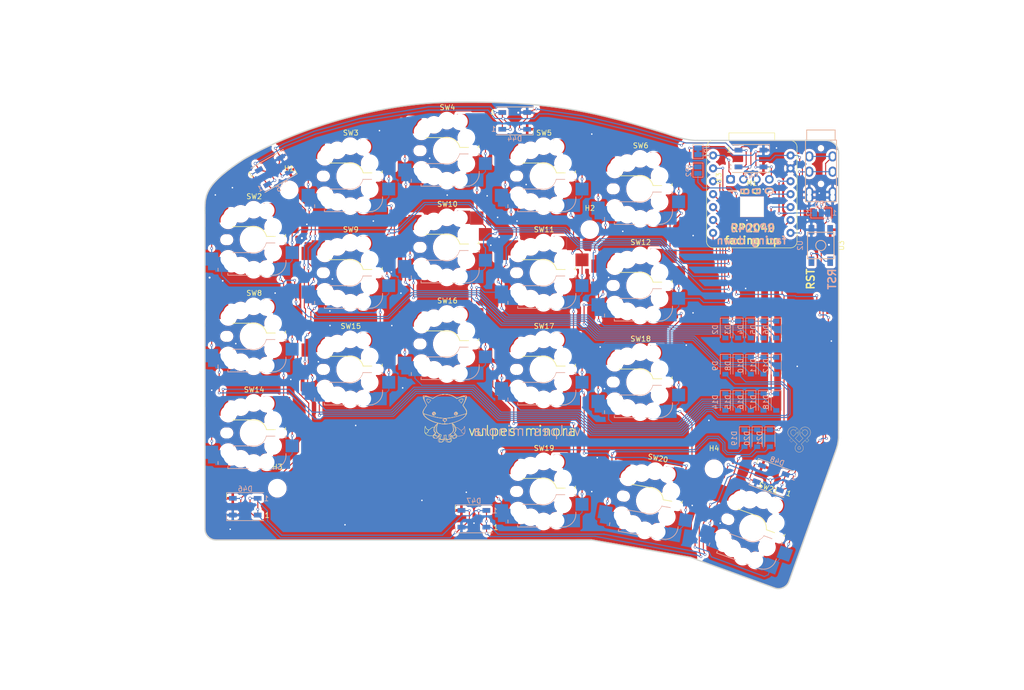
<source format=kicad_pcb>
(kicad_pcb (version 20221018) (generator pcbnew)
  (layers (0 "F.Cu" signal) (31 "B.Cu" signal) (34 "B.Paste" user) (35 "F.Paste" user) (36 "B.SilkS" user "B.Silkscreen") (37 "F.SilkS" user "F.Silkscreen") (38 "B.Mask" user) (39 "F.Mask" user) (44 "Edge.Cuts" user))
  (net 0 "")
  (net 1 "GND")
  (net 2 "+5V")
  (net 3 "Net-(D2-A)")
  (net 4 "Net-(D3-A)")
  (net 5 "Net-(D4-A)")
  (net 6 "Net-(D5-A)")
  (net 7 "Net-(D6-A)")
  (net 8 "Net-(D8-A)")
  (net 9 "Net-(D9-A)")
  (net 10 "Net-(D10-A)")
  (net 11 "Net-(D11-A)")
  (net 12 "Net-(D12-A)")
  (net 13 "Net-(D14-A)")
  (net 14 "Net-(D15-A)")
  (net 15 "Net-(D16-A)")
  (net 16 "Net-(D17-A)")
  (net 17 "Net-(D18-A)")
  (net 18 "Net-(D19-A)")
  (net 19 "Net-(D20-A)")
  (net 20 "Net-(D21-A)")
  (net 21 "Net-(D43-DOUT)")
  (net 22 "Net-(D43-DIN)")
  (net 23 "Net-(D44-DOUT)")
  (net 24 "Net-(D45-DOUT)")
  (net 25 "Net-(D46-DOUT)")
  (net 26 "Net-(D47-DOUT)")
  (net 27 "row0")
  (net 28 "row1")
  (net 29 "row2")
  (net 30 "row3")
  (net 31 "rgb_led_out")
  (net 32 "+3V3")
  (net 33 "led")
  (net 34 "col0")
  (net 35 "col1")
  (net 36 "col2")
  (net 37 "col3")
  (net 38 "col4")
  (net 39 "RESET")
  (net 40 "Net-(J2-RING2)")
  (net 41 "data")
  (footprint "fingerpunch:gateron-ks27-choc-v1-mx-hotswap-reversible" (layer "F.Cu") (at 143.432552 131.2013)
    (fp_text reference "SW15")
    (fp_text value "SW_Push")
  )
  (footprint "fingerpunch:gateron-ks27-choc-v1-mx-hotswap-reversible" (layer "F.Cu") (at 162.432542 126.201297)
    (fp_text reference "SW16")
    (fp_text value "SW_Push")
  )
  (footprint "fingerpunch:gateron-ks27-choc-v1-mx-hotswap-reversible" (layer "F.Cu") (at 200.432552 133.701295)
    (fp_text reference "SW18")
    (fp_text value "SW_Push")
  )
  (footprint "fingerpunch:gateron-ks27-choc-v1-mx-hotswap-reversible" (layer "F.Cu") (at 124.43255 143.701296)
    (fp_text reference "SW14")
    (fp_text value "SW_Push")
  )
  (footprint "fingerpunch:gateron-ks27-choc-v1-mx-hotswap-reversible" (layer "F.Cu") (at 181.432552 112.201299)
    (fp_text reference "SW11")
    (fp_text value "SW_Push")
  )
  (footprint "fingerpunch:gateron-ks27-choc-v1-mx-hotswap-reversible" (layer "F.Cu") (at 181.432551 93.2013)
    (fp_text reference "SW5")
    (fp_text value "SW_Push")
  )
  (footprint "fingerpunch:gateron-ks27-choc-v1-mx-hotswap-reversible" (layer "F.Cu") (at 181.432546 131.201295)
    (fp_text reference "SW17")
    (fp_text value "SW_Push")
  )
  (footprint "fingerpunch:gateron-ks27-choc-v1-mx-hotswap-reversible" (layer "F.Cu") (at 143.432548 112.201295)
    (fp_text reference "SW9")
    (fp_text value "SW_Push")
  )
  (footprint "fingerpunch:gateron-ks27-choc-v1-mx-hotswap-reversible" (layer "F.Cu") (at 162.43255 88.201297)
    (fp_text reference "SW4")
    (fp_text value "SW_Push")
  )
  (footprint "fingerpunch:gateron-ks27-choc-v1-mx-hotswap-reversible" (layer "F.Cu") (at 200.432554 114.701301)
    (fp_text reference "SW12")
    (fp_text value "SW_Push")
  )
  (footprint "fingerpunch:gateron-ks27-choc-v1-mx-hotswap-reversible" (layer "F.Cu") (at 200.432547 95.701294)
    (fp_text reference "SW6")
    (fp_text value "SW_Push")
  )
  (footprint "fingerpunch:gateron-ks27-choc-v1-mx-hotswap-reversible" (layer "F.Cu") (at 162.432547 107.201293)
    (fp_text reference "SW10")
    (fp_text value "SW_Push")
  )
  (footprint "fingerpunch:gateron-ks27-choc-v1-mx-hotswap-reversible" (layer "F.Cu") (at 124.432553 105.701297)
    (fp_text reference "SW2")
    (fp_text value "SW_Push")
  )
  (footprint "fingerpunch:gateron-ks27-choc-v1-mx-hotswap-reversible" (layer "F.Cu") (at 143.432553 93.201307)
    (fp_text reference "SW3")
    (fp_text value "SW_Push")
  )
  (footprint "fingerpunch:gateron-ks27-choc-v1-mx-hotswap-reversible" (layer "F.Cu") (at 124.432555 124.701297)
    (fp_text reference "SW8")
    (fp_text value "SW_Push")
  )
  (footprint "fingerpunch:gateron-ks27-choc-v1-mx-hotswap-reversible" (layer "F.Cu") (at 202.352637 157.03157 -10)
    (fp_text reference "SW20")
    (fp_text value "SW_Push")
  )
  (footprint "fingerpunch:gateron-ks27-choc-v1-mx-hotswap-reversible" (layer "F.Cu") (at 222.637079 162.466766 -20)
    (fp_text reference "SW21")
    (fp_text value "SW_Push")
  )
  (footprint "fingerpunch:gateron-ks27-choc-v1-mx-hotswap-reversible" (layer "F.Cu") (at 181.432548 155.201295)
    (fp_text reference "SW19")
    (fp_text value "SW_Push")
  )
  (footprint "fingerpunch:fingerpunch-logo-small" (layer "F.Cu") (at 231.7 144.8)
    (fp_text reference "REF**")
    (fp_text value "fingerpunch-logo-small")
  )
  (footprint "MountingHole:MountingHole_3.2mm_M3" (layer "F.Cu") (at 190.532547 103.701294)
    (fp_text reference "H2")
    (fp_text value "MountingHole")
  )
  (footprint "fingerpunch:TRRS-PJ-320A" (layer "F.Cu") (at 235.978277 86.126404)
    (fp_text reference "J3")
    (fp_text value "AudioJack4dpb")
  )
  (footprint "MountingHole:MountingHole_3.2mm_M3" (layer "F.Cu") (at 131.418278 95.898904)
    (fp_text reference "H1")
    (fp_text value "MountingHole")
  )
  (footprint "fingerpunch:Connector_THT_1x4_2.54" (layer "F.Cu") (at 222.018277 93.828904 90)
    (fp_text reference "J13")
    (fp_text value "Conn_01x04_Female")
  )
  (footprint "MountingHole:MountingHole_3.2mm_M3" (layer "F.Cu") (at 129.088278 154.578904)
    (fp_text reference "H3")
    (fp_text value "MountingHole")
  )
  (footprint "MountingHole:MountingHole_3.2mm_M3" (layer "F.Cu") (at 214.952638 150.731567)
    (fp_text reference "H4")
    (fp_text value "MountingHole")
  )
  (footprint "fingerpunch:SKQG-1155865" (layer "F.Cu") (at 235.948277 106.838904 90)
    (fp_text reference "U3")
    (fp_text value "SW_Push")
  )
  (footprint "fingerpunch:XIAO-RP2040_THT_ONLY" (layer "F.Cu") (at 213.4925 107.301)
    (fp_text reference "M1")
    (fp_text value "XIAO-BLE")
  )
  (footprint "Diode_SMD:D_SOD-123" (layer "B.Cu") (at 222.188278 123.368905 -90)
    (fp_text reference "D4")
    (fp_text value "1N4148W")
  )
  (footprint "Diode_SMD:D_SOD-123" (layer "B.Cu") (at 227.188278 123.368904 -90)
    (fp_text reference "D6")
    (fp_text value "1N4148W")
  )
  (footprint "Diode_SMD:D_SOD-123" (layer "B.Cu") (at 224.688277 123.368903 -90)
    (fp_text reference "D5")
    (fp_text value "1N4148W")
  )
  (footprint "Diode_SMD:D_SOD-123" (layer "B.Cu") (at 217.188277 123.368904 -90)
    (fp_text reference "D2")
    (fp_text value "1N4148W")
  )
  (footprint "Diode_SMD:D_SOD-123" (layer "B.Cu") (at 219.688277 123.368903 -90)
    (fp_text reference "D3")
    (fp_text value "1N4148W")
  )
  (footprint "Diode_SMD:D_SOD-123" (layer "B.Cu") (at 217.188278 130.49557 -90)
    (fp_text reference "D9")
    (fp_text value "1N4148W")
  )
  (footprint "Diode_SMD:D_SOD-123" (layer "B.Cu") (at 224.688278 130.495569 -90)
    (fp_text reference "D11")
    (fp_text value "1N4148W")
  )
  (footprint "Diode_SMD:D_SOD-123" (layer "B.Cu") (at 222.188277 130.49557 -90)
    (fp_text reference "D10")
    (fp_text value "1N4148W")
  )
  (footprint "Diode_SMD:D_SOD-123" (layer "B.Cu") (at 227.188278 130.49557 -90)
    (fp_text reference "D12")
    (fp_text value "1N4148W")
  )
  (footprint "Diode_SMD:D_SOD-123" (layer "B.Cu") (at 219.688278 137.622236 -90)
    (fp_text reference "D15")
    (fp_text value "1N4148W")
  )
  (footprint "Diode_SMD:D_SOD-123" (layer "B.Cu") (at 227.188278 137.622236 -90)
    (fp_text reference "D18")
    (fp_text value "1N4148W")
  )
  (footprint "Diode_SMD:D_SOD-123" (layer "B.Cu") (at 224.688277 137.622235 -90)
    (fp_text reference "D17")
    (fp_text value "1N4148W")
  )
  (footprint "Diode_SMD:D_SOD-123" (layer "B.Cu") (at 222.188277 137.622236 -90)
    (fp_text reference "D16")
    (fp_text value "1N4148W")
  )
  (footprint "Diode_SMD:D_SOD-123" (layer "B.Cu") (at 217.188277 137.622236 -90)
    (fp_text reference "D14")
    (fp_text value "1N4148W")
  )
  (footprint "Diode_SMD:D_SOD-123" (layer "B.Cu") (at 219.688277 130.49557 -90)
    (fp_text reference "D8")
    (fp_text value "1N4148W")
  )
  (footprint "Diode_SMD:D_SOD-123" (layer "B.Cu") (at 223.438278 144.748903 -90)
    (fp_text reference "D20")
    (fp_text value "1N4148W")
  )
  (footprint "Diode_SMD:D_SOD-123" (layer "B.Cu") (at 220.938277 144.748904 -90)
    (fp_text reference "D19")
    (fp_text value "1N4148W")
  )
  (footprint "Diode_SMD:D_SOD-123" (layer "B.Cu") (at 225.938277 144.748904 -90)
    (fp_text reference "D21")
    (fp_text value "1N4148W")
  )
  (footprint "Jumper:SolderJumper-3_P1.3mm_Bridged12_Pad1.0x1.5mm_NumberLabels" (layer "B.Cu") (at 236.038277 100.438904 180)
    (fp_text reference "JP3")
    (fp_text value "SolderJumper_3_Bridged12")
  )
  (footprint "fingerpunch:TRRS-PJ-320A" (layer "B.Cu") (at 235.978277 86.126404 180)
    (fp_text reference "J2")
    (fp_text value "AudioJack4dpb")
  )
  (footprint "Jumper:SolderJumper-2_P1.3mm_Open_Pad1.0x1.5mm" (layer "B.Cu") (at 211.788278 92.018904 -90)
    (fp_text reference "JP2")
    (fp_text value "Jumper_2_Open")
  )
  (footprint "fingerpunch:LED_WS2812B_PLCC4_5.0x5.0mm_P3.2mm-reversible" (layer "B.Cu") (at 122.778277 158.198904 180)
    (fp_text reference "D46")
    (fp_text value "WS2812B")
  )
  (footprint "fingerpunch:LED_WS2812B_PLCC4_5.0x5.0mm_P3.2mm-reversible" (layer "B.Cu") (at 128.448278 92.188904 30)
    (fp_text reference "D45")
    (fp_text value "WS2812B")
  )
  (footprint "fingerpunch:LED_WS2812B_PLCC4_5.0x5.0mm_P3.2mm-reversible" (layer "B.Cu") (at 175.768277 82.338904)
    (fp_text reference "D44")
    (fp_text value "WS2812B")
  )
  (footprint "Jumper:SolderJumper-2_P1.3mm_Bridged_Pad1.0x1.5mm" (layer "B.Cu") (at 211.808277 88.328903 90)
    (fp_text reference "JP1")
    (fp_text value "SolderJumper_2_Bridged")
  )
  (footprint "fingerpunch:LED_WS2812B_PLCC4_5.0x5.0mm_P3.2mm-reversible" (layer "B.Cu") (at 222.218277 89.738904)
    (fp_text reference "D43")
    (fp_text value "WS2812B")
  )
  (footprint "fingerpunch:LED_WS2812B_PLCC4_5.0x5.0mm_P3.2mm-reversible" (layer "B.Cu") (at 226.178278 152.548904 160)
    (fp_text reference "D48")
    (fp_text value "WS2812B")
  )
  (footprint "fingerpunch:SKQG-1155865" (layer "B.Cu") (at 235.948277 106.838904 90)
    (fp_text reference "U2")
    (fp_text value "SW_Push")
  )
  (footprint "fingerpunch:LED_WS2812B_PLCC4_5.0x5.0mm_P3.2mm-reversible" (layer "B.Cu") (at 167.738277 160.578903 180)
    (fp_text reference "D47")
    (fp_text value "WS2812B")
  )
  (footprint "fingerpunch:fingerpunch-logo-small" (layer "B.Cu") (at 231.7 144.8 180)
    (fp_text reference "REF**")
    (fp_text value "fingerpunch-logo-small")
  )
  (gr_line (start 159.975853 139.752906) (end 159.955196 139.744928) (stroke (width 0.045)) (layer "B.SilkS"))
  (gr_line (start 160.737885 145.003616) (end 160.730424 145.032958) (stroke (width 0.045)) (layer "B.SilkS"))
  (gr_line (start 161.020468 145.532595) (end 160.995859 145.527663) (stroke (width 0.045)) (layer "B.SilkS"))
  (gr_line (start 159.981597 143.51145) (end 159.953655 143.472256) (stroke (width 0.045)) (layer "B.SilkS"))
  (gr_line (start 160.428491 136.46914) (end 160.492519 136.440623) (stroke (width 0.045)) (layer "B.SilkS"))
  (gr_line (start 165.358353 136.639039) (end 165.259622 136.662135) (stroke (width 0.045)) (layer "B.SilkS"))
  (gr_line (start 157.993017 137.135809) (end 158.017849 137.230643) (stroke (width 0.045)) (layer "B.SilkS"))
  (gr_line (start 162.041006 140.88775) (end 162.041074 140.844359) (stroke (width 0.045)) (layer "B.SilkS"))
  (gr_line (start 162.532215 145.517864) (end 162.486986 145.497191) (stroke (width 0.045)) (layer "B.SilkS"))
  (gr_line (start 159.542507 139.801354) (end 159.551764 139.782539) (stroke (width 0.045)) (layer "B.SilkS"))
  (gr_line (start 162.932734 144.870497) (end 162.908383 144.894883) (stroke (width 0.045)) (layer "B.SilkS"))
  (gr_line (start 164.880098 142.968353) (end 164.925295 143.006429) (stroke (width 0.045)) (layer "B.SilkS"))
  (gr_line (start 164.185282 139.615852) (end 164.209705 139.618829) (stroke (width 0.045)) (layer "B.SilkS"))
  (gr_line (start 160.82478 136.317023) (end 160.893197 136.296487) (stroke (width 0.045)) (layer "B.SilkS"))
  (gr_line (start 165.808949 143.905554) (end 165.838976 143.863983) (stroke (width 0.045)) (layer "B.SilkS"))
  (gr_line (start 161.645161 141.10999) (end 161.64021 141.128947) (stroke (width 0.045)) (layer "B.SilkS"))
  (gr_line (start 162.332944 141.070259) (end 162.320158 141.056847) (stroke (width 0.045)) (layer "B.SilkS"))
  (gr_line (start 158.781465 136.640142) (end 158.705916 136.623456) (stroke (width 0.045)) (layer "B.SilkS"))
  (gr_line (start 160.267455 143.146615) (end 160.278802 143.209336) (stroke (width 0.045)) (layer "B.SilkS"))
  (gr_line (start 158.626069 137.00886) (end 158.653149 137.00877) (stroke (width 0.045)) (layer "B.SilkS"))
  (gr_line (start 161.089778 144.989851) (end 161.039606 144.965959) (stroke (width 0.045)) (layer "B.SilkS"))
  (gr_line (start 164.041611 140.567167) (end 164.26546 140.509908) (stroke (width 0.045)) (layer "B.SilkS"))
  (gr_line (start 164.466046 139.847514) (end 164.472182 139.876952) (stroke (width 0.045)) (layer "B.SilkS"))
  (gr_line (start 166.108964 136.694592) (end 166.120092 136.720074) (stroke (width 0.045)) (layer "B.SilkS"))
  (gr_line (start 158.655454 137.639018) (end 158.623241 137.586129) (stroke (width 0.045)) (layer "B.SilkS"))
  (gr_line (start 157.734484 139.436129) (end 157.748982 139.384203) (stroke (width 0.045)) (layer "B.SilkS"))
  (gr_line (start 162.870844 145.533626) (end 162.905234 145.520117) (stroke (width 0.045)) (layer "B.SilkS"))
  (gr_line (start 160.739895 145.295236) (end 160.724914 145.242836) (stroke (width 0.045)) (layer "B.SilkS"))
  (gr_line (start 163.219495 144.471127) (end 163.197115 144.429059) (stroke (width 0.045)) (layer "B.SilkS"))
  (gr_line (start 159.645889 140.056902) (end 159.659719 140.089956) (stroke (width 0.045)) (layer "B.SilkS"))
  (gr_line (start 165.720466 142.832837) (end 165.702165 142.859944) (stroke (width 0.045)) (layer "B.SilkS"))
  (gr_line (start 165.876309 142.432092) (end 165.866336 142.430609) (stroke (width 0.045)) (layer "B.SilkS"))
  (gr_line (start 160.516333 143.647398) (end 160.48608 143.614419) (stroke (width 0.045)) (layer "B.SilkS"))
  (gr_line (start 162.357586 141.191114) (end 162.36191 141.169951) (stroke (width 0.045)) (layer "B.SilkS"))
  (gr_line (start 159.6901 139.822075) (end 159.703661 139.807041) (stroke (width 0.045)) (layer "B.SilkS"))
  (gr_line (start 159.533292 141.435125) (end 159.662584 141.487662) (stroke (width 0.045)) (layer "B.SilkS"))
  (gr_line (start 164.357856 142.645063) (end 164.425878 142.661976) (stroke (width 0.045)) (layer "B.SilkS"))
  (gr_line (start 163.819918 144.229972) (end 163.843551 144.206815) (stroke (width 0.045)) (layer "B.SilkS"))
  (gr_line (start 163.846872 144.799435) (end 163.819634 144.801006) (stroke (width 0.045)) (layer "B.SilkS"))
  (gr_line (start 164.488533 140.44954) (end 164.710946 140.386696) (stroke (width 0.045)) (layer "B.SilkS"))
  (gr_line (start 163.916007 139.831643) (end 163.90595 139.846294) (stroke (width 0.045)) (layer "B.SilkS"))
  (gr_line (start 160.477864 141.983219) (end 160.455994 141.980249) (stroke (width 0.045)) (layer "B.SilkS"))
  (gr_line (start 162.040705 141.946458) (end 162.041926 141.952435) (stroke (width 0.045)) (layer "B.SilkS"))
  (gr_line (start 158.192246 137.710557) (end 158.215646 137.765) (stroke (width 0.045)) (layer "B.SilkS"))
  (gr_line (start 159.785588 139.879261) (end 159.800391 139.878516) (stroke (width 0.045)) (layer "B.SilkS"))
  (gr_line (start 159.701366 144.533089) (end 159.690118 144.499386) (stroke (width 0.045)) (layer "B.SilkS"))
  (gr_line (start 164.083237 139.909749) (end 164.089274 139.924795) (stroke (width 0.045)) (layer "B.SilkS"))
  (gr_line (start 163.909607 143.613654) (end 163.881171 143.640906) (stroke (width 0.045)) (layer "B.SilkS"))
  (gr_line (start 158.760473 136.570905) (end 158.677244 136.541154) (stroke (width 0.045)) (layer "B.SilkS"))
  (gr_line (start 159.678072 140.120741) (end 159.659719 140.089956) (stroke (width 0.045)) (layer "B.SilkS"))
  (gr_line (start 163.504914 144.72577) (end 163.457215 144.699686) (stroke (width 0.045)) (layer "B.SilkS"))
  (gr_line (start 163.263438 136.355376) (end 163.371805 136.396019) (stroke (width 0.045)) (layer "B.SilkS"))
  (gr_line (start 165.759056 136.580798) (end 165.658022 136.589324) (stroke (width 0.045)) (layer "B.SilkS"))
  (gr_line (start 164.762574 137.340868) (end 164.766355 137.337968) (stroke (width 0.045)) (layer "B.SilkS"))
  (gr_line (start 165.65005 143.782696) (end 165.621345 143.772666) (stroke (width 0.045)) (layer "B.SilkS"))
  (gr_line (start 164.488533 140.44954) (end 164.26546 140.509908) (stroke (width 0.045)) (layer "B.SilkS"))
  (gr_line (start 161.788534 144.244124) (end 161.784664 144.155279) (stroke (width 0.045)) (layer "B.SilkS"))
  (gr_line (start 165.90133 142.468641) (end 165.905396 142.486679) (stroke (width 0.045)) (layer "B.SilkS"))
  (gr_line (start 161.791545 140.989883) (end 161.821153 140.980003) (stroke (width 0.045)) (layer "B.SilkS"))
  (gr_line (start 158.553822 136.595173) (end 158.477254 136.583948) (stroke (width 0.045)) (layer "B.SilkS"))
  (gr_line (start 163.978585 143.981669) (end 163.967635 144.012963) (stroke (width 0.045)) (layer "B.SilkS"))
  (gr_line (start 165.014793 136.715111) (end 165.063694 136.68756) (stroke (width 0.045)) (layer "B.SilkS"))
  (gr_line (start 161.821153 140.980003) (end 161.791545 140.989883) (stroke (width 0.045)) (layer "B.SilkS"))
  (gr_line (start 164.161195 141.54286) (end 164.257244 141.506418) (stroke (width 0.045)) (layer "B.SilkS"))
  (gr_line (start 159.445156 136.852412) (end 159.373091 136.823595) (stroke (width 0.045)) (layer "B.SilkS"))
  (gr_line (start 165.797365 143.781108) (end 165.769408 143.789306) (stroke (width 0.045)) (layer "B.SilkS"))
  (gr_line (start 157.766397 139.333313) (end 157.786492 139.283459) (stroke (width 0.045)) (layer "B.SilkS"))
  (gr_line (start 158.923518 136.638772) (end 159.002914 136.677397) (stroke (width 0.045)) (layer "B.SilkS"))
  (gr_line (start 162.986515 144.793016) (end 162.98242 144.805526) (stroke (width 0.045)) (layer "B.SilkS"))
  (gr_line (start 164.047227 143.422808) (end 164.071934 143.369329) (stroke (width 0.045)) (layer "B.SilkS"))
  (gr_line (start 165.289885 143.442929) (end 165.311156 143.481779) (stroke (width 0.045)) (layer "B.SilkS"))
  (gr_line (start 160.120654 140.031479) (end 160.122834 140.002229) (stroke (width 0.045)) (layer "B.SilkS"))
  (gr_line (start 164.038885 140.213999) (end 164.0579 140.219319) (stroke (width 0.045)) (layer "B.SilkS"))
  (gr_line (start 158.456644 138.264428) (end 158.462545 138.256262) (stroke (width 0.045)) (layer "B.SilkS"))
  (gr_line (start 163.765255 144.80005) (end 163.819634 144.801006) (stroke (width 0.045)) (layer "B.SilkS"))
  (gr_line (start 164.257244 141.506418) (end 164.352726 141.468535) (stroke (width 0.045)) (layer "B.SilkS"))
  (gr_line (start 159.587134 136.915091) (end 159.516546 136.88283) (stroke (width 0.045)) (layer "B.SilkS"))
  (gr_line (start 160.345541 142.43215) (end 160.375738 142.319061) (stroke (width 0.045)) (layer "B.SilkS"))
  (gr_line (start 162.350433 141.211511) (end 162.340684 141.230639) (stroke (width 0.045)) (layer "B.SilkS"))
  (gr_line (start 161.783258 144.510947) (end 161.775136 144.599524) (stroke (width 0.045)) (layer "B.SilkS"))
  (gr_line (start 159.705089 140.48564) (end 159.858198 140.526102) (stroke (width 0.045)) (layer "B.SilkS"))
  (gr_line (start 159.924128 141.585126) (end 160.056264 141.63007) (stroke (width 0.045)) (layer "B.SilkS"))
  (gr_line (start 166.045533 136.623925) (end 166.032925 136.617248) (stroke (width 0.045)) (layer "B.SilkS"))
  (gr_line (start 165.854267 142.443921) (end 165.85941 142.436711) (stroke (width 0.045)) (layer "B.SilkS"))
  (gr_line (start 160.85672 143.897534) (end 160.874865 143.907678) (stroke (width 0.045)) (layer "B.SilkS"))
  (gr_line (start 163.984375 140.18856) (end 163.960073 140.171066) (stroke (width 0.045)) (layer "B.SilkS"))
  (gr_line (start 163.532845 142.023097) (end 163.512037 142.01375) (stroke (width 0.045)) (layer "B.SilkS"))
  (gr_line (start 158.052239 136.612985) (end 158.035331 136.623871) (stroke (width 0.045)) (layer "B.SilkS"))
  (gr_line (start 160.123579 139.972844) (end 160.121894 139.943594) (stroke (width 0.045)) (layer "B.SilkS"))
  (gr_line (start 161.272659 140.800996) (end 161.145298 140.785347) (stroke (width 0.045)) (layer "B.SilkS"))
  (gr_line (start 164.865006 137.268454) (end 164.917078 137.23792) (stroke (width 0.045)) (layer "B.SilkS"))
  (gr_line (start 160.75682 136.339064) (end 160.82478 136.317023) (stroke (width 0.045)) (layer "B.SilkS"))
  (gr_line (start 164.357991 139.954076) (end 164.358745 139.977119) (stroke (width 0.045)) (layer "B.SilkS"))
  (gr_line (start 165.215577 136.61488) (end 165.267513 136.593428) (stroke (width 0.045)) (layer "B.SilkS"))
  (gr_line (start 157.759288 140.004339) (end 157.755562 139.988726) (stroke (width 0.045)) (layer "B.SilkS"))
  (gr_line (start 160.749034 144.272189) (end 160.683155 144.298937) (stroke (width 0.045)) (layer "B.SilkS"))
  (gr_line (start 164.027521 139.87817) (end 164.03649 139.878886) (stroke (width 0.045)) (layer "B.SilkS"))
  (gr_line (start 166.109532 140.204411) (end 166.149115 140.133269) (stroke (width 0.045)) (layer "B.SilkS"))
  (gr_line (start 159.858889 144.700733) (end 159.824464 144.679002) (stroke (width 0.045)) (layer "B.SilkS"))
  (gr_line (start 163.624488 142.712088) (end 163.642891 142.834011) (stroke (width 0.045)) (layer "B.SilkS"))
  (gr_line (start 157.706651 139.697421) (end 157.706131 139.631538) (stroke (width 0.045)) (layer "B.SilkS"))
  (gr_line (start 160.025191 144.138485) (end 159.996668 144.102209) (stroke (width 0.045)) (layer "B.SilkS"))
  (gr_line (start 162.040705 141.946458) (end 162.041434 141.939479) (stroke (width 0.045)) (layer "B.SilkS"))
  (gr_line (start 159.732394 139.940669) (end 159.73367 139.92547) (stroke (width 0.045)) (layer "B.SilkS"))
  (gr_line (start 163.215189 141.821625) (end 163.053444 141.855488) (stroke (width 0.045)) (layer "B.SilkS"))
  (gr_line (start 160.739895 145.295236) (end 160.749288 145.320979) (stroke (width 0.045)) (layer "B.SilkS"))
  (gr_line (start 163.916007 139.831643) (end 163.939258 139.804896) (stroke (width 0.045)) (layer "B.SilkS"))
  (gr_line (start 164.939938 144.304676) (end 165.00617 144.295201) (stroke (width 0.045)) (layer "B.SilkS"))
  (gr_line (start 159.718368 139.793133) (end 159.734128 139.780445) (stroke (width 0.045)) (layer "B.SilkS"))
  (gr_line (start 162.153091 141.971707) (end 162.235575 141.967143) (stroke (width 0.045)) (layer "B.SilkS"))
  (gr_line (start 165.709586 143.793549) (end 165.740246 143.793479) (stroke (width 0.045)) (layer "B.SilkS"))
  (gr_line (start 159.802756 140.239129) (end 159.777496 140.235862) (stroke (width 0.045)) (layer "B.SilkS"))
  (gr_line (start 160.756629 144.945794) (end 160.737885 145.003616) (stroke (width 0.045)) (layer "B.SilkS"))
  (gr_line (start 158.792434 140.221289) (end 159.09591 140.311949) (stroke (width 0.045)) (layer "B.SilkS"))
  (gr_line (start 160.457277 143.58021) (end 160.48608 143.614419) (stroke (width 0.045)) (layer "B.SilkS"))
  (gr_line (start 160.248242 144.73723) (end 160.209533 144.746535) (stroke (width 0.045)) (layer "B.SilkS"))
  (gr_line (start 165.658022 136.589324) (end 165.557557 136.602177) (stroke (width 0.045)) (layer "B.SilkS"))
  (gr_line (start 160.614834 143.738932) (end 160.649928 143.766966) (stroke (width 0.045)) (layer "B.SilkS"))
  (gr_line (start 163.009825 144.019739) (end 163.001905 143.999309) (stroke (width 0.045)) (layer "B.SilkS"))
  (gr_line (start 165.93299 136.588083) (end 165.898455 136.583532) (stroke (width 0.045)) (layer "B.SilkS"))
  (gr_line (start 165.720466 142.832837) (end 165.737594 142.804968) (stroke (width 0.045)) (layer "B.SilkS"))
  (gr_line (start 158.442075 137.105257) (end 158.453741 137.086677) (stroke (width 0.045)) (layer "B.SilkS"))
  (gr_line (start 160.716078 145.152306) (end 160.71696 145.182449) (stroke (width 0.045)) (layer "B.SilkS"))
  (gr_line (start 159.285465 137.272774) (end 159.283892 137.280046) (stroke (width 0.045)) (layer "B.SilkS"))
  (gr_line (start 165.108105 137.737347) (end 164.999005 137.610094) (stroke (width 0.045)) (layer "B.SilkS"))
  (gr_line (start 158.050391 138.851374) (end 158.183438 138.654083) (stroke (width 0.045)) (layer "B.SilkS"))
  (gr_line (start 166.086655 137.203688) (end 166.111022 137.104689) (stroke (width 0.045)) (layer "B.SilkS"))
  (gr_line (start 162.315176 141.270462) (end 162.340684 141.230639) (stroke (width 0.045)) (layer "B.SilkS"))
  (gr_line (start 163.035911 140.768649) (end 162.870969 140.791219) (stroke (width 0.045)) (layer "B.SilkS"))
  (gr_line (start 163.654196 144.337463) (end 163.623265 144.349409) (stroke (width 0.045)) (layer "B.SilkS"))
  (gr_line (start 160.962038 136.27744) (end 161.03127 136.259863) (stroke (width 0.045)) (layer "B.SilkS"))
  (gr_line (start 165.651257 140.723744) (end 165.746546 140.640239) (stroke (width 0.045)) (layer "B.SilkS"))
  (gr_line (start 157.809026 139.234638) (end 157.833763 139.186851) (stroke (width 0.045)) (layer "B.SilkS"))
  (gr_line (start 164.160061 144.633986) (end 164.170361 144.61866) (stroke (width 0.045)) (layer "B.SilkS"))
  (gr_line (start 158.213408 136.421973) (end 158.266214 136.431153) (stroke (width 0.045)) (layer "B.SilkS"))
  (gr_line (start 164.766266 137.357927) (end 164.761709 137.351052) (stroke (width 0.045)) (layer "B.SilkS"))
  (gr_line (start 159.677776 139.838135) (end 159.666783 139.855127) (stroke (width 0.045)) (layer "B.SilkS"))
  (gr_line (start 158.684279 137.683281) (end 158.655454 137.639018) (stroke (width 0.045)) (layer "B.SilkS"))
  (gr_line (start 160.122834 140.002229) (end 160.120654 140.031479) (stroke (width 0.045)) (layer "B.SilkS"))
  (gr_line (start 162.094264 144.878786) (end 162.13645 144.916425) (stroke (width 0.045)) (layer "B.SilkS"))
  (gr_line (start 162.041074 140.844359) (end 161.912574 140.843744) (stroke (width 0.045)) (layer "B.SilkS"))
  (gr_line (start 162.214785 141.370375) (end 162.251779 141.340696) (stroke (width 0.045)) (layer "B.SilkS"))
  (gr_line (start 159.818262 140.217701) (end 159.839944 140.222076) (stroke (width 0.045)) (layer "B.SilkS"))
  (gr_line (start 159.666783 139.855127) (end 159.677776 139.838135) (stroke (width 0.045)) (layer "B.SilkS"))
  (gr_line (start 159.690118 144.499386) (end 159.682489 144.46453) (stroke (width 0.045)) (layer "B.SilkS"))
  (gr_line (start 158.398903 138.130259) (end 158.428741 138.180274) (stroke (width 0.045)) (layer "B.SilkS"))
  (gr_line (start 166.120092 136.720074) (end 166.128594 136.746734) (stroke (width 0.045)) (layer "B.SilkS"))
  (gr_line (start 160.924599 145.504361) (end 160.902026 145.493727) (stroke (width 0.045)) (layer "B.SilkS"))
  (gr_line (start 162.934079 144.691544) (end 162.88171 144.589877) (stroke (width 0.045)) (layer "B.SilkS"))
  (gr_line (start 163.869719 139.953021) (end 163.86867 139.977087) (stroke (width 0.045)) (layer "B.SilkS"))
  (gr_line (start 165.702165 142.859944) (end 165.682704 142.886234) (stroke (width 0.045)) (layer "B.SilkS"))
  (gr_line (start 164.964446 143.036529) (end 164.925295 143.006429) (stroke (width 0.045)) (layer "B.SilkS"))
  (gr_line (start 164.372245 136.994798) (end 164.443425 136.956546) (stroke (width 0.045)) (layer "B.SilkS"))
  (gr_line (start 157.971785 136.719515) (end 157.980706 136.695869) (stroke (width 0.045)) (layer "B.SilkS"))
  (gr_line (start 163.651184 143.215689) (end 163.655516 143.17889) (stroke (width 0.045)) (layer "B.SilkS"))
  (gr_line (start 160.318425 142.545936) (end 160.345541 142.43215) (stroke (width 0.045)) (layer "B.SilkS"))
  (gr_line (start 159.703661 139.807041) (end 159.718368 139.793133) (stroke (width 0.045)) (layer "B.SilkS"))
  (gr_line (start 161.784227 140.840325) (end 161.912574 140.843744) (stroke (width 0.045)) (layer "B.SilkS"))
  (gr_line (start 161.765927 141.363276) (end 161.789719 141.38113) (stroke (width 0.045)) (layer "B.SilkS"))
  (gr_line (start 159.889658 142.762585) (end 159.908325 142.709155) (stroke (width 0.045)) (layer "B.SilkS"))
  (gr_line (start 161.72253 141.322622) (end 161.743485 141.34373) (stroke (width 0.045)) (layer "B.SilkS"))
  (gr_line (start 159.845614 139.735379) (end 159.867887 139.732911) (stroke (width 0.045)) (layer "B.SilkS"))
  (gr_line (start 162.141455 140.969794) (end 162.105354 140.962758) (stroke (width 0.045)) (layer "B.SilkS"))
  (gr_line (start 163.901375 140.103358) (end 163.887209 140.076789) (stroke (width 0.045)) (layer "B.SilkS"))
  (gr_line (start 164.088333 139.62484) (end 164.112197 139.619607) (stroke (width 0.045)) (layer "B.SilkS"))
  (gr_line (start 159.159911 137.406891) (end 159.044895 137.530658) (stroke (width 0.045)) (layer "B.SilkS"))
  (gr_line (start 160.631764 141.793555) (end 160.670579 141.803724) (stroke (width 0.045)) (layer "B.SilkS"))
  (gr_line (start 165.89508 142.450375) (end 165.890378 142.44252) (stroke (width 0.045)) (layer "B.SilkS"))
  (gr_line (start 162.306582 141.044524) (end 162.277316 141.022933) (stroke (width 0.045)) (layer "B.SilkS"))
  (gr_line (start 159.011258 141.187034) (end 158.915219 141.134137) (stroke (width 0.045)) (layer "B.SilkS"))
  (gr_line (start 166.316425 136.559819) (end 166.316425 136.658738) (stroke (width 0.045)) (layer "B.SilkS"))
  (gr_line (start 159.858889 144.700733) (end 159.895221 144.719127) (stroke (width 0.045)) (layer "B.SilkS"))
  (gr_line (start 165.580126 137.181893) (end 165.590846 137.201888) (stroke (width 0.045)) (layer "B.SilkS"))
  (gr_line (start 162.905234 145.520117) (end 162.93809 145.503416) (stroke (width 0.045)) (layer "B.SilkS"))
  (gr_line (start 162.329741 145.386603) (end 162.298408 145.356181) (stroke (width 0.045)) (layer "B.SilkS"))
  (gr_line (start 163.351262 144.37839) (end 163.381784 144.381606) (stroke (width 0.045)) (layer "B.SilkS"))
  (gr_line (start 159.752553 140.230513) (end 159.728085 140.223156) (stroke (width 0.045)) (layer "B.SilkS"))
  (gr_line (start 160.760652 143.843596) (end 160.799054 143.86664) (stroke (width 0.045)) (layer "B.SilkS"))
  (gr_line (start 164.348554 140.052962) (end 164.342127 140.071001) (stroke (width 0.045)) (layer "B.SilkS"))
  (gr_line (start 162.038321 144.511111) (end 162.035674 144.457949) (stroke (width 0.045)) (layer "B.SilkS"))
  (gr_line (start 157.950675 136.407127) (end 158.000254 136.403129) (stroke (width 0.045)) (layer "B.SilkS"))
  (gr_line (start 163.153696 136.318772) (end 163.263438 136.355376) (stroke (width 0.045)) (layer "B.SilkS"))
  (gr_line (start 162.817738 136.23223) (end 162.930694 136.257295) (stroke (width 0.045)) (layer "B.SilkS"))
  (gr_line (start 161.365376 145.462571) (end 161.32489 145.48421) (stroke (width 0.045)) (layer "B.SilkS"))
  (gr_line (start 160.116784 139.914749) (end 160.121894 139.943594) (stroke (width 0.045)) (layer "B.SilkS"))
  (gr_line (start 164.382966 140.149874) (end 164.361065 140.169591) (stroke (width 0.045)) (layer "B.SilkS"))
  (gr_line (start 164.74885 142.848085) (end 164.836102 142.92862) (stroke (width 0.045)) (layer "B.SilkS"))
  (gr_line (start 158.053805 136.40468) (end 158.107189 136.408497) (stroke (width 0.045)) (layer "B.SilkS"))
  (gr_line (start 164.019558 136.733548) (end 163.958064 136.69386) (stroke (width 0.045)) (layer "B.SilkS"))
  (gr_line (start 165.858866 140.049659) (end 165.947406 140.026775) (stroke (width 0.045)) (layer "B.SilkS"))
  (gr_line (start 160.012114 144.752696) (end 159.972188 144.745268) (stroke (width 0.045)) (layer "B.SilkS"))
  (gr_line (start 163.197115 144.429059) (end 163.170227 144.371448) (stroke (width 0.045)) (layer "B.SilkS"))
  (gr_line (start 159.825481 139.738708) (end 159.845614 139.735379) (stroke (width 0.045)) (layer "B.SilkS"))
  (gr_line (start 160.457434 141.749849) (end 160.505775 141.762415) (stroke (width 0.045)) (layer "B.SilkS"))
  (gr_line (start 162.474874 136.178579) (end 162.426431 136.170164) (stroke (width 0.045)) (layer "B.SilkS"))
  (gr_line (start 160.926506 144.604783) (end 160.895768 144.663882) (stroke (width 0.045)) (layer "B.SilkS"))
  (gr_line (start 164.276476 140.164355) (end 164.290286 140.151031) (stroke (width 0.045)) (layer "B.SilkS"))
  (gr_line (start 164.010715 142.646789) (end 163.984111 142.587094) (stroke (width 0.045)) (layer "B.SilkS"))
  (gr_line (start 164.672766 144.315006) (end 164.739633 144.316638) (stroke (width 0.045)) (layer "B.SilkS"))
  (gr_line (start 160.683155 144.298937) (end 160.649561 144.310795) (stroke (width 0.045)) (layer "B.SilkS"))
  (gr_line (start 162.06516 141.439458) (end 162.088006 141.433269) (stroke (width 0.045)) (layer "B.SilkS"))
  (gr_line (start 165.540508 143.729534) (end 165.515606 143.712299) (stroke (width 0.045)) (layer "B.SilkS"))
  (gr_line (start 162.675872 145.555455) (end 162.725524 145.558826) (stroke (width 0.045)) (layer "B.SilkS"))
  (gr_line (start 165.253473 143.34469) (end 165.263363 143.378237) (stroke (width 0.045)) (layer "B.SilkS"))
  (gr_line (start 159.693768 144.265479) (end 159.68649 144.293369) (stroke (width 0.045)) (layer "B.SilkS"))
  (gr_line (start 163.860494 143.853565) (end 163.824077 143.816721) (stroke (width 0.045)) (layer "B.SilkS"))
  (gr_line (start 165.775917 143.944739) (end 165.739944 143.981248) (stroke (width 0.045)) (layer "B.SilkS"))
  (gr_line (start 164.739633 144.316638) (end 164.806538 144.315434) (stroke (width 0.045)) (layer "B.SilkS"))
  (gr_line (start 164.010712 140.202979) (end 163.984375 140.18856) (stroke (width 0.045)) (layer "B.SilkS"))
  (gr_line (start 162.363004 145.415005) (end 162.329741 145.386603) (stroke (width 0.045)) (layer "B.SilkS"))
  (gr_line (start 159.305454 141.334242) (end 159.20652 141.28692) (stroke (width 0.045)) (layer "B.SilkS"))
  (gr_line (start 160.117931 136.631126) (end 159.998374 136.70435) (stroke (width 0.045)) (layer "B.SilkS"))
  (gr_line (start 157.721499 139.828447) (end 157.711838 139.763161) (stroke (width 0.045)) (layer "B.SilkS"))
  (gr_line (start 162.307088 145.015824) (end 162.333732 145.025238) (stroke (width 0.045)) (layer "B.SilkS"))
  (gr_line (start 158.240194 137.818928) (end 158.290521 137.92401) (stroke (width 0.045)) (layer "B.SilkS"))
  (gr_line (start 159.776893 139.619324) (end 159.800628 139.616199) (stroke (width 0.045)) (layer "B.SilkS"))
  (gr_line (start 160.090826 144.203581) (end 160.056665 144.172332) (stroke (width 0.045)) (layer "B.SilkS"))
  (gr_line (start 166.136341 136.953784) (end 166.129922 137.004349) (stroke (width 0.045)) (layer "B.SilkS"))
  (gr_line (start 164.814706 137.30184) (end 164.865006 137.268454) (stroke (width 0.045)) (layer "B.SilkS"))
  (gr_line (start 161.401883 145.026825) (end 161.350453 145.032477) (stroke (width 0.045)) (layer "B.SilkS"))
  (gr_line (start 157.789924 140.079269) (end 157.776749 140.049696) (stroke (width 0.045)) (layer "B.SilkS"))
  (gr_line (start 163.594143 144.359132) (end 163.564545 144.367213) (stroke (width 0.045)) (layer "B.SilkS"))
  (gr_line (start 164.760779 137.344092) (end 164.762574 137.340868) (stroke (width 0.045)) (layer "B.SilkS"))
  (gr_line (start 160.455994 141.980249) (end 160.425814 141.993066) (stroke (width 0.045)) (layer "B.SilkS"))
  (gr_line (start 162.151684 145.140506) (end 162.171155 145.17957) (stroke (width 0.045)) (layer "B.SilkS"))
  (gr_line (start 163.94029 144.073241) (end 163.954846 144.043513) (stroke (width 0.045)) (layer "B.SilkS"))
  (gr_line (start 165.828641 136.579849) (end 165.863611 136.580917) (stroke (width 0.045)) (layer "B.SilkS"))
  (gr_line (start 157.824035 136.452683) (end 157.815304 136.462169) (stroke (width 0.045)) (layer "B.SilkS"))
  (gr_line (start 162.069424 140.957399) (end 162.051469 140.947713) (stroke (width 0.045)) (layer "B.SilkS"))
  (gr_line (start 164.028348 139.748091) (end 163.996067 139.762784) (stroke (width 0.045)) (layer "B.SilkS"))
  (gr_line (start 162.212119 140.990541) (end 162.177214 140.978918) (stroke (width 0.045)) (layer "B.SilkS"))
  (gr_line (start 162.207531 140.842683) (end 162.041074 140.844359) (stroke (width 0.045)) (layer "B.SilkS"))
  (gr_line (start 157.726502 139.468238) (end 157.734484 139.436129) (stroke (width 0.045)) (layer "B.SilkS"))
  (gr_line (start 161.609006 145.232903) (end 161.586525 145.264072) (stroke (width 0.045)) (layer "B.SilkS"))
  (gr_line (start 158.854894 137.040428) (end 158.911496 137.059553) (stroke (width 0.045)) (layer "B.SilkS"))
  (gr_line (start 163.961853 143.554746) (end 163.93657 143.584974) (stroke (width 0.045)) (layer "B.SilkS"))
  (gr_line (start 158.026466 137.393678) (end 157.97538 137.28529) (stroke (width 0.045)) (layer "B.SilkS"))
  (gr_line (start 165.063924 136.715371) (end 165.161478 136.687731) (stroke (width 0.045)) (layer "B.SilkS"))
  (gr_line (start 157.792029 136.746362) (end 157.781644 136.682768) (stroke (width 0.045)) (layer "B.SilkS"))
  (gr_line (start 157.805338 136.809322) (end 157.821231 136.871678) (stroke (width 0.045)) (layer "B.SilkS"))
  (gr_line (start 159.633188 139.986599) (end 159.634385 140.004495) (stroke (width 0.045)) (layer "B.SilkS"))
  (gr_line (start 163.941684 139.709587) (end 163.959531 139.692844) (stroke (width 0.045)) (layer "B.SilkS"))
  (gr_line (start 162.035332 144.239414) (end 162.038014 144.166619) (stroke (width 0.045)) (layer "B.SilkS"))
  (gr_line (start 163.853552 139.917708) (end 163.855911 139.88451) (stroke (width 0.045)) (layer "B.SilkS"))
  (gr_line (start 164.970745 137.210348) (end 165.027077 137.184696) (stroke (width 0.045)) (layer "B.SilkS"))
  (gr_line (start 162.012202 141.447502) (end 161.982546 141.447847) (stroke (width 0.045)) (layer "B.SilkS"))
  (gr_line (start 157.925424 136.410047) (end 157.900556 136.414525) (stroke (width 0.045)) (layer "B.SilkS"))
  (gr_line (start 161.631799 144.938404) (end 161.664896 144.914168) (stroke (width 0.045)) (layer "B.SilkS"))
  (gr_line (start 159.20652 141.28692) (end 159.108406 141.237906) (stroke (width 0.045)) (layer "B.SilkS"))
  (gr_line (start 159.724797 144.185412) (end 159.713023 144.211505) (stroke (width 0.045)) (layer "B.SilkS"))
  (gr_line (start 159.883079 143.341703) (end 159.904744 143.389379) (stroke (width 0.045)) (layer "B.SilkS"))
  (gr_line (start 165.740246 143.793479) (end 165.769408 143.789306) (stroke (width 0.045)) (layer "B.SilkS"))
  (gr_line (start 160.592746 141.784349) (end 160.631764 141.793555) (stroke (width 0.045)) (layer "B.SilkS"))
  (gr_line (start 164.354838 139.931442) (end 164.349419 139.909353) (stroke (width 0.045)) (layer "B.SilkS"))
  (gr_line (start 164.240379 139.768539) (end 164.220526 139.757457) (stroke (width 0.045)) (layer "B.SilkS"))
  (gr_line (start 161.400248 140.814437) (end 161.528049 140.825552) (stroke (width 0.045)) (layer "B.SilkS"))
  (gr_line (start 165.862464 140.526258) (end 165.917388 140.466217) (stroke (width 0.045)) (layer "B.SilkS"))
  (gr_line (start 157.782577 136.540115) (end 157.789377 136.512762) (stroke (width 0.045)) (layer "B.SilkS"))
  (gr_line (start 160.011788 143.548915) (end 159.981597 143.51145) (stroke (width 0.045)) (layer "B.SilkS"))
  (gr_line (start 160.052063 139.711339) (end 160.078669 139.742694) (stroke (width 0.045)) (layer "B.SilkS"))
  (gr_line (start 165.963333 142.827588) (end 165.951246 142.741967) (stroke (width 0.045)) (layer "B.SilkS"))
  (gr_line (start 161.748024 144.775302) (end 161.728594 144.862226) (stroke (width 0.045)) (layer "B.SilkS"))
  (gr_line (start 158.130412 140.554033) (end 158.066584 140.486519) (stroke (width 0.045)) (layer "B.SilkS"))
  (gr_line (start 166.000408 136.604552) (end 166.032925 136.617248) (stroke (width 0.045)) (layer "B.SilkS"))
  (gr_line (start 158.230153 136.571592) (end 158.189059 136.575076) (stroke (width 0.045)) (layer "B.SilkS"))
  (gr_line (start 160.166758 142.230396) (end 160.205663 142.181252) (stroke (width 0.045)) (layer "B.SilkS"))
  (gr_line (start 159.649159 139.891515) (end 159.642712 139.910718) (stroke (width 0.045)) (layer "B.SilkS"))
  (gr_line (start 165.815025 142.624934) (end 165.830879 142.561396) (stroke (width 0.045)) (layer "B.SilkS"))
  (gr_line (start 157.918804 139.049678) (end 157.888891 139.094372) (stroke (width 0.045)) (layer "B.SilkS"))
  (gr_line (start 166.282509 136.791268) (end 166.264045 136.874648) (stroke (width 0.045)) (layer "B.SilkS"))
  (gr_line (start 161.453008 136.184252) (end 161.595208 136.169983) (stroke (width 0.045)) (layer "B.SilkS"))
  (gr_line (start 161.664896 144.914168) (end 161.728594 144.862226) (stroke (width 0.045)) (layer "B.SilkS"))
  (gr_line (start 159.662584 141.487662) (end 159.792882 141.53766) (stroke (width 0.045)) (layer "B.SilkS"))
  (gr_line (start 160.772499 145.370487) (end 160.786563 145.393825) (stroke (width 0.045)) (layer "B.SilkS"))
  (gr_line (start 166.283304 136.822421) (end 166.274723 136.848844) (stroke (width 0.045)) (layer "B.SilkS"))
  (gr_line (start 164.092757 144.705768) (end 164.060517 144.729049) (stroke (width 0.045)) (layer "B.SilkS"))
  (gr_line (start 162.96903 145.483371) (end 162.997675 145.459825) (stroke (width 0.045)) (layer "B.SilkS"))
  (gr_line (start 159.951465 139.641112) (end 159.97 139.65) (stroke (width 0.045)) (layer "B.SilkS"))
  (gr_line (start 165.464485 144.159689) (end 165.527173 144.129556) (stroke (width 0.045)) (layer "B.SilkS"))
  (gr_line (start 163.639486 136.514384) (end 163.573608 136.482569) (stroke (width 0.045)) (layer "B.SilkS"))
  (gr_line (start 163.977922 139.979927) (end 163.970395 139.965959) (stroke (width 0.045)) (layer "B.SilkS"))
  (gr_line (start 163.978631 139.677523) (end 163.998852 139.663698) (stroke (width 0.045)) (layer "B.SilkS"))
  (gr_line (start 161.735325 141.016127) (end 161.762794 141.001836) (stroke (width 0.045)) (layer "B.SilkS"))
  (gr_line (start 158.842634 136.603359) (end 158.760473 136.570905) (stroke (width 0.045)) (layer "B.SilkS"))
  (gr_line (start 157.960049 136.768977) (end 157.965008 136.743968) (stroke (width 0.045)) (layer "B.SilkS"))
  (gr_line (start 159.890127 139.732732) (end 159.912188 139.734741) (stroke (width 0.045)) (layer "B.SilkS"))
  (gr_line (start 160.962038 136.27744) (end 160.893197 136.296487) (stroke (width 0.045)) (layer "B.SilkS"))
  (gr_line (start 160.984051 144.484901) (end 160.956236 144.545226) (stroke (width 0.045)) (layer "B.SilkS"))
  (gr_line (start 159.634385 140.004495) (end 159.633188 139.986599) (stroke (width 0.045)) (layer "B.SilkS"))
  (gr_line (start 161.649186 145.167494) (end 161.629944 145.200708) (stroke (width 0.045)) (layer "B.SilkS"))
  (gr_line (start 158.035331 136.623871) (end 158.019909 136.636796) (stroke (width 0.045)) (layer "B.SilkS"))
  (gr_line (start 159.682489 144.46453) (end 159.678117 144.428936) (stroke (width 0.045)) (layer "B.SilkS"))
  (gr_line (start 160.722933 143.8193) (end 160.685993 143.793756) (stroke (width 0.045)) (layer "B.SilkS"))
  (gr_line (start 164.06461 141.577882) (end 164.161195 141.54286) (stroke (width 0.045)) (layer "B.SilkS"))
  (gr_line (start 163.820726 143.691607) (end 163.756915 143.738039) (stroke (width 0.045)) (layer "B.SilkS"))
  (gr_line (start 157.912661 140.293458) (end 157.948498 140.343796) (stroke (width 0.045)) (layer "B.SilkS"))
  (gr_line (start 160.323694 144.712556) (end 160.286345 144.72582) (stroke (width 0.045)) (layer "B.SilkS"))
  (gr_line (start 158.468033 137.069814) (end 158.484454 137.054903) (stroke (width 0.045)) (layer "B.SilkS"))
  (gr_line (start 163.290939 144.367207) (end 163.320952 144.373588) (stroke (width 0.045)) (layer "B.SilkS"))
  (gr_line (start 166.094945 136.670928) (end 166.108964 136.694592) (stroke (width 0.045)) (layer "B.SilkS"))
  (gr_line (start 158.820434 141.079048) (end 158.727047 141.021601) (stroke (width 0.045)) (layer "B.SilkS"))
  (gr_line (start 158.290521 137.92401) (end 158.342906 138.028122) (stroke (width 0.045)) (layer "B.SilkS"))
  (gr_line (start 165.113542 136.661781) (end 165.063694 136.68756) (stroke (width 0.045)) (layer "B.SilkS"))
  (gr_line (start 158.318628 138.458277) (end 158.456644 138.264428) (stroke (width 0.045)) (layer "B.SilkS"))
  (gr_line (start 165.084674 137.16097) (end 165.143402 137.139943) (stroke (width 0.045)) (layer "B.SilkS"))
  (gr_line (start 164.124618 143.111355) (end 164.124025 143.081849) (stroke (width 0.045)) (layer "B.SilkS"))
  (gr_line (start 165.559166 138.321218) (end 165.691432 138.511612) (stroke (width 0.045)) (layer "B.SilkS"))
  (gr_line (start 165.67389 144.036763) (end 165.645901 144.057528) (stroke (width 0.045)) (layer "B.SilkS"))
  (gr_line (start 163.098079 145.260258) (end 163.104671 145.215308) (stroke (width 0.045)) (layer "B.SilkS"))
  (gr_line (start 163.34232 144.615183) (end 163.379175 144.64548) (stroke (width 0.045)) (layer "B.SilkS"))
  (gr_line (start 160.719914 145.092311) (end 160.724394 145.062535) (stroke (width 0.045)) (layer "B.SilkS"))
  (gr_line (start 162.833526 144.486371) (end 162.81229 144.433413) (stroke (width 0.045)) (layer "B.SilkS"))
  (gr_line (start 159.531767 140.026007) (end 159.52593 140.005948) (stroke (width 0.045)) (layer "B.SilkS"))
  (gr_line (start 162.044542 140.94106) (end 162.04272 140.936627) (stroke (width 0.045)) (layer "B.SilkS"))
  (gr_line (start 159.858401 142.87127) (end 159.872944 142.816628) (stroke (width 0.045)) (layer "B.SilkS"))
  (gr_line (start 164.136397 139.616315) (end 164.160803 139.615039) (stroke (width 0.045)) (layer "B.SilkS"))
  (gr_line (start 165.238302 137.877889) (end 165.228966 137.878193) (stroke (width 0.045)) (layer "B.SilkS"))
  (gr_line (start 159.7923 144.654093) (end 159.824464 144.679002) (stroke (width 0.045)) (layer "B.SilkS"))
  (gr_line (start 164.836102 142.92862) (end 164.880098 142.968353) (stroke (width 0.045)) (layer "B.SilkS"))
  (gr_line (start 159.676639 144.393018) (end 159.677692 144.357191) (stroke (width 0.045)) (layer "B.SilkS"))
  (gr_line (start 160.425814 141.993066) (end 160.396972 142.008353) (stroke (width 0.045)) (layer "B.SilkS"))
  (gr_line (start 163.0657 143.966973) (end 163.012075 143.991389) (stroke (width 0.045)) (layer "B.SilkS"))
  (gr_line (start 165.702165 142.859944) (end 165.720466 142.832837) (stroke (width 0.045)) (layer "B.SilkS"))
  (gr_line (start 166.079725 139.088648) (end 166.107088 139.131014) (stroke (width 0.045)) (layer "B.SilkS"))
  (gr_line (start 159.700599 140.148603) (end 159.726952 140.172887) (stroke (width 0.045)) (layer "B.SilkS"))
  (gr_line (start 157.710468 139.565822) (end 157.719855 139.500582) (stroke (width 0.045)) (layer "B.SilkS"))
  (gr_line (start 161.070384 145.538264) (end 161.045342 145.536126) (stroke (width 0.045)) (layer "B.SilkS"))
  (gr_line (start 166.316425 136.559819) (end 166.302835 136.536869) (stroke (width 0.045)) (layer "B.SilkS"))
  (gr_line (start 163.795025 144.251761) (end 163.768944 144.272105) (stroke (width 0.045)) (layer "B.SilkS"))
  (gr_line (start 164.766355 137.337968) (end 164.814706 137.30184) (stroke (width 0.045)) (layer "B.SilkS"))
  (gr_line (start 161.765927 141.363276) (end 161.743485 141.34373) (stroke (width 0.045)) (layer "B.SilkS"))
  (gr_line (start 166.264045 136.874648) (end 166.237173 136.96134) (stroke (width 0.045)) (layer "B.SilkS"))
  (gr_line (start 162.363004 145.415005) (end 162.402114 145.445456) (stroke (width 0.045)) (layer "B.SilkS"))
  (gr_line (start 160.101625 139.872833) (end 160.110236 139.893344) (stroke (width 0.045)) (layer "B.SilkS"))
  (gr_line (start 159.950647 142.604175) (end 159.973864 142.552649) (stroke (width 0.045)) (layer "B.SilkS"))
  (gr_line (start 158.911496 137.059553) (end 158.967422 137.080824) (stroke (width 0.045)) (layer "B.SilkS"))
  (gr_line (start 157.859407 136.994708) (end 157.839368 136.933463) (stroke (width 0.045)) (layer "B.SilkS"))
  (gr_line (start 165.584638 136.486214) (end 165.513446 136.507137) (stroke (width 0.045)) (layer "B.SilkS"))
  (gr_line (start 158.189059 136.575076) (end 158.230153 136.571592) (stroke (width 0.045)) (layer "B.SilkS"))
  (gr_line (start 165.601138 137.24675) (end 165.601143 137.26952) (stroke (width 0.045)) (layer "B.SilkS"))
  (gr_line (start 161.639096 141.168381) (end 161.638256 141.148548) (stroke (width 0.045)) (layer "B.SilkS"))
  (gr_line (start 163.572622 142.045411) (end 163.610136 142.071801) (stroke (width 0.045)) (layer "B.SilkS"))
  (gr_line (start 160.246654 142.133789) (end 160.29307 142.087713) (stroke (width 0.045)) (layer "B.SilkS"))
  (gr_line (start 159.080614 136.719488) (end 158.931626 136.677668) (stroke (width 0.045)) (layer "B.SilkS"))
  (gr_line (start 164.47606 139.936934) (end 164.473798 139.966935) (stroke (width 0.045)) (layer "B.SilkS"))
  (gr_line (start 161.881234 140.965409) (end 161.851192 140.971933) (stroke (width 0.045)) (layer "B.SilkS"))
  (gr_line (start 159.83991 143.19094) (end 159.833102 143.139039) (stroke (width 0.045)) (layer "B.SilkS"))
  (gr_line (start 165.658022 136.589324) (end 165.759056 136.580798) (stroke (width 0.045)) (layer "B.SilkS"))
  (gr_line (start 164.0734 144.08284) (end 164.02784 144.030554) (stroke (width 0.045)) (layer "B.SilkS"))
  (gr_line (start 160.749288 145.320979) (end 160.760115 145.346134) (stroke (width 0.045)) (layer "B.SilkS"))
  (gr_line (start 159.839944 140.222076) (end 159.861947 140.224604) (stroke (width 0.045)) (layer "B.SilkS"))
  (gr_line (start 162.891026 141.886096) (end 162.727983 141.913008) (stroke (width 0.045)) (layer "B.SilkS"))
  (gr_line (start 162.703845 145.019957) (end 162.735961 145.00744) (stroke (width 0.045)) (layer "B.SilkS"))
  (gr_line (start 160.510836 144.339285) (end 160.475074 144.339779) (stroke (width 0.045)) (layer "B.SilkS"))
  (gr_line (start 163.939258 139.804896) (end 163.916007 139.831643) (stroke (width 0.045)) (layer "B.SilkS"))
  (gr_line (start 159.792882 141.53766) (end 159.662584 141.487662) (stroke (width 0.045)) (layer "B.SilkS"))
  (gr_line (start 162.955544 144.844679) (end 162.976705 144.817496) (stroke (width 0.045)) (layer "B.SilkS"))
  (gr_line (start 158.558205 140.909797) (end 158.635204 140.961629) (stroke (width 0.045)) (layer "B.SilkS"))
  (gr_line (start 159.97 139.65) (end 159.987917 139.66009) (stroke (width 0.045)) (layer "B.SilkS"))
  (gr_line (start 165.532548 137.135367) (end 165.550545 137.148699) (stroke (width 0.045)) (layer "B.SilkS"))
  (gr_line (start 157.706651 139.697421) (end 157.711838 139.763161) (stroke (width 0.045)) (layer "B.SilkS"))
  (gr_line (start 163.881171 143.640906) (end 163.851475 143.666851) (stroke (width 0.045)) (layer "B.SilkS"))
  (gr_line (start 162.105354 140.962758) (end 162.141455 140.969794) (stroke (width 0.045)) (layer "B.SilkS"))
  (gr_line (start 161.1649 141.901905) (end 161.012495 141.87535) (stroke (width 0.045)) (layer "B.SilkS"))
  (gr_line (start 164.609097 142.739246) (end 164.583622 142.724067) (stroke (width 0.045)) (layer "B.SilkS"))
  (gr_line (start 160.749034 144.272189) (end 160.794097 144.190122) (stroke (width 0.045)) (layer "B.SilkS"))
  (gr_line (start 163.480986 142.112418) (end 163.445605 141.994289) (stroke (width 0.045)) (layer "B.SilkS"))
  (gr_line (start 165.822483 138.702874) (end 165.952016 138.895166) (stroke (width 0.045)) (layer "B.SilkS"))
  (gr_line (start 160.323694 144.712556) (end 160.373429 144.690553) (stroke (width 0.045)) (layer "B.SilkS"))
  (gr_line (start 165.420714 143.103429) (end 165.376485 143.124363) (stroke (width 0.045)) (layer "B.SilkS"))
  (gr_line (start 163.175575 144.326044) (end 163.148335 144.311879) (stroke (width 0.045)) (layer "B.SilkS"))
  (gr_line (start 160.54794 143.679145) (end 160.516333 143.647398) (stroke (width 0.045)) (layer "B.SilkS"))
  (gr_line (start 165.753536 142.776395) (end 165.737594 142.804968) (stroke (width 0.045)) (layer "B.SilkS"))
  (gr_line (start 159.808945 140.003685) (end 159.800345 140.004798) (stroke (width 0.045)) (layer "B.SilkS"))
  (gr_line (start 157.97538 137.28529) (end 158.026466 137.393678) (stroke (width 0.045)) (layer "B.SilkS"))
  (gr_line (start 166.111022 137.104689) (end 166.086655 137.203688) (stroke (width 0.045)) (layer "B.SilkS"))
  (gr_line (start 164.26546 140.509908) (end 164.488533 140.44954) (stroke (width 0.045)) (layer "B.SilkS"))
  (gr_line (start 160.34292 142.045038) (end 160.369373 142.025785) (stroke (width 0.045)) (layer "B.SilkS"))
  (gr_line (start 158.427754 137.168948) (end 158.428587 137.146628) (stroke (width 0.045)) (layer "B.SilkS"))
  (gr_line (start 165.968498 143.557246) (end 165.980876 143.494139) (stroke (width 0.045)) (layer "B.SilkS"))
  (gr_line (start 157.878774 140.241799) (end 157.912661 140.293458) (stroke (width 0.045)) (layer "B.SilkS"))
  (gr_line (start 160.71696 145.182449) (end 160.719865 145.212638) (stroke (width 0.045)) (layer "B.SilkS"))
  (gr_line (start 166.121352 137.054665) (end 166.111022 137.104689) (stroke (width 0.045)) (layer "B.SilkS"))
  (gr_line (start 165.358353 136.639039) (end 165.457666 136.618901) (stroke (width 0.045)) (layer "B.SilkS"))
  (gr_line (start 160.13755 139.895104) (end 160.139014 139.922759) (stroke (width 0.045)) (layer "B.SilkS"))
  (gr_line (start 158.148124 136.581068) (end 158.189059 136.575076) (stroke (width 0.045)) (layer "B.SilkS"))
  (gr_line (start 157.855534 139.972079) (end 157.974669 139.995009) (stroke (width 0.045)) (layer "B.SilkS"))
  (gr_line (start 163.610136 142.071801) (end 163.645613 142.101373) (stroke (width 0.045)) (layer "B.SilkS"))
  (gr_line (start 165.33457 144.210303) (end 165.400144 144.186464) (stroke (width 0.045)) (layer "B.SilkS"))
  (gr_line (start 163.885435 139.789289) (end 163.896964 139.767602) (stroke (width 0.045)) (layer "B.SilkS"))
  (gr_line (start 164.12385 143.140813) (end 164.118338 143.199406) (stroke (width 0.045)) (layer "B.SilkS"))
  (gr_line (start 162.320158 141.056847) (end 162.332944 141.070259) (stroke (width 0.045)) (layer "B.SilkS"))
  (gr_line (start 161.950879 141.974292) (end 161.933794 141.976739) (stroke (width 0.045)) (layer "B.SilkS"))
  (gr_line (start 166.149115 140.133269) (end 166.109532 140.204411) (stroke (width 0.045)) (layer "B.SilkS"))
  (gr_line (start 157.982382 137.08803) (end 157.973127 137.039986) (stroke (width 0.045)) (layer "B.SilkS"))
  (gr_line (start 164.492489 142.683767) (end 164.557285 142.710059) (stroke (width 0.045)) (layer "B.SilkS"))
  (gr_line (start 163.824077 143.816721) (end 163.860494 143.853565) (stroke (width 0.045)) (layer "B.SilkS"))
  (gr_line (start 160.044168 143.584478) (end 160.011788 143.548915) (stroke (width 0.045)) (layer "B.SilkS"))
  (gr_line (start 162.532215 145.517864) (end 162.57895 145.53467) (stroke (width 0.045)) (layer "B.SilkS"))
  (gr_line (start 164.0579 140.219319) (end 164.038885 140.213999) (stroke (width 0.045)) (layer "B.SilkS"))
  (gr_line (start 159.845689 139.980204) (end 159.839831 139.986573) (stroke (width 0.045)) (layer "B.SilkS"))
  (gr_line (start 160.386745 140.651801) (end 160.512427 140.678182) (stroke (width 0.045)) (layer "B.SilkS"))
  (gr_line (start 163.153696 136.318772) (end 163.04273 136.286111) (stroke (width 0.045)) (layer "B.SilkS"))
  (gr_line (start 160.29307 142.087713) (end 160.246654 142.133789) (stroke (width 0.045)) (layer "B.SilkS"))
  (gr_line (start 162.388231 145.039964) (end 162.415988 145.045175) (stroke (width 0.045)) (layer "B.SilkS"))
  (gr_line (start 161.692264 145.069637) (end 161.681974 145.098026) (stroke (width 0.045)) (layer "B.SilkS"))
  (gr_line (start 164.010715 142.646789) (end 164.051391 142.75209) (stroke (width 0.045)) (layer "B.SilkS"))
  (gr_line (start 163.939258 139.804896) (end 163.966158 139.781831) (stroke (width 0.045)) (layer "B.SilkS"))
  (gr_line (start 157.974669 139.995009) (end 158.092898 140.021738) (stroke (width 0.045)) (layer "B.SilkS"))
  (gr_line (start 164.583622 142.724067) (end 164.557285 142.710059) (stroke (width 0.045)) (layer "B.SilkS"))
  (gr_line (start 165.929066 143.669999) (end 165.927716 143.679629) (stroke (width 0.045)) (layer "B.SilkS"))
  (gr_line (start 164.447607 141.429191) (end 164.541856 141.388365) (stroke (width 0.045)) (layer "B.SilkS"))
  (gr_line (start 160.26023 143.083257) (end 160.267455 143.146615) (stroke (width 0.045)) (layer "B.SilkS"))
  (gr_line (start 157.800048 136.486657) (end 157.815304 136.462169) (stroke (width 0.045)) (layer "B.SilkS"))
  (gr_line (start 160.421653 144.665233) (end 160.373429 144.690553) (stroke (width 0.045)) (layer "B.SilkS"))
  (gr_line (start 165.621345 143.772666) (end 165.593462 143.760165) (stroke (width 0.045)) (layer "B.SilkS"))
  (gr_line (start 159.563636 139.761616) (end 159.577167 139.741791) (stroke (width 0.045)) (layer "B.SilkS"))
  (gr_line (start 162.85549 144.939097) (end 162.827163 144.958792) (stroke (width 0.045)) (layer "B.SilkS"))
  (gr_line (start 163.012075 143.991389) (end 163.009825 144.019739) (stroke (width 0.045)) (layer "B.SilkS"))
  (gr_line (start 160.338364 143.390819) (end 160.314177 143.331724) (stroke (width 0.045)) (layer "B.SilkS"))
  (gr_line (start 159.872944 142.816628) (end 159.858401 142.87127) (stroke (width 0.045)) (layer "B.SilkS"))
  (gr_line (start 165.9955 143.236227) (end 165.994405 143.171939) (stroke (width 0.045)) (layer "B.SilkS"))
  (gr_line (start 163.605564 144.767856) (end 163.554461 144.748621) (stroke (width 0.045)) (layer "B.SilkS"))
  (gr_line (start 162.671052 145.030513) (end 162.63769 145.039044) (stroke (width 0.045)) (layer "B.SilkS"))
  (gr_line (start 163.658274 143.141954) (end 163.659692 143.104923) (stroke (width 0.045)) (layer "B.SilkS"))
  (gr_line (start 165.164211 136.637609) (end 165.113542 136.661781) (stroke (width 0.045)) (layer "B.SilkS"))
  (gr_line (start 158.082041 137.499771) (end 158.111903 137.551672) (stroke (width 0.045)) (layer "B.SilkS"))
  (gr_line (start 160.404403 143.508114) (end 160.430019 143.544774) (stroke (width 0.045)) (layer "B.SilkS"))
  (gr_line (start 164.245983 140.18758) (end 164.261684 140.176569) (stroke (width 0.045)) (layer "B.SilkS"))
  (gr_line (start 160.317518 142.065789) (end 160.34292 142.045038) (stroke (width 0.045)) (layer "B.SilkS"))
  (gr_line (start 158.456644 138.264428) (end 158.318628 138.458277) (stroke (width 0.045)) (layer "B.SilkS"))
  (gr_line (start 160.205663 142.181252) (end 160.166758 142.230396) (stroke (width 0.045)) (layer "B.SilkS"))
  (gr_line (start 163.360691 143.773288) (end 163.315977 143.811746) (stroke (width 0.045)) (layer "B.SilkS"))
  (gr_line (start 159.703661 139.807041) (end 159.6901 139.822075) (stroke (width 0.045)) (layer "B.SilkS"))
  (gr_line (start 162.486986 145.497191) (end 162.532215 145.517864) (stroke (width 0.045)) (layer "B.SilkS"))
  (gr_line (start 159.839944 140.222076) (end 159.818262 140.217701) (stroke (width 0.045)) (layer "B.SilkS"))
  (gr_line (start 160.868238 144.826473) (end 160.85101 144.804643) (stroke (width 0.045)) (layer "B.SilkS"))
  (gr_line (start 166.019596 140.339754) (end 165.969869 140.404068) (stroke (width 0.045)) (layer "B.SilkS"))
  (gr_line (start 163.673555 141.704165) (end 163.771962 141.674624) (stroke (width 0.045)) (layer "B.SilkS"))
  (gr_line (start 166.234055 139.907515) (end 166.215895 139.970189) (stroke (width 0.045)) (layer "B.SilkS"))
  (gr_line (start 162.041074 140.844359) (end 162.041006 140.88775) (stroke (width 0.045)) (layer "B.SilkS"))
  (gr_line (start 165.372595 136.553699) (end 165.267513 136.593428) (stroke (width 0.045)) (layer "B.SilkS"))
  (gr_line (start 159.949546 144.02305) (end 159.93148 143.980509) (stroke (width 0.045)) (layer "B.SilkS"))
  (gr_line (start 166.032925 136.617248) (end 166.045533 136.623925) (stroke (width 0.045)) (layer "B.SilkS"))
  (gr_line (start 163.532845 142.023097) (end 163.572622 142.045411) (stroke (width 0.045)) (layer "B.SilkS"))
  (gr_line (start 165.874135 136.42172) (end 165.947606 136.411139) (stroke (width 0.045)) (layer "B.SilkS"))
  (gr_line (start 159.96936 143.884885) (end 160.019843 143.832134) (stroke (width 0.045)) (layer "B.SilkS"))
  (gr_line (start 164.025981 144.748939) (end 164.060517 144.729049) (stroke (width 0.045)) (layer "B.SilkS"))
  (gr_line (start 166.156406 139.219042) (end 166.132682 139.174501) (stroke (width 0.045)) (layer "B.SilkS"))
  (gr_line (start 163.655516 143.17889) (end 163.651184 143.215689) (stroke (width 0.045)) (layer "B.SilkS"))
  (gr_line (start 160.996568 143.96521) (end 161.077894 143.998859) (stroke (width 0.045)) (layer "B.SilkS"))
  (gr_line (start 159.677692 144.357191) (end 159.680914 144.321869) (stroke (width 0.045)) (layer "B.SilkS"))
  (gr_line (start 161.240979 136.21577) (end 161.311442 136.203891) (stroke (width 0.045)) (layer "B.SilkS"))
  (gr_line (start 165.952016 138.895166) (end 166.079725 139.088648) (stroke (width 0.045)) (layer "B.SilkS"))
  (gr_line (start 162.055013 144.669751) (end 162.072516 144.774669) (stroke (width 0.045)) (layer "B.SilkS"))
  (gr_line (start 162.44353 145.472953) (end 162.402114 145.445456) (stroke (width 0.045)) (layer "B.SilkS"))
  (gr_line (start 159.830237 143.086781) (end 159.831407 143.034444) (stroke (width 0.045)) (layer "B.SilkS"))
  (gr_line (start 165.451399 140.879105) (end 165.552773 140.803292) (stroke (width 0.045)) (layer "B.SilkS"))
  (gr_line (start 160.178731 136.596253) (end 160.117931 136.631126) (stroke (width 0.045)) (layer "B.SilkS"))
  (gr_line (start 162.81229 144.433413) (end 162.793645 144.379379) (stroke (width 0.045)) (layer "B.SilkS"))
  (gr_line (start 163.843551 144.206815) (end 163.865853 144.182368) (stroke (width 0.045)) (layer "B.SilkS"))
  (gr_line (start 165.505953 140.150695) (end 165.682123 140.099169) (stroke (width 0.045)) (layer "B.SilkS"))
  (gr_line (start 160.475074 144.339779) (end 160.428754 144.339581) (stroke (width 0.045)) (layer "B.SilkS"))
  (gr_line (start 166.077775 136.649723) (end 166.057189 136.631616) (stroke (width 0.045)) (layer "B.SilkS"))
  (gr_line (start 166.168345 140.093575) (end 166.186791 140.05345) (stroke (width 0.045)) (layer "B.SilkS"))
  (gr_line (start 160.724394 145.062535) (end 160.719914 145.092311) (stroke (width 0.045)) (layer "B.SilkS"))
  (gr_line (start 163.874095 144.796436) (end 163.913206 144.789186) (stroke (width 0.045)) (layer "B.SilkS"))
  (gr_line (start 162.277316 141.022933) (end 162.245657 141.005076) (stroke (width 0.045)) (layer "B.SilkS"))
  (gr_line (start 162.626925 145.547301) (end 162.57895 145.53467) (stroke (width 0.045)) (layer "B.SilkS"))
  (gr_line (start 166.263938 139.584123) (end 166.266787 139.649223) (stroke (width 0.045)) (layer "B.SilkS"))
  (gr_line (start 166.302835 136.536869) (end 166.305819 136.579713) (stroke (width 0.045)) (layer "B.SilkS"))
  (gr_line (start 164.672766 144.315006) (end 164.606069 144.3105) (stroke (width 0.045)) (layer "B.SilkS"))
  (gr_line (start 163.924953 142.470502) (end 163.955525 142.528297) (stroke (width 0.045)) (layer "B.SilkS"))
  (gr_line (start 158.572744 137.0148) (end 158.599208 137.010698) (stroke (width 0.045)) (layer "B.SilkS"))
  (gr_line (start 162.373812 140.836234) (end 162.539856 140.825308) (stroke (width 0.045)) (layer "B.SilkS"))
  (gr_line (start 161.709565 141.033019) (end 161.735325 141.016127) (stroke (width 0.045)) (layer "B.SilkS"))
  (gr_line (start 158.398903 138.130259) (end 158.342906 138.028122) (stroke (width 0.045)) (layer "B.SilkS"))
  (gr_line (start 164.175179 140.21781) (end 164.155854 140.221783) (stroke (width 0.045)) (layer "B.SilkS"))
  (gr_line (start 161.743485 141.34373) (end 161.72253 141.322622) (stroke (width 0.045)) (layer "B.SilkS"))
  (gr_line (start 161.120584 145.538403) (end 161.095497 145.53902) (stroke (width 0.045)) (layer "B.SilkS"))
  (gr_line (start 157.817293 140.134668) (end 157.789924 140.079269) (stroke (width 0.045)) (layer "B.SilkS"))
  (gr_line (start 165.423356 137.6477) (end 165.369805 137.734598) (stroke (width 0.045)) (layer "B.SilkS"))
  (gr_line (start 166.282509 136.791268) (end 166.290715 136.749313) (stroke (width 0.045)) (layer "B.SilkS"))
  (gr_line (start 163.08709 145.304306) (end 163.098079 145.260258) (stroke (width 0.045)) (layer "B.SilkS"))
  (gr_line (start 159.693768 144.265479) (end 159.702646 144.238192) (stroke (width 0.045)) (layer "B.SilkS"))
  (gr_line (start 166.297615 136.707179) (end 166.302743 136.664868) (stroke (width 0.045)) (layer "B.SilkS"))
  (gr_line (start 161.629944 145.200708) (end 161.609006 145.232903) (stroke (width 0.045)) (layer "B.SilkS"))
  (gr_line (start 159.962648 140.211543) (end 159.928234 140.221649) (stroke (width 0.045)) (layer "B.SilkS"))
  (gr_line (start 164.071934 143.369329) (end 164.047227 143.422808) (stroke (width 0.045)) (layer "B.SilkS"))
  (gr_line (start 164.115652 144.13791) (end 164.0734 144.08284) (stroke (width 0.045)) (layer "B.SilkS"))
  (gr_line (start 163.504267 144.378476) (end 163.534558 144.373659) (stroke (width 0.045)) (layer "B.SilkS"))
  (gr_line (start 162.230165 144.979997) (end 162.18188 144.950298) (stroke (width 0.045)) (layer "B.SilkS"))
  (gr_line (start 159.908325 142.709155) (end 159.889658 142.762585) (stroke (width 0.045)) (layer "B.SilkS"))
  (gr_line (start 160.091262 144.759308) (end 160.130894 144.757825) (stroke (width 0.045)) (layer "B.SilkS"))
  (gr_line (start 159.756784 140.192939) (end 159.776517 140.203187) (stroke (width 0.045)) (layer "B.SilkS"))
  (gr_line (start 165.960455 143.588379) (end 165.968498 143.557246) (stroke (width 0.045)) (layer "B.SilkS"))
  (gr_line (start 160.314177 143.331724) (end 160.338364 143.390819) (stroke (width 0.045)) (layer "B.SilkS"))
  (gr_line (start 162.363173 141.148525) (end 162.361141 141.12734) (stroke (width 0.045)) (layer "B.SilkS"))
  (gr_line (start 160.051619 144.757683) (end 160.091262 144.759308) (stroke (width 0.045)) (layer "B.SilkS"))
  (gr_line (start 163.910269 139.74704) (end 163.925219 139.727677) (stroke (width 0.045)) (layer "B.SilkS"))
  (gr_line (start 163.03989 145.406655) (end 163.051622 145.387365) (stroke (width 0.045)) (layer "B.SilkS"))
  (gr_line (start 164.133025 139.733489) (end 164.115229 139.732608) (stroke (width 0.045)) (layer "B.SilkS"))
  (gr_line (start 161.783258 144.510947) (end 161.788051 144.422096) (stroke (width 0.045)) (layer "B.SilkS"))
  (gr_line (start 160.737885 145.003616) (end 160.756629 144.945794) (stroke (width 0.045)) (layer "B.SilkS"))
  (gr_line (start 164.213954 144.479827) (end 164.216013 144.44283) (stroke (width 0.045)) (layer "B.SilkS"))
  (gr_line (start 162.827163 144.958792) (end 162.85549 144.939097) (stroke (width 0.045)) (layer "B.SilkS"))
  (gr_line (start 163.417619 144.673625) (end 163.379175 144.64548) (stroke (width 0.045)) (layer "B.SilkS"))
  (gr_line (start 164.356895 140.015593) (end 164.358667 139.996448) (stroke (width 0.045)) (layer "B.SilkS"))
  (gr_line (start 162.705596 140.810204) (end 162.870969 140.791219) (stroke (width 0.045)) (layer "B.SilkS"))
  (gr_line (start 159.867887 139.732911) (end 159.845614 139.735379) (stroke (width 0.045)) (layer "B.SilkS"))
  (gr_line (start 160.834894 144.781946) (end 160.85101 144.804643) (stroke (width 0.045)) (layer "B.SilkS"))
  (gr_line (start 163.960073 140.171066) (end 163.938006 140.150819) (stroke (width 0.045)) (layer "B.SilkS"))
  (gr_line (start 164.041611 140.567167) (end 163.816869 140.620682) (stroke (width 0.045)) (layer "B.SilkS"))
  (gr_line (start 161.648334 141.207094) (end 161.642523 141.188034) (stroke (width 0.045)) (layer "B.SilkS"))
  (gr_line (start 166.290245 136.79552) (end 166.296006 136.768279) (stroke (width 0.045)) (layer "B.SilkS"))
  (gr_line (start 161.195884 145.022606) (end 161.168773 145.016379) (stroke (width 0.045)) (layer "B.SilkS"))
  (gr_line (start 159.867887 139.732911) (end 159.890127 139.732732) (stroke (width 0.045)) (layer "B.SilkS"))
  (gr_line (start 159.924128 141.585126) (end 159.792882 141.53766) (stroke (width 0.045)) (layer "B.SilkS"))
  (gr_line (start 163.94029 144.073241) (end 163.924041 144.102068) (stroke (width 0.045)) (layer "B.SilkS"))
  (gr_line (start 163.795025 144.251761) (end 163.819918 144.229972) (stroke (width 0.045)) (layer "B.SilkS"))
  (gr_line (start 163.290939 144.367207) (end 163.261309 144.359256) (stroke (width 0.045)) (layer "B.SilkS"))
  (gr_line (start 164.209164 144.346562) (end 164.212495 144.369479) (stroke (width 0.045)) (layer "B.SilkS"))
  (gr_line (start 158.423254 136.465589) (end 158.318799 136.441642) (stroke (width 0.045)) (layer "B.SilkS"))
  (gr_line (start 160.593373 144.532448) (end 160.554228 144.570203) (stroke (width 0.045)) (layer "B.SilkS"))
  (gr_line (start 159.608717 139.705713) (end 159.626493 139.6896) (stroke (width 0.045)) (layer "B.SilkS"))
  (gr_line (start 161.018179 140.767611) (end 160.891317 140.747908) (stroke (width 0.045)) (layer "B.SilkS"))
  (gr_line (start 157.980706 136.695869) (end 157.971785 136.719515) (stroke (width 0.045)) (layer "B.SilkS"))
  (gr_line (start 161.272659 140.800996) (end 161.400248 140.814437) (stroke (width 0.045)) (layer "B.SilkS"))
  (gr_line (start 164.417647 139.745645) (end 164.429347 139.762892) (stroke (width 0.045)) (layer "B.SilkS"))
  (gr_line (start 163.765255 144.80005) (end 163.711255 144.793953) (stroke (width 0.045)) (layer "B.SilkS"))
  (gr_line (start 159.949546 144.02305) (end 159.971364 144.063674) (stroke (width 0.045)) (layer "B.SilkS"))
  (gr_line (start 158.160395 136.414341) (end 158.213408 136.421973) (stroke (width 0.045)) (layer "B.SilkS"))
  (gr_line (start 164.820487 141.256801) (end 164.911885 141.209849) (stroke (width 0.045)) (layer "B.SilkS"))
  (gr_line (start 161.452599 145.016697) (end 161.401883 145.026825) (stroke (width 0.045)) (layer "B.SilkS"))
  (gr_line (start 165.811031 137.920099) (end 165.862716 137.810289) (stroke (width 0.045)) (layer "B.SilkS"))
  (gr_line (start 165.88975 143.774839) (end 165.910367 143.727847) (stroke (width 0.045)) (layer "B.SilkS"))
  (gr_line (start 162.535265 145.05182) (end 162.500704 145.051586) (stroke (width 0.045)) (layer "B.SilkS"))
  (gr_line (start 165.698666 138.135188) (end 165.668972 138.185581) (stroke (width 0.045)) (layer "B.SilkS"))
  (gr_line (start 163.554461 144.748621) (end 163.605564 144.767856) (stroke (width 0.045)) (layer "B.SilkS"))
  (gr_line (start 165.967045 137.570978) (end 165.974037 137.56566) (stroke (width 0.045)) (layer "B.SilkS"))
  (gr_line (start 163.001905 143.999309) (end 163.009825 144.019739) (stroke (width 0.045)) (layer "B.SilkS"))
  (gr_line (start 164.053691 139.883459) (end 164.061131 139.886904) (stroke (width 0.045)) (layer "B.SilkS"))
  (gr_line (start 163.50703 136.452209) (end 163.439759 136.423346) (stroke (width 0.045)) (layer "B.SilkS"))
  (gr_line (start 164.728328 141.302191) (end 164.63544 141.346039) (stroke (width 0.045)) (layer "B.SilkS"))
  (gr_line (start 165.33102 143.142462) (end 165.284485 143.157629) (stroke (width 0.045)) (layer "B.SilkS"))
  (gr_line (start 160.011754 140.564909) (end 159.858198 140.526102) (stroke (width 0.045)) (layer "B.SilkS"))
  (gr_line (start 164.820487 141.256801) (end 164.728328 141.302191) (stroke (width 0.045)) (layer "B.SilkS"))
  (gr_line (start 165.996913 136.407469) (end 165.947606 136.411139) (stroke (width 0.045)) (layer "B.SilkS"))
  (gr_line (start 160.614834 143.738932) (end 160.580806 143.709657) (stroke (width 0.045)) (layer "B.SilkS"))
  (gr_line (start 164.425878 142.661976) (end 164.357856 142.645063) (stroke (width 0.045)) (layer "B.SilkS"))
  (gr_line (start 159.858198 140.526102) (end 160.011754 140.564909) (stroke (width 0.045)) (layer "B.SilkS"))
  (gr_line (start 163.655516 143.17889) (end 163.658274 143.141954) (stroke (width 0.045)) (layer "B.SilkS"))
  (gr_line (start 161.867824 141.423242) (end 161.895645 141.433032) (stroke (width 0.045)) (layer "B.SilkS"))
  (gr_line (start 164.8868 137.485558) (end 164.771575 137.363798) (stroke (width 0.045)) (layer "B.SilkS"))
  (gr_line (start 165.88975 143.774839) (end 165.865931 143.820314) (stroke (width 0.045)) (layer "B.SilkS"))
  (gr_line (start 158.271358 136.570268) (end 158.312621 136.57076) (stroke (width 0.045)) (layer "B.SilkS"))
  (gr_line (start 163.104955 145.125026) (end 163.106938 145.170036) (stroke (width 0.045)) (layer "B.SilkS"))
  (gr_line (start 162.767291 144.99303) (end 162.797728 144.976792) (stroke (width 0.045)) (layer "B.SilkS"))
  (gr_line (start 160.581065 144.329586) (end 160.61553 144.321138) (stroke (width 0.045)) (layer "B.SilkS"))
  (gr_line (start 161.656324 141.225149) (end 161.669959 141.251214) (stroke (width 0.045)) (layer "B.SilkS"))
  (gr_line (start 159.63814 140.175125) (end 159.61843 140.158835) (stroke (width 0.045)) (layer "B.SilkS"))
  (gr_line (start 160.116784 139.914749) (end 160.110236 139.893344) (stroke (width 0.045)) (layer "B.SilkS"))
  (gr_line (start 160.127404 144.23206) (end 160.090826 144.203581) (stroke (width 0.045)) (layer "B.SilkS"))
  (gr_line (start 159.65912 140.189776) (end 159.63814 140.175125) (stroke (width 0.045)) (layer "B.SilkS"))
  (gr_line (start 162.426431 136.170164) (end 162.378124 136.160939) (stroke (width 0.045)) (layer "B.SilkS"))
  (gr_line (start 159.928234 140.221649) (end 159.906256 140.224336) (stroke (width 0.045)) (layer "B.SilkS"))
  (gr_line (start 159.872944 142.816628) (end 159.889658 142.762585) (stroke (width 0.045)) (layer "B.SilkS"))
  (gr_line (start 165.989325 143.085628) (end 165.994405 143.171939) (stroke (width 0.045)) (layer "B.SilkS"))
  (gr_line (start 160.30232 136.530154) (end 160.365088 136.498994) (stroke (width 0.045)) (layer "B.SilkS"))
  (gr_line (start 165.234355 143.171219) (end 165.284485 143.157629) (stroke (width 0.045)) (layer "B.SilkS"))
  (gr_line (start 160.257048 143.019548) (end 160.257829 142.955773) (stroke (width 0.045)) (layer "B.SilkS"))
  (gr_line (start 164.358667 139.996448) (end 164.358745 139.977119) (stroke (width 0.045)) (layer "B.SilkS"))
  (gr_line (start 157.860464 139.140096) (end 157.888891 139.094372) (stroke (width 0.045)) (layer "B.SilkS"))
  (gr_line (start 164.219193 142.627368) (end 164.184277 142.626579) (stroke (width 0.045)) (layer "B.SilkS"))
  (gr_line (start 160.947827 145.513556) (end 160.971613 145.52132) (stroke (width 0.045)) (layer "B.SilkS"))
  (gr_line (start 166.066255 140.27322) (end 166.109532 140.204411) (stroke (width 0.045)) (layer "B.SilkS"))
  (gr_line (start 160.71696 145.182449) (end 160.716078 145.152306) (stroke (width 0.045)) (layer "B.SilkS"))
  (gr_line (start 157.833447 136.444383) (end 157.824035 136.452683) (stroke (width 0.045)) (layer "B.SilkS"))
  (gr_line (start 158.335841 140.741995) (end 158.408334 140.800061) (stroke (width 0.045)) (layer "B.SilkS"))
  (gr_line (start 163.215189 141.821625) (end 163.376215 141.784949) (stroke (width 0.045)) (layer "B.SilkS"))
  (gr_line (start 157.789924 140.079269) (end 157.817293 140.134668) (stroke (width 0.045)) (layer "B.SilkS"))
  (gr_line (start 163.534558 144.373659) (end 163.564545 144.367213) (stroke (width 0.045)) (layer "B.SilkS"))
  (gr_line (start 164.290286 140.151031) (end 164.276476 140.164355) (stroke (width 0.045)) (layer "B.SilkS"))
  (gr_line (start 164.357991 139.954076) (end 164.354838 139.931442) (stroke (width 0.045)) (layer "B.SilkS"))
  (gr_line (start 165.737594 142.804968) (end 165.753536 142.776395) (stroke (width 0.045)) (layer "B.SilkS"))
  (gr_line (start 160.820224 145.436605) (end 160.839206 145.453093) (stroke (width 0.045)) (layer "B.SilkS"))
  (gr_line (start 164.18741 144.586293) (end 164.200076 144.552043) (stroke (width 0.045)) (layer "B.SilkS"))
  (gr_line (start 166.108964 136.694592) (end 166.094945 136.670928) (stroke (width 0.045)) (layer "B.SilkS"))
  (gr_line (start 164.111547 142.969612) (end 164.100252 142.914364) (stroke (width 0.045)) (layer "B.SilkS"))
  (gr_line (start 166.302835 136.536869) (end 166.296122 136.513622) (stroke (width 0.045)) (layer "B.SilkS"))
  (gr_line (start 158.733934 137.013788) (end 158.764516 137.018887) (stroke (width 0.045)) (layer "B.SilkS"))
  (gr_line (start 165.637421 138.234987) (end 165.668972 138.185581) (stroke (width 0.045)) (layer "B.SilkS"))
  (gr_line (start 166.145155 136.407899) (end 166.176001 136.412549) (stroke (width 0.045)) (layer "B.SilkS"))
  (gr_line (start 166.141155 136.85208) (end 166.138765 136.801028) (stroke (width 0.045)) (layer "B.SilkS"))
  (gr_line (start 161.664874 141.075659) (end 161.653314 141.09209) (stroke (width 0.045)) (layer "B.SilkS"))
  (gr_line (start 164.089274 139.924795) (end 164.091645 139.940875) (stroke (width 0.045)) (layer "B.SilkS"))
  (gr_line (start 165.668972 138.185581) (end 165.698666 138.135188) (stroke (width 0.045)) (layer "B.SilkS"))
  (gr_line (start 164.193828 140.238715) (end 164.162196 140.240043) (stroke (width 0.045)) (layer "B.SilkS"))
  (gr_line (start 162.034245 144.31225) (end 162.035674 144.457949) (stroke (width 0.045)) (layer "B.SilkS"))
  (gr_line (start 160.839206 145.453093) (end 160.820224 145.436605) (stroke (width 0.045)) (layer "B.SilkS"))
  (gr_line (start 164.119618 143.02544) (end 164.124025 143.081849) (stroke (width 0.045)) (layer "B.SilkS"))
  (gr_line (start 157.948498 140.343796) (end 157.912661 140.293458) (stroke (width 0.045)) (layer "B.SilkS"))
  (gr_line (start 166.094945 136.670928) (end 166.077775 136.649723) (stroke (width 0.045)) (layer "B.SilkS"))
  (gr_line (start 160.799054 143.86664) (end 160.760652 143.843596) (stroke (width 0.045)) (layer "B.SilkS"))
  (gr_line (start 159.836704 142.982309) (end 159.846248 142.926501) (stroke (width 0.045)) (layer "B.SilkS"))
  (gr_line (start 159.516546 136.88283) (end 159.445156 136.852412) (stroke (width 0.045)) (layer "B.SilkS"))
  (gr_line (start 162.671052 145.030513) (end 162.703845 145.019957) (stroke (width 0.045)) (layer "B.SilkS"))
  (gr_line (start 162.280913 145.005113) (end 162.230165 144.979997) (stroke (width 0.045)) (layer "B.SilkS"))
  (gr_line (start 166.032925 136.617248) (end 166.000408 136.604552) (stroke (width 0.045)) (layer "B.SilkS"))
  (gr_line (start 163.118472 143.940497) (end 163.170139 143.911848) (stroke (width 0.045)) (layer "B.SilkS"))
  (gr_line (start 158.108749 136.590251) (end 158.08926 136.596404) (stroke (width 0.045)) (layer "B.SilkS"))
  (gr_line (start 164.114497 142.629691) (end 164.079734 142.633686) (stroke (width 0.045)) (layer "B.SilkS"))
  (gr_line (start 161.095497 145.53902) (end 161.070384 145.538264) (stroke (width 0.045)) (layer "B.SilkS"))
  (gr_line (start 163.623265 144.349409) (end 163.654196 144.337463) (stroke (width 0.045)) (layer "B.SilkS"))
  (gr_line (start 163.872055 140.025175) (end 163.869518 140.001211) (stroke (width 0.045)) (layer "B.SilkS"))
  (gr_line (start 160.670579 141.803724) (end 160.709614 141.812939) (stroke (width 0.045)) (layer "B.SilkS"))
  (gr_line (start 164.068595 140.225097) (end 164.038885 140.213999) (stroke (width 0.045)) (layer "B.SilkS"))
  (gr_line (start 166.230632 139.406405) (end 166.215375 139.35832) (stroke (width 0.045)) (layer "B.SilkS"))
  (gr_line (start 163.376215 141.784949) (end 163.215189 141.821625) (stroke (width 0.045)) (layer "B.SilkS"))
  (gr_line (start 163.11048 144.240375) (end 163.148335 144.311879) (stroke (width 0.045)) (layer "B.SilkS"))
  (gr_line (start 159.716598 144.565225) (end 159.736174 144.595379) (stroke (width 0.045)) (layer "B.SilkS"))
  (gr_line (start 163.439759 136.423346) (end 163.50703 136.452209) (stroke (width 0.045)) (layer "B.SilkS"))
  (gr_line (start 159.996668 144.102209) (end 159.971364 144.063674) (stroke (width 0.045)) (layer "B.SilkS"))
  (gr_line (start 164.051391 142.75209) (end 164.069736 142.805604) (stroke (width 0.045)) (layer "B.SilkS"))
  (gr_line (start 162.127575 145.077705) (end 162.138157 145.109537) (stroke (width 0.045)) (layer "B.SilkS"))
  (gr_line (start 162.704014 136.21082) (end 162.817738 136.23223) (stroke (width 0.045)) (layer "B.SilkS"))
  (gr_line (start 160.014746 139.774135) (end 160.032693 139.787187) (stroke (width 0.045)) (layer "B.SilkS"))
  (gr_line (start 158.933001 137.65726) (end 158.824204 137.786528) (stroke (width 0.045)) (layer "B.SilkS"))
  (gr_line (start 162.388231 145.039964) (end 162.360796 145.033301) (stroke (width 0.045)) (layer "B.SilkS"))
  (gr_line (start 164.115652 144.13791) (end 164.154985 144.195149) (stroke (width 0.045)) (layer "B.SilkS"))
  (gr_line (start 164.323442 142.638552) (end 164.288826 142.633401) (stroke (width 0.045)) (layer "B.SilkS"))
  (gr_line (start 159.762752 144.626165) (end 159.736174 144.595379) (stroke (width 0.045)) (layer "B.SilkS"))
  (gr_line (start 165.186533 143.143142) (end 165.139171 143.129042) (stroke (width 0.045)) (layer "B.SilkS"))
  (gr_line (start 161.067274 144.147978) (end 161.058049 144.222229) (stroke (width 0.045)) (layer "B.SilkS"))
  (gr_line (start 165.311156 143.481779) (end 165.289885 143.442929) (stroke (width 0.045)) (layer "B.SilkS"))
  (gr_line (start 159.824559 139.615013) (end 159.848565 139.615836) (stroke (width 0.045)) (layer "B.SilkS"))
  (gr_line (start 165.969869 140.404068) (end 166.019596 140.339754) (stroke (width 0.045)) (layer "B.SilkS"))
  (gr_line (start 164.170361 144.61866) (end 164.18741 144.586293) (stroke (width 0.045)) (layer "B.SilkS"))
  (gr_line (start 164.13628 140.224336) (end 164.116577 140.225418) (stroke (width 0.045)) (layer "B.SilkS"))
  (gr_line (start 162.034245 144.31225) (end 162.035332 144.239414) (stroke (width 0.045)) (layer "B.SilkS"))
  (gr_line (start 159.227443 136.769795) (end 159.373091 136.823595) (stroke (width 0.045)) (layer "B.SilkS"))
  (gr_line (start 160.248242 144.73723) (end 160.286345 144.72582) (stroke (width 0.045)) (layer "B.SilkS"))
  (gr_line (start 166.141155 136.85208) (end 166.140216 136.903013) (stroke (width 0.045)) (layer "B.SilkS"))
  (gr_line (start 160.895768 144.663882) (end 160.926506 144.604783) (stroke (width 0.045)) (layer "B.SilkS"))
  (gr_line (start 163.918374 140.128142) (end 163.901375 140.103358) (stroke (width 0.045)) (layer "B.SilkS"))
  (gr_line (start 162.059279 141.969031) (end 162.048814 141.961923) (stroke (width 0.045)) (layer "B.SilkS"))
  (gr_line (start 165.698666 138.135188) (end 165.756511 138.028508) (stroke (width 0.045)) (layer "B.SilkS"))
  (gr_line (start 166.129922 137.004349) (end 166.136341 136.953784) (stroke (width 0.045)) (layer "B.SilkS"))
  (gr_line (start 160.209533 144.746535) (end 160.248242 144.73723) (stroke (width 0.045)) (layer "B.SilkS"))
  (gr_line (start 166.243525 139.455209) (end 166.256254 139.51936) (stroke (width 0.045)) (layer "B.SilkS"))
  (gr_line (start 164.358745 139.977119) (end 164.357991 139.954076) (stroke (width 0.045)) (layer "B.SilkS"))
  (gr_line (start 164.341866 139.887946) (end 164.332312 139.867355) (stroke (width 0.045)) (layer "B.SilkS"))
  (gr_line (start 160.189233 141.6725) (end 160.056264 141.63007) (stroke (width 0.045)) (layer "B.SilkS"))
  (gr_line (start 159.846248 142.926501) (end 159.836704 142.982309) (stroke (width 0.045)) (layer "B.SilkS"))
  (gr_line (start 164.966965 136.744598) (end 165.063924 136.715371) (stroke (width 0.045)) (layer "B.SilkS"))
  (gr_line (start 160.29435 143.271134) (end 160.314177 143.331724) (stroke (width 0.045)) (layer "B.SilkS"))
  (gr_line (start 165.898455 136.583532) (end 165.863611 136.580917) (stroke (width 0.045)) (layer "B.SilkS"))
  (gr_line (start 162.035674 144.457949) (end 162.034245 144.31225) (stroke (width 0.045)) (layer "B.SilkS"))
  (gr_line (start 160.382719 144.335251) (end 160.428754 144.339581) (stroke (width 0.045)) (layer "B.SilkS"))
  (gr_line (start 162.415988 145.045175) (end 162.388231 145.039964) (stroke (width 0.045)) (layer "B.SilkS"))
  (gr_line (start 165.235027 143.152808) (end 165.186533 143.143142) (stroke (width 0.045)) (layer "B.SilkS"))
  (gr_line (start 160.455994 141.980249) (end 160.483354 141.970529) (stroke (width 0.045)) (layer "B.SilkS"))
  (gr_line (start 161.477353 145.382128) (end 161.441663 145.411158) (stroke (width 0.045)) (layer "B.SilkS"))
  (gr_line (start 163.704655 136.547614) (end 163.769105 136.582217) (stroke (width 0.045)) (layer "B.SilkS"))
  (gr_line (start 158.077691 137.417857) (end 158.143354 137.602658) (stroke (width 0.045)) (layer "B.SilkS"))
  (gr_line (start 162.835298 145.544097) (end 162.798976 145.551685) (stroke (width 0.045)) (layer "B.SilkS"))
  (gr_line (start 159.521442 139.985537) (end 159.518306 139.964868) (stroke (width 0.045)) (layer "B.SilkS"))
  (gr_line (start 161.045342 145.536126) (end 161.020468 145.532595) (stroke (width 0.045)) (layer "B.SilkS"))
  (gr_line (start 164.583622 142.724067) (end 164.609097 142.739246) (stroke (width 0.045)) (layer "B.SilkS"))
  (gr_line (start 165.982421 142.999447) (end 165.973741 142.913424) (stroke (width 0.045)) (layer "B.SilkS"))
  (gr_line (start 165.828641 136.579849) (end 165.759056 136.580798) (stroke (width 0.045)) (layer "B.SilkS"))
  (gr_line (start 159.568504 140.100869) (end 159.557321 140.083146) (stroke (width 0.045)) (layer "B.SilkS"))
  (gr_line (start 160.834894 144.781946) (end 160.806082 144.834655) (stroke (width 0.045)) (layer "B.SilkS"))
  (gr_line (start 163.158412 144.341997) (end 163.170227 144.371448) (stroke (width 0.045)) (layer "B.SilkS"))
  (gr_line (start 160.662274 144.448319) (end 160.62949 144.491792) (stroke (width 0.045)) (layer "B.SilkS"))
  (gr_line (start 164.096866 140.224977) (end 164.077267 140.222961) (stroke (width 0.045)) (layer "B.SilkS"))
  (gr_line (start 157.760764 139.972979) (end 157.839154 139.987469) (stroke (width 0.045)) (layer "B.SilkS"))
  (gr_line (start 157.888891 139.094372) (end 157.860464 139.140096) (stroke (width 0.045)) (layer "B.SilkS"))
  (gr_line (start 160.12988 142.281079) (end 160.09497 142.333161) (stroke (width 0.045)) (layer "B.SilkS"))
  (gr_line (start 163.978585 143.981669) (end 163.895695 143.891489) (stroke (width 0.045)) (layer "B.SilkS"))
  (gr_line (start 161.452599 145.016697) (end 161.502203 145.002091) (stroke (width 0.045)) (layer "B.SilkS"))
  (gr_line (start 159.705089 140.48564) (end 159.399968 140.400693) (stroke (width 0.045)) (layer "B.SilkS"))
  (gr_line (start 162.230165 144.979997) (end 162.280913 145.005113) (stroke (width 0.045)) (layer "B.SilkS"))
  (gr_line (start 162.059279 141.969031) (end 162.070504 141.974849) (stroke (width 0.045)) (layer "B.SilkS"))
  (gr_line (start 164.966965 136.744598) (end 164.814556 136.797993) (stroke (width 0.045)) (layer "B.SilkS"))
  (gr_line (start 158.593159 136.513854) (end 158.677244 136.541154) (stroke (width 0.045)) (layer "B.SilkS"))
  (gr_line (start 163.645045 143.252309) (end 163.639131 143.285962) (stroke (width 0.045)) (layer "B.SilkS"))
  (gr_line (start 166.125937 139.986947) (end 166.215895 139.970189) (stroke (width 0.045)) (layer "B.SilkS"))
  (gr_line (start 157.854049 136.430985) (end 157.876592 136.421269) (stroke (width 0.045)) (layer "B.SilkS"))
  (gr_line (start 165.662095 142.911649) (end 165.682704 142.886234) (stroke (width 0.045)) (layer "B.SilkS"))
  (gr_line (start 164.372245 136.994798) (end 164.25784 136.903584) (stroke (width 0.045)) (layer "B.SilkS"))
  (gr_line (start 158.395123 136.575802) (end 158.312621 136.57076) (stroke (width 0.045)) (layer "B.SilkS"))
  (gr_line (start 163.832829 136.618153) (end 163.895819 136.655381) (stroke (width 0.045)) (layer "B.SilkS"))
  (gr_line (start 165.448507 143.654605) (end 165.417316 143.623153) (stroke (width 0.045)) (layer "B.SilkS"))
  (gr_line (start 162.474874 136.178579) (end 162.351225 136.169826) (stroke (width 0.045)) (layer "B.SilkS"))
  (gr_line (start 161.784664 144.155279) (end 161.788534 144.244124) (stroke (width 0.045)) (layer "B.SilkS"))
  (gr_line (start 162.812757 144.063906) (end 162.780707 144.073024) (stroke (width 0.045)) (layer "B.SilkS"))
  (gr_line (start 164.771575 137.363798) (end 164.766266 137.357927) (stroke (width 0.045)) (layer "B.SilkS"))
  (gr_line (start 161.625142 141.959536) (end 161.471293 141.944284) (stroke (width 0.045)) (layer "B.SilkS"))
  (gr_line (start 164.060517 144.729049) (end 164.025981 144.748939) (stroke (width 0.045)) (layer "B.SilkS"))
  (gr_line (start 160.090826 144.203581) (end 160.127404 144.23206) (stroke (width 0.045)) (layer "B.SilkS"))
  (gr_line (start 159.845614 139.735379) (end 159.825481 139.738708) (stroke (width 0.045)) (layer "B.SilkS"))
  (gr_line (start 163.87834 139.905946) (end 163.886328 139.883374) (stroke (width 0.045)) (layer "B.SilkS"))
  (gr_line (start 157.706131 139.631538) (end 157.710468 139.565822) (stroke (width 0.045)) (layer "B.SilkS"))
  (gr_line (start 159.998374 136.70435) (end 159.881608 136.781989) (stroke (width 0.045)) (layer "B.SilkS"))
  (gr_line (start 161.895645 141.433032) (end 161.92413 141.440482) (stroke (width 0.045)) (layer "B.SilkS"))
  (gr_line (start 164.190456 144.280188) (end 164.204205 144.324078) (stroke (width 0.045)) (layer "B.SilkS"))
  (gr_line (start 164.358667 139.996448) (end 164.356895 140.015593) (stroke (width 0.045)) (layer "B.SilkS"))
  (gr_line (start 160.457277 143.58021) (end 160.430019 143.544774) (stroke (width 0.045)) (layer "B.SilkS"))
  (gr_line (start 163.403035 143.732099) (end 163.360691 143.773288) (stroke (width 0.045)) (layer "B.SilkS"))
  (gr_line (start 159.987917 139.66009) (end 160.021631 139.683651) (stroke (width 0.045)) (layer "B.SilkS"))
  (gr_line (start 163.965208 139.948532) (end 163.964867 139.939764) (stroke (width 0.045)) (layer "B.SilkS"))
  (gr_line (start 160.799054 143.86664) (end 160.838044 143.888429) (stroke (width 0.045)) (layer "B.SilkS"))
  (gr_line (start 159.738875 139.911773) (end 159.747339 139.899941) (stroke (width 0.045)) (layer "B.SilkS"))
  (gr_line (start 162.727983 141.913008) (end 162.564362 141.935781) (stroke (width 0.045)) (layer "B.SilkS"))
  (gr_line (start 160.686272 144.405497) (end 160.662274 144.448319) (stroke (width 0.045)) (layer "B.SilkS"))
  (gr_line (start 164.728328 141.302191) (end 164.820487 141.256801) (stroke (width 0.045)) (layer "B.SilkS"))
  (gr_line (start 162.783697 144.342879) (end 162.793645 144.379379) (stroke (width 0.045)) (layer "B.SilkS"))
  (gr_line (start 164.541856 141.388365) (end 164.447607 141.429191) (stroke (width 0.045)) (layer "B.SilkS"))
  (gr_line (start 160.056665 144.172332) (end 160.025191 144.138485) (stroke (width 0.045)) (layer "B.SilkS"))
  (gr_line (start 160.276207 142.775896) (end 160.268662 142.833938) (stroke (width 0.045)) (layer "B.SilkS"))
  (gr_line (start 164.18741 144.586293) (end 164.170361 144.61866) (stroke (width 0.045)) (layer "B.SilkS"))
  (gr_line (start 165.863611 136.580917) (end 165.898455 136.583532) (stroke (width 0.045)) (layer "B.SilkS"))
  (gr_line (start 161.642523 141.188034) (end 161.648334 141.207094) (stroke (width 0.045)) (layer "B.SilkS"))
  (gr_line (start 160.68935 136.36263) (end 160.75682 136.339064) (stroke (width 0.045)) (layer "B.SilkS"))
  (gr_line (start 165.967045 137.570978) (end 165.9521 137.602575) (stroke (width 0.045)) (layer "B.SilkS"))
  (gr_line (start 164.178128 139.74113) (end 164.199732 139.748275) (stroke (width 0.045)) (layer "B.SilkS"))
  (gr_line (start 164.257244 141.506418) (end 164.161195 141.54286) (stroke (width 0.045)) (layer "B.SilkS"))
  (gr_line (start 165.417316 143.623153) (end 165.448507 143.654605) (stroke (width 0.045)) (layer "B.SilkS"))
  (gr_line (start 159.953655 143.472256) (end 159.981597 143.51145) (stroke (width 0.045)) (layer "B.SilkS"))
  (gr_line (start 163.44893 143.68156) (end 163.403035 143.732099) (stroke (width 0.045)) (layer "B.SilkS"))
  (gr_line (start 163.307489 144.582666) (end 163.34232 144.615183) (stroke (width 0.045)) (layer "B.SilkS"))
  (gr_line (start 164.160803 139.615039) (end 164.185282 139.615852) (stroke (width 0.045)) (layer "B.SilkS"))
  (gr_line (start 159.635014 139.950659) (end 159.637966 139.930465) (stroke (width 0.045)) (layer "B.SilkS"))
  (gr_line (start 160.891317 140.747908) (end 160.764728 140.726355) (stroke (width 0.045)) (layer "B.SilkS"))
  (gr_line (start 158.560031 140.152139) (end 158.792434 140.221289) (stroke (width 0.045)) (layer "B.SilkS"))
  (gr_line (start 160.483354 141.970529) (end 160.455994 141.980249) (stroke (width 0.045)) (layer "B.SilkS"))
  (gr_line (start 161.692264 145.069637) (end 161.700409 145.040705) (stroke (width 0.045)) (layer "B.SilkS"))
  (gr_line (start 159.856661 139.931759) (end 159.857411 139.948866) (stroke (width 0.045)) (layer "B.SilkS"))
  (gr_line (start 160.947827 145.513556) (end 160.924599 145.504361) (stroke (width 0.045)) (layer "B.SilkS"))
  (gr_line (start 163.857822 142.358335) (end 163.821251 142.304172) (stroke (width 0.045)) (layer "B.SilkS"))
  (gr_line (start 161.10086 136.243738) (end 161.03127 136.259863) (stroke (width 0.045)) (layer "B.SilkS"))
  (gr_line (start 160.86071 141.845599) (end 160.709614 141.812939) (stroke (width 0.045)) (layer "B.SilkS"))
  (gr_line (start 161.911271 144.162839) (end 161.974609 144.165581) (stroke (width 0.045)) (layer "B.SilkS"))
  (gr_line (start 158.764516 137.018887) (end 158.794785 137.02542) (stroke (width 0.045)) (layer "B.SilkS"))
  (gr_line (start 163.148335 144.311879) (end 163.158412 144.341997) (stroke (width 0.045)) (layer "B.SilkS"))
  (gr_line (start 160.078793 139.834895) (end 160.064861 139.817666) (stroke (width 0.045)) (layer "B.SilkS"))
  (gr_line (start 166.128594 136.746734) (end 166.13473 136.773932) (stroke (width 0.045)) (layer "B.SilkS"))
  (gr_line (start 162.241583 145.28994) (end 162.216119 145.254452) (stroke (width 0.045)) (layer "B.SilkS"))
  (gr_line (start 159.756784 140.192939) (end 159.741455 140.183483) (stroke (width 0.045)) (layer "B.SilkS"))
  (gr_line (start 162.132451 141.417028) (end 162.17486 141.395941) (stroke (width 0.045)) (layer "B.SilkS"))
  (gr_line (start 162.88171 144.589877) (end 162.856838 144.538457) (stroke (width 0.045)) (layer "B.SilkS"))
  (gr_line (start 159.767483 144.11065) (end 159.801061 144.063691) (stroke (width 0.045)) (layer "B.SilkS"))
  (gr_line (start 164.429347 139.762892) (end 164.439869 139.780877) (stroke (width 0.045)) (layer "B.SilkS"))
  (gr_line (start 163.50703 136.452209) (end 163.573608 136.482569) (stroke (width 0.045)) (layer "B.SilkS"))
  (gr_line (start 159.741455 140.183483) (end 159.726952 140.172887) (stroke (width 0.045)) (layer "B.SilkS"))
  (gr_line (start 160.278802 143.209336) (end 160.29435 143.271134) (stroke (width 0.045)) (layer "B.SilkS"))
  (gr_line (start 165.355904 137.098724) (end 165.38692 137.098231) (stroke (width 0.045)) (layer "B.SilkS"))
  (gr_line (start 162.997675 145.459825) (end 162.96903 145.483371) (stroke (width 0.045)) (layer "B.SilkS"))
  (gr_line (start 159.523093 139.860894) (end 159.528177 139.840624) (stroke (width 0.045)) (layer "B.SilkS"))
  (gr_line (start 158.521714 137.031878) (end 158.546854 137.021688) (stroke (width 0.045)) (layer "B.SilkS"))
  (gr_line (start 164.12224 144.679002) (end 164.148505 144.648659) (stroke (width 0.045)) (layer "B.SilkS"))
  (gr_line (start 163.170139 143.911848) (end 163.220447 143.880914) (stroke (width 0.045)) (layer "B.SilkS"))
  (gr_line (start 159.771366 139.883322) (end 159.785588 139.879261) (stroke (width 0.045)) (layer "B.SilkS"))
  (gr_line (start 161.982546 141.447847) (end 162.012202 141.447502) (stroke (width 0.045)) (layer "B.SilkS"))
  (gr_line (start 164.045123 142.63937) (end 164.010715 142.646789) (stroke (width 0.045)) (layer "B.SilkS"))
  (gr_line (start 165.910367 143.727847) (end 165.88975 143.774839) (stroke (width 0.045)) (layer "B.SilkS"))
  (gr_line (start 159.752051 139.987565) (end 159.740746 139.974454) (stroke (width 0.045)) (layer "B.SilkS"))
  (gr_line (start 160.834894 144.781946) (end 160.895768 144.663882) (stroke (width 0.045)) (layer "B.SilkS"))
  (gr_line (start 161.728594 144.862226) (end 161.748024 144.775302) (stroke (width 0.045)) (layer "B.SilkS"))
  (gr_line (start 160.078669 139.742694) (end 160.090367 139.759605) (stroke (width 0.045)) (layer "B.SilkS"))
  (gr_line (start 160.48608 143.614419) (end 160.516333 143.647398) (stroke (width 0.045)) (layer "B.SilkS"))
  (gr_line (start 161.656047 140.834221) (end 161.784227 140.840325) (stroke (width 0.045)) (layer "B.SilkS"))
  (gr_line (start 161.645161 141.10999) (end 161.653314 141.09209) (stroke (width 0.045)) (layer "B.SilkS"))
  (gr_line (start 163.554461 144.748621) (end 163.504914 144.72577) (stroke (width 0.045)) (layer "B.SilkS"))
  (gr_line (start 158.73442 137.744708) (end 158.716564 137.725283) (stroke (width 0.045)) (layer "B.SilkS"))
  (gr_line (start 162.070504 141.974849) (end 162.153091 141.971707) (stroke (width 0.045)) (layer "B.SilkS"))
  (gr_line (start 163.512037 142.01375) (end 163.532845 142.023097) (stroke (width 0.045)) (layer "B.SilkS"))
  (gr_line (start 162.002183 141.976233) (end 162.036373 141.978397) (stroke (width 0.045)) (layer "B.SilkS"))
  (gr_line (start 164.077267 140.222961) (end 164.0579 140.219319) (stroke (width 0.045)) (layer "B.SilkS"))
  (gr_line (start 164.086169 142.859695) (end 164.100252 142.914364) (stroke (width 0.045)) (layer "B.SilkS"))
  (gr_line (start 160.064861 139.817666) (end 160.078793 139.834895) (stroke (width 0.045)) (layer "B.SilkS"))
  (gr_line (start 164.154985 144.195149) (end 164.173349 144.23736) (stroke (width 0.045)) (layer "B.SilkS"))
  (gr_line (start 165.682123 140.099169) (end 165.858866 140.049659) (stroke (width 0.045)) (layer "B.SilkS"))
  (gr_line (start 158.025571 140.440364) (end 157.986172 140.392777) (stroke (width 0.045)) (layer "B.SilkS"))
  (gr_line (start 157.833763 139.186851) (end 157.809026 139.234638) (stroke (width 0.045)) (layer "B.SilkS"))
  (gr_line (start 160.546167 144.335761) (end 160.581065 144.329586) (stroke (width 0.045)) (layer "B.SilkS"))
  (gr_line (start 164.704164 142.809235) (end 164.657818 142.77263) (stroke (width 0.045)) (layer "B.SilkS"))
  (gr_line (start 160.716078 145.152306) (end 160.717102 145.122248) (stroke (width 0.045)) (layer "B.SilkS"))
  (gr_line (start 162.876074 144.043161) (end 162.812757 144.063906) (stroke (width 0.045)) (layer "B.SilkS"))
  (gr_line (start 165.387862 143.590068) (end 165.360268 143.555426) (stroke (width 0.045)) (layer "B.SilkS"))
  (gr_line (start 158.915219 141.134137) (end 158.820434 141.079048) (stroke (width 0.045)) (layer "B.SilkS"))
  (gr_line (start 162.329741 145.386603) (end 162.363004 145.415005) (stroke (width 0.045)) (layer "B.SilkS"))
  (gr_line (start 157.777732 136.597101) (end 157.778259 136.625999) (stroke (width 0.045)) (layer "B.SilkS"))
  (gr_line (start 165.289885 143.442929) (end 165.275472 143.411036) (stroke (width 0.045)) (layer "B.SilkS"))
  (gr_line (start 162.036373 141.978397) (end 162.053448 141.97768) (stroke (width 0.045)) (layer "B.SilkS"))
  (gr_line (start 163.938006 140.150819) (end 163.918374 140.128142) (stroke (width 0.045)) (layer "B.SilkS"))
  (gr_line (start 158.312621 136.57076) (end 158.271358 136.570268) (stroke (width 0.045)) (layer "B.SilkS"))
  (gr_line (start 162.797728 144.976792) (end 162.767291 144.99303) (stroke (width 0.045)) (layer "B.SilkS"))
  (gr_line (start 165.912056 137.699408) (end 165.938673 137.634822) (stroke (width 0.045)) (layer "B.SilkS"))
  (gr_line (start 165.620201 138.258568) (end 165.601618 138.281001) (stroke (width 0.045)) (layer "B.SilkS"))
  (gr_line (start 157.815304 136.462169) (end 157.800048 136.486657) (stroke (width 0.045)) (layer "B.SilkS"))
  (gr_line (start 158.082041 137.499771) (end 158.053615 137.447068) (stroke (width 0.045)) (layer "B.SilkS"))
  (gr_line (start 164.212495 144.369479) (end 164.215386 144.405886) (stroke (width 0.045)) (layer "B.SilkS"))
  (gr_line (start 163.158412 144.341997) (end 163.148335 144.311879) (stroke (width 0.045)) (layer "B.SilkS"))
  (gr_line (start 159.87685 143.976515) (end 159.837788 144.018992) (stroke (width 0.045)) (layer "B.SilkS"))
  (gr_line (start 165.315704 137.810715) (end 165.300151 137.828121) (stroke (width 0.045)) (layer "B.SilkS"))
  (gr_line (start 164.245983 140.18758) (end 164.229444 140.197295) (stroke (width 0.045)) (layer "B.SilkS"))
  (gr_line (start 165.566549 137.164185) (end 165.580126 137.181893) (stroke (width 0.045)) (layer "B.SilkS"))
  (gr_line (start 164.390983 139.71361) (end 164.404837 139.729197) (stroke (width 0.045)) (layer "B.SilkS"))
  (gr_line (start 159.022463 137.104352) (end 159.076406 137.130248) (stroke (width 0.045)) (layer "B.SilkS"))
  (gr_line (start 159.676639 144.393018) (end 159.678117 144.428936) (stroke (width 0.045)) (layer "B.SilkS"))
  (gr_line (start 160.049446 139.80173) (end 160.032693 139.787187) (stroke (width 0.045)) (layer "B.SilkS"))
  (gr_line (start 165.005579 143.064251) (end 164.964446 143.036529) (stroke (width 0.045)) (layer "B.SilkS"))
  (gr_line (start 160.276207 142.775896) (end 160.295082 142.660493) (stroke (width 0.045)) (layer "B.SilkS"))
  (gr_line (start 164.352726 141.468535) (end 164.257244 141.506418) (stroke (width 0.045)) (layer "B.SilkS"))
  (gr_line (start 158.462545 138.256262) (end 158.456644 138.264428) (stroke (width 0.045)) (layer "B.SilkS"))
  (gr_line (start 158.546854 137.021688) (end 158.572744 137.0148) (stroke (width 0.045)) (layer "B.SilkS"))
  (gr_line (start 162.038321 144.511111) (end 162.042487 144.564142) (stroke (width 0.045)) (layer "B.SilkS"))
  (gr_line (start 164.589338 136.887426) (end 164.515846 136.920849) (stroke (width 0.045)) (layer "B.SilkS"))
  (gr_line (start 160.064861 139.817666) (end 160.049446 139.80173) (stroke (width 0.045)) (layer "B.SilkS"))
  (gr_line (start 161.350453 145.032477) (end 161.29871 145.033655) (stroke (width 0.045)) (layer "B.SilkS"))
  (gr_line (start 160.117931 136.631126) (end 160.178731 136.596253) (stroke (width 0.045)) (layer "B.SilkS"))
  (gr_line (start 162.827163 144.958792) (end 162.797728 144.976792) (stroke (width 0.045)) (layer "B.SilkS"))
  (gr_line (start 163.978585 143.981669) (end 164.003699 144.005648) (stroke (width 0.045)) (layer "B.SilkS"))
  (gr_line (start 162.400211 141.953973) (end 162.564362 141.935781) (stroke (width 0.045)) (layer "B.SilkS"))
  (gr_line (start 164.086169 142.859695) (end 164.069736 142.805604) (stroke (width 0.045)) (layer "B.SilkS"))
  (gr_line (start 162.280913 145.005113) (end 162.307088 145.015824) (stroke (width 0.045)) (layer "B.SilkS"))
  (gr_line (start 165.801086 136.434667) (end 165.728476 136.449831) (stroke (width 0.045)) (layer "B.SilkS"))
  (gr_line (start 159.933105 144.734026) (end 159.972188 144.745268) (stroke (width 0.045)) (layer "B.SilkS"))
  (gr_line (start 164.173349 144.23736) (end 164.190456 144.280188) (stroke (width 0.045)) (layer "B.SilkS"))
  (gr_line (start 158.524864 137.428508) (end 158.49082 137.367474) (stroke (width 0.045)) (layer "B.SilkS"))
  (gr_line (start 165.967045 137.570978) (end 166.030731 137.388582) (stroke (width 0.045)) (layer "B.SilkS"))
  (gr_line (start 165.275472 143.411036) (end 165.289885 143.442929) (stroke (width 0.045)) (layer "B.SilkS"))
  (gr_line (start 162.932734 144.870497) (end 162.955544 144.844679) (stroke (width 0.045)) (layer "B.SilkS"))
  (gr_line (start 158.025571 140.440364) (end 158.066584 140.486519) (stroke (width 0.045)) (layer "B.SilkS"))
  (gr_line (start 157.965399 136.991664) (end 157.973127 137.039986) (stroke (width 0.045)) (layer "B.SilkS"))
  (gr_line (start 165.884222 142.436244) (end 165.876309 142.432092) (stroke (width 0.045)) (layer "B.SilkS"))
  (gr_line (start 166.305633 136.62238) (end 166.302743 136.664868) (stroke (width 0.045)) (layer "B.SilkS"))
  (gr_line (start 166.248262 136.441175) (end 166.235128 136.432819) (stroke (width 0.045)) (layer "B.SilkS"))
  (gr_line (start 163.967521 141.611503) (end 164.06461 141.577882) (stroke (width 0.045)) (layer "B.SilkS"))
  (gr_line (start 160.505775 141.762415) (end 160.457434 141.749849) (stroke (width 0.045)) (layer "B.SilkS"))
  (gr_line (start 162.216119 145.254452) (end 162.192638 145.217607) (stroke (width 0.045)) (layer "B.SilkS"))
  (gr_line (start 160.956236 144.545226) (end 160.926506 144.604783) (stroke (width 0.045)) (layer "B.SilkS"))
  (gr_line (start 163.821251 142.304172) (end 163.857822 142.358335) (stroke (width 0.045)) (layer "B.SilkS"))
  (gr_line (start 162.500704 145.051586) (end 162.472274 145.051037) (stroke (width 0.045)) (layer "B.SilkS"))
  (gr_line (start 163.651184 143.215689) (end 163.645045 143.252309) (stroke (width 0.045)) (layer "B.SilkS"))
  (gr_line (start 163.443118 144.383255) (end 163.412431 144.383231) (stroke (width 0.045)) (layer "B.SilkS"))
  (gr_line (start 161.775136 144.599524) (end 161.763465 144.687688) (stroke (width 0.045)) (layer "B.SilkS"))
  (gr_line (start 163.061901 144.953554) (end 163.045118 144.912447) (stroke (width 0.045)) (layer "B.SilkS"))
  (gr_line (start 162.57895 145.53467) (end 162.532215 145.517864) (stroke (width 0.045)) (layer "B.SilkS"))
  (gr_line (start 157.876592 136.421269) (end 157.900556 136.414525) (stroke (width 0.045)) (layer "B.SilkS"))
  (gr_line (start 166.107088 139.131014) (end 166.132682 139.174501) (stroke (width 0.045)) (layer "B.SilkS"))
  (gr_line (start 160.749034 144.272189) (end 160.708388 144.361638) (stroke (width 0.045)) (layer "B.SilkS"))
  (gr_line (start 164.557285 142.710059) (end 164.583622 142.724067) (stroke (width 0.045)) (layer "B.SilkS"))
  (gr_line (start 163.93657 143.584974) (end 163.961853 143.554746) (stroke (width 0.045)) (layer "B.SilkS"))
  (gr_line (start 160.956236 144.545226) (end 160.984051 144.484901) (stroke (width 0.045)) (layer "B.SilkS"))
  (gr_line (start 159.516546 136.88283) (end 159.587134 136.915091) (stroke (width 0.045)) (layer "B.SilkS"))
  (gr_line (start 165.048524 143.089185) (end 165.093111 143.110919) (stroke (width 0.045)) (layer "B.SilkS"))
  (gr_line (start 163.403035 143.732099) (end 163.44893 143.68156) (stroke (width 0.045)) (layer "B.SilkS"))
  (gr_line (start 165.996913 136.407469) (end 166.046346 136.405671) (stroke (width 0.045)) (layer "B.SilkS"))
  (gr_line (start 160.170368 144.753484) (end 160.130894 144.757825) (stroke (width 0.045)) (layer "B.SilkS"))
  (gr_line (start 164.404837 139.729197) (end 164.417647 139.745645) (stroke (width 0.045)) (layer "B.SilkS"))
  (gr_line (start 163.768944 144.272105) (end 163.795025 144.251761) (stroke (width 0.045)) (layer "B.SilkS"))
  (gr_line (start 163.713511 144.308143) (end 163.684302 144.323681) (stroke (width 0.045)) (layer "B.SilkS"))
  (gr_line (start 161.706842 145.011347) (end 161.712 144.981679) (stroke (width 0.045)) (layer "B.SilkS"))
  (gr_line (start 162.053448 141.97768) (end 162.036373 141.978397) (stroke (width 0.045)) (layer "B.SilkS"))
  (gr_line (start 158.931626 136.677668) (end 158.856698 136.658274) (stroke (width 0.045)) (layer "B.SilkS"))
  (gr_line (start 162.955544 144.844679) (end 162.932734 144.870497) (stroke (width 0.045)) (layer "B.SilkS"))
  (gr_line (start 158.066584 140.486519) (end 158.025571 140.440364) (stroke (width 0.045)) (layer "B.SilkS"))
  (gr_line (start 157.753474 139.956419) (end 157.760764 139.972979) (stroke (width 0.045)) (layer "B.SilkS"))
  (gr_line (start 161.012495 141.87535) (end 161.1649 141.901905) (stroke (width 0.045)) (layer "B.SilkS"))
  (gr_line (start 160.874865 143.907678) (end 160.85672 143.897534) (stroke (width 0.045)) (layer "B.SilkS"))
  (gr_line (start 164.208782 144.516393) (end 164.213954 144.479827) (stroke (width 0.045)) (layer "B.SilkS"))
  (gr_line (start 160.116085 140.048877) (end 160.110249 140.0658) (stroke (width 0.045)) (layer "B.SilkS"))
  (gr_line (start 160.014746 139.774135) (end 159.995751 139.762675) (stroke (width 0.045)) (layer "B.SilkS"))
  (gr_line (start 164.341866 139.887946) (end 164.349419 139.909353) (stroke (width 0.045)) (layer "B.SilkS"))
  (gr_line (start 163.821251 142.304172) (end 163.782667 142.251428) (stroke (width 0.045)) (layer "B.SilkS"))
  (gr_line (start 158.635204 140.961629) (end 158.558205 140.909797) (stroke (width 0.045)) (layer "B.SilkS"))
  (gr_line (start 160.85672 143.897534) (end 160.838044 143.888429) (stroke (width 0.045)) (layer "B.SilkS"))
  (gr_line (start 160.902026 145.493727) (end 160.924599 145.504361) (stroke (width 0.045)) (layer "B.SilkS"))
  (gr_line (start 162.333732 145.025238) (end 162.307088 145.015824) (stroke (width 0.045)) (layer "B.SilkS"))
  (gr_line (start 162.63769 145.039044) (end 162.671052 145.030513) (stroke (width 0.045)) (layer "B.SilkS"))
  (gr_line (start 160.375738 142.319061) (end 160.408319 142.206592) (stroke (width 0.045)) (layer "B.SilkS"))
  (gr_line (start 164.148505 144.648659) (end 164.12224 144.679002) (stroke (width 0.045)) (layer "B.SilkS"))
  (gr_line (start 160.118224 139.814579) (end 160.12718 139.840791) (stroke (width 0.045)) (layer "B.SilkS"))
  (gr_line (start 162.235575 141.967143) (end 162.400211 141.953973) (stroke (width 0.045)) (layer "B.SilkS"))
  (gr_line (start 162.227644 136.160939) (end 162.351225 136.169826) (stroke (width 0.045)) (layer "B.SilkS"))
  (gr_line (start 164.288826 142.633401) (end 164.25406 142.629658) (stroke (width 0.045)) (layer "B.SilkS"))
  (gr_line (start 157.959342 136.943046) (end 157.965399 136.991664) (stroke (width 0.045)) (layer "B.SilkS"))
  (gr_line (start 162.269017 145.323905) (end 162.241583 145.28994) (stroke (width 0.045)) (layer "B.SilkS"))
  (gr_line (start 163.996067 139.762784) (end 163.966158 139.781831) (stroke (width 0.045)) (layer "B.SilkS"))
  (gr_line (start 166.13473 136.773932) (end 166.138765 136.801028) (stroke (width 0.045)) (layer "B.SilkS"))
  (gr_line (start 163.967521 141.611503) (end 163.869961 141.643744) (stroke (width 0.045)) (layer "B.SilkS"))
  (gr_line (start 164.472182 139.876952) (end 164.47552 139.906849) (stroke (width 0.045)) (layer "B.SilkS"))
  (gr_line (start 160.905815 144.867403) (end 160.886525 144.847404) (stroke (width 0.045)) (layer "B.SilkS"))
  (gr_line (start 166.140936 137.215872) (end 166.104097 137.298807) (stroke (width 0.045)) (layer "B.SilkS"))
  (gr_line (start 165.797365 143.781108) (end 165.823926 143.769288) (stroke (width 0.045)) (layer "B.SilkS"))
  (gr_line (start 160.049446 139.80173) (end 160.064861 139.817666) (stroke (width 0.045)) (layer "B.SilkS"))
  (gr_line (start 159.642712 139.910718) (end 159.649159 139.891515) (stroke (width 0.045)) (layer "B.SilkS"))
  (gr_line (start 166.197852 139.311019) (end 166.178163 139.264571) (stroke (width 0.045)) (layer "B.SilkS"))
  (gr_line (start 164.092165 143.314026) (end 164.107705 143.257265) (stroke (width 0.045)) (layer "B.SilkS"))
  (gr_line (start 165.504798 143.053443) (end 165.46354 143.079756) (stroke (width 0.045)) (layer "B.SilkS"))
  (gr_line (start 163.984111 142.587094) (end 163.955525 142.528297) (stroke (width 0.045)) (layer "B.SilkS"))
  (gr_line (start 158.215646 137.765) (end 158.240194 137.818928) (stroke (width 0.045)) (layer "B.SilkS"))
  (gr_line (start 158.705916 136.623456) (end 158.781465 136.640142) (stroke (width 0.045)) (layer "B.SilkS"))
  (gr_line (start 164.320889 139.847715) (end 164.307729 139.829163) (stroke (width 0.045)) (layer "B.SilkS"))
  (gr_line (start 165.866336 142.430609) (end 165.876309 142.432092) (stroke (width 0.045)) (layer "B.SilkS"))
  (gr_line (start 160.365088 136.498994) (end 160.428491 136.46914) (stroke (width 0.045)) (layer "B.SilkS"))
  (gr_line (start 164.230329 139.622376) (end 164.250576 139.627407) (stroke (width 0.045)) (layer "B.SilkS"))
  (gr_line (start 159.633384 139.968627) (end 159.635014 139.950659) (stroke (width 0.045)) (layer "B.SilkS"))
  (gr_line (start 160.206749 144.28003) (end 160.248982 144.299181) (stroke (width 0.045)) (layer "B.SilkS"))
  (gr_line (start 159.76772 136.863774) (end 159.656794 136.949438) (stroke (width 0.045)) (layer "B.SilkS"))
  (gr_line (start 159.758393 139.890337) (end 159.771366 139.883322) (stroke (width 0.045)) (layer "B.SilkS"))
  (gr_line (start 160.683155 144.298937) (end 160.749034 144.272189) (stroke (width 0.045)) (layer "B.SilkS"))
  (gr_line (start 166.305823 136.713344) (end 166.296006 136.768279) (stroke (width 0.045)) (layer "B.SilkS"))
  (gr_line (start 164.209164 144.346562) (end 164.204205 144.324078) (stroke (width 0.045)) (layer "B.SilkS"))
  (gr_line (start 162.357586 141.191114) (end 162.350433 141.211511) (stroke (width 0.045)) (layer "B.SilkS"))
  (gr_line (start 165.65005 143.782696) (end 165.679492 143.789806) (stroke (width 0.045)) (layer "B.SilkS"))
  (gr_line (start 166.215895 139.970189) (end 166.125937 139.986947) (stroke (width 0.045)) (layer "B.SilkS"))
  (gr_line (start 162.042424 140.931209) (end 162.041006 140.88775) (stroke (width 0.045)) (layer "B.SilkS"))
  (gr_line (start 158.774394 137.778952) (end 158.753641 137.762695) (stroke (width 0.045)) (layer "B.SilkS"))
  (gr_line (start 166.207608 137.04712) (end 166.237173 136.96134) (stroke (width 0.045)) (layer "B.SilkS"))
  (gr_line (start 164.25406 142.629658) (end 164.219193 142.627368) (stroke (width 0.045)) (layer "B.SilkS"))
  (gr_line (start 165.989325 143.085628) (end 165.982421 142.999447) (stroke (width 0.045)) (layer "B.SilkS"))
  (gr_line (start 164.349419 139.909353) (end 164.341866 139.887946) (stroke (width 0.045)) (layer "B.SilkS"))
  (gr_line (start 160.492519 136.440623) (end 160.55716 136.413478) (stroke (width 0.045)) (layer "B.SilkS"))
  (gr_line (start 161.502203 145.002091) (end 161.452599 145.016697) (stroke (width 0.045)) (layer "B.SilkS"))
  (gr_line (start 159.766538 139.99738) (end 159.752051 139.987565) (stroke (width 0.045)) (layer "B.SilkS"))
  (gr_line (start 162.072516 144.774669) (end 162.094264 144.878786) (stroke (width 0.045)) (layer "B.SilkS"))
  (gr_line (start 159.805845 139.743839) (end 159.825481 139.738708) (stroke (width 0.045)) (layer "B.SilkS"))
  (gr_line (start 158.630039 136.608404) (end 158.705916 136.623456) (stroke (width 0.045)) (layer "B.SilkS"))
  (gr_line (start 163.573608 136.482569) (end 163.50703 136.452209) (stroke (width 0.045)) (layer "B.SilkS"))
  (gr_line (start 164.010262 139.880985) (end 164.018743 139.87891) (stroke (width 0.045)) (layer "B.SilkS"))
  (gr_line (start 158.335841 140.741995) (end 158.26523 140.681689) (stroke (width 0.045)) (layer "B.SilkS"))
  (gr_line (start 165.334659 143.519304) (end 165.360268 143.555426) (stroke (width 0.045)) (layer "B.SilkS"))
  (gr_line (start 163.175575 144.326044) (end 163.203541 144.338667) (stroke (width 0.045)) (layer "B.SilkS"))
  (gr_line (start 165.240012 143.275976) (end 165.236273 143.241125) (stroke (width 0.045)) (layer "B.SilkS"))
  (gr_line (start 165.9521 137.602575) (end 165.967045 137.570978) (stroke (width 0.045)) (layer "B.SilkS"))
  (gr_line (start 159.884106 140.225339) (end 159.861947 140.224604) (stroke (width 0.045)) (layer "B.SilkS"))
  (gr_line (start 160.512427 140.678182) (end 160.638426 140.703074) (stroke (width 0.045)) (layer "B.SilkS"))
  (gr_line (start 165.9955 143.236227) (end 165.995489 143.300903) (stroke (width 0.045)) (layer "B.SilkS"))
  (gr_line (start 158.08926 136.596404) (end 158.108749 136.590251) (stroke (width 0.045)) (layer "B.SilkS"))
  (gr_line (start 158.460615 137.304128) (end 158.448205 137.271467) (stroke (width 0.045)) (layer "B.SilkS"))
  (gr_line (start 163.001905 143.999309) (end 162.938901 144.020898) (stroke (width 0.045)) (layer "B.SilkS"))
  (gr_line (start 157.789377 136.512762) (end 157.782577 136.540115) (stroke (width 0.045)) (layer "B.SilkS"))
  (gr_line (start 165.240012 143.275976) (end 165.245717 143.31055) (stroke (width 0.045)) (layer "B.SilkS"))
  (gr_line (start 165.848898 143.75425) (end 165.872091 143.736398) (stroke (width 0.045)) (layer "B.SilkS"))
  (gr_line (start 163.074186 144.16807) (end 163.040339 144.094634) (stroke (width 0.045)) (layer "B.SilkS"))
  (gr_line (start 160.730424 145.032958) (end 160.737885 145.003616) (stroke (width 0.045)) (layer "B.SilkS"))
  (gr_line (start 162.17486 141.395941) (end 162.214785 141.370375) (stroke (width 0.045)) (layer "B.SilkS"))
  (gr_line (start 160.764728 140.726355) (end 160.638426 140.703074) (stroke (width 0.045)) (layer "B.SilkS"))
  (gr_line (start 159.800391 139.878516) (end 159.815104 139.881449) (stroke (width 0.045)) (layer "B.SilkS"))
  (gr_line (start 164.175179 140.21781) (end 164.194135 140.212469) (stroke (width 0.045)) (layer "B.SilkS"))
  (gr_line (start 157.776749 140.049696) (end 157.789924 140.079269) (stroke (width 0.045)) (layer "B.SilkS"))
  (gr_line (start 165.253473 143.34469) (end 165.245717 143.31055) (stroke (width 0.045)) (layer "B.SilkS"))
  (gr_line (start 165.246955 137.873468) (end 165.238302 137.877889) (stroke (width 0.045)) (layer "B.SilkS"))
  (gr_line (start 165.938673 137.634822) (end 165.912056 137.699408) (stroke (width 0.045)) (layer "B.SilkS"))
  (gr_line (start 165.922229 142.571484) (end 165.905396 142.486679) (stroke (width 0.045)) (layer "B.SilkS"))
  (gr_line (start 161.502203 145.002091) (end 161.550295 144.983001) (stroke (width 0.045)) (layer "B.SilkS"))
  (gr_line (start 163.624488 142.712088) (end 163.601964 142.590863) (stroke (width 0.045)) (layer "B.SilkS"))
  (gr_line (start 162.817738 136.23223) (end 162.704014 136.21082) (stroke (width 0.045)) (layer "B.SilkS"))
  (gr_line (start 162.245657 141.005076) (end 162.277316 141.022933) (stroke (width 0.045)) (layer "B.SilkS"))
  (gr_line (start 159.998374 136.70435) (end 160.117931 136.631126) (stroke (width 0.045)) (layer "B.SilkS"))
  (gr_line (start 164.402982 140.128216) (end 164.382966 140.149874) (stroke (width 0.045)) (layer "B.SilkS"))
  (gr_line (start 160.709614 141.812939) (end 160.670579 141.803724) (stroke (width 0.045)) (layer "B.SilkS"))
  (gr_line (start 160.835828 144.106308) (end 160.794097 144.190122) (stroke (width 0.045)) (layer "B.SilkS"))
  (gr_line (start 162.976705 144.817496) (end 162.955544 144.844679) (stroke (width 0.045)) (layer "B.SilkS"))
  (gr_line (start 159.73367 139.92547) (end 159.738875 139.911773) (stroke (width 0.045)) (layer "B.SilkS"))
  (gr_line (start 160.133614 139.867707) (end 160.13755 139.895104) (stroke (width 0.045)) (layer "B.SilkS"))
  (gr_line (start 159.818262 140.217701) (end 159.797065 140.211423) (stroke (width 0.045)) (layer "B.SilkS"))
  (gr_line (start 165.974037 137.56566) (end 165.978632 137.55867) (stroke (width 0.045)) (layer "B.SilkS"))
  (gr_line (start 159.972188 144.745268) (end 160.012114 144.752696) (stroke (width 0.045)) (layer "B.SilkS"))
  (gr_line (start 158.408334 140.800061) (end 158.335841 140.741995) (stroke (width 0.045)) (layer "B.SilkS"))
  (gr_line (start 162.938901 144.020898) (end 163.001905 143.999309) (stroke (width 0.045)) (layer "B.SilkS"))
  (gr_line (start 159.881608 136.781989) (end 159.76772 136.863774) (stroke (width 0.045)) (layer "B.SilkS"))
  (gr_line (start 158.593159 136.513854) (end 158.508425 136.48875) (stroke (width 0.045)) (layer "B.SilkS"))
  (gr_line (start 158.318799 136.441642) (end 158.266214 136.431153) (stroke (width 0.045)) (layer "B.SilkS"))
  (gr_line (start 166.129922 137.004349) (end 166.121352 137.054665) (stroke (width 0.045)) (layer "B.SilkS"))
  (gr_line (start 158.677244 136.541154) (end 158.760473 136.570905) (stroke (width 0.045)) (layer "B.SilkS"))
  (gr_line (start 164.348554 140.052962) (end 164.3535 140.034462) (stroke (width 0.045)) (layer "B.SilkS"))
  (gr_line (start 162.797728 144.976792) (end 162.827163 144.958792) (stroke (width 0.045)) (layer "B.SilkS"))
  (gr_line (start 160.019843 143.832134) (end 160.119754 143.725619) (stroke (width 0.045)) (layer "B.SilkS"))
  (gr_line (start 161.039257 144.328695) (end 161.046934 144.296219) (stroke (width 0.045)) (layer "B.SilkS"))
  (gr_line (start 164.63544 141.346039) (end 164.728328 141.302191) (stroke (width 0.045)) (layer "B.SilkS"))
  (gr_line (start 157.833763 139.186851) (end 157.860464 139.140096) (stroke (width 0.045)) (layer "B.SilkS"))
  (gr_line (start 164.999005 137.610094) (end 164.8868 137.485558) (stroke (width 0.045)) (layer "B.SilkS"))
  (gr_line (start 159.858198 140.526102) (end 159.705089 140.48564) (stroke (width 0.045)) (layer "B.SilkS"))
  (gr_line (start 157.927534 137.175518) (end 157.881008 137.055444) (stroke (width 0.045)) (layer "B.SilkS"))
  (gr_line (start 160.717102 145.122248) (end 160.716078 145.152306) (stroke (width 0.045)) (layer "B.SilkS"))
  (gr_line (start 162.767291 144.99303) (end 162.735961 145.00744) (stroke (width 0.045)) (layer "B.SilkS"))
  (gr_line (start 163.376215 141.784949) (end 163.411619 141.889383) (stroke (width 0.045)) (layer "B.SilkS"))
  (gr_line (start 163.170227 144.371448) (end 163.197115 144.429059) (stroke (width 0.045)) (layer "B.SilkS"))
  (gr_line (start 163.771962 141.674624) (end 163.673555 141.704165) (stroke (width 0.045)) (layer "B.SilkS"))
  (gr_line (start 162.882599 144.917772) (end 162.908383 144.894883) (stroke (width 0.045)) (layer "B.SilkS"))
  (gr_line (start 160.54794 143.679145) (end 160.580806 143.709657) (stroke (width 0.045)) (layer "B.SilkS"))
  (gr_line (start 163.639131 143.285962) (end 163.63187 143.319326) (stroke (width 0.045)) (layer "B.SilkS"))
  (gr_line (start 161.72253 141.322622) (end 161.7032 141.30008) (stroke (width 0.045)) (layer "B.SilkS"))
  (gr_line (start 163.869961 141.643744) (end 163.967521 141.611503) (stroke (width 0.045)) (layer "B.SilkS"))
  (gr_line (start 165.679492 143.789806) (end 165.709586 143.793549) (stroke (width 0.045)) (layer "B.SilkS"))
  (gr_line (start 163.713511 144.308143) (end 163.741749 144.290924) (stroke (width 0.045)) (layer "B.SilkS"))
  (gr_line (start 163.275117 144.547863) (end 163.24564 144.510706) (stroke (width 0.045)) (layer "B.SilkS"))
  (gr_line (start 163.594143 144.359132) (end 163.623265 144.349409) (stroke (width 0.045)) (layer "B.SilkS"))
  (gr_line (start 159.635014 139.950659) (end 159.633384 139.968627) (stroke (width 0.045)) (layer "B.SilkS"))
  (gr_line (start 160.86071 141.845599) (end 161.012495 141.87535) (stroke (width 0.045)) (layer "B.SilkS"))
  (gr_line (start 159.666783 139.855127) (end 159.657213 139.872952) (stroke (width 0.045)) (layer "B.SilkS"))
  (gr_line (start 163.589861 143.449031) (end 163.561435 143.511036) (stroke (width 0.045)) (layer "B.SilkS"))
  (gr_line (start 158.462545 138.256262) (end 158.465644 138.247362) (stroke (width 0.045)) (layer "B.SilkS"))
  (gr_line (start 165.651257 140.723744) (end 165.552773 140.803292) (stroke (width 0.045)) (layer "B.SilkS"))
  (gr_line (start 160.119754 143.725619) (end 160.138699 143.70313) (stroke (width 0.045)) (layer "B.SilkS"))
  (gr_line (start 162.415988 145.045175) (end 162.444019 145.048883) (stroke (width 0.045)) (layer "B.SilkS"))
  (gr_line (start 159.912819 139.627176) (end 159.932383 139.633486) (stroke (width 0.045)) (layer "B.SilkS"))
  (gr_line (start 164.276732 139.795863) (end 164.259159 139.781387) (stroke (width 0.045)) (layer "B.SilkS"))
  (gr_line (start 165.981175 137.541638) (end 165.980967 137.5505) (stroke (width 0.045)) (layer "B.SilkS"))
  (gr_line (start 164.02784 144.030554) (end 164.003699 144.005648) (stroke (width 0.045)) (layer "B.SilkS"))
  (gr_line (start 165.876309 142.432092) (end 165.884222 142.436244) (stroke (width 0.045)) (layer "B.SilkS"))
  (gr_line (start 165.59853 137.292338) (end 165.593904 137.315072) (stroke (width 0.045)) (layer "B.SilkS"))
  (gr_line (start 164.443425 136.956546) (end 164.515846 136.920849) (stroke (width 0.045)) (layer "B.SilkS"))
  (gr_line (start 162.98242 144.805526) (end 162.986515 144.793016) (stroke (width 0.045)) (layer "B.SilkS"))
  (gr_line (start 164.332312 139.867355) (end 164.320889 139.847715) (stroke (width 0.045)) (layer "B.SilkS"))
  (gr_line (start 163.788775 143.778899) (end 163.772269 143.758977) (stroke (width 0.045)) (layer "B.SilkS"))
  (gr_line (start 165.46354 143.079756) (end 165.420714 143.103429) (stroke (width 0.045)) (layer "B.SilkS"))
  (gr_line (start 161.763465 144.687688) (end 161.748024 144.775302) (stroke (width 0.045)) (layer "B.SilkS"))
  (gr_line (start 165.927716 143.679629) (end 165.940163 143.64961) (stroke (width 0.045)) (layer "B.SilkS"))
  (gr_line (start 165.259622 136.662135) (end 165.358353 136.639039) (stroke (width 0.045)) (layer "B.SilkS"))
  (gr_line (start 159.750848 139.769075) (end 159.734128 139.780445) (stroke (width 0.045)) (layer "B.SilkS"))
  (gr_line (start 165.093111 143.110919) (end 165.139171 143.129042) (stroke (width 0.045)) (layer "B.SilkS"))
  (gr_line (start 161.168773 145.016379) (end 161.195884 145.022606) (stroke (width 0.045)) (layer "B.SilkS"))
  (gr_line (start 160.110236 139.893344) (end 160.101625 139.872833) (stroke (width 0.045)) (layer "B.SilkS"))
  (gr_line (start 160.428754 144.339581) (end 160.475074 144.339779) (stroke (width 0.045)) (layer "B.SilkS"))
  (gr_line (start 161.779332 141.97045) (end 161.933794 141.976739) (stroke (width 0.045)) (layer "B.SilkS"))
  (gr_line (start 164.0734 144.08284) (end 164.115652 144.13791) (stroke (width 0.045)) (layer "B.SilkS"))
  (gr_line (start 162.038014 144.166619) (end 162.035332 144.239414) (stroke (width 0.045)) (layer "B.SilkS"))
  (gr_line (start 166.275877 136.469829) (end 166.26867 136.460138) (stroke (width 0.045)) (layer "B.SilkS"))
  (gr_line (start 160.779678 144.889373) (end 160.806082 144.834655) (stroke (width 0.045)) (layer "B.SilkS"))
  (gr_line (start 163.913206 144.789186) (end 163.951865 144.778914) (stroke (width 0.045)) (layer "B.SilkS"))
  (gr_line (start 159.815104 139.881449) (end 159.823363 139.884594) (stroke (width 0.045)) (layer "B.SilkS"))
  (gr_line (start 158.395123 136.575802) (end 158.477254 136.583948) (stroke (width 0.045)) (layer "B.SilkS"))
  (gr_line (start 160.278802 143.209336) (end 160.267455 143.146615) (stroke (width 0.045)) (layer "B.SilkS"))
  (gr_line (start 165.872091 143.736398) (end 165.848898 143.75425) (stroke (width 0.045)) (layer "B.SilkS"))
  (gr_line (start 165.442759 136.529681) (end 165.372595 136.553699) (stroke (width 0.045)) (layer "B.SilkS"))
  (gr_line (start 160.457434 141.749849) (end 160.322975 141.712423) (stroke (width 0.045)) (layer "B.SilkS"))
  (gr_line (start 158.070319 136.603905) (end 158.08926 136.596404) (stroke (width 0.045)) (layer "B.SilkS"))
  (gr_line (start 163.819918 144.229972) (end 163.795025 144.251761) (stroke (width 0.045)) (layer "B.SilkS"))
  (gr_line (start 162.088006 141.433269) (end 162.06516 141.439458) (stroke (width 0.045)) (layer "B.SilkS"))
  (gr_line (start 164.220526 139.757457) (end 164.199732 139.748275) (stroke (width 0.045)) (layer "B.SilkS"))
  (gr_line (start 165.995489 143.300903) (end 165.993578 143.365656) (stroke (width 0.045)) (layer "B.SilkS"))
  (gr_line (start 162.055013 144.669751) (end 162.048082 144.617026) (stroke (width 0.045)) (layer "B.SilkS"))
  (gr_line (start 157.956583 136.794295) (end 157.960049 136.768977) (stroke (width 0.045)) (layer "B.SilkS"))
  (gr_line (start 161.039606 144.965959) (end 161.089778 144.989851) (stroke (width 0.045)) (layer "B.SilkS"))
  (gr_line (start 158.111903 137.551672) (end 158.082041 137.499771) (stroke (width 0.045)) (layer "B.SilkS"))
  (gr_line (start 158.804448 137.796666) (end 158.796844 137.793188) (stroke (width 0.045)) (layer "B.SilkS"))
  (gr_line (start 165.418049 137.099377) (end 165.449276 137.102258) (stroke (width 0.045)) (layer "B.SilkS"))
  (gr_line (start 158.189059 136.575076) (end 158.148124 136.581068) (stroke (width 0.045)) (layer "B.SilkS"))
  (gr_line (start 165.071914 144.283046) (end 165.13704 144.268253) (stroke (width 0.045)) (layer "B.SilkS"))
  (gr_line (start 163.261309 144.359256) (end 163.290939 144.367207) (stroke (width 0.045)) (layer "B.SilkS"))
  (gr_line (start 159.516114 139.923125) (end 159.517067 139.902237) (stroke (width 0.045)) (layer "B.SilkS"))
  (gr_line (start 166.095797 136.405798) (end 166.046346 136.405671) (stroke (width 0.045)) (layer "B.SilkS"))
  (gr_line (start 157.753501 139.972772) (end 157.755562 139.988726) (stroke (width 0.045)) (layer "B.SilkS"))
  (gr_line (start 162.042487 144.564142) (end 162.038321 144.511111) (stroke (width 0.045)) (layer "B.SilkS"))
  (gr_line (start 160.338364 143.390819) (end 160.35848 143.431134) (stroke (width 0.045)) (layer "B.SilkS"))
  (gr_line (start 164.357856 142.645063) (end 164.323442 142.638552) (stroke (width 0.045)) (layer "B.SilkS"))
  (gr_line (start 164.3535 140.034462) (end 164.348554 140.052962) (stroke (width 0.045)) (layer "B.SilkS"))
  (gr_line (start 160.248982 144.299181) (end 160.206749 144.28003) (stroke (width 0.045)) (layer "B.SilkS"))
  (gr_line (start 161.046934 144.296219) (end 161.039257 144.328695) (stroke (width 0.045)) (layer "B.SilkS"))
  (gr_line (start 162.306582 141.044524) (end 162.320158 141.056847) (stroke (width 0.045)) (layer "B.SilkS"))
  (gr_line (start 165.214015 137.867258) (end 165.108105 137.737347) (stroke (width 0.045)) (layer "B.SilkS"))
  (gr_line (start 161.814724 141.397161) (end 161.789719 141.38113) (stroke (width 0.045)) (layer "B.SilkS"))
  (gr_line (start 161.609006 145.232903) (end 161.629944 145.200708) (stroke (width 0.045)) (layer "B.SilkS"))
  (gr_line (start 159.736655 139.966844) (end 159.733801 139.958628) (stroke (width 0.045)) (layer "B.SilkS"))
  (gr_line (start 159.229547 137.223268) (end 159.276994 137.259758) (stroke (width 0.045)) (layer "B.SilkS"))
  (gr_line (start 162.041974 141.444299) (end 162.012202 141.447502) (stroke (width 0.045)) (layer "B.SilkS"))
  (gr_line (start 159.108406 141.237906) (end 159.011258 141.187034) (stroke (width 0.045)) (layer "B.SilkS"))
  (gr_line (start 162.141455 140.969794) (end 162.177214 140.978918) (stroke (width 0.045)) (layer "B.SilkS"))
  (gr_line (start 161.664874 141.075659) (end 161.685939 141.052775) (stroke (width 0.045)) (layer "B.SilkS"))
  (gr_line (start 157.956583 136.794295) (end 157.952824 136.844858) (stroke (width 0.045)) (layer "B.SilkS"))
  (gr_line (start 163.658274 143.141954) (end 163.655516 143.17889) (stroke (width 0.045)) (layer "B.SilkS"))
  (gr_line (start 162.214785 141.370375) (end 162.17486 141.395941) (stroke (width 0.045)) (layer "B.SilkS"))
  (gr_line (start 163.591119 140.669821) (end 163.47783 140.692551) (stroke (width 0.045)) (layer "B.SilkS"))
  (gr_line (start 159.726952 140.172887) (end 159.700599 140.148603) (stroke (width 0.045)) (layer "B.SilkS"))
  (gr_line (start 161.743485 141.34373) (end 161.765927 141.363276) (stroke (width 0.045)) (layer "B.SilkS"))
  (gr_line (start 164.342127 140.071001) (end 164.334292 140.088486) (stroke (width 0.045)) (layer "B.SilkS"))
  (gr_line (start 165.559166 138.321218) (end 165.581373 138.301984) (stroke (width 0.045)) (layer "B.SilkS"))
  (gr_line (start 163.860494 143.853565) (end 163.895695 143.891489) (stroke (width 0.045)) (layer "B.SilkS"))
  (gr_line (start 161.562651 145.294211) (end 161.586525 145.264072) (stroke (width 0.045)) (layer "B.SilkS"))
  (gr_line (start 159.399968 140.400693) (end 159.09591 140.311949) (stroke (width 0.045)) (layer "B.SilkS"))
  (gr_line (start 162.798976 145.551685) (end 162.762258 145.556543) (stroke (width 0.045)) (layer "B.SilkS"))
  (gr_line (start 164.352726 141.468535) (end 164.447607 141.429191) (stroke (width 0.045)) (layer "B.SilkS"))
  (gr_line (start 160.091262 144.759308) (end 160.051619 144.757683) (stroke (width 0.045)) (layer "B.SilkS"))
  (gr_line (start 165.071914 144.283046) (end 165.00617 144.295201) (stroke (width 0.045)) (layer "B.SilkS"))
  (gr_line (start 164.12385 143.140813) (end 164.124618 143.111355) (stroke (width 0.045)) (layer "B.SilkS"))
  (gr_line (start 163.820726 143.691607) (end 163.851475 143.666851) (stroke (width 0.045)) (layer "B.SilkS"))
  (gr_line (start 164.091645 139.940875) (end 164.090108 139.956952) (stroke (width 0.045)) (layer "B.SilkS"))
  (gr_line (start 161.763465 144.687688) (end 161.775136 144.599524) (stroke (width 0.045)) (layer "B.SilkS"))
  (gr_line (start 166.305819 136.579713) (end 166.302835 136.536869) (stroke (width 0.045)) (layer "B.SilkS"))
  (gr_line (start 165.801086 136.434667) (end 165.874135 136.42172) (stroke (width 0.045)) (layer "B.SilkS"))
  (gr_line (start 160.709614 141.812939) (end 160.86071 141.845599) (stroke (width 0.045)) (layer "B.SilkS"))
  (gr_line (start 161.511334 145.351376) (end 161.477353 145.382128) (stroke (width 0.045)) (layer "B.SilkS"))
  (gr_line (start 157.846947 140.188857) (end 157.817293 140.134668) (stroke (width 0.045)) (layer "B.SilkS"))
  (gr_line (start 164.880098 142.968353) (end 164.836102 142.92862) (stroke (width 0.045)) (layer "B.SilkS"))
  (gr_line (start 160.580806 143.709657) (end 160.614834 143.738932) (stroke (width 0.045)) (layer "B.SilkS"))
  (gr_line (start 163.954846 144.043513) (end 163.94029 144.073241) (stroke (width 0.045)) (layer "B.SilkS"))
  (gr_line (start 166.221144 136.425951) (end 166.206501 136.420398) (stroke (width 0.045)) (layer "B.SilkS"))
  (gr_line (start 165.805413 140.584247) (end 165.862464 140.526258) (stroke (width 0.045)) (layer "B.SilkS"))
  (gr_line (start 165.951043 143.61918) (end 165.960455 143.588379) (stroke (width 0.045)) (layer "B.SilkS"))
  (gr_line (start 165.46354 143.079756) (end 165.504798 143.053443) (stroke (width 0.045)) (layer "B.SilkS"))
  (gr_line (start 163.756915 143.738039) (end 163.820726 143.691607) (stroke (width 0.045)) (layer "B.SilkS"))
  (gr_line (start 163.534558 144.373659) (end 163.504267 144.378476) (stroke (width 0.045)) (layer "B.SilkS"))
  (gr_line (start 161.933794 141.976739) (end 161.779332 141.97045) (stroke (width 0.045)) (layer "B.SilkS"))
  (gr_line (start 160.128826 140.005031) (end 160.120654 140.031479) (stroke (width 0.045)) (layer "B.SilkS"))
  (gr_line (start 159.656794 136.949438) (end 159.76772 136.863774) (stroke (width 0.045)) (layer "B.SilkS"))
  (gr_line (start 161.441663 145.411158) (end 161.404319 145.438096) (stroke (width 0.045)) (layer "B.SilkS"))
  (gr_line (start 166.024083 137.461708) (end 165.981175 137.541638) (stroke (width 0.045)) (layer "B.SilkS"))
  (gr_line (start 157.993017 137.135809) (end 157.982382 137.08803) (stroke (width 0.045)) (layer "B.SilkS"))
  (gr_line (start 162.486986 145.497191) (end 162.44353 145.472953) (stroke (width 0.045)) (layer "B.SilkS"))
  (gr_line (start 165.143402 137.139943) (end 165.203125 137.122384) (stroke (width 0.045)) (layer "B.SilkS"))
  (gr_line (start 165.980967 137.5505) (end 165.978632 137.55867) (stroke (width 0.045)) (layer "B.SilkS"))
  (gr_line (start 159.797065 140.211423) (end 159.776517 140.203187) (stroke (width 0.045)) (layer "B.SilkS"))
  (gr_line (start 161.453008 136.184252) (end 161.382129 136.193391) (stroke (width 0.045)) (layer "B.SilkS"))
  (gr_line (start 163.412431 144.383231) (end 163.381784 144.381606) (stroke (width 0.045)) (layer "B.SilkS"))
  (gr_line (start 162.57895 145.53467) (end 162.626925 145.547301) (stroke (width 0.045)) (layer "B.SilkS"))
  (gr_line (start 162.307088 145.015824) (end 162.280913 145.005113) (stroke (width 0.045)) (layer "B.SilkS"))
  (gr_line (start 160.425814 141.993066) (end 160.455994 141.980249) (stroke (width 0.045)) (layer "B.SilkS"))
  (gr_line (start 159.971364 144.063674) (end 159.949546 144.02305) (stroke (width 0.045)) (layer "B.SilkS"))
  (gr_line (start 162.735961 145.00744) (end 162.703845 145.019957) (stroke (width 0.045)) (layer "B.SilkS"))
  (gr_line (start 165.884222 142.436244) (end 165.890378 142.44252) (stroke (width 0.045)) (layer "B.SilkS"))
  (gr_line (start 164.33743 140.187156) (end 164.312216 140.202359) (stroke (width 0.045)) (layer "B.SilkS"))
  (gr_line (start 160.100904 139.77726) (end 160.110212 139.795604) (stroke (width 0.045)) (layer "B.SilkS"))
  (gr_line (start 157.955102 136.894116) (end 157.952824 136.844858) (stroke (width 0.045)) (layer "B.SilkS"))
  (gr_line (start 164.216813 144.220881) (end 164.279731 144.243464) (stroke (width 0.045)) (layer "B.SilkS"))
  (gr_line (start 162.17486 141.395941) (end 162.132451 141.417028) (stroke (width 0.045)) (layer "B.SilkS"))
  (gr_line (start 158.26523 140.681689) (end 158.335841 140.741995) (stroke (width 0.045)) (layer "B.SilkS"))
  (gr_line (start 165.811031 137.920099) (end 165.756511 138.028508) (stroke (width 0.045)) (layer "B.SilkS"))
  (gr_line (start 158.465098 138.238242) (end 158.460064 138.229418) (stroke (width 0.045)) (layer "B.SilkS"))
  (gr_line (start 161.039257 144.328695) (end 161.030307 144.360708) (stroke (width 0.045)) (layer "B.SilkS"))
  (gr_line (start 161.350453 145.032477) (end 161.401883 145.026825) (stroke (width 0.045)) (layer "B.SilkS"))
  (gr_line (start 163.468446 141.999234) (end 163.445605 141.994289) (stroke (width 0.045)) (layer "B.SilkS"))
  (gr_line (start 164.320889 139.847715) (end 164.332312 139.867355) (stroke (width 0.045)) (layer "B.SilkS"))
  (gr_line (start 165.85941 142.436711) (end 165.854267 142.443921) (stroke (width 0.045)) (layer "B.SilkS"))
  (gr_line (start 166.248436 139.843806) (end 166.258825 139.779339) (stroke (width 0.045)) (layer "B.SilkS"))
  (gr_line (start 163.895695 143.891489) (end 163.978585 143.981669) (stroke (width 0.045)) (layer "B.SilkS"))
  (gr_line (start 161.477353 145.382128) (end 161.511334 145.351376) (stroke (width 0.045)) (layer "B.SilkS"))
  (gr_line (start 162.103388 144.945385) (end 162.112984 145.012178) (stroke (width 0.045)) (layer "B.SilkS"))
  (gr_line (start 157.992097 136.673277) (end 157.980706 136.695869) (stroke (width 0.045)) (layer "B.SilkS"))
  (gr_line (start 159.917434 143.936219) (end 159.93148 143.980509) (stroke (width 0.045)) (layer "B.SilkS"))
  (gr_line (start 163.261309 144.359256) (end 163.232148 144.34974) (stroke (width 0.045)) (layer "B.SilkS"))
  (gr_line (start 165.701096 144.014789) (end 165.67389 144.036763) (stroke (width 0.045)) (layer "B.SilkS"))
  (gr_line (start 163.645613 142.101373) (end 163.610136 142.071801) (stroke (width 0.045)) (layer "B.SilkS"))
  (gr_line (start 163.381784 144.381606) (end 163.351262 144.37839) (stroke (width 0.045)) (layer "B.SilkS"))
  (gr_line (start 163.656655 142.956659) (end 163.659448 143.030736) (stroke (width 0.045)) (layer "B.SilkS"))
  (gr_line (start 162.285392 141.30727) (end 162.251779 141.340696) (stroke (width 0.045)) (layer "B.SilkS"))
  (gr_line (start 161.685939 141.052775) (end 161.709565 141.033019) (stroke (width 0.045)) (layer "B.SilkS"))
  (gr_line (start 158.312621 136.57076) (end 158.395123 136.575802) (stroke (width 0.045)) (layer "B.SilkS"))
  (gr_line (start 160.024942 140.177393) (end 159.995041 140.196643) (stroke (width 0.045)) (layer "B.SilkS"))
  (gr_line (start 164.289673 139.641672) (end 164.308389 139.650782) (stroke (width 0.045)) (layer "B.SilkS"))
  (gr_line (start 165.268187 144.231627) (end 165.201415 144.250859) (stroke (width 0.045)) (layer "B.SilkS"))
  (gr_line (start 161.840805 141.411242) (end 161.814724 141.397161) (stroke (width 0.045)) (layer "B.SilkS"))
  (gr_line (start 162.207531 140.842683) (end 162.373812 140.836234) (stroke (width 0.045)) (layer "B.SilkS"))
  (gr_line (start 164.932815 140.322011) (end 164.710946 140.386696) (stroke (width 0.045)) (layer "B.SilkS"))
  (gr_line (start 160.408319 142.206592) (end 160.375738 142.319061) (stroke (width 0.045)) (layer "B.SilkS"))
  (gr_line (start 162.762258 145.556543) (end 162.798976 145.551685) (stroke (width 0.045)) (layer "B.SilkS"))
  (gr_line (start 163.711353 142.166473) (end 163.742065 142.200209) (stroke (width 0.045)) (layer "B.SilkS"))
  (gr_line (start 161.867824 141.423242) (end 161.840805 141.411242) (stroke (width 0.045)) (layer "B.SilkS"))
  (gr_line (start 164.292966 139.811834) (end 164.276732 139.795863) (stroke (width 0.045)) (layer "B.SilkS"))
  (gr_line (start 163.371805 136.396019) (end 163.263438 136.355376) (stroke (width 0.045)) (layer "B.SilkS"))
  (gr_line (start 162.070504 141.974849) (end 162.059279 141.969031) (stroke (width 0.045)) (layer "B.SilkS"))
  (gr_line (start 158.482519 140.855968) (end 158.408334 140.800061) (stroke (width 0.045)) (layer "B.SilkS"))
  (gr_line (start 162.44353 145.472953) (end 162.486986 145.497191) (stroke (width 0.045)) (layer "B.SilkS"))
  (gr_line (start 164.074345 139.984949) (end 164.062418 139.995403) (stroke (width 0.045)) (layer "B.SilkS"))
  (gr_line (start 163.575835 142.47031) (end 163.601964 142.590863) (stroke (width 0.045)) (layer "B.SilkS"))
  (gr_line (start 157.764308 140.019666) (end 157.759288 140.004339) (stroke (width 0.045)) (layer "B.SilkS"))
  (gr_line (start 164.155849 139.736156) (end 164.133025 139.733489) (stroke (width 0.045)) (layer "B.SilkS"))
  (gr_line (start 165.284485 143.157629) (end 165.235027 143.152808) (stroke (width 0.045)) (layer "B.SilkS"))
  (gr_line (start 165.823926 143.769288) (end 165.848898 143.75425) (stroke (width 0.045)) (layer "B.SilkS"))
  (gr_line (start 163.858832 139.984259) (end 163.854594 139.95107) (stroke (width 0.045)) (layer "B.SilkS"))
  (gr_line (start 165.552801 137.427909) (end 165.529376 137.473196) (stroke (width 0.045)) (layer "B.SilkS"))
  (gr_line (start 159.678117 144.428936) (end 159.676639 144.393018) (stroke (width 0.045)) (layer "B.SilkS"))
  (gr_line (start 164.216013 144.44283) (end 164.215386 144.405886) (stroke (width 0.045)) (layer "B.SilkS"))
  (gr_line (start 162.04272 140.936627) (end 162.044542 140.94106) (stroke (width 0.045)) (layer "B.SilkS"))
  (gr_line (start 164.925295 143.006429) (end 164.880098 142.968353) (stroke (width 0.045)) (layer "B.SilkS"))
  (gr_line (start 159.61843 140.158835) (end 159.600148 140.140979) (stroke (width 0.045)) (layer "B.SilkS"))
  (gr_line (start 166.287468 136.490958) (end 166.296122 136.513622) (stroke (width 0.045)) (layer "B.SilkS"))
  (gr_line (start 162.539856 140.825308) (end 162.705596 140.810204) (stroke (width 0.045)) (layer "B.SilkS"))
  (gr_line (start 165.756511 138.028508) (end 165.811031 137.920099) (stroke (width 0.045)) (layer "B.SilkS"))
  (gr_line (start 162.755613 144.156148) (end 162.763844 144.231374) (stroke (width 0.045)) (layer "B.SilkS"))
  (gr_line (start 159.892844 139.622242) (end 159.912819 139.627176) (stroke (width 0.045)) (layer "B.SilkS"))
  (gr_line (start 159.011258 141.187034) (end 159.108406 141.237906) (stroke (width 0.045)) (layer "B.SilkS"))
  (gr_line (start 162.780707 144.073024) (end 162.812757 144.063906) (stroke (width 0.045)) (layer "B.SilkS"))
  (gr_line (start 164.114497 142.629691) (end 164.149361 142.627338) (stroke (width 0.045)) (layer "B.SilkS"))
  (gr_line (start 162.402114 145.445456) (end 162.363004 145.415005) (stroke (width 0.045)) (layer "B.SilkS"))
  (gr_line (start 161.912574 140.843744) (end 162.041074 140.844359) (stroke (width 0.045)) (layer "B.SilkS"))
  (gr_line (start 163.053444 141.855488) (end 162.891026 141.886096) (stroke (width 0.045)) (layer "B.SilkS"))
  (gr_line (start 164.354838 139.931442) (end 164.357991 139.954076) (stroke (width 0.045)) (layer "B.SilkS"))
  (gr_line (start 157.982382 137.08803) (end 157.993017 137.135809) (stroke (width 0.045)) (layer "B.SilkS"))
  (gr_line (start 160.373429 144.690553) (end 160.421653 144.665233) (stroke (width 0.045)) (layer "B.SilkS"))
  (gr_line (start 159.728085 140.223156) (end 159.704251 140.213865) (stroke (width 0.045)) (layer "B.SilkS"))
  (gr_line (start 165.993578 143.365656) (end 165.988971 143.430171) (stroke (width 0.045)) (layer "B.SilkS"))
  (gr_line (start 157.781644 136.682768) (end 157.792029 136.746362) (stroke (width 0.045)) (layer "B.SilkS"))
  (gr_line (start 163.473758 144.381673) (end 163.443118 144.383255) (stroke (width 0.045)) (layer "B.SilkS"))
  (gr_line (start 160.314177 143.331724) (end 160.29435 143.271134) (stroke (width 0.045)) (layer "B.SilkS"))
  (gr_line (start 165.33457 144.210303) (end 165.268187 144.231627) (stroke (width 0.045)) (layer "B.SilkS"))
  (gr_line (start 162.227644 136.160939) (end 162.378124 136.160939) (stroke (width 0.045)) (layer "B.SilkS"))
  (gr_line (start 166.305823 136.713344) (end 166.316425 136.658738) (stroke (width 0.045)) (layer "B.SilkS"))
  (gr_line (start 162.351225 136.169826) (end 162.474874 136.178579) (stroke (width 0.045)) (layer "B.SilkS"))
  (gr_line (start 160.115264 143.649199) (end 160.153864 143.678009) (stroke (width 0.045)) (layer "B.SilkS"))
  (gr_line (start 162.346259 141.087704) (end 162.35558 141.106899) (stroke (width 0.045)) (layer "B.SilkS"))
  (gr_line (start 159.783029 140.003318) (end 159.766538 139.99738) (stroke (width 0.045)) (layer "B.SilkS"))
  (gr_line (start 162.675872 145.555455) (end 162.626925 145.547301) (stroke (width 0.045)) (layer "B.SilkS"))
  (gr_line (start 157.918804 139.049678) (end 158.050391 138.851374) (stroke (width 0.045)) (layer "B.SilkS"))
  (gr_line (start 165.988971 143.430171) (end 165.980876 143.494139) (stroke (width 0.045)) (layer "B.SilkS"))
  (gr_line (start 165.186533 143.143142) (end 165.235027 143.152808) (stroke (width 0.045)) (layer "B.SilkS"))
  (gr_line (start 160.056665 144.172332) (end 160.090826 144.203581) (stroke (width 0.045)) (layer "B.SilkS"))
  (gr_line (start 166.024083 137.461708) (end 166.065101 137.380759) (stroke (width 0.045)) (layer "B.SilkS"))
  (gr_line (start 158.035331 136.623871) (end 158.052239 136.612985) (stroke (width 0.045)) (layer "B.SilkS"))
  (gr_line (start 163.601964 142.590863) (end 163.575835 142.47031) (stroke (width 0.045)) (layer "B.SilkS"))
  (gr_line (start 160.75682 136.339064) (end 160.68935 136.36263) (stroke (width 0.045)) (layer "B.SilkS"))
  (gr_line (start 163.86606 140.016934) (end 163.858832 139.984259) (stroke (width 0.045)) (layer "B.SilkS"))
  (gr_line (start 165.527173 144.129556) (end 165.587786 144.095643) (stroke (width 0.045)) (layer "B.SilkS"))
  (gr_line (start 160.991933 144.93741) (end 160.947191 144.90447) (stroke (width 0.045)) (layer "B.SilkS"))
  (gr_line (start 163.659448 143.030736) (end 163.656655 142.956659) (stroke (width 0.045)) (layer "B.SilkS"))
  (gr_line (start 163.684302 144.323681) (end 163.713511 144.308143) (stroke (width 0.045)) (layer "B.SilkS"))
  (gr_line (start 158.130412 140.554033) (end 158.19669 140.619062) (stroke (width 0.045)) (layer "B.SilkS"))
  (gr_line (start 157.786492 139.283459) (end 157.766397 139.333313) (stroke (width 0.045)) (layer "B.SilkS"))
  (gr_line (start 157.881008 137.055444) (end 157.927534 137.175518) (stroke (width 0.045)) (layer "B.SilkS"))
  (gr_line (start 164.539673 144.303078) (end 164.47371 144.292703) (stroke (width 0.045)) (layer "B.SilkS"))
  (gr_line (start 160.123579 139.972844) (end 160.122834 140.002229) (stroke (width 0.045)) (layer "B.SilkS"))
  (gr_line (start 160.078793 139.834895) (end 160.091096 139.853317) (stroke (width 0.045)) (layer "B.SilkS"))
  (gr_line (start 161.789736 144.333109) (end 161.788534 144.244124) (stroke (width 0.045)) (layer "B.SilkS"))
  (gr_line (start 158.026466 137.393678) (end 158.053615 137.447068) (stroke (width 0.045)) (layer "B.SilkS"))
  (gr_line (start 165.922229 142.571484) (end 165.937529 142.656589) (stroke (width 0.045)) (layer "B.SilkS"))
  (gr_line (start 158.006284 136.651988) (end 158.019909 136.636796) (stroke (width 0.045)) (layer "B.SilkS"))
  (gr_line (start 165.513446 136.507137) (end 165.442759 136.529681) (stroke (width 0.045)) (layer "B.SilkS"))
  (gr_line (start 163.87834 139.905946) (end 163.872873 139.929235) (stroke (width 0.045)) (layer "B.SilkS"))
  (gr_line (start 165.513446 136.507137) (end 165.584638 136.486214) (stroke (width 0.045)) (layer "B.SilkS"))
  (gr_line (start 160.209533 144.746535) (end 160.170368 144.753484) (stroke (width 0.045)) (layer "B.SilkS"))
  (gr_line (start 165.910367 143.727847) (end 165.927716 143.679629) (stroke (width 0.045)) (layer "B.SilkS"))
  (gr_line (start 163.98961 144.76553) (end 164.025981 144.748939) (stroke (width 0.045)) (layer "B.SilkS"))
  (gr_line (start 165.951246 142.741967) (end 165.963333 142.827588) (stroke (width 0.045)) (layer "B.SilkS"))
  (gr_line (start 164.361065 140.169591) (end 164.33743 140.187156) (stroke (width 0.045)) (layer "B.SilkS"))
  (gr_line (start 164.071934 143.369329) (end 164.092165 143.314026) (stroke (width 0.045)) (layer "B.SilkS"))
  (gr_line (start 162.775635 144.305992) (end 162.769128 144.268798) (stroke (width 0.045)) (layer "B.SilkS"))
  (gr_line (start 160.55716 136.413478) (end 160.492519 136.440623) (stroke (width 0.045)) (layer "B.SilkS"))
  (gr_line (start 159.906256 140.224336) (end 159.928234 140.221649) (stroke (width 0.045)) (layer "B.SilkS"))
  (gr_line (start 159.701366 144.533089) (end 159.716598 144.565225) (stroke (width 0.045)) (layer "B.SilkS"))
  (gr_line (start 161.528049 140.825552) (end 161.656047 140.834221) (stroke (width 0.045)) (layer "B.SilkS"))
  (gr_line (start 158.705916 136.623456) (end 158.630039 136.608404) (stroke (width 0.045)) (layer "B.SilkS"))
  (gr_line (start 165.048524 143.089185) (end 165.005579 143.064251) (stroke (width 0.045)) (layer "B.SilkS"))
  (gr_line (start 164.279731 144.243464) (end 164.216813 144.220881) (stroke (width 0.045)) (layer "B.SilkS"))
  (gr_line (start 161.441663 145.411158) (end 161.477353 145.382128) (stroke (width 0.045)) (layer "B.SilkS"))
  (gr_line (start 163.711353 142.166473) (end 163.679277 142.133229) (stroke (width 0.045)) (layer "B.SilkS"))
  (gr_line (start 158.453741 137.086677) (end 158.468033 137.069814) (stroke (width 0.045)) (layer "B.SilkS"))
  (gr_line (start 159.129042 137.158625) (end 159.18016 137.189595) (stroke (width 0.045)) (layer "B.SilkS"))
  (gr_line (start 165.978632 137.55867) (end 165.974037 137.56566) (stroke (width 0.045)) (layer "B.SilkS"))
  (gr_line (start 158.019909 136.636796) (end 158.006284 136.651988) (stroke (width 0.045)) (layer "B.SilkS"))
  (gr_line (start 164.149361 142.627338) (end 164.114497 142.629691) (stroke (width 0.045)) (layer "B.SilkS"))
  (gr_line (start 164.003699 144.005648) (end 164.02784 144.030554) (stroke (width 0.045)) (layer "B.SilkS"))
  (gr_line (start 161.68563 141.276234) (end 161.669959 141.251214) (stroke (width 0.045)) (layer "B.SilkS"))
  (gr_line (start 158.460064 138.229418) (end 158.465098 138.238242) (stroke (width 0.045)) (layer "B.SilkS"))
  (gr_line (start 166.256254 139.51936) (end 166.263938 139.584123) (stroke (width 0.045)) (layer "B.SilkS"))
  (gr_line (start 159.768436 139.759119) (end 159.786799 139.750675) (stroke (width 0.045)) (layer "B.SilkS"))
  (gr_line (start 164.814556 136.797993) (end 164.966965 136.744598) (stroke (width 0.045)) (layer "B.SilkS"))
  (gr_line (start 162.798976 145.551685) (end 162.835298 145.544097) (stroke (width 0.045)) (layer "B.SilkS"))
  (gr_line (start 164.259159 139.781387) (end 164.276732 139.795863) (stroke (width 0.045)) (layer "B.SilkS"))
  (gr_line (start 162.06516 141.439458) (end 162.041974 141.444299) (stroke (width 0.045)) (layer "B.SilkS"))
  (gr_line (start 161.170774 136.229047) (end 161.10086 136.243738) (stroke (width 0.045)) (layer "B.SilkS"))
  (gr_line (start 163.896964 139.767602) (end 163.910269 139.74704) (stroke (width 0.045)) (layer "B.SilkS"))
  (gr_line (start 163.490765 143.627643) (end 163.528335 143.570688) (stroke (width 0.045)) (layer "B.SilkS"))
  (gr_line (start 158.16861 137.656232) (end 158.192246 137.710557) (stroke (width 0.045)) (layer "B.SilkS"))
  (gr_line (start 157.711838 139.763161) (end 157.706651 139.697421) (stroke (width 0.045)) (layer "B.SilkS"))
  (gr_line (start 158.794785 137.02542) (end 158.854894 137.040428) (stroke (width 0.045)) (layer "B.SilkS"))
  (gr_line (start 162.042424 140.931209) (end 162.04272 140.936627) (stroke (width 0.045)) (layer "B.SilkS"))
  (gr_line (start 160.546167 144.335761) (end 160.510836 144.339285) (stroke (width 0.045)) (layer "B.SilkS"))
  (gr_line (start 158.923518 136.638772) (end 158.842634 136.603359) (stroke (width 0.045)) (layer "B.SilkS"))
  (gr_line (start 160.492519 136.440623) (end 160.428491 136.46914) (stroke (width 0.045)) (layer "B.SilkS"))
  (gr_line (start 163.872873 139.929235) (end 163.87834 139.905946) (stroke (width 0.045)) (layer "B.SilkS"))
  (gr_line (start 166.283304 136.822421) (end 166.290245 136.79552) (stroke (width 0.045)) (layer "B.SilkS"))
  (gr_line (start 164.925295 143.006429) (end 164.964446 143.036529) (stroke (width 0.045)) (layer "B.SilkS"))
  (gr_line (start 163.771962 141.674624) (end 163.869961 141.643744) (stroke (width 0.045)) (layer "B.SilkS"))
  (gr_line (start 166.036435 140.00584) (end 165.947406 140.026775) (stroke (width 0.045)) (layer "B.SilkS"))
  (gr_line (start 160.895768 144.663882) (end 160.834894 144.781946) (stroke (width 0.045)) (layer "B.SilkS"))
  (gr_line (start 162.93809 145.503416) (end 162.96903 145.483371) (stroke (width 0.045)) (layer "B.SilkS"))
  (gr_line (start 161.681974 145.098026) (end 161.66658 145.133265) (stroke (width 0.045)) (layer "B.SilkS"))
  (gr_line (start 166.149115 140.133269) (end 166.168345 140.093575) (stroke (width 0.045)) (layer "B.SilkS"))
  (gr_line (start 159.928234 140.221649) (end 159.903777 140.229899) (stroke (width 0.045)) (layer "B.SilkS"))
  (gr_line (start 160.991933 144.93741) (end 161.039606 144.965959) (stroke (width 0.045)) (layer "B.SilkS"))
  (gr_line (start 159.839831 139.986573) (end 159.832744 139.992059) (stroke (width 0.045)) (layer "B.SilkS"))
  (gr_line (start 163.589861 143.449031) (end 163.613407 143.385014) (stroke (width 0.045)) (layer "B.SilkS"))
  (gr_line (start 162.36191 141.169951) (end 162.357586 141.191114) (stroke (width 0.045)) (layer "B.SilkS"))
  (gr_line (start 160.779678 144.889373) (end 160.756629 144.945794) (stroke (width 0.045)) (layer "B.SilkS"))
  (gr_line (start 165.284485 143.157629) (end 165.33102 143.142462) (stroke (width 0.045)) (layer "B.SilkS"))
  (gr_line (start 164.090108 139.956952) (end 164.084422 139.971989) (stroke (width 0.045)) (layer "B.SilkS"))
  (gr_line (start 163.824077 143.816721) (end 163.788775 143.778899) (stroke (width 0.045)) (layer "B.SilkS"))
  (gr_line (start 161.762794 141.001836) (end 161.791545 140.989883) (stroke (width 0.045)) (layer "B.SilkS"))
  (gr_line (start 160.756629 144.945794) (end 160.779678 144.889373) (stroke (width 0.045)) (layer "B.SilkS"))
  (gr_line (start 159.637966 139.930465) (end 159.635014 139.950659) (stroke (width 0.045)) (layer "B.SilkS"))
  (gr_line (start 159.878842 140.235699) (end 159.853587 140.239121) (stroke (width 0.045)) (layer "B.SilkS"))
  (gr_line (start 163.051622 145.387365) (end 163.071629 145.346869) (stroke (width 0.045)) (layer "B.SilkS"))
  (gr_line (start 163.0657 143.966973) (end 163.118472 143.940497) (stroke (width 0.045)) (layer "B.SilkS"))
  (gr_line (start 163.769105 136.582217) (end 163.832829 136.618153) (stroke (width 0.045)) (layer "B.SilkS"))
  (gr_line (start 160.82478 136.317023) (end 160.75682 136.339064) (stroke (width 0.045)) (layer "B.SilkS"))
  (gr_line (start 160.292565 144.314881) (end 160.248982 144.299181) (stroke (width 0.045)) (layer "B.SilkS"))
  (gr_line (start 164.911885 141.209849) (end 165.02312 141.149408) (stroke (width 0.045)) (layer "B.SilkS"))
  (gr_line (start 164.170361 144.61866) (end 164.160061 144.633986) (stroke (width 0.045)) (layer "B.SilkS"))
  (gr_line (start 163.63187 143.319326) (end 163.639131 143.285962) (stroke (width 0.045)) (layer "B.SilkS"))
  (gr_line (start 159.09591 140.311949) (end 159.399968 140.400693) (stroke (width 0.045)) (layer "B.SilkS"))
  (gr_line (start 161.791545 140.989883) (end 161.762794 141.001836) (stroke (width 0.045)) (layer "B.SilkS"))
  (gr_line (start 163.741749 144.290924) (end 163.768944 144.272105) (stroke (width 0.045)) (layer "B.SilkS"))
  (gr_line (start 165.682123 140.099169) (end 165.505953 140.150695) (stroke (width 0.045)) (layer "B.SilkS"))
  (gr_line (start 160.873761 144.020722) (end 160.907434 143.933339) (stroke (width 0.045)) (layer "B.SilkS"))
  (gr_line (start 166.203094 140.012465) (end 166.215895 139.970189) (stroke (width 0.045)) (layer "B.SilkS"))
  (gr_line (start 157.778259 136.625999) (end 157.781644 136.682768) (stroke (width 0.045)) (layer "B.SilkS"))
  (gr_line (start 159.681209 140.202714) (end 159.65912 140.189776) (stroke (width 0.045)) (layer "B.SilkS"))
  (gr_line (start 164.312216 140.202359) (end 164.285575 140.214989) (stroke (width 0.045)) (layer "B.SilkS"))
  (gr_line (start 163.269145 143.847584) (end 163.220447 143.880914) (stroke (width 0.045)) (layer "B.SilkS"))
  (gr_line (start 160.859232 145.468103) (end 160.880204 145.481644) (stroke (width 0.045)) (layer "B.SilkS"))
  (gr_line (start 162.298408 145.356181) (end 162.329741 145.386603) (stroke (width 0.045)) (layer "B.SilkS"))
  (gr_line (start 165.369805 137.734598) (end 165.344168 137.773585) (stroke (width 0.045)) (layer "B.SilkS"))
  (gr_line (start 161.195884 145.022606) (end 161.247054 145.030364) (stroke (width 0.045)) (layer "B.SilkS"))
  (gr_line (start 159.516529 139.944033) (end 159.516114 139.923125) (stroke (width 0.045)) (layer "B.SilkS"))
  (gr_line (start 166.197852 139.311019) (end 166.215375 139.35832) (stroke (width 0.045)) (layer "B.SilkS"))
  (gr_line (start 162.735961 145.00744) (end 162.767291 144.99303) (stroke (width 0.045)) (layer "B.SilkS"))
  (gr_line (start 159.718368 139.793133) (end 159.703661 139.807041) (stroke (width 0.045)) (layer "B.SilkS"))
  (gr_line (start 161.550295 144.983001) (end 161.596474 144.959426) (stroke (width 0.045)) (layer "B.SilkS"))
  (gr_line (start 159.708088 139.639632) (end 159.730502 139.63111) (stroke (width 0.045)) (layer "B.SilkS"))
  (gr_line (start 164.964446 143.036529) (end 165.005579 143.064251) (stroke (width 0.045)) (layer "B.SilkS"))
  (gr_line (start 161.145298 140.785347) (end 161.018179 140.767611) (stroke (width 0.045)) (layer "B.SilkS"))
  (gr_line (start 157.965399 136.991664) (end 157.959342 136.943046) (stroke (width 0.045)) (layer "B.SilkS"))
  (gr_line (start 162.63769 145.039044) (end 162.603866 145.045483) (stroke (width 0.045)) (layer "B.SilkS"))
  (gr_line (start 163.924041 144.102068) (end 163.90617 144.129917) (stroke (width 0.045)) (layer "B.SilkS"))
  (gr_line (start 161.669959 141.251214) (end 161.68563 141.276234) (stroke (width 0.045)) (layer "B.SilkS"))
  (gr_line (start 160.380525 143.470233) (end 160.35848 143.431134) (stroke (width 0.045)) (layer "B.SilkS"))
  (gr_line (start 163.591119 140.669821) (end 163.816869 140.620682) (stroke (width 0.045)) (layer "B.SilkS"))
  (gr_line (start 161.92794 140.958247) (end 161.881234 140.965409) (stroke (width 0.045)) (layer "B.SilkS"))
  (gr_line (start 160.025191 144.138485) (end 160.056665 144.172332) (stroke (width 0.045)) (layer "B.SilkS"))
  (gr_line (start 164.279731 144.243464) (end 164.343608 144.262935) (stroke (width 0.045)) (layer "B.SilkS"))
  (gr_line (start 165.581373 138.301984) (end 165.601618 138.281001) (stroke (width 0.045)) (layer "B.SilkS"))
  (gr_line (start 158.560031 140.152139) (end 158.327291 140.08369) (stroke (width 0.045)) (layer "B.SilkS"))
  (gr_line (start 165.937529 142.656589) (end 165.922229 142.571484) (stroke (width 0.045)) (layer "B.SilkS"))
  (gr_line (start 159.917434 143.936219) (end 159.87685 143.976515) (stroke (width 0.045)) (layer "B.SilkS"))
  (gr_line (start 160.874865 143.907678) (end 160.891947 143.919424) (stroke (width 0.045)) (layer "B.SilkS"))
  (gr_line (start 159.801061 144.063691) (end 159.767483 144.11065) (stroke (width 0.045)) (layer "B.SilkS"))
  (gr_line (start 160.516333 143.647398) (end 160.54794 143.679145) (stroke (width 0.045)) (layer "B.SilkS"))
  (gr_line (start 158.474987 137.336114) (end 158.460615 137.304128) (stroke (width 0.045)) (layer "B.SilkS"))
  (gr_line (start 163.47783 140.692551) (end 163.364245 140.713949) (stroke (width 0.045)) (layer "B.SilkS"))
  (gr_line (start 160.09497 142.333161) (end 160.12988 142.281079) (stroke (width 0.045)) (layer "B.SilkS"))
  (gr_line (start 166.132682 139.174501) (end 166.107088 139.131014) (stroke (width 0.045)) (layer "B.SilkS"))
  (gr_line (start 166.109532 140.204411) (end 166.066255 140.27322) (stroke (width 0.045)) (layer "B.SilkS"))
  (gr_line (start 158.107189 136.408497) (end 158.160395 136.414341) (stroke (width 0.045)) (layer "B.SilkS"))
  (gr_line (start 162.997675 145.459825) (end 163.012926 145.442958) (stroke (width 0.045)) (layer "B.SilkS"))
  (gr_line (start 164.061131 139.886904) (end 164.073775 139.896773) (stroke (width 0.045)) (layer "B.SilkS"))
  (gr_line (start 165.940163 143.64961) (end 165.927716 143.679629) (stroke (width 0.045)) (layer "B.SilkS"))
  (gr_line (start 157.959342 136.943046) (end 157.955102 136.894116) (stroke (width 0.045)) (layer "B.SilkS"))
  (gr_line (start 164.229444 140.197295) (end 164.245983 140.18758) (stroke (width 0.045)) (layer "B.SilkS"))
  (gr_line (start 160.622404 136.387739) (end 160.68935 136.36263) (stroke (width 0.045)) (layer "B.SilkS"))
  (gr_line (start 161.471293 141.944284) (end 161.317857 141.924978) (stroke (width 0.045)) (layer "B.SilkS"))
  (gr_line (start 161.058049 144.222229) (end 161.046934 144.296219) (stroke (width 0.045)) (layer "B.SilkS"))
  (gr_line (start 159.551764 139.782539) (end 159.563636 139.761616) (stroke (width 0.045)) (layer "B.SilkS"))
  (gr_line (start 165.13704 144.268253) (end 165.201415 144.250859) (stroke (width 0.045)) (layer "B.SilkS"))
  (gr_line (start 159.547467 140.064699) (end 159.538948 140.045622) (stroke (width 0.045)) (layer "B.SilkS"))
  (gr_line (start 165.808949 143.905554) (end 165.775917 143.944739) (stroke (width 0.045)) (layer "B.SilkS"))
  (gr_line (start 164.194135 140.212469) (end 164.175179 140.21781) (stroke (width 0.045)) (layer "B.SilkS"))
  (gr_line (start 160.189233 141.6725) (end 160.322975 141.712423) (stroke (width 0.045)) (layer "B.SilkS"))
  (gr_line (start 159.972188 144.745268) (end 159.933105 144.734026) (stroke (width 0.045)) (layer "B.SilkS"))
  (gr_line (start 165.753536 142.776395) (end 165.768281 142.747173) (stroke (width 0.045)) (layer "B.SilkS"))
  (gr_line (start 159.975853 139.752906) (end 159.995751 139.762675) (stroke (width 0.045)) (layer "B.SilkS"))
  (gr_line (start 166.305633 136.62238) (end 166.305819 136.579713) (stroke (width 0.045)) (layer "B.SilkS"))
  (gr_line (start 160.170368 144.753484) (end 160.209533 144.746535) (stroke (width 0.045)) (layer "B.SilkS"))
  (gr_line (start 158.508425 136.48875) (end 158.423254 136.465589) (stroke (width 0.045)) (layer "B.SilkS"))
  (gr_line (start 160.638426 140.703074) (end 160.512427 140.678182) (stroke (width 0.045)) (layer "B.SilkS"))
  (gr_line (start 162.069424 140.957399) (end 162.022263 140.954588) (stroke (width 0.045)) (layer "B.SilkS"))
  (gr_line (start 164.097466 139.733108) (end 164.115229 139.732608) (stroke (width 0.045)) (layer "B.SilkS"))
  (gr_line (start 163.895819 136.655381) (end 163.832829 136.618153) (stroke (width 0.045)) (layer "B.SilkS"))
  (gr_line (start 165.85941 142.436711) (end 165.866336 142.430609) (stroke (width 0.045)) (layer "B.SilkS"))
  (gr_line (start 161.382129 136.193391) (end 161.311442 136.203891) (stroke (width 0.045)) (layer "B.SilkS"))
  (gr_line (start 162.835298 145.544097) (end 162.870844 145.533626) (stroke (width 0.045)) (layer "B.SilkS"))
  (gr_line (start 166.203094 140.012465) (end 166.186791 140.05345) (stroke (width 0.045)) (layer "B.SilkS"))
  (gr_line (start 165.848898 143.75425) (end 165.823926 143.769288) (stroke (width 0.045)) (layer "B.SilkS"))
  (gr_line (start 164.806538 144.315434) (end 164.873351 144.311434) (stroke (width 0.045)) (layer "B.SilkS"))
  (gr_line (start 160.138031 139.950447) (end 160.134626 139.977946) (stroke (width 0.045)) (layer "B.SilkS"))
  (gr_line (start 161.64021 141.128947) (end 161.638256 141.148548) (stroke (width 0.045)) (layer "B.SilkS"))
  (gr_line (start 161.170774 136.229047) (end 161.240979 136.21577) (stroke (width 0.045)) (layer "B.SilkS"))
  (gr_line (start 159.825292 139.997388) (end 159.81731 140.001239) (stroke (width 0.045)) (layer "B.SilkS"))
  (gr_line (start 160.019843 143.832134) (end 159.96936 143.884885) (stroke (width 0.045)) (layer "B.SilkS"))
  (gr_line (start 160.85101 144.804643) (end 160.834894 144.781946) (stroke (width 0.045)) (layer "B.SilkS"))
  (gr_line (start 165.283578 137.844505) (end 165.265881 137.859683) (stroke (width 0.045)) (layer "B.SilkS"))
  (gr_line (start 159.836704 142.982309) (end 159.831407 143.034444) (stroke (width 0.045)) (layer "B.SilkS"))
  (gr_line (start 160.926506 144.604783) (end 160.956236 144.545226) (stroke (width 0.045)) (layer "B.SilkS"))
  (gr_line (start 160.110236 139.893344) (end 160.116784 139.914749) (stroke (width 0.045)) (layer "B.SilkS"))
  (gr_line (start 160.512357 144.604975) (end 160.554228 144.570203) (stroke (width 0.045)) (layer "B.SilkS"))
  (gr_line (start 163.971582 139.914692) (end 163.981442 139.900214) (stroke (width 0.045)) (layer "B.SilkS"))
  (gr_line (start 164.358745 139.977119) (end 164.358667 139.996448) (stroke (width 0.045)) (layer "B.SilkS"))
  (gr_line (start 164.349419 139.909353) (end 164.354838 139.931442) (stroke (width 0.045)) (layer "B.SilkS"))
  (gr_line (start 163.994619 139.888656) (end 164.010262 139.880985) (stroke (width 0.045)) (layer "B.SilkS"))
  (gr_line (start 163.741749 144.290924) (end 163.713511 144.308143) (stroke (width 0.045)) (layer "B.SilkS"))
  (gr_line (start 166.046346 136.405671) (end 165.996913 136.407469) (stroke (width 0.045)) (layer "B.SilkS"))
  (gr_line (start 162.041974 141.444299) (end 162.041434 141.939479) (stroke (width 0.045)) (layer "B.SilkS"))
  (gr_line (start 157.755562 139.988726) (end 157.753501 139.972772) (stroke (width 0.045)) (layer "B.SilkS"))
  (gr_line (start 159.283892 137.280046) (end 159.278074 137.286128) (stroke (width 0.045)) (layer "B.SilkS"))
  (gr_line (start 160.995859 145.527663) (end 160.971613 145.52132) (stroke (width 0.045)) (layer "B.SilkS"))
  (gr_line (start 161.895645 141.433032) (end 161.867824 141.423242) (stroke (width 0.045)) (layer "B.SilkS"))
  (gr_line (start 165.929066 143.669999) (end 165.912366 143.693869) (stroke (width 0.045)) (layer "B.SilkS"))
  (gr_line (start 159.726952 140.172887) (end 159.741455 140.183483) (stroke (width 0.045)) (layer "B.SilkS"))
  (gr_line (start 158.423254 136.465589) (end 158.508425 136.48875) (stroke (width 0.045)) (layer "B.SilkS"))
  (gr_line (start 161.058049 144.222229) (end 161.067274 144.147978) (stroke (width 0.045)) (layer "B.SilkS"))
  (gr_line (start 162.171155 145.17957) (end 162.192638 145.217607) (stroke (width 0.045)) (layer "B.SilkS"))
  (gr_line (start 159.399968 140.400693) (end 159.705089 140.48564) (stroke (width 0.045)) (layer "B.SilkS"))
  (gr_line (start 164.199732 139.748275) (end 164.178128 139.74113) (stroke (width 0.045)) (layer "B.SilkS"))
  (gr_line (start 157.821231 136.871678) (end 157.805338 136.809322) (stroke (width 0.045)) (layer "B.SilkS"))
  (gr_line (start 160.240198 136.562585) (end 160.178731 136.596253) (stroke (width 0.045)) (layer "B.SilkS"))
  (gr_line (start 163.071629 145.346869) (end 163.051622 145.387365) (stroke (width 0.045)) (layer "B.SilkS"))
  (gr_line (start 158.050391 138.851374) (end 157.918804 139.049678) (stroke (width 0.045)) (layer "B.SilkS"))
  (gr_line (start 162.783697 144.342879) (end 162.775635 144.305992) (stroke (width 0.045)) (layer "B.SilkS"))
  (gr_line (start 160.553104 141.778019) (end 160.483354 141.970529) (stroke (width 0.045)) (layer "B.SilkS"))
  (gr_line (start 158.327291 140.08369) (end 158.560031 140.152139) (stroke (width 0.045)) (layer "B.SilkS"))
  (gr_line (start 161.92794 140.958247) (end 161.975025 140.954755) (stroke (width 0.045)) (layer "B.SilkS"))
  (gr_line (start 162.762258 145.556543) (end 162.725524 145.558826) (stroke (width 0.045)) (layer "B.SilkS"))
  (gr_line (start 165.451399 140.879105) (end 165.34744 140.951403) (stroke (width 0.045)) (layer "B.SilkS"))
  (gr_line (start 157.710468 139.565822) (end 157.706131 139.631538) (stroke (width 0.045)) (layer "B.SilkS"))
  (gr_line (start 165.376485 143.124363) (end 165.420714 143.103429) (stroke (width 0.045)) (layer "B.SilkS"))
  (gr_line (start 164.606069 144.3105) (end 164.672766 144.315006) (stroke (width 0.045)) (layer "B.SilkS"))
  (gr_line (start 164.760611 137.347525) (end 164.760779 137.344092) (stroke (width 0.045)) (layer "B.SilkS"))
  (gr_line (start 165.005579 143.064251) (end 165.048524 143.089185) (stroke (width 0.045)) (layer "B.SilkS"))
  (gr_line (start 163.364245 140.713949) (end 163.200358 140.742794) (stroke (width 0.045)) (layer "B.SilkS"))
  (gr_line (start 164.148505 144.648659) (end 164.160061 144.633986) (stroke (width 0.045)) (layer "B.SilkS"))
  (gr_line (start 158.143354 137.602658) (end 158.16861 137.656232) (stroke (width 0.045)) (layer "B.SilkS"))
  (gr_line (start 161.29871 145.033655) (end 161.247054 145.030364) (stroke (width 0.045)) (layer "B.SilkS"))
  (gr_line (start 163.865853 144.182368) (end 163.88675 144.15671) (stroke (width 0.045)) (layer "B.SilkS"))
  (gr_line (start 160.35848 143.431134) (end 160.380525 143.470233) (stroke (width 0.045)) (layer "B.SilkS"))
  (gr_line (start 161.311442 136.203891) (end 161.382129 136.193391) (stroke (width 0.045)) (layer "B.SilkS"))
  (gr_line (start 161.7032 141.30008) (end 161.72253 141.322622) (stroke (width 0.045)) (layer "B.SilkS"))
  (gr_line (start 162.500704 145.051586) (end 162.535265 145.05182) (stroke (width 0.045)) (layer "B.SilkS"))
  (gr_line (start 163.457215 144.699686) (end 163.417619 144.673625) (stroke (width 0.045)) (layer "B.SilkS"))
  (gr_line (start 157.759288 140.004339) (end 157.764308 140.019666) (stroke (width 0.045)) (layer "B.SilkS"))
  (gr_line (start 165.550545 137.148699) (end 165.566549 137.164185) (stroke (width 0.045)) (layer "B.SilkS"))
  (gr_line (start 162.725524 145.558826) (end 162.762258 145.556543) (stroke (width 0.045)) (layer "B.SilkS"))
  (gr_line (start 163.832829 136.618153) (end 163.769105 136.582217) (stroke (width 0.045)) (layer "B.SilkS"))
  (gr_line (start 160.166758 142.230396) (end 160.12988 142.281079) (stroke (width 0.045)) (layer "B.SilkS"))
  (gr_line (start 164.240379 139.768539) (end 164.259159 139.781387) (stroke (width 0.045)) (layer "B.SilkS"))
  (gr_line (start 159.626493 139.6896) (end 159.645439 139.674866) (stroke (width 0.045)) (layer "B.SilkS"))
  (gr_line (start 165.621345 143.772666) (end 165.65005 143.782696) (stroke (width 0.045)) (layer "B.SilkS"))
  (gr_line (start 160.806082 144.834655) (end 160.779678 144.889373) (stroke (width 0.045)) (layer "B.SilkS"))
  (gr_line (start 159.824464 144.679002) (end 159.7923 144.654093) (stroke (width 0.045)) (layer "B.SilkS"))
  (gr_line (start 166.221144 136.425951) (end 166.235128 136.432819) (stroke (width 0.045)) (layer "B.SilkS"))
  (gr_line (start 164.541856 141.388365) (end 164.63544 141.346039) (stroke (width 0.045)) (layer "B.SilkS"))
  (gr_line (start 166.290245 136.79552) (end 166.283304 136.822421) (stroke (width 0.045)) (layer "B.SilkS"))
  (gr_line (start 159.736174 144.595379) (end 159.716598 144.565225) (stroke (width 0.045)) (layer "B.SilkS"))
  (gr_line (start 164.010715 142.646789) (end 164.045123 142.63937) (stroke (width 0.045)) (layer "B.SilkS"))
  (gr_line (start 159.713023 144.211505) (end 159.724797 144.185412) (stroke (width 0.045)) (layer "B.SilkS"))
  (gr_line (start 160.907434 143.933339) (end 160.873761 144.020722) (stroke (width 0.045)) (layer "B.SilkS"))
  (gr_line (start 163.772269 143.758977) (end 163.756915 143.738039) (stroke (width 0.045)) (layer "B.SilkS"))
  (gr_line (start 157.815304 136.462169) (end 157.824035 136.452683) (stroke (width 0.045)) (layer "B.SilkS"))
  (gr_line (start 164.408311 144.279336) (end 164.47371 144.292703) (stroke (width 0.045)) (layer "B.SilkS"))
  (gr_line (start 165.668972 138.185581) (end 165.637421 138.234987) (stroke (width 0.045)) (layer "B.SilkS"))
  (gr_line (start 159.904744 143.389379) (end 159.928018 143.431508) (stroke (width 0.045)) (layer "B.SilkS"))
  (gr_line (start 165.593904 137.315072) (end 165.587872 137.337588) (stroke (width 0.045)) (layer "B.SilkS"))
  (gr_line (start 165.89508 142.450375) (end 165.90133 142.468641) (stroke (width 0.045)) (layer "B.SilkS"))
  (gr_line (start 162.320158 141.056847) (end 162.306582 141.044524) (stroke (width 0.045)) (layer "B.SilkS"))
  (gr_line (start 163.490765 143.627643) (end 163.44893 143.68156) (stroke (width 0.045)) (layer "B.SilkS"))
  (gr_line (start 164.326462 139.661126) (end 164.343825 139.672644) (stroke (width 0.045)) (layer "B.SilkS"))
  (gr_line (start 163.895695 143.891489) (end 163.860494 143.853565) (stroke (width 0.045)) (layer "B.SilkS"))
  (gr_line (start 158.931626 136.677668) (end 159.080614 136.719488) (stroke (width 0.045)) (layer "B.SilkS"))
  (gr_line (start 165.574016 137.381438) (end 165.552801 137.427909) (stroke (width 0.045)) (layer "B.SilkS"))
  (gr_line (start 165.927716 143.679629) (end 165.929066 143.669999) (stroke (width 0.045)) (layer "B.SilkS"))
  (gr_line (start 165.544319 143.024586) (end 165.504798 143.053443) (stroke (width 0.045)) (layer "B.SilkS"))
  (gr_line (start 165.862716 137.810289) (end 165.912056 137.699408) (stroke (width 0.045)) (layer "B.SilkS"))
  (gr_line (start 159.732331 139.949879) (end 159.732394 139.940669) (stroke (width 0.045)) (layer "B.SilkS"))
  (gr_line (start 164.343608 144.262935) (end 164.408311 144.279336) (stroke (width 0.045)) (layer "B.SilkS"))
  (gr_line (start 163.970395 139.965959) (end 163.967015 139.957304) (stroke (width 0.045)) (layer "B.SilkS"))
  (gr_line (start 161.009044 144.423499) (end 160.984051 144.484901) (stroke (width 0.045)) (layer "B.SilkS"))
  (gr_line (start 161.240979 136.21577) (end 161.170774 136.229047) (stroke (width 0.045)) (layer "B.SilkS"))
  (gr_line (start 161.653314 141.09209) (end 161.645161 141.10999) (stroke (width 0.045)) (layer "B.SilkS"))
  (gr_line (start 161.784227 140.840325) (end 161.656047 140.834221) (stroke (width 0.045)) (layer "B.SilkS"))
  (gr_line (start 158.553822 136.595173) (end 158.630039 136.608404) (stroke (width 0.045)) (layer "B.SilkS"))
  (gr_line (start 160.55716 136.413478) (end 160.622404 136.387739) (stroke (width 0.045)) (layer "B.SilkS"))
  (gr_line (start 163.445605 141.994289) (end 163.468446 141.999234) (stroke (width 0.045)) (layer "B.SilkS"))
  (gr_line (start 161.018179 140.767611) (end 161.145298 140.785347) (stroke (width 0.045)) (layer "B.SilkS"))
  (gr_line (start 162.373812 140.836234) (end 162.207531 140.842683) (stroke (width 0.045)) (layer "B.SilkS"))
  (gr_line (start 159.912188 139.734741) (end 159.890127 139.732732) (stroke (width 0.045)) (layer "B.SilkS"))
  (gr_line (start 165.893311 143.716137) (end 165.912366 143.693869) (stroke (width 0.045)) (layer "B.SilkS"))
  (gr_line (start 165.470922 137.107635) (end 165.492304 137.114902) (stroke (width 0.045)) (layer "B.SilkS"))
  (gr_line (start 163.445605 141.994289) (end 163.411619 141.889383) (stroke (width 0.045)) (layer "B.SilkS"))
  (gr_line (start 162.012202 141.447502) (end 162.041974 141.444299) (stroke (width 0.045)) (layer "B.SilkS"))
  (gr_line (start 163.642891 142.834011) (end 163.656655 142.956659) (stroke (width 0.045)) (layer "B.SilkS"))
  (gr_line (start 166.256254 139.51936) (end 166.243525 139.455209) (stroke (width 0.045)) (layer "B.SilkS"))
  (gr_line (start 161.537537 145.323314) (end 161.562651 145.294211) (stroke (width 0.045)) (layer "B.SilkS"))
  (gr_line (start 166.178163 139.264571) (end 166.156406 139.219042) (stroke (width 0.045)) (layer "B.SilkS"))
  (gr_line (start 163.275117 144.547863) (end 163.307489 144.582666) (stroke (width 0.045)) (layer "B.SilkS"))
  (gr_line (start 162.192638 145.217607) (end 162.171155 145.17957) (stroke (width 0.045)) (layer "B.SilkS"))
  (gr_line (start 164.118338 143.199406) (end 164.12385 143.140813) (stroke (width 0.045)) (layer "B.SilkS"))
  (gr_line (start 163.490581 142.005758) (end 163.468446 141.999234) (stroke (width 0.045)) (layer "B.SilkS"))
  (gr_line (start 165.947606 136.411139) (end 165.874135 136.42172) (stroke (width 0.045)) (layer "B.SilkS"))
  (gr_line (start 166.206501 136.420398) (end 166.176001 136.412549) (stroke (width 0.045)) (layer "B.SilkS"))
  (gr_line (start 159.904744 143.389379) (end 159.883079 143.341703) (stroke (width 0.045)) (layer "B.SilkS"))
  (gr_line (start 163.490581 142.005758) (end 163.512037 142.01375) (stroke (width 0.045)) (layer "B.SilkS"))
  (gr_line (start 158.318799 136.441642) (end 158.423254 136.465589) (stroke (width 0.045)) (layer "B.SilkS"))
  (gr_line (start 159.76772 136.863774) (end 159.881608 136.781989) (stroke (width 0.045)) (layer "B.SilkS"))
  (gr_line (start 166.077775 136.649723) (end 166.094945 136.670928) (stroke (width 0.045)) (layer "B.SilkS"))
  (gr_line (start 164.212495 144.369479) (end 164.209164 144.346562) (stroke (width 0.045)) (layer "B.SilkS"))
  (gr_line (start 164.334292 140.088486) (end 164.342127 140.071001) (stroke (width 0.045)) (layer "B.SilkS"))
  (gr_line (start 158.558205 140.909797) (end 158.482519 140.855968) (stroke (width 0.045)) (layer "B.SilkS"))
  (gr_line (start 163.24564 144.510706) (end 163.275117 144.547863) (stroke (width 0.045)) (layer "B.SilkS"))
  (gr_line (start 160.719865 145.212638) (end 160.724914 145.242836) (stroke (width 0.045)) (layer "B.SilkS"))
  (gr_line (start 159.828172 140.24024) (end 159.802756 140.239129) (stroke (width 0.045)) (layer "B.SilkS"))
  (gr_line (start 159.659719 140.089956) (end 159.645889 140.056902) (stroke (width 0.045)) (layer "B.SilkS"))
  (gr_line (start 162.986515 144.793016) (end 163.026701 144.872003) (stroke (width 0.045)) (layer "B.SilkS"))
  (gr_line (start 166.175484 137.13197) (end 166.207608 137.04712) (stroke (width 0.045)) (layer "B.SilkS"))
  (gr_line (start 163.996067 139.762784) (end 164.028348 139.748091) (stroke (width 0.045)) (layer "B.SilkS"))
  (gr_line (start 158.699906 137.70471) (end 158.684279 137.683281) (stroke (width 0.045)) (layer "B.SilkS"))
  (gr_line (start 159.837788 144.018992) (end 159.87685 143.976515) (stroke (width 0.045)) (layer "B.SilkS"))
  (gr_line (start 164.160061 144.633986) (end 164.148505 144.648659) (stroke (width 0.045)) (layer "B.SilkS"))
  (gr_line (start 160.268662 142.833938) (end 160.276207 142.775896) (stroke (width 0.045)) (layer "B.SilkS"))
  (gr_line (start 162.769128 144.268798) (end 162.763844 144.231374) (stroke (width 0.045)) (layer "B.SilkS"))
  (gr_line (start 164.557285 142.710059) (end 164.492489 142.683767) (stroke (width 0.045)) (layer "B.SilkS"))
  (gr_line (start 159.823363 139.884594) (end 159.830805 139.888933) (stroke (width 0.045)) (layer "B.SilkS"))
  (gr_line (start 158.000254 136.403129) (end 158.053805 136.40468) (stroke (width 0.045)) (layer "B.SilkS"))
  (gr_line (start 163.876075 140.048759) (end 163.872055 140.025175) (stroke (width 0.045)) (layer "B.SilkS"))
  (gr_line (start 165.492304 137.114902) (end 165.512991 137.124123) (stroke (width 0.045)) (layer "B.SilkS"))
  (gr_line (start 159.636929 140.022231) (end 159.634385 140.004495) (stroke (width 0.045)) (layer "B.SilkS"))
  (gr_line (start 160.286345 144.72582) (end 160.323694 144.712556) (stroke (width 0.045)) (layer "B.SilkS"))
  (gr_line (start 159.736174 144.595379) (end 159.762752 144.626165) (stroke (width 0.045)) (layer "B.SilkS"))
  (gr_line (start 165.587786 144.095643) (end 165.527173 144.129556) (stroke (width 0.045)) (layer "B.SilkS"))
  (gr_line (start 162.350433 141.211511) (end 162.357586 141.191114) (stroke (width 0.045)) (layer "B.SilkS"))
  (gr_line (start 159.633188 139.986599) (end 159.633384 139.968627) (stroke (width 0.045)) (layer "B.SilkS"))
  (gr_line (start 165.203125 137.122384) (end 165.263709 137.109065) (stroke (width 0.045)) (layer "B.SilkS"))
  (gr_line (start 157.973127 137.039986) (end 157.965399 136.991664) (stroke (width 0.045)) (layer "B.SilkS"))
  (gr_line (start 158.092898 140.021738) (end 158.210384 140.05154) (stroke (width 0.045)) (layer "B.SilkS"))
  (gr_line (start 160.85101 144.804643) (end 160.868238 144.826473) (stroke (width 0.045)) (layer "B.SilkS"))
  (gr_line (start 164.216813 144.220881) (end 164.154985 144.195149) (stroke (width 0.045)) (layer "B.SilkS"))
  (gr_line (start 163.846872 144.799435) (end 163.874095 144.796436) (stroke (width 0.045)) (layer "B.SilkS"))
  (gr_line (start 163.657926 144.783094) (end 163.605564 144.767856) (stroke (width 0.045)) (layer "B.SilkS"))
  (gr_line (start 163.573608 136.482569) (end 163.639486 136.514384) (stroke (width 0.045)) (layer "B.SilkS"))
  (gr_line (start 165.775917 143.944739) (end 165.808949 143.905554) (stroke (width 0.045)) (layer "B.SilkS"))
  (gr_line (start 164.184277 142.626579) (end 164.219193 142.627368) (stroke (width 0.045)) (layer "B.SilkS"))
  (gr_line (start 160.396972 142.008353) (end 160.369373 142.025785) (stroke (width 0.045)) (layer "B.SilkS"))
  (gr_line (start 165.874135 136.42172) (end 165.801086 136.434667) (stroke (width 0.045)) (layer "B.SilkS"))
  (gr_line (start 158.680271 137.009907) (end 158.733934 137.013788) (stroke (width 0.045)) (layer "B.SilkS"))
  (gr_line (start 162.908383 144.894883) (end 162.882599 144.917772) (stroke (width 0.045)) (layer "B.SilkS"))
  (gr_line (start 163.788775 143.778899) (end 163.824077 143.816721) (stroke (width 0.045)) (layer "B.SilkS"))
  (gr_line (start 164.115229 139.732608) (end 164.097466 139.733108) (stroke (width 0.045)) (layer "B.SilkS"))
  (gr_line (start 166.066255 140.27322) (end 166.019596 140.339754) (stroke (width 0.045)) (layer "B.SilkS"))
  (gr_line (start 163.613407 143.385014) (end 163.589861 143.449031) (stroke (width 0.045)) (layer "B.SilkS"))
  (gr_line (start 161.735325 141.016127) (end 161.709565 141.033019) (stroke (width 0.045)) (layer "B.SilkS"))
  (gr_line (start 163.514829 142.231114) (end 163.480986 142.112418) (stroke (width 0.045)) (layer "B.SilkS"))
  (gr_line (start 165.973741 142.913424) (end 165.963333 142.827588) (stroke (width 0.045)) (layer "B.SilkS"))
  (gr_line (start 163.412431 144.383231) (end 163.443118 144.383255) (stroke (width 0.045)) (layer "B.SilkS"))
  (gr_line (start 160.292565 144.314881) (end 160.337233 144.326962) (stroke (width 0.045)) (layer "B.SilkS"))
  (gr_line (start 161.64021 141.128947) (end 161.645161 141.10999) (stroke (width 0.045)) (layer "B.SilkS"))
  (gr_line (start 162.882599 144.917772) (end 162.85549 144.939097) (stroke (width 0.045)) (layer "B.SilkS"))
  (gr_line (start 165.245717 143.31055) (end 165.240012 143.275976) (stroke (width 0.045)) (layer "B.SilkS"))
  (gr_line (start 164.060517 144.729049) (end 164.092757 144.705768) (stroke (width 0.045)) (layer "B.SilkS"))
  (gr_line (start 157.789377 136.512762) (end 157.800048 136.486657) (stroke (width 0.045)) (layer "B.SilkS"))
  (gr_line (start 160.760115 145.346134) (end 160.749288 145.320979) (stroke (width 0.045)) (layer "B.SilkS"))
  (gr_line (start 165.13704 144.268253) (end 165.071914 144.283046) (stroke (width 0.045)) (layer "B.SilkS"))
  (gr_line (start 163.315977 143.811746) (end 163.269145 143.847584) (stroke (width 0.045)) (layer "B.SilkS"))
  (gr_line (start 162.070504 141.974849) (end 162.053448 141.97768) (stroke (width 0.045)) (layer "B.SilkS"))
  (gr_line (start 161.586525 145.264072) (end 161.562651 145.294211) (stroke (width 0.045)) (layer "B.SilkS"))
  (gr_line (start 159.305454 141.334242) (end 159.405064 141.380039) (stroke (width 0.045)) (layer "B.SilkS"))
  (gr_line (start 159.7923 144.654093) (end 159.762752 144.626165) (stroke (width 0.045)) (layer "B.SilkS"))
  (gr_line (start 159.405064 141.380039) (end 159.305454 141.334242) (stroke (width 0.045)) (layer "B.SilkS"))
  (gr_line (start 165.974037 137.56566) (end 165.967045 137.570978) (stroke (width 0.045)) (layer "B.SilkS"))
  (gr_line (start 160.430019 143.544774) (end 160.457277 143.58021) (stroke (width 0.045)) (layer "B.SilkS"))
  (gr_line (start 159.955196 139.744928) (end 159.933926 139.73884) (stroke (width 0.045)) (layer "B.SilkS"))
  (gr_line (start 158.856698 136.658274) (end 158.781465 136.640142) (stroke (width 0.045)) (layer "B.SilkS"))
  (gr_line (start 165.33102 143.142462) (end 165.376485 143.124363) (stroke (width 0.045)) (layer "B.SilkS"))
  (gr_line (start 163.012075 143.991389) (end 163.0657 143.966973) (stroke (width 0.045)) (layer "B.SilkS"))
  (gr_line (start 159.700599 140.148603) (end 159.678072 140.120741) (stroke (width 0.045)) (layer "B.SilkS"))
  (gr_line (start 162.35558 141.106899) (end 162.346259 141.087704) (stroke (width 0.045)) (layer "B.SilkS"))
  (gr_line (start 164.124618 143.111355) (end 164.12385 143.140813) (stroke (width 0.045)) (layer "B.SilkS"))
  (gr_line (start 164.761709 137.351052) (end 164.760611 137.347525) (stroke (width 0.045)) (layer "B.SilkS"))
  (gr_line (start 160.257048 143.019548) (end 160.26023 143.083257) (stroke (width 0.045)) (layer "B.SilkS"))
  (gr_line (start 165.865931 143.820314) (end 165.88975 143.774839) (stroke (width 0.045)) (layer "B.SilkS"))
  (gr_line (start 164.342127 140.071001) (end 164.348554 140.052962) (stroke (width 0.045)) (layer "B.SilkS"))
  (gr_line (start 166.086655 137.203688) (end 166.060309 137.296628) (stroke (width 0.045)) (layer "B.SilkS"))
  (gr_line (start 163.958064 136.69386) (end 164.019558 136.733548) (stroke (width 0.045)) (layer "B.SilkS"))
  (gr_line (start 165.581373 138.301984) (end 165.559166 138.321218) (stroke (width 0.045)) (layer "B.SilkS"))
  (gr_line (start 165.093111 143.110919) (end 165.048524 143.089185) (stroke (width 0.045)) (layer "B.SilkS"))
  (gr_line (start 164.149361 142.627338) (end 164.184277 142.626579) (stroke (width 0.045)) (layer "B.SilkS"))
  (gr_line (start 163.90617 144.129917) (end 163.88675 144.15671) (stroke (width 0.045)) (layer "B.SilkS"))
  (gr_line (start 161.982546 141.447847) (end 161.953143 141.445464) (stroke (width 0.045)) (layer "B.SilkS"))
  (gr_line (start 164.225147 140.234135) (end 164.193828 140.238715) (stroke (width 0.045)) (layer "B.SilkS"))
  (gr_line (start 159.533292 141.435125) (end 159.405064 141.380039) (stroke (width 0.045)) (layer "B.SilkS"))
  (gr_line (start 161.562651 145.294211) (end 161.537537 145.323314) (stroke (width 0.045)) (layer "B.SilkS"))
  (gr_line (start 159.686359 139.649811) (end 159.708088 139.639632) (stroke (width 0.045)) (layer "B.SilkS"))
  (gr_line (start 164.173349 144.23736) (end 164.154985 144.195149) (stroke (width 0.045)) (layer "B.SilkS"))
  (gr_line (start 165.38692 137.098231) (end 165.418049 137.099377) (stroke (width 0.045)) (layer "B.SilkS"))
  (gr_line (start 164.079734 142.633686) (end 164.045123 142.63937) (stroke (width 0.045)) (layer "B.SilkS"))
  (gr_line (start 162.340684 141.230639) (end 162.350433 141.211511) (stroke (width 0.045)) (layer "B.SilkS"))
  (gr_line (start 164.704164 142.809235) (end 164.74885 142.848085) (stroke (width 0.045)) (layer "B.SilkS"))
  (gr_line (start 160.044168 143.584478) (end 160.078679 143.617964) (stroke (width 0.045)) (layer "B.SilkS"))
  (gr_line (start 163.106938 145.170036) (end 163.104955 145.125026) (stroke (width 0.045)) (layer "B.SilkS"))
  (gr_line (start 160.996568 143.96521) (end 160.916254 143.929199) (stroke (width 0.045)) (layer "B.SilkS"))
  (gr_line (start 162.04272 140.936627) (end 162.042424 140.931209) (stroke (width 0.045)) (layer "B.SilkS"))
  (gr_line (start 165.691432 138.511612) (end 165.822483 138.702874) (stroke (width 0.045)) (layer "B.SilkS"))
  (gr_line (start 163.955525 142.528297) (end 163.924953 142.470502) (stroke (width 0.045)) (layer "B.SilkS"))
  (gr_line (start 160.29435 143.271134) (end 160.278802 143.209336) (stroke (width 0.045)) (layer "B.SilkS"))
  (gr_line (start 161.974609 144.165581) (end 162.038014 144.166619) (stroke (width 0.045)) (layer "B.SilkS"))
  (gr_line (start 166.079725 139.088648) (end 165.952016 138.895166) (stroke (width 0.045)) (layer "B.SilkS"))
  (gr_line (start 162.986515 144.793016) (end 162.934079 144.691544) (stroke (width 0.045)) (layer "B.SilkS"))
  (gr_line (start 157.748982 139.384203) (end 157.734484 139.436129) (stroke (width 0.045)) (layer "B.SilkS"))
  (gr_line (start 166.000408 136.604552) (end 165.967036 136.59496) (stroke (width 0.045)) (layer "B.SilkS"))
  (gr_line (start 166.215375 139.35832) (end 166.230632 139.406405) (stroke (width 0.045)) (layer "B.SilkS"))
  (gr_line (start 165.952016 138.895166) (end 165.822483 138.702874) (stroke (width 0.045)) (layer "B.SilkS"))
  (gr_line (start 157.719855 139.500582) (end 157.726502 139.468238) (stroke (width 0.045)) (layer "B.SilkS"))
  (gr_line (start 161.625142 141.959536) (end 161.779332 141.97045) (stroke (width 0.045)) (layer "B.SilkS"))
  (gr_line (start 161.595208 136.169983) (end 161.453008 136.184252) (stroke (width 0.045)) (layer "B.SilkS"))
  (gr_line (start 166.235128 136.432819) (end 166.248262 136.441175) (stroke (width 0.045)) (layer "B.SilkS"))
  (gr_line (start 160.261395 140.624048) (end 160.011754 140.564909) (stroke (width 0.045)) (layer "B.SilkS"))
  (gr_line (start 162.177214 140.978918) (end 162.141455 140.969794) (stroke (width 0.045)) (layer "B.SilkS"))
  (gr_line (start 159.786799 139.750675) (end 159.805845 139.743839) (stroke (width 0.045)) (layer "B.SilkS"))
  (gr_line (start 164.045545 139.881179) (end 164.053691 139.883459) (stroke (width 0.045)) (layer "B.SilkS"))
  (gr_line (start 166.176001 136.412549) (end 166.206501 136.420398) (stroke (width 0.045)) (layer "B.SilkS"))
  (gr_line (start 162.361141 141.12734) (end 162.363173 141.148525) (stroke (width 0.045)) (layer "B.SilkS"))
  (gr_line (start 158.160395 136.414341) (end 158.107189 136.408497) (stroke (width 0.045)) (layer "B.SilkS"))
  (gr_line (start 164.111547 142.969612) (end 164.119618 143.02544) (stroke (width 0.045)) (layer "B.SilkS"))
  (gr_line (start 161.404319 145.438096) (end 161.441663 145.411158) (stroke (width 0.045)) (layer "B.SilkS"))
  (gr_line (start 158.000254 136.403129) (end 157.950675 136.407127) (stroke (width 0.045)) (layer "B.SilkS"))
  (gr_line (start 165.872091 143.736398) (end 165.893311 143.716137) (stroke (width 0.045)) (layer "B.SilkS"))
  (gr_line (start 158.623241 137.586129) (end 158.590058 137.53383) (stroke (width 0.045)) (layer "B.SilkS"))
  (gr_line (start 160.905815 144.867403) (end 160.947191 144.90447) (stroke (width 0.045)) (layer "B.SilkS"))
  (gr_line (start 160.468064 144.636679) (end 160.421653 144.665233) (stroke (width 0.045)) (layer "B.SilkS"))
  (gr_line (start 166.132682 139.174501) (end 166.156406 139.219042) (stroke (width 0.045)) (layer "B.SilkS"))
  (gr_line (start 165.951043 143.61918) (end 165.940163 143.64961) (stroke (width 0.045)) (layer "B.SilkS"))
  (gr_line (start 162.361141 141.12734) (end 162.35558 141.106899) (stroke (width 0.045)) (layer "B.SilkS"))
  (gr_line (start 166.060309 137.296628) (end 166.086655 137.203688) (stroke (width 0.045)) (layer "B.SilkS"))
  (gr_line (start 166.296122 136.513622) (end 166.302835 136.536869) (stroke (width 0.045)) (layer "B.SilkS"))
  (gr_line (start 163.104671 145.215308) (end 163.106938 145.170036) (stroke (width 0.045)) (layer "B.SilkS"))
  (gr_line (start 163.315977 143.811746) (end 163.360691 143.773288) (stroke (width 0.045)) (layer "B.SilkS"))
  (gr_line (start 160.724914 145.242836) (end 160.739895 145.295236) (stroke (width 0.045)) (layer "B.SilkS"))
  (gr_line (start 165.938673 137.634822) (end 165.9521 137.602575) (stroke (width 0.045)) (layer "B.SilkS"))
  (gr_line (start 159.702646 144.238192) (end 159.713023 144.211505) (stroke (width 0.045)) (layer "B.SilkS"))
  (gr_line (start 158.49082 137.367474) (end 158.474987 137.336114) (stroke (width 0.045)) (layer "B.SilkS"))
  (gr_line (start 165.417316 143.623153) (end 165.387862 143.590068) (stroke (width 0.045)) (layer "B.SilkS"))
  (gr_line (start 165.905396 142.486679) (end 165.922229 142.571484) (stroke (width 0.045)) (layer "B.SilkS"))
  (gr_line (start 165.93299 136.588083) (end 165.967036 136.59496) (stroke (width 0.045)) (layer "B.SilkS"))
  (gr_line (start 160.686272 144.405497) (end 160.708388 144.361638) (stroke (width 0.045)) (layer "B.SilkS"))
  (gr_line (start 164.215386 144.405886) (end 164.212495 144.369479) (stroke (width 0.045)) (layer "B.SilkS"))
  (gr_line (start 162.85549 144.939097) (end 162.882599 144.917772) (stroke (width 0.045)) (layer "B.SilkS"))
  (gr_line (start 160.638426 140.703074) (end 160.764728 140.726355) (stroke (width 0.045)) (layer "B.SilkS"))
  (gr_line (start 165.02312 141.149408) (end 165.132995 141.086334) (stroke (width 0.045)) (layer "B.SilkS"))
  (gr_line (start 163.639486 136.514384) (end 163.704655 136.547614) (stroke (width 0.045)) (layer "B.SilkS"))
  (gr_line (start 165.241204 141.020406) (end 165.34744 140.951403) (stroke (width 0.045)) (layer "B.SilkS"))
  (gr_line (start 161.247054 145.030364) (end 161.29871 145.033655) (stroke (width 0.045)) (layer "B.SilkS"))
  (gr_line (start 165.847953 142.460691) (end 165.850563 142.451995) (stroke (width 0.045)) (layer "B.SilkS"))
  (gr_line (start 164.162196 140.240043) (end 164.130568 140.238177) (stroke (width 0.045)) (layer "B.SilkS"))
  (gr_line (start 164.25784 136.903584) (end 164.140255 136.816391) (stroke (width 0.045)) (layer "B.SilkS"))
  (gr_line (start 162.041434 141.939479) (end 162.040705 141.946458) (stroke (width 0.045)) (layer "B.SilkS"))
  (gr_line (start 159.861947 140.224604) (end 159.839944 140.222076) (stroke (width 0.045)) (layer "B.SilkS"))
  (gr_line (start 165.457666 136.618901) (end 165.358353 136.639039) (stroke (width 0.045)) (layer "B.SilkS"))
  (gr_line (start 161.317857 141.924978) (end 161.471293 141.944284) (stroke (width 0.045)) (layer "B.SilkS"))
  (gr_line (start 161.067274 144.147978) (end 161.074069 144.073507) (stroke (width 0.045)) (layer "B.SilkS"))
  (gr_line (start 165.139171 143.129042) (end 165.186533 143.143142) (stroke (width 0.045)) (layer "B.SilkS"))
  (gr_line (start 158.092898 140.021738) (end 157.974669 139.995009) (stroke (width 0.045)) (layer "B.SilkS"))
  (gr_line (start 160.475074 144.339779) (end 160.510836 144.339285) (stroke (width 0.045)) (layer "B.SilkS"))
  (gr_line (start 161.788534 144.244124) (end 161.789736 144.333109) (stroke (width 0.045)) (layer "B.SilkS"))
  (gr_line (start 159.68649 144.293369) (end 159.680914 144.321869) (stroke (width 0.045)) (layer "B.SilkS"))
  (gr_line (start 164.199732 139.748275) (end 164.220526 139.757457) (stroke (width 0.045)) (layer "B.SilkS"))
  (gr_line (start 158.230153 136.571592) (end 158.271358 136.570268) (stroke (width 0.045)) (layer "B.SilkS"))
  (gr_line (start 160.886525 144.847404) (end 160.905815 144.867403) (stroke (width 0.045)) (layer "B.SilkS"))
  (gr_line (start 164.606069 144.3105) (end 164.539673 144.303078) (stroke (width 0.045)) (layer "B.SilkS"))
  (gr_line (start 158.290521 137.92401) (end 158.240194 137.818928) (stroke (width 0.045)) (layer "B.SilkS"))
  (gr_line (start 165.400144 144.186464) (end 165.464485 144.159689) (stroke (width 0.045)) (layer "B.SilkS"))
  (gr_line (start 165.682704 142.886234) (end 165.662095 142.911649) (stroke (width 0.045)) (layer "B.SilkS"))
  (gr_line (start 160.153864 143.678009) (end 160.138699 143.70313) (stroke (width 0.045)) (layer "B.SilkS"))
  (gr_line (start 158.438257 137.238082) (end 158.431273 137.203925) (stroke (width 0.045)) (layer "B.SilkS"))
  (gr_line (start 158.066584 140.486519) (end 158.130412 140.554033) (stroke (width 0.045)) (layer "B.SilkS"))
  (gr_line (start 164.062361 139.738087) (end 164.028348 139.748091) (stroke (width 0.045)) (layer "B.SilkS"))
  (gr_line (start 160.722933 143.8193) (end 160.760652 143.843596) (stroke (width 0.045)) (layer "B.SilkS"))
  (gr_line (start 159.928018 143.431508) (end 159.953655 143.472256) (stroke (width 0.045)) (layer "B.SilkS"))
  (gr_line (start 157.900556 136.414525) (end 157.925424 136.410047) (stroke (width 0.045)) (layer "B.SilkS"))
  (gr_line (start 161.045342 145.536126) (end 161.070384 145.538264) (stroke (width 0.045)) (layer "B.SilkS"))
  (gr_line (start 162.041926 141.952435) (end 162.040705 141.946458) (stroke (width 0.045)) (layer "B.SilkS"))
  (gr_line (start 164.116577 140.225418) (end 164.13628 140.224336) (stroke (width 0.045)) (layer "B.SilkS"))
  (gr_line (start 159.824464 144.679002) (end 159.858889 144.700733) (stroke (width 0.045)) (layer "B.SilkS"))
  (gr_line (start 166.296006 136.768279) (end 166.305823 136.713344) (stroke (width 0.045)) (layer "B.SilkS"))
  (gr_line (start 160.30232 136.530154) (end 160.240198 136.562585) (stroke (width 0.045)) (layer "B.SilkS"))
  (gr_line (start 166.296122 136.513622) (end 166.287468 136.490958) (stroke (width 0.045)) (layer "B.SilkS"))
  (gr_line (start 160.772499 145.370487) (end 160.760115 145.346134) (stroke (width 0.045)) (layer "B.SilkS"))
  (gr_line (start 157.860464 139.140096) (end 157.833763 139.186851) (stroke (width 0.045)) (layer "B.SilkS"))
  (gr_line (start 158.19669 140.619062) (end 158.26523 140.681689) (stroke (width 0.045)) (layer "B.SilkS"))
  (gr_line (start 159.6901 139.822075) (end 159.677776 139.838135) (stroke (width 0.045)) (layer "B.SilkS"))
  (gr_line (start 158.465098 138.238242) (end 158.465644 138.247362) (stroke (width 0.045)) (layer "B.SilkS"))
  (gr_line (start 163.232148 144.34974) (end 163.261309 144.359256) (stroke (width 0.045)) (layer "B.SilkS"))
  (gr_line (start 166.215895 139.970189) (end 166.203094 140.012465) (stroke (width 0.045)) (layer "B.SilkS"))
  (gr_line (start 162.212119 140.990541) (end 162.245657 141.005076) (stroke (width 0.045)) (layer "B.SilkS"))
  (gr_line (start 165.982421 142.999447) (end 165.989325 143.085628) (stroke (width 0.045)) (layer "B.SilkS"))
  (gr_line (start 164.657818 142.77263) (end 164.704164 142.809235) (stroke (width 0.045)) (layer "B.SilkS"))
  (gr_line (start 165.267513 136.593428) (end 165.215577 136.61488) (stroke (width 0.045)) (layer "B.SilkS"))
  (gr_line (start 160.166134 144.2576) (end 160.206749 144.28003) (stroke (width 0.045)) (layer "B.SilkS"))
  (gr_line (start 160.001477 142.496386) (end 160.030827 142.440956) (stroke (width 0.045)) (layer "B.SilkS"))
  (gr_line (start 166.230632 139.406405) (end 166.243525 139.455209) (stroke (width 0.045)) (layer "B.SilkS"))
  (gr_line (start 158.213408 136.421973) (end 158.160395 136.414341) (stroke (width 0.045)) (layer "B.SilkS"))
  (gr_line (start 160.61553 144.321138) (end 160.581065 144.329586) (stroke (width 0.045)) (layer "B.SilkS"))
  (gr_line (start 162.022263 140.954588) (end 161.975025 140.954755) (stroke (width 0.045)) (layer "B.SilkS"))
  (gr_line (start 160.717102 145.122248) (end 160.719914 145.092311) (stroke (width 0.045)) (layer "B.SilkS"))
  (gr_line (start 163.098577 145.081059) (end 163.104955 145.125026) (stroke (width 0.045)) (layer "B.SilkS"))
  (gr_line (start 159.528177 139.840624) (end 159.534646 139.820747) (stroke (width 0.045)) (layer "B.SilkS"))
  (gr_line (start 164.63544 141.346039) (end 164.541856 141.388365) (stroke (width 0.045)) (layer "B.SilkS"))
  (gr_line (start 165.449276 137.102258) (end 165.470922 137.107635) (stroke (width 0.045)) (layer "B.SilkS"))
  (gr_line (start 162.725524 145.558826) (end 162.675872 145.555455) (stroke (width 0.045)) (layer "B.SilkS"))
  (gr_line (start 166.140216 136.903013) (end 166.141155 136.85208) (stroke (width 0.045)) (layer "B.SilkS"))
  (gr_line (start 164.051391 142.75209) (end 164.010715 142.646789) (stroke (width 0.045)) (layer "B.SilkS"))
  (gr_line (start 164.966965 136.744598) (end 165.014793 136.715111) (stroke (width 0.045)) (layer "B.SilkS"))
  (gr_line (start 158.727047 141.021601) (end 158.635204 140.961629) (stroke (width 0.045)) (layer "B.SilkS"))
  (gr_line (start 161.788051 144.422096) (end 161.783258 144.510947) (stroke (width 0.045)) (layer "B.SilkS"))
  (gr_line (start 166.258825 139.779339) (end 166.265013 139.714386) (stroke (width 0.045)) (layer "B.SilkS"))
  (gr_line (start 162.138157 145.109537) (end 162.151684 145.140506) (stroke (width 0.045)) (layer "B.SilkS"))
  (gr_line (start 157.833447 136.444383) (end 157.854049 136.430985) (stroke (width 0.045)) (layer "B.SilkS"))
  (gr_line (start 160.893197 136.296487) (end 160.82478 136.317023) (stroke (width 0.045)) (layer "B.SilkS"))
  (gr_line (start 157.805338 136.809322) (end 157.792029 136.746362) (stroke (width 0.045)) (layer "B.SilkS"))
  (gr_line (start 158.342906 138.028122) (end 158.398903 138.130259) (stroke (width 0.045)) (layer "B.SilkS"))
  (gr_line (start 163.379175 144.64548) (end 163.34232 144.615183) (stroke (width 0.045)) (layer "B.SilkS"))
  (gr_line (start 159.737866 144.159909) (end 159.767483 144.11065) (stroke (width 0.045)) (layer "B.SilkS"))
  (gr_line (start 165.617486 142.959629) (end 165.581937 142.993283) (stroke (width 0.045)) (layer "B.SilkS"))
  (gr_line (start 163.924041 144.102068) (end 163.94029 144.073241) (stroke (width 0.045)) (layer "B.SilkS"))
  (gr_line (start 161.537537 145.323314) (end 161.511334 145.351376) (stroke (width 0.045)) (layer "B.SilkS"))
  (gr_line (start 162.36191 141.169951) (end 162.363173 141.148525) (stroke (width 0.045)) (layer "B.SilkS"))
  (gr_line (start 165.505953 140.150695) (end 165.154255 140.256119) (stroke (width 0.045)) (layer "B.SilkS"))
  (gr_line (start 162.976705 144.817496) (end 162.98242 144.805526) (stroke (width 0.045)) (layer "B.SilkS"))
  (gr_line (start 165.587872 137.337588) (end 165.574016 137.381438) (stroke (width 0.045)) (layer "B.SilkS"))
  (gr_line (start 163.417619 144.673625) (end 163.457215 144.699686) (stroke (width 0.045)) (layer "B.SilkS"))
  (gr_line (start 160.380525 143.470233) (end 160.404403 143.508114) (stroke (width 0.045)) (layer "B.SilkS"))
  (gr_line (start 163.711255 144.793953) (end 163.765255 144.80005) (stroke (width 0.045)) (layer "B.SilkS"))
  (gr_line (start 164.161195 141.54286) (end 164.06461 141.577882) (stroke (width 0.045)) (layer "B.SilkS"))
  (gr_line (start 163.924953 142.470502) (end 163.892387 142.413813) (stroke (width 0.045)) (layer "B.SilkS"))
  (gr_line (start 162.041434 141.939479) (end 162.041974 141.444299) (stroke (width 0.045)) (layer "B.SilkS"))
  (gr_line (start 163.148335 144.311879) (end 163.175575 144.326044) (stroke (width 0.045)) (layer "B.SilkS"))
  (gr_line (start 158.812043 137.796304) (end 158.804448 137.796666) (stroke (width 0.045)) (layer "B.SilkS"))
  (gr_line (start 163.954846 144.043513) (end 163.967635 144.012963) (stroke (width 0.045)) (layer "B.SilkS"))
  (gr_line (start 164.814556 136.797993) (end 164.738861 136.826278) (stroke (width 0.045)) (layer "B.SilkS"))
  (gr_line (start 159.932383 139.633486) (end 159.951465 139.641112) (stroke (width 0.045)) (layer "B.SilkS"))
  (gr_line (start 161.728594 144.862226) (end 161.712 144.981679) (stroke (width 0.045)) (layer "B.SilkS"))
  (gr_line (start 159.657213 139.872952) (end 159.666783 139.855127) (stroke (width 0.045)) (layer "B.SilkS"))
  (gr_line (start 159.837788 144.018992) (end 159.801061 144.063691) (stroke (width 0.045)) (layer "B.SilkS"))
  (gr_line (start 159.740746 139.974454) (end 159.736655 139.966844) (stroke (width 0.045)) (layer "B.SilkS"))
  (gr_line (start 158.19669 140.619062) (end 158.130412 140.554033) (stroke (width 0.045)) (layer "B.SilkS"))
  (gr_line (start 160.396972 142.008353) (end 160.425814 141.993066) (stroke (width 0.045)) (layer "B.SilkS"))
  (gr_line (start 165.387862 143.590068) (end 165.417316 143.623153) (stroke (width 0.045)) (layer "B.SilkS"))
  (gr_line (start 159.645439 139.674866) (end 159.665435 139.66158) (stroke (width 0.045)) (layer "B.SilkS"))
  (gr_line (start 165.746546 140.640239) (end 165.805413 140.584247) (stroke (width 0.045)) (layer "B.SilkS"))
  (gr_line (start 159.883079 143.341703) (end 159.864991 143.292552) (stroke (width 0.045)) (layer "B.SilkS"))
  (gr_line (start 165.590846 137.201888) (end 165.597908 137.224162) (stroke (width 0.045)) (layer "B.SilkS"))
  (gr_line (start 161.586525 145.264072) (end 161.609006 145.232903) (stroke (width 0.045)) (layer "B.SilkS"))
  (gr_line (start 160.138699 143.70313) (end 160.119754 143.725619) (stroke (width 0.045)) (layer "B.SilkS"))
  (gr_line (start 157.854049 136.430985) (end 157.833447 136.444383) (stroke (width 0.045)) (layer "B.SilkS"))
  (gr_line (start 159.895221 144.719127) (end 159.858889 144.700733) (stroke (width 0.045)) (layer "B.SilkS"))
  (gr_line (start 163.026995 145.425211) (end 163.03989 145.406655) (stroke (width 0.045)) (layer "B.SilkS"))
  (gr_line (start 166.168345 140.093575) (end 166.149115 140.133269) (stroke (width 0.045)) (layer "B.SilkS"))
  (gr_line (start 164.836102 142.92862) (end 164.74885 142.848085) (stroke (width 0.045)) (layer "B.SilkS"))
  (gr_line (start 163.659448 143.030736) (end 163.659692 143.104923) (stroke (width 0.045)) (layer "B.SilkS"))
  (gr_line (start 165.862464 140.526258) (end 165.805413 140.584247) (stroke (width 0.045)) (layer "B.SilkS"))
  (gr_line (start 163.443118 144.383255) (end 163.473758 144.381673) (stroke (width 0.045)) (layer "B.SilkS"))
  (gr_line (start 162.112984 145.012178) (end 162.103388 144.945385) (stroke (width 0.045)) (layer "B.SilkS"))
  (gr_line (start 157.950675 136.407127) (end 157.925424 136.410047) (stroke (width 0.045)) (layer "B.SilkS"))
  (gr_line (start 159.737866 144.159909) (end 159.724797 144.185412) (stroke (width 0.045)) (layer "B.SilkS"))
  (gr_line (start 162.285392 141.30727) (end 162.315176 141.270462) (stroke (width 0.045)) (layer "B.SilkS"))
  (gr_line (start 162.870844 145.533626) (end 162.835298 145.544097) (stroke (width 0.045)) (layer "B.SilkS"))
  (gr_line (start 162.022263 140.954588) (end 162.069424 140.957399) (stroke (width 0.045)) (layer "B.SilkS"))
  (gr_line (start 159.592235 139.723133) (end 159.608717 139.705713) (stroke (width 0.045)) (layer "B.SilkS"))
  (gr_line (start 166.234055 139.907515) (end 166.248436 139.843806) (stroke (width 0.045)) (layer "B.SilkS"))
  (gr_line (start 159.853832 139.965411) (end 159.845689 139.980204) (stroke (width 0.045)) (layer "B.SilkS"))
  (gr_line (start 160.032693 139.787187) (end 160.049446 139.80173) (stroke (width 0.045)) (layer "B.SilkS"))
  (gr_line (start 164.069736 142.805604) (end 164.086169 142.859695) (stroke (width 0.045)) (layer "B.SilkS"))
  (gr_line (start 166.120092 136.720074) (end 166.108964 136.694592) (stroke (width 0.045)) (layer "B.SilkS"))
  (gr_line (start 165.947606 136.411139) (end 165.996913 136.407469) (stroke (width 0.045)) (layer "B.SilkS"))
  (gr_line (start 163.504914 144.72577) (end 163.554461 144.748621) (stroke (width 0.045)) (layer "B.SilkS"))
  (gr_line (start 158.26523 140.681689) (end 158.19669 140.619062) (stroke (width 0.045)) (layer "B.SilkS"))
  (gr_line (start 162.444019 145.048883) (end 162.472274 145.051037) (stroke (width 0.045)) (layer "B.SilkS"))
  (gr_line (start 165.947406 140.026775) (end 166.036435 140.00584) (stroke (width 0.045)) (layer "B.SilkS"))
  (gr_line (start 163.575835 142.47031) (end 163.546618 142.350403) (stroke (width 0.045)) (layer "B.SilkS"))
  (gr_line (start 163.480986 142.112418) (end 163.514829 142.231114) (stroke (width 0.045)) (layer "B.SilkS"))
  (gr_line (start 157.800048 136.486657) (end 157.789377 136.512762) (stroke (width 0.045)) (layer "B.SilkS"))
  (gr_line (start 160.995859 145.527663) (end 161.020468 145.532595) (stroke (width 0.045)) (layer "B.SilkS"))
  (gr_line (start 158.266214 136.431153) (end 158.213408 136.421973) (stroke (width 0.045)) (layer "B.SilkS"))
  (gr_line (start 164.539673 144.303078) (end 164.606069 144.3105) (stroke (width 0.045)) (layer "B.SilkS"))
  (gr_line (start 162.569688 145.049763) (end 162.535265 145.05182) (stroke (width 0.045)) (layer "B.SilkS"))
  (gr_line (start 161.282914 145.502643) (end 161.32489 145.48421) (stroke (width 0.045)) (layer "B.SilkS"))
  (gr_line (start 165.235027 143.152808) (end 165.284485 143.157629) (stroke (width 0.045)) (layer "B.SilkS"))
  (gr_line (start 164.261684 140.176569) (end 164.276476 140.164355) (stroke (width 0.045)) (layer "B.SilkS"))
  (gr_line (start 159.971364 144.063674) (end 159.996668 144.102209) (stroke (width 0.045)) (layer "B.SilkS"))
  (gr_line (start 164.343825 139.672644) (end 164.36041 139.685271) (stroke (width 0.045)) (layer "B.SilkS"))
  (gr_line (start 161.789719 141.38113) (end 161.814724 141.397161) (stroke (width 0.045)) (layer "B.SilkS"))
  (gr_line (start 159.704251 140.213865) (end 159.681209 140.202714) (stroke (width 0.045)) (layer "B.SilkS"))
  (gr_line (start 159.649159 139.891515) (end 159.657213 139.872952) (stroke (width 0.045)) (layer "B.SilkS"))
  (gr_line (start 165.515606 143.712299) (end 165.540508 143.729534) (stroke (width 0.045)) (layer "B.SilkS"))
  (gr_line (start 164.216013 144.44283) (end 164.213954 144.479827) (stroke (width 0.045)) (layer "B.SilkS"))
  (gr_line (start 164.062418 139.995403) (end 164.04832 140.001839) (stroke (width 0.045)) (layer "B.SilkS"))
  (gr_line (start 162.041926 141.952435) (end 162.044747 141.957544) (stroke (width 0.045)) (layer "B.SilkS"))
  (gr_line (start 163.623265 144.349409) (end 163.594143 144.359132) (stroke (width 0.045)) (layer "B.SilkS"))
  (gr_line (start 161.32489 145.48421) (end 161.365376 145.462571) (stroke (width 0.045)) (layer "B.SilkS"))
  (gr_line (start 163.106938 145.170036) (end 163.104671 145.215308) (stroke (width 0.045)) (layer "B.SilkS"))
  (gr_line (start 163.11048 144.240375) (end 163.074186 144.16807) (stroke (width 0.045)) (layer "B.SilkS"))
  (gr_line (start 165.993578 143.365656) (end 165.995489 143.300903) (stroke (width 0.045)) (layer "B.SilkS"))
  (gr_line (start 164.130568 140.238177) (end 164.099262 140.233176) (stroke (width 0.045)) (layer "B.SilkS"))
  (gr_line (start 157.965008 136.743968) (end 157.960049 136.768977) (stroke (width 0.045)) (layer "B.SilkS"))
  (gr_line (start 159.730502 139.63111) (end 159.753477 139.624318) (stroke (width 0.045)) (layer "B.SilkS"))
  (gr_line (start 163.86867 139.977087) (end 163.869518 140.001211) (stroke (width 0.045)) (layer "B.SilkS"))
  (gr_line (start 160.505775 141.762415) (end 160.553104 141.778019) (stroke (width 0.045)) (layer "B.SilkS"))
  (gr_line (start 163.684302 144.323681) (end 163.654196 144.337463) (stroke (width 0.045)) (layer "B.SilkS"))
  (gr_line (start 158.635204 140.961629) (end 158.727047 141.021601) (stroke (width 0.045)) (layer "B.SilkS"))
  (gr_line (start 163.897045 139.861739) (end 163.90595 139.846294) (stroke (width 0.045)) (layer "B.SilkS"))
  (gr_line (start 161.642523 141.188034) (end 161.639096 141.168381) (stroke (width 0.045)) (layer "B.SilkS"))
  (gr_line (start 165.940163 143.64961) (end 165.951043 143.61918) (stroke (width 0.045)) (layer "B.SilkS"))
  (gr_line (start 164.194135 140.212469) (end 164.212137 140.205623) (stroke (width 0.045)) (layer "B.SilkS"))
  (gr_line (start 160.835828 144.106308) (end 160.873761 144.020722) (stroke (width 0.045)) (layer "B.SilkS"))
  (gr_line (start 164.425878 142.661976) (end 164.492489 142.683767) (stroke (width 0.045)) (layer "B.SilkS"))
  (gr_line (start 159.830237 143.086781) (end 159.833102 143.139039) (stroke (width 0.045)) (layer "B.SilkS"))
  (gr_line (start 157.726502 139.468238) (end 157.719855 139.500582) (stroke (width 0.045)) (layer "B.SilkS"))
  (gr_line (start 165.645901 144.057528) (end 165.67389 144.036763) (stroke (width 0.045)) (layer "B.SilkS"))
  (gr_line (start 165.823926 143.769288) (end 165.797365 143.781108) (stroke (width 0.045)) (layer "B.SilkS"))
  (gr_line (start 162.793645 144.379379) (end 162.783697 144.342879) (stroke (width 0.045)) (layer "B.SilkS"))
  (gr_line (start 159.953655 143.472256) (end 159.928018 143.431508) (stroke (width 0.045)) (layer "B.SilkS"))
  (gr_line (start 163.645613 142.101373) (end 163.679277 142.133229) (stroke (width 0.045)) (layer "B.SilkS"))
  (gr_line (start 162.241583 145.28994) (end 162.269017 145.323905) (stroke (width 0.045)) (layer "B.SilkS"))
  (gr_line (start 159.950647 142.604175) (end 159.928728 142.656347) (stroke (width 0.045)) (layer "B.SilkS"))
  (gr_line (start 164.303044 140.136689) (end 164.314679 140.121423) (stroke (width 0.045)) (layer "B.SilkS"))
  (gr_line (start 157.735441 139.89297) (end 157.721499 139.828447) (stroke (width 0.045)) (layer "B.SilkS"))
  (gr_line (start 165.161478 136.687731) (end 165.063924 136.715371) (stroke (width 0.045)) (layer "B.SilkS"))
  (gr_line (start 165.739944 143.981248) (end 165.701096 144.014789) (stroke (width 0.045)) (layer "B.SilkS"))
  (gr_line (start 163.445605 141.994289) (end 163.480986 142.112418) (stroke (width 0.045)) (layer "B.SilkS"))
  (gr_line (start 157.766397 139.333313) (end 157.748982 139.384203) (stroke (width 0.045)) (layer "B.SilkS"))
  (gr_line (start 158.16861 137.656232) (end 158.143354 137.602658) (stroke (width 0.045)) (layer "B.SilkS"))
  (gr_line (start 161.66658 145.133265) (end 161.649186 145.167494) (stroke (width 0.045)) (layer "B.SilkS"))
  (gr_line (start 159.665435 139.66158) (end 159.686359 139.649811) (stroke (width 0.045)) (layer "B.SilkS"))
  (gr_line (start 163.528335 143.570688) (end 163.561435 143.511036) (stroke (width 0.045)) (layer "B.SilkS"))
  (gr_line (start 163.040339 144.094634) (end 163.074186 144.16807) (stroke (width 0.045)) (layer "B.SilkS"))
  (gr_line (start 164.045123 142.63937) (end 164.079734 142.633686) (stroke (width 0.045)) (layer "B.SilkS"))
  (gr_line (start 158.053615 137.447068) (end 158.082041 137.499771) (stroke (width 0.045)) (layer "B.SilkS"))
  (gr_line (start 163.035911 140.768649) (end 163.200358 140.742794) (stroke (width 0.045)) (layer "B.SilkS"))
  (gr_line (start 164.36041 139.685271) (end 164.390983 139.71361) (stroke (width 0.045)) (layer "B.SilkS"))
  (gr_line (start 165.552773 140.803292) (end 165.651257 140.723744) (stroke (width 0.045)) (layer "B.SilkS"))
  (gr_line (start 162.763844 144.231374) (end 162.755613 144.156148) (stroke (width 0.045)) (layer "B.SilkS"))
  (gr_line (start 159.080614 136.719488) (end 159.227443 136.769795) (stroke (width 0.045)) (layer "B.SilkS"))
  (gr_line (start 157.755562 139.988726) (end 157.759288 140.004339) (stroke (width 0.045)) (layer "B.SilkS"))
  (gr_line (start 163.118472 143.940497) (end 163.0657 143.966973) (stroke (width 0.045)) (layer "B.SilkS"))
  (gr_line (start 163.379175 144.64548) (end 163.417619 144.673625) (stroke (width 0.045)) (layer "B.SilkS"))
  (gr_line (start 159.848565 139.615836) (end 159.872524 139.618739) (stroke (width 0.045)) (layer "B.SilkS"))
  (gr_line (start 161.077894 143.998859) (end 161.074069 144.073507) (stroke (width 0.045)) (layer "B.SilkS"))
  (gr_line (start 164.255835 140.226246) (end 164.225147 140.234135) (stroke (width 0.045)) (layer "B.SilkS"))
  (gr_line (start 160.011754 140.564909) (end 160.261395 140.624048) (stroke (width 0.045)) (layer "B.SilkS"))
  (gr_line (start 160.794097 144.190122) (end 160.835828 144.106308) (stroke (width 0.045)) (layer "B.SilkS"))
  (gr_line (start 162.564362 141.935781) (end 162.400211 141.953973) (stroke (width 0.045)) (layer "B.SilkS"))
  (gr_line (start 164.084422 139.971989) (end 164.074345 139.984949) (stroke (width 0.045)) (layer "B.SilkS"))
  (gr_line (start 158.760473 136.570905) (end 158.842634 136.603359) (stroke (width 0.045)) (layer "B.SilkS"))
  (gr_line (start 158.017849 137.230643) (end 158.046461 137.324616) (stroke (width 0.045)) (layer "B.SilkS"))
  (gr_line (start 158.210384 140.05154) (end 158.327291 140.08369) (stroke (width 0.045)) (layer "B.SilkS"))
  (gr_line (start 162.539856 140.825308) (end 162.373812 140.836234) (stroke (width 0.045)) (layer "B.SilkS"))
  (gr_line (start 163.012926 145.442958) (end 162.997675 145.459825) (stroke (width 0.045)) (layer "B.SilkS"))
  (gr_line (start 160.859232 145.468103) (end 160.839206 145.453093) (stroke (width 0.045)) (layer "B.SilkS"))
  (gr_line (start 164.873351 144.311434) (end 164.806538 144.315434) (stroke (width 0.045)) (layer "B.SilkS"))
  (gr_line (start 159.846248 142.926501) (end 159.858401 142.87127) (stroke (width 0.045)) (layer "B.SilkS"))
  (gr_line (start 165.552773 140.803292) (end 165.451399 140.879105) (stroke (width 0.045)) (layer "B.SilkS"))
  (gr_line (start 163.654196 144.337463) (end 163.684302 144.323681) (stroke (width 0.045)) (layer "B.SilkS"))
  (gr_line (start 160.916254 143.929199) (end 160.996568 143.96521) (stroke (width 0.045)) (layer "B.SilkS"))
  (gr_line (start 158.820434 141.079048) (end 158.915219 141.134137) (stroke (width 0.045)) (layer "B.SilkS"))
  (gr_line (start 164.097466 139.733108) (end 164.062361 139.738087) (stroke (width 0.045)) (layer "B.SilkS"))
  (gr_line (start 164.303044 140.136689) (end 164.290286 140.151031) (stroke (width 0.045)) (layer "B.SilkS"))
  (gr_line (start 163.642891 142.834011) (end 163.624488 142.712088) (stroke (width 0.045)) (layer "B.SilkS"))
  (gr_line (start 157.925424 136.410047) (end 157.950675 136.407127) (stroke (width 0.045)) (layer "B.SilkS"))
  (gr_line (start 163.34232 144.615183) (end 163.307489 144.582666) (stroke (width 0.045)) (layer "B.SilkS"))
  (gr_line (start 158.508425 136.48875) (end 158.593159 136.513854) (stroke (width 0.045)) (layer "B.SilkS"))
  (gr_line (start 160.317518 142.065789) (end 160.29307 142.087713) (stroke (width 0.045)) (layer "B.SilkS"))
  (gr_line (start 161.074069 144.073507) (end 161.077894 143.998859) (stroke (width 0.045)) (layer "B.SilkS"))
  (gr_line (start 159.881608 136.781989) (end 159.998374 136.70435) (stroke (width 0.045)) (layer "B.SilkS"))
  (gr_line (start 160.090367 139.759605) (end 160.100904 139.77726) (stroke (width 0.045)) (layer "B.SilkS"))
  (gr_line (start 160.262494 142.892219) (end 160.268662 142.833938) (stroke (width 0.045)) (layer "B.SilkS"))
  (gr_line (start 161.712 144.981679) (end 161.728594 144.862226) (stroke (width 0.045)) (layer "B.SilkS"))
  (gr_line (start 164.119618 143.02544) (end 164.111547 142.969612) (stroke (width 0.045)) (layer "B.SilkS"))
  (gr_line (start 162.298408 145.356181) (end 162.269017 145.323905) (stroke (width 0.045)) (layer "B.SilkS"))
  (gr_line (start 160.764728 140.726355) (end 160.891317 140.747908) (stroke (width 0.045)) (layer "B.SilkS"))
  (gr_line (start 162.094264 144.878786) (end 162.072516 144.774669) (stroke (width 0.045)) (layer "B.SilkS"))
  (gr_line (start 158.856698 136.658274) (end 158.931626 136.677668) (stroke (width 0.045)) (layer "B.SilkS"))
  (gr_line (start 166.176001 136.412549) (end 166.145155 136.407899) (stroke (width 0.045)) (layer "B.SilkS"))
  (gr_line (start 163.045118 144.912447) (end 163.026701 144.872003) (stroke (width 0.045)) (layer "B.SilkS"))
  (gr_line (start 162.905234 145.520117) (end 162.870844 145.533626) (stroke (width 0.045)) (layer "B.SilkS"))
  (gr_line (start 166.104097 137.298807) (end 166.065101 137.380759) (stroke (width 0.045)) (layer "B.SilkS"))
  (gr_line (start 161.851192 140.971933) (end 161.821153 140.980003) (stroke (width 0.045)) (layer "B.SilkS"))
  (gr_line (start 166.264045 136.874648) (end 166.274723 136.848844) (stroke (width 0.045)) (layer "B.SilkS"))
  (gr_line (start 161.706842 145.011347) (end 161.700409 145.040705) (stroke (width 0.045)) (layer "B.SilkS"))
  (gr_line (start 158.327291 140.08369) (end 158.210384 140.05154) (stroke (width 0.045)) (layer "B.SilkS"))
  (gr_line (start 165.34744 140.951403) (end 165.451399 140.879105) (stroke (width 0.045)) (layer "B.SilkS"))
  (gr_line (start 162.908383 144.894883) (end 162.932734 144.870497) (stroke (width 0.045)) (layer "B.SilkS"))
  (gr_line (start 163.104671 145.215308) (end 163.098079 145.260258) (stroke (width 0.045)) (layer "B.SilkS"))
  (gr_line (start 164.436744 140.079923) (end 164.420959 140.104829) (stroke (width 0.045)) (layer "B.SilkS"))
  (gr_line (start 161.596474 144.959426) (end 161.550295 144.983001) (stroke (width 0.045)) (layer "B.SilkS"))
  (gr_line (start 159.750848 139.769075) (end 159.768436 139.759119) (stroke (width 0.045)) (layer "B.SilkS"))
  (gr_line (start 162.048814 141.961923) (end 162.044747 141.957544) (stroke (width 0.045)) (layer "B.SilkS"))
  (gr_line (start 160.091096 139.853317) (end 160.078793 139.834895) (stroke (width 0.045)) (layer "B.SilkS"))
  (gr_line (start 163.966158 139.781831) (end 163.996067 139.762784) (stroke (width 0.045)) (layer "B.SilkS"))
  (gr_line (start 166.274723 136.848844) (end 166.283304 136.822421) (stroke (width 0.045)) (layer "B.SilkS"))
  (gr_line (start 166.136341 136.953784) (end 166.140216 136.903013) (stroke (width 0.045)) (layer "B.SilkS"))
  (gr_line (start 163.93657 143.584974) (end 163.909607 143.613654) (stroke (width 0.045)) (layer "B.SilkS"))
  (gr_line (start 164.100252 142.914364) (end 164.086169 142.859695) (stroke (width 0.045)) (layer "B.SilkS"))
  (gr_line (start 159.87685 143.976515) (end 159.917434 143.936219) (stroke (width 0.045)) (layer "B.SilkS"))
  (gr_line (start 163.200358 140.742794) (end 163.035911 140.768649) (stroke (width 0.045)) (layer "B.SilkS"))
  (gr_line (start 162.048082 144.617026) (end 162.055013 144.669751) (stroke (width 0.045)) (layer "B.SilkS"))
  (gr_line (start 164.099262 140.233176) (end 164.068595 140.225097) (stroke (width 0.045)) (layer "B.SilkS"))
  (gr_line (start 163.601964 142.590863) (end 163.624488 142.712088) (stroke (width 0.045)) (layer "B.SilkS"))
  (gr_line (start 161.649186 145.167494) (end 161.66658 145.133265) (stroke (width 0.045)) (layer "B.SilkS"))
  (gr_line (start 160.375738 142.319061) (end 160.345541 142.43215) (stroke (width 0.045)) (layer "B.SilkS"))
  (gr_line (start 161.92413 141.440482) (end 161.895645 141.433032) (stroke (width 0.045)) (layer "B.SilkS"))
  (gr_line (start 165.132995 141.086334) (end 165.241204 141.020406) (stroke (width 0.045)) (layer "B.SilkS"))
  (gr_line (start 163.376215 141.784949) (end 163.574774 141.732386) (stroke (width 0.045)) (layer "B.SilkS"))
  (gr_line (start 163.360691 143.773288) (end 163.403035 143.732099) (stroke (width 0.045)) (layer "B.SilkS"))
  (gr_line (start 165.679492 143.789806) (end 165.65005 143.782696) (stroke (width 0.045)) (layer "B.SilkS"))
  (gr_line (start 159.076406 137.130248) (end 159.129042 137.158625) (stroke (width 0.045)) (layer "B.SilkS"))
  (gr_line (start 161.471293 141.944284) (end 161.625142 141.959536) (stroke (width 0.045)) (layer "B.SilkS"))
  (gr_line (start 162.402114 145.445456) (end 162.44353 145.472953) (stroke (width 0.045)) (layer "B.SilkS"))
  (gr_line (start 159.716598 144.565225) (end 159.701366 144.533089) (stroke (width 0.045)) (layer "B.SilkS"))
  (gr_line (start 160.873761 144.020722) (end 160.835828 144.106308) (stroke (width 0.045)) (layer "B.SilkS"))
  (gr_line (start 165.841586 142.496849) (end 165.830879 142.561396) (stroke (width 0.045)) (layer "B.SilkS"))
  (gr_line (start 164.215386 144.405886) (end 164.216013 144.44283) (stroke (width 0.045)) (layer "B.SilkS"))
  (gr_line (start 165.154255 140.256119) (end 165.505953 140.150695) (stroke (width 0.045)) (layer "B.SilkS"))
  (gr_line (start 158.108749 136.590251) (end 158.148124 136.581068) (stroke (width 0.045)) (layer "B.SilkS"))
  (gr_line (start 160.794097 144.190122) (end 160.749034 144.272189) (stroke (width 0.045)) (layer "B.SilkS"))
  (gr_line (start 161.142015 145.008821) (end 161.168773 145.016379) (stroke (width 0.045)) (layer "B.SilkS"))
  (gr_line (start 158.433525 137.125319) (end 158.442075 137.105257) (stroke (width 0.045)) (layer "B.SilkS"))
  (gr_line (start 159.777496 140.235862) (end 159.752553 140.230513) (stroke (width 0.045)) (layer "B.SilkS"))
  (gr_line (start 160.421653 144.665233) (end 160.468064 144.636679) (stroke (width 0.045)) (layer "B.SilkS"))
  (gr_line (start 160.130894 144.757825) (end 160.091262 144.759308) (stroke (width 0.045)) (layer "B.SilkS"))
  (gr_line (start 161.365376 145.462571) (end 161.404319 145.438096) (stroke (width 0.045)) (layer "B.SilkS"))
  (gr_line (start 163.782667 142.251428) (end 163.821251 142.304172) (stroke (width 0.045)) (layer "B.SilkS"))
  (gr_line (start 164.204205 144.324078) (end 164.209164 144.346562) (stroke (width 0.045)) (layer "B.SilkS"))
  (gr_line (start 164.133025 139.733489) (end 164.155849 139.736156) (stroke (width 0.045)) (layer "B.SilkS"))
  (gr_line (start 160.622404 136.387739) (end 160.55716 136.413478) (stroke (width 0.045)) (layer "B.SilkS"))
  (gr_line (start 165.893311 143.716137) (end 165.872091 143.736398) (stroke (width 0.045)) (layer "B.SilkS"))
  (gr_line (start 160.12988 142.281079) (end 160.166758 142.230396) (stroke (width 0.045)) (layer "B.SilkS"))
  (gr_line (start 165.400144 144.186464) (end 165.33457 144.210303) (stroke (width 0.045)) (layer "B.SilkS"))
  (gr_line (start 163.564545 144.367213) (end 163.534558 144.373659) (stroke (width 0.045)) (layer "B.SilkS"))
  (gr_line (start 159.044895 137.530658) (end 158.933001 137.65726) (stroke (width 0.045)) (layer "B.SilkS"))
  (gr_line (start 166.104097 137.298807) (end 166.140936 137.215872) (stroke (width 0.045)) (layer "B.SilkS"))
  (gr_line (start 165.645901 144.057528) (end 165.587786 144.095643) (stroke (width 0.045)) (layer "B.SilkS"))
  (gr_line (start 159.713023 144.211505) (end 159.702646 144.238192) (stroke (width 0.045)) (layer "B.SilkS"))
  (gr_line (start 165.294282 137.104237) (end 165.325019 137.100758) (stroke (width 0.045)) (layer "B.SilkS"))
  (gr_line (start 159.68649 144.293369) (end 159.693768 144.265479) (stroke (width 0.045)) (layer "B.SilkS"))
  (gr_line (start 164.710946 140.386696) (end 164.932815 140.322011) (stroke (width 0.045)) (layer "B.SilkS"))
  (gr_line (start 160.708388 144.361638) (end 160.749034 144.272189) (stroke (width 0.045)) (layer "B.SilkS"))
  (gr_line (start 165.917388 140.466217) (end 165.862464 140.526258) (stroke (width 0.045)) (layer "B.SilkS"))
  (gr_line (start 165.063924 136.715371) (end 164.966965 136.744598) (stroke (width 0.045)) (layer "B.SilkS"))
  (gr_line (start 161.145298 140.785347) (end 161.272659 140.800996) (stroke (width 0.045)) (layer "B.SilkS"))
  (gr_line (start 163.656655 142.956659) (end 163.642891 142.834011) (stroke (width 0.045)) (layer "B.SilkS"))
  (gr_line (start 163.984111 142.587094) (end 164.010715 142.646789) (stroke (width 0.045)) (layer "B.SilkS"))
  (gr_line (start 165.863611 136.580917) (end 165.828641 136.579849) (stroke (width 0.045)) (layer "B.SilkS"))
  (gr_line (start 165.215577 136.61488) (end 165.164211 136.637609) (stroke (width 0.045)) (layer "B.SilkS"))
  (gr_line (start 160.760115 145.346134) (end 160.772499 145.370487) (stroke (width 0.045)) (layer "B.SilkS"))
  (gr_line (start 163.772269 143.758977) (end 163.788775 143.778899) (stroke (width 0.045)) (layer "B.SilkS"))
  (gr_line (start 165.890378 142.44252) (end 165.89508 142.450375) (stroke (width 0.045)) (layer "B.SilkS"))
  (gr_line (start 160.891947 143.919424) (end 160.874865 143.907678) (stroke (width 0.045)) (layer "B.SilkS"))
  (gr_line (start 165.794125 142.687011) (end 165.768281 142.747173) (stroke (width 0.045)) (layer "B.SilkS"))
  (gr_line (start 163.851475 143.666851) (end 163.881171 143.640906) (stroke (width 0.045)) (layer "B.SilkS"))
  (gr_line (start 164.609097 142.739246) (end 164.657818 142.77263) (stroke (width 0.045)) (layer "B.SilkS"))
  (gr_line (start 164.307729 139.829163) (end 164.292966 139.811834) (stroke (width 0.045)) (layer "B.SilkS"))
  (gr_line (start 163.964867 139.939764) (end 163.965887 139.931121) (stroke (width 0.045)) (layer "B.SilkS"))
  (gr_line (start 163.874095 144.796436) (end 163.846872 144.799435) (stroke (width 0.045)) (layer "B.SilkS"))
  (gr_line (start 163.381784 144.381606) (end 163.412431 144.383231) (stroke (width 0.045)) (layer "B.SilkS"))
  (gr_line (start 162.035332 144.239414) (end 162.034245 144.31225) (stroke (width 0.045)) (layer "B.SilkS"))
  (gr_line (start 163.009825 144.019739) (end 163.012075 143.991389) (stroke (width 0.045)) (layer "B.SilkS"))
  (gr_line (start 165.325019 137.100758) (end 165.355904 137.098724) (stroke (width 0.045)) (layer "B.SilkS"))
  (gr_line (start 161.933794 141.976739) (end 161.950879 141.974292) (stroke (width 0.045)) (layer "B.SilkS"))
  (gr_line (start 162.18188 144.950298) (end 162.13645 144.916425) (stroke (width 0.045)) (layer "B.SilkS"))
  (gr_line (start 164.332312 139.867355) (end 164.341866 139.887946) (stroke (width 0.045)) (layer "B.SilkS"))
  (gr_line (start 165.234415 143.206154) (end 165.236273 143.241125) (stroke (width 0.045)) (layer "B.SilkS"))
  (gr_line (start 160.48608 143.614419) (end 160.457277 143.58021) (stroke (width 0.045)) (layer "B.SilkS"))
  (gr_line (start 158.428741 138.180274) (end 158.460064 138.229418) (stroke (width 0.045)) (layer "B.SilkS"))
  (gr_line (start 164.200076 144.552043) (end 164.208782 144.516393) (stroke (width 0.045)) (layer "B.SilkS"))
  (gr_line (start 161.089778 144.989851) (end 161.142015 145.008821) (stroke (width 0.045)) (layer "B.SilkS"))
  (gr_line (start 163.988877 139.990935) (end 163.977922 139.979927) (stroke (width 0.045)) (layer "B.SilkS"))
  (gr_line (start 163.816869 140.620682) (end 163.591119 140.669821) (stroke (width 0.045)) (layer "B.SilkS"))
  (gr_line (start 160.268662 142.833938) (end 160.262494 142.892219) (stroke (width 0.045)) (layer "B.SilkS"))
  (gr_line (start 161.282914 145.502643) (end 161.239504 145.517499) (stroke (width 0.045)) (layer "B.SilkS"))
  (gr_line (start 158.052239 136.612985) (end 158.070319 136.603905) (stroke (width 0.045)) (layer "B.SilkS"))
  (gr_line (start 160.685993 143.793756) (end 160.722933 143.8193) (stroke (width 0.045)) (layer "B.SilkS"))
  (gr_line (start 159.678072 140.120741) (end 159.700599 140.148603) (stroke (width 0.045)) (layer "B.SilkS"))
  (gr_line (start 161.748024 144.775302) (end 161.763465 144.687688) (stroke (width 0.045)) (layer "B.SilkS"))
  (gr_line (start 165.862716 137.810289) (end 165.811031 137.920099) (stroke (width 0.045)) (layer "B.SilkS"))
  (gr_line (start 166.260355 136.451189) (end 166.26867 136.460138) (stroke (width 0.045)) (layer "B.SilkS"))
  (gr_line (start 162.472274 145.051037) (end 162.444019 145.048883) (stroke (width 0.045)) (layer "B.SilkS"))
  (gr_line (start 164.204205 144.324078) (end 164.190456 144.280188) (stroke (width 0.045)) (layer "B.SilkS"))
  (gr_line (start 157.781644 136.682768) (end 157.778259 136.625999) (stroke (width 0.045)) (layer "B.SilkS"))
  (gr_line (start 166.036435 140.00584) (end 166.125937 139.986947) (stroke (width 0.045)) (layer "B.SilkS"))
  (gr_line (start 160.35848 143.431134) (end 160.338364 143.390819) (stroke (width 0.045)) (layer "B.SilkS"))
  (gr_line (start 159.890127 139.732732) (end 159.867887 139.732911) (stroke (width 0.045)) (layer "B.SilkS"))
  (gr_line (start 164.443425 136.956546) (end 164.372245 136.994798) (stroke (width 0.045)) (layer "B.SilkS"))
  (gr_line (start 161.239504 145.517499) (end 161.282914 145.502643) (stroke (width 0.045)) (layer "B.SilkS"))
  (gr_line (start 163.90595 139.846294) (end 163.916007 139.831643) (stroke (width 0.045)) (layer "B.SilkS"))
  (gr_line (start 163.546618 142.350403) (end 163.514829 142.231114) (stroke (width 0.045)) (layer "B.SilkS"))
  (gr_line (start 166.045533 136.623925) (end 166.057189 136.631616) (stroke (width 0.045)) (layer "B.SilkS"))
  (gr_line (start 163.307489 144.582666) (end 163.275117 144.547863) (stroke (width 0.045)) (layer "B.SilkS"))
  (gr_line (start 161.074069 144.073507) (end 161.067274 144.147978) (stroke (width 0.045)) (layer "B.SilkS"))
  (gr_line (start 160.139014 139.922759) (end 160.138031 139.950447) (stroke (width 0.045)) (layer "B.SilkS"))
  (gr_line (start 165.838976 143.863983) (end 165.865931 143.820314) (stroke (width 0.045)) (layer "B.SilkS"))
  (gr_line (start 160.056264 141.63007) (end 159.924128 141.585126) (stroke (width 0.045)) (layer "B.SilkS"))
  (gr_line (start 158.143354 137.602658) (end 158.077691 137.417857) (stroke (width 0.045)) (layer "B.SilkS"))
  (gr_line (start 165.988971 143.430171) (end 165.993578 143.365656) (stroke (width 0.045)) (layer "B.SilkS"))
  (gr_line (start 165.245717 143.31055) (end 165.253473 143.34469) (stroke (width 0.045)) (layer "B.SilkS"))
  (gr_line (start 160.369373 142.025785) (end 160.396972 142.008353) (stroke (width 0.045)) (layer "B.SilkS"))
  (gr_line (start 160.246654 142.133789) (end 160.205663 142.181252) (stroke (width 0.045)) (layer "B.SilkS"))
  (gr_line (start 166.111022 137.104689) (end 166.121352 137.054665) (stroke (width 0.045)) (layer "B.SilkS"))
  (gr_line (start 165.769408 143.789306) (end 165.740246 143.793479) (stroke (width 0.045)) (layer "B.SilkS"))
  (gr_line (start 160.240198 136.562585) (end 160.30232 136.530154) (stroke (width 0.045)) (layer "B.SilkS"))
  (gr_line (start 164.314679 140.121423) (end 164.325118 140.105324) (stroke (width 0.045)) (layer "B.SilkS"))
  (gr_line (start 164.079734 142.633686) (end 164.114497 142.629691) (stroke (width 0.045)) (layer "B.SilkS"))
  (gr_line (start 160.80243 145.415936) (end 160.786563 145.393825) (stroke (width 0.045)) (layer "B.SilkS"))
  (gr_line (start 157.980706 136.695869) (end 157.992097 136.673277) (stroke (width 0.045)) (layer "B.SilkS"))
  (gr_line (start 164.208782 144.516393) (end 164.200076 144.552043) (stroke (width 0.045)) (layer "B.SilkS"))
  (gr_line (start 162.780707 144.073024) (end 162.748285 144.080939) (stroke (width 0.045)) (layer "B.SilkS"))
  (gr_line (start 158.017849 137.230643) (end 157.993017 137.135809) (stroke (width 0.045)) (layer "B.SilkS"))
  (gr_line (start 163.892387 142.413813) (end 163.924953 142.470502) (stroke (width 0.045)) (layer "B.SilkS"))
  (gr_line (start 159.843122 139.900605) (end 159.85182 139.915276) (stroke (width 0.045)) (layer "B.SilkS"))
  (gr_line (start 162.18188 144.950298) (end 162.230165 144.979997) (stroke (width 0.045)) (layer "B.SilkS"))
  (gr_line (start 159.825481 139.738708) (end 159.805845 139.743839) (stroke (width 0.045)) (layer "B.SilkS"))
  (gr_line (start 164.018743 139.87891) (end 164.027521 139.87817) (stroke (width 0.045)) (layer "B.SilkS"))
  (gr_line (start 164.911885 141.209849) (end 164.820487 141.256801) (stroke (width 0.045)) (layer "B.SilkS"))
  (gr_line (start 163.886328 139.883374) (end 163.87834 139.905946) (stroke (width 0.045)) (layer "B.SilkS"))
  (gr_line (start 165.448507 143.654605) (end 165.481311 143.684346) (stroke (width 0.045)) (layer "B.SilkS"))
  (gr_line (start 164.515846 136.920849) (end 164.589338 136.887426) (stroke (width 0.045)) (layer "B.SilkS"))
  (gr_line (start 162.251779 141.340696) (end 162.214785 141.370375) (stroke (width 0.045)) (layer "B.SilkS"))
  (gr_line (start 161.070384 145.538264) (end 161.095497 145.53902) (stroke (width 0.045)) (layer "B.SilkS"))
  (gr_line (start 163.871648 139.819962) (end 163.885435 139.789289) (stroke (width 0.045)) (layer "B.SilkS"))
  (gr_line (start 160.649561 144.310795) (end 160.683155 144.298937) (stroke (width 0.045)) (layer "B.SilkS"))
  (gr_line (start 165.794125 142.687011) (end 165.815025 142.624934) (stroke (width 0.045)) (layer "B.SilkS"))
  (gr_line (start 162.705596 140.810204) (end 162.539856 140.825308) (stroke (width 0.045)) (layer "B.SilkS"))
  (gr_line (start 165.566488 143.745638) (end 165.540508 143.729534) (stroke (width 0.045)) (layer "B.SilkS"))
  (gr_line (start 160.916254 143.929199) (end 160.907434 143.933339) (stroke (width 0.045)) (layer "B.SilkS"))
  (gr_line (start 160.09497 142.333161) (end 160.061972 142.386501) (stroke (width 0.045)) (layer "B.SilkS"))
  (gr_line (start 162.048082 144.617026) (end 162.042487 144.564142) (stroke (width 0.045)) (layer "B.SilkS"))
  (gr_line (start 163.88675 144.15671) (end 163.90617 144.129917) (stroke (width 0.045)) (layer "B.SilkS"))
  (gr_line (start 163.47783 140.692551) (end 163.591119 140.669821) (stroke (width 0.045)) (layer "B.SilkS"))
  (gr_line (start 161.700409 145.040705) (end 161.692264 145.069637) (stroke (width 0.045)) (layer "B.SilkS"))
  (gr_line (start 161.737774 136.160939) (end 162.227644 136.160939) (stroke (width 0.045)) (layer "B.SilkS"))
  (gr_line (start 160.581065 144.329586) (end 160.546167 144.335761) (stroke (width 0.045)) (layer "B.SilkS"))
  (gr_line (start 163.869961 141.643744) (end 163.771962 141.674624) (stroke (width 0.045)) (layer "B.SilkS"))
  (gr_line (start 163.985245 143.522849) (end 164.018259 143.474103) (stroke (width 0.045)) (layer "B.SilkS"))
  (gr_line (start 158.183438 138.654083) (end 158.050391 138.851374) (stroke (width 0.045)) (layer "B.SilkS"))
  (gr_line (start 165.236273 143.241125) (end 165.234415 143.206154) (stroke (width 0.045)) (layer "B.SilkS"))
  (gr_line (start 160.477864 141.983219) (end 160.408319 142.206592) (stroke (width 0.045)) (layer "B.SilkS"))
  (gr_line (start 165.9521 137.602575) (end 165.938673 137.634822) (stroke (width 0.045)) (layer "B.SilkS"))
  (gr_line (start 157.881008 137.055444) (end 157.859407 136.994708) (stroke (width 0.045)) (layer "B.SilkS"))
  (gr_line (start 165.014793 136.715111) (end 164.966965 136.744598) (stroke (width 0.045)) (layer "B.SilkS"))
  (gr_line (start 161.789719 141.38113) (end 161.765927 141.363276) (stroke (width 0.045)) (layer "B.SilkS"))
  (gr_line (start 164.285575 140.214989) (end 164.255835 140.226246) (stroke (width 0.045)) (layer "B.SilkS"))
  (gr_line (start 166.186791 140.05345) (end 166.168345 140.093575) (stroke (width 0.045)) (layer "B.SilkS"))
  (gr_line (start 160.011788 143.548915) (end 160.044168 143.584478) (stroke (width 0.045)) (layer "B.SilkS"))
  (gr_line (start 160.295082 142.660493) (end 160.318425 142.545936) (stroke (width 0.045)) (layer "B.SilkS"))
  (gr_line (start 166.138765 136.801028) (end 166.141155 136.85208) (stroke (width 0.045)) (layer "B.SilkS"))
  (gr_line (start 159.81731 140.001239) (end 159.808945 140.003685) (stroke (width 0.045)) (layer "B.SilkS"))
  (gr_line (start 161.631799 144.938404) (end 161.596474 144.959426) (stroke (width 0.045)) (layer "B.SilkS"))
  (gr_line (start 165.02312 141.149408) (end 164.911885 141.209849) (stroke (width 0.045)) (layer "B.SilkS"))
  (gr_line (start 157.973127 137.039986) (end 157.982382 137.08803) (stroke (width 0.045)) (layer "B.SilkS"))
  (gr_line (start 157.734484 139.436129) (end 157.726502 139.468238) (stroke (width 0.045)) (layer "B.SilkS"))
  (gr_line (start 160.428754 144.339581) (end 160.382719 144.335251) (stroke (width 0.045)) (layer "B.SilkS"))
  (gr_line (start 160.483354 141.970529) (end 160.553104 141.778019) (stroke (width 0.045)) (layer "B.SilkS"))
  (gr_line (start 158.266214 136.431153) (end 158.318799 136.441642) (stroke (width 0.045)) (layer "B.SilkS"))
  (gr_line (start 160.110249 140.0658) (end 160.095005 140.097997) (stroke (width 0.045)) (layer "B.SilkS"))
  (gr_line (start 162.002183 141.976233) (end 161.967976 141.973849) (stroke (width 0.045)) (layer "B.SilkS"))
  (gr_line (start 164.276732 139.795863) (end 164.292966 139.811834) (stroke (width 0.045)) (layer "B.SilkS"))
  (gr_line (start 159.278074 137.286128) (end 159.159911 137.406891) (stroke (width 0.045)) (layer "B.SilkS"))
  (gr_line (start 164.468733 139.996579) (end 164.460863 140.025594) (stroke (width 0.045)) (layer "B.SilkS"))
  (gr_line (start 164.003699 144.005648) (end 163.978585 143.981669) (stroke (width 0.045)) (layer "B.SilkS"))
  (gr_line (start 165.234415 143.206154) (end 165.234355 143.171219) (stroke (width 0.045)) (layer "B.SilkS"))
  (gr_line (start 164.077267 140.222961) (end 164.096866 140.224977) (stroke (width 0.045)) (layer "B.SilkS"))
  (gr_line (start 164.276476 140.164355) (end 164.261684 140.176569) (stroke (width 0.045)) (layer "B.SilkS"))
  (gr_line (start 162.13645 144.916425) (end 162.094264 144.878786) (stroke (width 0.045)) (layer "B.SilkS"))
  (gr_line (start 165.566488 143.745638) (end 165.593462 143.760165) (stroke (width 0.045)) (layer "B.SilkS"))
  (gr_line (start 164.450185 140.053709) (end 164.436744 140.079923) (stroke (width 0.045)) (layer "B.SilkS"))
  (gr_line (start 164.12224 144.679002) (end 164.092757 144.705768) (stroke (width 0.045)) (layer "B.SilkS"))
  (gr_line (start 163.24564 144.510706) (end 163.219495 144.471127) (stroke (width 0.045)) (layer "B.SilkS"))
  (gr_line (start 159.762752 144.626165) (end 159.7923 144.654093) (stroke (width 0.045)) (layer "B.SilkS"))
  (gr_line (start 163.869518 140.001211) (end 163.872055 140.025175) (stroke (width 0.045)) (layer "B.SilkS"))
  (gr_line (start 157.960049 136.768977) (end 157.956583 136.794295) (stroke (width 0.045)) (layer "B.SilkS"))
  (gr_line (start 163.673555 141.704165) (end 163.574774 141.732386) (stroke (width 0.045)) (layer "B.SilkS"))
  (gr_line (start 162.833526 144.486371) (end 162.856838 144.538457) (stroke (width 0.045)) (layer "B.SilkS"))
  (gr_line (start 165.739944 143.981248) (end 165.775917 143.944739) (stroke (width 0.045)) (layer "B.SilkS"))
  (gr_line (start 162.35558 141.106899) (end 162.361141 141.12734) (stroke (width 0.045)) (layer "B.SilkS"))
  (gr_line (start 160.68935 136.36263) (end 160.622404 136.387739) (stroke (width 0.045)) (layer "B.SilkS"))
  (gr_line (start 158.477254 136.583948) (end 158.553822 136.595173) (stroke (width 0.045)) (layer "B.SilkS"))
  (gr_line (start 164.47371 144.292703) (end 164.408311 144.279336) (stroke (width 0.045)) (layer "B.SilkS"))
  (gr_line (start 158.460064 138.229418) (end 158.428741 138.180274) (stroke (width 0.045)) (layer "B.SilkS"))
  (gr_line (start 164.219193 142.627368) (end 164.25406 142.629658) (stroke (width 0.045)) (layer "B.SilkS"))
  (gr_line (start 158.046461 137.324616) (end 158.077691 137.417857) (stroke (width 0.045)) (layer "B.SilkS"))
  (gr_line (start 160.891317 140.747908) (end 161.018179 140.767611) (stroke (width 0.045)) (layer "B.SilkS"))
  (gr_line (start 162.346259 141.087704) (end 162.332944 141.070259) (stroke (width 0.045)) (layer "B.SilkS"))
  (gr_line (start 160.868238 144.826473) (end 160.886525 144.847404) (stroke (width 0.045)) (layer "B.SilkS"))
  (gr_line (start 164.018259 143.474103) (end 163.985245 143.522849) (stroke (width 0.045)) (layer "B.SilkS"))
  (gr_line (start 162.793645 144.379379) (end 162.81229 144.433413) (stroke (width 0.045)) (layer "B.SilkS"))
  (gr_line (start 165.830879 142.561396) (end 165.841586 142.496849) (stroke (width 0.045)) (layer "B.SilkS"))
  (gr_line (start 164.26546 140.509908) (end 164.041611 140.567167) (stroke (width 0.045)) (layer "B.SilkS"))
  (gr_line (start 159.583453 140.121633) (end 159.568504 140.100869) (stroke (width 0.045)) (layer "B.SilkS"))
  (gr_line (start 164.492489 142.683767) (end 164.425878 142.661976) (stroke (width 0.045)) (layer "B.SilkS"))
  (gr_line (start 164.140255 136.816391) (end 164.25784 136.903584) (stroke (width 0.045)) (layer "B.SilkS"))
  (gr_line (start 163.320952 144.373588) (end 163.351262 144.37839) (stroke (width 0.045)) (layer "B.SilkS"))
  (gr_line (start 162.474874 136.178579) (end 162.589676 136.192968) (stroke (width 0.045)) (layer "B.SilkS"))
  (gr_line (start 160.127404 144.23206) (end 160.166134 144.2576) (stroke (width 0.045)) (layer "B.SilkS"))
  (gr_line (start 165.376485 143.124363) (end 165.33102 143.142462) (stroke (width 0.045)) (layer "B.SilkS"))
  (gr_line (start 163.364245 140.713949) (end 163.47783 140.692551) (stroke (width 0.045)) (layer "B.SilkS"))
  (gr_line (start 160.430019 143.544774) (end 160.404403 143.508114) (stroke (width 0.045)) (layer "B.SilkS"))
  (gr_line (start 157.97538 137.28529) (end 157.927534 137.175518) (stroke (width 0.045)) (layer "B.SilkS"))
  (gr_line (start 159.995751 139.762675) (end 159.975853 139.752906) (stroke (width 0.045)) (layer "B.SilkS"))
  (gr_line (start 164.447607 141.429191) (end 164.352726 141.468535) (stroke (width 0.045)) (layer "B.SilkS"))
  (gr_line (start 162.930694 136.257295) (end 163.04273 136.286111) (stroke (width 0.045)) (layer "B.SilkS"))
  (gr_line (start 163.232148 144.34974) (end 163.203541 144.338667) (stroke (width 0.045)) (layer "B.SilkS"))
  (gr_line (start 166.297615 136.707179) (end 166.290715 136.749313) (stroke (width 0.045)) (layer "B.SilkS"))
  (gr_line (start 159.538948 140.045622) (end 159.531767 140.026007) (stroke (width 0.045)) (layer "B.SilkS"))
  (gr_line (start 163.053444 141.855488) (end 163.215189 141.821625) (stroke (width 0.045)) (layer "B.SilkS"))
  (gr_line (start 158.183438 138.654083) (end 158.318628 138.458277) (stroke (width 0.045)) (layer "B.SilkS"))
  (gr_line (start 160.257829 142.955773) (end 160.257048 143.019548) (stroke (width 0.045)) (layer "B.SilkS"))
  (gr_line (start 158.08926 136.596404) (end 158.070319 136.603905) (stroke (width 0.045)) (layer "B.SilkS"))
  (gr_line (start 164.25406 142.629658) (end 164.288826 142.633401) (stroke (width 0.045)) (layer "B.SilkS"))
  (gr_line (start 159.680914 144.321869) (end 159.68649 144.293369) (stroke (width 0.045)) (layer "B.SilkS"))
  (gr_line (start 159.734128 139.780445) (end 159.750848 139.769075) (stroke (width 0.045)) (layer "B.SilkS"))
  (gr_line (start 157.776749 140.049696) (end 157.764308 140.019666) (stroke (width 0.045)) (layer "B.SilkS"))
  (gr_line (start 158.465644 138.247362) (end 158.465098 138.238242) (stroke (width 0.045)) (layer "B.SilkS"))
  (gr_line (start 165.360268 143.555426) (end 165.387862 143.590068) (stroke (width 0.045)) (layer "B.SilkS"))
  (gr_line (start 159.917434 143.936219) (end 159.96936 143.884885) (stroke (width 0.045)) (layer "B.SilkS"))
  (gr_line (start 161.194714 145.528406) (end 161.239504 145.517499) (stroke (width 0.045)) (layer "B.SilkS"))
  (gr_line (start 166.095797 136.405798) (end 166.145155 136.407899) (stroke (width 0.045)) (layer "B.SilkS"))
  (gr_line (start 162.044747 141.957544) (end 162.048814 141.961923) (stroke (width 0.045)) (layer "B.SilkS"))
  (gr_line (start 165.113542 136.661781) (end 165.164211 136.637609) (stroke (width 0.045)) (layer "B.SilkS"))
  (gr_line (start 161.550295 144.983001) (end 161.502203 145.002091) (stroke (width 0.045)) (layer "B.SilkS"))
  (gr_line (start 165.67389 144.036763) (end 165.701096 144.014789) (stroke (width 0.045)) (layer "B.SilkS"))
  (gr_line (start 165.768281 142.747173) (end 165.753536 142.776395) (stroke (width 0.045)) (layer "B.SilkS"))
  (gr_line (start 160.947191 144.90447) (end 160.905815 144.867403) (stroke (width 0.045)) (layer "B.SilkS"))
  (gr_line (start 159.662584 141.487662) (end 159.533292 141.435125) (stroke (width 0.045)) (layer "B.SilkS"))
  (gr_line (start 163.88675 144.15671) (end 163.865853 144.182368) (stroke (width 0.045)) (layer "B.SilkS"))
  (gr_line (start 160.369373 142.025785) (end 160.34292 142.045038) (stroke (width 0.045)) (layer "B.SilkS"))
  (gr_line (start 166.206501 136.420398) (end 166.221144 136.425951) (stroke (width 0.045)) (layer "B.SilkS"))
  (gr_line (start 162.245657 141.005076) (end 162.212119 140.990541) (stroke (width 0.045)) (layer "B.SilkS"))
  (gr_line (start 161.095497 145.53902) (end 161.120584 145.538403) (stroke (width 0.045)) (layer "B.SilkS"))
  (gr_line (start 158.428587 137.146628) (end 158.433525 137.125319) (stroke (width 0.045)) (layer "B.SilkS"))
  (gr_line (start 160.820224 145.436605) (end 160.80243 145.415936) (stroke (width 0.045)) (layer "B.SilkS"))
  (gr_line (start 165.334659 143.519304) (end 165.311156 143.481779) (stroke (width 0.045)) (layer "B.SilkS"))
  (gr_line (start 166.030731 137.388582) (end 165.967045 137.570978) (stroke (width 0.045)) (layer "B.SilkS"))
  (gr_line (start 159.108406 141.237906) (end 159.20652 141.28692) (stroke (width 0.045)) (layer "B.SilkS"))
  (gr_line (start 158.477254 136.583948) (end 158.395123 136.575802) (stroke (width 0.045)) (layer "B.SilkS"))
  (gr_line (start 164.939938 144.304676) (end 164.873351 144.311434) (stroke (width 0.045)) (layer "B.SilkS"))
  (gr_line (start 166.266787 139.649223) (end 166.263938 139.584123) (stroke (width 0.045)) (layer "B.SilkS"))
  (gr_line (start 164.020064 139.651443) (end 164.042135 139.640832) (stroke (width 0.045)) (layer "B.SilkS"))
  (gr_line (start 165.201415 144.250859) (end 165.268187 144.231627) (stroke (width 0.045)) (layer "B.SilkS"))
  (gr_line (start 160.386745 140.651801) (end 160.261395 140.624048) (stroke (width 0.045)) (layer "B.SilkS"))
  (gr_line (start 162.340684 141.230639) (end 162.315176 141.270462) (stroke (width 0.045)) (layer "B.SilkS"))
  (gr_line (start 162.856838 144.538457) (end 162.88171 144.589877) (stroke (width 0.045)) (layer "B.SilkS"))
  (gr_line (start 161.814724 141.397161) (end 161.840805 141.411242) (stroke (width 0.045)) (layer "B.SilkS"))
  (gr_line (start 162.132451 141.417028) (end 162.088006 141.433269) (stroke (width 0.045)) (layer "B.SilkS"))
  (gr_line (start 164.116577 140.225418) (end 164.096866 140.224977) (stroke (width 0.045)) (layer "B.SilkS"))
  (gr_line (start 164.155854 140.221783) (end 164.175179 140.21781) (stroke (width 0.045)) (layer "B.SilkS"))
  (gr_line (start 161.92413 141.440482) (end 161.953143 141.445464) (stroke (width 0.045)) (layer "B.SilkS"))
  (gr_line (start 160.649928 143.766966) (end 160.685993 143.793756) (stroke (width 0.045)) (layer "B.SilkS"))
  (gr_line (start 165.139171 143.129042) (end 165.093111 143.110919) (stroke (width 0.045)) (layer "B.SilkS"))
  (gr_line (start 164.515846 136.920849) (end 164.443425 136.956546) (stroke (width 0.045)) (layer "B.SilkS"))
  (gr_line (start 161.404319 145.438096) (end 161.365376 145.462571) (stroke (width 0.045)) (layer "B.SilkS"))
  (gr_line (start 163.071629 145.346869) (end 163.08709 145.304306) (stroke (width 0.045)) (layer "B.SilkS"))
  (gr_line (start 164.019558 136.733548) (end 164.080291 136.774406) (stroke (width 0.045)) (layer "B.SilkS"))
  (gr_line (start 165.544319 143.024586) (end 165.581937 142.993283) (stroke (width 0.045)) (layer "B.SilkS"))
  (gr_line (start 160.62949 144.491792) (end 160.593373 144.532448) (stroke (width 0.045)) (layer "B.SilkS"))
  (gr_line (start 165.263709 137.109065) (end 165.294282 137.104237) (stroke (width 0.045)) (layer "B.SilkS"))
  (gr_line (start 160.153864 143.678009) (end 160.115264 143.649199) (stroke (width 0.045)) (layer "B.SilkS"))
  (gr_line (start 161.664896 144.914168) (end 161.631799 144.938404) (stroke (width 0.045)) (layer "B.SilkS"))
  (gr_line (start 161.03127 136.259863) (end 160.962038 136.27744) (stroke (width 0.045)) (layer "B.SilkS"))
  (gr_line (start 159.928018 143.431508) (end 159.904744 143.389379) (stroke (width 0.045)) (layer "B.SilkS"))
  (gr_line (start 160.670579 141.803724) (end 160.631764 141.793555) (stroke (width 0.045)) (layer "B.SilkS"))
  (gr_line (start 163.561435 143.511036) (end 163.589861 143.449031) (stroke (width 0.045)) (layer "B.SilkS"))
  (gr_line (start 157.753474 139.956419) (end 157.735441 139.89297) (stroke (width 0.045)) (layer "B.SilkS"))
  (gr_line (start 164.080291 136.774406) (end 164.140255 136.816391) (stroke (width 0.045)) (layer "B.SilkS"))
  (gr_line (start 165.662095 142.911649) (end 165.640352 142.936133) (stroke (width 0.045)) (layer "B.SilkS"))
  (gr_line (start 166.302743 136.664868) (end 166.297615 136.707179) (stroke (width 0.045)) (layer "B.SilkS"))
  (gr_line (start 166.287468 136.490958) (end 166.275877 136.469829) (stroke (width 0.045)) (layer "B.SilkS"))
  (gr_line (start 164.932815 140.322011) (end 165.154255 140.256119) (stroke (width 0.045)) (layer "B.SilkS"))
  (gr_line (start 160.337233 144.326962) (end 160.382719 144.335251) (stroke (width 0.045)) (layer "B.SilkS"))
  (gr_line (start 165.241204 141.020406) (end 165.132995 141.086334) (stroke (width 0.045)) (layer "B.SilkS"))
  (gr_line (start 162.277316 141.022933) (end 162.306582 141.044524) (stroke (width 0.045)) (layer "B.SilkS"))
  (gr_line (start 161.728594 144.862226) (end 161.664896 144.914168) (stroke (width 0.045)) (layer "B.SilkS"))
  (gr_line (start 164.042135 139.640832) (end 164.064935 139.631939) (stroke (width 0.045)) (layer "B.SilkS"))
  (gr_line (start 162.315176 141.270462) (end 162.285392 141.30727) (stroke (width 0.045)) (layer "B.SilkS"))
  (gr_line (start 160.373429 144.690553) (end 160.323694 144.712556) (stroke (width 0.045)) (layer "B.SilkS"))
  (gr_line (start 162.589676 136.192968) (end 162.474874 136.178579) (stroke (width 0.045)) (layer "B.SilkS"))
  (gr_line (start 166.186791 140.05345) (end 166.203094 140.012465) (stroke (width 0.045)) (layer "B.SilkS"))
  (gr_line (start 166.302743 136.664868) (end 166.305633 136.62238) (stroke (width 0.045)) (layer "B.SilkS"))
  (gr_line (start 158.599208 137.010698) (end 158.626069 137.00886) (stroke (width 0.045)) (layer "B.SilkS"))
  (gr_line (start 164.806538 144.315434) (end 164.739633 144.316638) (stroke (width 0.045)) (layer "B.SilkS"))
  (gr_line (start 162.13645 144.916425) (end 162.18188 144.950298) (stroke (width 0.045)) (layer "B.SilkS"))
  (gr_line (start 163.742065 142.200209) (end 163.782667 142.251428) (stroke (width 0.045)) (layer "B.SilkS"))
  (gr_line (start 166.258825 139.779339) (end 166.248436 139.843806) (stroke (width 0.045)) (layer "B.SilkS"))
  (gr_line (start 158.556925 137.481498) (end 158.524864 137.428508) (stroke (width 0.045)) (layer "B.SilkS"))
  (gr_line (start 163.104955 145.125026) (end 163.098577 145.081059) (stroke (width 0.045)) (layer "B.SilkS"))
  (gr_line (start 163.897045 139.861739) (end 163.886328 139.883374) (stroke (width 0.045)) (layer "B.SilkS"))
  (gr_line (start 163.203541 144.338667) (end 163.232148 144.34974) (stroke (width 0.045)) (layer "B.SilkS"))
  (gr_line (start 166.057189 136.631616) (end 166.045533 136.623925) (stroke (width 0.045)) (layer "B.SilkS"))
  (gr_line (start 159.276994 137.259758) (end 159.283073 137.265587) (stroke (width 0.045)) (layer "B.SilkS"))
  (gr_line (start 165.360268 143.555426) (end 165.334659 143.519304) (stroke (width 0.045)) (layer "B.SilkS"))
  (gr_line (start 162.626925 145.547301) (end 162.675872 145.555455) (stroke (width 0.045)) (layer "B.SilkS"))
  (gr_line (start 166.274723 136.848844) (end 166.264045 136.874648) (stroke (width 0.045)) (layer "B.SilkS"))
  (gr_line (start 165.847953 142.460691) (end 165.841586 142.496849) (stroke (width 0.045)) (layer "B.SilkS"))
  (gr_line (start 163.574774 141.732386) (end 163.376215 141.784949) (stroke (width 0.045)) (layer "B.SilkS"))
  (gr_line (start 163.855911 139.88451) (end 163.861875 139.851815) (stroke (width 0.045)) (layer "B.SilkS"))
  (gr_line (start 165.967036 136.59496) (end 166.000408 136.604552) (stroke (width 0.045)) (layer "B.SilkS"))
  (gr_line (start 158.240194 137.818928) (end 158.215646 137.765) (stroke (width 0.045)) (layer "B.SilkS"))
  (gr_line (start 160.318425 142.545936) (end 160.295082 142.660493) (stroke (width 0.045)) (layer "B.SilkS"))
  (gr_line (start 163.967015 139.957304) (end 163.965208 139.948532) (stroke (width 0.045)) (layer "B.SilkS"))
  (gr_line (start 158.107189 136.408497) (end 158.053805 136.40468) (stroke (width 0.045)) (layer "B.SilkS"))
  (gr_line (start 158.502512 137.042179) (end 158.521714 137.031878) (stroke (width 0.045)) (layer "B.SilkS"))
  (gr_line (start 164.25784 136.903584) (end 164.372245 136.994798) (stroke (width 0.045)) (layer "B.SilkS"))
  (gr_line (start 164.06461 141.577882) (end 163.967521 141.611503) (stroke (width 0.045)) (layer "B.SilkS"))
  (gr_line (start 164.069736 142.805604) (end 164.051391 142.75209) (stroke (width 0.045)) (layer "B.SilkS"))
  (gr_line (start 165.593462 143.760165) (end 165.566488 143.745638) (stroke (width 0.045)) (layer "B.SilkS"))
  (gr_line (start 165.917388 140.466217) (end 165.969869 140.404068) (stroke (width 0.045)) (layer "B.SilkS"))
  (gr_line (start 162.333732 145.025238) (end 162.360796 145.033301) (stroke (width 0.045)) (layer "B.SilkS"))
  (gr_line (start 162.938901 144.020898) (end 162.876074 144.043161) (stroke (width 0.045)) (layer "B.SilkS"))
  (gr_line (start 162.769128 144.268798) (end 162.775635 144.305992) (stroke (width 0.045)) (layer "B.SilkS"))
  (gr_line (start 159.93148 143.980509) (end 159.949546 144.02305) (stroke (width 0.045)) (layer "B.SilkS"))
  (gr_line (start 161.317857 141.924978) (end 161.1649 141.901905) (stroke (width 0.045)) (layer "B.SilkS"))
  (gr_line (start 160.554228 144.570203) (end 160.512357 144.604975) (stroke (width 0.045)) (layer "B.SilkS"))
  (gr_line (start 158.053615 137.447068) (end 158.026466 137.393678) (stroke (width 0.045)) (layer "B.SilkS"))
  (gr_line (start 165.912366 143.693869) (end 165.929066 143.669999) (stroke (width 0.045)) (layer "B.SilkS"))
  (gr_line (start 165.980876 143.494139) (end 165.988971 143.430171) (stroke (width 0.045)) (layer "B.SilkS"))
  (gr_line (start 166.302835 136.536869) (end 166.316425 136.559819) (stroke (width 0.045)) (layer "B.SilkS"))
  (gr_line (start 163.985245 143.522849) (end 163.961853 143.554746) (stroke (width 0.045)) (layer "B.SilkS"))
  (gr_line (start 162.934079 144.691544) (end 162.986515 144.793016) (stroke (width 0.045)) (layer "B.SilkS"))
  (gr_line (start 165.701096 144.014789) (end 165.739944 143.981248) (stroke (width 0.045)) (layer "B.SilkS"))
  (gr_line (start 166.060309 137.296628) (end 166.030731 137.388582) (stroke (width 0.045)) (layer "B.SilkS"))
  (gr_line (start 165.557557 136.602177) (end 165.658022 136.589324) (stroke (width 0.045)) (layer "B.SilkS"))
  (gr_line (start 159.93148 143.980509) (end 159.917434 143.936219) (stroke (width 0.045)) (layer "B.SilkS"))
  (gr_line (start 162.127575 145.077705) (end 162.119373 145.04519) (stroke (width 0.045)) (layer "B.SilkS"))
  (gr_line (start 164.062361 139.738087) (end 164.097466 139.733108) (stroke (width 0.045)) (layer "B.SilkS"))
  (gr_line (start 159.884106 140.225339) (end 159.906256 140.224336) (stroke (width 0.045)) (layer "B.SilkS"))
  (gr_line (start 165.22039 137.874582) (end 165.214015 137.867258) (stroke (width 0.045)) (layer "B.SilkS"))
  (gr_line (start 166.248436 139.843806) (end 166.234055 139.907515) (stroke (width 0.045)) (layer "B.SilkS"))
  (gr_line (start 160.257829 142.955773) (end 160.262494 142.892219) (stroke (width 0.045)) (layer "B.SilkS"))
  (gr_line (start 165.584638 136.486214) (end 165.656321 136.467063) (stroke (width 0.045)) (layer "B.SilkS"))
  (gr_line (start 161.511334 145.351376) (end 161.537537 145.323314) (stroke (width 0.045)) (layer "B.SilkS"))
  (gr_line (start 158.448205 137.271467) (end 158.438257 137.238082) (stroke (width 0.045)) (layer "B.SilkS"))
  (gr_line (start 165.640352 142.936133) (end 165.617486 142.959629) (stroke (width 0.045)) (layer "B.SilkS"))
  (gr_line (start 164.47552 139.906849) (end 164.47606 139.936934) (stroke (width 0.045)) (layer "B.SilkS"))
  (gr_line (start 162.251779 141.340696) (end 162.285392 141.30727) (stroke (width 0.045)) (layer "B.SilkS"))
  (gr_line (start 161.030307 144.360708) (end 161.039257 144.328695) (stroke (width 0.045)) (layer "B.SilkS"))
  (gr_line (start 164.739633 144.316638) (end 164.672766 144.315006) (stroke (width 0.045)) (layer "B.SilkS"))
  (gr_line (start 161.400248 140.814437) (end 161.272659 140.800996) (stroke (width 0.045)) (layer "B.SilkS"))
  (gr_line (start 162.856838 144.538457) (end 162.833526 144.486371) (stroke (width 0.045)) (layer "B.SilkS"))
  (gr_line (start 164.589338 136.887426) (end 164.663732 136.855995) (stroke (width 0.045)) (layer "B.SilkS"))
  (gr_line (start 160.554228 144.570203) (end 160.593373 144.532448) (stroke (width 0.045)) (layer "B.SilkS"))
  (gr_line (start 161.881234 140.965409) (end 161.92794 140.958247) (stroke (width 0.045)) (layer "B.SilkS"))
  (gr_line (start 161.779332 141.97045) (end 161.625142 141.959536) (stroke (width 0.045)) (layer "B.SilkS"))
  (gr_line (start 158.915219 141.134137) (end 159.011258 141.187034) (stroke (width 0.045)) (layer "B.SilkS"))
  (gr_line (start 158.716564 137.725283) (end 158.699906 137.70471) (stroke (width 0.045)) (layer "B.SilkS"))
  (gr_line (start 165.420714 143.103429) (end 165.46354 143.079756) (stroke (width 0.045)) (layer "B.SilkS"))
  (gr_line (start 162.035674 144.457949) (end 162.038321 144.511111) (stroke (width 0.045)) (layer "B.SilkS"))
  (gr_line (start 163.44893 143.68156) (end 163.490765 143.627643) (stroke (width 0.045)) (layer "B.SilkS"))
  (gr_line (start 165.284485 143.157629) (end 165.234355 143.171219) (stroke (width 0.045)) (layer "B.SilkS"))
  (gr_line (start 161.039606 144.965959) (end 160.991933 144.93741) (stroke (width 0.045)) (layer "B.SilkS"))
  (gr_line (start 162.569688 145.049763) (end 162.603866 145.045483) (stroke (width 0.045)) (layer "B.SilkS"))
  (gr_line (start 166.235128 136.432819) (end 166.221144 136.425951) (stroke (width 0.045)) (layer "B.SilkS"))
  (gr_line (start 160.553104 141.778019) (end 160.592746 141.784349) (stroke (width 0.045)) (layer "B.SilkS"))
  (gr_line (start 165.838976 143.863983) (end 165.808949 143.905554) (stroke (width 0.045)) (layer "B.SilkS"))
  (gr_line (start 162.426431 136.170164) (end 162.474874 136.178579) (stroke (width 0.045)) (layer "B.SilkS"))
  (gr_line (start 165.756511 138.028508) (end 165.698666 138.135188) (stroke (width 0.045)) (layer "B.SilkS"))
  (gr_line (start 161.685939 141.052775) (end 161.664874 141.075659) (stroke (width 0.045)) (layer "B.SilkS"))
  (gr_line (start 161.950879 141.974292) (end 161.967976 141.973849) (stroke (width 0.045)) (layer "B.SilkS"))
  (gr_line (start 166.140216 136.903013) (end 166.136341 136.953784) (stroke (width 0.045)) (layer "B.SilkS"))
  (gr_line (start 160.34292 142.045038) (end 160.317518 142.065789) (stroke (width 0.045)) (layer "B.SilkS"))
  (gr_line (start 162.042487 144.564142) (end 162.048082 144.617026) (stroke (width 0.045)) (layer "B.SilkS"))
  (gr_line (start 164.663732 136.855995) (end 164.738861 136.826278) (stroke (width 0.045)) (layer "B.SilkS"))
  (gr_line (start 163.895819 136.655381) (end 163.958064 136.69386) (stroke (width 0.045)) (layer "B.SilkS"))
  (gr_line (start 165.728476 136.449831) (end 165.801086 136.434667) (stroke (width 0.045)) (layer "B.SilkS"))
  (gr_line (start 162.041974 141.444299) (end 162.06516 141.439458) (stroke (width 0.045)) (layer "B.SilkS"))
  (gr_line (start 162.704014 136.21082) (end 162.589676 136.192968) (stroke (width 0.045)) (layer "B.SilkS"))
  (gr_line (start 161.967976 141.973849) (end 161.950879 141.974292) (stroke (width 0.045)) (layer "B.SilkS"))
  (gr_line (start 161.596474 144.959426) (end 161.631799 144.938404) (stroke (width 0.045)) (layer "B.SilkS"))
  (gr_line (start 158.482519 140.855968) (end 158.558205 140.909797) (stroke (width 0.045)) (layer "B.SilkS"))
  (gr_line (start 163.90595 139.846294) (end 163.897045 139.861739) (stroke (width 0.045)) (layer "B.SilkS"))
  (gr_line (start 163.887209 140.076789) (end 163.876075 140.048759) (stroke (width 0.045)) (layer "B.SilkS"))
  (gr_line (start 164.261684 140.176569) (end 164.245983 140.18758) (stroke (width 0.045)) (layer "B.SilkS"))
  (gr_line (start 159.792882 141.53766) (end 159.924128 141.585126) (stroke (width 0.045)) (layer "B.SilkS"))
  (gr_line (start 160.510836 144.339285) (end 160.546167 144.335761) (stroke (width 0.045)) (layer "B.SilkS"))
  (gr_line (start 160.947191 144.90447) (end 160.991933 144.93741) (stroke (width 0.045)) (layer "B.SilkS"))
  (gr_line (start 164.107705 143.257265) (end 164.118338 143.199406) (stroke (width 0.045)) (layer "B.SilkS"))
  (gr_line (start 165.265881 137.859683) (end 165.246955 137.873468) (stroke (width 0.045)) (layer "B.SilkS"))
  (gr_line (start 160.455994 141.980249) (end 160.477864 141.983219) (stroke (width 0.045)) (layer "B.SilkS"))
  (gr_line (start 160.056264 141.63007) (end 160.189233 141.6725) (stroke (width 0.045)) (layer "B.SilkS"))
  (gr_line (start 164.74885 142.848085) (end 164.704164 142.809235) (stroke (width 0.045)) (layer "B.SilkS"))
  (gr_line (start 162.96903 145.483371) (end 162.93809 145.503416) (stroke (width 0.045)) (layer "B.SilkS"))
  (gr_line (start 163.819634 144.801006) (end 163.765255 144.80005) (stroke (width 0.045)) (layer "B.SilkS"))
  (gr_line (start 157.719855 139.500582) (end 157.710468 139.565822) (stroke (width 0.045)) (layer "B.SilkS"))
  (gr_line (start 158.318628 138.458277) (end 158.183438 138.654083) (stroke (width 0.045)) (layer "B.SilkS"))
  (gr_line (start 162.153091 141.971707) (end 162.070504 141.974849) (stroke (width 0.045)) (layer "B.SilkS"))
  (gr_line (start 165.617486 142.959629) (end 165.640352 142.936133) (stroke (width 0.045)) (layer "B.SilkS"))
  (gr_line (start 160.021631 139.683651) (end 160.052063 139.711339) (stroke (width 0.045)) (layer "B.SilkS"))
  (gr_line (start 162.589676 136.192968) (end 162.704014 136.21082) (stroke (width 0.045)) (layer "B.SilkS"))
  (gr_line (start 165.344168 137.773585) (end 165.315704 137.810715) (stroke (width 0.045)) (layer "B.SilkS"))
  (gr_line (start 160.580806 143.709657) (end 160.54794 143.679145) (stroke (width 0.045)) (layer "B.SilkS"))
  (gr_line (start 158.792434 140.221289) (end 158.560031 140.152139) (stroke (width 0.045)) (layer "B.SilkS"))
  (gr_line (start 163.220447 143.880914) (end 163.170139 143.911848) (stroke (width 0.045)) (layer "B.SilkS"))
  (gr_line (start 161.68563 141.276234) (end 161.7032 141.30008) (stroke (width 0.045)) (layer "B.SilkS"))
  (gr_line (start 165.263363 143.378237) (end 165.275472 143.411036) (stroke (width 0.045)) (layer "B.SilkS"))
  (gr_line (start 159.853587 140.239121) (end 159.828172 140.24024) (stroke (width 0.045)) (layer "B.SilkS"))
  (gr_line (start 164.178128 139.74113) (end 164.155849 139.736156) (stroke (width 0.045)) (layer "B.SilkS"))
  (gr_line (start 159.373091 136.823595) (end 159.445156 136.852412) (stroke (width 0.045)) (layer "B.SilkS"))
  (gr_line (start 166.265013 139.714386) (end 166.266787 139.649223) (stroke (width 0.045)) (layer "B.SilkS"))
  (gr_line (start 161.012495 141.87535) (end 160.86071 141.845599) (stroke (width 0.045)) (layer "B.SilkS"))
  (gr_line (start 160.806082 144.834655) (end 160.834894 144.781946) (stroke (width 0.045)) (layer "B.SilkS"))
  (gr_line (start 162.119373 145.04519) (end 162.112984 145.012178) (stroke (width 0.045)) (layer "B.SilkS"))
  (gr_line (start 165.637421 138.234987) (end 165.620201 138.258568) (stroke (width 0.045)) (layer "B.SilkS"))
  (gr_line (start 165.737594 142.804968) (end 165.720466 142.832837) (stroke (width 0.045)) (layer "B.SilkS"))
  (gr_line (start 157.839154 139.987469) (end 157.855534 139.972079) (stroke (width 0.045)) (layer "B.SilkS"))
  (gr_line (start 165.850563 142.451995) (end 165.847953 142.460691) (stroke (width 0.045)) (layer "B.SilkS"))
  (gr_line (start 164.460863 140.025594) (end 164.450185 140.053709) (stroke (width 0.045)) (layer "B.SilkS"))
  (gr_line (start 161.653314 141.09209) (end 161.664874 141.075659) (stroke (width 0.045)) (layer "B.SilkS"))
  (gr_line (start 162.036373 141.978397) (end 162.002183 141.976233) (stroke (width 0.045)) (layer "B.SilkS"))
  (gr_line (start 163.197115 144.429059) (end 163.219495 144.471127) (stroke (width 0.045)) (layer "B.SilkS"))
  (gr_line (start 159.519392 139.881462) (end 159.523093 139.860894) (stroke (width 0.045)) (layer "B.SilkS"))
  (gr_line (start 159.642712 139.910718) (end 159.637966 139.930465) (stroke (width 0.045)) (layer "B.SilkS"))
  (gr_line (start 161.009044 144.423499) (end 161.030307 144.360708) (stroke (width 0.045)) (layer "B.SilkS"))
  (gr_line (start 165.201415 144.250859) (end 165.13704 144.268253) (stroke (width 0.045)) (layer "B.SilkS"))
  (gr_line (start 160.001477 142.496386) (end 159.973864 142.552649) (stroke (width 0.045)) (layer "B.SilkS"))
  (gr_line (start 163.411619 141.889383) (end 163.445605 141.994289) (stroke (width 0.045)) (layer "B.SilkS"))
  (gr_line (start 164.356895 140.015593) (end 164.3535 140.034462) (stroke (width 0.045)) (layer "B.SilkS"))
  (gr_line (start 161.789736 144.333109) (end 161.788051 144.422096) (stroke (width 0.045)) (layer "B.SilkS"))
  (gr_line (start 159.833102 143.139039) (end 159.830237 143.086781) (stroke (width 0.045)) (layer "B.SilkS"))
  (gr_line (start 164.323442 142.638552) (end 164.357856 142.645063) (stroke (width 0.045)) (layer "B.SilkS"))
  (gr_line (start 160.685993 143.793756) (end 160.649928 143.766966) (stroke (width 0.045)) (layer "B.SilkS"))
  (gr_line (start 160.261395 140.624048) (end 160.386745 140.651801) (stroke (width 0.045)) (layer "B.SilkS"))
  (gr_line (start 165.850563 142.451995) (end 165.854267 142.443921) (stroke (width 0.045)) (layer "B.SilkS"))
  (gr_line (start 165.981175 137.541638) (end 166.024083 137.461708) (stroke (width 0.045)) (layer "B.SilkS"))
  (gr_line (start 166.215895 139.970189) (end 166.234055 139.907515) (stroke (width 0.045)) (layer "B.SilkS"))
  (gr_line (start 165.995489 143.300903) (end 165.9955 143.236227) (stroke (width 0.045)) (layer "B.SilkS"))
  (gr_line (start 163.320952 144.373588) (end 163.290939 144.367207) (stroke (width 0.045)) (layer "B.SilkS"))
  (gr_line (start 159.933105 144.734026) (end 159.895221 144.719127) (stroke (width 0.045)) (layer "B.SilkS"))
  (gr_line (start 159.831407 143.034444) (end 159.836704 142.982309) (stroke (width 0.045)) (layer "B.SilkS"))
  (gr_line (start 166.296006 136.768279) (end 166.290245 136.79552) (stroke (width 0.045)) (layer "B.SilkS"))
  (gr_line (start 164.064935 139.631939) (end 164.088333 139.62484) (stroke (width 0.045)) (layer "B.SilkS"))
  (gr_line (start 160.404403 143.508114) (end 160.380525 143.470233) (stroke (width 0.045)) (layer "B.SilkS"))
  (gr_line (start 164.325118 140.105324) (end 164.314679 140.121423) (stroke (width 0.045)) (layer "B.SilkS"))
  (gr_line (start 163.659692 143.104923) (end 163.659448 143.030736) (stroke (width 0.045)) (layer "B.SilkS"))
  (gr_line (start 162.535265 145.05182) (end 162.569688 145.049763) (stroke (width 0.045)) (layer "B.SilkS"))
  (gr_line (start 157.839368 136.933463) (end 157.859407 136.994708) (stroke (width 0.045)) (layer "B.SilkS"))
  (gr_line (start 166.065101 137.380759) (end 166.024083 137.461708) (stroke (width 0.045)) (layer "B.SilkS"))
  (gr_line (start 165.481311 143.684346) (end 165.448507 143.654605) (stroke (width 0.045)) (layer "B.SilkS"))
  (gr_line (start 157.859407 136.994708) (end 157.881008 137.055444) (stroke (width 0.045)) (layer "B.SilkS"))
  (gr_line (start 161.03127 136.259863) (end 161.10086 136.243738) (stroke (width 0.045)) (layer "B.SilkS"))
  (gr_line (start 160.061972 142.386501) (end 160.09497 142.333161) (stroke (width 0.045)) (layer "B.SilkS"))
  (gr_line (start 163.564545 144.367213) (end 163.594143 144.359132) (stroke (width 0.045)) (layer "B.SilkS"))
  (gr_line (start 163.872055 140.025175) (end 163.876075 140.048759) (stroke (width 0.045)) (layer "B.SilkS"))
  (gr_line (start 163.872873 139.929235) (end 163.869719 139.953021) (stroke (width 0.045)) (layer "B.SilkS"))
  (gr_line (start 160.121894 139.943594) (end 160.123579 139.972844) (stroke (width 0.045)) (layer "B.SilkS"))
  (gr_line (start 160.971613 145.52132) (end 160.995859 145.527663) (stroke (width 0.045)) (layer "B.SilkS"))
  (gr_line (start 162.044747 141.957544) (end 162.041926 141.952435) (stroke (width 0.045)) (layer "B.SilkS"))
  (gr_line (start 163.572622 142.045411) (end 163.532845 142.023097) (stroke (width 0.045)) (layer "B.SilkS"))
  (gr_line (start 158.753641 137.762695) (end 158.73442 137.744708) (stroke (width 0.045)) (layer "B.SilkS"))
  (gr_line (start 161.840805 141.411242) (end 161.867824 141.423242) (stroke (width 0.045)) (layer "B.SilkS"))
  (gr_line (start 159.587134 136.915091) (end 159.656794 136.949438) (stroke (width 0.045)) (layer "B.SilkS"))
  (gr_line (start 164.229444 140.197295) (end 164.212137 140.205623) (stroke (width 0.045)) (layer "B.SilkS"))
  (gr_line (start 165.854267 142.443921) (end 165.850563 142.451995) (stroke (width 0.045)) (layer "B.SilkS"))
  (gr_line (start 166.121352 137.054665) (end 166.129922 137.004349) (stroke (width 0.045)) (layer "B.SilkS"))
  (gr_line (start 157.753501 139.972772) (end 157.753474 139.956419) (stroke (width 0.045)) (layer "B.SilkS"))
  (gr_line (start 159.373091 136.823595) (end 159.227443 136.769795) (stroke (width 0.045)) (layer "B.SilkS"))
  (gr_line (start 159.996668 144.102209) (end 160.025191 144.138485) (stroke (width 0.045)) (layer "B.SilkS"))
  (gr_line (start 159.768436 139.759119) (end 159.750848 139.769075) (stroke (width 0.045)) (layer "B.SilkS"))
  (gr_line (start 157.809026 139.234638) (end 157.786492 139.283459) (stroke (width 0.045)) (layer "B.SilkS"))
  (gr_line (start 159.933926 139.73884) (end 159.912188 139.734741) (stroke (width 0.045)) (layer "B.SilkS"))
  (gr_line (start 160.382719 144.335251) (end 160.337233 144.326962) (stroke (width 0.045)) (layer "B.SilkS"))
  (gr_line (start 162.119373 145.04519) (end 162.127575 145.077705) (stroke (width 0.045)) (layer "B.SilkS"))
  (gr_line (start 161.66658 145.133265) (end 161.681974 145.098026) (stroke (width 0.045)) (layer "B.SilkS"))
  (gr_line (start 163.742065 142.200209) (end 163.711353 142.166473) (stroke (width 0.045)) (layer "B.SilkS"))
  (gr_line (start 165.267513 136.593428) (end 165.372595 136.553699) (stroke (width 0.045)) (layer "B.SilkS"))
  (gr_line (start 165.581937 142.993283) (end 165.617486 142.959629) (stroke (width 0.045)) (layer "B.SilkS"))
  (gr_line (start 163.170227 144.371448) (end 163.158412 144.341997) (stroke (width 0.045)) (layer "B.SilkS"))
  (gr_line (start 161.1649 141.901905) (end 161.317857 141.924978) (stroke (width 0.045)) (layer "B.SilkS"))
  (gr_line (start 157.839368 136.933463) (end 157.821231 136.871678) (stroke (width 0.045)) (layer "B.SilkS"))
  (gr_line (start 162.564362 141.935781) (end 162.727983 141.913008) (stroke (width 0.045)) (layer "B.SilkS"))
  (gr_line (start 160.62949 144.491792) (end 160.662274 144.448319) (stroke (width 0.045)) (layer "B.SilkS"))
  (gr_line (start 165.951246 142.741967) (end 165.937529 142.656589) (stroke (width 0.045)) (layer "B.SilkS"))
  (gr_line (start 163.63187 143.319326) (end 163.623287 143.352357) (stroke (width 0.045)) (layer "B.SilkS"))
  (gr_line (start 165.691432 138.511612) (end 165.559166 138.321218) (stroke (width 0.045)) (layer "B.SilkS"))
  (gr_line (start 163.528335 143.570688) (end 163.490765 143.627643) (stroke (width 0.045)) (layer "B.SilkS"))
  (gr_line (start 165.063694 136.68756) (end 165.113542 136.661781) (stroke (width 0.045)) (layer "B.SilkS"))
  (gr_line (start 158.342906 138.028122) (end 158.290521 137.92401) (stroke (width 0.045)) (layer "B.SilkS"))
  (gr_line (start 164.288826 142.633401) (end 164.323442 142.638552) (stroke (width 0.045)) (layer "B.SilkS"))
  (gr_line (start 164.190456 144.280188) (end 164.173349 144.23736) (stroke (width 0.045)) (layer "B.SilkS"))
  (gr_line (start 162.048814 141.961923) (end 162.059279 141.969031) (stroke (width 0.045)) (layer "B.SilkS"))
  (gr_line (start 165.228966 137.878193) (end 165.22039 137.874582) (stroke (width 0.045)) (layer "B.SilkS"))
  (gr_line (start 159.080614 136.719488) (end 159.002914 136.677397) (stroke (width 0.045)) (layer "B.SilkS"))
  (gr_line (start 164.343608 144.262935) (end 164.279731 144.243464) (stroke (width 0.045)) (layer "B.SilkS"))
  (gr_line (start 159.903777 140.229899) (end 159.878842 140.235699) (stroke (width 0.045)) (layer "B.SilkS"))
  (gr_line (start 160.886525 144.847404) (end 160.868238 144.826473) (stroke (width 0.045)) (layer "B.SilkS"))
  (gr_line (start 161.953143 141.445464) (end 161.92413 141.440482) (stroke (width 0.045)) (layer "B.SilkS"))
  (gr_line (start 161.911271 144.162839) (end 161.784664 144.155279) (stroke (width 0.045)) (layer "B.SilkS"))
  (gr_line (start 160.730424 145.032958) (end 160.724394 145.062535) (stroke (width 0.045)) (layer "B.SilkS"))
  (gr_line (start 158.143354 137.602658) (end 158.111903 137.551672) (stroke (width 0.045)) (layer "B.SilkS"))
  (gr_line (start 161.629944 145.200708) (end 161.649186 145.167494) (stroke (width 0.045)) (layer "B.SilkS"))
  (gr_line (start 160.337233 144.326962) (end 160.292565 144.314881) (stroke (width 0.045)) (layer "B.SilkS"))
  (gr_line (start 163.756915 143.738039) (end 163.772269 143.758977) (stroke (width 0.045)) (layer "B.SilkS"))
  (gr_line (start 160.468064 144.636679) (end 160.512357 144.604975) (stroke (width 0.045)) (layer "B.SilkS"))
  (gr_line (start 164.018259 143.474103) (end 164.047227 143.422808) (stroke (width 0.045)) (layer "B.SilkS"))
  (gr_line (start 162.472274 145.051037) (end 162.500704 145.051586) (stroke (width 0.045)) (layer "B.SilkS"))
  (gr_line (start 159.973864 142.552649) (end 159.950647 142.604175) (stroke (width 0.045)) (layer "B.SilkS"))
  (gr_line (start 160.893197 136.296487) (end 160.962038 136.27744) (stroke (width 0.045)) (layer "B.SilkS"))
  (gr_line (start 165.746546 140.640239) (end 165.651257 140.723744) (stroke (width 0.045)) (layer "B.SilkS"))
  (gr_line (start 157.900556 136.414525) (end 157.876592 136.421269) (stroke (width 0.045)) (layer "B.SilkS"))
  (gr_line (start 157.846947 140.188857) (end 157.878774 140.241799) (stroke (width 0.045)) (layer "B.SilkS"))
  (gr_line (start 159.933926 139.73884) (end 159.955196 139.744928) (stroke (width 0.045)) (layer "B.SilkS"))
  (gr_line (start 160.030827 142.440956) (end 160.001477 142.496386) (stroke (width 0.045)) (layer "B.SilkS"))
  (gr_line (start 165.890378 142.44252) (end 165.884222 142.436244) (stroke (width 0.045)) (layer "B.SilkS"))
  (gr_line (start 164.334292 140.088486) (end 164.325118 140.105324) (stroke (width 0.045)) (layer "B.SilkS"))
  (gr_line (start 162.870969 140.791219) (end 162.705596 140.810204) (stroke (width 0.045)) (layer "B.SilkS"))
  (gr_line (start 162.044542 140.94106) (end 162.051469 140.947713) (stroke (width 0.045)) (layer "B.SilkS"))
  (gr_line (start 157.778933 136.568351) (end 157.777732 136.597101) (stroke (width 0.045)) (layer "B.SilkS"))
  (gr_line (start 164.115229 139.732608) (end 164.133025 139.733489) (stroke (width 0.045)) (layer "B.SilkS"))
  (gr_line (start 165.973741 142.913424) (end 165.982421 142.999447) (stroke (width 0.045)) (layer "B.SilkS"))
  (gr_line (start 161.656324 141.225149) (end 161.648334 141.207094) (stroke (width 0.045)) (layer "B.SilkS"))
  (gr_line (start 163.561435 143.511036) (end 163.528335 143.570688) (stroke (width 0.045)) (layer "B.SilkS"))
  (gr_line (start 159.864991 143.292552) (end 159.850571 143.242204) (stroke (width 0.045)) (layer "B.SilkS"))
  (gr_line (start 165.898455 136.583532) (end 165.93299 136.588083) (stroke (width 0.045)) (layer "B.SilkS"))
  (gr_line (start 163.026995 145.425211) (end 163.012926 145.442958) (stroke (width 0.045)) (layer "B.SilkS"))
  (gr_line (start 159.577167 139.741791) (end 159.592235 139.723133) (stroke (width 0.045)) (layer "B.SilkS"))
  (gr_line (start 160.749288 145.320979) (end 160.739895 145.295236) (stroke (width 0.045)) (layer "B.SilkS"))
  (gr_line (start 164.212137 140.205623) (end 164.229444 140.197295) (stroke (width 0.045)) (layer "B.SilkS"))
  (gr_line (start 164.047227 143.422808) (end 164.018259 143.474103) (stroke (width 0.045)) (layer "B.SilkS"))
  (gr_line (start 159.734128 139.780445) (end 159.718368 139.793133) (stroke (width 0.045)) (layer "B.SilkS"))
  (gr_line (start 163.08709 145.304306) (end 163.071629 145.346869) (stroke (width 0.045)) (layer "B.SilkS"))
  (gr_line (start 162.363173 141.148525) (end 162.36191 141.169951) (stroke (width 0.045)) (layer "B.SilkS"))
  (gr_line (start 160.593373 144.532448) (end 160.62949 144.491792) (stroke (width 0.045)) (layer "B.SilkS"))
  (gr_line (start 163.574774 141.732386) (end 163.673555 141.704165) (stroke (width 0.045)) (layer "B.SilkS"))
  (gr_line (start 165.477851 137.561258) (end 165.423356 137.6477) (stroke (width 0.045)) (layer "B.SilkS"))
  (gr_line (start 161.247054 145.030364) (end 161.195884 145.022606) (stroke (width 0.045)) (layer "B.SilkS"))
  (gr_line (start 165.063694 136.68756) (end 165.014793 136.715111) (stroke (width 0.045)) (layer "B.SilkS"))
  (gr_line (start 162.105354 140.962758) (end 162.069424 140.957399) (stroke (width 0.045)) (layer "B.SilkS"))
  (gr_line (start 166.107088 139.131014) (end 166.079725 139.088648) (stroke (width 0.045)) (layer "B.SilkS"))
  (gr_line (start 162.112984 145.012178) (end 162.119373 145.04519) (stroke (width 0.045)) (layer "B.SilkS"))
  (gr_line (start 162.269017 145.323905) (end 162.298408 145.356181) (stroke (width 0.045)) (layer "B.SilkS"))
  (gr_line (start 160.907434 143.933339) (end 160.891947 143.919424) (stroke (width 0.045)) (layer "B.SilkS"))
  (gr_line (start 165.620201 138.258568) (end 165.637421 138.234987) (stroke (width 0.045)) (layer "B.SilkS"))
  (gr_line (start 164.270379 139.63386) (end 164.289673 139.641672) (stroke (width 0.045)) (layer "B.SilkS"))
  (gr_line (start 163.089018 145.037839) (end 163.076664 144.995344) (stroke (width 0.045)) (layer "B.SilkS"))
  (gr_line (start 157.778259 136.625999) (end 157.777732 136.597101) (stroke (width 0.045)) (layer "B.SilkS"))
  (gr_line (start 162.051469 140.947713) (end 162.044542 140.94106) (stroke (width 0.045)) (layer "B.SilkS"))
  (gr_line (start 165.234355 143.171219) (end 165.234415 143.206154) (stroke (width 0.045)) (layer "B.SilkS"))
  (gr_line (start 159.861947 140.224604) (end 159.884106 140.225339) (stroke (width 0.045)) (layer "B.SilkS"))
  (gr_line (start 162.360796 145.033301) (end 162.333732 145.025238) (stroke (width 0.045)) (layer "B.SilkS"))
  (gr_line (start 158.484454 137.054903) (end 158.502512 137.042179) (stroke (width 0.045)) (layer "B.SilkS"))
  (gr_line (start 162.151684 145.140506) (end 162.138157 145.109537) (stroke (width 0.045)) (layer "B.SilkS"))
  (gr_line (start 161.712 144.981679) (end 161.706842 145.011347) (stroke (width 0.045)) (layer "B.SilkS"))
  (gr_line (start 159.995751 139.762675) (end 160.014746 139.774135) (stroke (width 0.045)) (layer "B.SilkS"))
  (gr_line (start 163.411619 141.889383) (end 163.376215 141.784949) (stroke (width 0.045)) (layer "B.SilkS"))
  (gr_line (start 163.854594 139.95107) (end 163.853552 139.917708) (stroke (width 0.045)) (layer "B.SilkS"))
  (gr_line (start 160.286345 144.72582) (end 160.248242 144.73723) (stroke (width 0.045)) (layer "B.SilkS"))
  (gr_line (start 166.046346 136.405671) (end 166.095797 136.405798) (stroke (width 0.045)) (layer "B.SilkS"))
  (gr_line (start 166.057189 136.631616) (end 166.077775 136.649723) (stroke (width 0.045)) (layer "B.SilkS"))
  (gr_line (start 160.012114 144.752696) (end 160.051619 144.757683) (stroke (width 0.045)) (layer "B.SilkS"))
  (gr_line (start 160.166134 144.2576) (end 160.127404 144.23206) (stroke (width 0.045)) (layer "B.SilkS"))
  (gr_line (start 160.119754 143.725619) (end 160.019843 143.832134) (stroke (width 0.045)) (layer "B.SilkS"))
  (gr_line (start 160.631764 141.793555) (end 160.592746 141.784349) (stroke (width 0.045)) (layer "B.SilkS"))
  (gr_line (start 163.170139 143.911848) (end 163.118472 143.940497) (stroke (width 0.045)) (layer "B.SilkS"))
  (gr_line (start 160.051883 140.154239) (end 160.024942 140.177393) (stroke (width 0.045)) (layer "B.SilkS"))
  (gr_line (start 165.866336 142.430609) (end 165.85941 142.436711) (stroke (width 0.045)) (layer "B.SilkS"))
  (gr_line (start 159.786799 139.750675) (end 159.768436 139.759119) (stroke (width 0.045)) (layer "B.SilkS"))
  (gr_line (start 162.072516 144.774669) (end 162.055013 144.669751) (stroke (width 0.045)) (layer "B.SilkS"))
  (gr_line (start 160.984051 144.484901) (end 161.009044 144.423499) (stroke (width 0.045)) (layer "B.SilkS"))
  (gr_line (start 163.220447 143.880914) (end 163.269145 143.847584) (stroke (width 0.045)) (layer "B.SilkS"))
  (gr_line (start 165.858866 140.049659) (end 165.682123 140.099169) (stroke (width 0.045)) (layer "B.SilkS"))
  (gr_line (start 166.265013 139.714386) (end 166.258825 139.779339) (stroke (width 0.045)) (layer "B.SilkS"))
  (gr_line (start 161.709565 141.033019) (end 161.685939 141.052775) (stroke (width 0.045)) (layer "B.SilkS"))
  (gr_line (start 165.527173 144.129556) (end 165.464485 144.159689) (stroke (width 0.045)) (layer "B.SilkS"))
  (gr_line (start 159.633384 139.968627) (end 159.633188 139.986599) (stroke (width 0.045)) (layer "B.SilkS"))
  (gr_line (start 158.967422 137.080824) (end 159.022463 137.104352) (stroke (width 0.045)) (layer "B.SilkS"))
  (gr_line (start 162.444019 145.048883) (end 162.415988 145.045175) (stroke (width 0.045)) (layer "B.SilkS"))
  (gr_line (start 165.728476 136.449831) (end 165.656321 136.467063) (stroke (width 0.045)) (layer "B.SilkS"))
  (gr_line (start 165.275472 143.411036) (end 165.263363 143.378237) (stroke (width 0.045)) (layer "B.SilkS"))
  (gr_line (start 165.268187 144.231627) (end 165.33457 144.210303) (stroke (width 0.045)) (layer "B.SilkS"))
  (gr_line (start 160.322975 141.712423) (end 160.457434 141.749849) (stroke (width 0.045)) (layer "B.SilkS"))
  (gr_line (start 160.365088 136.498994) (end 160.30232 136.530154) (stroke (width 0.045)) (layer "B.SilkS"))
  (gr_line (start 163.769105 136.582217) (end 163.704655 136.547614) (stroke (width 0.045)) (layer "B.SilkS"))
  (gr_line (start 162.876074 144.043161) (end 162.938901 144.020898) (stroke (width 0.045)) (layer "B.SilkS"))
  (gr_line (start 161.401883 145.026825) (end 161.452599 145.016697) (stroke (width 0.045)) (layer "B.SilkS"))
  (gr_line (start 161.912574 140.843744) (end 161.784227 140.840325) (stroke (width 0.045)) (layer "B.SilkS"))
  (gr_line (start 159.724797 144.185412) (end 159.737866 144.159909) (stroke (width 0.045)) (layer "B.SilkS"))
  (gr_line (start 159.445156 136.852412) (end 159.516546 136.88283) (stroke (width 0.045)) (layer "B.SilkS"))
  (gr_line (start 164.0579 140.219319) (end 164.077267 140.222961) (stroke (width 0.045)) (layer "B.SilkS"))
  (gr_line (start 158.006284 136.651988) (end 157.992097 136.673277) (stroke (width 0.045)) (layer "B.SilkS"))
  (gr_line (start 160.134626 139.977946) (end 160.128826 140.005031) (stroke (width 0.045)) (layer "B.SilkS"))
  (gr_line (start 162.98242 144.805526) (end 162.976705 144.817496) (stroke (width 0.045)) (layer "B.SilkS"))
  (gr_line (start 163.857822 142.358335) (end 163.892387 142.413813) (stroke (width 0.045)) (layer "B.SilkS"))
  (gr_line (start 160.206749 144.28003) (end 160.166134 144.2576) (stroke (width 0.045)) (layer "B.SilkS"))
  (gr_line (start 160.075394 140.127625) (end 160.051883 140.154239) (stroke (width 0.045)) (layer "B.SilkS"))
  (gr_line (start 164.155854 140.221783) (end 164.13628 140.224336) (stroke (width 0.045)) (layer "B.SilkS"))
  (gr_line (start 165.154255 140.256119) (end 164.932815 140.322011) (stroke (width 0.045)) (layer "B.SilkS"))
  (gr_line (start 164.449147 139.799537) (end 164.457115 139.818809) (stroke (width 0.045)) (layer "B.SilkS"))
  (gr_line (start 160.662274 144.448319) (end 160.686272 144.405497) (stroke (width 0.045)) (layer "B.SilkS"))
  (gr_line (start 165.815025 142.624934) (end 165.794125 142.687011) (stroke (width 0.045)) (layer "B.SilkS"))
  (gr_line (start 160.902026 145.493727) (end 160.880204 145.481644) (stroke (width 0.045)) (layer "B.SilkS"))
  (gr_line (start 160.786563 145.393825) (end 160.772499 145.370487) (stroke (width 0.045)) (layer "B.SilkS"))
  (gr_line (start 164.038885 140.213999) (end 164.010712 140.202979) (stroke (width 0.045)) (layer "B.SilkS"))
  (gr_line (start 161.784664 144.155279) (end 161.911271 144.162839) (stroke (width 0.045)) (layer "B.SilkS"))
  (gr_line (start 162.053448 141.97768) (end 162.070504 141.974849) (stroke (width 0.045)) (layer "B.SilkS"))
  (gr_line (start 165.912056 137.699408) (end 165.862716 137.810289) (stroke (width 0.045)) (layer "B.SilkS"))
  (gr_line (start 159.928728 142.656347) (end 159.950647 142.604175) (stroke (width 0.045)) (layer "B.SilkS"))
  (gr_line (start 166.065101 137.380759) (end 166.104097 137.298807) (stroke (width 0.045)) (layer "B.SilkS"))
  (gr_line (start 165.822483 138.702874) (end 165.691432 138.511612) (stroke (width 0.045)) (layer "B.SilkS"))
  (gr_line (start 158.111903 137.551672) (end 158.143354 137.602658) (stroke (width 0.045)) (layer "B.SilkS"))
  (gr_line (start 157.992097 136.673277) (end 158.006284 136.651988) (stroke (width 0.045)) (layer "B.SilkS"))
  (gr_line (start 160.719914 145.092311) (end 160.717102 145.122248) (stroke (width 0.045)) (layer "B.SilkS"))
  (gr_line (start 163.965887 139.931121) (end 163.971582 139.914692) (stroke (width 0.045)) (layer "B.SilkS"))
  (gr_line (start 157.817293 140.134668) (end 157.846947 140.188857) (stroke (width 0.045)) (layer "B.SilkS"))
  (gr_line (start 163.816869 140.620682) (end 164.041611 140.567167) (stroke (width 0.045)) (layer "B.SilkS"))
  (gr_line (start 160.971613 145.52132) (end 160.947827 145.513556) (stroke (width 0.045)) (layer "B.SilkS"))
  (gr_line (start 166.128594 136.746734) (end 166.120092 136.720074) (stroke (width 0.045)) (layer "B.SilkS"))
  (gr_line (start 161.681974 145.098026) (end 161.692264 145.069637) (stroke (width 0.045)) (layer "B.SilkS"))
  (gr_line (start 162.748285 144.080939) (end 162.780707 144.073024) (stroke (width 0.045)) (layer "B.SilkS"))
  (gr_line (start 164.420959 140.104829) (end 164.402982 140.128216) (stroke (width 0.045)) (layer "B.SilkS"))
  (gr_line (start 162.755613 144.156148) (end 162.748285 144.080939) (stroke (width 0.045)) (layer "B.SilkS"))
  (gr_line (start 158.781465 136.640142) (end 158.856698 136.658274) (stroke (width 0.045)) (layer "B.SilkS"))
  (gr_line (start 165.912366 143.693869) (end 165.893311 143.716137) (stroke (width 0.045)) (layer "B.SilkS"))
  (gr_line (start 166.26867 136.460138) (end 166.275877 136.469829) (stroke (width 0.045)) (layer "B.SilkS"))
  (gr_line (start 160.26023 143.083257) (end 160.257048 143.019548) (stroke (width 0.045)) (layer "B.SilkS"))
  (gr_line (start 163.886328 139.883374) (end 163.897045 139.861739) (stroke (width 0.045)) (layer "B.SilkS"))
  (gr_line (start 163.219495 144.471127) (end 163.24564 144.510706) (stroke (width 0.045)) (layer "B.SilkS"))
  (gr_line (start 163.623287 143.352357) (end 163.63187 143.319326) (stroke (width 0.045)) (layer "B.SilkS"))
  (gr_line (start 161.168773 145.016379) (end 161.142015 145.008821) (stroke (width 0.045)) (layer "B.SilkS"))
  (gr_line (start 163.546618 142.350403) (end 163.575835 142.47031) (stroke (width 0.045)) (layer "B.SilkS"))
  (gr_line (start 164.209705 139.618829) (end 164.230329 139.622376) (stroke (width 0.045)) (layer "B.SilkS"))
  (gr_line (start 165.963333 142.827588) (end 165.973741 142.913424) (stroke (width 0.045)) (layer "B.SilkS"))
  (gr_line (start 159.908325 142.709155) (end 159.928728 142.656347) (stroke (width 0.045)) (layer "B.SilkS"))
  (gr_line (start 163.026701 144.872003) (end 163.045118 144.912447) (stroke (width 0.045)) (layer "B.SilkS"))
  (gr_line (start 161.700409 145.040705) (end 161.706842 145.011347) (stroke (width 0.045)) (layer "B.SilkS"))
  (gr_line (start 165.682704 142.886234) (end 165.702165 142.859944) (stroke (width 0.045)) (layer "B.SilkS"))
  (gr_line (start 157.965008 136.743968) (end 157.971785 136.719515) (stroke (width 0.045)) (layer "B.SilkS"))
  (gr_line (start 162.727983 141.913008) (end 162.891026 141.886096) (stroke (width 0.045)) (layer "B.SilkS"))
  (gr_line (start 160.120654 140.031479) (end 160.116085 140.048877) (stroke (width 0.045)) (layer "B.SilkS"))
  (gr_line (start 162.088006 141.433269) (end 162.132451 141.417028) (stroke (width 0.045)) (layer "B.SilkS"))
  (gr_line (start 159.833102 143.139039) (end 159.83991 143.19094) (stroke (width 0.045)) (layer "B.SilkS"))
  (gr_line (start 159.557321 140.083146) (end 159.547467 140.064699) (stroke (width 0.045)) (layer "B.SilkS"))
  (gr_line (start 163.955525 142.528297) (end 163.984111 142.587094) (stroke (width 0.045)) (layer "B.SilkS"))
  (gr_line (start 164.259159 139.781387) (end 164.240379 139.768539) (stroke (width 0.045)) (layer "B.SilkS"))
  (gr_line (start 160.115264 143.649199) (end 160.078679 143.617964) (stroke (width 0.045)) (layer "B.SilkS"))
  (gr_line (start 160.512427 140.678182) (end 160.386745 140.651801) (stroke (width 0.045)) (layer "B.SilkS"))
  (gr_line (start 159.800628 139.616199) (end 159.824559 139.615013) (stroke (width 0.045)) (layer "B.SilkS"))
  (gr_line (start 161.595208 136.169983) (end 161.737774 136.160939) (stroke (width 0.045)) (layer "B.SilkS"))
  (gr_line (start 159.678117 144.428936) (end 159.682489 144.46453) (stroke (width 0.045)) (layer "B.SilkS"))
  (gr_line (start 159.09591 140.311949) (end 158.792434 140.221289) (stroke (width 0.045)) (layer "B.SilkS"))
  (gr_line (start 163.04273 136.286111) (end 162.930694 136.257295) (stroke (width 0.045)) (layer "B.SilkS"))
  (gr_line (start 162.748285 144.080939) (end 162.755613 144.156148) (stroke (width 0.045)) (layer "B.SilkS"))
  (gr_line (start 163.269145 143.847584) (end 163.315977 143.811746) (stroke (width 0.045)) (layer "B.SilkS"))
  (gr_line (start 160.322975 141.712423) (end 160.189233 141.6725) (stroke (width 0.045)) (layer "B.SilkS"))
  (gr_line (start 164.212137 140.205623) (end 164.194135 140.212469) (stroke (width 0.045)) (layer "B.SilkS"))
  (gr_line (start 162.332944 141.070259) (end 162.346259 141.087704) (stroke (width 0.045)) (layer "B.SilkS"))
  (gr_line (start 160.428491 136.46914) (end 160.365088 136.498994) (stroke (width 0.045)) (layer "B.SilkS"))
  (gr_line (start 166.138765 136.801028) (end 166.13473 136.773932) (stroke (width 0.045)) (layer "B.SilkS"))
  (gr_line (start 166.237173 136.96134) (end 166.207608 137.04712) (stroke (width 0.045)) (layer "B.SilkS"))
  (gr_line (start 164.657818 142.77263) (end 164.609097 142.739246) (stroke (width 0.045)) (layer "B.SilkS"))
  (gr_line (start 163.876075 140.048759) (end 163.86606 140.016934) (stroke (width 0.045)) (layer "B.SilkS"))
  (gr_line (start 165.768281 142.747173) (end 165.794125 142.687011) (stroke (width 0.045)) (layer "B.SilkS"))
  (gr_line (start 161.967976 141.973849) (end 162.002183 141.976233) (stroke (width 0.045)) (layer "B.SilkS"))
  (gr_line (start 163.03989 145.406655) (end 163.026995 145.425211) (stroke (width 0.045)) (layer "B.SilkS"))
  (gr_line (start 159.637966 139.930465) (end 159.642712 139.910718) (stroke (width 0.045)) (layer "B.SilkS"))
  (gr_line (start 161.851192 140.971933) (end 161.881234 140.965409) (stroke (width 0.045)) (layer "B.SilkS"))
  (gr_line (start 163.009825 144.019739) (end 163.040339 144.094634) (stroke (width 0.045)) (layer "B.SilkS"))
  (gr_line (start 161.656047 140.834221) (end 161.528049 140.825552) (stroke (width 0.045)) (layer "B.SilkS"))
  (gr_line (start 157.948498 140.343796) (end 157.986172 140.392777) (stroke (width 0.045)) (layer "B.SilkS"))
  (gr_line (start 163.881171 143.640906) (end 163.909607 143.613654) (stroke (width 0.045)) (layer "B.SilkS"))
  (gr_line (start 163.98961 144.76553) (end 163.951865 144.778914) (stroke (width 0.045)) (layer "B.SilkS"))
  (gr_line (start 159.832744 139.992059) (end 159.825292 139.997388) (stroke (width 0.045)) (layer "B.SilkS"))
  (gr_line (start 161.974609 144.165581) (end 161.911271 144.162839) (stroke (width 0.045)) (layer "B.SilkS"))
  (gr_line (start 157.764308 140.019666) (end 157.776749 140.049696) (stroke (width 0.045)) (layer "B.SilkS"))
  (gr_line (start 159.702646 144.238192) (end 159.693768 144.265479) (stroke (width 0.045)) (layer "B.SilkS"))
  (gr_line (start 160.095005 140.097997) (end 160.075394 140.127625) (stroke (width 0.045)) (layer "B.SilkS"))
  (gr_line (start 160.078679 143.617964) (end 160.115264 143.649199) (stroke (width 0.045)) (layer "B.SilkS"))
  (gr_line (start 159.850571 143.242204) (end 159.864991 143.292552) (stroke (width 0.045)) (layer "B.SilkS"))
  (gr_line (start 161.638256 141.148548) (end 161.64021 141.128947) (stroke (width 0.045)) (layer "B.SilkS"))
  (gr_line (start 166.175484 137.13197) (end 166.140936 137.215872) (stroke (width 0.045)) (layer "B.SilkS"))
  (gr_line (start 159.906256 140.224336) (end 159.884106 140.225339) (stroke (width 0.045)) (layer "B.SilkS"))
  (gr_line (start 162.703845 145.019957) (end 162.671052 145.030513) (stroke (width 0.045)) (layer "B.SilkS"))
  (gr_line (start 163.639131 143.285962) (end 163.645045 143.252309) (stroke (width 0.045)) (layer "B.SilkS"))
  (gr_line (start 164.092165 143.314026) (end 164.071934 143.369329) (stroke (width 0.045)) (layer "B.SilkS"))
  (gr_line (start 160.724394 145.062535) (end 160.730424 145.032958) (stroke (width 0.045)) (layer "B.SilkS"))
  (gr_line (start 163.504267 144.378476) (end 163.473758 144.381673) (stroke (width 0.045)) (layer "B.SilkS"))
  (gr_line (start 161.788051 144.422096) (end 161.789736 144.333109) (stroke (width 0.045)) (layer "B.SilkS"))
  (gr_line (start 159.405064 141.380039) (end 159.533292 141.435125) (stroke (width 0.045)) (layer "B.SilkS"))
  (gr_line (start 163.704655 136.547614) (end 163.639486 136.514384) (stroke (width 0.045)) (layer "B.SilkS"))
  (gr_line (start 163.966158 139.781831) (end 163.939258 139.804896) (stroke (width 0.045)) (layer "B.SilkS"))
  (gr_line (start 158.818879 137.79272) (end 158.812043 137.796304) (stroke (width 0.045)) (layer "B.SilkS"))
  (gr_line (start 165.656321 136.467063) (end 165.584638 136.486214) (stroke (width 0.045)) (layer "B.SilkS"))
  (gr_line (start 158.077691 137.417857) (end 158.046461 137.324616) (stroke (width 0.045)) (layer "B.SilkS"))
  (gr_line (start 161.638256 141.148548) (end 161.639096 141.168381) (stroke (width 0.045)) (layer "B.SilkS"))
  (gr_line (start 159.747339 139.899941) (end 159.758393 139.890337) (stroke (width 0.045)) (layer "B.SilkS"))
  (gr_line (start 159.645889 140.056902) (end 159.636929 140.022231) (stroke (width 0.045)) (layer "B.SilkS"))
  (gr_line (start 160.091096 139.853317) (end 160.101625 139.872833) (stroke (width 0.045)) (layer "B.SilkS"))
  (gr_line (start 164.873351 144.311434) (end 164.939938 144.304676) (stroke (width 0.045)) (layer "B.SilkS"))
  (gr_line (start 160.880204 145.481644) (end 160.859232 145.468103) (stroke (width 0.045)) (layer "B.SilkS"))
  (gr_line (start 164.250576 139.627407) (end 164.270379 139.63386) (stroke (width 0.045)) (layer "B.SilkS"))
  (gr_line (start 163.012926 145.442958) (end 163.026995 145.425211) (stroke (width 0.045)) (layer "B.SilkS"))
  (gr_line (start 163.613407 143.385014) (end 163.623287 143.352357) (stroke (width 0.045)) (layer "B.SilkS"))
  (gr_line (start 160.122834 140.002229) (end 160.123579 139.972844) (stroke (width 0.045)) (layer "B.SilkS"))
  (gr_line (start 160.110212 139.795604) (end 160.118224 139.814579) (stroke (width 0.045)) (layer "B.SilkS"))
  (gr_line (start 162.041074 140.844359) (end 162.207531 140.842683) (stroke (width 0.045)) (layer "B.SilkS"))
  (gr_line (start 160.205663 142.181252) (end 160.246654 142.133789) (stroke (width 0.045)) (layer "B.SilkS"))
  (gr_line (start 166.243525 139.455209) (end 166.230632 139.406405) (stroke (width 0.045)) (layer "B.SilkS"))
  (gr_line (start 165.557557 136.602177) (end 165.457666 136.618901) (stroke (width 0.045)) (layer "B.SilkS"))
  (gr_line (start 163.263438 136.355376) (end 163.153696 136.318772) (stroke (width 0.045)) (layer "B.SilkS"))
  (gr_line (start 160.032693 139.787187) (end 160.014746 139.774135) (stroke (width 0.045)) (layer "B.SilkS"))
  (gr_line (start 160.786563 145.393825) (end 160.80243 145.415936) (stroke (width 0.045)) (layer "B.SilkS"))
  (gr_line (start 159.656794 136.949438) (end 159.587134 136.915091) (stroke (width 0.045)) (layer "B.SilkS"))
  (gr_line (start 165.515606 143.712299) (end 165.481311 143.684346) (stroke (width 0.045)) (layer "B.SilkS"))
  (gr_line (start 164.154985 144.195149) (end 164.115652 144.13791) (stroke (width 0.045)) (layer "B.SilkS"))
  (gr_line (start 166.237173 136.96134) (end 166.264045 136.874648) (stroke (width 0.045)) (layer "B.SilkS"))
  (gr_line (start 160.907434 143.933339) (end 160.916254 143.929199) (stroke (width 0.045)) (layer "B.SilkS"))
  (gr_line (start 157.721499 139.828447) (end 157.735441 139.89297) (stroke (width 0.045)) (layer "B.SilkS"))
  (gr_line (start 165.656321 136.467063) (end 165.728476 136.449831) (stroke (width 0.045)) (layer "B.SilkS"))
  (gr_line (start 159.634385 140.004495) (end 159.636929 140.022231) (stroke (width 0.045)) (layer "B.SilkS"))
  (gr_line (start 164.154985 144.195149) (end 164.216813 144.220881) (stroke (width 0.045)) (layer "B.SilkS"))
  (gr_line (start 165.601618 138.281001) (end 165.581373 138.301984) (stroke (width 0.045)) (layer "B.SilkS"))
  (gr_line (start 165.960455 143.588379) (end 165.951043 143.61918) (stroke (width 0.045)) (layer "B.SilkS"))
  (gr_line (start 163.089018 145.037839) (end 163.098577 145.081059) (stroke (width 0.045)) (layer "B.SilkS"))
  (gr_line (start 158.070319 136.603905) (end 158.052239 136.612985) (stroke (width 0.045)) (layer "B.SilkS"))
  (gr_line (start 161.020468 145.532595) (end 161.045342 145.536126) (stroke (width 0.045)) (layer "B.SilkS"))
  (gr_line (start 159.741455 140.183483) (end 159.756784 140.192939) (stroke (width 0.045)) (layer "B.SilkS"))
  (gr_line (start 163.909607 143.613654) (end 163.93657 143.584974) (stroke (width 0.045)) (layer "B.SilkS"))
  (gr_line (start 158.677244 136.541154) (end 158.593159 136.513854) (stroke (width 0.045)) (layer "B.SilkS"))
  (gr_line (start 164.220526 139.757457) (end 164.240379 139.768539) (stroke (width 0.045)) (layer "B.SilkS"))
  (gr_line (start 159.20652 141.28692) (end 159.305454 141.334242) (stroke (width 0.045)) (layer "B.SilkS"))
  (gr_line (start 159.912188 139.734741) (end 159.933926 139.73884) (stroke (width 0.045)) (layer "B.SilkS"))
  (gr_line (start 161.29871 145.033655) (end 161.350453 145.032477) (stroke (width 0.045)) (layer "B.SilkS"))
  (gr_line (start 163.679277 142.133229) (end 163.645613 142.101373) (stroke (width 0.045)) (layer "B.SilkS"))
  (gr_line (start 159.805845 139.743839) (end 159.786799 139.750675) (stroke (width 0.045)) (layer "B.SilkS"))
  (gr_line (start 164.213954 144.479827) (end 164.208782 144.516393) (stroke (width 0.045)) (layer "B.SilkS"))
  (gr_line (start 162.81229 144.433413) (end 162.833526 144.486371) (stroke (width 0.045)) (layer "B.SilkS"))
  (gr_line (start 164.112197 139.619607) (end 164.136397 139.616315) (stroke (width 0.045)) (layer "B.SilkS"))
  (gr_line (start 165.937529 142.656589) (end 165.951246 142.741967) (stroke (width 0.045)) (layer "B.SilkS"))
  (gr_line (start 160.248982 144.299181) (end 160.292565 144.314881) (stroke (width 0.045)) (layer "B.SilkS"))
  (gr_line (start 160.891947 143.919424) (end 160.907434 143.933339) (stroke (width 0.045)) (layer "B.SilkS"))
  (gr_line (start 161.145548 145.536421) (end 161.120584 145.538403) (stroke (width 0.045)) (layer "B.SilkS"))
  (gr_line (start 163.074186 144.16807) (end 163.11048 144.240375) (stroke (width 0.045)) (layer "B.SilkS"))
  (gr_line (start 163.951865 144.778914) (end 163.913206 144.789186) (stroke (width 0.045)) (layer "B.SilkS"))
  (gr_line (start 159.96936 143.884885) (end 159.917434 143.936219) (stroke (width 0.045)) (layer "B.SilkS"))
  (gr_line (start 166.290715 136.749313) (end 166.297615 136.707179) (stroke (width 0.045)) (layer "B.SilkS"))
  (gr_line (start 165.601143 137.26952) (end 165.59853 137.292338) (stroke (width 0.045)) (layer "B.SilkS"))
  (gr_line (start 163.512037 142.01375) (end 163.490581 142.005758) (stroke (width 0.045)) (layer "B.SilkS"))
  (gr_line (start 163.967635 144.012963) (end 163.978585 143.981669) (stroke (width 0.045)) (layer "B.SilkS"))
  (gr_line (start 158.842634 136.603359) (end 158.923518 136.638772) (stroke (width 0.045)) (layer "B.SilkS"))
  (gr_line (start 165.263363 143.378237) (end 165.253473 143.34469) (stroke (width 0.045)) (layer "B.SilkS"))
  (gr_line (start 161.975025 140.954755) (end 162.022263 140.954588) (stroke (width 0.045)) (layer "B.SilkS"))
  (gr_line (start 160.078679 143.617964) (end 160.044168 143.584478) (stroke (width 0.045)) (layer "B.SilkS"))
  (gr_line (start 160.101625 139.872833) (end 160.091096 139.853317) (stroke (width 0.045)) (layer "B.SilkS"))
  (gr_line (start 158.428741 138.180274) (end 158.398903 138.130259) (stroke (width 0.045)) (layer "B.SilkS"))
  (gr_line (start 159.889658 142.762585) (end 159.872944 142.816628) (stroke (width 0.045)) (layer "B.SilkS"))
  (gr_line (start 160.345541 142.43215) (end 160.318425 142.545936) (stroke (width 0.045)) (layer "B.SilkS"))
  (gr_line (start 162.930694 136.257295) (end 162.817738 136.23223) (stroke (width 0.045)) (layer "B.SilkS"))
  (gr_line (start 163.098079 145.260258) (end 163.08709 145.304306) (stroke (width 0.045)) (layer "B.SilkS"))
  (gr_line (start 166.145155 136.407899) (end 166.095797 136.405798) (stroke (width 0.045)) (layer "B.SilkS"))
  (gr_line (start 157.974669 139.995009) (end 157.855534 139.972079) (stroke (width 0.045)) (layer "B.SilkS"))
  (gr_line (start 158.465644 138.247362) (end 158.462545 138.256262) (stroke (width 0.045)) (layer "B.SilkS"))
  (gr_line (start 159.872524 139.618739) (end 159.892844 139.622242) (stroke (width 0.045)) (layer "B.SilkS"))
  (gr_line (start 163.457215 144.699686) (end 163.504914 144.72577) (stroke (width 0.045)) (layer "B.SilkS"))
  (gr_line (start 159.831407 143.034444) (end 159.830237 143.086781) (stroke (width 0.045)) (layer "B.SilkS"))
  (gr_line (start 161.639096 141.168381) (end 161.642523 141.188034) (stroke (width 0.045)) (layer "B.SilkS"))
  (gr_line (start 162.603866 145.045483) (end 162.569688 145.049763) (stroke (width 0.045)) (layer "B.SilkS"))
  (gr_line (start 165.442759 136.529681) (end 165.513446 136.507137) (stroke (width 0.045)) (layer "B.SilkS"))
  (gr_line (start 166.264045 136.874648) (end 166.282509 136.791268) (stroke (width 0.045)) (layer "B.SilkS"))
  (gr_line (start 163.869518 140.001211) (end 163.86867 139.977087) (stroke (width 0.045)) (layer "B.SilkS"))
  (gr_line (start 163.843551 144.206815) (end 163.819918 144.229972) (stroke (width 0.045)) (layer "B.SilkS"))
  (gr_line (start 159.690118 144.499386) (end 159.701366 144.533089) (stroke (width 0.045)) (layer "B.SilkS"))
  (gr_line (start 162.378124 136.160939) (end 162.426431 136.170164) (stroke (width 0.045)) (layer "B.SilkS"))
  (gr_line (start 163.605564 144.767856) (end 163.657926 144.783094) (stroke (width 0.045)) (layer "B.SilkS"))
  (gr_line (start 157.753474 139.956419) (end 157.753501 139.972772) (stroke (width 0.045)) (layer "B.SilkS"))
  (gr_line (start 162.094264 144.878786) (end 162.103388 144.945385) (stroke (width 0.045)) (layer "B.SilkS"))
  (gr_line (start 159.850571 143.242204) (end 159.83991 143.19094) (stroke (width 0.045)) (layer "B.SilkS"))
  (gr_line (start 159.534646 139.820747) (end 159.542507 139.801354) (stroke (width 0.045)) (layer "B.SilkS"))
  (gr_line (start 165.259622 136.662135) (end 165.161478 136.687731) (stroke (width 0.045)) (layer "B.SilkS"))
  (gr_line (start 159.677692 144.357191) (end 159.676639 144.393018) (stroke (width 0.045)) (layer "B.SilkS"))
  (gr_line (start 166.26867 136.460138) (end 166.260355 136.451189) (stroke (width 0.045)) (layer "B.SilkS"))
  (gr_line (start 163.819634 144.801006) (end 163.846872 144.799435) (stroke (width 0.045)) (layer "B.SilkS"))
  (gr_line (start 159.283073 137.265587) (end 159.285465 137.272774) (stroke (width 0.045)) (layer "B.SilkS"))
  (gr_line (start 163.203541 144.338667) (end 163.175575 144.326044) (stroke (width 0.045)) (layer "B.SilkS"))
  (gr_line (start 165.769408 143.789306) (end 165.797365 143.781108) (stroke (width 0.045)) (layer "B.SilkS"))
  (gr_line (start 165.164211 136.637609) (end 165.215577 136.61488) (stroke (width 0.045)) (layer "B.SilkS"))
  (gr_line (start 165.740246 143.793479) (end 165.709586 143.793549) (stroke (width 0.045)) (layer "B.SilkS"))
  (gr_line (start 160.649928 143.766966) (end 160.614834 143.738932) (stroke (width 0.045)) (layer "B.SilkS"))
  (gr_line (start 158.824204 137.786528) (end 158.818879 137.79272) (stroke (width 0.045)) (layer "B.SilkS"))
  (gr_line (start 160.839206 145.453093) (end 160.859232 145.468103) (stroke (width 0.045)) (layer "B.SilkS"))
  (gr_line (start 157.839154 139.987469) (end 157.760764 139.972979) (stroke (width 0.045)) (layer "B.SilkS"))
  (gr_line (start 158.431273 137.203925) (end 158.427754 137.168948) (stroke (width 0.045)) (layer "B.SilkS"))
  (gr_line (start 160.719865 145.212638) (end 160.71696 145.182449) (stroke (width 0.045)) (layer "B.SilkS"))
  (gr_line (start 163.90617 144.129917) (end 163.924041 144.102068) (stroke (width 0.045)) (layer "B.SilkS"))
  (gr_line (start 163.958064 136.69386) (end 163.895819 136.655381) (stroke (width 0.045)) (layer "B.SilkS"))
  (gr_line (start 160.80243 145.415936) (end 160.820224 145.436605) (stroke (width 0.045)) (layer "B.SilkS"))
  (gr_line (start 159.636929 140.022231) (end 159.645889 140.056902) (stroke (width 0.045)) (layer "B.SilkS"))
  (gr_line (start 159.797065 140.211423) (end 159.818262 140.217701) (stroke (width 0.045)) (layer "B.SilkS"))
  (gr_line (start 160.130894 144.757825) (end 160.170368 144.753484) (stroke (width 0.045)) (layer "B.SilkS"))
  (gr_line (start 157.878774 140.241799) (end 157.846947 140.188857) (stroke (width 0.045)) (layer "B.SilkS"))
  (gr_line (start 161.975025 140.954755) (end 161.92794 140.958247) (stroke (width 0.045)) (layer "B.SilkS"))
  (gr_line (start 160.724914 145.242836) (end 160.719865 145.212638) (stroke (width 0.045)) (layer "B.SilkS"))
  (gr_line (start 164.02784 144.030554) (end 164.0734 144.08284) (stroke (width 0.045)) (layer "B.SilkS"))
  (gr_line (start 158.630039 136.608404) (end 158.553822 136.595173) (stroke (width 0.045)) (layer "B.SilkS"))
  (gr_line (start 163.045118 144.912447) (end 163.061901 144.953554) (stroke (width 0.045)) (layer "B.SilkS"))
  (gr_line (start 164.140255 136.816391) (end 164.080291 136.774406) (stroke (width 0.045)) (layer "B.SilkS"))
  (gr_line (start 165.457666 136.618901) (end 165.557557 136.602177) (stroke (width 0.045)) (layer "B.SilkS"))
  (gr_line (start 165.967036 136.59496) (end 165.93299 136.588083) (stroke (width 0.045)) (layer "B.SilkS"))
  (gr_line (start 166.019596 140.339754) (end 166.066255 140.27322) (stroke (width 0.045)) (layer "B.SilkS"))
  (gr_line (start 163.998852 139.663698) (end 164.020064 139.651443) (stroke (width 0.045)) (layer "B.SilkS"))
  (gr_line (start 161.239504 145.517499) (end 161.194714 145.528406) (stroke (width 0.045)) (layer "B.SilkS"))
  (gr_line (start 165.947406 140.026775) (end 165.858866 140.049659) (stroke (width 0.045)) (layer "B.SilkS"))
  (gr_line (start 159.753477 139.624318) (end 159.776893 139.619324) (stroke (width 0.045)) (layer "B.SilkS"))
  (gr_line (start 159.518306 139.964868) (end 159.516529 139.944033) (stroke (width 0.045)) (layer "B.SilkS"))
  (gr_line (start 159.680914 144.321869) (end 159.677692 144.357191) (stroke (width 0.045)) (layer "B.SilkS"))
  (gr_line (start 165.512991 137.124123) (end 165.532548 137.135367) (stroke (width 0.045)) (layer "B.SilkS"))
  (gr_line (start 161.821153 140.980003) (end 161.851192 140.971933) (stroke (width 0.045)) (layer "B.SilkS"))
  (gr_line (start 163.098577 145.081059) (end 163.089018 145.037839) (stroke (width 0.045)) (layer "B.SilkS"))
  (gr_line (start 163.659692 143.104923) (end 163.658274 143.141954) (stroke (width 0.045)) (layer "B.SilkS"))
  (gr_line (start 157.706131 139.631538) (end 157.706651 139.697421) (stroke (width 0.045)) (layer "B.SilkS"))
  (gr_line (start 164.307729 139.829163) (end 164.320889 139.847715) (stroke (width 0.045)) (layer "B.SilkS"))
  (gr_line (start 160.838044 143.888429) (end 160.85672 143.897534) (stroke (width 0.045)) (layer "B.SilkS"))
  (gr_line (start 163.200358 140.742794) (end 163.364245 140.713949) (stroke (width 0.045)) (layer "B.SilkS"))
  (gr_line (start 159.776517 140.203187) (end 159.756784 140.192939) (stroke (width 0.045)) (layer "B.SilkS"))
  (gr_line (start 165.980876 143.494139) (end 165.968498 143.557246) (stroke (width 0.045)) (layer "B.SilkS"))
  (gr_line (start 165.593462 143.760165) (end 165.621345 143.772666) (stroke (width 0.045)) (layer "B.SilkS"))
  (gr_line (start 160.121894 139.943594) (end 160.116784 139.914749) (stroke (width 0.045)) (layer "B.SilkS"))
  (gr_line (start 164.738861 136.826278) (end 164.663732 136.855995) (stroke (width 0.045)) (layer "B.SilkS"))
  (gr_line (start 162.171155 145.17957) (end 162.151684 145.140506) (stroke (width 0.045)) (layer "B.SilkS"))
  (gr_line (start 157.786492 139.283459) (end 157.809026 139.234638) (stroke (width 0.045)) (layer "B.SilkS"))
  (gr_line (start 160.649561 144.310795) (end 160.61553 144.321138) (stroke (width 0.045)) (layer "B.SilkS"))
  (gr_line (start 163.768944 144.272105) (end 163.741749 144.290924) (stroke (width 0.045)) (layer "B.SilkS"))
  (gr_line (start 158.192246 137.710557) (end 158.16861 137.656232) (stroke (width 0.045)) (layer "B.SilkS"))
  (gr_line (start 157.735441 139.89297) (end 157.753474 139.956419) (stroke (width 0.045)) (layer "B.SilkS"))
  (gr_line (start 159.858401 142.87127) (end 159.846248 142.926501) (stroke (width 0.045)) (layer "B.SilkS"))
  (gr_line (start 163.961853 143.554746) (end 163.985245 143.522849) (stroke (width 0.045)) (layer "B.SilkS"))
  (gr_line (start 160.408319 142.206592) (end 160.477864 141.983219) (stroke (width 0.045)) (layer "B.SilkS"))
  (gr_line (start 160.051619 144.757683) (end 160.012114 144.752696) (stroke (width 0.045)) (layer "B.SilkS"))
  (gr_line (start 162.891026 141.886096) (end 163.053444 141.855488) (stroke (width 0.045)) (layer "B.SilkS"))
  (gr_line (start 161.17029 145.533086) (end 161.145548 145.536421) (stroke (width 0.045)) (layer "B.SilkS"))
  (gr_line (start 162.235575 141.967143) (end 162.153091 141.971707) (stroke (width 0.045)) (layer "B.SilkS"))
  (gr_line (start 164.124025 143.081849) (end 164.124618 143.111355) (stroke (width 0.045)) (layer "B.SilkS"))
  (gr_line (start 163.040339 144.094634) (end 163.009825 144.019739) (stroke (width 0.045)) (layer "B.SilkS"))
  (gr_line (start 164.184277 142.626579) (end 164.149361 142.627338) (stroke (width 0.045)) (layer "B.SilkS"))
  (gr_line (start 160.138699 143.70313) (end 160.153864 143.678009) (stroke (width 0.045)) (layer "B.SilkS"))
  (gr_line (start 164.092757 144.705768) (end 164.12224 144.679002) (stroke (width 0.045)) (layer "B.SilkS"))
  (gr_line (start 157.792029 136.746362) (end 157.805338 136.809322) (stroke (width 0.045)) (layer "B.SilkS"))
  (gr_line (start 160.29307 142.087713) (end 160.317518 142.065789) (stroke (width 0.045)) (layer "B.SilkS"))
  (gr_line (start 159.600148 140.140979) (end 159.583453 140.121633) (stroke (width 0.045)) (layer "B.SilkS"))
  (gr_line (start 165.00617 144.295201) (end 165.071914 144.283046) (stroke (width 0.045)) (layer "B.SilkS"))
  (gr_line (start 157.748982 139.384203) (end 157.766397 139.333313) (stroke (width 0.045)) (layer "B.SilkS"))
  (gr_line (start 164.408311 144.279336) (end 164.343608 144.262935) (stroke (width 0.045)) (layer "B.SilkS"))
  (gr_line (start 165.980967 137.5505) (end 165.981175 137.541638) (stroke (width 0.045)) (layer "B.SilkS"))
  (gr_line (start 165.865931 143.820314) (end 165.838976 143.863983) (stroke (width 0.045)) (layer "B.SilkS"))
  (gr_line (start 158.053805 136.40468) (end 158.000254 136.403129) (stroke (width 0.045)) (layer "B.SilkS"))
  (gr_line (start 164.073775 139.896773) (end 164.083237 139.909749) (stroke (width 0.045)) (layer "B.SilkS"))
  (gr_line (start 161.194714 145.528406) (end 161.17029 145.533086) (stroke (width 0.045)) (layer "B.SilkS"))
  (gr_line (start 165.601618 138.281001) (end 165.620201 138.258568) (stroke (width 0.045)) (layer "B.SilkS"))
  (gr_line (start 160.061972 142.386501) (end 160.030827 142.440956) (stroke (width 0.045)) (layer "B.SilkS"))
  (gr_line (start 163.645045 143.252309) (end 163.651184 143.215689) (stroke (width 0.045)) (layer "B.SilkS"))
  (gr_line (start 162.051469 140.947713) (end 162.069424 140.957399) (stroke (width 0.045)) (layer "B.SilkS"))
  (gr_line (start 163.657926 144.783094) (end 163.711255 144.793953) (stroke (width 0.045)) (layer "B.SilkS"))
  (gr_line (start 163.869719 139.953021) (end 163.872873 139.929235) (stroke (width 0.045)) (layer "B.SilkS"))
  (gr_line (start 161.046934 144.296219) (end 161.058049 144.222229) (stroke (width 0.045)) (layer "B.SilkS"))
  (gr_line (start 157.927534 137.175518) (end 157.97538 137.28529) (stroke (width 0.045)) (layer "B.SilkS"))
  (gr_line (start 163.351262 144.37839) (end 163.320952 144.373588) (stroke (width 0.045)) (layer "B.SilkS"))
  (gr_line (start 166.156406 139.219042) (end 166.178163 139.264571) (stroke (width 0.045)) (layer "B.SilkS"))
  (gr_line (start 158.590058 137.53383) (end 158.556925 137.481498) (stroke (width 0.045)) (layer "B.SilkS"))
  (gr_line (start 165.372595 136.553699) (end 165.442759 136.529681) (stroke (width 0.045)) (layer "B.SilkS"))
  (gr_line (start 164.314679 140.121423) (end 164.303044 140.136689) (stroke (width 0.045)) (layer "B.SilkS"))
  (gr_line (start 165.00617 144.295201) (end 164.939938 144.304676) (stroke (width 0.045)) (layer "B.SilkS"))
  (gr_line (start 159.002914 136.677397) (end 159.080614 136.719488) (stroke (width 0.045)) (layer "B.SilkS"))
  (gr_line (start 163.051622 145.387365) (end 163.03989 145.406655) (stroke (width 0.045)) (layer "B.SilkS"))
  (gr_line (start 163.782667 142.251428) (end 163.742065 142.200209) (stroke (width 0.045)) (layer "B.SilkS"))
  (gr_line (start 166.178163 139.264571) (end 166.197852 139.311019) (stroke (width 0.045)) (layer "B.SilkS"))
  (gr_line (start 159.682489 144.46453) (end 159.690118 144.499386) (stroke (width 0.045)) (layer "B.SilkS"))
  (gr_line (start 157.778933 136.568351) (end 157.782577 136.540115) (stroke (width 0.045)) (layer "B.SilkS"))
  (gr_line (start 161.10086 136.243738) (end 161.170774 136.229047) (stroke (width 0.045)) (layer "B.SilkS"))
  (gr_line (start 159.801061 144.063691) (end 159.837788 144.018992) (stroke (width 0.045)) (layer "B.SilkS"))
  (gr_line (start 157.912661 140.293458) (end 157.878774 140.241799) (stroke (width 0.045)) (layer "B.SilkS"))
  (gr_line (start 159.767483 144.11065) (end 159.737866 144.159909) (stroke (width 0.045)) (layer "B.SilkS"))
  (gr_line (start 159.733801 139.958628) (end 159.732331 139.949879) (stroke (width 0.045)) (layer "B.SilkS"))
  (gr_line (start 162.88171 144.589877) (end 162.934079 144.691544) (stroke (width 0.045)) (layer "B.SilkS"))
  (gr_line (start 164.080291 136.774406) (end 164.019558 136.733548) (stroke (width 0.045)) (layer "B.SilkS"))
  (gr_line (start 166.030731 137.388582) (end 166.060309 137.296628) (stroke (width 0.045)) (layer "B.SilkS"))
  (gr_line (start 159.800345 140.004798) (end 159.783029 140.003318) (stroke (width 0.045)) (layer "B.SilkS"))
  (gr_line (start 158.019909 136.636796) (end 158.035331 136.623871) (stroke (width 0.045)) (layer "B.SilkS"))
  (gr_line (start 166.125937 139.986947) (end 166.036435 140.00584) (stroke (width 0.045)) (layer "B.SilkS"))
  (gr_line (start 163.951865 144.778914) (end 163.98961 144.76553) (stroke (width 0.045)) (layer "B.SilkS"))
  (gr_line (start 166.13473 136.773932) (end 166.128594 136.746734) (stroke (width 0.045)) (layer "B.SilkS"))
  (gr_line (start 163.711255 144.793953) (end 163.657926 144.783094) (stroke (width 0.045)) (layer "B.SilkS"))
  (gr_line (start 159.002914 136.677397) (end 158.923518 136.638772) (stroke (width 0.045)) (layer "B.SilkS"))
  (gr_line (start 160.760652 143.843596) (end 160.722933 143.8193) (stroke (width 0.045)) (layer "B.SilkS"))
  (gr_line (start 159.864991 143.292552) (end 159.883079 143.341703) (stroke (width 0.045)) (layer "B.SilkS"))
  (gr_line (start 159.995041 140.196643) (end 159.962648 140.211543) (stroke (width 0.045)) (layer "B.SilkS"))
  (gr_line (start 164.917078 137.23792) (end 164.970745 137.210348) (stroke (width 0.045)) (layer "B.SilkS"))
  (gr_line (start 163.959531 139.692844) (end 163.978631 139.677523) (stroke (width 0.045)) (layer "B.SilkS"))
  (gr_line (start 166.140936 137.215872) (end 166.175484 137.13197) (stroke (width 0.045)) (layer "B.SilkS"))
  (gr_line (start 160.880204 145.481644) (end 160.902026 145.493727) (stroke (width 0.045)) (layer "B.SilkS"))
  (gr_line (start 164.017341 140.003365) (end 164.002328 139.998807) (stroke (width 0.045)) (layer "B.SilkS"))
  (gr_line (start 159.659719 140.089956) (end 159.678072 140.120741) (stroke (width 0.045)) (layer "B.SilkS"))
  (gr_line (start 163.861875 139.851815) (end 163.871648 139.819962) (stroke (width 0.045)) (layer "B.SilkS"))
  (gr_line (start 157.782577 136.540115) (end 157.778933 136.568351) (stroke (width 0.045)) (layer "B.SilkS"))
  (gr_line (start 157.952824 136.844858) (end 157.956583 136.794295) (stroke (width 0.045)) (layer "B.SilkS"))
  (gr_line (start 163.623287 143.352357) (end 163.613407 143.385014) (stroke (width 0.045)) (layer "B.SilkS"))
  (gr_line (start 157.986172 140.392777) (end 158.025571 140.440364) (stroke (width 0.045)) (layer "B.SilkS"))
  (gr_line (start 164.100252 142.914364) (end 164.111547 142.969612) (stroke (width 0.045)) (layer "B.SilkS"))
  (gr_line (start 164.118338 143.199406) (end 164.107705 143.257265) (stroke (width 0.045)) (layer "B.SilkS"))
  (gr_line (start 159.85182 139.915276) (end 159.856661 139.931759) (stroke (width 0.045)) (layer "B.SilkS"))
  (gr_line (start 161.32489 145.48421) (end 161.282914 145.502643) (stroke (width 0.045)) (layer "B.SilkS"))
  (gr_line (start 164.663732 136.855995) (end 164.589338 136.887426) (stroke (width 0.045)) (layer "B.SilkS"))
  (gr_line (start 163.514829 142.231114) (end 163.546618 142.350403) (stroke (width 0.045)) (layer "B.SilkS"))
  (gr_line (start 165.481311 143.684346) (end 165.515606 143.712299) (stroke (width 0.045)) (layer "B.SilkS"))
  (gr_line (start 162.351225 136.169826) (end 162.227644 136.160939) (stroke (width 0.045)) (layer "B.SilkS"))
  (gr_line (start 159.830805 139.888933) (end 159.843122 139.900605) (stroke (width 0.045)) (layer "B.SilkS"))
  (gr_line (start 159.18016 137.189595) (end 159.229547 137.223268) (stroke (width 0.045)) (layer "B.SilkS"))
  (gr_line (start 159.677776 139.838135) (end 159.6901 139.822075) (stroke (width 0.045)) (layer "B.SilkS"))
  (gr_line (start 163.967635 144.012963) (end 163.954846 144.043513) (stroke (width 0.045)) (layer "B.SilkS"))
  (gr_line (start 161.669959 141.251214) (end 161.656324 141.225149) (stroke (width 0.045)) (layer "B.SilkS"))
  (gr_line (start 161.7032 141.30008) (end 161.68563 141.276234) (stroke (width 0.045)) (layer "B.SilkS"))
  (gr_line (start 166.305819 136.579713) (end 166.305633 136.62238) (stroke (width 0.045)) (layer "B.SilkS"))
  (gr_line (start 157.876592 136.421269) (end 157.854049 136.430985) (stroke (width 0.045)) (layer "B.SilkS"))
  (gr_line (start 162.138157 145.109537) (end 162.127575 145.077705) (stroke (width 0.045)) (layer "B.SilkS"))
  (gr_line (start 157.986172 140.392777) (end 157.948498 140.343796) (stroke (width 0.045)) (layer "B.SilkS"))
  (gr_line (start 163.076664 144.995344) (end 163.061901 144.953554) (stroke (width 0.045)) (layer "B.SilkS"))
  (gr_line (start 166.266787 139.649223) (end 166.265013 139.714386) (stroke (width 0.045)) (layer "B.SilkS"))
  (gr_line (start 165.905396 142.486679) (end 165.90133 142.468641) (stroke (width 0.045)) (layer "B.SilkS"))
  (gr_line (start 158.653149 137.00877) (end 158.680271 137.009907) (stroke (width 0.045)) (layer "B.SilkS"))
  (gr_line (start 165.597908 137.224162) (end 165.601138 137.24675) (stroke (width 0.045)) (layer "B.SilkS"))
  (gr_line (start 162.069424 140.957399) (end 162.105354 140.962758) (stroke (width 0.045)) (layer "B.SilkS"))
  (gr_line (start 159.776517 140.203187) (end 159.797065 140.211423) (stroke (width 0.045)) (layer "B.SilkS"))
  (gr_line (start 164.13628 140.224336) (end 164.155854 140.221783) (stroke (width 0.045)) (layer "B.SilkS"))
  (gr_line (start 165.464485 144.159689) (end 165.400144 144.186464) (stroke (width 0.045)) (layer "B.SilkS"))
  (gr_line (start 165.236273 143.241125) (end 165.240012 143.275976) (stroke (width 0.045)) (layer "B.SilkS"))
  (gr_line (start 159.895221 144.719127) (end 159.933105 144.734026) (stroke (width 0.045)) (layer "B.SilkS"))
  (gr_line (start 159.657213 139.872952) (end 159.649159 139.891515) (stroke (width 0.045)) (layer "B.SilkS"))
  (gr_line (start 165.34744 140.951403) (end 165.241204 141.020406) (stroke (width 0.045)) (layer "B.SilkS"))
  (gr_line (start 159.928728 142.656347) (end 159.908325 142.709155) (stroke (width 0.045)) (layer "B.SilkS"))
  (gr_line (start 162.400211 141.953973) (end 162.235575 141.967143) (stroke (width 0.045)) (layer "B.SilkS"))
  (gr_line (start 163.061901 144.953554) (end 163.076664 144.995344) (stroke (width 0.045)) (layer "B.SilkS"))
  (gr_line (start 165.504798 143.053443) (end 165.544319 143.024586) (stroke (width 0.045)) (layer "B.SilkS"))
  (gr_line (start 166.248262 136.441175) (end 166.260355 136.451189) (stroke (width 0.045)) (layer "B.SilkS"))
  (gr_line (start 157.955102 136.894116) (end 157.959342 136.943046) (stroke (width 0.045)) (layer "B.SilkS"))
  (gr_line (start 160.924599 145.504361) (end 160.947827 145.513556) (stroke (width 0.045)) (layer "B.SilkS"))
  (gr_line (start 159.83991 143.19094) (end 159.850571 143.242204) (stroke (width 0.045)) (layer "B.SilkS"))
  (gr_line (start 166.263938 139.584123) (end 166.256254 139.51936) (stroke (width 0.045)) (layer "B.SilkS"))
  (gr_line (start 165.529376 137.473196) (end 165.504229 137.517559) (stroke (width 0.045)) (layer "B.SilkS"))
  (gr_line (start 163.04273 136.286111) (end 163.153696 136.318772) (stroke (width 0.045)) (layer "B.SilkS"))
  (gr_line (start 162.870969 140.791219) (end 163.035911 140.768649) (stroke (width 0.045)) (layer "B.SilkS"))
  (gr_line (start 162.216119 145.254452) (end 162.241583 145.28994) (stroke (width 0.045)) (layer "B.SilkS"))
  (gr_line (start 164.47371 144.292703) (end 164.539673 144.303078) (stroke (width 0.045)) (layer "B.SilkS"))
  (gr_line (start 162.603866 145.045483) (end 162.63769 145.039044) (stroke (width 0.045)) (layer "B.SilkS"))
  (gr_line (start 158.215646 137.765) (end 158.192246 137.710557) (stroke (width 0.045)) (layer "B.SilkS"))
  (gr_line (start 159.973864 142.552649) (end 160.001477 142.496386) (stroke (width 0.045)) (layer "B.SilkS"))
  (gr_line (start 157.760764 139.972979) (end 157.753474 139.956419) (stroke (width 0.045)) (layer "B.SilkS"))
  (gr_line (start 166.316425 136.658738) (end 166.305823 136.713344) (stroke (width 0.045)) (layer "B.SilkS"))
  (gr_line (start 161.145548 145.536421) (end 161.17029 145.533086) (stroke (width 0.045)) (layer "B.SilkS"))
  (gr_line (start 158.210384 140.05154) (end 158.092898 140.021738) (stroke (width 0.045)) (layer "B.SilkS"))
  (gr_line (start 164.325118 140.105324) (end 164.334292 140.088486) (stroke (width 0.045)) (layer "B.SilkS"))
  (gr_line (start 163.913206 144.789186) (end 163.874095 144.796436) (stroke (width 0.045)) (layer "B.SilkS"))
  (gr_line (start 160.553104 141.778019) (end 160.505775 141.762415) (stroke (width 0.045)) (layer "B.SilkS"))
  (gr_line (start 163.473758 144.381673) (end 163.504267 144.378476) (stroke (width 0.045)) (layer "B.SilkS"))
  (gr_line (start 160.178731 136.596253) (end 160.240198 136.562585) (stroke (width 0.045)) (layer "B.SilkS"))
  (gr_line (start 165.830879 142.561396) (end 165.815025 142.624934) (stroke (width 0.045)) (layer "B.SilkS"))
  (gr_line (start 157.855534 139.972079) (end 157.839154 139.987469) (stroke (width 0.045)) (layer "B.SilkS"))
  (gr_line (start 159.857411 139.948866) (end 159.853832 139.965411) (stroke (width 0.045)) (layer "B.SilkS"))
  (gr_line (start 165.640352 142.936133) (end 165.662095 142.911649) (stroke (width 0.045)) (layer "B.SilkS"))
  (gr_line (start 162.812757 144.063906) (end 162.876074 144.043161) (stroke (width 0.045)) (layer "B.SilkS"))
  (gr_line (start 161.077894 143.998859) (end 160.996568 143.96521) (stroke (width 0.045)) (layer "B.SilkS"))
  (gr_line (start 162.775635 144.305992) (end 162.783697 144.342879) (stroke (width 0.045)) (layer "B.SilkS"))
  (gr_line (start 157.888891 139.094372) (end 157.918804 139.049678) (stroke (width 0.045)) (layer "B.SilkS"))
  (gr_line (start 158.046461 137.324616) (end 158.017849 137.230643) (stroke (width 0.045)) (layer "B.SilkS"))
  (gr_line (start 165.027077 137.184696) (end 165.084674 137.16097) (stroke (width 0.045)) (layer "B.SilkS"))
  (gr_line (start 164.290286 140.151031) (end 164.303044 140.136689) (stroke (width 0.045)) (layer "B.SilkS"))
  (gr_line (start 163.851475 143.666851) (end 163.820726 143.691607) (stroke (width 0.045)) (layer "B.SilkS"))
  (gr_line (start 159.981597 143.51145) (end 160.011788 143.548915) (stroke (width 0.045)) (layer "B.SilkS"))
  (gr_line (start 166.260355 136.451189) (end 166.248262 136.441175) (stroke (width 0.045)) (layer "B.SilkS"))
  (gr_line (start 165.759056 136.580798) (end 165.828641 136.579849) (stroke (width 0.045)) (layer "B.SilkS"))
  (gr_line (start 160.267455 143.146615) (end 160.26023 143.083257) (stroke (width 0.045)) (layer "B.SilkS"))
  (gr_line (start 164.3535 140.034462) (end 164.356895 140.015593) (stroke (width 0.045)) (layer "B.SilkS"))
  (gr_line (start 163.076664 144.995344) (end 163.089018 145.037839) (stroke (width 0.045)) (layer "B.SilkS"))
  (gr_line (start 163.439759 136.423346) (end 163.371805 136.396019) (stroke (width 0.045)) (layer "B.SilkS"))
  (gr_line (start 162.93809 145.503416) (end 162.905234 145.520117) (stroke (width 0.045)) (layer "B.SilkS"))
  (gr_line (start 165.504229 137.517559) (end 165.477851 137.561258) (stroke (width 0.045)) (layer "B.SilkS"))
  (gr_line (start 164.473798 139.966935) (end 164.468733 139.996579) (stroke (width 0.045)) (layer "B.SilkS"))
  (gr_line (start 159.52593 140.005948) (end 159.521442 139.985537) (stroke (width 0.045)) (layer "B.SilkS"))
  (gr_line (start 157.971785 136.719515) (end 157.965008 136.743968) (stroke (width 0.045)) (layer "B.SilkS"))
  (gr_line (start 164.04832 140.001839) (end 164.032983 140.004435) (stroke (width 0.045)) (layer "B.SilkS"))
  (gr_line (start 161.382129 136.193391) (end 161.453008 136.184252) (stroke (width 0.045)) (layer "B.SilkS"))
  (gr_line (start 162.038014 144.166619) (end 161.974609 144.165581) (stroke (width 0.045)) (layer "B.SilkS"))
  (gr_line (start 159.955196 139.744928) (end 159.975853 139.752906) (stroke (width 0.045)) (layer "B.SilkS"))
  (gr_line (start 164.308389 139.650782) (end 164.326462 139.661126) (stroke (width 0.045)) (layer "B.SilkS"))
  (gr_line (start 160.592746 141.784349) (end 160.553104 141.778019) (stroke (width 0.045)) (layer "B.SilkS"))
  (gr_line (start 163.468446 141.999234) (end 163.490581 142.005758) (stroke (width 0.045)) (layer "B.SilkS"))
  (gr_line (start 160.262494 142.892219) (end 160.257829 142.955773) (stroke (width 0.045)) (layer "B.SilkS"))
  (gr_line (start 163.892387 142.413813) (end 163.857822 142.358335) (stroke (width 0.045)) (layer "B.SilkS"))
  (gr_line (start 163.865853 144.182368) (end 163.843551 144.206815) (stroke (width 0.045)) (layer "B.SilkS"))
  (gr_line (start 165.540508 143.729534) (end 165.566488 143.745638) (stroke (width 0.045)) (layer "B.SilkS"))
  (gr_line (start 165.132995 141.086334) (end 165.02312 141.149408) (stroke (width 0.045)) (layer "B.SilkS"))
  (gr_line (start 160.708388 144.361638) (end 160.686272 144.405497) (stroke (width 0.045)) (layer "B.SilkS"))
  (gr_line (start 165.969869 140.404068) (end 165.917388 140.466217) (stroke (width 0.045)) (layer "B.SilkS"))
  (gr_line (start 157.952824 136.844858) (end 157.955102 136.894116) (stroke (width 0.045)) (layer "B.SilkS"))
  (gr_line (start 160.030827 142.440956) (end 160.061972 142.386501) (stroke (width 0.045)) (layer "B.SilkS"))
  (gr_line (start 164.002328 139.998807) (end 163.988877 139.990935) (stroke (width 0.045)) (layer "B.SilkS"))
  (gr_line (start 165.300151 137.828121) (end 165.283578 137.844505) (stroke (width 0.045)) (layer "B.SilkS"))
  (gr_line (start 160.61553 144.321138) (end 160.649561 144.310795) (stroke (width 0.045)) (layer "B.SilkS"))
  (gr_line (start 163.371805 136.396019) (end 163.439759 136.423346) (stroke (width 0.045)) (layer "B.SilkS"))
  (gr_line (start 163.86867 139.977087) (end 163.869719 139.953021) (stroke (width 0.045)) (layer "B.SilkS"))
  (gr_line (start 158.148124 136.581068) (end 158.108749 136.590251) (stroke (width 0.045)) (layer "B.SilkS"))
  (gr_line (start 164.292966 139.811834) (end 164.307729 139.829163) (stroke (width 0.045)) (layer "B.SilkS"))
  (gr_line (start 166.290715 136.749313) (end 166.282509 136.791268) (stroke (width 0.045)) (layer "B.SilkS"))
  (gr_line (start 166.215375 139.35832) (end 166.197852 139.311019) (stroke (width 0.045)) (layer "B.SilkS"))
  (gr_line (start 163.925219 139.727677) (end 163.941684 139.709587) (stroke (width 0.045)) (layer "B.SilkS"))
  (gr_line (start 163.148335 144.311879) (end 163.11048 144.240375) (stroke (width 0.045)) (layer "B.SilkS"))
  (gr_line (start 160.512357 144.604975) (end 160.468064 144.636679) (stroke (width 0.045)) (layer "B.SilkS"))
  (gr_line (start 164.028348 139.748091) (end 164.062361 139.738087) (stroke (width 0.045)) (layer "B.SilkS"))
  (gr_line (start 165.841586 142.496849) (end 165.847953 142.460691) (stroke (width 0.045)) (layer "B.SilkS"))
  (gr_line (start 165.587786 144.095643) (end 165.645901 144.057528) (stroke (width 0.045)) (layer "B.SilkS"))
  (gr_line (start 161.17029 145.533086) (end 161.194714 145.528406) (stroke (width 0.045)) (layer "B.SilkS"))
  (gr_line (start 161.953143 141.445464) (end 161.982546 141.447847) (stroke (width 0.045)) (layer "B.SilkS"))
  (gr_line (start 166.275877 136.469829) (end 166.287468 136.490958) (stroke (width 0.045)) (layer "B.SilkS"))
  (gr_line (start 160.12718 139.840791) (end 160.133614 139.867707) (stroke (width 0.045)) (layer "B.SilkS"))
  (gr_line (start 165.90133 142.468641) (end 165.89508 142.450375) (stroke (width 0.045)) (layer "B.SilkS"))
  (gr_line (start 163.026701 144.872003) (end 162.986515 144.793016) (stroke (width 0.045)) (layer "B.SilkS"))
  (gr_line (start 157.824035 136.452683) (end 157.833447 136.444383) (stroke (width 0.045)) (layer "B.SilkS"))
  (gr_line (start 162.103388 144.945385) (end 162.094264 144.878786) (stroke (width 0.045)) (layer "B.SilkS"))
  (gr_line (start 162.177214 140.978918) (end 162.212119 140.990541) (stroke (width 0.045)) (layer "B.SilkS"))
  (gr_line (start 160.295082 142.660493) (end 160.276207 142.775896) (stroke (width 0.045)) (layer "B.SilkS"))
  (gr_line (start 164.032983 140.004435) (end 164.017341 140.003365) (stroke (width 0.045)) (layer "B.SilkS"))
  (gr_line (start 164.439869 139.780877) (end 164.449147 139.799537) (stroke (width 0.045)) (layer "B.SilkS"))
  (gr_line (start 164.738861 136.826278) (end 164.814556 136.797993) (stroke (width 0.045)) (layer "B.SilkS"))
  (gr_line (start 165.311156 143.481779) (end 165.334659 143.519304) (stroke (width 0.045)) (layer "B.SilkS"))
  (gr_line (start 165.968498 143.557246) (end 165.960455 143.588379) (stroke (width 0.045)) (layer "B.SilkS"))
  (gr_line (start 162.192638 145.217607) (end 162.216119 145.254452) (stroke (width 0.045)) (layer "B.SilkS"))
  (gr_line (start 165.994405 143.171939) (end 165.9955 143.236227) (stroke (width 0.045)) (layer "B.SilkS"))
  (gr_line (start 158.271358 136.570268) (end 158.230153 136.571592) (stroke (width 0.045)) (layer "B.SilkS"))
  (gr_line (start 160.838044 143.888429) (end 160.799054 143.86664) (stroke (width 0.045)) (layer "B.SilkS"))
  (gr_line (start 163.981442 139.900214) (end 163.994619 139.888656) (stroke (width 0.045)) (layer "B.SilkS"))
  (gr_line (start 161.142015 145.008821) (end 161.089778 144.989851) (stroke (width 0.045)) (layer "B.SilkS"))
  (gr_line (start 161.648334 141.207094) (end 161.656324 141.225149) (stroke (width 0.045)) (layer "B.SilkS"))
  (gr_line (start 159.517067 139.902237) (end 159.519392 139.881462) (stroke (width 0.045)) (layer "B.SilkS"))
  (gr_line (start 165.927716 143.679629) (end 165.910367 143.727847) (stroke (width 0.045)) (layer "B.SilkS"))
  (gr_line (start 164.096866 140.224977) (end 164.116577 140.225418) (stroke (width 0.045)) (layer "B.SilkS"))
  (gr_line (start 164.025981 144.748939) (end 163.98961 144.76553) (stroke (width 0.045)) (layer "B.SilkS"))
  (gr_line (start 158.727047 141.021601) (end 158.820434 141.079048) (stroke (width 0.045)) (layer "B.SilkS"))
  (gr_line (start 161.775136 144.599524) (end 161.783258 144.510947) (stroke (width 0.045)) (layer "B.SilkS"))
  (gr_line (start 164.457115 139.818809) (end 164.466046 139.847514) (stroke (width 0.045)) (layer "B.SilkS"))
  (gr_line (start 164.200076 144.552043) (end 164.18741 144.586293) (stroke (width 0.045)) (layer "B.SilkS"))
  (gr_line (start 165.161478 136.687731) (end 165.259622 136.662135) (stroke (width 0.045)) (layer "B.SilkS"))
  (gr_line (start 166.207608 137.04712) (end 166.175484 137.13197) (stroke (width 0.045)) (layer "B.SilkS"))
  (gr_line (start 163.679277 142.133229) (end 163.711353 142.166473) (stroke (width 0.045)) (layer "B.SilkS"))
  (gr_line (start 164.107705 143.257265) (end 164.092165 143.314026) (stroke (width 0.045)) (layer "B.SilkS"))
  (gr_line (start 165.581937 142.993283) (end 165.544319 143.024586) (stroke (width 0.045)) (layer "B.SilkS"))
  (gr_line (start 164.710946 140.386696) (end 164.488533 140.44954) (stroke (width 0.045)) (layer "B.SilkS"))
  (gr_line (start 161.311442 136.203891) (end 161.240979 136.21577) (stroke (width 0.045)) (layer "B.SilkS"))
  (gr_line (start 159.227443 136.769795) (end 159.080614 136.719488) (stroke (width 0.045)) (layer "B.SilkS"))
  (gr_line (start 161.528049 140.825552) (end 161.400248 140.814437) (stroke (width 0.045)) (layer "B.SilkS"))
  (gr_line (start 163.610136 142.071801) (end 163.572622 142.045411) (stroke (width 0.045)) (layer "B.SilkS"))
  (gr_line (start 162.763844 144.231374) (end 162.769128 144.268798) (stroke (width 0.045)) (layer "B.SilkS"))
  (gr_line (start 162.360796 145.033301) (end 162.388231 145.039964) (stroke (width 0.045)) (layer "B.SilkS"))
  (gr_line (start 164.124025 143.081849) (end 164.119618 143.02544) (stroke (width 0.045)) (layer "B.SilkS"))
  (gr_line (start 161.737774 136.160939) (end 161.595208 136.169983) (stroke (width 0.045)) (layer "B.SilkS"))
  (gr_line (start 157.711838 139.763161) (end 157.721499 139.828447) (stroke (width 0.045)) (layer "B.SilkS"))
  (gr_line (start 161.030307 144.360708) (end 161.009044 144.423499) (stroke (width 0.045)) (layer "B.SilkS"))
  (gr_line (start 161.762794 141.001836) (end 161.735325 141.016127) (stroke (width 0.045)) (layer "B.SilkS"))
  (gr_line (start 161.120584 145.538403) (end 161.145548 145.536421) (stroke (width 0.045)) (layer "B.SilkS"))
  (gr_line (start 157.777732 136.597101) (end 157.778933 136.568351) (stroke (width 0.045)) (layer "B.SilkS"))
  (gr_line (start 165.978632 137.55867) (end 165.980967 137.5505) (stroke (width 0.045)) (layer "B.SilkS"))
  (gr_line (start 165.805413 140.584247) (end 165.746546 140.640239) (stroke (width 0.045)) (layer "B.SilkS"))
  (gr_line (start 164.155849 139.736156) (end 164.178128 139.74113) (stroke (width 0.045)) (layer "B.SilkS"))
  (gr_line (start 165.994405 143.171939) (end 165.989325 143.085628) (stroke (width 0.045)) (layer "B.SilkS"))
  (gr_line (start 164.03649 139.878886) (end 164.045545 139.881179) (stroke (width 0.045)) (layer "B.SilkS"))
  (gr_line (start 157.821231 136.871678) (end 157.839368 136.933463) (stroke (width 0.045)) (layer "B.SilkS"))
  (gr_line (start 162.041006 140.88775) (end 162.042424 140.931209) (stroke (width 0.045)) (layer "B.SilkS"))
  (gr_line (start 158.796844 137.793188) (end 158.774394 137.778952) (stroke (width 0.045)) (layer "B.SilkS"))
  (gr_line (start 165.709586 143.793549) (end 165.679492 143.789806) (stroke (width 0.045)) (layer "B.SilkS"))
  (gr_line (start 158.408334 140.800061) (end 158.482519 140.855968) (stroke (width 0.045)) (layer "B.SilkS"))
  (gr_line (start 163.111143 144.854409) (end 163.066401 144.887349) (stroke (width 0.045)) (layer "F.SilkS"))
  (gr_line (start 163.102098 144.495165) (end 163.074283 144.43484) (stroke (width 0.045)) (layer "F.SilkS"))
  (gr_line (start 161.060659 145.409764) (end 161.045408 145.392897) (stroke (width 0.045)) (layer "F.SilkS"))
  (gr_line (start 165.3244 136.963727) (end 165.378063 136.959846) (stroke (width 0.045)) (layer "F.SilkS"))
  (gr_line (start 161.702754 141.056838) (end 161.697193 141.077279) (stroke (width 0.045)) (layer "F.SilkS"))
  (gr_line (start 159.592288 139.797453) (end 159.601219 139.768748) (stroke (width 0.045)) (layer "F.SilkS"))
  (gr_line (start 162.86245 144.972545) (end 162.81128 144.980303) (stroke (width 0.045)) (layer "F.SilkS"))
  (gr_line (start 162.419238 141.11832) (end 162.420078 141.098487) (stroke (width 0.045)) (layer "F.SilkS"))
  (gr_line (start 165.59269 138.197301) (end 165.595789 138.206201) (stroke (width 0.045)) (layer "F.SilkS"))
  (gr_line (start 160.269559 143.728838) (end 160.234257 143.76666) (stroke (width 0.045)) (layer "F.SilkS"))
  (gr_line (start 158.925339 141.036273) (end 159.035214 141.099347) (stroke (width 0.045)) (layer "F.SilkS"))
  (gr_line (start 161.789317 145.273844) (end 161.816751 145.239879) (stroke (width 0.045)) (layer "F.SilkS"))
  (gr_line (start 165.81814 137.768867) (end 165.842688 137.714939) (stroke (width 0.045)) (layer "F.SilkS"))
  (gr_line (start 163.653931 143.458053) (end 163.628315 143.494713) (stroke (width 0.045)) (layer "F.SilkS"))
  (gr_line (start 166.1308 137.125457) (end 166.177326 137.005383) (stroke (width 0.045)) (layer "F.SilkS"))
  (gr_line (start 163.98294 140.077564) (end 163.963329 140.047936) (stroke (width 0.045)) (layer "F.SilkS"))
  (gr_line (start 162.090358 141.923788) (end 162.107455 141.924231) (stroke (width 0.045)) (layer "F.SilkS"))
  (gr_line (start 164.088974 143.834824) (end 164.038491 143.782073) (stroke (width 0.045)) (layer "F.SilkS"))
  (gr_line (start 159.394602 136.805934) (end 159.319473 136.776217) (stroke (width 0.045)) (layer "F.SilkS"))
  (gr_line (start 164.423949 139.954434) (end 164.421405 139.97217) (stroke (width 0.045)) (layer "F.SilkS"))
  (gr_line (start 160.567569 143.577582) (end 160.529999 143.520627) (stroke (width 0.045)) (layer "F.SilkS"))
  (gr_line (start 158.186243 143.686337) (end 158.165023 143.666076) (stroke (width 0.045)) (layer "F.SilkS"))
  (gr_line (start 158.457196 137.196689) (end 158.460426 137.174101) (stroke (width 0.045)) (layer "F.SilkS"))
  (gr_line (start 164.145515 139.577115) (end 164.16549 139.572181) (stroke (width 0.045)) (layer "F.SilkS"))
  (gr_line (start 164.04658 140.514848) (end 163.796939 140.573987) (stroke (width 0.045)) (layer "F.SilkS"))
  (gr_line (start 158.243309 142.574873) (end 158.227455 142.511335) (stroke (width 0.045)) (layer "F.SilkS"))
  (gr_line (start 160.090699 143.962902) (end 160.103488 143.993452) (stroke (width 0.045)) (layer "F.SilkS"))
  (gr_line (start 165.58108 136.533887) (end 165.663211 136.525741) (stroke (width 0.045)) (layer "F.SilkS"))
  (gr_line (start 158.685739 136.503638) (end 158.790821 136.543367) (stroke (width 0.045)) (layer "F.SilkS"))
  (gr_line (start 160.398886 142.980675) (end 160.398642 143.054862) (stroke (width 0.045)) (layer "F.SilkS"))
  (gr_line (start 162.207142 140.921872) (end 162.237181 140.929942) (stroke (width 0.045)) (layer "F.SilkS"))
  (gr_line (start 163.504106 144.520142) (end 163.464961 144.482387) (stroke (width 0.045)) (layer "F.SilkS"))
  (gr_line (start 157.794396 139.534062) (end 157.80208 139.469299) (stroke (width 0.045)) (layer "F.SilkS"))
  (gr_line (start 160.016723 140.517106) (end 160.241465 140.570621) (stroke (width 0.045)) (layer "F.SilkS"))
  (gr_line (start 163.219128 145.403032) (end 163.199102 145.418042) (stroke (width 0.045)) (layer "F.SilkS"))
  (gr_line (start 163.096296 136.227379) (end 163.165137 136.246426) (stroke (width 0.045)) (layer "F.SilkS"))
  (gr_line (start 163.93093 144.181999) (end 163.8922 144.207539) (stroke (width 0.045)) (layer "F.SilkS"))
  (gr_line (start 159.700343 139.904015) (end 159.699589 139.927058) (stroke (width 0.045)) (layer "F.SilkS"))
  (gr_line (start 158.249385 143.855493) (end 158.219358 143.813922) (stroke (width 0.045)) (layer "F.SilkS"))
  (gr_line (start 162.292407 141.313215) (end 162.314849 141.293669) (stroke (width 0.045)) (layer "F.SilkS"))
  (gr_line (start 163.929508 139.95497) (end 163.923708 139.927885) (stroke (width 0.045)) (layer "F.SilkS"))
  (gr_line (start 163.419908 140.653013) (end 163.293606 140.676294) (stroke (width 0.045)) (layer "F.SilkS"))
  (gr_line (start 159.898273 144.583925) (end 159.887973 144.568599) (stroke (width 0.045)) (layer "F.SilkS"))
  (gr_line (start 164.240072 140.16764) (end 164.261269 140.161362) (stroke (width 0.045)) (layer "F.SilkS"))
  (gr_line (start 164.163113 144.669066) (end 164.199445 144.650672) (stroke (width 0.045)) (layer "F.SilkS"))
  (gr_line (start 157.850726 136.997059) (end 157.821161 136.911279) (stroke (width 0.045)) (layer "F.SilkS"))
  (gr_line (start 158.670472 143.540007) (end 158.698066 143.505365) (stroke (width 0.045)) (layer "F.SilkS"))
  (gr_line (start 165.988015 136.553844) (end 165.969074 136.546343) (stroke (width 0.045)) (layer "F.SilkS"))
  (gr_line (start 159.653497 139.679136) (end 159.667351 139.663549) (stroke (width 0.045)) (layer "F.SilkS"))
  (gr_line (start 162.02266 144.407888) (end 162.020013 144.46105) (stroke (width 0.045)) (layer "F.SilkS"))
  (gr_line (start 162.29554 140.951775) (end 162.266789 140.939822) (stroke (width 0.045)) (layer "F.SilkS"))
  (gr_line (start 160.812694 144.460645) (end 160.783217 144.497802) (stroke (width 0.045)) (layer "F.SilkS"))
  (gr_line (start 163.33842 145.04225) (end 163.341232 145.072187) (stroke (width 0.045)) (layer "F.SilkS"))
  (gr_line (start 158.318088 143.743418) (end 158.288926 143.739245) (stroke (width 0.045)) (layer "F.SilkS"))
  (gr_line (start 164.228097 143.03672) (end 164.226927 142.984383) (stroke (width 0.045)) (layer "F.SilkS"))
  (gr_line (start 163.800505 142.905712) (end 163.801286 142.969487) (stroke (width 0.045)) (layer "F.SilkS"))
  (gr_line (start 159.82889 140.147234) (end 159.812351 140.137519) (stroke (width 0.045)) (layer "F.SilkS"))
  (gr_line (start 164.466099 139.673072) (end 164.481167 139.69173) (stroke (width 0.045)) (layer "F.SilkS"))
  (gr_line (start 164.265452 141.487599) (end 164.134206 141.535065) (stroke (width 0.045)) (layer "F.SilkS"))
  (gr_line (start 165.595789 138.206201) (end 165.60169 138.214367) (stroke (width 0.045)) (layer "F.SilkS"))
  (gr_line (start 164.316879 140.133422) (end 164.331382 140.122826) (stroke (width 0.045)) (layer "F.SilkS"))
  (gr_line (start 163.43593 136.337678) (end 163.501174 136.363417) (stroke (width 0.045)) (layer "F.SilkS"))
  (gr_line (start 159.750605 139.779102) (end 159.737445 139.797654) (stroke (width 0.045)) (layer "F.SilkS"))
  (gr_line (start 160.19784 143.803504) (end 160.234257 143.76666) (stroke (width 0.045)) (layer "F.SilkS"))
  (gr_line (start 160.645903 144.33317) (end 160.67655 144.331545) (stroke (width 0.045)) (layer "F.SilkS"))
  (gr_line (start 160.029986 139.69803) (end 159.995973 139.688026) (stroke (width 0.045)) (layer "F.SilkS"))
  (gr_line (start 165.134816 136.588711) (end 165.05542 136.627336) (stroke (width 0.045)) (layer "F.SilkS"))
  (gr_line (start 161.777421 144.955052) (end 161.828169 144.929936) (stroke (width 0.045)) (layer "F.SilkS"))
  (gr_line (start 164.168676 142.712524) (end 164.18539 142.766567) (stroke (width 0.045)) (layer "F.SilkS"))
  (gr_line (start 163.297682 143.793535) (end 163.25928 143.816579) (stroke (width 0.045)) (layer "F.SilkS"))
  (gr_line (start 160.646715 141.839322) (end 160.682119 141.734888) (stroke (width 0.045)) (layer "F.SilkS"))
  (gr_line (start 161.697538 144.98324) (end 161.724602 144.975177) (stroke (width 0.045)) (layer "F.SilkS"))
  (gr_line (start 160.960255 145.210197) (end 160.971244 145.254245) (stroke (width 0.045)) (layer "F.SilkS"))
  (gr_line (start 160.189664 139.927026) (end 160.188615 139.90296) (stroke (width 0.045)) (layer "F.SilkS"))
  (gr_line (start 162.268615 141.331069) (end 162.24361 141.3471) (stroke (width 0.045)) (layer "F.SilkS"))
  (gr_line (start 158.710894 140.901342) (end 158.606935 140.829044) (stroke (width 0.045)) (layer "F.SilkS"))
  (gr_line (start 160.418848 136.464323) (end 160.484726 136.432508) (stroke (width 0.045)) (layer "F.SilkS"))
  (gr_line (start 160.794896 136.305315) (end 160.904638 136.268711) (stroke (width 0.045)) (layer "F.SilkS"))
  (gr_line (start 165.99175 140.436458) (end 166.032763 140.390303) (stroke (width 0.045)) (layer "F.SilkS"))
  (gr_line (start 159.781602 139.745802) (end 159.799175 139.731326) (stroke (width 0.045)) (layer "F.SilkS"))
  (gr_line (start 157.917179 136.802019) (end 157.919569 136.750967) (stroke (width 0.045)) (layer "F.SilkS"))
  (gr_line (start 160.133381 142.420441) (end 160.165947 142.363752) (stroke (width 0.045)) (layer "F.SilkS"))
  (gr_line (start 162.14576 140.793683) (end 162.01726 140.794298) (stroke (width 0.045)) (layer "F.SilkS"))
  (gr_line (start 163.000285 144.172168) (end 162.99106 144.097917) (stroke (width 0.045)) (layer "F.SilkS"))
  (gr_line (start 163.967508 144.15352) (end 163.93093 144.181999) (stroke (width 0.045)) (layer "F.SilkS"))
  (gr_line (start 164.42495 139.918566) (end 164.42332 139.900598) (stroke (width 0.045)) (layer "F.SilkS"))
  (gr_line (start 160.20374 139.901009) (end 160.199502 139.934198) (stroke (width 0.045)) (layer "F.SilkS"))
  (gr_line (start 163.948098 139.843283) (end 163.94155 139.864688) (stroke (width 0.045)) (layer "F.SilkS"))
  (gr_line (start 165.980643 137.367796) (end 166.011873 137.274555) (stroke (width 0.045)) (layer "F.SilkS"))
  (gr_line (start 161.330351 141.862947) (end 161.167308 141.836035) (stroke (width 0.045)) (layer "F.SilkS"))
  (gr_line (start 163.801286 142.969487) (end 163.798104 143.033196) (stroke (width 0.045)) (layer "F.SilkS"))
  (gr_line (start 159.984559 139.846712) (end 159.997203 139.836843) (stroke (width 0.045)) (layer "F.SilkS"))
  (gr_line (start 158.027603 137.338521) (end 158.091289 137.520917) (stroke (width 0.045)) (layer "F.SilkS"))
  (gr_line (start 164.371975 139.59975) (end 164.392899 139.611519) (stroke (width 0.045)) (layer "F.SilkS"))
  (gr_line (start 159.468996 136.837365) (end 159.542488 136.870788) (stroke (width 0.045)) (layer "F.SilkS"))
  (gr_line (start 165.2379 141.028987) (end 165.331287 140.97154) (stroke (width 0.045)) (layer "F.SilkS"))
  (gr_line (start 160.482499 142.420249) (end 160.511716 142.300342) (stroke (width 0.045)) (layer "F.SilkS"))
  (gr_line (start 160.039591 139.828849) (end 160.048072 139.830924) (stroke (width 0.045)) (layer "F.SilkS"))
  (gr_line (start 164.265452 141.487599) (end 164.39575 141.437601) (stroke (width 0.045)) (layer "F.SilkS"))
  (gr_line (start 159.972165 142.809634) (end 159.958082 142.864303) (stroke (width 0.045)) (layer "F.SilkS"))
  (gr_line (start 160.767395 144.317146) (end 160.737382 144.323527) (stroke (width 0.045)) (layer "F.SilkS"))
  (gr_line (start 159.516478 141.338304) (end 159.610727 141.37913) (stroke (width 0.045)) (layer "F.SilkS"))
  (gr_line (start 163.765769 144.26482) (end 163.809352 144.24912) (stroke (width 0.045)) (layer "F.SilkS"))
  (gr_line (start 164.613178 136.802351) (end 164.685243 136.773534) (stroke (width 0.045)) (layer "F.SilkS"))
  (gr_line (start 158.685739 136.503638) (end 158.615575 136.47962) (stroke (width 0.045)) (layer "F.SilkS"))
  (gr_line (start 158.768449 143.392868) (end 158.782862 143.360975) (stroke (width 0.045)) (layer "F.SilkS"))
  (gr_line (start 160.546297 141.963689) (end 160.525489 141.973036) (stroke (width 0.045)) (layer "F.SilkS"))
  (gr_line (start 158.894123 136.587548) (end 158.944792 136.61172) (stroke (width 0.045)) (layer "F.SilkS"))
  (gr_line (start 163.79584 142.842158) (end 163.789672 142.783877) (stroke (width 0.045)) (layer "F.SilkS"))
  (gr_line (start 163.688961 141.975724) (end 163.715414 141.994977) (stroke (width 0.045)) (layer "F.SilkS"))
  (gr_line (start 158.140946 140.416156) (end 158.088465 140.354007) (stroke (width 0.045)) (layer "F.SilkS"))
  (gr_line (start 164.32594 139.890608) (end 164.326003 139.899818) (stroke (width 0.045)) (layer "F.SilkS"))
  (gr_line (start 160.079749 143.931608) (end 160.162639 143.841428) (stroke (width 0.045)) (layer "F.SilkS"))
  (gr_line (start 158.727314 143.092401) (end 158.773849 143.107568) (stroke (width 0.045)) (layer "F.SilkS"))
  (gr_line (start 164.295582 144.576104) (end 164.266034 144.604032) (stroke (width 0.045)) (layer "F.SilkS"))
  (gr_line (start 164.130316 143.381447) (end 164.104679 143.422195) (stroke (width 0.045)) (layer "F.SilkS"))
  (gr_line (start 160.119076 139.754835) (end 160.142327 139.781582) (stroke (width 0.045)) (layer "F.SilkS"))
  (gr_line (start 158.084593 142.863363) (end 158.075913 142.949386) (stroke (width 0.045)) (layer "F.SilkS"))
  (gr_line (start 160.054635 143.955587) (end 160.079749 143.931608) (stroke (width 0.045)) (layer "F.SilkS"))
  (gr_line (start 157.980559 136.599662) (end 158.001145 136.581555) (stroke (width 0.045)) (layer "F.SilkS"))
  (gr_line (start 164.398615 140.039895) (end 164.380262 140.07068) (stroke (width 0.045)) (layer "F.SilkS"))
  (gr_line (start 166.072162 140.342716) (end 166.032763 140.390303) (stroke (width 0.045)) (layer "F.SilkS"))
  (gr_line (start 164.324664 139.875409) (end 164.32594 139.890608) (stroke (width 0.045)) (layer "F.SilkS"))
  (gr_line (start 164.193343 143.242491) (end 164.175255 143.291642) (stroke (width 0.045)) (layer "F.SilkS"))
  (gr_line (start 159.701439 139.965532) (end 159.704834 139.984401) (stroke (width 0.045)) (layer "F.SilkS"))
  (gr_line (start 164.474881 140.071572) (end 164.458186 140.090918) (stroke (width 0.045)) (layer "F.SilkS"))
  (gr_line (start 160.909999 144.261818) (end 160.899922 144.291936) (stroke (width 0.045)) (layer "F.SilkS"))
  (gr_line (start 163.688961 141.975724) (end 163.661362 141.958292) (stroke (width 0.045)) (layer "F.SilkS"))
  (gr_line (start 159.84438 144.429766) (end 159.849552 144.466332) (stroke (width 0.045)) (layer "F.SilkS"))
  (gr_line (start 158.064756 143.315595) (end 158.069363 143.38011) (stroke (width 0.045)) (layer "F.SilkS"))
  (gr_line (start 161.806555 141.290635) (end 161.772942 141.257209) (stroke (width 0.045)) (layer "F.SilkS"))
  (gr_line (start 160.402818 143.128829) (end 160.40715 143.165628) (stroke (width 0.045)) (layer "F.SilkS"))
  (gr_line (start 163.222506 144.056247) (end 163.264237 144.140061) (stroke (width 0.045)) (layer "F.SilkS"))
  (gr_line (start 165.48559 136.964739) (end 165.51148 136.971627) (stroke (width 0.045)) (layer "F.SilkS"))
  (gr_line (start 165.143115 141.084076) (end 165.2379 141.028987) (stroke (width 0.045)) (layer "F.SilkS"))
  (gr_line (start 164.97772 136.669427) (end 165.05542 136.627336) (stroke (width 0.045)) (layer "F.SilkS"))
  (gr_line (start 163.201614 143.847473) (end 163.22029 143.838368) (stroke (width 0.045)) (layer "F.SilkS"))
  (gr_line (start 162.017629 141.896397) (end 162.016408 141.902374) (stroke (width 0.045)) (layer "F.SilkS"))
  (gr_line (start 160.861219 144.378998) (end 160.888107 144.321387) (stroke (width 0.045)) (layer "F.SilkS"))
  (gr_line (start 157.951246 139.080953) (end 157.925652 139.12444) (stroke (width 0.045)) (layer "F.SilkS"))
  (gr_line (start 162.207142 140.921872) (end 162.1771 140.915348) (stroke (width 0.045)) (layer "F.SilkS"))
  (gr_line (start 163.891576 142.180335) (end 163.852671 142.131191) (stroke (width 0.045)) (layer "F.SilkS"))
  (gr_line (start 158.97366 137.110909) (end 159.031257 137.134635) (stroke (width 0.045)) (layer "F.SilkS"))
  (gr_line (start 163.061766 143.915149) (end 162.98044 143.948798) (stroke (width 0.045)) (layer "F.SilkS"))
  (gr_line (start 161.013216 144.862386) (end 161.031633 144.821942) (stroke (width 0.045)) (layer "F.SilkS"))
  (gr_line (start 162.024089 144.262189) (end 162.02266 144.407888) (stroke (width 0.045)) (layer "F.SilkS"))
  (gr_line (start 164.1301 140.171588) (end 164.095686 140.161482) (stroke (width 0.045)) (layer "F.SilkS"))
  (gr_line (start 157.824279 139.857454) (end 157.809898 139.793745) (stroke (width 0.045)) (layer "F.SilkS"))
  (gr_line (start 163.278656 144.839312) (end 163.301705 144.895733) (stroke (width 0.045)) (layer "F.SilkS"))
  (gr_line (start 161.048509 143.969678) (end 161.017995 144.044573) (stroke (width 0.045)) (layer "F.SilkS"))
  (gr_line (start 158.079702 137.508609) (end 158.084297 137.515599) (stroke (width 0.045)) (layer "F.SilkS"))
  (gr_line (start 163.545907 140.628121) (end 163.419908 140.653013) (stroke (width 0.045)) (layer "F.SilkS"))
  (gr_line (start 163.14208 143.879138) (end 163.1509 143.883278) (stroke (width 0.045)) (layer "F.SilkS"))
  (gr_line (start 162.0169 141.889418) (end 162.017629 141.896397) (stroke (width 0.045)) (layer "F.SilkS"))
  (gr_line (start 158.290053 142.697112) (end 158.304798 142.726334) (stroke (width 0.045)) (layer "F.SilkS"))
  (gr_line (start 163.464961 144.482387) (end 163.504106 144.520142) (stroke (width 0.045)) (layer "F.SilkS"))
  (gr_line (start 164.04622 144.702635) (end 164.086146 144.695207) (stroke (width 0.045)) (layer "F.SilkS"))
  (gr_line (start 160.016199 139.590771) (end 160.03827 139.601382) (stroke (width 0.045)) (layer "F.SilkS"))
  (gr_line (start 161.828169 144.929936) (end 161.777421 144.955052) (stroke (width 0.045)) (layer "F.SilkS"))
  (gr_line (start 164.22163 142.932248) (end 164.212086 142.87644) (stroke (width 0.045)) (layer "F.SilkS"))
  (gr_line (start 160.482499 142.420249) (end 160.45637 142.540802) (stroke (width 0.045)) (layer "F.SilkS"))
  (gr_line (start 164.532404 139.955887) (end 164.526567 139.975946) (stroke (width 0.045)) (layer "F.SilkS"))
  (gr_line (start 164.063293 140.146582) (end 164.033392 140.127332) (stroke (width 0.045)) (layer "F.SilkS"))
  (gr_line (start 160.947854 144.190314) (end 160.984148 144.118009) (stroke (width 0.045)) (layer "F.SilkS"))
  (gr_line (start 158.56603 137.064841) (end 158.587412 137.057574) (stroke (width 0.045)) (layer "F.SilkS"))
  (gr_line (start 159.516478 141.338304) (end 159.422894 141.295978) (stroke (width 0.045)) (layer "F.SilkS"))
  (gr_line (start 159.960868 139.683047) (end 159.943105 139.682547) (stroke (width 0.045)) (layer "F.SilkS"))
  (gr_line (start 162.32056 136.110878) (end 162.463126 136.119922) (stroke (width 0.045)) (layer "F.SilkS"))
  (gr_line (start 157.880171 139.21451) (end 157.901928 139.168981) (stroke (width 0.045)) (layer "F.SilkS"))
  (gr_line (start 159.941757 140.175357) (end 159.922054 140.174275) (stroke (width 0.045)) (layer "F.SilkS"))
  (gr_line (start 160.98167 144.945283) (end 160.969316 144.987778) (stroke (width 0.045)) (layer "F.SilkS"))
  (gr_line (start 158.282417 143.894678) (end 158.249385 143.855493) (stroke (width 0.045)) (layer "F.SilkS"))
  (gr_line (start 157.809898 139.793745) (end 157.799509 139.729278) (stroke (width 0.045)) (layer "F.SilkS"))
  (gr_line (start 164.21839 140.172015) (end 164.196387 140.174543) (stroke (width 0.045)) (layer "F.SilkS"))
  (gr_line (start 163.887966 144.703423) (end 163.848801 144.696474) (stroke (width 0.045)) (layer "F.SilkS"))
  (gr_line (start 163.040155 140.71755) (end 162.913036 140.735286) (stroke (width 0.045)) (layer "F.SilkS"))
  (gr_line (start 164.345311 144.161444) (end 164.355688 144.188131) (stroke (width 0.045)) (layer "F.SilkS"))
  (gr_line (start 159.988598 142.755543) (end 160.006943 142.702029) (stroke (width 0.045)) (layer "F.SilkS"))
  (gr_line (start 163.012992 145.486065) (end 163.037866 145.482534) (stroke (width 0.045)) (layer "F.SilkS"))
  (gr_line (start 160.984148 144.118009) (end 160.947854 144.190314) (stroke (width 0.045)) (layer "F.SilkS"))
  (gr_line (start 164.08447 142.502588) (end 164.056857 142.446325) (stroke (width 0.045)) (layer "F.SilkS"))
  (gr_line (start 165.84795 140.001479) (end 165.731043 140.033629) (stroke (width 0.045)) (layer "F.SilkS"))
  (gr_line (start 162.98044 143.948798) (end 162.984265 144.023446) (stroke (width 0.045)) (layer "F.SilkS"))
  (gr_line (start 164.168207 139.682671) (end 164.190447 139.68285) (stroke (width 0.045)) (layer "F.SilkS"))
  (gr_line (start 164.851814 141.236859) (end 164.949928 141.187845) (stroke (width 0.045)) (layer "F.SilkS"))
  (gr_line (start 162.006865 140.897652) (end 161.98891 140.907338) (stroke (width 0.045)) (layer "F.SilkS"))
  (gr_line (start 159.90248 140.171722) (end 159.883155 140.167749) (stroke (width 0.045)) (layer "F.SilkS"))
  (gr_line (start 161.90665 145.090445) (end 161.887179 145.129509) (stroke (width 0.045)) (layer "F.SilkS"))
  (gr_line (start 160.402818 143.128829) (end 160.40006 143.091893) (stroke (width 0.045)) (layer "F.SilkS"))
  (gr_line (start 163.207324 144.754582) (end 163.190096 144.776412) (stroke (width 0.045)) (layer "F.SilkS"))
  (gr_line (start 161.289206 144.218737) (end 161.29449 144.181313) (stroke (width 0.045)) (layer "F.SilkS"))
  (gr_line (start 159.632456 142.611915) (end 159.565845 142.633706) (stroke (width 0.045)) (layer "F.SilkS"))
  (gr_line (start 165.949585 136.54019) (end 165.91021 136.531007) (stroke (width 0.045)) (layer "F.SilkS"))
  (gr_line (start 165.65 140.75) (end 165.575815 140.805907) (stroke (width 0.045)) (layer "F.SilkS"))
  (gr_line (start 160.707072 144.328329) (end 160.737382 144.323527) (stroke (width 0.045)) (layer "F.SilkS"))
  (gr_line (start 158.107291 143.569119) (end 158.097879 143.538318) (stroke (width 0.045)) (layer "F.SilkS"))
  (gr_line (start 164.333537 144.135351) (end 164.345311 144.161444) (stroke (width 0.045)) (layer "F.SilkS"))
  (gr_line (start 160.13996 140.078081) (end 160.120328 140.100758) (stroke (width 0.045)) (layer "F.SilkS"))
  (gr_line (start 163.318439 145.245175) (end 163.309046 145.270918) (stroke (width 0.045)) (layer "F.SilkS"))
  (gr_line (start 161.846215 140.94048) (end 161.88112 140.928857) (stroke (width 0.045)) (layer "F.SilkS"))
  (gr_line (start 160.073089 143.472788) (end 160.096481 143.504685) (stroke (width 0.045)) (layer "F.SilkS"))
  (gr_line (start 161.046259 143.941328) (end 161.048509 143.969678) (stroke (width 0.045)) (layer "F.SilkS"))
  (gr_line (start 157.768089 136.745459) (end 157.77503 136.77236) (stroke (width 0.045)) (layer "F.SilkS"))
  (gr_line (start 160.567753 141.955697) (end 160.546297 141.963689) (stroke (width 0.045)) (layer "F.SilkS"))
  (gr_line (start 163.255904 145.365875) (end 163.271771 145.343764) (stroke (width 0.045)) (layer "F.SilkS"))
  (gr_line (start 164.286968 139.833261) (end 164.299941 139.840276) (stroke (width 0.045)) (layer "F.SilkS"))
  (gr_line (start 159.743655 140.071362) (end 159.733216 140.055263) (stroke (width 0.045)) (layer "F.SilkS"))
  (gr_line (start 158.31839 143.931187) (end 158.357238 143.964728) (stroke (width 0.045)) (layer "F.SilkS"))
  (gr_line (start 166.352203 139.581477) (end 166.351683 139.64736) (stroke (width 0.045)) (layer "F.SilkS"))
  (gr_line (start 163.028027 144.310647) (end 163.04929 144.373438) (stroke (width 0.045)) (layer "F.SilkS"))
  (gr_line (start 163.3093 144.222128) (end 163.264237 144.140061) (stroke (width 0.045)) (layer "F.SilkS"))
  (gr_line (start 161.246044 144.383352) (end 161.224808 144.43631) (stroke (width 0.045)) (layer "F.SilkS"))
  (gr_line (start 158.012801 136.573864) (end 158.001145 136.581555) (stroke (width 0.045)) (layer "F.SilkS"))
  (gr_line (start 162.968556 144.93979) (end 163.018728 144.915898) (stroke (width 0.045)) (layer "F.SilkS"))
  (gr_line (start 161.738176 141.006786) (end 161.72539 141.020198) (stroke (width 0.045)) (layer "F.SilkS"))
  (gr_line (start 161.245577 144.013845) (end 161.18226 143.9931) (stroke (width 0.045)) (layer "F.SilkS"))
  (gr_line (start 158.842757 136.564819) (end 158.790821 136.543367) (stroke (width 0.045)) (layer "F.SilkS"))
  (gr_line (start 163.162566 144.613821) (end 163.22344 144.731885) (stroke (width 0.045)) (layer "F.SilkS"))
  (gr_line (start 164.354673 139.75698) (end 164.368234 139.772014) (stroke (width 0.045)) (layer "F.SilkS"))
  (gr_line (start 159.708915 139.859292) (end 159.716468 139.837885) (stroke (width 0.045)) (layer "F.SilkS"))
  (gr_line (start 158.641018 143.573092) (end 158.609827 143.604544) (stroke (width 0.045)) (layer "F.SilkS"))
  (gr_line (start 160.142327 139.781582) (end 160.152384 139.796233) (stroke (width 0.045)) (layer "F.SilkS"))
  (gr_line (start 163.199102 145.418042) (end 163.17813 145.431583) (stroke (width 0.045)) (layer "F.SilkS"))
  (gr_line (start 159.675368 140.099813) (end 159.655352 140.078155) (stroke (width 0.045)) (layer "F.SilkS"))
  (gr_line (start 161.045408 145.392897) (end 161.031339 145.37515) (stroke (width 0.045)) (layer "F.SilkS"))
  (gr_line (start 158.514015 142.974525) (end 158.476397 142.943222) (stroke (width 0.045)) (layer "F.SilkS"))
  (gr_line (start 161.1531 145.470056) (end 161.120244 145.453355) (stroke (width 0.045)) (layer "F.SilkS"))
  (gr_line (start 159.96906 139.874734) (end 159.975097 139.859688) (stroke (width 0.045)) (layer "F.SilkS"))
  (gr_line (start 158.593849 144.109628) (end 158.65819 144.136403) (stroke (width 0.045)) (layer "F.SilkS"))
  (gr_line (start 166.347866 139.515761) (end 166.338479 139.450521) (stroke (width 0.045)) (layer "F.SilkS"))
  (gr_line (start 162.314849 141.293669) (end 162.292407 141.313215) (stroke (width 0.045)) (layer "F.SilkS"))
  (gr_line (start 165.126708 136.627607) (end 164.97772 136.669427) (stroke (width 0.045)) (layer "F.SilkS"))
  (gr_line (start 164.75288 141.284181) (end 164.65327 141.329978) (stroke (width 0.045)) (layer "F.SilkS"))
  (gr_line (start 159.705608 141.418474) (end 159.610727 141.37913) (stroke (width 0.045)) (layer "F.SilkS"))
  (gr_line (start 163.040155 140.71755) (end 163.167017 140.697847) (stroke (width 0.045)) (layer "F.SilkS"))
  (gr_line (start 159.699589 139.927058) (end 159.700343 139.904015) (stroke (width 0.045)) (layer "F.SilkS"))
  (gr_line (start 163.60234 141.930188) (end 163.63252 141.943005) (stroke (width 0.045)) (layer "F.SilkS"))
  (gr_line (start 165.793104 140.631628) (end 165.722493 140.691934) (stroke (width 0.045)) (layer "F.SilkS"))
  (gr_line (start 163.297682 143.793535) (end 163.335401 143.769239) (stroke (width 0.045)) (layer "F.SilkS"))
  (gr_line (start 158.301823 137.978447) (end 158.359668 138.085127) (stroke (width 0.045)) (layer "F.SilkS"))
  (gr_line (start 158.106318 138.845105) (end 158.235851 138.652813) (stroke (width 0.045)) (layer "F.SilkS"))
  (gr_line (start 164.08697 144.013613) (end 164.108788 143.972989) (stroke (width 0.045)) (layer "F.SilkS"))
  (gr_line (start 164.48983 140.050808) (end 164.474881 140.071572) (stroke (width 0.045)) (layer "F.SilkS"))
  (gr_line (start 158.438133 138.208507) (end 158.420913 138.184926) (stroke (width 0.045)) (layer "F.SilkS"))
  (gr_line (start 158.640285 137.049316) (end 158.671414 137.04817) (stroke (width 0.045)) (layer "F.SilkS"))
  (gr_line (start 160.783217 144.497802) (end 160.750845 144.532605) (stroke (width 0.045)) (layer "F.SilkS"))
  (gr_line (start 158.247303 137.870038) (end 158.301823 137.978447) (stroke (width 0.045)) (layer "F.SilkS"))
  (gr_line (start 164.154557 140.179838) (end 164.1301 140.171588) (stroke (width 0.045)) (layer "F.SilkS"))
  (gr_line (start 164.257273 144.01363) (end 164.220546 143.968931) (stroke (width 0.045)) (layer "F.SilkS"))
  (gr_line (start 158.505533 137.377848) (end 158.484318 137.331377) (stroke (width 0.045)) (layer "F.SilkS"))
  (gr_line (start 159.9786 142.583625) (end 160.013211 142.589309) (stroke (width 0.045)) (layer "F.SilkS"))
  (gr_line (start 160.079749 143.931608) (end 160.054635 143.955587) (stroke (width 0.045)) (layer "F.SilkS"))
  (gr_line (start 159.701439 139.965532) (end 159.699667 139.946387) (stroke (width 0.045)) (layer "F.SilkS"))
  (gr_line (start 164.310995 139.84988) (end 164.319459 139.861712) (stroke (width 0.045)) (layer "F.SilkS"))
  (gr_line (start 163.372341 143.743695) (end 163.335401 143.769239) (stroke (width 0.045)) (layer "F.SilkS"))
  (gr_line (start 166.077628 136.645808) (end 166.066237 136.623216) (stroke (width 0.045)) (layer "F.SilkS"))
  (gr_line (start 161.493972 141.88572) (end 161.658123 141.903912) (stroke (width 0.045)) (layer "F.SilkS"))
  (gr_line (start 163.301705 144.895733) (end 163.320449 144.953555) (stroke (width 0.045)) (layer "F.SilkS"))
  (gr_line (start 165.63508 136.415528) (end 165.549909 136.438689) (stroke (width 0.045)) (layer "F.SilkS"))
  (gr_line (start 157.850726 136.997059) (end 157.88285 137.081909) (stroke (width 0.045)) (layer "F.SilkS"))
  (gr_line (start 162.463126 136.119922) (end 162.605326 136.134191) (stroke (width 0.045)) (layer "F.SilkS"))
  (gr_line (start 160.316269 142.150148) (end 160.275667 142.201367) (stroke (width 0.045)) (layer "F.SilkS"))
  (gr_line (start 159.883155 140.167749) (end 159.864199 140.162408) (stroke (width 0.045)) (layer "F.SilkS"))
  (gr_line (start 159.769508 142.58334) (end 159.804274 142.579597) (stroke (width 0.045)) (layer "F.SilkS"))
  (gr_line (start 159.75529 140.086628) (end 159.768048 140.10097) (stroke (width 0.045)) (layer "F.SilkS"))
  (gr_line (start 162.02032 144.116558) (end 162.023002 144.189353) (stroke (width 0.045)) (layer "F.SilkS"))
  (gr_line (start 163.693246 136.448933) (end 163.629843 136.419079) (stroke (width 0.045)) (layer "F.SilkS"))
  (gr_line (start 162.021961 141.928336) (end 162.056151 141.926172) (stroke (width 0.045)) (layer "F.SilkS"))
  (gr_line (start 157.752511 136.663283) (end 157.762328 136.718218) (stroke (width 0.045)) (layer "F.SilkS"))
  (gr_line (start 161.454468 144.995422) (end 161.420644 144.988983) (stroke (width 0.045)) (layer "F.SilkS"))
  (gr_line (start 163.63252 141.943005) (end 163.60234 141.930188) (stroke (width 0.045)) (layer "F.SilkS"))
  (gr_line (start 161.240596 136.182169) (end 161.35432 136.160759) (stroke (width 0.045)) (layer "F.SilkS"))
  (gr_line (start 160.225505 136.568092) (end 160.289229 136.532156) (stroke (width 0.045)) (layer "F.SilkS"))
  (gr_line (start 166.17956 140.191738) (end 166.211387 140.138796) (stroke (width 0.045)) (layer "F.SilkS"))
  (gr_line (start 163.979655 143.567903) (end 163.94307 143.599138) (stroke (width 0.045)) (layer "F.SilkS"))
  (gr_line (start 164.331382 140.122826) (end 164.316879 140.133422) (stroke (width 0.045)) (layer "F.SilkS"))
  (gr_line (start 159.286759 137.313737) (end 159.171534 137.435497) (stroke (width 0.045)) (layer "F.SilkS"))
  (gr_line (start 164.181484 143.926454) (end 164.1409 143.886158) (stroke (width 0.045)) (layer "F.SilkS"))
  (gr_line (start 157.925652 139.12444) (end 157.901928 139.168981) (stroke (width 0.045)) (layer "F.SilkS"))
  (gr_line (start 158.470548 144.045582) (end 158.412433 144.007467) (stroke (width 0.045)) (layer "F.SilkS"))
  (gr_line (start 162.270283 144.372035) (end 162.268598 144.283048) (stroke (width 0.045)) (layer "F.SilkS"))
  (gr_line (start 162.37636 145.047965) (end 162.391754 145.083204) (stroke (width 0.045)) (layer "F.SilkS"))
  (gr_line (start 159.927766 140.188116) (end 159.896138 140.189982) (stroke (width 0.045)) (layer "F.SilkS"))
  (gr_line (start 158.456716 138.23094) (end 158.476961 138.251923) (stroke (width 0.045)) (layer "F.SilkS"))
  (gr_line (start 162.323009 140.966066) (end 162.348769 140.982958) (stroke (width 0.045)) (layer "F.SilkS"))
  (gr_line (start 158.359668 138.085127) (end 158.389362 138.13552) (stroke (width 0.045)) (layer "F.SilkS"))
  (gr_line (start 160.172006 139.833313) (end 160.161289 139.811678) (stroke (width 0.045)) (layer "F.SilkS"))
  (gr_line (start 158.001145 136.581555) (end 157.980559 136.599662) (stroke (width 0.045)) (layer "F.SilkS"))
  (gr_line (start 164.230162 140.190179) (end 164.204747 140.18906) (stroke (width 0.045)) (layer "F.SilkS"))
  (gr_line (start 160.225505 136.568092) (end 160.162515 136.60532) (stroke (width 0.045)) (layer "F.SilkS"))
  (gr_line (start 163.298219 145.296073) (end 163.309046 145.270918) (stroke (width 0.045)) (layer "F.SilkS"))
  (gr_line (start 158.063929 143.121878) (end 158.062834 143.186166) (stroke (width 0.045)) (layer "F.SilkS"))
  (gr_line (start 163.1509 143.883278) (end 163.14208 143.879138) (stroke (width 0.045)) (layer "F.SilkS"))
  (gr_line (start 159.958082 142.864303) (end 159.946787 142.919551) (stroke (width 0.045)) (layer "F.SilkS"))
  (gr_line (start 159.903349 144.145088) (end 159.884985 144.187299) (stroke (width 0.045)) (layer "F.SilkS"))
  (gr_line (start 160.188816 139.95115) (end 160.186279 139.975114) (stroke (width 0.045)) (layer "F.SilkS"))
  (gr_line (start 160.645903 144.33317) (end 160.615216 144.333194) (stroke (width 0.045)) (layer "F.SilkS"))
  (gr_line (start 162.530285 140.775491) (end 162.658086 140.764376) (stroke (width 0.045)) (layer "F.SilkS"))
  (gr_line (start 162.2698 144.194063) (end 162.268598 144.283048) (stroke (width 0.045)) (layer "F.SilkS"))
  (gr_line (start 163.798104 143.033196) (end 163.801286 142.969487) (stroke (width 0.045)) (layer "F.SilkS"))
  (gr_line (start 158.400312 136.539263) (end 158.500777 136.552116) (stroke (width 0.045)) (layer "F.SilkS"))
  (gr_line (start 162.889561 144.966318) (end 162.916319 144.95876) (stroke (width 0.045)) (layer "F.SilkS"))
  (gr_line (start 162.105191 141.395403) (end 162.134204 141.390421) (stroke (width 0.045)) (layer "F.SilkS"))
  (gr_line (start 161.970328 141.383208) (end 161.925883 141.366967) (stroke (width 0.045)) (layer "F.SilkS"))
  (gr_line (start 158.919163 143.078981) (end 158.965223 143.060858) (stroke (width 0.045)) (layer "F.SilkS"))
  (gr_line (start 158.384444 143.986702) (end 158.412433 144.007467) (stroke (width 0.045)) (layer "F.SilkS"))
  (gr_line (start 166.066237 136.623216) (end 166.077628 136.645808) (stroke (width 0.045)) (layer "F.SilkS"))
  (gr_line (start 163.298219 145.296073) (end 163.285835 145.320426) (stroke (width 0.045)) (layer "F.SilkS"))
  (gr_line (start 161.743158 141.220401) (end 161.71765 141.180578) (stroke (width 0.045)) (layer "F.SilkS"))
  (gr_line (start 161.022423 140.718588) (end 161.187365 140.741158) (stroke (width 0.045)) (layer "F.SilkS"))
  (gr_line (start 164.228097 143.03672) (end 164.225232 143.088978) (stroke (width 0.045)) (layer "F.SilkS"))
  (gr_line (start 159.846197 140.155562) (end 159.864199 140.162408) (stroke (width 0.045)) (layer "F.SilkS"))
  (gr_line (start 164.375845 144.414469) (end 164.368216 144.449325) (stroke (width 0.045)) (layer "F.SilkS"))
  (gr_line (start 164.266034 144.604032) (end 164.23387 144.628941) (stroke (width 0.045)) (layer "F.SilkS"))
  (gr_line (start 164.233042 139.947327) (end 164.22559 139.941998) (stroke (width 0.045)) (layer "F.SilkS"))
  (gr_line (start 160.400408 144.733033) (end 160.347079 144.743892) (stroke (width 0.045)) (layer "F.SilkS"))
  (gr_line (start 164.525042 141.385064) (end 164.65327 141.329978) (stroke (width 0.045)) (layer "F.SilkS"))
  (gr_line (start 162.37636 145.047965) (end 162.36607 145.019576) (stroke (width 0.045)) (layer "F.SilkS"))
  (gr_line (start 159.632456 142.611915) (end 159.700478 142.595002) (stroke (width 0.045)) (layer "F.SilkS"))
  (gr_line (start 160.047619 142.596728) (end 160.013211 142.589309) (stroke (width 0.045)) (layer "F.SilkS"))
  (gr_line (start 166.280602 136.54704) (end 166.279401 136.51829) (stroke (width 0.045)) (layer "F.SilkS"))
  (gr_line (start 160.525489 141.973036) (end 160.485712 141.99535) (stroke (width 0.045)) (layer "F.SilkS"))
  (gr_line (start 157.889989 140.043514) (end 157.871543 140.003389) (stroke (width 0.045)) (layer "F.SilkS"))
  (gr_line (start 158.110728 136.361078) (end 158.061421 136.357408) (stroke (width 0.045)) (layer "F.SilkS"))
  (gr_line (start 163.207324 144.754582) (end 163.22344 144.731885) (stroke (width 0.045)) (layer "F.SilkS"))
  (gr_line (start 160.909999 144.261818) (end 160.882759 144.275983) (stroke (width 0.045)) (layer "F.SilkS"))
  (gr_line (start 166.258286 136.436596) (end 166.24303 136.412108) (stroke (width 0.045)) (layer "F.SilkS"))
  (gr_line (start 166.177326 137.005383) (end 166.1308 137.125457) (stroke (width 0.045)) (layer "F.SilkS"))
  (gr_line (start 161.167308 141.836035) (end 161.00489 141.805427) (stroke (width 0.045)) (layer "F.SilkS"))
  (gr_line (start 164.350246 139.589571) (end 164.371975 139.59975) (stroke (width 0.045)) (layer "F.SilkS"))
  (gr_line (start 165.201636 136.608213) (end 165.276869 136.590081) (stroke (width 0.045)) (layer "F.SilkS"))
  (gr_line (start 164.05996 136.654289) (end 164.176726 136.731928) (stroke (width 0.045)) (layer "F.SilkS"))
  (gr_line (start 160.316585 144.240863) (end 160.344823 144.258082) (stroke (width 0.045)) (layer "F.SilkS"))
  (gr_line (start 162.31031 144.725241) (end 162.294869 144.637627) (stroke (width 0.045)) (layer "F.SilkS"))
  (gr_line (start 164.200923 139.898805) (end 164.201673 139.881698) (stroke (width 0.045)) (layer "F.SilkS"))
  (gr_line (start 159.714726 144.212874) (end 159.650023 144.229275) (stroke (width 0.045)) (layer "F.SilkS"))
  (gr_line (start 164.320468 144.109848) (end 164.333537 144.135351) (stroke (width 0.045)) (layer "F.SilkS"))
  (gr_line (start 166.29757 139.922918) (end 166.30486 139.906358) (stroke (width 0.045)) (layer "F.SilkS"))
  (gr_line (start 164.08697 144.013613) (end 164.061666 144.052148) (stroke (width 0.045)) (layer "F.SilkS"))
  (gr_line (start 159.80109 141.456357) (end 159.897139 141.492799) (stroke (width 0.045)) (layer "F.SilkS"))
  (gr_line (start 164.207763 143.192143) (end 164.218424 143.140879) (stroke (width 0.045)) (layer "F.SilkS"))
  (gr_line (start 157.842959 139.308259) (end 157.860482 139.260958) (stroke (width 0.045)) (layer "F.SilkS"))
  (gr_line (start 160.837887 143.830853) (end 160.789189 143.797523) (stroke (width 0.045)) (layer "F.SilkS"))
  (gr_line (start 158.476961 138.251923) (end 158.456716 138.23094) (stroke (width 0.045)) (layer "F.SilkS"))
  (gr_line (start 162.021961 141.928336) (end 162.004886 141.927619) (stroke (width 0.045)) (layer "F.SilkS"))
  (gr_line (start 158.671414 137.04817) (end 158.70243 137.048663) (stroke (width 0.045)) (layer "F.SilkS"))
  (gr_line (start 166.351683 139.64736) (end 166.346496 139.7131) (stroke (width 0.045)) (layer "F.SilkS"))
  (gr_line (start 158.288926 143.739245) (end 158.260969 143.731047) (stroke (width 0.045)) (layer "F.SilkS"))
  (gr_line (start 160.16137 139.717541) (end 160.172899 139.739228) (stroke (width 0.045)) (layer "F.SilkS"))
  (gr_line (start 157.938242 136.670013) (end 157.92974 136.696673) (stroke (width 0.045)) (layer "F.SilkS"))
  (gr_line (start 159.918079 136.76633) (end 159.978043 136.724345) (stroke (width 0.045)) (layer "F.SilkS"))
  (gr_line (start 157.741909 136.608677) (end 157.741909 136.509758) (stroke (width 0.045)) (layer "F.SilkS"))
  (gr_line (start 161.493972 141.88572) (end 161.330351 141.862947) (stroke (width 0.045)) (layer "F.SilkS"))
  (gr_line (start 161.993174 141.389397) (end 162.01636 141.394238) (stroke (width 0.045)) (layer "F.SilkS"))
  (gr_line (start 164.061666 144.052148) (end 164.033143 144.088424) (stroke (width 0.045)) (layer "F.SilkS"))
  (gr_line (start 163.963364 142.2831) (end 163.928454 142.231018) (stroke (width 0.045)) (layer "F.SilkS"))
  (gr_line (start 163.199102 145.418042) (end 163.219128 145.403032) (stroke (width 0.045)) (layer "F.SilkS"))
  (gr_line (start 158.165023 143.666076) (end 158.186243 143.686337) (stroke (width 0.045)) (layer "F.SilkS"))
  (gr_line (start 164.125229 144.683965) (end 164.163113 144.669066) (stroke (width 0.045)) (layer "F.SilkS"))
  (gr_line (start 158.699981 136.588978) (end 158.798712 136.612074) (stroke (width 0.045)) (layer "F.SilkS"))
  (gr_line (start 159.686089 136.944737) (end 159.614909 136.906485) (stroke (width 0.045)) (layer "F.SilkS"))
  (gr_line (start 160.234257 143.76666) (end 160.269559 143.728838) (stroke (width 0.045)) (layer "F.SilkS"))
  (gr_line (start 158.98642 144.232985) (end 159.052164 144.24514) (stroke (width 0.045)) (layer "F.SilkS"))
  (gr_line (start 158.301823 137.978447) (end 158.247303 137.870038) (stroke (width 0.045)) (layer "F.SilkS"))
  (gr_line (start 165.40288 137.588957) (end 165.374055 137.63322) (stroke (width 0.045)) (layer "F.SilkS"))
  (gr_line (start 165.504512 136.545112) (end 165.58108 136.533887) (stroke (width 0.045)) (layer "F.SilkS"))
  (gr_line (start 158.794971 143.328176) (end 158.782862 143.360975) (stroke (width 0.045)) (layer "F.SilkS"))
  (gr_line (start 164.316879 140.133422) (end 164.30155 140.142878) (stroke (width 0.045)) (layer "F.SilkS"))
  (gr_line (start 158.587412 137.057574) (end 158.609058 137.052197) (stroke (width 0.045)) (layer "F.SilkS"))
  (gr_line (start 158.782862 143.360975) (end 158.768449 143.392868) (stroke (width 0.045)) (layer "F.SilkS"))
  (gr_line (start 158.167956 142.392459) (end 158.163254 142.400314) (stroke (width 0.045)) (layer "F.SilkS"))
  (gr_line (start 163.800505 142.905712) (end 163.79584 142.842158) (stroke (width 0.045)) (layer "F.SilkS"))
  (gr_line (start 158.794625 137.059004) (end 158.855209 137.072323) (stroke (width 0.045)) (layer "F.SilkS"))
  (gr_line (start 158.089836 143.507185) (end 158.077458 143.444078) (stroke (width 0.045)) (layer "F.SilkS"))
  (gr_line (start 161.264689 144.329318) (end 161.274637 144.292818) (stroke (width 0.045)) (layer "F.SilkS"))
  (gr_line (start 158.376211 140.049108) (end 158.199468 139.999598) (stroke (width 0.045)) (layer "F.SilkS"))
  (gr_line (start 163.996362 142.33644) (end 163.963364 142.2831) (stroke (width 0.045)) (layer "F.SilkS"))
  (gr_line (start 162.654015 145.388035) (end 162.692958 145.41251) (stroke (width 0.045)) (layer "F.SilkS"))
  (gr_line (start 162.294869 144.637627) (end 162.283198 144.549463) (stroke (width 0.045)) (layer "F.SilkS"))
  (gr_line (start 160.783217 144.497802) (end 160.812694 144.460645) (stroke (width 0.045)) (layer "F.SilkS"))
  (gr_line (start 164.124408 139.688779) (end 164.146146 139.68468) (stroke (width 0.045)) (layer "F.SilkS"))
  (gr_line (start 160.682119 141.734888) (end 160.646715 141.839322) (stroke (width 0.045)) (layer "F.SilkS"))
  (gr_line (start 157.824279 139.857454) (end 157.842439 139.920128) (stroke (width 0.045)) (layer "F.SilkS"))
  (gr_line (start 164.15359 143.339318) (end 164.175255 143.291642) (stroke (width 0.045)) (layer "F.SilkS"))
  (gr_line (start 160.172006 139.833313) (end 160.179994 139.855885) (stroke (width 0.045)) (layer "F.SilkS"))
  (gr_line (start 166.031868 137.343617) (end 166.004719 137.397007) (stroke (width 0.045)) (layer "F.SilkS"))
  (gr_line (start 162.556131 144.95203) (end 162.508039 144.93294) (stroke (width 0.045)) (layer "F.SilkS"))
  (gr_line (start 159.966169 143.263965) (end 159.9864 143.319268) (stroke (width 0.045)) (layer "F.SilkS"))
  (gr_line (start 163.171809 144.797343) (end 163.190096 144.776412) (stroke (width 0.045)) (layer "F.SilkS"))
  (gr_line (start 158.084297 137.515599) (end 158.091289 137.520917) (stroke (width 0.045)) (layer "F.SilkS"))
  (gr_line (start 161.883474 141.34588) (end 161.925883 141.366967) (stroke (width 0.045)) (layer "F.SilkS"))
  (gr_line (start 162.19051 141.373181) (end 162.162689 141.382971) (stroke (width 0.045)) (layer "F.SilkS"))
  (gr_line (start 158.464872 143.710104) (end 158.436989 143.722605) (stroke (width 0.045)) (layer "F.SilkS"))
  (gr_line (start 161.013216 144.862386) (end 160.996433 144.903493) (stroke (width 0.045)) (layer "F.SilkS"))
  (gr_line (start 164.070417 139.610029) (end 164.088334 139.599939) (stroke (width 0.045)) (layer "F.SilkS"))
  (gr_line (start 160.030494 143.980493) (end 160.054635 143.955587) (stroke (width 0.045)) (layer "F.SilkS"))
  (gr_line (start 159.965577 144.655707) (end 159.936094 144.628941) (stroke (width 0.045)) (layer "F.SilkS"))
  (gr_line (start 163.102098 144.495165) (end 163.131828 144.554722) (stroke (width 0.045)) (layer "F.SilkS"))
  (gr_line (start 162.81883 145.467438) (end 162.77542 145.452582) (stroke (width 0.045)) (layer "F.SilkS"))
  (gr_line (start 159.887973 144.568599) (end 159.898273 144.583925) (stroke (width 0.045)) (layer "F.SilkS"))
  (gr_line (start 163.375179 144.248876) (end 163.408773 144.260734) (stroke (width 0.045)) (layer "F.SilkS"))
  (gr_line (start 166.258286 136.436596) (end 166.268957 136.462701) (stroke (width 0.045)) (layer "F.SilkS"))
  (gr_line (start 164.381695 144.342957) (end 164.380217 144.378875) (stroke (width 0.045)) (layer "F.SilkS"))
  (gr_line (start 158.084297 137.515599) (end 158.079702 137.508609) (stroke (width 0.045)) (layer "F.SilkS"))
  (gr_line (start 166.198927 136.944647) (end 166.218966 136.883402) (stroke (width 0.045)) (layer "F.SilkS"))
  (gr_line (start 159.584624 144.242642) (end 159.518661 144.253017) (stroke (width 0.045)) (layer "F.SilkS"))
  (gr_line (start 164.201673 139.881698) (end 164.206514 139.865215) (stroke (width 0.045)) (layer "F.SilkS"))
  (gr_line (start 158.257248 136.384606) (end 158.329858 136.39977) (stroke (width 0.045)) (layer "F.SilkS"))
  (gr_line (start 157.797979 136.401128) (end 157.789664 136.410077) (stroke (width 0.045)) (layer "F.SilkS"))
  (gr_line (start 157.94937 136.644531) (end 157.963389 136.620867) (stroke (width 0.045)) (layer "F.SilkS"))
  (gr_line (start 163.979665 139.692633) (end 164.006271 139.661278) (stroke (width 0.045)) (layer "F.SilkS"))
  (gr_line (start 160.412721 142.051312) (end 160.379057 142.083168) (stroke (width 0.045)) (layer "F.SilkS"))
  (gr_line (start 160.682119 141.734888) (end 160.843145 141.771564) (stroke (width 0.045)) (layer "F.SilkS"))
  (gr_line (start 160.969316 144.987778) (end 160.959757 145.030998) (stroke (width 0.045)) (layer "F.SilkS"))
  (gr_line (start 160.119076 139.754835) (end 160.092176 139.73177) (stroke (width 0.045)) (layer "F.SilkS"))
  (gr_line (start 163.096296 136.227379) (end 163.027064 136.209802) (stroke (width 0.045)) (layer "F.SilkS"))
  (gr_line (start 166.304833 139.922711) (end 166.302772 139.938665) (stroke (width 0.045)) (layer "F.SilkS"))
  (gr_line (start 159.842948 144.355825) (end 159.845839 144.319418) (stroke (width 0.045)) (layer "F.SilkS"))
  (gr_line (start 159.330006 141.25213) (end 159.237847 141.20674) (stroke (width 0.045)) (layer "F.SilkS"))
  (gr_line (start 162.912786 145.48636) (end 162.93775 145.488342) (stroke (width 0.045)) (layer "F.SilkS"))
  (gr_line (start 163.42657 141.743494) (end 163.387755 141.753663) (stroke (width 0.045)) (layer "F.SilkS"))
  (gr_line (start 164.898423 137.35683) (end 164.78026 137.236067) (stroke (width 0.045)) (layer "F.SilkS"))
  (gr_line (start 161.201496 144.488396) (end 161.224808 144.43631) (stroke (width 0.045)) (layer "F.SilkS"))
  (gr_line (start 159.716468 139.837885) (end 159.726022 139.817294) (stroke (width 0.045)) (layer "F.SilkS"))
  (gr_line (start 159.903349 144.145088) (end 159.942682 144.087849) (stroke (width 0.045)) (layer "F.SilkS"))
  (gr_line (start 158.747178 143.431718) (end 158.723675 143.469243) (stroke (width 0.045)) (layer "F.SilkS"))
  (gr_line (start 158.823919 143.156093) (end 158.823979 143.121158) (stroke (width 0.045)) (layer "F.SilkS"))
  (gr_line (start 164.076737 143.461389) (end 164.046546 143.498854) (stroke (width 0.045)) (layer "F.SilkS"))
  (gr_line (start 164.088974 143.834824) (end 164.1409 143.886158) (stroke (width 0.045)) (layer "F.SilkS"))
  (gr_line (start 160.843145 141.771564) (end 160.682119 141.734888) (stroke (width 0.045)) (layer "F.SilkS"))
  (gr_line (start 157.80208 139.469299) (end 157.794396 139.534062) (stroke (width 0.045)) (layer "F.SilkS"))
  (gr_line (start 163.653931 143.458053) (end 163.677809 143.420172) (stroke (width 0.045)) (layer "F.SilkS"))
  (gr_line (start 166.280075 136.575938) (end 166.27669 136.632707) (stroke (width 0.045)) (layer "F.SilkS"))
  (gr_line (start 164.4712 136.86503) (end 164.40154 136.899377) (stroke (width 0.045)) (layer "F.SilkS"))
  (gr_line (start 159.330006 141.25213) (end 159.422894 141.295978) (stroke (width 0.045)) (layer "F.SilkS"))
  (gr_line (start 159.569801 140.399479) (end 159.792874 140.459847) (stroke (width 0.045)) (layer "F.SilkS"))
  (gr_line (start 162.654015 145.388035) (end 162.616671 145.361097) (stroke (width 0.045)) (layer "F.SilkS"))
  (gr_line (start 162.004886 141.927619) (end 161.98783 141.924788) (stroke (width 0.045)) (layer "F.SilkS"))
  (gr_line (start 160.567569 143.577582) (end 160.609404 143.631499) (stroke (width 0.045)) (layer "F.SilkS"))
  (gr_line (start 163.018728 144.915898) (end 163.066401 144.887349) (stroke (width 0.045)) (layer "F.SilkS"))
  (gr_line (start 158.359668 138.085127) (end 158.301823 137.978447) (stroke (width 0.045)) (layer "F.SilkS"))
  (gr_line (start 158.299278 136.530737) (end 158.400312 136.539263) (stroke (width 0.045)) (layer "F.SilkS"))
  (gr_line (start 162.415811 141.137973) (end 162.41 141.157033) (stroke (width 0.045)) (layer "F.SilkS"))
  (gr_line (start 157.94937 136.644531) (end 157.938242 136.670013) (stroke (width 0.045)) (layer "F.SilkS"))
  (gr_line (start 165.013439 137.480597) (end 164.898423 137.35683) (stroke (width 0.045)) (layer "F.SilkS"))
  (gr_line (start 165.331287 140.97154) (end 165.42313 140.911568) (stroke (width 0.045)) (layer "F.SilkS"))
  (gr_line (start 166.336835 139.778386) (end 166.322893 139.842909) (stroke (width 0.045)) (layer "F.SilkS"))
  (gr_line (start 160.609404 143.631499) (end 160.655299 143.682038) (stroke (width 0.045)) (layer "F.SilkS"))
  (gr_line (start 163.789672 142.783877) (end 163.79584 142.842158) (stroke (width 0.045)) (layer "F.SilkS"))
  (gr_line (start 159.858258 144.501982) (end 159.849552 144.466332) (stroke (width 0.045)) (layer "F.SilkS"))
  (gr_line (start 165.842688 137.714939) (end 165.866088 137.660496) (stroke (width 0.045)) (layer "F.SilkS"))
  (gr_line (start 161.017995 144.044573) (end 161.048509 143.969678) (stroke (width 0.045)) (layer "F.SilkS"))
  (gr_line (start 157.768089 136.745459) (end 157.762328 136.718218) (stroke (width 0.045)) (layer "F.SilkS"))
  (gr_line (start 158.804861 143.294629) (end 158.812617 143.260489) (stroke (width 0.045)) (layer "F.SilkS"))
  (gr_line (start 164.324206 139.730384) (end 164.307486 139.719014) (stroke (width 0.045)) (layer "F.SilkS"))
  (gr_line (start 160.030494 143.980493) (end 159.984934 144.032779) (stroke (width 0.045)) (layer "F.SilkS"))
  (gr_line (start 161.55763 145.001525) (end 161.58606 145.000976) (stroke (width 0.045)) (layer "F.SilkS"))
  (gr_line (start 160.241465 140.570621) (end 160.467215 140.61976) (stroke (width 0.045)) (layer "F.SilkS"))
  (gr_line (start 160.133381 142.420441) (end 160.102809 142.478236) (stroke (width 0.045)) (layer "F.SilkS"))
  (gr_line (start 164.341736 144.515164) (end 164.32216 144.545318) (stroke (width 0.045)) (layer "F.SilkS"))
  (gr_line (start 159.958082 142.864303) (end 159.972165 142.809634) (stroke (width 0.045)) (layer "F.SilkS"))
  (gr_line (start 161.816751 145.239879) (end 161.789317 145.273844) (stroke (width 0.045)) (layer "F.SilkS"))
  (gr_line (start 158.145968 143.643808) (end 158.129268 143.619938) (stroke (width 0.045)) (layer "F.SilkS"))
  (gr_line (start 158.681849 143.074302) (end 158.63762 143.053368) (stroke (width 0.045)) (layer "F.SilkS"))
  (gr_line (start 166.05808 136.353068) (end 166.107659 136.357066) (stroke (width 0.045)) (layer "F.SilkS"))
  (gr_line (start 158.152938 142.436618) (end 158.136105 142.521423) (stroke (width 0.045)) (layer "F.SilkS"))
  (gr_line (start 164.398615 140.039895) (end 164.412445 140.006841) (stroke (width 0.045)) (layer "F.SilkS"))
  (gr_line (start 166.145673 140.243397) (end 166.17956 140.191738) (stroke (width 0.045)) (layer "F.SilkS"))
  (gr_line (start 163.309046 145.270918) (end 163.298219 145.296073) (stroke (width 0.045)) (layer "F.SilkS"))
  (gr_line (start 162.418124 141.078886) (end 162.420078 141.098487) (stroke (width 0.045)) (layer "F.SilkS"))
  (gr_line (start 162.740477 141.874917) (end 162.587041 141.894223) (stroke (width 0.045)) (layer "F.SilkS"))
  (gr_line (start 160.316269 142.150148) (end 160.346981 142.116412) (stroke (width 0.045)) (layer "F.SilkS"))
  (gr_line (start 163.342256 145.102245) (end 163.341374 145.132388) (stroke (width 0.045)) (layer "F.SilkS"))
  (gr_line (start 161.274637 144.292818) (end 161.282699 144.255931) (stroke (width 0.045)) (layer "F.SilkS"))
  (gr_line (start 163.133735 145.4543) (end 163.110507 145.463495) (stroke (width 0.045)) (layer "F.SilkS"))
  (gr_line (start 164.321679 139.916783) (end 164.317588 139.924393) (stroke (width 0.045)) (layer "F.SilkS"))
  (gr_line (start 166.098285 136.718916) (end 166.093326 136.693907) (stroke (width 0.045)) (layer "F.SilkS"))
  (gr_line (start 163.464961 144.482387) (end 163.428844 144.441731) (stroke (width 0.045)) (layer "F.SilkS"))
  (gr_line (start 164.249389 139.953624) (end 164.241024 139.951178) (stroke (width 0.045)) (layer "F.SilkS"))
  (gr_line (start 164.168207 139.682671) (end 164.146146 139.68468) (stroke (width 0.045)) (layer "F.SilkS"))
  (gr_line (start 160.152164 144.079856) (end 160.171584 144.106649) (stroke (width 0.045)) (layer "F.SilkS"))
  (gr_line (start 163.93768 139.981418) (end 163.9355 139.952168) (stroke (width 0.045)) (layer "F.SilkS"))
  (gr_line (start 166.351683 139.64736) (end 166.352203 139.581477) (stroke (width 0.045)) (layer "F.SilkS"))
  (gr_line (start 162.01591 140.881148) (end 162.015614 140.886566) (stroke (width 0.045)) (layer "F.SilkS"))
  (gr_line (start 158.260969 143.731047) (end 158.288926 143.739245) (stroke (width 0.045)) (layer "F.SilkS"))
  (gr_line (start 166.224887 136.394322) (end 166.234299 136.402622) (stroke (width 0.045)) (layer "F.SilkS"))
  (gr_line (start 158.210381 142.41063) (end 158.207771 142.401934) (stroke (width 0.045)) (layer "F.SilkS"))
  (gr_line (start 158.790147 144.181566) (end 158.856919 144.200798) (stroke (width 0.045)) (layer "F.SilkS"))
  (gr_line (start 163.465588 141.734288) (end 163.42657 141.743494) (stroke (width 0.045)) (layer "F.SilkS"))
  (gr_line (start 163.95743 139.727199) (end 163.967967 139.709544) (stroke (width 0.045)) (layer "F.SilkS"))
  (gr_line (start 165.297861 136.520844) (end 165.38109 136.491093) (stroke (width 0.045)) (layer "F.SilkS"))
  (gr_line (start 159.961468 140.174916) (end 159.941757 140.175357) (stroke (width 0.045)) (layer "F.SilkS"))
  (gr_line (start 158.470462 137.287527) (end 158.46443 137.265011) (stroke (width 0.045)) (layer "F.SilkS"))
  (gr_line (start 160.543505 142.181053) (end 160.577348 142.062357) (stroke (width 0.045)) (layer "F.SilkS"))
  (gr_line (start 162.372704 141.226173) (end 162.388375 141.201153) (stroke (width 0.045)) (layer "F.SilkS"))
  (gr_line (start 163.156308 145.443666) (end 163.17813 145.431583) (stroke (width 0.045)) (layer "F.SilkS"))
  (gr_line (start 158.634978 137.597639) (end 158.580483 137.511197) (stroke (width 0.045)) (layer "F.SilkS"))
  (gr_line (start 160.133115 139.677616) (end 160.148065 139.696979) (stroke (width 0.045)) (layer "F.SilkS"))
  (gr_line (start 158.001145 136.581555) (end 158.012801 136.573864) (stroke (width 0.045)) (layer "F.SilkS"))
  (gr_line (start 160.40715 143.165628) (end 160.402818 143.128829) (stroke (width 0.045)) (layer "F.SilkS"))
  (gr_line (start 160.953663 145.165247) (end 160.960255 145.210197) (stroke (width 0.045)) (layer "F.SilkS"))
  (gr_line (start 165.468276 137.483769) (end 165.435093 137.536068) (stroke (width 0.045)) (layer "F.SilkS"))
  (gr_line (start 166.083665 139.944948) (end 165.965436 139.971677) (stroke (width 0.045)) (layer "F.SilkS"))
  (gr_line (start 161.728593 145.336542) (end 161.69533 145.364944) (stroke (width 0.045)) (layer "F.SilkS"))
  (gr_line (start 163.58326 144.289718) (end 163.547498 144.289224) (stroke (width 0.045)) (layer "F.SilkS"))
  (gr_line (start 161.697193 141.077279) (end 161.702754 141.056838) (stroke (width 0.045)) (layer "F.SilkS"))
  (gr_line (start 160.102809 142.478236) (end 160.133381 142.420441) (stroke (width 0.045)) (layer "F.SilkS"))
  (gr_line (start 166.031868 137.343617) (end 166.082954 137.235229) (stroke (width 0.045)) (layer "F.SilkS"))
  (gr_line (start 161.772942 141.257209) (end 161.806555 141.290635) (stroke (width 0.045)) (layer "F.SilkS"))
  (gr_line (start 164.355688 144.188131) (end 164.364566 144.215418) (stroke (width 0.045)) (layer "F.SilkS"))
  (gr_line (start 166.098285 136.718916) (end 166.101751 136.744234) (stroke (width 0.045)) (layer "F.SilkS"))
  (gr_line (start 158.063929 143.121878) (end 158.069009 143.035567) (stroke (width 0.045)) (layer "F.SilkS"))
  (gr_line (start 158.698066 143.505365) (end 158.723675 143.469243) (stroke (width 0.045)) (layer "F.SilkS"))
  (gr_line (start 161.743158 141.220401) (end 161.772942 141.257209) (stroke (width 0.045)) (layer "F.SilkS"))
  (gr_line (start 164.42495 139.918566) (end 164.425146 139.936538) (stroke (width 0.045)) (layer "F.SilkS"))
  (gr_line (start 158.792453 137.809622) (end 158.774756 137.794444) (stroke (width 0.045)) (layer "F.SilkS"))
  (gr_line (start 160.426464 143.269265) (end 160.419203 143.235901) (stroke (width 0.045)) (layer "F.SilkS"))
  (gr_line (start 160.275667 142.201367) (end 160.237083 142.254111) (stroke (width 0.045)) (layer "F.SilkS"))
  (gr_line (start 162.391754 145.083204) (end 162.37636 145.047965) (stroke (width 0.045)) (layer "F.SilkS"))
  (gr_line (start 162.237181 140.929942) (end 162.207142 140.921872) (stroke (width 0.045)) (layer "F.SilkS"))
  (gr_line (start 161.65622 145.395395) (end 161.614804 145.422892) (stroke (width 0.045)) (layer "F.SilkS"))
  (gr_line (start 160.412721 142.051312) (end 160.448198 142.02174) (stroke (width 0.045)) (layer "F.SilkS"))
  (gr_line (start 161.822759 141.917082) (end 161.905243 141.921646) (stroke (width 0.045)) (layer "F.SilkS"))
  (gr_line (start 164.271535 139.700614) (end 164.289898 139.709058) (stroke (width 0.045)) (layer "F.SilkS"))
  (gr_line (start 162.31031 144.725241) (end 162.32974 144.812165) (stroke (width 0.045)) (layer "F.SilkS"))
  (gr_line (start 161.571348 145.44713) (end 161.526119 145.467803) (stroke (width 0.045)) (layer "F.SilkS"))
  (gr_line (start 163.682596 142.269) (end 163.650015 142.156531) (stroke (width 0.045)) (layer "F.SilkS"))
  (gr_line (start 162.346334 144.931618) (end 162.32974 144.812165) (stroke (width 0.045)) (layer "F.SilkS"))
  (gr_line (start 166.023003 136.57381) (end 166.038425 136.586735) (stroke (width 0.045)) (layer "F.SilkS"))
  (gr_line (start 162.893434 141.851844) (end 163.045839 141.825289) (stroke (width 0.045)) (layer "F.SilkS"))
  (gr_line (start 162.40502 141.042029) (end 162.39346 141.025598) (stroke (width 0.045)) (layer "F.SilkS"))
  (gr_line (start 164.146146 139.68468) (end 164.168207 139.682671) (stroke (width 0.045)) (layer "F.SilkS"))
  (gr_line (start 160.888107 144.321387) (end 160.899922 144.291936) (stroke (width 0.045)) (layer "F.SilkS"))
  (gr_line (start 159.146449 141.159788) (end 159.237847 141.20674) (stroke (width 0.045)) (layer "F.SilkS"))
  (gr_line (start 157.821161 136.911279) (end 157.794289 136.824587) (stroke (width 0.045)) (layer "F.SilkS"))
  (gr_line (start 164.541805 139.893972) (end 164.540028 139.914807) (stroke (width 0.045)) (layer "F.SilkS"))
  (gr_line (start 164.21272 139.685318) (end 164.232853 139.688647) (stroke (width 0.045)) (layer "F.SilkS"))
  (gr_line (start 164.380217 144.378875) (end 164.381695 144.342957) (stroke (width 0.045)) (layer "F.SilkS"))
  (gr_line (start 164.190447 139.68285) (end 164.168207 139.682671) (stroke (width 0.045)) (layer "F.SilkS"))
  (gr_line (start 161.264689 144.329318) (end 161.246044 144.383352) (stroke (width 0.045)) (layer "F.SilkS"))
  (gr_line (start 163.94307 143.599138) (end 163.979655 143.567903) (stroke (width 0.045)) (layer "F.SilkS"))
  (gr_line (start 161.352738 140.760143) (end 161.518478 140.775247) (stroke (width 0.045)) (layer "F.SilkS"))
  (gr_line (start 163.940403 136.581065) (end 164.05996 136.654289) (stroke (width 0.045)) (layer "F.SilkS"))
  (gr_line (start 158.227455 142.511335) (end 158.216748 142.446788) (stroke (width 0.045)) (layer "F.SilkS"))
  (gr_line (start 163.92472 139.817646) (end 163.931154 139.79073) (stroke (width 0.045)) (layer "F.SilkS"))
  (gr_line (start 163.60234 141.930188) (end 163.57498 141.920468) (stroke (width 0.045)) (layer "F.SilkS"))
  (gr_line (start 163.979655 143.567903) (end 164.014166 143.534417) (stroke (width 0.045)) (layer "F.SilkS"))
  (gr_line (start 160.120328 140.100758) (end 160.098261 140.121005) (stroke (width 0.045)) (layer "F.SilkS"))
  (gr_line (start 162.017629 141.896397) (end 162.0169 141.889418) (stroke (width 0.045)) (layer "F.SilkS"))
  (gr_line (start 158.091289 137.520917) (end 158.106234 137.552514) (stroke (width 0.045)) (layer "F.SilkS"))
  (gr_line (start 164.78134 137.209697) (end 164.828787 137.173207) (stroke (width 0.045)) (layer "F.SilkS"))
  (gr_line (start 162.39346 141.025598) (end 162.372395 141.002714) (stroke (width 0.045)) (layer "F.SilkS"))
  (gr_line (start 165.951145 136.358436) (end 165.897939 136.36428) (stroke (width 0.045)) (layer "F.SilkS"))
  (gr_line (start 159.781858 140.114294) (end 159.768048 140.10097) (stroke (width 0.045)) (layer "F.SilkS"))
  (gr_line (start 163.3093 144.222128) (end 163.349946 144.311577) (stroke (width 0.045)) (layer "F.SilkS"))
  (gr_line (start 158.768449 143.392868) (end 158.747178 143.431718) (stroke (width 0.045)) (layer "F.SilkS"))
  (gr_line (start 163.684905 144.640492) (end 163.73464 144.662495) (stroke (width 0.045)) (layer "F.SilkS"))
  (gr_line (start 164.32216 144.545318) (end 164.341736 144.515164) (stroke (width 0.045)) (layer "F.SilkS"))
  (gr_line (start 158.811379 137.823407) (end 158.792453 137.809622) (stroke (width 0.045)) (layer "F.SilkS"))
  (gr_line (start 161.277627 144.022963) (end 161.245577 144.013845) (stroke (width 0.045)) (layer "F.SilkS"))
  (gr_line (start 162.86245 144.972545) (end 162.889561 144.966318) (stroke (width 0.045)) (layer "F.SilkS"))
  (gr_line (start 158.32074 142.754907) (end 158.337868 142.782776) (stroke (width 0.045)) (layer "F.SilkS"))
  (gr_line (start 161.259358 145.501624) (end 161.296076 145.506482) (stroke (width 0.045)) (layer "F.SilkS"))
  (gr_line (start 163.4435 143.688871) (end 163.408406 143.716905) (stroke (width 0.045)) (layer "F.SilkS"))
  (gr_line (start 160.172899 139.739228) (end 160.186686 139.769901) (stroke (width 0.045)) (layer "F.SilkS"))
  (gr_line (start 163.818136 136.512524) (end 163.879603 136.546192) (stroke (width 0.045)) (layer "F.SilkS"))
  (gr_line (start 166.211387 140.138796) (end 166.17956 140.191738) (stroke (width 0.045)) (layer "F.SilkS"))
  (gr_line (start 164.150009 142.659094) (end 164.129606 142.606286) (stroke (width 0.045)) (layer "F.SilkS"))
  (gr_line (start 160.615216 144.333194) (end 160.584576 144.331612) (stroke (width 0.045)) (layer "F.SilkS"))
  (gr_line (start 164.15359 143.339318) (end 164.130316 143.381447) (stroke (width 0.045)) (layer "F.SilkS"))
  (gr_line (start 160.073959 140.138499) (end 160.047622 140.152918) (stroke (width 0.045)) (layer "F.SilkS"))
  (gr_line (start 158.077458 143.444078) (end 158.069363 143.38011) (stroke (width 0.045)) (layer "F.SilkS"))
  (gr_line (start 158.473696 136.436153) (end 158.544888 136.457076) (stroke (width 0.045)) (layer "F.SilkS"))
  (gr_line (start 163.779532 143.159275) (end 163.790879 143.096554) (stroke (width 0.045)) (layer "F.SilkS"))
  (gr_line (start 160.67655 144.331545) (end 160.707072 144.328329) (stroke (width 0.045)) (layer "F.SilkS"))
  (gr_line (start 158.925339 141.036273) (end 158.81713 140.970345) (stroke (width 0.045)) (layer "F.SilkS"))
  (gr_line (start 166.224571 139.13679) (end 166.249308 139.184577) (stroke (width 0.045)) (layer "F.SilkS"))
  (gr_line (start 157.919569 136.750967) (end 157.917179 136.802019) (stroke (width 0.045)) (layer "F.SilkS"))
  (gr_line (start 159.700343 139.904015) (end 159.703496 139.881381) (stroke (width 0.045)) (layer "F.SilkS"))
  (gr_line (start 160.121764 143.534913) (end 160.148727 143.563593) (stroke (width 0.045)) (layer "F.SilkS"))
  (gr_line (start 162.355134 141.250019) (end 162.335804 141.272561) (stroke (width 0.045)) (layer "F.SilkS"))
  (gr_line (start 159.941757 140.175357) (end 159.961468 140.174916) (stroke (width 0.045)) (layer "F.SilkS"))
  (gr_line (start 162.40502 141.042029) (end 162.413173 141.059929) (stroke (width 0.045)) (layer "F.SilkS"))
  (gr_line (start 160.789189 143.797523) (end 160.837887 143.830853) (stroke (width 0.045)) (layer "F.SilkS"))
  (gr_line (start 163.765769 144.26482) (end 163.721101 144.276901) (stroke (width 0.045)) (layer "F.SilkS"))
  (gr_line (start 159.70978 140.002901) (end 159.704834 139.984401) (stroke (width 0.045)) (layer "F.SilkS"))
  (gr_line (start 161.048509 143.969678) (end 161.046259 143.941328) (stroke (width 0.045)) (layer "F.SilkS"))
  (gr_line (start 164.415622 139.860657) (end 164.409175 139.841454) (stroke (width 0.045)) (layer "F.SilkS"))
  (gr_line (start 165.246291 137.746243) (end 165.239455 137.742659) (stroke (width 0.045)) (layer "F.SilkS"))
  (gr_line (start 157.85524 139.962404) (end 157.871543 140.003389) (stroke (width 0.045)) (layer "F.SilkS"))
  (gr_line (start 164.526567 139.975946) (end 164.519386 139.995561) (stroke (width 0.045)) (layer "F.SilkS"))
  (gr_line (start 162.056151 141.926172) (end 162.090358 141.923788) (stroke (width 0.045)) (layer "F.SilkS"))
  (gr_line (start 157.882333 136.362488) (end 157.851833 136.370337) (stroke (width 0.045)) (layer "F.SilkS"))
  (gr_line (start 164.392899 139.611519) (end 164.412895 139.624805) (stroke (width 0.045)) (layer "F.SilkS"))
  (gr_line (start 164.50657 139.732478) (end 164.515827 139.751293) (stroke (width 0.045)) (layer "F.SilkS"))
  (gr_line (start 165.739706 138.408216) (end 165.60169 138.214367) (stroke (width 0.045)) (layer "F.SilkS"))
  (gr_line (start 158.733315 137.050697) (end 158.764052 137.054176) (stroke (width 0.045)) (layer "F.SilkS"))
  (gr_line (start 157.947312 137.054628) (end 157.971679 137.153627) (stroke (width 0.045)) (layer "F.SilkS"))
  (gr_line (start 157.92974 136.696673) (end 157.938242 136.670013) (stroke (width 0.045)) (layer "F.SilkS"))
  (gr_line (start 158.594794 143.029695) (end 158.553536 143.003382) (stroke (width 0.045)) (layer "F.SilkS"))
  (gr_line (start 158.594794 143.029695) (end 158.63762 143.053368) (stroke (width 0.045)) (layer "F.SilkS"))
  (gr_line (start 161.846215 140.94048) (end 161.812677 140.955015) (stroke (width 0.045)) (layer "F.SilkS"))
  (gr_line (start 161.081629 144.767435) (end 161.075914 144.755465) (stroke (width 0.045)) (layer "F.SilkS"))
  (gr_line (start 161.58606 145.000976) (end 161.614315 144.998822) (stroke (width 0.045)) (layer "F.SilkS"))
  (gr_line (start 163.887966 144.703423) (end 163.92744 144.707764) (stroke (width 0.045)) (layer "F.SilkS"))
  (gr_line (start 160.098803 139.642783) (end 160.11665 139.659526) (stroke (width 0.045)) (layer "F.SilkS"))
  (gr_line (start 163.04929 144.373438) (end 163.028027 144.310647) (stroke (width 0.045)) (layer "F.SilkS"))
  (gr_line (start 158.615575 136.47962) (end 158.685739 136.503638) (stroke (width 0.045)) (layer "F.SilkS"))
  (gr_line (start 157.755591 136.614807) (end 157.760719 136.657118) (stroke (width 0.045)) (layer "F.SilkS"))
  (gr_line (start 157.860482 139.260958) (end 157.842959 139.308259) (stroke (width 0.045)) (layer "F.SilkS"))
  (gr_line (start 166.275757 136.490054) (end 166.268957 136.462701) (stroke (width 0.045)) (layer "F.SilkS"))
  (gr_line (start 158.106234 137.552514) (end 158.119661 137.584761) (stroke (width 0.045)) (layer "F.SilkS"))
  (gr_line (start 163.9355 139.952168) (end 163.93768 139.981418) (stroke (width 0.045)) (layer "F.SilkS"))
  (gr_line (start 161.71765 141.180578) (end 161.707901 141.16145) (stroke (width 0.045)) (layer "F.SilkS"))
  (gr_line (start 164.356968 144.483028) (end 164.368216 144.449325) (stroke (width 0.045)) (layer "F.SilkS"))
  (gr_line (start 159.778603 144.193403) (end 159.841521 144.17082) (stroke (width 0.045)) (layer "F.SilkS"))
  (gr_line (start 157.799509 139.729278) (end 157.809898 139.793745) (stroke (width 0.045)) (layer "F.SilkS"))
  (gr_line (start 161.18226 143.9931) (end 161.245577 144.013845) (stroke (width 0.045)) (layer "F.SilkS"))
  (gr_line (start 161.231171 144.908731) (end 161.260606 144.926731) (stroke (width 0.045)) (layer "F.SilkS"))
  (gr_line (start 160.584576 144.331612) (end 160.615216 144.333194) (stroke (width 0.045)) (layer "F.SilkS"))
  (gr_line (start 157.909219 140.083208) (end 157.889989 140.043514) (stroke (width 0.045)) (layer "F.SilkS"))
  (gr_line (start 160.347079 144.743892) (end 160.400408 144.733033) (stroke (width 0.045)) (layer "F.SilkS"))
  (gr_line (start 163.57498 141.920468) (end 163.50523 141.727958) (stroke (width 0.045)) (layer "F.SilkS"))
  (gr_line (start 163.789672 142.783877) (end 163.782127 142.725835) (stroke (width 0.045)) (layer "F.SilkS"))
  (gr_line (start 163.197624 141.795538) (end 163.34872 141.762878) (stroke (width 0.045)) (layer "F.SilkS"))
  (gr_line (start 164.510867 140.014638) (end 164.501013 140.033085) (stroke (width 0.045)) (layer "F.SilkS"))
  (gr_line (start 160.640715 144.623564) (end 160.601119 144.649625) (stroke (width 0.045)) (layer "F.SilkS"))
  (gr_line (start 158.264209 142.63695) (end 158.243309 142.574873) (stroke (width 0.045)) (layer "F.SilkS"))
  (gr_line (start 158.473696 136.436153) (end 158.402013 136.417002) (stroke (width 0.045)) (layer "F.SilkS"))
  (gr_line (start 161.842215 145.204391) (end 161.816751 145.239879) (stroke (width 0.045)) (layer "F.SilkS"))
  (gr_line (start 161.916879 140.919733) (end 161.95298 140.912697) (stroke (width 0.045)) (layer "F.SilkS"))
  (gr_line (start 160.152384 139.796233) (end 160.142327 139.781582) (stroke (width 0.045)) (layer "F.SilkS"))
  (gr_line (start 164.036703 139.63359) (end 164.070417 139.610029) (stroke (width 0.045)) (layer "F.SilkS"))
  (gr_line (start 161.58346 136.128518) (end 161.468658 136.142907) (stroke (width 0.045)) (layer "F.SilkS"))
  (gr_line (start 163.271771 145.343764) (end 163.285835 145.320426) (stroke (width 0.045)) (layer "F.SilkS"))
  (gr_line (start 162.916319 144.95876) (end 162.968556 144.93979) (stroke (width 0.045)) (layer "F.SilkS"))
  (gr_line (start 162.147063 144.112778) (end 162.083725 144.11552) (stroke (width 0.045)) (layer "F.SilkS"))
  (gr_line (start 162.023002 144.189353) (end 162.024089 144.262189) (stroke (width 0.045)) (layer "F.SilkS"))
  (gr_line (start 162.2698 144.194063) (end 162.27367 144.105218) (stroke (width 0.045)) (layer "F.SilkS"))
  (gr_line (start 165.976293 137.44971) (end 166.004719 137.397007) (stroke (width 0.045)) (layer "F.SilkS"))
  (gr_line (start 164.353245 140.435579) (end 164.658366 140.350632) (stroke (width 0.045)) (layer "F.SilkS"))
  (gr_line (start 160.426464 143.269265) (end 160.435047 143.302296) (stroke (width 0.045)) (layer "F.SilkS"))
  (gr_line (start 160.838839 144.421066) (end 160.812694 144.460645) (stroke (width 0.045)) (layer "F.SilkS"))
  (gr_line (start 163.111143 144.854409) (end 163.152519 144.817342) (stroke (width 0.045)) (layer "F.SilkS"))
  (gr_line (start 164.257989 139.954737) (end 164.249389 139.953624) (stroke (width 0.045)) (layer "F.SilkS"))
  (gr_line (start 163.92744 144.707764) (end 163.967072 144.709247) (stroke (width 0.045)) (layer "F.SilkS"))
  (gr_line (start 166.011873 137.274555) (end 165.980643 137.367796) (stroke (width 0.045)) (layer "F.SilkS"))
  (gr_line (start 157.823206 136.382758) (end 157.83719 136.37589) (stroke (width 0.045)) (layer "F.SilkS"))
  (gr_line (start 158.159879 136.533471) (end 158.125344 136.538022) (stroke (width 0.045)) (layer "F.SilkS"))
  (gr_line (start 160.707072 144.328329) (end 160.67655 144.331545) (stroke (width 0.045)) (layer "F.SilkS"))
  (gr_line (start 161.119433 143.970837) (end 161.056429 143.949248) (stroke (width 0.045)) (layer "F.SilkS"))
  (gr_line (start 164.225232 143.088978) (end 164.218424 143.140879) (stroke (width 0.045)) (layer "F.SilkS"))
  (gr_line (start 163.301514 136.289003) (end 163.368984 136.312569) (stroke (width 0.045)) (layer "F.SilkS"))
  (gr_line (start 159.00981 143.039124) (end 159.052755 143.01419) (stroke (width 0.045)) (layer "F.SilkS"))
  (gr_line (start 164.75288 141.284181) (end 164.851814 141.236859) (stroke (width 0.045)) (layer "F.SilkS"))
  (gr_line (start 163.848801 144.696474) (end 163.887966 144.703423) (stroke (width 0.045)) (layer "F.SilkS"))
  (gr_line (start 164.006715 144.707622) (end 164.04622 144.702635) (stroke (width 0.045)) (layer "F.SilkS"))
  (gr_line (start 159.918079 136.76633) (end 159.800494 136.853523) (stroke (width 0.045)) (layer "F.SilkS"))
  (gr_line (start 161.96407 144.828725) (end 161.985818 144.724608) (stroke (width 0.045)) (layer "F.SilkS"))
  (gr_line (start 160.206859 143.61679) (end 160.177163 143.590845) (stroke (width 0.045)) (layer "F.SilkS"))
  (gr_line (start 160.106469 144.728853) (end 160.068724 144.715469) (stroke (width 0.045)) (layer "F.SilkS"))
  (gr_line (start 160.444927 143.334953) (end 160.435047 143.302296) (stroke (width 0.045)) (layer "F.SilkS"))
  (gr_line (start 158.057926 136.554491) (end 158.025409 136.567187) (stroke (width 0.045)) (layer "F.SilkS"))
  (gr_line (start 164.658366 140.350632) (end 164.353245 140.435579) (stroke (width 0.045)) (layer "F.SilkS"))
  (gr_line (start 163.963364 142.2831) (end 163.996362 142.33644) (stroke (width 0.045)) (layer "F.SilkS"))
  (gr_line (start 165.610129 137.221406) (end 165.597719 137.254067) (stroke (width 0.045)) (layer "F.SilkS"))
  (gr_line (start 163.993473 139.767605) (end 163.979541 139.784834) (stroke (width 0.045)) (layer "F.SilkS"))
  (gr_line (start 160.882759 144.275983) (end 160.854793 144.288606) (stroke (width 0.045)) (layer "F.SilkS"))
  (gr_line (start 164.40154 136.899377) (end 164.4712 136.86503) (stroke (width 0.045)) (layer "F.SilkS"))
  (gr_line (start 166.302772 139.938665) (end 166.299046 139.954278) (stroke (width 0.045)) (layer "F.SilkS"))
  (gr_line (start 161.954946 144.895324) (end 161.96407 144.828725) (stroke (width 0.045)) (layer "F.SilkS"))
  (gr_line (start 164.082481 139.702845) (end 164.062583 139.712614) (stroke (width 0.045)) (layer "F.SilkS"))
  (gr_line (start 161.031633 144.821942) (end 161.071819 144.742955) (stroke (width 0.045)) (layer "F.SilkS"))
  (gr_line (start 161.071819 144.742955) (end 161.075914 144.755465) (stroke (width 0.045)) (layer "F.SilkS"))
  (gr_line (start 160.103488 143.993452) (end 160.118044 144.02318) (stroke (width 0.045)) (layer "F.SilkS"))
  (gr_line (start 165.786976 136.520207) (end 165.745713 136.520699) (stroke (width 0.045)) (layer "F.SilkS"))
  (gr_line (start 163.442804 144.271077) (end 163.477269 144.279525) (stroke (width 0.045)) (layer "F.SilkS"))
  (gr_line (start 161.302721 144.106087) (end 161.29449 144.181313) (stroke (width 0.045)) (layer "F.SilkS"))
  (gr_line (start 160.182259 139.998698) (end 160.186279 139.975114) (stroke (width 0.045)) (layer "F.SilkS"))
  (gr_line (start 157.889989 140.043514) (end 157.909219 140.083208) (stroke (width 0.045)) (layer "F.SilkS"))
  (gr_line (start 160.286372 141.624563) (end 160.384779 141.654104) (stroke (width 0.045)) (layer "F.SilkS"))
  (gr_line (start 160.030813 139.828109) (end 160.039591 139.828849) (stroke (width 0.045)) (layer "F.SilkS"))
  (gr_line (start 161.518478 140.775247) (end 161.352738 140.760143) (stroke (width 0.045)) (layer "F.SilkS"))
  (gr_line (start 166.05808 136.353068) (end 166.004529 136.354619) (stroke (width 0.045)) (layer "F.SilkS"))
  (gr_line (start 162.351492 144.961286) (end 162.346334 144.931618) (stroke (width 0.045)) (layer "F.SilkS"))
  (gr_line (start 158.129268 143.619938) (end 158.145968 143.643808) (stroke (width 0.045)) (layer "F.SilkS"))
  (gr_line (start 163.335401 143.769239) (end 163.297682 143.793535) (stroke (width 0.045)) (layer "F.SilkS"))
  (gr_line (start 164.025641 139.737126) (end 164.043588 139.724074) (stroke (width 0.045)) (layer "F.SilkS"))
  (gr_line (start 158.804861 143.294629) (end 158.794971 143.328176) (stroke (width 0.045)) (layer "F.SilkS"))
  (gr_line (start 161.631903 136.120103) (end 161.68021 136.110878) (stroke (width 0.045)) (layer "F.SilkS"))
  (gr_line (start 163.027064 136.209802) (end 163.096296 136.227379) (stroke (width 0.045)) (layer "F.SilkS"))
  (gr_line (start 160.010014 139.951778) (end 159.995916 139.945342) (stroke (width 0.045)) (layer "F.SilkS"))
  (gr_line (start 158.110928 139.976714) (end 158.199468 139.999598) (stroke (width 0.045)) (layer "F.SilkS"))
  (gr_line (start 164.541788 136.832769) (end 164.4712 136.86503) (stroke (width 0.045)) (layer "F.SilkS"))
  (gr_line (start 158.871801 143.093081) (end 158.823307 143.102747) (stroke (width 0.045)) (layer "F.SilkS"))
  (gr_line (start 162.77542 145.452582) (end 162.81883 145.467438) (stroke (width 0.045)) (layer "F.SilkS"))
  (gr_line (start 162.015614 140.886566) (end 162.01591 140.881148) (stroke (width 0.045)) (layer "F.SilkS"))
  (gr_line (start 164.391551 139.805066) (end 164.380558 139.788074) (stroke (width 0.045)) (layer "F.SilkS"))
  (gr_line (start 162.024089 144.262189) (end 162.023002 144.189353) (stroke (width 0.045)) (layer "F.SilkS"))
  (gr_line (start 161.322373 144.957379) (end 161.354489 144.969896) (stroke (width 0.045)) (layer "F.SilkS"))
  (gr_line (start 158.209436 143.704189) (end 158.234408 143.719227) (stroke (width 0.045)) (layer "F.SilkS"))
  (gr_line (start 158.794971 143.328176) (end 158.804861 143.294629) (stroke (width 0.045)) (layer "F.SilkS"))
  (gr_line (start 160.45637 142.540802) (end 160.433846 142.662027) (stroke (width 0.045)) (layer "F.SilkS"))
  (gr_line (start 165.828181 136.521531) (end 165.786976 136.520207) (stroke (width 0.045)) (layer "F.SilkS"))
  (gr_line (start 159.837808 139.707396) (end 159.858602 139.698214) (stroke (width 0.045)) (layer "F.SilkS"))
  (gr_line (start 157.860482 139.260958) (end 157.880171 139.21451) (stroke (width 0.045)) (layer "F.SilkS"))
  (gr_line (start 164.038491 143.782073) (end 163.93858 143.675558) (stroke (width 0.045)) (layer "F.SilkS"))
  (gr_line (start 166.13953 138.999617) (end 166.169443 139.044311) (stroke (width 0.045)) (layer "F.SilkS"))
  (gr_line (start 159.091369 136.694537) (end 159.043541 136.66505) (stroke (width 0.045)) (layer "F.SilkS"))
  (gr_line (start 158.129268 143.619938) (end 158.130618 143.629568) (stroke (width 0.045)) (layer "F.SilkS"))
  (gr_line (start 158.396239 142.861588) (end 158.37563 142.836173) (stroke (width 0.045)) (layer "F.SilkS"))
  (gr_line (start 161.95298 140.912697) (end 161.916879 140.919733) (stroke (width 0.045)) (layer "F.SilkS"))
  (gr_line (start 164.39575 141.437601) (end 164.265452 141.487599) (stroke (width 0.045)) (layer "F.SilkS"))
  (gr_line (start 159.812351 140.137519) (end 159.82889 140.147234) (stroke (width 0.045)) (layer "F.SilkS"))
  (gr_line (start 161.806555 141.290635) (end 161.843549 141.320314) (stroke (width 0.045)) (layer "F.SilkS"))
  (gr_line (start 159.043541 136.66505) (end 158.99464 136.637499) (stroke (width 0.045)) (layer "F.SilkS"))
  (gr_line (start 160.959757 145.030998) (end 160.953379 145.074965) (stroke (width 0.045)) (layer "F.SilkS"))
  (gr_line (start 160.543505 142.181053) (end 160.511716 142.300342) (stroke (width 0.045)) (layer "F.SilkS"))
  (gr_line (start 163.715414 141.994977) (end 163.688961 141.975724) (stroke (width 0.045)) (layer "F.SilkS"))
  (gr_line (start 160.888195 143.861787) (end 160.837887 143.830853) (stroke (width 0.045)) (layer "F.SilkS"))
  (gr_line (start 164.240072 140.16764) (end 164.21839 140.172015) (stroke (width 0.045)) (layer "F.SilkS"))
  (gr_line (start 160.237083 142.254111) (end 160.275667 142.201367) (stroke (width 0.045)) (layer "F.SilkS"))
  (gr_line (start 162.88756 136.178986) (end 162.957474 136.193677) (stroke (width 0.045)) (layer "F.SilkS"))
  (gr_line (start 157.932397 139.936886) (end 157.842439 139.920128) (stroke (width 0.045)) (layer "F.SilkS"))
  (gr_line (start 160.971244 145.254245) (end 160.986705 145.296808) (stroke (width 0.045)) (layer "F.SilkS"))
  (gr_line (start 158.31839 143.931187) (end 158.282417 143.894678) (stroke (width 0.045)) (layer "F.SilkS"))
  (gr_line (start 158.075913 142.949386) (end 158.084593 142.863363) (stroke (width 0.045)) (layer "F.SilkS"))
  (gr_line (start 163.066401 144.887349) (end 163.111143 144.854409) (stroke (width 0.045)) (layer "F.SilkS"))
  (gr_line (start 164.356968 144.483028) (end 164.341736 144.515164) (stroke (width 0.045)) (layer "F.SilkS"))
  (gr_line (start 165.988015 136.553844) (end 166.006095 136.562924) (stroke (width 0.045)) (layer "F.SilkS"))
  (gr_line (start 161.031633 144.821942) (end 161.013216 144.862386) (stroke (width 0.045)) (layer "F.SilkS"))
  (gr_line (start 165.65 140.75) (end 165.722493 140.691934) (stroke (width 0.045)) (layer "F.SilkS"))
  (gr_line (start 161.246044 144.383352) (end 161.264689 144.329318) (stroke (width 0.045)) (layer "F.SilkS"))
  (gr_line (start 158.163254 142.400314) (end 158.167956 142.392459) (stroke (width 0.045)) (layer "F.SilkS"))
  (gr_line (start 161.302721 144.106087) (end 161.310049 144.030878) (stroke (width 0.045)) (layer "F.SilkS"))
  (gr_line (start 161.954946 144.895324) (end 161.94535 144.962117) (stroke (width 0.045)) (layer "F.SilkS"))
  (gr_line (start 161.98783 141.924788) (end 161.905243 141.921646) (stroke (width 0.045)) (layer "F.SilkS"))
  (gr_line (start 163.721101 144.276901) (end 163.765769 144.26482) (stroke (width 0.045)) (layer "F.SilkS"))
  (gr_line (start 159.737445 139.797654) (end 159.726022 139.817294) (stroke (width 0.045)) (layer "F.SilkS"))
  (gr_line (start 160.19784 143.803504) (end 160.162639 143.841428) (stroke (width 0.045)) (layer "F.SilkS"))
  (gr_line (start 165.465175 136.463793) (end 165.38109 136.491093) (stroke (width 0.045)) (layer "F.SilkS"))
  (gr_line (start 165.629593 138.130213) (end 165.59827 138.179357) (stroke (width 0.045)) (layer "F.SilkS"))
  (gr_line (start 160.418848 136.464323) (end 160.353679 136.497553) (stroke (width 0.045)) (layer "F.SilkS"))
  (gr_line (start 159.296625 137.300991) (end 159.292068 137.307866) (stroke (width 0.045)) (layer "F.SilkS"))
  (gr_line (start 161.697193 141.077279) (end 161.695161 141.098464) (stroke (width 0.045)) (layer "F.SilkS"))
  (gr_line (start 163.061766 143.915149) (end 163.14208 143.879138) (stroke (width 0.045)) (layer "F.SilkS"))
  (gr_line (start 160.854793 144.288606) (end 160.826186 144.299679) (stroke (width 0.045)) (layer "F.SilkS"))
  (gr_line (start 158.615575 136.47962) (end 158.544888 136.457076) (stroke (width 0.045)) (layer "F.SilkS"))
  (gr_line (start 160.419203 143.235901) (end 160.426464 143.269265) (stroke (width 0.045)) (layer "F.SilkS"))
  (gr_line (start 161.642346 144.995114) (end 161.614315 144.998822) (stroke (width 0.045)) (layer "F.SilkS"))
  (gr_line (start 158.252921 140.534186) (end 158.311788 140.590178) (stroke (width 0.045)) (layer "F.SilkS"))
  (gr_line (start 159.82889 140.147234) (end 159.846197 140.155562) (stroke (width 0.045)) (layer "F.SilkS"))
  (gr_line (start 161.751246 144.965763) (end 161.777421 144.955052) (stroke (width 0.045)) (layer "F.SilkS"))
  (gr_line (start 158.812617 143.260489) (end 158.804861 143.294629) (stroke (width 0.045)) (layer "F.SilkS"))
  (gr_line (start 162.40201 141.175088) (end 162.41 141.157033) (stroke (width 0.045)) (layer "F.SilkS"))
  (gr_line (start 163.000285 144.172168) (end 163.0114 144.246158) (stroke (width 0.045)) (layer "F.SilkS"))
  (gr_line (start 163.993473 139.767605) (end 164.008888 139.751669) (stroke (width 0.045)) (layer "F.SilkS"))
  (gr_line (start 160.843145 141.771564) (end 161.00489 141.805427) (stroke (width 0.045)) (layer "F.SilkS"))
  (gr_line (start 165.745713 136.520699) (end 165.786976 136.520207) (stroke (width 0.045)) (layer "F.SilkS"))
  (gr_line (start 159.243778 136.747932) (end 159.319473 136.776217) (stroke (width 0.045)) (layer "F.SilkS"))
  (gr_line (start 165.60169 138.214367) (end 165.739706 138.408216) (stroke (width 0.045)) (layer "F.SilkS"))
  (gr_line (start 165.616259 137.055196) (end 165.624809 137.075258) (stroke (width 0.045)) (layer "F.SilkS"))
  (gr_line (start 164.354673 139.75698) (end 164.339966 139.743072) (stroke (width 0.045)) (layer "F.SilkS"))
  (gr_line (start 165.047076 141.136973) (end 165.143115 141.084076) (stroke (width 0.045)) (layer "F.SilkS"))
  (gr_line (start 164.181484 143.926454) (end 164.220546 143.968931) (stroke (width 0.045)) (layer "F.SilkS"))
  (gr_line (start 160.269559 143.728838) (end 160.286065 143.708916) (stroke (width 0.045)) (layer "F.SilkS"))
  (gr_line (start 162.083309 140.904694) (end 162.130394 140.908186) (stroke (width 0.045)) (layer "F.SilkS"))
  (gr_line (start 166.05205 136.601927) (end 166.038425 136.586735) (stroke (width 0.045)) (layer "F.SilkS"))
  (gr_line (start 164.168676 142.712524) (end 164.150009 142.659094) (stroke (width 0.045)) (layer "F.SilkS"))
  (gr_line (start 159.29576 137.290807) (end 159.297555 137.294031) (stroke (width 0.045)) (layer "F.SilkS"))
  (gr_line (start 163.739909 142.495875) (end 163.763252 142.610432) (stroke (width 0.045)) (layer "F.SilkS"))
  (gr_line (start 158.038738 140.289693) (end 157.992079 140.223159) (stroke (width 0.045)) (layer "F.SilkS"))
  (gr_line (start 160.092176 139.73177) (end 160.062267 139.712723) (stroke (width 0.045)) (layer "F.SilkS"))
  (gr_line (start 159.978043 136.724345) (end 159.918079 136.76633) (stroke (width 0.045)) (layer "F.SilkS"))
  (gr_line (start 163.477269 144.279525) (end 163.512167 144.2857) (stroke (width 0.045)) (layer "F.SilkS"))
  (gr_line (start 158.186243 143.686337) (end 158.209436 143.704189) (stroke (width 0.045)) (layer "F.SilkS"))
  (gr_line (start 164.16549 139.572181) (end 164.18581 139.568678) (stroke (width 0.045)) (layer "F.SilkS"))
  (gr_line (start 159.995973 139.688026) (end 160.029986 139.69803) (stroke (width 0.045)) (layer "F.SilkS"))
  (gr_line (start 160.854793 144.288606) (end 160.882759 144.275983) (stroke (width 0.045)) (layer "F.SilkS"))
  (gr_line (start 160.401679 142.906598) (end 160.415443 142.78395) (stroke (width 0.045)) (layer "F.SilkS"))
  (gr_line (start 162.010252 144.566965) (end 162.003321 144.61969) (stroke (width 0.045)) (layer "F.SilkS"))
  (gr_line (start 164.21272 139.685318) (end 164.190447 139.68285) (stroke (width 0.045)) (layer "F.SilkS"))
  (gr_line (start 164.234971 139.834533) (end 164.24323 139.831388) (stroke (width 0.045)) (layer "F.SilkS"))
  (gr_line (start 159.938716 142.975379) (end 159.946787 142.919551) (stroke (width 0.045)) (layer "F.SilkS"))
  (gr_line (start 160.344823 144.258082) (end 160.316585 144.240863) (stroke (width 0.045)) (layer "F.SilkS"))
  (gr_line (start 165.969074 136.546343) (end 165.988015 136.553844) (stroke (width 0.045)) (layer "F.SilkS"))
  (gr_line (start 163.133735 145.4543) (end 163.156308 145.443666) (stroke (width 0.045)) (layer "F.SilkS"))
  (gr_line (start 161.842215 145.204391) (end 161.865696 145.167546) (stroke (width 0.045)) (layer "F.SilkS"))
  (gr_line (start 157.83719 136.37589) (end 157.851833 136.370337) (stroke (width 0.045)) (layer "F.SilkS"))
  (gr_line (start 159.614909 136.906485) (end 159.686089 136.944737) (stroke (width 0.045)) (layer "F.SilkS"))
  (gr_line (start 164.949928 141.187845) (end 165.047076 141.136973) (stroke (width 0.045)) (layer "F.SilkS"))
  (gr_line (start 158.773849 143.107568) (end 158.823307 143.102747) (stroke (width 0.045)) (layer "F.SilkS"))
  (gr_line (start 161.387282 144.980452) (end 161.354489 144.969896) (stroke (width 0.045)) (layer "F.SilkS"))
  (gr_line (start 163.601057 143.530149) (end 163.572254 143.564358) (stroke (width 0.045)) (layer "F.SilkS"))
  (gr_line (start 161.68021 136.110878) (end 161.83069 136.110878) (stroke (width 0.045)) (layer "F.SilkS"))
  (gr_line (start 159.961468 140.174916) (end 159.981067 140.1729) (stroke (width 0.045)) (layer "F.SilkS"))
  (gr_line (start 160.013211 142.589309) (end 159.9786 142.583625) (stroke (width 0.045)) (layer "F.SilkS"))
  (gr_line (start 162.957474 136.193677) (end 162.88756 136.178986) (stroke (width 0.045)) (layer "F.SilkS"))
  (gr_line (start 159.993724 141.527821) (end 160.090813 141.561442) (stroke (width 0.045)) (layer "F.SilkS"))
  (gr_line (start 159.347388 140.336635) (end 159.569801 140.399479) (stroke (width 0.045)) (layer "F.SilkS"))
  (gr_line (start 166.291937 139.283252) (end 166.309352 139.334142) (stroke (width 0.045)) (layer "F.SilkS"))
  (gr_line (start 164.339966 139.743072) (end 164.354673 139.75698) (stroke (width 0.045)) (layer "F.SilkS"))
  (gr_line (start 163.23811 145.386544) (end 163.219128 145.403032) (stroke (width 0.045)) (layer "F.SilkS"))
  (gr_line (start 159.939996 143.149345) (end 159.934484 143.090752) (stroke (width 0.045)) (layer "F.SilkS"))
  (gr_line (start 162.046132 141.397441) (end 162.01636 141.394238) (stroke (width 0.045)) (layer "F.SilkS"))
  (gr_line (start 163.699854 143.381073) (end 163.677809 143.420172) (stroke (width 0.045)) (layer "F.SilkS"))
  (gr_line (start 163.979541 139.784834) (end 163.967238 139.803256) (stroke (width 0.045)) (layer "F.SilkS"))
  (gr_line (start 160.797025 144.309195) (end 160.767395 144.317146) (stroke (width 0.045)) (layer "F.SilkS"))
  (gr_line (start 160.401679 142.906598) (end 160.398886 142.980675) (stroke (width 0.045)) (layer "F.SilkS"))
  (gr_line (start 160.857976 140.692733) (end 161.022423 140.718588) (stroke (width 0.045)) (layer "F.SilkS"))
  (gr_line (start 164.449617 139.655652) (end 164.466099 139.673072) (stroke (width 0.045)) (layer "F.SilkS"))
  (gr_line (start 164.23387 144.628941) (end 164.199445 144.650672) (stroke (width 0.045)) (layer "F.SilkS"))
  (gr_line (start 161.149951 144.844822) (end 161.1256 144.820436) (stroke (width 0.045)) (layer "F.SilkS"))
  (gr_line (start 157.978609 139.038587) (end 158.106318 138.845105) (stroke (width 0.045)) (layer "F.SilkS"))
  (gr_line (start 158.818322 143.225915) (end 158.822061 143.191064) (stroke (width 0.045)) (layer "F.SilkS"))
  (gr_line (start 159.125519 140.27195) (end 159.347388 140.336635) (stroke (width 0.045)) (layer "F.SilkS"))
  (gr_line (start 165.500129 140.859736) (end 165.575815 140.805907) (stroke (width 0.045)) (layer "F.SilkS"))
  (gr_line (start 158.457191 137.219459) (end 158.457196 137.196689) (stroke (width 0.045)) (layer "F.SilkS"))
  (gr_line (start 160.986705 145.296808) (end 161.006712 145.337304) (stroke (width 0.045)) (layer "F.SilkS"))
  (gr_line (start 158.184199 136.371659) (end 158.257248 136.384606) (stroke (width 0.045)) (layer "F.SilkS"))
  (gr_line (start 160.056006 139.948746) (end 160.040993 139.953304) (stroke (width 0.045)) (layer "F.SilkS"))
  (gr_line (start 161.94535 144.962117) (end 161.938961 144.995129) (stroke (width 0.045)) (layer "F.SilkS"))
  (gr_line (start 165.861644 140.569001) (end 165.927922 140.503972) (stroke (width 0.045)) (layer "F.SilkS"))
  (gr_line (start 164.108788 143.972989) (end 164.08697 144.013613) (stroke (width 0.045)) (layer "F.SilkS"))
  (gr_line (start 157.842439 139.920128) (end 157.824279 139.857454) (stroke (width 0.045)) (layer "F.SilkS"))
  (gr_line (start 165.575815 140.805907) (end 165.65 140.75) (stroke (width 0.045)) (layer "F.SilkS"))
  (gr_line (start 166.266305 136.696301) (end 166.252996 136.759261) (stroke (width 0.045)) (layer "F.SilkS"))
  (gr_line (start 158.357238 143.964728) (end 158.384444 143.986702) (stroke (width 0.045)) (layer "F.SilkS"))
  (gr_line (start 165.745713 136.520699) (end 165.663211 136.525741) (stroke (width 0.045)) (layer "F.SilkS"))
  (gr_line (start 164.772869 137.222713) (end 164.775261 137.215526) (stroke (width 0.045)) (layer "F.SilkS"))
  (gr_line (start 162.36607 145.019576) (end 162.37636 145.047965) (stroke (width 0.045)) (layer "F.SilkS"))
  (gr_line (start 160.006943 142.702029) (end 160.047619 142.596728) (stroke (width 0.045)) (layer "F.SilkS"))
  (gr_line (start 163.301514 136.289003) (end 163.233554 136.266962) (stroke (width 0.045)) (layer "F.SilkS"))
  (gr_line (start 162.1771 140.915348) (end 162.207142 140.921872) (stroke (width 0.045)) (layer "F.SilkS"))
  (gr_line (start 160.609404 143.631499) (end 160.567569 143.577582) (stroke (width 0.045)) (layer "F.SilkS"))
  (gr_line (start 159.842321 144.392769) (end 159.84438 144.429766) (stroke (width 0.045)) (layer "F.SilkS"))
  (gr_line (start 160.076892 139.850153) (end 160.086752 139.864631) (stroke (width 0.045)) (layer "F.SilkS"))
  (gr_line (start 158.698066 143.505365) (end 158.670472 143.540007) (stroke (width 0.045)) (layer "F.SilkS"))
  (gr_line (start 161.048509 143.969678) (end 161.056429 143.949248) (stroke (width 0.045)) (layer "F.SilkS"))
  (gr_line (start 160.177163 143.590845) (end 160.148727 143.563593) (stroke (width 0.045)) (layer "F.SilkS"))
  (gr_line (start 163.255904 145.365875) (end 163.23811 145.386544) (stroke (width 0.045)) (layer "F.SilkS"))
  (gr_line (start 160.068724 144.715469) (end 160.032353 144.698878) (stroke (width 0.045)) (layer "F.SilkS"))
  (gr_line (start 165.63508 136.415528) (end 165.739535 136.391581) (stroke (width 0.045)) (layer "F.SilkS"))
  (gr_line (start 163.34872 141.762878) (end 163.197624 141.795538) (stroke (width 0.045)) (layer "F.SilkS"))
  (gr_line (start 159.975097 139.859688) (end 159.984559 139.846712) (stroke (width 0.045)) (layer "F.SilkS"))
  (gr_line (start 159.093888 142.986468) (end 159.052755 143.01419) (stroke (width 0.045)) (layer "F.SilkS"))
  (gr_line (start 161.993174 141.389397) (end 161.970328 141.383208) (stroke (width 0.045)) (layer "F.SilkS"))
  (gr_line (start 158.670472 143.540007) (end 158.641018 143.573092) (stroke (width 0.045)) (layer "F.SilkS"))
  (gr_line (start 159.807758 139.577346) (end 159.828005 139.572315) (stroke (width 0.045)) (layer "F.SilkS"))
  (gr_line (start 158.378842 143.739745) (end 158.348748 143.743488) (stroke (width 0.045)) (layer "F.SilkS"))
  (gr_line (start 166.082954 137.235229) (end 166.031868 137.343617) (stroke (width 0.045)) (layer "F.SilkS"))
  (gr_line (start 158.091298 136.544899) (end 158.057926 136.554491) (stroke (width 0.045)) (layer "F.SilkS"))
  (gr_line (start 157.962537 136.355737) (end 158.011988 136.35561) (stroke (width 0.045)) (layer "F.SilkS"))
  (gr_line (start 158.914932 137.089882) (end 158.97366 137.110909) (stroke (width 0.045)) (layer "F.SilkS"))
  (gr_line (start 160.006943 142.702029) (end 159.988598 142.755543) (stroke (width 0.045)) (layer "F.SilkS"))
  (gr_line (start 162.24361 141.3471) (end 162.217529 141.361181) (stroke (width 0.045)) (layer "F.SilkS"))
  (gr_line (start 165.722493 140.691934) (end 165.793104 140.631628) (stroke (width 0.045)) (layer "F.SilkS"))
  (gr_line (start 158.710894 140.901342) (end 158.81713 140.970345) (stroke (width 0.045)) (layer "F.SilkS"))
  (gr_line (start 163.408406 143.716905) (end 163.4435 143.688871) (stroke (width 0.045)) (layer "F.SilkS"))
  (gr_line (start 158.118171 143.599549) (end 158.107291 143.569119) (stroke (width 0.045)) (layer "F.SilkS"))
  (gr_line (start 163.338469 145.162577) (end 163.341374 145.132388) (stroke (width 0.045)) (layer "F.SilkS"))
  (gr_line (start 164.380217 144.378875) (end 164.375845 144.414469) (stroke (width 0.045)) (layer "F.SilkS"))
  (gr_line (start 160.716014 144.565122) (end 160.750845 144.532605) (stroke (width 0.045)) (layer "F.SilkS"))
  (gr_line (start 161.031339 145.37515) (end 161.045408 145.392897) (stroke (width 0.045)) (layer "F.SilkS"))
  (gr_line (start 158.106318 138.845105) (end 157.978609 139.038587) (stroke (width 0.045)) (layer "F.SilkS"))
  (gr_line (start 162.449328 145.182842) (end 162.471809 145.214011) (stroke (width 0.045)) (layer "F.SilkS"))
  (gr_line (start 163.504106 144.520142) (end 163.545977 144.554914) (stroke (width 0.045)) (layer "F.SilkS"))
  (gr_line (start 158.191998 142.380548) (end 158.182025 142.382031) (stroke (width 0.045)) (layer "F.SilkS"))
  (gr_line (start 158.699981 136.588978) (end 158.600668 136.56884) (stroke (width 0.045)) (layer "F.SilkS"))
  (gr_line (start 162.42839 145.150647) (end 162.449328 145.182842) (stroke (width 0.045)) (layer "F.SilkS"))
  (gr_line (start 158.077367 137.500439) (end 158.079702 137.508609) (stroke (width 0.045)) (layer "F.SilkS"))
  (gr_line (start 164.324206 139.730384) (end 164.339966 139.743072) (stroke (width 0.045)) (layer "F.SilkS"))
  (gr_line (start 159.184983 144.261373) (end 159.251796 144.265373) (stroke (width 0.045)) (layer "F.SilkS"))
  (gr_line (start 159.864506 140.188654) (end 159.833187 140.184074) (stroke (width 0.045)) (layer "F.SilkS"))
  (gr_line (start 158.681849 143.074302) (end 158.727314 143.092401) (stroke (width 0.045)) (layer "F.SilkS"))
  (gr_line (start 158.167956 142.392459) (end 158.174112 142.386183) (stroke (width 0.045)) (layer "F.SilkS"))
  (gr_line (start 157.963389 136.620867) (end 157.94937 136.644531) (stroke (width 0.045)) (layer "F.SilkS"))
  (gr_line (start 161.68021 136.110878) (end 161.631903 136.120103) (stroke (width 0.045)) (layer "F.SilkS"))
  (gr_line (start 158.944792 136.61172) (end 158.99464 136.637499) (stroke (width 0.045)) (layer "F.SilkS"))
  (gr_line (start 162.658086 140.764376) (end 162.785675 140.750935) (stroke (width 0.045)) (layer "F.SilkS"))
  (gr_line (start 161.1256 144.820436) (end 161.10279 144.794618) (stroke (width 0.045)) (layer "F.SilkS"))
  (gr_line (start 159.746118 140.152298) (end 159.720904 140.137095) (stroke (width 0.045)) (layer "F.SilkS"))
  (gr_line (start 164.257273 144.01363) (end 164.290851 144.060589) (stroke (width 0.045)) (layer "F.SilkS"))
  (gr_line (start 163.167017 140.697847) (end 163.040155 140.71755) (stroke (width 0.045)) (layer "F.SilkS"))
  (gr_line (start 162.420078 141.098487) (end 162.418124 141.078886) (stroke (width 0.045)) (layer "F.SilkS"))
  (gr_line (start 160.45277 144.717795) (end 160.400408 144.733033) (stroke (width 0.045)) (layer "F.SilkS"))
  (gr_line (start 160.379057 142.083168) (end 160.412721 142.051312) (stroke (width 0.045)) (layer "F.SilkS"))
  (gr_line (start 161.96407 144.828725) (end 161.921884 144.866364) (stroke (width 0.045)) (layer "F.SilkS"))
  (gr_line (start 158.790821 136.543367) (end 158.685739 136.503638) (stroke (width 0.045)) (layer "F.SilkS"))
  (gr_line (start 164.949928 141.187845) (end 164.851814 141.236859) (stroke (width 0.045)) (layer "F.SilkS"))
  (gr_line (start 165.949585 136.54019) (end 165.969074 136.546343) (stroke (width 0.045)) (layer "F.SilkS"))
  (gr_line (start 159.864199 140.162408) (end 159.846197 140.155562) (stroke (width 0.045)) (layer "F.SilkS"))
  (gr_line (start 164.319459 139.861712) (end 164.324664 139.875409) (stroke (width 0.045)) (layer "F.SilkS"))
  (gr_line (start 158.247303 137.870038) (end 158.195618 137.760228) (stroke (width 0.045)) (layer "F.SilkS"))
  (gr_line (start 161.985818 144.724608) (end 161.96407 144.828725) (stroke (width 0.045)) (layer "F.SilkS"))
  (gr_line (start 160.435069 144.299348) (end 160.464191 144.309071) (stroke (width 0.045)) (layer "F.SilkS"))
  (gr_line (start 158.069363 143.38011) (end 158.077458 143.444078) (stroke (width 0.045)) (layer "F.SilkS"))
  (gr_line (start 160.939862 143.890436) (end 160.888195 143.861787) (stroke (width 0.045)) (layer "F.SilkS"))
  (gr_line (start 158.965223 143.060858) (end 158.919163 143.078981) (stroke (width 0.045)) (layer "F.SilkS"))
  (gr_line (start 159.474712 142.674006) (end 159.501049 142.659998) (stroke (width 0.045)) (layer "F.SilkS"))
  (gr_line (start 159.936094 144.628941) (end 159.909829 144.598598) (stroke (width 0.045)) (layer "F.SilkS"))
  (gr_line (start 165.047076 141.136973) (end 164.949928 141.187845) (stroke (width 0.045)) (layer "F.SilkS"))
  (gr_line (start 160.404138 144.287402) (end 160.435069 144.299348) (stroke (width 0.045)) (layer "F.SilkS"))
  (gr_line (start 161.707901 141.16145) (end 161.71765 141.180578) (stroke (width 0.045)) (layer "F.SilkS"))
  (gr_line (start 161.921884 144.866364) (end 161.96407 144.828725) (stroke (width 0.045)) (layer "F.SilkS"))
  (gr_line (start 165.58108 136.533887) (end 165.504512 136.545112) (stroke (width 0.045)) (layer "F.SilkS"))
  (gr_line (start 163.940403 136.581065) (end 163.879603 136.546192) (stroke (width 0.045)) (layer "F.SilkS"))
  (gr_line (start 161.35432 136.160759) (end 161.468658 136.142907) (stroke (width 0.045)) (layer "F.SilkS"))
  (gr_line (start 160.11665 139.659526) (end 160.133115 139.677616) (stroke (width 0.045)) (layer "F.SilkS"))
  (gr_line (start 166.32385 139.386068) (end 166.309352 139.334142) (stroke (width 0.045)) (layer "F.SilkS"))
  (gr_line (start 161.789317 145.273844) (end 161.759926 145.30612) (stroke (width 0.045)) (layer "F.SilkS"))
  (gr_line (start 165.276869 136.590081) (end 165.201636 136.608213) (stroke (width 0.045)) (layer "F.SilkS"))
  (gr_line (start 159.973912 139.921928) (end 159.968226 139.906891) (stroke (width 0.045)) (layer "F.SilkS"))
  (gr_line (start 160.189664 139.927026) (end 160.188816 139.95115) (stroke (width 0.045)) (layer "F.SilkS"))
  (gr_line (start 163.763252 142.610432) (end 163.739909 142.495875) (stroke (width 0.045)) (layer "F.SilkS"))
  (gr_line (start 161.65622 145.395395) (end 161.69533 145.364944) (stroke (width 0.045)) (layer "F.SilkS"))
  (gr_line (start 166.224887 136.394322) (end 166.204285 136.380924) (stroke (width 0.045)) (layer "F.SilkS"))
  (gr_line (start 160.584576 144.331612) (end 160.554067 144.328415) (stroke (width 0.045)) (layer "F.SilkS"))
  (gr_line (start 161.921884 144.866364) (end 161.876454 144.900237) (stroke (width 0.045)) (layer "F.SilkS"))
  (gr_line (start 161.124255 144.641483) (end 161.176624 144.539816) (stroke (width 0.045)) (layer "F.SilkS"))
  (gr_line (start 166.004529 136.354619) (end 165.951145 136.358436) (stroke (width 0.045)) (layer "F.SilkS"))
  (gr_line (start 162.692958 145.41251) (end 162.654015 145.388035) (stroke (width 0.045)) (layer "F.SilkS"))
  (gr_line (start 161.060659 145.409764) (end 161.089304 145.43331) (stroke (width 0.045)) (layer "F.SilkS"))
  (gr_line (start 163.636681 144.615172) (end 163.684905 144.640492) (stroke (width 0.045)) (layer "F.SilkS"))
  (gr_line (start 161.58346 136.128518) (end 161.631903 136.120103) (stroke (width 0.045)) (layer "F.SilkS"))
  (gr_line (start 159.965577 144.655707) (end 159.997817 144.678988) (stroke (width 0.045)) (layer "F.SilkS"))
  (gr_line (start 160.192274 139.966873) (end 160.182259 139.998698) (stroke (width 0.045)) (layer "F.SilkS"))
  (gr_line (start 160.580504 140.64249) (end 160.467215 140.61976) (stroke (width 0.045)) (layer "F.SilkS"))
  (gr_line (start 162.090358 141.923788) (end 162.056151 141.926172) (stroke (width 0.045)) (layer "F.SilkS"))
  (gr_line (start 162.346334 144.931618) (end 162.351492 144.961286) (stroke (width 0.045)) (layer "F.SilkS"))
  (gr_line (start 164.613178 136.802351) (end 164.541788 136.832769) (stroke (width 0.045)) (layer "F.SilkS"))
  (gr_line (start 158.818322 143.225915) (end 158.812617 143.260489) (stroke (width 0.045)) (layer "F.SilkS"))
  (gr_line (start 162.268615 141.331069) (end 162.292407 141.313215) (stroke (width 0.045)) (layer "F.SilkS"))
  (gr_line (start 164.364566 144.215418) (end 164.355688 144.188131) (stroke (width 0.045)) (layer "F.SilkS"))
  (gr_line (start 163.956709 139.822772) (end 163.967238 139.803256) (stroke (width 0.045)) (layer "F.SilkS"))
  (gr_line (start 166.24303 136.412108) (end 166.234299 136.402622) (stroke (width 0.045)) (layer "F.SilkS"))
  (gr_line (start 163.73464 144.662495) (end 163.684905 144.640492) (stroke (width 0.045)) (layer "F.SilkS"))
  (gr_line (start 162.495683 145.24415) (end 162.471809 145.214011) (stroke (width 0.045)) (layer "F.SilkS"))
  (gr_line (start 162.015847 144.514081) (end 162.010252 144.566965) (stroke (width 0.045)) (layer "F.SilkS"))
  (gr_line (start 159.946137 139.569546) (end 159.970001 139.574779) (stroke (width 0.045)) (layer "F.SilkS"))
  (gr_line (start 163.771989 144.675759) (end 163.810092 144.687169) (stroke (width 0.045)) (layer "F.SilkS"))
  (gr_line (start 163.197624 141.795538) (end 163.045839 141.825289) (stroke (width 0.045)) (layer "F.SilkS"))
  (gr_line (start 160.040993 139.953304) (end 160.025351 139.954374) (stroke (width 0.045)) (layer "F.SilkS"))
  (gr_line (start 162.968556 144.93979) (end 162.916319 144.95876) (stroke (width 0.045)) (layer "F.SilkS"))
  (gr_line (start 159.934484 143.090752) (end 159.939996 143.149345) (stroke (width 0.045)) (layer "F.SilkS"))
  (gr_line (start 164.929292 137.108564) (end 164.981928 137.080187) (stroke (width 0.045)) (layer "F.SilkS"))
  (gr_line (start 161.523069 145.001759) (end 161.55763 145.001525) (stroke (width 0.045)) (layer "F.SilkS"))
  (gr_line (start 158.456716 138.23094) (end 158.438133 138.208507) (stroke (width 0.045)) (layer "F.SilkS"))
  (gr_line (start 158.091298 136.544899) (end 158.125344 136.538022) (stroke (width 0.045)) (layer "F.SilkS"))
  (gr_line (start 162.413173 141.059929) (end 162.40502 141.042029) (stroke (width 0.045)) (layer "F.SilkS"))
  (gr_line (start 160.767395 144.317146) (end 160.797025 144.309195) (stroke (width 0.045)) (layer "F.SilkS"))
  (gr_line (start 160.179994 139.855885) (end 160.185461 139.879174) (stroke (width 0.045)) (layer "F.SilkS"))
  (gr_line (start 158.402013 136.417002) (end 158.473696 136.436153) (stroke (width 0.045)) (layer "F.SilkS"))
  (gr_line (start 161.240596 136.182169) (end 161.12764 136.207234) (stroke (width 0.045)) (layer "F.SilkS"))
  (gr_line (start 161.700748 141.141053) (end 161.707901 141.16145) (stroke (width 0.045)) (layer "F.SilkS"))
  (gr_line (start 163.293606 140.676294) (end 163.167017 140.697847) (stroke (width 0.045)) (layer "F.SilkS"))
  (gr_line (start 162.656451 144.976764) (end 162.707881 144.982416) (stroke (width 0.045)) (layer "F.SilkS"))
  (gr_line (start 163.715414 141.994977) (end 163.740816 142.015728) (stroke (width 0.045)) (layer "F.SilkS"))
  (gr_line (start 166.077628 136.645808) (end 166.086549 136.669454) (stroke (width 0.045)) (layer "F.SilkS"))
  (gr_line (start 157.814809 139.405148) (end 157.80208 139.469299) (stroke (width 0.045)) (layer "F.SilkS"))
  (gr_line (start 163.278656 144.839312) (end 163.252252 144.784594) (stroke (width 0.045)) (layer "F.SilkS"))
  (gr_line (start 163.252252 144.784594) (end 163.278656 144.839312) (stroke (width 0.045)) (layer "F.SilkS"))
  (gr_line (start 160.152164 144.079856) (end 160.134293 144.052007) (stroke (width 0.045)) (layer "F.SilkS"))
  (gr_line (start 165.91021 136.531007) (end 165.949585 136.54019) (stroke (width 0.045)) (layer "F.SilkS"))
  (gr_line (start 160.2387 144.750945) (end 160.211462 144.749374) (stroke (width 0.045)) (layer "F.SilkS"))
  (gr_line (start 164.830891 136.719734) (end 164.97772 136.669427) (stroke (width 0.045)) (layer "F.SilkS"))
  (gr_line (start 159.118396 144.254615) (end 159.184983 144.261373) (stroke (width 0.045)) (layer "F.SilkS"))
  (gr_line (start 159.610727 141.37913) (end 159.705608 141.418474) (stroke (width 0.045)) (layer "F.SilkS"))
  (gr_line (start 162.81128 144.980303) (end 162.759624 144.983594) (stroke (width 0.045)) (layer "F.SilkS"))
  (gr_line (start 165.20344 136.990367) (end 165.263549 136.975359) (stroke (width 0.045)) (layer "F.SilkS"))
  (gr_line (start 163.879603 136.546192) (end 163.818136 136.512524) (stroke (width 0.045)) (layer "F.SilkS"))
  (gr_line (start 159.804274 142.579597) (end 159.769508 142.58334) (stroke (width 0.045)) (layer "F.SilkS"))
  (gr_line (start 163.671589 140.60174) (end 163.545907 140.628121) (stroke (width 0.045)) (layer "F.SilkS"))
  (gr_line (start 158.641018 143.573092) (end 158.670472 143.540007) (stroke (width 0.045)) (layer "F.SilkS"))
  (gr_line (start 161.925883 141.366967) (end 161.883474 141.34588) (stroke (width 0.045)) (layer "F.SilkS"))
  (gr_line (start 159.737445 139.797654) (end 159.750605 139.779102) (stroke (width 0.045)) (layer "F.SilkS"))
  (gr_line (start 160.697643 143.723227) (end 160.655299 143.682038) (stroke (width 0.045)) (layer "F.SilkS"))
  (gr_line (start 164.32216 144.545318) (end 164.295582 144.576104) (stroke (width 0.045)) (layer "F.SilkS"))
  (gr_line (start 164.412895 139.624805) (end 164.431841 139.639539) (stroke (width 0.045)) (layer "F.SilkS"))
  (gr_line (start 158.440848 142.909568) (end 158.417982 142.886072) (stroke (width 0.045)) (layer "F.SilkS"))
  (gr_line (start 157.793321 139.664325) (end 157.799509 139.729278) (stroke (width 0.045)) (layer "F.SilkS"))
  (gr_line (start 163.372341 143.743695) (end 163.408406 143.716905) (stroke (width 0.045)) (layer "F.SilkS"))
  (gr_line (start 163.309046 145.270918) (end 163.318439 145.245175) (stroke (width 0.045)) (layer "F.SilkS"))
  (gr_line (start 158.389362 138.13552) (end 158.420913 138.184926) (stroke (width 0.045)) (layer "F.SilkS"))
  (gr_line (start 165.60169 138.214367) (end 165.595789 138.206201) (stroke (width 0.045)) (layer "F.SilkS"))
  (gr_line (start 165.378063 136.959846) (end 165.405185 136.958709) (stroke (width 0.045)) (layer "F.SilkS"))
  (gr_line (start 160.716014 144.565122) (end 160.679159 144.595419) (stroke (width 0.045)) (layer "F.SilkS"))
  (gr_line (start 158.119661 137.584761) (end 158.106234 137.552514) (stroke (width 0.045)) (layer "F.SilkS"))
  (gr_line (start 163.372062 144.355436) (end 163.39606 144.398258) (stroke (width 0.045)) (layer "F.SilkS"))
  (gr_line (start 158.65819 144.136403) (end 158.593849 144.109628) (stroke (width 0.045)) (layer "F.SilkS"))
  (gr_line (start 165.593236 138.188181) (end 165.59269 138.197301) (stroke (width 0.045)) (layer "F.SilkS"))
  (gr_line (start 164.212645 139.930143) (end 164.204502 139.91535) (stroke (width 0.045)) (layer "F.SilkS"))
  (gr_line (start 164.199933 142.821209) (end 164.212086 142.87644) (stroke (width 0.045)) (layer "F.SilkS"))
  (gr_line (start 165.81814 137.768867) (end 165.767813 137.873949) (stroke (width 0.045)) (layer "F.SilkS"))
  (gr_line (start 163.428844 144.441731) (end 163.39606 144.398258) (stroke (width 0.045)) (layer "F.SilkS"))
  (gr_line (start 166.17956 140.191738) (end 166.145673 140.243397) (stroke (width 0.045)) (layer "F.SilkS"))
  (gr_line (start 164.261269 140.161362) (end 164.281817 140.153126) (stroke (width 0.045)) (layer "F.SilkS"))
  (gr_line (start 161.700748 141.141053) (end 161.696424 141.11989) (stroke (width 0.045)) (layer "F.SilkS"))
  (gr_line (start 159.582814 139.856788) (end 159.586152 139.826891) (stroke (width 0.045)) (layer "F.SilkS"))
  (gr_line (start 164.380262 140.07068) (end 164.398615 140.039895) (stroke (width 0.045)) (layer "F.SilkS"))
  (gr_line (start 158.119661 137.584761) (end 158.146278 137.649347) (stroke (width 0.045)) (layer "F.SilkS"))
  (gr_line (start 159.093888 142.986468) (end 159.133039 142.956368) (stroke (width 0.045)) (layer "F.SilkS"))
  (gr_line (start 158.820032 137.827828) (end 158.811379 137.823407) (stroke (width 0.045)) (layer "F.SilkS"))
  (gr_line (start 161.454468 144.995422) (end 161.488646 144.999702) (stroke (width 0.045)) (layer "F.SilkS"))
  (gr_line (start 161.015604 136.23605) (end 160.904638 136.268711) (stroke (width 0.045)) (layer "F.SilkS"))
  (gr_line (start 161.006712 145.337304) (end 160.986705 145.296808) (stroke (width 0.045)) (layer "F.SilkS"))
  (gr_line (start 163.851585 144.229969) (end 163.809352 144.24912) (stroke (width 0.045)) (layer "F.SilkS"))
  (gr_line (start 162.692958 145.41251) (end 162.733444 145.434149) (stroke (width 0.045)) (layer "F.SilkS"))
  (gr_line (start 163.765264 142.037652) (end 163.81168 142.083728) (stroke (width 0.045)) (layer "F.SilkS"))
  (gr_line (start 162.292407 141.313215) (end 162.268615 141.331069) (stroke (width 0.045)) (layer "F.SilkS"))
  (gr_line (start 162.99106 144.097917) (end 163.000285 144.172168) (stroke (width 0.045)) (layer "F.SilkS"))
  (gr_line (start 159.908973 142.577277) (end 159.874057 142.576518) (stroke (width 0.045)) (layer "F.SilkS"))
  (gr_line (start 166.32385 139.386068) (end 166.331832 139.418177) (stroke (width 0.045)) (layer "F.SilkS"))
  (gr_line (start 165.79212 136.381092) (end 165.739535 136.391581) (stroke (width 0.045)) (layer "F.SilkS"))
  (gr_line (start 161.231171 144.908731) (end 161.202844 144.889036) (stroke (width 0.045)) (layer "F.SilkS"))
  (gr_line (start 166.107659 136.357066) (end 166.13291 136.359986) (stroke (width 0.045)) (layer "F.SilkS"))
  (gr_line (start 160.145128 144.739125) (end 160.184239 144.746375) (stroke (width 0.045)) (layer "F.SilkS"))
  (gr_line (start 159.867878 144.230127) (end 159.884985 144.187299) (stroke (width 0.045)) (layer "F.SilkS"))
  (gr_line (start 163.341374 145.132388) (end 163.338469 145.162577) (stroke (width 0.045)) (layer "F.SilkS"))
  (gr_line (start 160.861219 144.378998) (end 160.838839 144.421066) (stroke (width 0.045)) (layer "F.SilkS"))
  (gr_line (start 163.684905 144.640492) (end 163.636681 144.615172) (stroke (width 0.045)) (layer "F.SilkS"))
  (gr_line (start 166.280602 136.54704) (end 166.280075 136.575938) (stroke (width 0.045)) (layer "F.SilkS"))
  (gr_line (start 159.422894 141.295978) (end 159.330006 141.25213) (stroke (width 0.045)) (layer "F.SilkS"))
  (gr_line (start 163.252252 144.784594) (end 163.22344 144.731885) (stroke (width 0.045)) (layer "F.SilkS"))
  (gr_line (start 158.216748 142.446788) (end 158.210381 142.41063) (stroke (width 0.045)) (layer "F.SilkS"))
  (gr_line (start 163.341232 145.072187) (end 163.342256 145.102245) (stroke (width 0.045)) (layer "F.SilkS"))
  (gr_line (start 157.767619 136.699252) (end 157.760719 136.657118) (stroke (width 0.045)) (layer "F.SilkS"))
  (gr_line (start 157.755591 136.614807) (end 157.752701 136.572319) (stroke (width 0.045)) (layer "F.SilkS"))
  (gr_line (start 164.415622 139.860657) (end 164.420368 139.880404) (stroke (width 0.045)) (layer "F.SilkS"))
  (gr_line (start 159.052755 143.01419) (end 159.093888 142.986468) (stroke (width 0.045)) (layer "F.SilkS"))
  (gr_line (start 164.056857 142.446325) (end 164.027507 142.390895) (stroke (width 0.045)) (layer "F.SilkS"))
  (gr_line (start 165.134816 136.588711) (end 165.2157 136.553298) (stroke (width 0.045)) (layer "F.SilkS"))
  (gr_line (start 163.387755 141.753663) (end 163.34872 141.762878) (stroke (width 0.045)) (layer "F.SilkS"))
  (gr_line (start 166.075952 137.037969) (end 166.085207 136.989925) (stroke (width 0.045)) (layer "F.SilkS"))
  (gr_line (start 164.420368 139.880404) (end 164.42332 139.900598) (stroke (width 0.045)) (layer "F.SilkS"))
  (gr_line (start 163.712793 142.382089) (end 163.739909 142.495875) (stroke (width 0.045)) (layer "F.SilkS"))
  (gr_line (start 159.193328 137.218393) (end 159.243628 137.251779) (stroke (width 0.045)) (layer "F.SilkS"))
  (gr_line (start 163.818136 136.512524) (end 163.756014 136.480093) (stroke (width 0.045)) (layer "F.SilkS"))
  (gr_line (start 161.431409 145.49724) (end 161.382462 145.505394) (stroke (width 0.045)) (layer "F.SilkS"))
  (gr_line (start 166.249308 139.184577) (end 166.224571 139.13679) (stroke (width 0.045)) (layer "F.SilkS"))
  (gr_line (start 161.056429 143.949248) (end 161.048509 143.969678) (stroke (width 0.045)) (layer "F.SilkS"))
  (gr_line (start 161.712075 141.037643) (end 161.702754 141.056838) (stroke (width 0.045)) (layer "F.SilkS"))
  (gr_line (start 165.143115 141.084076) (end 165.047076 141.136973) (stroke (width 0.045)) (layer "F.SilkS"))
  (gr_line (start 163.942249 139.998816) (end 163.93768 139.981418) (stroke (width 0.045)) (layer "F.SilkS"))
  (gr_line (start 162.006865 140.897652) (end 162.013792 140.890999) (stroke (width 0.045)) (layer "F.SilkS"))
  (gr_line (start 166.29757 139.922918) (end 166.21918 139.937408) (stroke (width 0.045)) (layer "F.SilkS"))
  (gr_line (start 158.062845 143.250842) (end 158.064756 143.315595) (stroke (width 0.045)) (layer "F.SilkS"))
  (gr_line (start 161.72539 141.020198) (end 161.738176 141.006786) (stroke (width 0.045)) (layer "F.SilkS"))
  (gr_line (start 164.108788 143.972989) (end 164.126854 143.930448) (stroke (width 0.045)) (layer "F.SilkS"))
  (gr_line (start 165.498303 140.102078) (end 165.2659 140.171228) (stroke (width 0.045)) (layer "F.SilkS"))
  (gr_line (start 166.101751 136.744234) (end 166.10551 136.794797) (stroke (width 0.045)) (layer "F.SilkS"))
  (gr_line (start 158.774756 137.794444) (end 158.758183 137.77806) (stroke (width 0.045)) (layer "F.SilkS"))
  (gr_line (start 159.870924 144.536232) (end 159.887973 144.568599) (stroke (width 0.045)) (layer "F.SilkS"))
  (gr_line (start 163.931154 139.79073) (end 163.94011 139.764518) (stroke (width 0.045)) (layer "F.SilkS"))
  (gr_line (start 163.131828 144.554722) (end 163.102098 144.495165) (stroke (width 0.045)) (layer "F.SilkS"))
  (gr_line (start 161.887179 145.129509) (end 161.865696 145.167546) (stroke (width 0.045)) (layer "F.SilkS"))
  (gr_line (start 166.271842 139.233398) (end 166.291937 139.283252) (stroke (width 0.045)) (layer "F.SilkS"))
  (gr_line (start 164.215212 139.850544) (end 164.227529 139.838872) (stroke (width 0.045)) (layer "F.SilkS"))
  (gr_line (start 158.505561 140.753231) (end 158.606935 140.829044) (stroke (width 0.045)) (layer "F.SilkS"))
  (gr_line (start 163.682596 142.269) (end 163.712793 142.382089) (stroke (width 0.045)) (layer "F.SilkS"))
  (gr_line (start 164.266034 144.604032) (end 164.295582 144.576104) (stroke (width 0.045)) (layer "F.SilkS"))
  (gr_line (start 159.922054 140.174275) (end 159.90248 140.171722) (stroke (width 0.045)) (layer "F.SilkS"))
  (gr_line (start 166.280075 136.575938) (end 166.280602 136.54704) (stroke (width 0.045)) (layer "F.SilkS"))
  (gr_line (start 159.833187 140.184074) (end 159.802499 140.176185) (stroke (width 0.045)) (layer "F.SilkS"))
  (gr_line (start 158.823307 143.102747) (end 158.773849 143.107568) (stroke (width 0.045)) (layer "F.SilkS"))
  (gr_line (start 164.275305 139.953257) (end 164.257989 139.954737) (stroke (width 0.045)) (layer "F.SilkS"))
  (gr_line (start 160.737382 144.323527) (end 160.767395 144.317146) (stroke (width 0.045)) (layer "F.SilkS"))
  (gr_line (start 164.523688 139.770686) (end 164.530157 139.790563) (stroke (width 0.045)) (layer "F.SilkS"))
  (gr_line (start 164.962424 140.261888) (end 165.2659 140.171228) (stroke (width 0.045)) (layer "F.SilkS"))
  (gr_line (start 166.299046 139.954278) (end 166.302772 139.938665) (stroke (width 0.045)) (layer "F.SilkS"))
  (gr_line (start 159.812351 140.137519) (end 159.79665 140.126508) (stroke (width 0.045)) (layer "F.SilkS"))
  (gr_line (start 163.086721 145.471259) (end 163.110507 145.463495) (stroke (width 0.045)) (layer "F.SilkS"))
  (gr_line (start 165.263549 136.975359) (end 165.293818 136.968826) (stroke (width 0.045)) (layer "F.SilkS"))
  (gr_line (start 159.909829 144.598598) (end 159.898273 144.583925) (stroke (width 0.045)) (layer "F.SilkS"))
  (gr_line (start 165.946431 137.501611) (end 165.976293 137.44971) (stroke (width 0.045)) (layer "F.SilkS"))
  (gr_line (start 160.346981 142.116412) (end 160.316269 142.150148) (stroke (width 0.045)) (layer "F.SilkS"))
  (gr_line (start 160.096481 143.504685) (end 160.121764 143.534913) (stroke (width 0.045)) (layer "F.SilkS"))
  (gr_line (start 160.984148 144.118009) (end 161.017995 144.044573) (stroke (width 0.045)) (layer "F.SilkS"))
  (gr_line (start 161.330351 141.862947) (end 161.493972 141.88572) (stroke (width 0.045)) (layer "F.SilkS"))
  (gr_line (start 165.352418 136.573395) (end 165.428295 136.558343) (stroke (width 0.045)) (layer "F.SilkS"))
  (gr_line (start 158.773849 143.107568) (end 158.823979 143.121158) (stroke (width 0.045)) (layer "F.SilkS"))
  (gr_line (start 163.50523 141.727958) (end 163.57498 141.920468) (stroke (width 0.045)) (layer "F.SilkS"))
  (gr_line (start 160.618575 136.373285) (end 160.686529 136.345958) (stroke (width 0.045)) (layer "F.SilkS"))
  (gr_line (start 165.304693 137.712634) (end 165.28394 137.728891) (stroke (width 0.045)) (layer "F.SilkS"))
  (gr_line (start 163.81168 142.083728) (end 163.852671 142.131191) (stroke (width 0.045)) (layer "F.SilkS"))
  (gr_line (start 161.938961 144.995129) (end 161.94535 144.962117) (stroke (width 0.045)) (layer "F.SilkS"))
  (gr_line (start 163.963329 140.047936) (end 163.948085 140.015739) (stroke (width 0.045)) (layer "F.SilkS"))
  (gr_line (start 161.468658 136.142907) (end 161.35432 136.160759) (stroke (width 0.045)) (layer "F.SilkS"))
  (gr_line (start 161.970328 141.383208) (end 161.993174 141.389397) (stroke (width 0.045)) (layer "F.SilkS"))
  (gr_line (start 165.63058 137.118887) (end 165.627061 137.153864) (stroke (width 0.045)) (layer "F.SilkS"))
  (gr_line (start 158.798712 136.612074) (end 158.896856 136.63767) (stroke (width 0.045)) (layer "F.SilkS"))
  (gr_line (start 158.63762 143.053368) (end 158.681849 143.074302) (stroke (width 0.045)) (layer "F.SilkS"))
  (gr_line (start 162.817355 136.165709) (end 162.746892 136.15383) (stroke (width 0.045)) (layer "F.SilkS"))
  (gr_line (start 159.291979 137.287907) (end 159.29576 137.290807) (stroke (width 0.045)) (layer "F.SilkS"))
  (gr_line (start 166.237103 136.821617) (end 166.218966 136.883402) (stroke (width 0.045)) (layer "F.SilkS"))
  (gr_line (start 164.290851 144.060589) (end 164.320468 144.109848) (stroke (width 0.045)) (layer "F.SilkS"))
  (gr_line (start 158.484318 137.331377) (end 158.470462 137.287527) (stroke (width 0.045)) (layer "F.SilkS"))
  (gr_line (start 163.442804 144.271077) (end 163.408773 144.260734) (stroke (width 0.045)) (layer "F.SilkS"))
  (gr_line (start 163.675615 144.28519) (end 163.62958 144.28952) (stroke (width 0.045)) (layer "F.SilkS"))
  (gr_line (start 161.83069 136.110878) (end 162.32056 136.110878) (stroke (width 0.045)) (layer "F.SilkS"))
  (gr_line (start 157.992079 140.223159) (end 157.948802 140.15435) (stroke (width 0.045)) (layer "F.SilkS"))
  (gr_line (start 164.42332 139.900598) (end 164.42495 139.918566) (stroke (width 0.045)) (layer "F.SilkS"))
  (gr_line (start 159.873052 139.565791) (end 159.897531 139.564978) (stroke (width 0.045)) (layer "F.SilkS"))
  (gr_line (start 158.714166 137.723524) (end 158.688529 137.684537) (stroke (width 0.045)) (layer "F.SilkS"))
  (gr_line (start 161.18749 145.483565) (end 161.1531 145.470056) (stroke (width 0.045)) (layer "F.SilkS"))
  (gr_line (start 159.995973 139.688026) (end 159.960868 139.683047) (stroke (width 0.045)) (layer "F.SilkS"))
  (gr_line (start 163.891576 142.180335) (end 163.928454 142.231018) (stroke (width 0.045)) (layer "F.SilkS"))
  (gr_line (start 166.252996 136.759261) (end 166.266305 136.696301) (stroke (width 0.045)) (layer "F.SilkS"))
  (gr_line (start 159.586152 139.826891) (end 159.592288 139.797453) (stroke (width 0.045)) (layer "F.SilkS"))
  (gr_line (start 160.068724 144.715469) (end 160.106469 144.728853) (stroke (width 0.045)) (layer "F.SilkS"))
  (gr_line (start 161.017995 144.044573) (end 160.984148 144.118009) (stroke (width 0.045)) (layer "F.SilkS"))
  (gr_line (start 159.981067 140.1729) (end 159.961468 140.174916) (stroke (width 0.045)) (layer "F.SilkS"))
  (gr_line (start 158.077159 137.491577) (end 158.077367 137.500439) (stroke (width 0.045)) (layer "F.SilkS"))
  (gr_line (start 159.772759 140.164928) (end 159.746118 140.152298) (stroke (width 0.045)) (layer "F.SilkS"))
  (gr_line (start 162.348769 140.982958) (end 162.372395 141.002714) (stroke (width 0.045)) (layer "F.SilkS"))
  (gr_line (start 165.99175 140.436458) (end 165.927922 140.503972) (stroke (width 0.045)) (layer "F.SilkS"))
  (gr_line (start 163.782127 142.725835) (end 163.763252 142.610432) (stroke (width 0.045)) (layer "F.SilkS"))
  (gr_line (start 158.499168 138.271157) (end 158.476961 138.251923) (stroke (width 0.045)) (layer "F.SilkS"))
  (gr_line (start 166.181742 136.371208) (end 166.204285 136.380924) (stroke (width 0.045)) (layer "F.SilkS"))
  (gr_line (start 162.348769 140.982958) (end 162.323009 140.966066) (stroke (width 0.045)) (layer "F.SilkS"))
  (gr_line (start 164.199445 144.650672) (end 164.23387 144.628941) (stroke (width 0.045)) (layer "F.SilkS"))
  (gr_line (start 164.40154 136.899377) (end 164.290614 136.813713) (stroke (width 0.045)) (layer "F.SilkS"))
  (gr_line (start 159.708915 139.859292) (end 159.703496 139.881381) (stroke (width 0.045)) (layer "F.SilkS"))
  (gr_line (start 160.214783 144.156754) (end 160.192481 144.132307) (stroke (width 0.045)) (layer "F.SilkS"))
  (gr_line (start 164.306283 139.937504) (end 164.291796 139.947319) (stroke (width 0.045)) (layer "F.SilkS"))
  (gr_line (start 163.184573 143.970661) (end 163.222506 144.056247) (stroke (width 0.045)) (layer "F.SilkS"))
  (gr_line (start 159.9864 143.319268) (end 160.011107 143.372747) (stroke (width 0.045)) (layer "F.SilkS"))
  (gr_line (start 159.842321 144.392769) (end 159.842948 144.355825) (stroke (width 0.045)) (layer "F.SilkS"))
  (gr_line (start 159.714726 144.212874) (end 159.778603 144.193403) (stroke (width 0.045)) (layer "F.SilkS"))
  (gr_line (start 159.237847 141.20674) (end 159.146449 141.159788) (stroke (width 0.045)) (layer "F.SilkS"))
  (gr_line (start 165.583347 137.286053) (end 165.567514 137.317413) (stroke (width 0.045)) (layer "F.SilkS"))
  (gr_line (start 163.166387 143.869363) (end 163.183469 143.857617) (stroke (width 0.045)) (layer "F.SilkS"))
  (gr_line (start 158.011988 136.35561) (end 158.061421 136.357408) (stroke (width 0.045)) (layer "F.SilkS"))
  (gr_line (start 163.341232 145.072187) (end 163.33842 145.04225) (stroke (width 0.045)) (layer "F.SilkS"))
  (gr_line (start 160.038776 136.683487) (end 160.10027 136.643799) (stroke (width 0.045)) (layer "F.SilkS"))
  (gr_line (start 159.618465 139.730816) (end 159.628987 139.712831) (stroke (width 0.045)) (layer "F.SilkS"))
  (gr_line (start 162.433192 141.909475) (end 162.279002 141.920389) (stroke (width 0.045)) (layer "F.SilkS"))
  (gr_line (start 163.162566 144.613821) (end 163.131828 144.554722) (stroke (width 0.045)) (layer "F.SilkS"))
  (gr_line (start 162.01726 140.794298) (end 161.850803 140.792622) (stroke (width 0.045)) (layer "F.SilkS"))
  (gr_line (start 166.279401 136.51829) (end 166.275757 136.490054) (stroke (width 0.045)) (layer "F.SilkS"))
  (gr_line (start 160.28939 144.222044) (end 160.316585 144.240863) (stroke (width 0.045)) (layer "F.SilkS"))
  (gr_line (start 158.517826 143.679473) (end 158.491846 143.695577) (stroke (width 0.045)) (layer "F.SilkS"))
  (gr_line (start 160.184239 144.746375) (end 160.211462 144.749374) (stroke (width 0.045)) (layer "F.SilkS"))
  (gr_line (start 160.448198 142.02174) (end 160.485712 141.99535) (stroke (width 0.045)) (layer "F.SilkS"))
  (gr_line (start 159.981067 140.1729) (end 160.000434 140.169258) (stroke (width 0.045)) (layer "F.SilkS"))
  (gr_line (start 158.165023 143.666076) (end 158.145968 143.643808) (stroke (width 0.045)) (layer "F.SilkS"))
  (gr_line (start 159.297723 137.297464) (end 159.296625 137.300991) (stroke (width 0.045)) (layer "F.SilkS"))
  (gr_line (start 158.229693 136.529788) (end 158.299278 136.530737) (stroke (width 0.045)) (layer "F.SilkS"))
  (gr_line (start 164.541267 139.852176) (end 164.54222 139.873064) (stroke (width 0.045)) (layer "F.SilkS"))
  (gr_line (start 163.037866 145.482534) (end 163.062475 145.477602) (stroke (width 0.045)) (layer "F.SilkS"))
  (gr_line (start 165.331287 140.97154) (end 165.2379 141.028987) (stroke (width 0.045)) (layer "F.SilkS"))
  (gr_line (start 162.01726 140.794298) (end 162.017328 140.837689) (stroke (width 0.045)) (layer "F.SilkS"))
  (gr_line (start 161.69533 145.364944) (end 161.728593 145.336542) (stroke (width 0.045)) (layer "F.SilkS"))
  (gr_line (start 158.184199 136.371659) (end 158.110728 136.361078) (stroke (width 0.045)) (layer "F.SilkS"))
  (gr_line (start 158.408284 143.732635) (end 158.436989 143.722605) (stroke (width 0.045)) (layer "F.SilkS"))
  (gr_line (start 161.224808 144.43631) (end 161.246044 144.383352) (stroke (width 0.045)) (layer "F.SilkS"))
  (gr_line (start 158.097879 143.538318) (end 158.089836 143.507185) (stroke (width 0.045)) (layer "F.SilkS"))
  (gr_line (start 161.310049 144.030878) (end 161.277627 144.022963) (stroke (width 0.045)) (layer "F.SilkS"))
  (gr_line (start 157.827702 139.356344) (end 157.842959 139.308259) (stroke (width 0.045)) (layer "F.SilkS"))
  (gr_line (start 163.349946 144.311577) (end 163.3093 144.222128) (stroke (width 0.045)) (layer "F.SilkS"))
  (gr_line (start 162.372395 141.002714) (end 162.39346 141.025598) (stroke (width 0.045)) (layer "F.SilkS"))
  (gr_line (start 163.233554 136.266962) (end 163.301514 136.289003) (stroke (width 0.045)) (layer "F.SilkS"))
  (gr_line (start 161.58346 136.128518) (end 161.707109 136.119765) (stroke (width 0.045)) (layer "F.SilkS"))
  (gr_line (start 166.218966 136.883402) (end 166.198927 136.944647) (stroke (width 0.045)) (layer "F.SilkS"))
  (gr_line (start 165.428295 136.558343) (end 165.504512 136.545112) (stroke (width 0.045)) (layer "F.SilkS"))
  (gr_line (start 159.091369 136.694537) (end 158.99441 136.66531) (stroke (width 0.045)) (layer "F.SilkS"))
  (gr_line (start 164.330249 140.173095) (end 164.305781 140.180452) (stroke (width 0.045)) (layer "F.SilkS"))
  (gr_line (start 162.93775 145.488342) (end 162.912786 145.48636) (stroke (width 0.045)) (layer "F.SilkS"))
  (gr_line (start 159.883155 140.167749) (end 159.90248 140.171722) (stroke (width 0.045)) (layer "F.SilkS"))
  (gr_line (start 157.767619 136.699252) (end 157.775825 136.741207) (stroke (width 0.045)) (layer "F.SilkS"))
  (gr_line (start 163.062475 145.477602) (end 163.037866 145.482534) (stroke (width 0.045)) (layer "F.SilkS"))
  (gr_line (start 157.842959 139.308259) (end 157.827702 139.356344) (stroke (width 0.045)) (layer "F.SilkS"))
  (gr_line (start 158.514015 142.974525) (end 158.553536 143.003382) (stroke (width 0.045)) (layer "F.SilkS"))
  (gr_line (start 164.23387 144.628941) (end 164.266034 144.604032) (stroke (width 0.045)) (layer "F.SilkS"))
  (gr_line (start 160.888107 144.321387) (end 160.861219 144.378998) (stroke (width 0.045)) (layer "F.SilkS"))
  (gr_line (start 166.338479 139.450521) (end 166.331832 139.418177) (stroke (width 0.045)) (layer "F.SilkS"))
  (gr_line (start 162.046132 141.397441) (end 162.075788 141.397786) (stroke (width 0.045)) (layer "F.SilkS"))
  (gr_line (start 162.0169 141.889418) (end 162.01636 141.394238) (stroke (width 0.045)) (layer "F.SilkS"))
  (gr_line (start 164.401121 139.822891) (end 164.391551 139.805066) (stroke (width 0.045)) (layer "F.SilkS"))
  (gr_line (start 165.874896 138.604022) (end 165.739706 138.408216) (stroke (width 0.045)) (layer "F.SilkS"))
  (gr_line (start 164.206514 139.865215) (end 164.215212 139.850544) (stroke (width 0.045)) (layer "F.SilkS"))
  (gr_line (start 164.126854 143.930448) (end 164.1409 143.886158) (stroke (width 0.045)) (layer "F.SilkS"))
  (gr_line (start 158.290053 142.697112) (end 158.264209 142.63695) (stroke (width 0.045)) (layer "F.SilkS"))
  (gr_line (start 158.402013 136.417002) (end 158.329858 136.39977) (stroke (width 0.045)) (layer "F.SilkS"))
  (gr_line (start 165.035871 137.054291) (end 165.090912 137.030763) (stroke (width 0.045)) (layer "F.SilkS"))
  (gr_line (start 159.792874 140.459847) (end 160.016723 140.517106) (stroke (width 0.045)) (layer "F.SilkS"))
  (gr_line (start 163.14208 143.879138) (end 163.061766 143.915149) (stroke (width 0.045)) (layer "F.SilkS"))
  (gr_line (start 158.168584 143.724778) (end 158.192403 143.770253) (stroke (width 0.045)) (layer "F.SilkS"))
  (gr_line (start 163.32791 144.982897) (end 163.33394 145.012474) (stroke (width 0.045)) (layer "F.SilkS"))
  (gr_line (start 158.235851 138.652813) (end 158.106318 138.845105) (stroke (width 0.045)) (layer "F.SilkS"))
  (gr_line (start 163.967072 144.709247) (end 164.006715 144.707622) (stroke (width 0.045)) (layer "F.SilkS"))
  (gr_line (start 164.345311 144.161444) (end 164.333537 144.135351) (stroke (width 0.045)) (layer "F.SilkS"))
  (gr_line (start 163.93644 139.893533) (end 163.934755 139.922783) (stroke (width 0.045)) (layer "F.SilkS"))
  (gr_line (start 159.614909 136.906485) (end 159.542488 136.870788) (stroke (width 0.045)) (layer "F.SilkS"))
  (gr_line (start 159.584624 144.242642) (end 159.650023 144.229275) (stroke (width 0.045)) (layer "F.SilkS"))
  (gr_line (start 160.048072 139.830924) (end 160.063715 139.838595) (stroke (width 0.045)) (layer "F.SilkS"))
  (gr_line (start 166.13953 138.999617) (end 166.007943 138.801313) (stroke (width 0.045)) (layer "F.SilkS"))
  (gr_line (start 162.916319 144.95876) (end 162.889561 144.966318) (stroke (width 0.045)) (layer "F.SilkS"))
  (gr_line (start 166.271842 139.233398) (end 166.249308 139.184577) (stroke (width 0.045)) (layer "F.SilkS"))
  (gr_line (start 166.032763 140.390303) (end 166.072162 140.342716) (stroke (width 0.045)) (layer "F.SilkS"))
  (gr_line (start 159.686089 136.944737) (end 159.800494 136.853523) (stroke (width 0.045)) (layer "F.SilkS"))
  (gr_line (start 157.962537 136.355737) (end 157.913179 136.357838) (stroke (width 0.045)) (layer "F.SilkS"))
  (gr_line (start 163.629843 136.419079) (end 163.693246 136.448933) (stroke (width 0.045)) (layer "F.SilkS"))
  (gr_line (start 163.801286 142.969487) (end 163.800505 142.905712) (stroke (width 0.045)) (layer "F.SilkS"))
  (gr_line (start 163.183469 143.857617) (end 163.201614 143.847473) (stroke (width 0.045)) (layer "F.SilkS"))
  (gr_line (start 166.107659 136.357066) (end 166.05808 136.353068) (stroke (width 0.045)) (layer "F.SilkS"))
  (gr_line (start 162.520797 145.273253) (end 162.547 145.301315) (stroke (width 0.045)) (layer "F.SilkS"))
  (gr_line (start 163.552559 141.712354) (end 163.6009 141.699788) (stroke (width 0.045)) (layer "F.SilkS"))
  (gr_line (start 164.006715 144.707622) (end 163.967072 144.709247) (stroke (width 0.045)) (layer "F.SilkS"))
  (gr_line (start 157.923604 136.723871) (end 157.92974 136.696673) (stroke (width 0.045)) (layer "F.SilkS"))
  (gr_line (start 163.92744 144.707764) (end 163.887966 144.703423) (stroke (width 0.045)) (layer "F.SilkS"))
  (gr_line (start 160.353679 136.497553) (end 160.289229 136.532156) (stroke (width 0.045)) (layer "F.SilkS"))
  (gr_line (start 158.077458 143.444078) (end 158.089836 143.507185) (stroke (width 0.045)) (layer "F.SilkS"))
  (gr_line (start 158.921294 144.218192) (end 158.98642 144.232985) (stroke (width 0.045)) (layer "F.SilkS"))
  (gr_line (start 163.477269 144.279525) (end 163.442804 144.271077) (stroke (width 0.045)) (layer "F.SilkS"))
  (gr_line (start 162.817355 136.165709) (end 162.88756 136.178986) (stroke (width 0.045)) (layer "F.SilkS"))
  (gr_line (start 164.501013 140.033085) (end 164.48983 140.050808) (stroke (width 0.045)) (layer "F.SilkS"))
  (gr_line (start 160.589888 141.949173) (end 160.567753 141.955697) (stroke (width 0.045)) (layer "F.SilkS"))
  (gr_line (start 162.888044 145.483025) (end 162.86362 145.478345) (stroke (width 0.045)) (layer "F.SilkS"))
  (gr_line (start 161.728593 145.336542) (end 161.759926 145.30612) (stroke (width 0.045)) (layer "F.SilkS"))
  (gr_line (start 162.02266 144.407888) (end 162.024089 144.262189) (stroke (width 0.045)) (layer "F.SilkS"))
  (gr_line (start 163.301705 144.895733) (end 163.278656 144.839312) (stroke (width 0.045)) (layer "F.SilkS"))
  (gr_line (start 164.134206 141.535065) (end 164.265452 141.487599) (stroke (width 0.045)) (layer "F.SilkS"))
  (gr_line (start 165.965436 139.971677) (end 165.84795 140.001479) (stroke (width 0.045)) (layer "F.SilkS"))
  (gr_line (start 158.257248 136.384606) (end 158.184199 136.371659) (stroke (width 0.045)) (layer "F.SilkS"))
  (gr_line (start 163.32791 144.982897) (end 163.320449 144.953555) (stroke (width 0.045)) (layer "F.SilkS"))
  (gr_line (start 160.413289 143.202248) (end 160.419203 143.235901) (stroke (width 0.045)) (layer "F.SilkS"))
  (gr_line (start 163.79584 142.842158) (end 163.800505 142.905712) (stroke (width 0.045)) (layer "F.SilkS"))
  (gr_line (start 161.72539 141.020198) (end 161.712075 141.037643) (stroke (width 0.045)) (layer "F.SilkS"))
  (gr_line (start 166.204285 136.380924) (end 166.224887 136.394322) (stroke (width 0.045)) (layer "F.SilkS"))
  (gr_line (start 160.415443 142.78395) (end 160.433846 142.662027) (stroke (width 0.045)) (layer "F.SilkS"))
  (gr_line (start 158.136105 142.521423) (end 158.120805 142.606528) (stroke (width 0.045)) (layer "F.SilkS"))
  (gr_line (start 164.774442 137.229985) (end 164.772869 137.222713) (stroke (width 0.045)) (layer "F.SilkS"))
  (gr_line (start 157.752511 136.663283) (end 157.741909 136.608677) (stroke (width 0.045)) (layer "F.SilkS"))
  (gr_line (start 161.69533 145.364944) (end 161.65622 145.395395) (stroke (width 0.045)) (layer "F.SilkS"))
  (gr_line (start 157.810072 136.391114) (end 157.823206 136.382758) (stroke (width 0.045)) (layer "F.SilkS"))
  (gr_line (start 163.920784 139.845043) (end 163.92472 139.817646) (stroke (width 0.045)) (layer "F.SilkS"))
  (gr_line (start 158.091289 137.520917) (end 158.084297 137.515599) (stroke (width 0.045)) (layer "F.SilkS"))
  (gr_line (start 157.917398 137.165811) (end 157.88285 137.081909) (stroke (width 0.045)) (layer "F.SilkS"))
  (gr_line (start 163.765264 142.037652) (end 163.740816 142.015728) (stroke (width 0.045)) (layer "F.SilkS"))
  (gr_line (start 159.309484 142.798024) (end 159.35417 142.759174) (stroke (width 0.045)) (layer "F.SilkS"))
  (gr_line (start 160.047619 142.596728) (end 160.074223 142.537033) (stroke (width 0.045)) (layer "F.SilkS"))
  (gr_line (start 165.459126 136.960637) (end 165.48559 136.964739) (stroke (width 0.045)) (layer "F.SilkS"))
  (gr_line (start 159.933716 143.061294) (end 159.934309 143.031788) (stroke (width 0.045)) (layer "F.SilkS"))
  (gr_line (start 166.346496 139.7131) (end 166.336835 139.778386) (stroke (width 0.045)) (layer "F.SilkS"))
  (gr_line (start 164.37742 144.271808) (end 164.371844 144.243308) (stroke (width 0.045)) (layer "F.SilkS"))
  (gr_line (start 161.751246 144.965763) (end 161.724602 144.975177) (stroke (width 0.045)) (layer "F.SilkS"))
  (gr_line (start 165.2659 140.171228) (end 164.962424 140.261888) (stroke (width 0.045)) (layer "F.SilkS"))
  (gr_line (start 159.966689 139.890814) (end 159.96906 139.874734) (stroke (width 0.045)) (layer "F.SilkS"))
  (gr_line (start 158.095001 142.777527) (end 158.084593 142.863363) (stroke (width 0.045)) (layer "F.SilkS"))
  (gr_line (start 161.260606 144.926731) (end 161.231171 144.908731) (stroke (width 0.045)) (layer "F.SilkS"))
  (gr_line (start 166.109836 140.293735) (end 166.072162 140.342716) (stroke (width 0.045)) (layer "F.SilkS"))
  (gr_line (start 161.071819 144.742955) (end 161.124255 144.641483) (stroke (width 0.045)) (layer "F.SilkS"))
  (gr_line (start 163.166387 143.869363) (end 163.1509 143.883278) (stroke (width 0.045)) (layer "F.SilkS"))
  (gr_line (start 158.163254 142.400314) (end 158.157004 142.41858) (stroke (width 0.045)) (layer "F.SilkS"))
  (gr_line (start 158.348748 143.743488) (end 158.378842 143.739745) (stroke (width 0.045)) (layer "F.SilkS"))
  (gr_line (start 158.088465 140.354007) (end 158.038738 140.289693) (stroke (width 0.045)) (layer "F.SilkS"))
  (gr_line (start 164.106869 139.591051) (end 164.125951 139.583425) (stroke (width 0.045)) (layer "F.SilkS"))
  (gr_line (start 166.27669 136.632707) (end 166.266305 136.696301) (stroke (width 0.045)) (layer "F.SilkS"))
  (gr_line (start 163.572254 143.564358) (end 163.601057 143.530149) (stroke (width 0.045)) (layer "F.SilkS"))
  (gr_line (start 163.920303 139.900386) (end 163.91932 139.872698) (stroke (width 0.045)) (layer "F.SilkS"))
  (gr_line (start 162.279002 141.920389) (end 162.433192 141.909475) (stroke (width 0.045)) (layer "F.SilkS"))
  (gr_line (start 161.999055 141.91897) (end 162.00952 141.911862) (stroke (width 0.045)) (layer "F.SilkS"))
  (gr_line (start 160.079703 139.627462) (end 160.098803 139.642783) (stroke (width 0.045)) (layer "F.SilkS"))
  (gr_line (start 164.658366 140.350632) (end 164.962424 140.261888) (stroke (width 0.045)) (layer "F.SilkS"))
  (gr_line (start 162.913036 140.735286) (end 162.785675 140.750935) (stroke (width 0.045)) (layer "F.SilkS"))
  (gr_line (start 158.147967 143.677786) (end 158.168584 143.724778) (stroke (width 0.045)) (layer "F.SilkS"))
  (gr_line (start 158.318088 143.743418) (end 158.348748 143.743488) (stroke (width 0.045)) (layer "F.SilkS"))
  (gr_line (start 161.431409 145.49724) (end 161.479384 145.484609) (stroke (width 0.045)) (layer "F.SilkS"))
  (gr_line (start 162.237181 140.929942) (end 162.266789 140.939822) (stroke (width 0.045)) (layer "F.SilkS"))
  (gr_line (start 159.925309 139.683428) (end 159.902485 139.686095) (stroke (width 0.045)) (layer "F.SilkS"))
  (gr_line (start 163.22029 143.838368) (end 163.25928 143.816579) (stroke (width 0.045)) (layer "F.SilkS"))
  (gr_line (start 159.640687 139.695584) (end 159.653497 139.679136) (stroke (width 0.045)) (layer "F.SilkS"))
  (gr_line (start 158.37563 142.836173) (end 158.396239 142.861588) (stroke (width 0.045)) (layer "F.SilkS"))
  (gr_line (start 159.703496 139.881381) (end 159.700343 139.904015) (stroke (width 0.045)) (layer "F.SilkS"))
  (gr_line (start 158.209436 143.704189) (end 158.186243 143.686337) (stroke (width 0.045)) (layer "F.SilkS"))
  (gr_line (start 159.854129 144.274017) (end 159.84917 144.296501) (stroke (width 0.045)) (layer "F.SilkS"))
  (gr_line (start 164.038491 143.782073) (end 164.088974 143.834824) (stroke (width 0.045)) (layer "F.SilkS"))
  (gr_line (start 163.779532 143.159275) (end 163.763984 143.221073) (stroke (width 0.045)) (layer "F.SilkS"))
  (gr_line (start 162.471809 145.214011) (end 162.495683 145.24415) (stroke (width 0.045)) (layer "F.SilkS"))
  (gr_line (start 162.274107 140.790264) (end 162.14576 140.793683) (stroke (width 0.045)) (layer "F.SilkS"))
  (gr_line (start 158.829368 137.828132) (end 158.820032 137.827828) (stroke (width 0.045)) (layer "F.SilkS"))
  (gr_line (start 158.234408 143.719227) (end 158.260969 143.731047) (stroke (width 0.045)) (layer "F.SilkS"))
  (gr_line (start 164.107687 142.554114) (end 164.129606 142.606286) (stroke (width 0.045)) (layer "F.SilkS"))
  (gr_line (start 164.281817 140.153126) (end 164.261269 140.161362) (stroke (width 0.045)) (layer "F.SilkS"))
  (gr_line (start 162.335804 141.272561) (end 162.355134 141.250019) (stroke (width 0.045)) (layer "F.SilkS"))
  (gr_line (start 164.409175 139.841454) (end 164.415622 139.860657) (stroke (width 0.045)) (layer "F.SilkS"))
  (gr_line (start 166.10551 136.794797) (end 166.101751 136.744234) (stroke (width 0.045)) (layer "F.SilkS"))
  (gr_line (start 161.119433 143.970837) (end 161.18226 143.9931) (stroke (width 0.045)) (layer "F.SilkS"))
  (gr_line (start 163.428844 144.441731) (end 163.464961 144.482387) (stroke (width 0.045)) (layer "F.SilkS"))
  (gr_line (start 162.283198 144.549463) (end 162.294869 144.637627) (stroke (width 0.045)) (layer "F.SilkS"))
  (gr_line (start 157.821161 136.911279) (end 157.850726 136.997059) (stroke (width 0.045)) (layer "F.SilkS"))
  (gr_line (start 166.004719 137.397007) (end 166.031868 137.343617) (stroke (width 0.045)) (layer "F.SilkS"))
  (gr_line (start 163.131828 144.554722) (end 163.162566 144.613821) (stroke (width 0.045)) (layer "F.SilkS"))
  (gr_line (start 166.2028 139.922018) (end 166.21918 139.937408) (stroke (width 0.045)) (layer "F.SilkS"))
  (gr_line (start 165.253886 137.746605) (end 165.246291 137.746243) (stroke (width 0.045)) (layer "F.SilkS"))
  (gr_line (start 162.888044 145.483025) (end 162.912786 145.48636) (stroke (width 0.045)) (layer "F.SilkS"))
  (gr_line (start 160.45277 144.717795) (end 160.503873 144.69856) (stroke (width 0.045)) (layer "F.SilkS"))
  (gr_line (start 159.146449 141.159788) (end 159.035214 141.099347) (stroke (width 0.045)) (layer "F.SilkS"))
  (gr_line (start 161.031339 145.37515) (end 161.018444 145.356594) (stroke (width 0.045)) (layer "F.SilkS"))
  (gr_line (start 163.43593 136.337678) (end 163.368984 136.312569) (stroke (width 0.045)) (layer "F.SilkS"))
  (gr_line (start 161.930759 145.027644) (end 161.920177 145.059476) (stroke (width 0.045)) (layer "F.SilkS"))
  (gr_line (start 163.93644 139.893533) (end 163.94155 139.864688) (stroke (width 0.045)) (layer "F.SilkS"))
  (gr_line (start 161.1531 145.470056) (end 161.18749 145.483565) (stroke (width 0.045)) (layer "F.SilkS"))
  (gr_line (start 164.425146 139.936538) (end 164.423949 139.954434) (stroke (width 0.045)) (layer "F.SilkS"))
  (gr_line (start 159.842948 144.355825) (end 159.842321 144.392769) (stroke (width 0.045)) (layer "F.SilkS"))
  (gr_line (start 159.874057 142.576518) (end 159.908973 142.577277) (stroke (width 0.045)) (layer "F.SilkS"))
  (gr_line (start 160.047622 140.152918) (end 160.019449 140.163938) (stroke (width 0.045)) (layer "F.SilkS"))
  (gr_line (start 165.715428 137.978061) (end 165.659431 138.080198) (stroke (width 0.045)) (layer "F.SilkS"))
  (gr_line (start 158.896856 136.63767) (end 158.99441 136.66531) (stroke (width 0.045)) (layer "F.SilkS"))
  (gr_line (start 158.417982 142.886072) (end 158.440848 142.909568) (stroke (width 0.045)) (layer "F.SilkS"))
  (gr_line (start 159.988598 142.755543) (end 159.972165 142.809634) (stroke (width 0.045)) (layer "F.SilkS"))
  (gr_line (start 163.110507 145.463495) (end 163.133735 145.4543) (stroke (width 0.045)) (layer "F.SilkS"))
  (gr_line (start 157.842439 139.920128) (end 157.85524 139.962404) (stroke (width 0.045)) (layer "F.SilkS"))
  (gr_line (start 161.88112 140.928857) (end 161.846215 140.94048) (stroke (width 0.045)) (layer "F.SilkS"))
  (gr_line (start 160.316585 144.240863) (end 160.28939 144.222044) (stroke (width 0.045)) (layer "F.SilkS"))
  (gr_line (start 166.038425 136.586735) (end 166.023003 136.57381) (stroke (width 0.045)) (layer "F.SilkS"))
  (gr_line (start 159.422894 141.295978) (end 159.516478 141.338304) (stroke (width 0.045)) (layer "F.SilkS"))
  (gr_line (start 166.032763 140.390303) (end 165.99175 140.436458) (stroke (width 0.045)) (layer "F.SilkS"))
  (gr_line (start 163.34872 141.762878) (end 163.387755 141.753663) (stroke (width 0.045)) (layer "F.SilkS"))
  (gr_line (start 161.124255 144.641483) (end 161.071819 144.742955) (stroke (width 0.045)) (layer "F.SilkS"))
  (gr_line (start 158.069363 143.38011) (end 158.064756 143.315595) (stroke (width 0.045)) (layer "F.SilkS"))
  (gr_line (start 159.903349 144.145088) (end 159.841521 144.17082) (stroke (width 0.045)) (layer "F.SilkS"))
  (gr_line (start 166.085207 136.989925) (end 166.075952 137.037969) (stroke (width 0.045)) (layer "F.SilkS"))
  (gr_line (start 158.097879 143.538318) (end 158.107291 143.569119) (stroke (width 0.045)) (layer "F.SilkS"))
  (gr_line (start 165.828181 136.521531) (end 165.869275 136.525015) (stroke (width 0.045)) (layer "F.SilkS"))
  (gr_line (start 162.279002 141.920389) (end 162.12454 141.926678) (stroke (width 0.045)) (layer "F.SilkS"))
  (gr_line (start 164.174228 140.175278) (end 164.152078 140.174275) (stroke (width 0.045)) (layer "F.SilkS"))
  (gr_line (start 157.762328 136.718218) (end 157.768089 136.745459) (stroke (width 0.045)) (layer "F.SilkS"))
  (gr_line (start 163.967072 144.709247) (end 163.92744 144.707764) (stroke (width 0.045)) (layer "F.SilkS"))
  (gr_line (start 161.526119 145.467803) (end 161.571348 145.44713) (stroke (width 0.045)) (layer "F.SilkS"))
  (gr_line (start 164.18539 142.766567) (end 164.199933 142.821209) (stroke (width 0.045)) (layer "F.SilkS"))
  (gr_line (start 161.187365 140.741158) (end 161.022423 140.718588) (stroke (width 0.045)) (layer "F.SilkS"))
  (gr_line (start 163.375179 144.248876) (end 163.3093 144.222128) (stroke (width 0.045)) (layer "F.SilkS"))
  (gr_line (start 162.409148 145.117433) (end 162.391754 145.083204) (stroke (width 0.045)) (layer "F.SilkS"))
  (gr_line (start 164.21839 140.172015) (end 164.240072 140.16764) (stroke (width 0.045)) (layer "F.SilkS"))
  (gr_line (start 166.234299 136.402622) (end 166.224887 136.394322) (stroke (width 0.045)) (layer "F.SilkS"))
  (gr_line (start 160.797025 144.309195) (end 160.826186 144.299679) (stroke (width 0.045)) (layer "F.SilkS"))
  (gr_line (start 164.08447 142.502588) (end 164.107687 142.554114) (stroke (width 0.045)) (layer "F.SilkS"))
  (gr_line (start 158.896856 136.63767) (end 158.798712 136.612074) (stroke (width 0.045)) (layer "F.SilkS"))
  (gr_line (start 160.464191 144.309071) (end 160.435069 144.299348) (stroke (width 0.045)) (layer "F.SilkS"))
  (gr_line (start 160.162515 136.60532) (end 160.10027 136.643799) (stroke (width 0.045)) (layer "F.SilkS"))
  (gr_line (start 163.8922 144.207539) (end 163.851585 144.229969) (stroke (width 0.045)) (layer "F.SilkS"))
  (gr_line (start 159.35417 142.759174) (end 159.309484 142.798024) (stroke (width 0.045)) (layer "F.SilkS"))
  (gr_line (start 160.011107 143.372747) (end 159.9864 143.319268) (stroke (width 0.045)) (layer "F.SilkS"))
  (gr_line (start 158.198924 142.38665) (end 158.204067 142.39386) (stroke (width 0.045)) (layer "F.SilkS"))
  (gr_line (start 163.349946 144.311577) (end 163.372062 144.355436) (stroke (width 0.045)) (layer "F.SilkS"))
  (gr_line (start 158.459804 137.242277) (end 158.457191 137.219459) (stroke (width 0.045)) (layer "F.SilkS"))
  (gr_line (start 161.695161 141.098464) (end 161.696424 141.11989) (stroke (width 0.045)) (layer "F.SilkS"))
  (gr_line (start 158.260969 143.731047) (end 158.234408 143.719227) (stroke (width 0.045)) (layer "F.SilkS"))
  (gr_line (start 163.677809 143.420172) (end 163.653931 143.458053) (stroke (width 0.045)) (layer "F.SilkS"))
  (gr_line (start 164.423949 139.954434) (end 164.425146 139.936538) (stroke (width 0.045)) (layer "F.SilkS"))
  (gr_line (start 162.32974 144.812165) (end 162.346334 144.931618) (stroke (width 0.045)) (layer "F.SilkS"))
  (gr_line (start 159.84917 144.296501) (end 159.854129 144.274017) (stroke (width 0.045)) (layer "F.SilkS"))
  (gr_line (start 160.646715 141.839322) (end 160.612729 141.944228) (stroke (width 0.045)) (layer "F.SilkS"))
  (gr_line (start 161.10279 144.794618) (end 161.081629 144.767435) (stroke (width 0.045)) (layer "F.SilkS"))
  (gr_line (start 163.693246 136.448933) (end 163.756014 136.480093) (stroke (width 0.045)) (layer "F.SilkS"))
  (gr_line (start 160.000434 140.169258) (end 160.019449 140.163938) (stroke (width 0.045)) (layer "F.SilkS"))
  (gr_line (start 158.727314 143.092401) (end 158.681849 143.074302) (stroke (width 0.045)) (layer "F.SilkS"))
  (gr_line (start 160.134293 144.052007) (end 160.118044 144.02318) (stroke (width 0.045)) (layer "F.SilkS"))
  (gr_line (start 163.948122 139.745543) (end 163.95743 139.727199) (stroke (width 0.045)) (layer "F.SilkS"))
  (gr_line (start 160.062267 139.712723) (end 160.029986 139.69803) (stroke (width 0.045)) (layer "F.SilkS"))
  (gr_line (start 157.936982 137.004604) (end 157.928412 136.954288) (stroke (width 0.045)) (layer "F.SilkS"))
  (gr_line (start 166.30486 139.906358) (end 166.304833 139.922711) (stroke (width 0.045)) (layer "F.SilkS"))
  (gr_line (start 159.237847 141.20674) (end 159.330006 141.25213) (stroke (width 0.045)) (layer "F.SilkS"))
  (gr_line (start 158.130618 143.629568) (end 158.147967 143.677786) (stroke (width 0.045)) (layer "F.SilkS"))
  (gr_line (start 162.388375 141.201153) (end 162.372704 141.226173) (stroke (width 0.045)) (layer "F.SilkS"))
  (gr_line (start 158.174112 142.386183) (end 158.182025 142.382031) (stroke (width 0.045)) (layer "F.SilkS"))
  (gr_line (start 164.006271 139.661278) (end 164.036703 139.63359) (stroke (width 0.045)) (layer "F.SilkS"))
  (gr_line (start 158.965223 143.060858) (end 159.00981 143.039124) (stroke (width 0.045)) (layer "F.SilkS"))
  (gr_line (start 160.090813 141.561442) (end 160.188373 141.593683) (stroke (width 0.045)) (layer "F.SilkS"))
  (gr_line (start 164.525042 141.385064) (end 164.39575 141.437601) (stroke (width 0.045)) (layer "F.SilkS"))
  (gr_line (start 163.650015 142.156531) (end 163.682596 142.269) (stroke (width 0.045)) (layer "F.SilkS"))
  (gr_line (start 164.103138 139.694867) (end 164.124408 139.688779) (stroke (width 0.045)) (layer "F.SilkS"))
  (gr_line (start 163.735359 141.662362) (end 163.869101 141.622439) (stroke (width 0.045)) (layer "F.SilkS"))
  (gr_line (start 158.500777 136.552116) (end 158.400312 136.539263) (stroke (width 0.045)) (layer "F.SilkS"))
  (gr_line (start 158.389362 138.13552) (end 158.359668 138.085127) (stroke (width 0.045)) (layer "F.SilkS"))
  (gr_line (start 162.388375 141.201153) (end 162.40201 141.175088) (stroke (width 0.045)) (layer "F.SilkS"))
  (gr_line (start 161.751752 140.994463) (end 161.781018 140.972872) (stroke (width 0.045)) (layer "F.SilkS"))
  (gr_line (start 158.542728 143.662238) (end 158.577023 143.634285) (stroke (width 0.045)) (layer "F.SilkS"))
  (gr_line (start 163.271771 145.343764) (end 163.255904 145.365875) (stroke (width 0.045)) (layer "F.SilkS"))
  (gr_line (start 164.368234 139.772014) (end 164.354673 139.75698) (stroke (width 0.045)) (layer "F.SilkS"))
  (gr_line (start 159.309484 142.798024) (end 159.222232 142.878559) (stroke (width 0.045)) (layer "F.SilkS"))
  (gr_line (start 162.547 145.301315) (end 162.580981 145.332067) (stroke (width 0.045)) (layer "F.SilkS"))
  (gr_line (start 160.511716 142.300342) (end 160.482499 142.420249) (stroke (width 0.045)) (layer "F.SilkS"))
  (gr_line (start 163.62958 144.28952) (end 163.675615 144.28519) (stroke (width 0.045)) (layer "F.SilkS"))
  (gr_line (start 162.217529 141.361181) (end 162.24361 141.3471) (stroke (width 0.045)) (layer "F.SilkS"))
  (gr_line (start 159.031257 137.134635) (end 159.087589 137.160287) (stroke (width 0.045)) (layer "F.SilkS"))
  (gr_line (start 163.152519 144.817342) (end 163.171809 144.797343) (stroke (width 0.045)) (layer "F.SilkS"))
  (gr_line (start 157.809898 139.793745) (end 157.824279 139.857454) (stroke (width 0.045)) (layer "F.SilkS"))
  (gr_line (start 160.087939 139.915898) (end 160.080412 139.929866) (stroke (width 0.045)) (layer "F.SilkS"))
  (gr_line (start 158.500777 136.552116) (end 158.600668 136.56884) (stroke (width 0.045)) (layer "F.SilkS"))
  (gr_line (start 159.887973 144.568599) (end 159.870924 144.536232) (stroke (width 0.045)) (layer "F.SilkS"))
  (gr_line (start 159.936094 144.628941) (end 159.965577 144.655707) (stroke (width 0.045)) (layer "F.SilkS"))
  (gr_line (start 163.368984 136.312569) (end 163.43593 136.337678) (stroke (width 0.045)) (layer "F.SilkS"))
  (gr_line (start 162.323009 140.966066) (end 162.29554 140.951775) (stroke (width 0.045)) (layer "F.SilkS"))
  (gr_line (start 163.501174 136.363417) (end 163.565815 136.390562) (stroke (width 0.045)) (layer "F.SilkS"))
  (gr_line (start 161.223036 145.494036) (end 161.18749 145.483565) (stroke (width 0.045)) (layer "F.SilkS"))
  (gr_line (start 161.089304 145.43331) (end 161.060659 145.409764) (stroke (width 0.045)) (layer "F.SilkS"))
  (gr_line (start 160.188615 139.90296) (end 160.185461 139.879174) (stroke (width 0.045)) (layer "F.SilkS"))
  (gr_line (start 164.775261 137.215526) (end 164.78134 137.209697) (stroke (width 0.045)) (layer "F.SilkS"))
  (gr_line (start 159.518661 144.253017) (end 159.452265 144.260439) (stroke (width 0.045)) (layer "F.SilkS"))
  (gr_line (start 166.075952 137.037969) (end 166.065317 137.085748) (stroke (width 0.045)) (layer "F.SilkS"))
  (gr_line (start 160.419203 143.235901) (end 160.413289 143.202248) (stroke (width 0.045)) (layer "F.SilkS"))
  (gr_line (start 159.950629 143.207204) (end 159.966169 143.263965) (stroke (width 0.045)) (layer "F.SilkS"))
  (gr_line (start 158.210381 142.41063) (end 158.216748 142.446788) (stroke (width 0.045)) (layer "F.SilkS"))
  (gr_line (start 158.110928 139.976714) (end 158.021899 139.955779) (stroke (width 0.045)) (layer "F.SilkS"))
  (gr_line (start 162.013792 140.890999) (end 162.006865 140.897652) (stroke (width 0.045)) (layer "F.SilkS"))
  (gr_line (start 163.94307 143.599138) (end 163.90447 143.627948) (stroke (width 0.045)) (layer "F.SilkS"))
  (gr_line (start 164.212086 142.87644) (end 164.199933 142.821209) (stroke (width 0.045)) (layer "F.SilkS"))
  (gr_line (start 160.589888 141.949173) (end 160.612729 141.944228) (stroke (width 0.045)) (layer "F.SilkS"))
  (gr_line (start 157.783611 136.798783) (end 157.794289 136.824587) (stroke (width 0.045)) (layer "F.SilkS"))
  (gr_line (start 157.998025 137.246567) (end 158.027603 137.338521) (stroke (width 0.045)) (layer "F.SilkS"))
  (gr_line (start 164.324533 139.908567) (end 164.321679 139.916783) (stroke (width 0.045)) (layer "F.SilkS"))
  (gr_line (start 164.232853 139.688647) (end 164.21272 139.685318) (stroke (width 0.045)) (layer "F.SilkS"))
  (gr_line (start 160.237608 143.641546) (end 160.206859 143.61679) (stroke (width 0.045)) (layer "F.SilkS"))
  (gr_line (start 157.782457 136.419768) (end 157.789664 136.410077) (stroke (width 0.045)) (layer "F.SilkS"))
  (gr_line (start 160.398642 143.054862) (end 160.398886 142.980675) (stroke (width 0.045)) (layer "F.SilkS"))
  (gr_line (start 157.760719 136.657118) (end 157.755591 136.614807) (stroke (width 0.045)) (layer "F.SilkS"))
  (gr_line (start 159.960868 139.683047) (end 159.995973 139.688026) (stroke (width 0.045)) (layer "F.SilkS"))
  (gr_line (start 158.408284 143.732635) (end 158.378842 143.739745) (stroke (width 0.045)) (layer "F.SilkS"))
  (gr_line (start 158.021899 139.955779) (end 157.932397 139.936886) (stroke (width 0.045)) (layer "F.SilkS"))
  (gr_line (start 160.237608 143.641546) (end 160.301419 143.687978) (stroke (width 0.045)) (layer "F.SilkS"))
  (gr_line (start 159.133039 142.956368) (end 159.178236 142.918292) (stroke (width 0.045)) (layer "F.SilkS"))
  (gr_line (start 160.40715 143.165628) (end 160.413289 143.202248) (stroke (width 0.045)) (layer "F.SilkS"))
  (gr_line (start 161.12764 136.207234) (end 161.015604 136.23605) (stroke (width 0.045)) (layer "F.SilkS"))
  (gr_line (start 162.605735 144.966636) (end 162.556131 144.95203) (stroke (width 0.045)) (layer "F.SilkS"))
  (gr_line (start 161.614804 145.422892) (end 161.65622 145.395395) (stroke (width 0.045)) (layer "F.SilkS"))
  (gr_line (start 161.175735 144.867711) (end 161.149951 144.844822) (stroke (width 0.045)) (layer "F.SilkS"))
  (gr_line (start 163.71997 143.340758) (end 163.744157 143.281663) (stroke (width 0.045)) (layer "F.SilkS"))
  (gr_line (start 160.909999 144.261818) (end 160.947854 144.190314) (stroke (width 0.045)) (layer "F.SilkS"))
  (gr_line (start 157.77503 136.77236) (end 157.768089 136.745459) (stroke (width 0.045)) (layer "F.SilkS"))
  (gr_line (start 158.069009 143.035567) (end 158.063929 143.121878) (stroke (width 0.045)) (layer "F.SilkS"))
  (gr_line (start 163.222506 144.056247) (end 163.184573 143.970661) (stroke (width 0.045)) (layer "F.SilkS"))
  (gr_line (start 166.092935 136.941603) (end 166.085207 136.989925) (stroke (width 0.045)) (layer "F.SilkS"))
  (gr_line (start 164.200136 140.476041) (end 164.04658 140.514848) (stroke (width 0.045)) (layer "F.SilkS"))
  (gr_line (start 162.314849 141.293669) (end 162.335804 141.272561) (stroke (width 0.045)) (layer "F.SilkS"))
  (gr_line (start 160.000434 140.169258) (end 159.981067 140.1729) (stroke (width 0.045)) (layer "F.SilkS"))
  (gr_line (start 158.420913 138.184926) (end 158.438133 138.208507) (stroke (width 0.045)) (layer "F.SilkS"))
  (gr_line (start 159.697924 139.63521) (end 159.714509 139.622583) (stroke (width 0.045)) (layer "F.SilkS"))
  (gr_line (start 161.822759 141.917082) (end 161.658123 141.903912) (stroke (width 0.045)) (layer "F.SilkS"))
  (gr_line (start 162.393438 144.864107) (end 162.32974 144.812165) (stroke (width 0.045)) (layer "F.SilkS"))
  (gr_line (start 161.865696 145.167546) (end 161.887179 145.129509) (stroke (width 0.045)) (layer "F.SilkS"))
  (gr_line (start 158.476397 142.943222) (end 158.514015 142.974525) (stroke (width 0.045)) (layer "F.SilkS"))
  (gr_line (start 164.42332 139.900598) (end 164.420368 139.880404) (stroke (width 0.045)) (layer "F.SilkS"))
  (gr_line (start 164.304857 139.574257) (end 164.327832 139.581049) (stroke (width 0.045)) (layer "F.SilkS"))
  (gr_line (start 162.98795 145.488203) (end 163.012992 145.486065) (stroke (width 0.045)) (layer "F.SilkS"))
  (gr_line (start 164.163113 144.669066) (end 164.125229 144.683965) (stroke (width 0.045)) (layer "F.SilkS"))
  (gr_line (start 165.42313 140.911568) (end 165.331287 140.97154) (stroke (width 0.045)) (layer "F.SilkS"))
  (gr_line (start 162.1771 140.915348) (end 162.130394 140.908186) (stroke (width 0.045)) (layer "F.SilkS"))
  (gr_line (start 157.80208 139.469299) (end 157.814809 139.405148) (stroke (width 0.045)) (layer "F.SilkS"))
  (gr_line (start 158.288926 143.739245) (end 158.318088 143.743418) (stroke (width 0.045)) (layer "F.SilkS"))
  (gr_line (start 166.157778 136.364464) (end 166.181742 136.371208) (stroke (width 0.045)) (layer "F.SilkS"))
  (gr_line (start 165.84795 140.001479) (end 165.965436 139.971677) (stroke (width 0.045)) (layer "F.SilkS"))
  (gr_line (start 163.763984 143.221073) (end 163.779532 143.159275) (stroke (width 0.045)) (layer "F.SilkS"))
  (gr_line (start 166.05205 136.601927) (end 166.066237 136.623216) (stroke (width 0.045)) (layer "F.SilkS"))
  (gr_line (start 162.107455 141.924231) (end 162.090358 141.923788) (stroke (width 0.045)) (layer "F.SilkS"))
  (gr_line (start 157.775825 136.741207) (end 157.767619 136.699252) (stroke (width 0.045)) (layer "F.SilkS"))
  (gr_line (start 160.493789 144.317152) (end 160.523776 144.323598) (stroke (width 0.045)) (layer "F.SilkS"))
  (gr_line (start 159.292068 137.307866) (end 159.286759 137.313737) (stroke (width 0.045)) (layer "F.SilkS"))
  (gr_line (start 158.74263 137.760654) (end 158.714166 137.723524) (stroke (width 0.045)) (layer "F.SilkS"))
  (gr_line (start 160.971244 145.254245) (end 160.960255 145.210197) (stroke (width 0.045)) (layer "F.SilkS"))
  (gr_line (start 157.88285 137.081909) (end 157.917398 137.165811) (stroke (width 0.045)) (layer "F.SilkS"))
  (gr_line (start 160.612729 141.944228) (end 160.646715 141.839322) (stroke (width 0.045)) (layer "F.SilkS"))
  (gr_line (start 158.467488 137.151827) (end 158.478208 137.131832) (stroke (width 0.045)) (layer "F.SilkS"))
  (gr_line (start 160.206859 143.61679) (end 160.237608 143.641546) (stroke (width 0.045)) (layer "F.SilkS"))
  (gr_line (start 162.449328 145.182842) (end 162.42839 145.150647) (stroke (width 0.045)) (layer "F.SilkS"))
  (gr_line (start 163.42657 141.743494) (end 163.465588 141.734288) (stroke (width 0.045)) (layer "F.SilkS"))
  (gr_line (start 162.283198 144.549463) (end 162.275076 144.460886) (stroke (width 0.045)) (layer "F.SilkS"))
  (gr_line (start 162.017328 140.837689) (end 162.01726 140.794298) (stroke (width 0.045)) (layer "F.SilkS"))
  (gr_line (start 164.200136 140.476041) (end 164.353245 140.435579) (stroke (width 0.045)) (layer "F.SilkS"))
  (gr_line (start 159.700478 142.595002) (end 159.734892 142.588491) (stroke (width 0.045)) (layer "F.SilkS"))
  (gr_line (start 166.086549 136.669454) (end 166.077628 136.645808) (stroke (width 0.045)) (layer "F.SilkS"))
  (gr_line (start 166.177326 137.005383) (end 166.198927 136.944647) (stroke (width 0.045)) (layer "F.SilkS"))
  (gr_line (start 161.149951 144.844822) (end 161.175735 144.867711) (stroke (width 0.045)) (layer "F.SilkS"))
  (gr_line (start 160.185461 139.879174) (end 160.188615 139.90296) (stroke (width 0.045)) (layer "F.SilkS"))
  (gr_line (start 165.504512 136.545112) (end 165.428295 136.558343) (stroke (width 0.045)) (layer "F.SilkS"))
  (gr_line (start 159.837808 139.707396) (end 159.817955 139.718478) (stroke (width 0.045)) (layer "F.SilkS"))
  (gr_line (start 164.401121 139.822891) (end 164.409175 139.841454) (stroke (width 0.045)) (layer "F.SilkS"))
  (gr_line (start 163.948098 139.843283) (end 163.956709 139.822772) (stroke (width 0.045)) (layer "F.SilkS"))
  (gr_line (start 160.398642 143.054862) (end 160.40006 143.091893) (stroke (width 0.045)) (layer "F.SilkS"))
  (gr_line (start 164.008888 139.751669) (end 163.993473 139.767605) (stroke (width 0.045)) (layer "F.SilkS"))
  (gr_line (start 163.22344 144.731885) (end 163.207324 144.754582) (stroke (width 0.045)) (layer "F.SilkS"))
  (gr_line (start 163.928454 142.231018) (end 163.963364 142.2831) (stroke (width 0.045)) (layer "F.SilkS"))
  (gr_line (start 163.501174 136.363417) (end 163.43593 136.337678) (stroke (width 0.045)) (layer "F.SilkS"))
  (gr_line (start 164.062583 139.712614) (end 164.043588 139.724074) (stroke (width 0.045)) (layer "F.SilkS"))
  (gr_line (start 159.802499 140.176185) (end 159.772759 140.164928) (stroke (width 0.045)) (layer "F.SilkS"))
  (gr_line (start 162.12454 141.926678) (end 162.279002 141.920389) (stroke (width 0.045)) (layer "F.SilkS"))
  (gr_line (start 157.741909 136.509758) (end 157.755499 136.486808) (stroke (width 0.045)) (layer "F.SilkS"))
  (gr_line (start 157.741909 136.608677) (end 157.752511 136.663283) (stroke (width 0.045)) (layer "F.SilkS"))
  (gr_line (start 165.555822 136.992118) (end 165.57388 137.004842) (stroke (width 0.045)) (layer "F.SilkS"))
  (gr_line (start 163.066401 144.887349) (end 163.018728 144.915898) (stroke (width 0.045)) (layer "F.SilkS"))
  (gr_line (start 159.704834 139.984401) (end 159.70978 140.002901) (stroke (width 0.045)) (layer "F.SilkS"))
  (gr_line (start 163.510394 143.629084) (end 163.477528 143.659596) (stroke (width 0.045)) (layer "F.SilkS"))
  (gr_line (start 166.30486 139.906358) (end 166.29757 139.922918) (stroke (width 0.045)) (layer "F.SilkS"))
  (gr_line (start 159.997203 139.836843) (end 160.004643 139.833398) (stroke (width 0.045)) (layer "F.SilkS"))
  (gr_line (start 160.165947 142.363752) (end 160.133381 142.420441) (stroke (width 0.045)) (layer "F.SilkS"))
  (gr_line (start 158.145968 143.643808) (end 158.165023 143.666076) (stroke (width 0.045)) (layer "F.SilkS"))
  (gr_line (start 166.085207 136.989925) (end 166.092935 136.941603) (stroke (width 0.045)) (layer "F.SilkS"))
  (gr_line (start 163.90447 143.627948) (end 163.94307 143.599138) (stroke (width 0.045)) (layer "F.SilkS"))
  (gr_line (start 160.086752 139.864631) (end 160.092447 139.88106) (stroke (width 0.045)) (layer "F.SilkS"))
  (gr_line (start 158.552381 140.100634) (end 158.376211 140.049108) (stroke (width 0.045)) (layer "F.SilkS"))
  (gr_line (start 157.948802 140.15435) (end 157.909219 140.083208) (stroke (width 0.045)) (layer "F.SilkS"))
  (gr_line (start 164.421405 139.97217) (end 164.412445 140.006841) (stroke (width 0.045)) (layer "F.SilkS"))
  (gr_line (start 159.734892 142.588491) (end 159.769508 142.58334) (stroke (width 0.045)) (layer "F.SilkS"))
  (gr_line (start 163.552559 141.712354) (end 163.50523 141.727958) (stroke (width 0.045)) (layer "F.SilkS"))
  (gr_line (start 159.902485 139.686095) (end 159.880206 139.691069) (stroke (width 0.045)) (layer "F.SilkS"))
  (gr_line (start 164.538942 139.831401) (end 164.541267 139.852176) (stroke (width 0.045)) (layer "F.SilkS"))
  (gr_line (start 165.767813 137.873949) (end 165.81814 137.768867) (stroke (width 0.045)) (layer "F.SilkS"))
  (gr_line (start 162.785675 140.750935) (end 162.658086 140.764376) (stroke (width 0.045)) (layer "F.SilkS"))
  (gr_line (start 160.10027 136.643799) (end 160.162515 136.60532) (stroke (width 0.045)) (layer "F.SilkS"))
  (gr_line (start 159.716207 140.02094) (end 159.724042 140.038425) (stroke (width 0.045)) (layer "F.SilkS"))
  (gr_line (start 164.014166 143.534417) (end 163.979655 143.567903) (stroke (width 0.045)) (layer "F.SilkS"))
  (gr_line (start 164.046546 143.498854) (end 164.076737 143.461389) (stroke (width 0.045)) (layer "F.SilkS"))
  (gr_line (start 157.770866 136.440897) (end 157.762212 136.463561) (stroke (width 0.045)) (layer "F.SilkS"))
  (gr_line (start 160.467215 140.61976) (end 160.580504 140.64249) (stroke (width 0.045)) (layer "F.SilkS"))
  (gr_line (start 159.584536 139.916874) (end 159.582274 139.886873) (stroke (width 0.045)) (layer "F.SilkS"))
  (gr_line (start 158.491785 137.114124) (end 158.507789 137.098638) (stroke (width 0.045)) (layer "F.SilkS"))
  (gr_line (start 161.738176 141.006786) (end 161.751752 140.994463) (stroke (width 0.045)) (layer "F.SilkS"))
  (gr_line (start 159.62159 140.029862) (end 159.608149 140.003648) (stroke (width 0.045)) (layer "F.SilkS"))
  (gr_line (start 164.341736 144.515164) (end 164.356968 144.483028) (stroke (width 0.045)) (layer "F.SilkS"))
  (gr_line (start 165.53662 136.981817) (end 165.555822 136.992118) (stroke (width 0.045)) (layer "F.SilkS"))
  (gr_line (start 159.908973 142.577277) (end 159.943837 142.57963) (stroke (width 0.045)) (layer "F.SilkS"))
  (gr_line (start 160.074223 142.537033) (end 160.047619 142.596728) (stroke (width 0.045)) (layer "F.SilkS"))
  (gr_line (start 162.130394 140.908186) (end 162.1771 140.915348) (stroke (width 0.045)) (layer "F.SilkS"))
  (gr_line (start 159.993399 139.581878) (end 160.016199 139.590771) (stroke (width 0.045)) (layer "F.SilkS"))
  (gr_line (start 158.32074 142.754907) (end 158.304798 142.726334) (stroke (width 0.045)) (layer "F.SilkS"))
  (gr_line (start 158.46443 137.265011) (end 158.459804 137.242277) (stroke (width 0.045)) (layer "F.SilkS"))
  (gr_line (start 159.75529 140.086628) (end 159.743655 140.071362) (stroke (width 0.045)) (layer "F.SilkS"))
  (gr_line (start 162.402287 140.78416) (end 162.530285 140.775491) (stroke (width 0.045)) (layer "F.SilkS"))
  (gr_line (start 158.168584 143.724778) (end 158.147967 143.677786) (stroke (width 0.045)) (layer "F.SilkS"))
  (gr_line (start 158.904079 140.206058) (end 158.552381 140.100634) (stroke (width 0.045)) (layer "F.SilkS"))
  (gr_line (start 162.433192 141.909475) (end 162.587041 141.894223) (stroke (width 0.045)) (layer "F.SilkS"))
  (gr_line (start 162.733444 145.434149) (end 162.692958 145.41251) (stroke (width 0.045)) (layer "F.SilkS"))
  (gr_line (start 162.36607 145.019576) (end 162.357925 144.990644) (stroke (width 0.045)) (layer "F.SilkS"))
  (gr_line (start 162.015847 144.514081) (end 162.020013 144.46105) (stroke (width 0.045)) (layer "F.SilkS"))
  (gr_line (start 165.465175 136.463793) (end 165.549909 136.438689) (stroke (width 0.045)) (layer "F.SilkS"))
  (gr_line (start 164.125951 139.583425) (end 164.145515 139.577115) (stroke (width 0.045)) (layer "F.SilkS"))
  (gr_line (start 161.850803 140.792622) (end 161.684522 140.786173) (stroke (width 0.045)) (layer "F.SilkS"))
  (gr_line (start 164.207763 143.192143) (end 164.193343 143.242491) (stroke (width 0.045)) (layer "F.SilkS"))
  (gr_line (start 161.187365 140.741158) (end 161.352738 140.760143) (stroke (width 0.045)) (layer "F.SilkS"))
  (gr_line (start 161.479384 145.484609) (end 161.526119 145.467803) (stroke (width 0.045)) (layer "F.SilkS"))
  (gr_line (start 162.270283 144.372035) (end 162.275076 144.460886) (stroke (width 0.045)) (layer "F.SilkS"))
  (gr_line (start 162.587041 141.894223) (end 162.433192 141.909475) (stroke (width 0.045)) (layer "F.SilkS"))
  (gr_line (start 164.30155 140.142878) (end 164.316879 140.133422) (stroke (width 0.045)) (layer "F.SilkS"))
  (gr_line (start 160.580504 140.64249) (end 160.694089 140.663888) (stroke (width 0.045)) (layer "F.SilkS"))
  (gr_line (start 164.30155 140.142878) (end 164.281817 140.153126) (stroke (width 0.045)) (layer "F.SilkS"))
  (gr_line (start 158.782862 143.360975) (end 158.794971 143.328176) (stroke (width 0.045)) (layer "F.SilkS"))
  (gr_line (start 162.01591 140.881148) (end 162.017328 140.837689) (stroke (width 0.045)) (layer "F.SilkS"))
  (gr_line (start 161.94535 144.962117) (end 161.954946 144.895324) (stroke (width 0.045)) (layer "F.SilkS"))
  (gr_line (start 162.335804 141.272561) (end 162.314849 141.293669) (stroke (width 0.045)) (layer "F.SilkS"))
  (gr_line (start 161.670103 144.989903) (end 161.697538 144.98324) (stroke (width 0.045)) (layer "F.SilkS"))
  (gr_line (start 163.91932 139.872698) (end 163.920784 139.845043) (stroke (width 0.045)) (layer "F.SilkS"))
  (gr_line (start 158.438133 138.208507) (end 158.456716 138.23094) (stroke (width 0.045)) (layer "F.SilkS"))
  (gr_line (start 164.65327 141.329978) (end 164.75288 141.284181) (stroke (width 0.045)) (layer "F.SilkS"))
  (gr_line (start 158.19587 140.476197) (end 158.252921 140.534186) (stroke (width 0.045)) (layer "F.SilkS"))
  (gr_line (start 161.259358 145.501624) (end 161.223036 145.494036) (stroke (width 0.045)) (layer "F.SilkS"))
  (gr_line (start 158.157004 142.41858) (end 158.163254 142.400314) (stroke (width 0.045)) (layer "F.SilkS"))
  (gr_line (start 160.398886 142.980675) (end 160.401679 142.906598) (stroke (width 0.045)) (layer "F.SilkS"))
  (gr_line (start 158.491846 143.695577) (end 158.517826 143.679473) (stroke (width 0.045)) (layer "F.SilkS"))
  (gr_line (start 163.171809 144.797343) (end 163.152519 144.817342) (stroke (width 0.045)) (layer "F.SilkS"))
  (gr_line (start 164.851814 141.236859) (end 164.75288 141.284181) (stroke (width 0.045)) (layer "F.SilkS"))
  (gr_line (start 160.062267 139.712723) (end 160.092176 139.73177) (stroke (width 0.045)) (layer "F.SilkS"))
  (gr_line (start 164.226927 142.984383) (end 164.228097 143.03672) (stroke (width 0.045)) (layer "F.SilkS"))
  (gr_line (start 162.013587 141.907483) (end 162.016408 141.902374) (stroke (width 0.045)) (layer "F.SilkS"))
  (gr_line (start 157.77503 136.77236) (end 157.783611 136.798783) (stroke (width 0.045)) (layer "F.SilkS"))
  (gr_line (start 159.501049 142.659998) (end 159.474712 142.674006) (stroke (width 0.045)) (layer "F.SilkS"))
  (gr_line (start 162.580981 145.332067) (end 162.616671 145.361097) (stroke (width 0.045)) (layer "F.SilkS"))
  (gr_line (start 160.435047 143.302296) (end 160.444927 143.334953) (stroke (width 0.045)) (layer "F.SilkS"))
  (gr_line (start 164.54222 139.873064) (end 164.541805 139.893972) (stroke (width 0.045)) (layer "F.SilkS"))
  (gr_line (start 163.39606 144.398258) (end 163.372062 144.355436) (stroke (width 0.045)) (layer "F.SilkS"))
  (gr_line (start 162.733444 145.434149) (end 162.77542 145.452582) (stroke (width 0.045)) (layer "F.SilkS"))
  (gr_line (start 157.752701 136.572319) (end 157.752515 136.529652) (stroke (width 0.045)) (layer "F.SilkS"))
  (gr_line (start 157.775825 136.741207) (end 157.794289 136.824587) (stroke (width 0.045)) (layer "F.SilkS"))
  (gr_line (start 159.765368 139.761773) (end 159.750605 139.779102) (stroke (width 0.045)) (layer "F.SilkS"))
  (gr_line (start 164.196387 140.174543) (end 164.21839 140.172015) (stroke (width 0.045)) (layer "F.SilkS"))
  (gr_line (start 159.817955 139.718478) (end 159.799175 139.731326) (stroke (width 0.045)) (layer "F.SilkS"))
  (gr_line (start 164.129606 142.606286) (end 164.150009 142.659094) (stroke (width 0.045)) (layer "F.SilkS"))
  (gr_line (start 162.42839 145.150647) (end 162.409148 145.117433) (stroke (width 0.045)) (layer "F.SilkS"))
  (gr_line (start 165.976293 137.44971) (end 165.946431 137.501611) (stroke (width 0.045)) (layer "F.SilkS"))
  (gr_line (start 159.222232 142.878559) (end 159.178236 142.918292) (stroke (width 0.045)) (layer "F.SilkS"))
  (gr_line (start 159.178236 142.918292) (end 159.222232 142.878559) (stroke (width 0.045)) (layer "F.SilkS"))
  (gr_line (start 159.565845 142.633706) (end 159.501049 142.659998) (stroke (width 0.045)) (layer "F.SilkS"))
  (gr_line (start 164.033392 140.127332) (end 164.006451 140.104178) (stroke (width 0.045)) (layer "F.SilkS"))
  (gr_line (start 162.015614 140.886566) (end 162.013792 140.890999) (stroke (width 0.045)) (layer "F.SilkS"))
  (gr_line (start 160.090813 141.561442) (end 159.993724 141.527821) (stroke (width 0.045)) (layer "F.SilkS"))
  (gr_line (start 158.544888 136.457076) (end 158.615575 136.47962) (stroke (width 0.045)) (layer "F.SilkS"))
  (gr_line (start 165.980643 137.367796) (end 165.91498 137.552597) (stroke (width 0.045)) (layer "F.SilkS"))
  (gr_line (start 160.612729 141.944228) (end 160.577348 142.062357) (stroke (width 0.045)) (layer "F.SilkS"))
  (gr_line (start 160.156959 140.053297) (end 160.13996 140.078081) (stroke (width 0.045)) (layer "F.SilkS"))
  (gr_line (start 159.938716 142.975379) (end 159.934309 143.031788) (stroke (width 0.045)) (layer "F.SilkS"))
  (gr_line (start 158.552381 140.100634) (end 158.904079 140.206058) (stroke (width 0.045)) (layer "F.SilkS"))
  (gr_line (start 163.419908 140.653013) (end 163.545907 140.628121) (stroke (width 0.045)) (layer "F.SilkS"))
  (gr_line (start 162.676205 136.14333) (end 162.605326 136.134191) (stroke (width 0.045)) (layer "F.SilkS"))
  (gr_line (start 157.880171 139.21451) (end 157.860482 139.260958) (stroke (width 0.045)) (layer "F.SilkS"))
  (gr_line (start 160.286372 141.624563) (end 160.188373 141.593683) (stroke (width 0.045)) (layer "F.SilkS"))
  (gr_line (start 166.322893 139.842909) (end 166.336835 139.778386) (stroke (width 0.045)) (layer "F.SilkS"))
  (gr_line (start 164.409175 139.841454) (end 164.401121 139.822891) (stroke (width 0.045)) (layer "F.SilkS"))
  (gr_line (start 165.51148 136.971627) (end 165.53662 136.981817) (stroke (width 0.045)) (layer "F.SilkS"))
  (gr_line (start 163.045839 141.825289) (end 163.197624 141.795538) (stroke (width 0.045)) (layer "F.SilkS"))
  (gr_line (start 163.879603 136.546192) (end 163.940403 136.581065) (stroke (width 0.045)) (layer "F.SilkS"))
  (gr_line (start 165.405185 136.958709) (end 165.432265 136.958799) (stroke (width 0.045)) (layer "F.SilkS"))
  (gr_line (start 162.463126 136.119922) (end 162.32056 136.110878) (stroke (width 0.045)) (layer "F.SilkS"))
  (gr_line (start 161.00489 141.805427) (end 160.843145 141.771564) (stroke (width 0.045)) (layer "F.SilkS"))
  (gr_line (start 166.007943 138.801313) (end 166.13953 138.999617) (stroke (width 0.045)) (layer "F.SilkS"))
  (gr_line (start 164.04658 140.514848) (end 164.200136 140.476041) (stroke (width 0.045)) (layer "F.SilkS"))
  (gr_line (start 160.177163 143.590845) (end 160.206859 143.61679) (stroke (width 0.045)) (layer "F.SilkS"))
  (gr_line (start 163.233554 136.266962) (end 163.165137 136.246426) (stroke (width 0.045)) (layer "F.SilkS"))
  (gr_line (start 160.192481 144.132307) (end 160.171584 144.106649) (stroke (width 0.045)) (layer "F.SilkS"))
  (gr_line (start 161.018444 145.356594) (end 161.031339 145.37515) (stroke (width 0.045)) (layer "F.SilkS"))
  (gr_line (start 163.477528 143.659596) (end 163.510394 143.629084) (stroke (width 0.045)) (layer "F.SilkS"))
  (gr_line (start 165.659431 138.080198) (end 165.629593 138.130213) (stroke (width 0.045)) (layer "F.SilkS"))
  (gr_line (start 160.496899 143.460975) (end 160.529999 143.520627) (stroke (width 0.045)) (layer "F.SilkS"))
  (gr_line (start 157.948802 140.15435) (end 157.992079 140.223159) (stroke (width 0.045)) (layer "F.SilkS"))
  (gr_line (start 158.505561 140.753231) (end 158.407077 140.673683) (stroke (width 0.045)) (layer "F.SilkS"))
  (gr_line (start 162.740477 141.874917) (end 162.893434 141.851844) (stroke (width 0.045)) (layer "F.SilkS"))
  (gr_line (start 158.99441 136.66531) (end 159.091369 136.694537) (stroke (width 0.045)) (layer "F.SilkS"))
  (gr_line (start 157.921993 136.903723) (end 157.928412 136.954288) (stroke (width 0.045)) (layer "F.SilkS"))
  (gr_line (start 162.134204 141.390421) (end 162.105191 141.395403) (stroke (width 0.045)) (layer "F.SilkS"))
  (gr_line (start 164.280838 140.185801) (end 164.255578 140.189068) (stroke (width 0.045)) (layer "F.SilkS"))
  (gr_line (start 158.384444 143.986702) (end 158.357238 143.964728) (stroke (width 0.045)) (layer "F.SilkS"))
  (gr_line (start 157.793321 139.664325) (end 157.791547 139.599162) (stroke (width 0.045)) (layer "F.SilkS"))
  (gr_line (start 158.99464 136.637499) (end 158.944792 136.61172) (stroke (width 0.045)) (layer "F.SilkS"))
  (gr_line (start 160.742357 143.761685) (end 160.789189 143.797523) (stroke (width 0.045)) (layer "F.SilkS"))
  (gr_line (start 160.188373 141.593683) (end 160.090813 141.561442) (stroke (width 0.045)) (layer "F.SilkS"))
  (gr_line (start 161.772942 141.257209) (end 161.743158 141.220401) (stroke (width 0.045)) (layer "F.SilkS"))
  (gr_line (start 160.286065 143.708916) (end 160.301419 143.687978) (stroke (width 0.045)) (layer "F.SilkS"))
  (gr_line (start 164.878174 137.139534) (end 164.929292 137.108564) (stroke (width 0.045)) (layer "F.SilkS"))
  (gr_line (start 158.464872 143.710104) (end 158.491846 143.695577) (stroke (width 0.045)) (layer "F.SilkS"))
  (gr_line (start 166.291937 139.283252) (end 166.271842 139.233398) (stroke (width 0.045)) (layer "F.SilkS"))
  (gr_line (start 161.707901 141.16145) (end 161.700748 141.141053) (stroke (width 0.045)) (layer "F.SilkS"))
  (gr_line (start 158.37563 142.836173) (end 158.356169 142.809883) (stroke (width 0.045)) (layer "F.SilkS"))
  (gr_line (start 165.739535 136.391581) (end 165.79212 136.381092) (stroke (width 0.045)) (layer "F.SilkS"))
  (gr_line (start 163.22344 144.731885) (end 163.162566 144.613821) (stroke (width 0.045)) (layer "F.SilkS"))
  (gr_line (start 158.823919 143.156093) (end 158.822061 143.191064) (stroke (width 0.045)) (layer "F.SilkS"))
  (gr_line (start 166.30486 139.906358) (end 166.322893 139.842909) (stroke (width 0.045)) (layer "F.SilkS"))
  (gr_line (start 162.415811 141.137973) (end 162.419238 141.11832) (stroke (width 0.045)) (layer "F.SilkS"))
  (gr_line (start 160.484726 136.432508) (end 160.551304 136.402148) (stroke (width 0.045)) (layer "F.SilkS"))
  (gr_line (start 159.724042 140.038425) (end 159.716207 140.02094) (stroke (width 0.045)) (layer "F.SilkS"))
  (gr_line (start 161.571348 145.44713) (end 161.614804 145.422892) (stroke (width 0.045)) (layer "F.SilkS"))
  (gr_line (start 158.118171 143.599549) (end 158.130618 143.629568) (stroke (width 0.045)) (layer "F.SilkS"))
  (gr_line (start 164.78026 137.236067) (end 164.774442 137.229985) (stroke (width 0.045)) (layer "F.SilkS"))
  (gr_line (start 160.433846 142.662027) (end 160.415443 142.78395) (stroke (width 0.045)) (layer "F.SilkS"))
  (gr_line (start 160.750845 144.532605) (end 160.783217 144.497802) (stroke (width 0.045)) (layer "F.SilkS"))
  (gr_line (start 164.412445 140.006841) (end 164.398615 140.039895) (stroke (width 0.045)) (layer "F.SilkS"))
  (gr_line (start 158.136105 142.521423) (end 158.152938 142.436618) (stroke (width 0.045)) (layer "F.SilkS"))
  (gr_line (start 159.870924 144.536232) (end 159.858258 144.501982) (stroke (width 0.045)) (layer "F.SilkS"))
  (gr_line (start 164.425146 139.936538) (end 164.42495 139.918566) (stroke (width 0.045)) (layer "F.SilkS"))
  (gr_line (start 165.05542 136.627336) (end 165.134816 136.588711) (stroke (width 0.045)) (layer "F.SilkS"))
  (gr_line (start 164.380558 139.788074) (end 164.368234 139.772014) (stroke (width 0.045)) (layer "F.SilkS"))
  (gr_line (start 162.036071 140.904527) (end 161.98891 140.907338) (stroke (width 0.045)) (layer "F.SilkS"))
  (gr_line (start 160.551304 136.402148) (end 160.618575 136.373285) (stroke (width 0.045)) (layer "F.SilkS"))
  (gr_line (start 161.00489 141.805427) (end 161.167308 141.836035) (stroke (width 0.045)) (layer "F.SilkS"))
  (gr_line (start 160.237083 142.254111) (end 160.200512 142.308274) (stroke (width 0.045)) (layer "F.SilkS"))
  (gr_line (start 161.045408 145.392897) (end 161.060659 145.409764) (stroke (width 0.045)) (layer "F.SilkS"))
  (gr_line (start 159.817955 139.718478) (end 159.837808 139.707396) (stroke (width 0.045)) (layer "F.SilkS"))
  (gr_line (start 158.894123 136.587548) (end 158.842757 136.564819) (stroke (width 0.045)) (layer "F.SilkS"))
  (gr_line (start 158.075913 142.949386) (end 158.069009 143.035567) (stroke (width 0.045)) (layer "F.SilkS"))
  (gr_line (start 160.142327 139.781582) (end 160.119076 139.754835) (stroke (width 0.045)) (layer "F.SilkS"))
  (gr_line (start 162.984265 144.023446) (end 162.98044 143.948798) (stroke (width 0.045)) (layer "F.SilkS"))
  (gr_line (start 162.372395 141.002714) (end 162.348769 140.982958) (stroke (width 0.045)) (layer "F.SilkS"))
  (gr_line (start 162.393438 144.864107) (end 162.426535 144.888343) (stroke (width 0.045)) (layer "F.SilkS"))
  (gr_line (start 164.685243 136.773534) (end 164.830891 136.719734) (stroke (width 0.045)) (layer "F.SilkS"))
  (gr_line (start 164.380262 140.07068) (end 164.357735 140.098542) (stroke (width 0.045)) (layer "F.SilkS"))
  (gr_line (start 166.103232 136.844055) (end 166.10551 136.794797) (stroke (width 0.045)) (layer "F.SilkS"))
  (gr_line (start 161.260606 144.926731) (end 161.291043 144.942969) (stroke (width 0.045)) (layer "F.SilkS"))
  (gr_line (start 159.909829 144.598598) (end 159.936094 144.628941) (stroke (width 0.045)) (layer "F.SilkS"))
  (gr_line (start 161.850803 140.792622) (end 162.01726 140.794298) (stroke (width 0.045)) (layer "F.SilkS"))
  (gr_line (start 164.289898 139.709058) (end 164.307486 139.719014) (stroke (width 0.045)) (layer "F.SilkS"))
  (gr_line (start 159.704834 139.984401) (end 159.701439 139.965532) (stroke (width 0.045)) (layer "F.SilkS"))
  (gr_line (start 161.081629 144.767435) (end 161.10279 144.794618) (stroke (width 0.045)) (layer "F.SilkS"))
  (gr_line (start 164.421405 139.97217) (end 164.423949 139.954434) (stroke (width 0.045)) (layer "F.SilkS"))
  (gr_line (start 163.152519 144.817342) (end 163.111143 144.854409) (stroke (width 0.045)) (layer "F.SilkS"))
  (gr_line (start 162.32974 144.812165) (end 162.393438 144.864107) (stroke (width 0.045)) (layer "F.SilkS"))
  (gr_line (start 163.979541 139.784834) (end 163.993473 139.767605) (stroke (width 0.045)) (layer "F.SilkS"))
  (gr_line (start 159.171534 137.435497) (end 159.059329 137.560033) (stroke (width 0.045)) (layer "F.SilkS"))
  (gr_line (start 158.553536 143.003382) (end 158.514015 142.974525) (stroke (width 0.045)) (layer "F.SilkS"))
  (gr_line (start 163.636681 144.615172) (end 163.59027 144.586618) (stroke (width 0.045)) (layer "F.SilkS"))
  (gr_line (start 164.129606 142.606286) (end 164.107687 142.554114) (stroke (width 0.045)) (layer "F.SilkS"))
  (gr_line (start 159.601219 139.768748) (end 159.609187 139.749476) (stroke (width 0.045)) (layer "F.SilkS"))
  (gr_line (start 160.48356 141.682325) (end 160.384779 141.654104) (stroke (width 0.045)) (layer "F.SilkS"))
  (gr_line (start 161.920177 145.059476) (end 161.930759 145.027644) (stroke (width 0.045)) (layer "F.SilkS"))
  (gr_line (start 164.368234 139.772014) (end 164.380558 139.788074) (stroke (width 0.045)) (layer "F.SilkS"))
  (gr_line (start 164.226927 142.984383) (end 164.22163 142.932248) (stroke (width 0.045)) (layer "F.SilkS"))
  (gr_line (start 159.867878 144.230127) (end 159.854129 144.274017) (stroke (width 0.045)) (layer "F.SilkS"))
  (gr_line (start 164.104679 143.422195) (end 164.076737 143.461389) (stroke (width 0.045)) (layer "F.SilkS"))
  (gr_line (start 161.387282 144.980452) (end 161.420644 144.988983) (stroke (width 0.045)) (layer "F.SilkS"))
  (gr_line (start 164.204747 140.18906) (end 164.179492 140.185638) (stroke (width 0.045)) (layer "F.SilkS"))
  (gr_line (start 158.120805 142.606528) (end 158.136105 142.521423) (stroke (width 0.045)) (layer "F.SilkS"))
  (gr_line (start 159.452265 144.260439) (end 159.518661 144.253017) (stroke (width 0.045)) (layer "F.SilkS"))
  (gr_line (start 159.9864 143.319268) (end 159.966169 143.263965) (stroke (width 0.045)) (layer "F.SilkS"))
  (gr_line (start 159.703496 139.881381) (end 159.708915 139.859292) (stroke (width 0.045)) (layer "F.SilkS"))
  (gr_line (start 163.25928 143.816579) (end 163.297682 143.793535) (stroke (width 0.045)) (layer "F.SilkS"))
  (gr_line (start 157.921993 136.903723) (end 157.918118 136.852952) (stroke (width 0.045)) (layer "F.SilkS"))
  (gr_line (start 164.212086 142.87644) (end 164.22163 142.932248) (stroke (width 0.045)) (layer "F.SilkS"))
  (gr_line (start 161.876454 144.900237) (end 161.828169 144.929936) (stroke (width 0.045)) (layer "F.SilkS"))
  (gr_line (start 164.354083 140.163804) (end 164.330249 140.173095) (stroke (width 0.045)) (layer "F.SilkS"))
  (gr_line (start 163.739909 142.495875) (end 163.712793 142.382089) (stroke (width 0.045)) (layer "F.SilkS"))
  (gr_line (start 163.545907 140.628121) (end 163.671589 140.60174) (stroke (width 0.045)) (layer "F.SilkS"))
  (gr_line (start 161.781018 140.972872) (end 161.751752 140.994463) (stroke (width 0.045)) (layer "F.SilkS"))
  (gr_line (start 164.962424 140.261888) (end 164.658366 140.350632) (stroke (width 0.045)) (layer "F.SilkS"))
  (gr_line (start 160.238416 144.179911) (end 160.214783 144.156754) (stroke (width 0.045)) (layer "F.SilkS"))
  (gr_line (start 161.883474 141.34588) (end 161.843549 141.320314) (stroke (width 0.045)) (layer "F.SilkS"))
  (gr_line (start 159.781602 139.745802) (end 159.765368 139.761773) (stroke (width 0.045)) (layer "F.SilkS"))
  (gr_line (start 165.869275 136.525015) (end 165.91021 136.531007) (stroke (width 0.045)) (layer "F.SilkS"))
  (gr_line (start 161.202844 144.889036) (end 161.231171 144.908731) (stroke (width 0.045)) (layer "F.SilkS"))
  (gr_line (start 160.238416 144.179911) (end 160.263309 144.2017) (stroke (width 0.045)) (layer "F.SilkS"))
  (gr_line (start 161.006712 145.337304) (end 161.018444 145.356594) (stroke (width 0.045)) (layer "F.SilkS"))
  (gr_line (start 157.871543 140.003389) (end 157.85524 139.962404) (stroke (width 0.045)) (layer "F.SilkS"))
  (gr_line (start 160.374032 144.27362) (end 160.344823 144.258082) (stroke (width 0.045)) (layer "F.SilkS"))
  (gr_line (start 164.97772 136.669427) (end 165.126708 136.627607) (stroke (width 0.045)) (layer "F.SilkS"))
  (gr_line (start 159.943105 139.682547) (end 159.925309 139.683428) (stroke (width 0.045)) (layer "F.SilkS"))
  (gr_line (start 158.440848 142.909568) (end 158.476397 142.943222) (stroke (width 0.045)) (layer "F.SilkS"))
  (gr_line (start 158.476397 142.943222) (end 158.440848 142.909568) (stroke (width 0.045)) (layer "F.SilkS"))
  (gr_line (start 159.921937 139.566254) (end 159.946137 139.569546) (stroke (width 0.045)) (layer "F.SilkS"))
  (gr_line (start 157.842439 139.920128) (end 157.932397 139.936886) (stroke (width 0.045)) (layer "F.SilkS"))
  (gr_line (start 160.118044 144.02318) (end 160.134293 144.052007) (stroke (width 0.045)) (layer "F.SilkS"))
  (gr_line (start 166.145673 140.243397) (end 166.109836 140.293735) (stroke (width 0.045)) (layer "F.SilkS"))
  (gr_line (start 162.419238 141.11832) (end 162.415811 141.137973) (stroke (width 0.045)) (layer "F.SilkS"))
  (gr_line (start 163.919635 143.653069) (end 163.90447 143.627948) (stroke (width 0.045)) (layer "F.SilkS"))
  (gr_line (start 162.01726 140.794298) (end 162.14576 140.793683) (stroke (width 0.045)) (layer "F.SilkS"))
  (gr_line (start 157.871543 140.003389) (end 157.889989 140.043514) (stroke (width 0.045)) (layer "F.SilkS"))
  (gr_line (start 159.79665 140.126508) (end 159.812351 140.137519) (stroke (width 0.045)) (layer "F.SilkS"))
  (gr_line (start 160.293079 144.749989) (end 160.2387 144.750945) (stroke (width 0.045)) (layer "F.SilkS"))
  (gr_line (start 157.85524 139.962404) (end 157.842439 139.920128) (stroke (width 0.045)) (layer "F.SilkS"))
  (gr_line (start 164.371844 144.243308) (end 164.364566 144.215418) (stroke (width 0.045)) (layer "F.SilkS"))
  (gr_line (start 157.901928 139.168981) (end 157.880171 139.21451) (stroke (width 0.045)) (layer "F.SilkS"))
  (gr_line (start 163.628315 143.494713) (end 163.653931 143.458053) (stroke (width 0.045)) (layer "F.SilkS"))
  (gr_line (start 162.81883 145.467438) (end 162.86362 145.478345) (stroke (width 0.045)) (layer "F.SilkS"))
  (gr_line (start 159.734892 142.588491) (end 159.700478 142.595002) (stroke (width 0.045)) (layer "F.SilkS"))
  (gr_line (start 157.823206 136.382758) (end 157.810072 136.391114) (stroke (width 0.045)) (layer "F.SilkS"))
  (gr_line (start 160.2387 144.750945) (end 160.293079 144.749989) (stroke (width 0.045)) (layer "F.SilkS"))
  (gr_line (start 159.864199 140.162408) (end 159.883155 140.167749) (stroke (width 0.045)) (layer "F.SilkS"))
  (gr_line (start 158.069009 143.035567) (end 158.075913 142.949386) (stroke (width 0.045)) (layer "F.SilkS"))
  (gr_line (start 158.63762 143.053368) (end 158.594794 143.029695) (stroke (width 0.045)) (layer "F.SilkS"))
  (gr_line (start 163.62958 144.28952) (end 163.58326 144.289718) (stroke (width 0.045)) (layer "F.SilkS"))
  (gr_line (start 159.874057 142.576518) (end 159.839141 142.577307) (stroke (width 0.045)) (layer "F.SilkS"))
  (gr_line (start 161.526119 145.467803) (end 161.479384 145.484609) (stroke (width 0.045)) (layer "F.SilkS"))
  (gr_line (start 157.909219 140.083208) (end 157.948802 140.15435) (stroke (width 0.045)) (layer "F.SilkS"))
  (gr_line (start 158.199468 139.999598) (end 158.110928 139.976714) (stroke (width 0.045)) (layer "F.SilkS"))
  (gr_line (start 165.201636 136.608213) (end 165.126708 136.627607) (stroke (width 0.045)) (layer "F.SilkS"))
  (gr_line (start 162.530285 140.775491) (end 162.402287 140.78416) (stroke (width 0.045)) (layer "F.SilkS"))
  (gr_line (start 163.756014 136.480093) (end 163.693246 136.448933) (stroke (width 0.045)) (layer "F.SilkS"))
  (gr_line (start 165.731043 140.033629) (end 165.498303 140.102078) (stroke (width 0.045)) (layer "F.SilkS"))
  (gr_line (start 157.998025 137.246567) (end 157.971679 137.153627) (stroke (width 0.045)) (layer "F.SilkS"))
  (gr_line (start 164.261269 140.161362) (end 164.240072 140.16764) (stroke (width 0.045)) (layer "F.SilkS"))
  (gr_line (start 160.554067 144.328415) (end 160.584576 144.331612) (stroke (width 0.045)) (layer "F.SilkS"))
  (gr_line (start 158.034251 137.411647) (end 157.993233 137.330698) (stroke (width 0.045)) (layer "F.SilkS"))
  (gr_line (start 159.880206 139.691069) (end 159.902485 139.686095) (stroke (width 0.045)) (layer "F.SilkS"))
  (gr_line (start 158.204067 142.39386) (end 158.207771 142.401934) (stroke (width 0.045)) (layer "F.SilkS"))
  (gr_line (start 164.320468 144.109848) (end 164.290851 144.060589) (stroke (width 0.045)) (layer "F.SilkS"))
  (gr_line (start 162.962837 145.488959) (end 162.93775 145.488342) (stroke (width 0.045)) (layer "F.SilkS"))
  (gr_line (start 165.786976 136.520207) (end 165.828181 136.521531) (stroke (width 0.045)) (layer "F.SilkS"))
  (gr_line (start 158.81713 140.970345) (end 158.710894 140.901342) (stroke (width 0.045)) (layer "F.SilkS"))
  (gr_line (start 160.904638 136.268711) (end 160.794896 136.305315) (stroke (width 0.045)) (layer "F.SilkS"))
  (gr_line (start 159.749945 139.600721) (end 159.768661 139.591611) (stroke (width 0.045)) (layer "F.SilkS"))
  (gr_line (start 159.858602 139.698214) (end 159.880206 139.691069) (stroke (width 0.045)) (layer "F.SilkS"))
  (gr_line (start 162.003321 144.61969) (end 161.985818 144.724608) (stroke (width 0.045)) (layer "F.SilkS"))
  (gr_line (start 163.22344 144.731885) (end 163.252252 144.784594) (stroke (width 0.045)) (layer "F.SilkS"))
  (gr_line (start 163.948085 140.015739) (end 163.942249 139.998816) (stroke (width 0.045)) (layer "F.SilkS"))
  (gr_line (start 164.307486 139.719014) (end 164.289898 139.709058) (stroke (width 0.045)) (layer "F.SilkS"))
  (gr_line (start 158.773849 143.107568) (end 158.727314 143.092401) (stroke (width 0.045)) (layer "F.SilkS"))
  (gr_line (start 164.150009 142.659094) (end 164.168676 142.712524) (stroke (width 0.045)) (layer "F.SilkS"))
  (gr_line (start 157.810072 136.391114) (end 157.797979 136.401128) (stroke (width 0.045)) (layer "F.SilkS"))
  (gr_line (start 165.91498 137.552597) (end 165.889724 137.606171) (stroke (width 0.045)) (layer "F.SilkS"))
  (gr_line (start 163.93858 143.675558) (end 164.038491 143.782073) (stroke (width 0.045)) (layer "F.SilkS"))
  (gr_line (start 165.38109 136.491093) (end 165.297861 136.520844) (stroke (width 0.045)) (layer "F.SilkS"))
  (gr_line (start 164.179492 140.185638) (end 164.154557 140.179838) (stroke (width 0.045)) (layer "F.SilkS"))
  (gr_line (start 162.508039 144.93294) (end 162.46186 144.909365) (stroke (width 0.045)) (layer "F.SilkS"))
  (gr_line (start 160.953379 145.074965) (end 160.951396 145.119975) (stroke (width 0.045)) (layer "F.SilkS"))
  (gr_line (start 166.13291 136.359986) (end 166.157778 136.364464) (stroke (width 0.045)) (layer "F.SilkS"))
  (gr_line (start 160.10027 136.643799) (end 160.038776 136.683487) (stroke (width 0.045)) (layer "F.SilkS"))
  (gr_line (start 158.528958 137.423135) (end 158.505533 137.377848) (stroke (width 0.045)) (layer "F.SilkS"))
  (gr_line (start 166.098992 136.892985) (end 166.103232 136.844055) (stroke (width 0.045)) (layer "F.SilkS"))
  (gr_line (start 164.295582 144.576104) (end 164.32216 144.545318) (stroke (width 0.045)) (layer "F.SilkS"))
  (gr_line (start 163.027064 136.209802) (end 162.957474 136.193677) (stroke (width 0.045)) (layer "F.SilkS"))
  (gr_line (start 159.394602 136.805934) (end 159.468996 136.837365) (stroke (width 0.045)) (layer "F.SilkS"))
  (gr_line (start 159.319473 136.776217) (end 159.243778 136.747932) (stroke (width 0.045)) (layer "F.SilkS"))
  (gr_line (start 158.99464 136.637499) (end 159.043541 136.66505) (stroke (width 0.045)) (layer "F.SilkS"))
  (gr_line (start 158.311788 140.590178) (end 158.252921 140.534186) (stroke (width 0.045)) (layer "F.SilkS"))
  (gr_line (start 164.541788 136.832769) (end 164.613178 136.802351) (stroke (width 0.045)) (layer "F.SilkS"))
  (gr_line (start 163.572254 143.564358) (end 163.542001 143.597337) (stroke (width 0.045)) (layer "F.SilkS"))
  (gr_line (start 161.12764 136.207234) (end 161.240596 136.182169) (stroke (width 0.045)) (layer "F.SilkS"))
  (gr_line (start 159.052755 143.01419) (end 159.00981 143.039124) (stroke (width 0.045)) (layer "F.SilkS"))
  (gr_line (start 162.471809 145.214011) (end 162.449328 145.182842) (stroke (width 0.045)) (layer "F.SilkS"))
  (gr_line (start 158.366902 138.461551) (end 158.235851 138.652813) (stroke (width 0.045)) (layer "F.SilkS"))
  (gr_line (start 165.627061 137.153864) (end 165.620077 137.188021) (stroke (width 0.045)) (layer "F.SilkS"))
  (gr_line (start 159.778603 144.193403) (end 159.714726 144.212874) (stroke (width 0.045)) (layer "F.SilkS"))
  (gr_line (start 163.477528 143.659596) (end 163.4435 143.688871) (stroke (width 0.045)) (layer "F.SilkS"))
  (gr_line (start 159.902485 139.686095) (end 159.925309 139.683428) (stroke (width 0.045)) (layer "F.SilkS"))
  (gr_line (start 164.126854 143.930448) (end 164.108788 143.972989) (stroke (width 0.045)) (layer "F.SilkS"))
  (gr_line (start 159.474712 142.674006) (end 159.449237 142.689185) (stroke (width 0.045)) (layer "F.SilkS"))
  (gr_line (start 161.724602 144.975177) (end 161.697538 144.98324) (stroke (width 0.045)) (layer "F.SilkS"))
  (gr_line (start 164.281817 140.153126) (end 164.30155 140.142878) (stroke (width 0.045)) (layer "F.SilkS"))
  (gr_line (start 163.796939 140.573987) (end 164.04658 140.514848) (stroke (width 0.045)) (layer "F.SilkS"))
  (gr_line (start 160.679159 144.595419) (end 160.716014 144.565122) (stroke (width 0.045)) (layer "F.SilkS"))
  (gr_line (start 165.432265 136.958799) (end 165.459126 136.960637) (stroke (width 0.045)) (layer "F.SilkS"))
  (gr_line (start 161.089304 145.43331) (end 161.120244 145.453355) (stroke (width 0.045)) (layer "F.SilkS"))
  (gr_line (start 160.996433 144.903493) (end 160.98167 144.945283) (stroke (width 0.045)) (layer "F.SilkS"))
  (gr_line (start 163.996362 142.33644) (end 164.027507 142.390895) (stroke (width 0.045)) (layer "F.SilkS"))
  (gr_line (start 164.22559 139.941998) (end 164.218503 139.936512) (stroke (width 0.045)) (layer "F.SilkS"))
  (gr_line (start 164.086146 144.695207) (end 164.04622 144.702635) (stroke (width 0.045)) (layer "F.SilkS"))
  (gr_line (start 159.035214 141.099347) (end 159.146449 141.159788) (stroke (width 0.045)) (layer "F.SilkS"))
  (gr_line (start 164.204502 139.91535) (end 164.200923 139.898805) (stroke (width 0.045)) (layer "F.SilkS"))
  (gr_line (start 161.98891 140.907338) (end 162.036071 140.904527) (stroke (width 0.045)) (layer "F.SilkS"))
  (gr_line (start 163.650015 142.156531) (end 163.58047 141.933158) (stroke (width 0.045)) (layer "F.SilkS"))
  (gr_line (start 160.789189 143.797523) (end 160.742357 143.761685) (stroke (width 0.045)) (layer "F.SilkS"))
  (gr_line (start 162.40201 141.175088) (end 162.388375 141.201153) (stroke (width 0.045)) (layer "F.SilkS"))
  (gr_line (start 163.547498 144.289224) (end 163.58326 144.289718) (stroke (width 0.045)) (layer "F.SilkS"))
  (gr_line (start 159.125519 140.27195) (end 158.904079 140.206058) (stroke (width 0.045)) (layer "F.SilkS"))
  (gr_line (start 163.219128 145.403032) (end 163.23811 145.386544) (stroke (width 0.045)) (layer "F.SilkS"))
  (gr_line (start 161.018444 145.356594) (end 161.006712 145.337304) (stroke (width 0.045)) (layer "F.SilkS"))
  (gr_line (start 157.980559 136.599662) (end 157.963389 136.620867) (stroke (width 0.045)) (layer "F.SilkS"))
  (gr_line (start 158.106234 137.552514) (end 158.091289 137.520917) (stroke (width 0.045)) (layer "F.SilkS"))
  (gr_line (start 159.178236 142.918292) (end 159.133039 142.956368) (stroke (width 0.045)) (layer "F.SilkS"))
  (gr_line (start 161.29449 144.181313) (end 161.302721 144.106087) (stroke (width 0.045)) (layer "F.SilkS"))
  (gr_line (start 164.439904 140.108774) (end 164.420194 140.125064) (stroke (width 0.045)) (layer "F.SilkS"))
  (gr_line (start 161.670103 144.989903) (end 161.642346 144.995114) (stroke (width 0.045)) (layer "F.SilkS"))
  (gr_line (start 161.985818 144.724608) (end 162.003321 144.61969) (stroke (width 0.045)) (layer "F.SilkS"))
  (gr_line (start 165.28394 137.728891) (end 165.26149 137.743127) (stroke (width 0.045)) (layer "F.SilkS"))
  (gr_line (start 166.082954 137.235229) (end 166.1308 137.125457) (stroke (width 0.045)) (layer "F.SilkS"))
  (gr_line (start 158.856919 144.200798) (end 158.921294 144.218192) (stroke (width 0.045)) (layer "F.SilkS"))
  (gr_line (start 158.174112 142.386183) (end 158.167956 142.392459) (stroke (width 0.045)) (layer "F.SilkS"))
  (gr_line (start 159.997817 144.678988) (end 160.032353 144.698878) (stroke (width 0.045)) (layer "F.SilkS"))
  (gr_line (start 162.004886 141.927619) (end 162.021961 141.928336) (stroke (width 0.045)) (layer "F.SilkS"))
  (gr_line (start 158.723764 144.160242) (end 158.65819 144.136403) (stroke (width 0.045)) (layer "F.SilkS"))
  (gr_line (start 163.93858 143.675558) (end 163.919635 143.653069) (stroke (width 0.045)) (layer "F.SilkS"))
  (gr_line (start 166.241041 140.084607) (end 166.211387 140.138796) (stroke (width 0.045)) (layer "F.SilkS"))
  (gr_line (start 159.733216 140.055263) (end 159.724042 140.038425) (stroke (width 0.045)) (layer "F.SilkS"))
  (gr_line (start 165.604593 137.036616) (end 165.616259 137.055196) (stroke (width 0.045)) (layer "F.SilkS"))
  (gr_line (start 160.435069 144.299348) (end 160.404138 144.287402) (stroke (width 0.045)) (layer "F.SilkS"))
  (gr_line (start 160.618575 136.373285) (end 160.551304 136.402148) (stroke (width 0.045)) (layer "F.SilkS"))
  (gr_line (start 159.84438 144.429766) (end 159.842321 144.392769) (stroke (width 0.045)) (layer "F.SilkS"))
  (gr_line (start 162.759624 144.983594) (end 162.707881 144.982416) (stroke (width 0.045)) (layer "F.SilkS"))
  (gr_line (start 162.41 141.157033) (end 162.40201 141.175088) (stroke (width 0.045)) (layer "F.SilkS"))
  (gr_line (start 163.028027 144.310647) (end 163.019077 144.278634) (stroke (width 0.045)) (layer "F.SilkS"))
  (gr_line (start 160.384779 141.654104) (end 160.286372 141.624563) (stroke (width 0.045)) (layer "F.SilkS"))
  (gr_line (start 162.268598 144.283048) (end 162.2698 144.194063) (stroke (width 0.045)) (layer "F.SilkS"))
  (gr_line (start 159.452265 144.260439) (end 159.385568 144.264945) (stroke (width 0.045)) (layer "F.SilkS"))
  (gr_line (start 157.917179 136.802019) (end 157.918118 136.852952) (stroke (width 0.045)) (layer "F.SilkS"))
  (gr_line (start 159.84917 144.296501) (end 159.845839 144.319418) (stroke (width 0.045)) (layer "F.SilkS"))
  (gr_line (start 163.542001 143.597337) (end 163.510394 143.629084) (stroke (width 0.045)) (layer "F.SilkS"))
  (gr_line (start 159.943837 142.57963) (end 159.908973 142.577277) (stroke (width 0.045)) (layer "F.SilkS"))
  (gr_line (start 158.600668 136.56884) (end 158.699981 136.588978) (stroke (width 0.045)) (layer "F.SilkS"))
  (gr_line (start 162.889561 144.966318) (end 162.86245 144.972545) (stroke (width 0.045)) (layer "F.SilkS"))
  (gr_line (start 157.963389 136.620867) (end 157.980559 136.599662) (stroke (width 0.045)) (layer "F.SilkS"))
  (gr_line (start 163.3093 144.222128) (end 163.375179 144.248876) (stroke (width 0.045)) (layer "F.SilkS"))
  (gr_line (start 162.98795 145.488203) (end 162.962837 145.488959) (stroke (width 0.045)) (layer "F.SilkS"))
  (gr_line (start 160.161289 139.811678) (end 160.172006 139.833313) (stroke (width 0.045)) (layer "F.SilkS"))
  (gr_line (start 160.025351 139.954374) (end 160.010014 139.951778) (stroke (width 0.045)) (layer "F.SilkS"))
  (gr_line (start 161.120244 145.453355) (end 161.1531 145.470056) (stroke (width 0.045)) (layer "F.SilkS"))
  (gr_line (start 158.204067 142.39386) (end 158.198924 142.38665) (stroke (width 0.045)) (layer "F.SilkS"))
  (gr_line (start 165.869275 136.525015) (end 165.828181 136.521531) (stroke (width 0.045)) (layer "F.SilkS"))
  (gr_line (start 162.46186 144.909365) (end 162.508039 144.93294) (stroke (width 0.045)) (layer "F.SilkS"))
  (gr_line (start 160.686529 136.345958) (end 160.794896 136.305315) (stroke (width 0.045)) (layer "F.SilkS"))
  (gr_line (start 161.98891 140.907338) (end 162.006865 140.897652) (stroke (width 0.045)) (layer "F.SilkS"))
  (gr_line (start 157.752515 136.529652) (end 157.755499 136.486808) (stroke (width 0.045)) (layer "F.SilkS"))
  (gr_line (start 160.374032 144.27362) (end 160.404138 144.287402) (stroke (width 0.045)) (layer "F.SilkS"))
  (gr_line (start 163.671589 140.60174) (end 163.796939 140.573987) (stroke (width 0.045)) (layer "F.SilkS"))
  (gr_line (start 163.712793 142.382089) (end 163.682596 142.269) (stroke (width 0.045)) (layer "F.SilkS"))
  (gr_line (start 166.19787 139.090035) (end 166.169443 139.044311) (stroke (width 0.045)) (layer "F.SilkS"))
  (gr_line (start 163.956709 139.822772) (end 163.948098 139.843283) (stroke (width 0.045)) (layer "F.SilkS"))
  (gr_line (start 164.1409 143.886158) (end 164.126854 143.930448) (stroke (width 0.045)) (layer "F.SilkS"))
  (gr_line (start 158.348748 143.743488) (end 158.318088 143.743418) (stroke (width 0.045)) (layer "F.SilkS"))
  (gr_line (start 159.720904 140.137095) (end 159.697269 140.11953) (stroke (width 0.045)) (layer "F.SilkS"))
  (gr_line (start 161.843549 141.320314) (end 161.883474 141.34588) (stroke (width 0.045)) (layer "F.SilkS"))
  (gr_line (start 165.59827 138.179357) (end 165.629593 138.130213) (stroke (width 0.045)) (layer "F.SilkS"))
  (gr_line (start 165.38109 136.491093) (end 165.465175 136.463793) (stroke (width 0.045)) (layer "F.SilkS"))
  (gr_line (start 163.699854 143.381073) (end 163.71997 143.340758) (stroke (width 0.045)) (layer "F.SilkS"))
  (gr_line (start 164.685243 136.773534) (end 164.613178 136.802351) (stroke (width 0.045)) (layer "F.SilkS"))
  (gr_line (start 158.130618 143.629568) (end 158.118171 143.599549) (stroke (width 0.045)) (layer "F.SilkS"))
  (gr_line (start 157.923604 136.723871) (end 157.919569 136.750967) (stroke (width 0.045)) (layer "F.SilkS"))
  (gr_line (start 163.368984 136.312569) (end 163.301514 136.289003) (stroke (width 0.045)) (layer "F.SilkS"))
  (gr_line (start 162.274107 140.790264) (end 162.402287 140.78416) (stroke (width 0.045)) (layer "F.SilkS"))
  (gr_line (start 158.110728 136.361078) (end 158.184199 136.371659) (stroke (width 0.045)) (layer "F.SilkS"))
  (gr_line (start 163.342256 145.102245) (end 163.341232 145.072187) (stroke (width 0.045)) (layer "F.SilkS"))
  (gr_line (start 158.147967 143.677786) (end 158.130618 143.629568) (stroke (width 0.045)) (layer "F.SilkS"))
  (gr_line (start 157.783611 136.798783) (end 157.77503 136.77236) (stroke (width 0.045)) (layer "F.SilkS"))
  (gr_line (start 162.01636 141.394238) (end 162.0169 141.889418) (stroke (width 0.045)) (layer "F.SilkS"))
  (gr_line (start 162.083725 144.11552) (end 162.147063 144.112778) (stroke (width 0.045)) (layer "F.SilkS"))
  (gr_line (start 160.03827 139.601382) (end 160.059482 139.613637) (stroke (width 0.045)) (layer "F.SilkS"))
  (gr_line (start 165.663211 136.525741) (end 165.745713 136.520699) (stroke (width 0.045)) (layer "F.SilkS"))
  (gr_line (start 160.567753 141.955697) (end 160.589888 141.949173) (stroke (width 0.045)) (layer "F.SilkS"))
  (gr_line (start 163.629843 136.419079) (end 163.565815 136.390562) (stroke (width 0.045)) (layer "F.SilkS"))
  (gr_line (start 160.404138 144.287402) (end 160.374032 144.27362) (stroke (width 0.045)) (layer "F.SilkS"))
  (gr_line (start 164.536892 139.935476) (end 164.532404 139.955887) (stroke (width 0.045)) (layer "F.SilkS"))
  (gr_line (start 159.841521 144.17082) (end 159.778603 144.193403) (stroke (width 0.045)) (layer "F.SilkS"))
  (gr_line (start 164.377125 140.152653) (end 164.354083 140.163804) (stroke (width 0.045)) (layer "F.SilkS"))
  (gr_line (start 162.075788 141.397786) (end 162.105191 141.395403) (stroke (width 0.045)) (layer "F.SilkS"))
  (gr_line (start 164.056857 142.446325) (end 164.08447 142.502588) (stroke (width 0.045)) (layer "F.SilkS"))
  (gr_line (start 164.033143 144.088424) (end 164.061666 144.052148) (stroke (width 0.045)) (layer "F.SilkS"))
  (gr_line (start 159.845839 144.319418) (end 159.842948 144.355825) (stroke (width 0.045)) (layer "F.SilkS"))
  (gr_line (start 162.19051 141.373181) (end 162.217529 141.361181) (stroke (width 0.045)) (layer "F.SilkS"))
  (gr_line (start 158.70243 137.048663) (end 158.733315 137.050697) (stroke (width 0.045)) (layer "F.SilkS"))
  (gr_line (start 160.069457 139.940874) (end 160.056006 139.948746) (stroke (width 0.045)) (layer "F.SilkS"))
  (gr_line (start 160.448198 142.02174) (end 160.412721 142.051312) (stroke (width 0.045)) (layer "F.SilkS"))
  (gr_line (start 165.739535 136.391581) (end 165.63508 136.415528) (stroke (width 0.045)) (layer "F.SilkS"))
  (gr_line (start 160.186279 139.975114) (end 160.188816 139.95115) (stroke (width 0.045)) (layer "F.SilkS"))
  (gr_line (start 159.385568 144.264945) (end 159.318701 144.266577) (stroke (width 0.045)) (layer "F.SilkS"))
  (gr_line (start 165.91498 137.552597) (end 165.946431 137.501611) (stroke (width 0.045)) (layer "F.SilkS"))
  (gr_line (start 164.290614 136.813713) (end 164.40154 136.899377) (stroke (width 0.045)) (layer "F.SilkS"))
  (gr_line (start 163.967238 139.803256) (end 163.956709 139.822772) (stroke (width 0.045)) (layer "F.SilkS"))
  (gr_line (start 159.449237 142.689185) (end 159.400516 142.722569) (stroke (width 0.045)) (layer "F.SilkS"))
  (gr_line (start 158.553536 143.003382) (end 158.594794 143.029695) (stroke (width 0.045)) (layer "F.SilkS"))
  (gr_line (start 157.92974 136.696673) (end 157.923604 136.723871) (stroke (width 0.045)) (layer "F.SilkS"))
  (gr_line (start 160.148727 143.563593) (end 160.177163 143.590845) (stroke (width 0.045)) (layer "F.SilkS"))
  (gr_line (start 160.063715 139.838595) (end 160.076892 139.850153) (stroke (width 0.045)) (layer "F.SilkS"))
  (gr_line (start 160.200512 142.308274) (end 160.237083 142.254111) (stroke (width 0.045)) (layer "F.SilkS"))
  (gr_line (start 163.9355 139.952168) (end 163.934755 139.922783) (stroke (width 0.045)) (layer "F.SilkS"))
  (gr_line (start 158.234408 143.719227) (end 158.209436 143.704189) (stroke (width 0.045)) (layer "F.SilkS"))
  (gr_line (start 163.33394 145.012474) (end 163.32791 144.982897) (stroke (width 0.045)) (layer "F.SilkS"))
  (gr_line (start 164.380642 144.30713) (end 164.37742 144.271808) (stroke (width 0.045)) (layer "F.SilkS"))
  (gr_line (start 157.993233 137.330698) (end 158.034251 137.411647) (stroke (width 0.045)) (layer "F.SilkS"))
  (gr_line (start 160.016723 140.517106) (end 159.792874 140.459847) (stroke (width 0.045)) (layer "F.SilkS"))
  (gr_line (start 160.185461 139.879174) (end 160.179994 139.855885) (stroke (width 0.045)) (layer "F.SilkS"))
  (gr_line (start 158.609058 137.052197) (end 158.640285 137.049316) (stroke (width 0.045)) (layer "F.SilkS"))
  (gr_line (start 166.098992 136.892985) (end 166.092935 136.941603) (stroke (width 0.045)) (layer "F.SilkS"))
  (gr_line (start 157.791547 139.599162) (end 157.793321 139.664325) (stroke (width 0.045)) (layer "F.SilkS"))
  (gr_line (start 158.219358 143.813922) (end 158.192403 143.770253) (stroke (width 0.045)) (layer "F.SilkS"))
  (gr_line (start 163.565815 136.390562) (end 163.629843 136.419079) (stroke (width 0.045)) (layer "F.SilkS"))
  (gr_line (start 158.216748 142.446788) (end 158.227455 142.511335) (stroke (width 0.045)) (layer "F.SilkS"))
  (gr_line (start 158.798712 136.612074) (end 158.699981 136.588978) (stroke (width 0.045)) (layer "F.SilkS"))
  (gr_line (start 160.162515 136.60532) (end 160.225505 136.568092) (stroke (width 0.045)) (layer "F.SilkS"))
  (gr_line (start 165.927922 140.503972) (end 165.99175 140.436458) (stroke (width 0.045)) (layer "F.SilkS"))
  (gr_line (start 160.750845 144.532605) (end 160.716014 144.565122) (stroke (width 0.045)) (layer "F.SilkS"))
  (gr_line (start 162.658086 140.764376) (end 162.530285 140.775491) (stroke (width 0.045)) (layer "F.SilkS"))
  (gr_line (start 164.218424 143.140879) (end 164.225232 143.088978) (stroke (width 0.045)) (layer "F.SilkS"))
  (gr_line (start 160.019449 140.163938) (end 160.000434 140.169258) (stroke (width 0.045)) (layer "F.SilkS"))
  (gr_line (start 159.70978 140.002901) (end 159.716207 140.02094) (stroke (width 0.045)) (layer "F.SilkS"))
  (gr_line (start 160.241465 140.570621) (end 160.016723 140.517106) (stroke (width 0.045)) (layer "F.SilkS"))
  (gr_line (start 164.37742 144.271808) (end 164.380642 144.30713) (stroke (width 0.045)) (layer "F.SilkS"))
  (gr_line (start 160.98167 144.945283) (end 160.996433 144.903493) (stroke (width 0.045)) (layer "F.SilkS"))
  (gr_line (start 164.399214 140.139715) (end 164.377125 140.152653) (stroke (width 0.045)) (layer "F.SilkS"))
  (gr_line (start 158.790821 136.543367) (end 158.842757 136.564819) (stroke (width 0.045)) (layer "F.SilkS"))
  (gr_line (start 162.426535 144.888343) (end 162.393438 144.864107) (stroke (width 0.045)) (layer "F.SilkS"))
  (gr_line (start 158.357238 143.964728) (end 158.31839 143.931187) (stroke (width 0.045)) (layer "F.SilkS"))
  (gr_line (start 161.071819 144.742955) (end 161.031633 144.821942) (stroke (width 0.045)) (layer "F.SilkS"))
  (gr_line (start 160.134293 144.052007) (end 160.152164 144.079856) (stroke (width 0.045)) (layer "F.SilkS"))
  (gr_line (start 166.279401 136.51829) (end 166.280602 136.54704) (stroke (width 0.045)) (layer "F.SilkS"))
  (gr_line (start 163.156308 145.443666) (end 163.133735 145.4543) (stroke (width 0.045)) (layer "F.SilkS"))
  (gr_line (start 164.152078 140.174275) (end 164.1301 140.171588) (stroke (width 0.045)) (layer "F.SilkS"))
  (gr_line (start 165.715428 137.978061) (end 165.767813 137.873949) (stroke (width 0.045)) (layer "F.SilkS"))
  (gr_line (start 162.86362 145.478345) (end 162.888044 145.483025) (stroke (width 0.045)) (layer "F.SilkS"))
  (gr_line (start 162.656451 144.976764) (end 162.605735 144.966636) (stroke (width 0.045)) (layer "F.SilkS"))
  (gr_line (start 160.904638 136.268711) (end 161.015604 136.23605) (stroke (width 0.045)) (layer "F.SilkS"))
  (gr_line (start 160.496899 143.460975) (end 160.468473 143.39897) (stroke (width 0.045)) (layer "F.SilkS"))
  (gr_line (start 161.925883 141.366967) (end 161.970328 141.383208) (stroke (width 0.045)) (layer "F.SilkS"))
  (gr_line (start 159.597471 139.975533) (end 159.589601 139.946518) (stroke (width 0.045)) (layer "F.SilkS"))
  (gr_line (start 160.038776 136.683487) (end 159.978043 136.724345) (stroke (width 0.045)) (layer "F.SilkS"))
  (gr_line (start 160.059482 139.613637) (end 160.079703 139.627462) (stroke (width 0.045)) (layer "F.SilkS"))
  (gr_line (start 162.426535 144.888343) (end 162.46186 144.909365) (stroke (width 0.045)) (layer "F.SilkS"))
  (gr_line (start 164.333537 144.135351) (end 164.320468 144.109848) (stroke (width 0.045)) (layer "F.SilkS"))
  (gr_line (start 158.191998 142.380548) (end 158.198924 142.38665) (stroke (width 0.045)) (layer "F.SilkS"))
  (gr_line (start 163.512167 144.2857) (end 163.547498 144.289224) (stroke (width 0.045)) (layer "F.SilkS"))
  (gr_line (start 160.293079 144.749989) (end 160.347079 144.743892) (stroke (width 0.045)) (layer "F.SilkS"))
  (gr_line (start 165.590301 137.019753) (end 165.604593 137.036616) (stroke (width 0.045)) (layer "F.SilkS"))
  (gr_line (start 159.854129 144.274017) (end 159.867878 144.230127) (stroke (width 0.045)) (layer "F.SilkS"))
  (gr_line (start 159.897139 141.492799) (end 159.993724 141.527821) (stroke (width 0.045)) (layer "F.SilkS"))
  (gr_line (start 161.274637 144.292818) (end 161.264689 144.329318) (stroke (width 0.045)) (layer "F.SilkS"))
  (gr_line (start 160.165947 142.363752) (end 160.200512 142.308274) (stroke (width 0.045)) (layer "F.SilkS"))
  (gr_line (start 161.015604 136.23605) (end 161.12764 136.207234) (stroke (width 0.045)) (layer "F.SilkS"))
  (gr_line (start 163.6009 141.699788) (end 163.552559 141.712354) (stroke (width 0.045)) (layer "F.SilkS"))
  (gr_line (start 158.19587 140.476197) (end 158.140946 140.416156) (stroke (width 0.045)) (layer "F.SilkS"))
  (gr_line (start 158.842757 136.564819) (end 158.894123 136.587548) (stroke (width 0.045)) (layer "F.SilkS"))
  (gr_line (start 161.695161 141.098464) (end 161.697193 141.077279) (stroke (width 0.045)) (layer "F.SilkS"))
  (gr_line (start 164.176726 136.731928) (end 164.05996 136.654289) (stroke (width 0.045)) (layer "F.SilkS"))
  (gr_line (start 163.661362 141.958292) (end 163.688961 141.975724) (stroke (width 0.045)) (layer "F.SilkS"))
  (gr_line (start 160.019449 140.163938) (end 159.989739 140.175036) (stroke (width 0.045)) (layer "F.SilkS"))
  (gr_line (start 161.843549 141.320314) (end 161.806555 141.290635) (stroke (width 0.045)) (layer "F.SilkS"))
  (gr_line (start 158.077159 137.491577) (end 158.034251 137.411647) (stroke (width 0.045)) (layer "F.SilkS"))
  (gr_line (start 163.50523 141.727958) (end 163.552559 141.712354) (stroke (width 0.045)) (layer "F.SilkS"))
  (gr_line (start 166.336835 139.778386) (end 166.346496 139.7131) (stroke (width 0.045)) (layer "F.SilkS"))
  (gr_line (start 163.074283 144.43484) (end 163.04929 144.373438) (stroke (width 0.045)) (layer "F.SilkS"))
  (gr_line (start 160.899922 144.291936) (end 160.909999 144.261818) (stroke (width 0.045)) (layer "F.SilkS"))
  (gr_line (start 158.140946 140.416156) (end 158.19587 140.476197) (stroke (width 0.045)) (layer "F.SilkS"))
  (gr_line (start 158.904079 140.206058) (end 159.125519 140.27195) (stroke (width 0.045)) (layer "F.SilkS"))
  (gr_line (start 162.217529 141.361181) (end 162.19051 141.373181) (stroke (width 0.045)) (layer "F.SilkS"))
  (gr_line (start 163.25928 143.816579) (end 163.22029 143.838368) (stroke (width 0.045)) (layer "F.SilkS"))
  (gr_line (start 160.40006 143.091893) (end 160.402818 143.128829) (stroke (width 0.045)) (layer "F.SilkS"))
  (gr_line (start 161.322373 144.957379) (end 161.291043 144.942969) (stroke (width 0.045)) (layer "F.SilkS"))
  (gr_line (start 158.329858 136.39977) (end 158.402013 136.417002) (stroke (width 0.045)) (layer "F.SilkS"))
  (gr_line (start 159.716207 140.02094) (end 159.70978 140.002901) (stroke (width 0.045)) (layer "F.SilkS"))
  (gr_line (start 162.083309 140.904694) (end 162.036071 140.904527) (stroke (width 0.045)) (layer "F.SilkS"))
  (gr_line (start 157.951246 139.080953) (end 157.978609 139.038587) (stroke (width 0.045)) (layer "F.SilkS"))
  (gr_line (start 164.272746 139.8292) (end 164.286968 139.833261) (stroke (width 0.045)) (layer "F.SilkS"))
  (gr_line (start 160.484726 136.432508) (end 160.418848 136.464323) (stroke (width 0.045)) (layer "F.SilkS"))
  (gr_line (start 163.810092 144.687169) (end 163.848801 144.696474) (stroke (width 0.045)) (layer "F.SilkS"))
  (gr_line (start 161.642346 144.995114) (end 161.670103 144.989903) (stroke (width 0.045)) (layer "F.SilkS"))
  (gr_line (start 165.276869 136.590081) (end 165.352418 136.573395) (stroke (width 0.045)) (layer "F.SilkS"))
  (gr_line (start 161.759926 145.30612) (end 161.789317 145.273844) (stroke (width 0.045)) (layer "F.SilkS"))
  (gr_line (start 163.93768 139.981418) (end 163.929508 139.95497) (stroke (width 0.045)) (layer "F.SilkS"))
  (gr_line (start 160.742357 143.761685) (end 160.697643 143.723227) (stroke (width 0.045)) (layer "F.SilkS"))
  (gr_line (start 166.169443 139.044311) (end 166.13953 138.999617) (stroke (width 0.045)) (layer "F.SilkS"))
  (gr_line (start 159.251796 144.265373) (end 159.184983 144.261373) (stroke (width 0.045)) (layer "F.SilkS"))
  (gr_line (start 164.134206 141.535065) (end 164.00207 141.580009) (stroke (width 0.045)) (layer "F.SilkS"))
  (gr_line (start 161.35432 136.160759) (end 161.240596 136.182169) (stroke (width 0.045)) (layer "F.SilkS"))
  (gr_line (start 163.967967 139.709544) (end 163.979665 139.692633) (stroke (width 0.045)) (layer "F.SilkS"))
  (gr_line (start 161.920177 145.059476) (end 161.90665 145.090445) (stroke (width 0.045)) (layer "F.SilkS"))
  (gr_line (start 159.243778 136.747932) (end 159.091369 136.694537) (stroke (width 0.045)) (layer "F.SilkS"))
  (gr_line (start 161.29449 144.181313) (end 161.289206 144.218737) (stroke (width 0.045)) (layer "F.SilkS"))
  (gr_line (start 162.107455 141.924231) (end 162.12454 141.926678) (stroke (width 0.045)) (layer "F.SilkS"))
  (gr_line (start 165.866088 137.660496) (end 165.842688 137.714939) (stroke (width 0.045)) (layer "F.SilkS"))
  (gr_line (start 159.705608 141.418474) (end 159.80109 141.456357) (stroke (width 0.045)) (layer "F.SilkS"))
  (gr_line (start 160.464191 144.309071) (end 160.493789 144.317152) (stroke (width 0.045)) (layer "F.SilkS"))
  (gr_line (start 161.056429 143.949248) (end 161.119433 143.970837) (stroke (width 0.045)) (layer "F.SilkS"))
  (gr_line (start 158.593849 144.109628) (end 158.531161 144.079495) (stroke (width 0.045)) (layer "F.SilkS"))
  (gr_line (start 162.01636 141.394238) (end 162.046132 141.397441) (stroke (width 0.045)) (layer "F.SilkS"))
  (gr_line (start 161.702754 141.056838) (end 161.712075 141.037643) (stroke (width 0.045)) (layer "F.SilkS"))
  (gr_line (start 160.092447 139.88106) (end 160.093467 139.889703) (stroke (width 0.045)) (layer "F.SilkS"))
  (gr_line (start 160.882759 144.275983) (end 160.909999 144.261818) (stroke (width 0.045)) (layer "F.SilkS"))
  (gr_line (start 163.165137 136.246426) (end 163.096296 136.227379) (stroke (width 0.045)) (layer "F.SilkS"))
  (gr_line (start 160.55342 144.675709) (end 160.601119 144.649625) (stroke (width 0.045)) (layer "F.SilkS"))
  (gr_line (start 160.079749 143.931608) (end 160.090699 143.962902) (stroke (width 0.045)) (layer "F.SilkS"))
  (gr_line (start 157.814809 139.405148) (end 157.827702 139.356344) (stroke (width 0.045)) (layer "F.SilkS"))
  (gr_line (start 160.523776 144.323598) (end 160.554067 144.328415) (stroke (width 0.045)) (layer "F.SilkS"))
  (gr_line (start 158.157004 142.41858) (end 158.152938 142.436618) (stroke (width 0.045)) (layer "F.SilkS"))
  (gr_line (start 160.040075 143.424042) (end 160.073089 143.472788) (stroke (width 0.045)) (layer "F.SilkS"))
  (gr_line (start 162.130394 140.908186) (end 162.083309 140.904694) (stroke (width 0.045)) (layer "F.SilkS"))
  (gr_line (start 158.107088 142.691906) (end 158.095001 142.777527) (stroke (width 0.045)) (layer "F.SilkS"))
  (gr_line (start 166.266305 136.696301) (end 166.27669 136.632707) (stroke (width 0.045)) (layer "F.SilkS"))
  (gr_line (start 166.10551 136.794797) (end 166.103232 136.844055) (stroke (width 0.045)) (layer "F.SilkS"))
  (gr_line (start 157.791547 139.599162) (end 157.794396 139.534062) (stroke (width 0.045)) (layer "F.SilkS"))
  (gr_line (start 161.816751 145.239879) (end 161.842215 145.204391) (stroke (width 0.045)) (layer "F.SilkS"))
  (gr_line (start 160.032353 144.698878) (end 160.068724 144.715469) (stroke (width 0.045)) (layer "F.SilkS"))
  (gr_line (start 160.289229 136.532156) (end 160.353679 136.497553) (stroke (width 0.045)) (layer "F.SilkS"))
  (gr_line (start 163.408406 143.716905) (end 163.372341 143.743695) (stroke (width 0.045)) (layer "F.SilkS"))
  (gr_line (start 158.012801 136.573864) (end 158.025409 136.567187) (stroke (width 0.045)) (layer "F.SilkS"))
  (gr_line (start 164.22163 142.932248) (end 164.226927 142.984383) (stroke (width 0.045)) (layer "F.SilkS"))
  (gr_line (start 159.884985 144.187299) (end 159.867878 144.230127) (stroke (width 0.045)) (layer "F.SilkS"))
  (gr_line (start 164.271535 139.700614) (end 164.252489 139.693778) (stroke (width 0.045)) (layer "F.SilkS"))
  (gr_line (start 159.768048 140.10097) (end 159.781858 140.114294) (stroke (width 0.045)) (layer "F.SilkS"))
  (gr_line (start 157.794289 136.824587) (end 157.783611 136.798783) (stroke (width 0.045)) (layer "F.SilkS"))
  (gr_line (start 162.036071 140.904527) (end 162.083309 140.904694) (stroke (width 0.045)) (layer "F.SilkS"))
  (gr_line (start 161.812677 140.955015) (end 161.781018 140.972872) (stroke (width 0.045)) (layer "F.SilkS"))
  (gr_line (start 161.488646 144.999702) (end 161.454468 144.995422) (stroke (width 0.045)) (layer "F.SilkS"))
  (gr_line (start 162.984265 144.023446) (end 162.99106 144.097917) (stroke (width 0.045)) (layer "F.SilkS"))
  (gr_line (start 160.615216 144.333194) (end 160.645903 144.33317) (stroke (width 0.045)) (layer "F.SilkS"))
  (gr_line (start 158.470548 144.045582) (end 158.531161 144.079495) (stroke (width 0.045)) (layer "F.SilkS"))
  (gr_line (start 157.919569 136.750967) (end 157.923604 136.723871) (stroke (width 0.045)) (layer "F.SilkS"))
  (gr_line (start 160.601119 144.649625) (end 160.640715 144.623564) (stroke (width 0.045)) (layer "F.SilkS"))
  (gr_line (start 166.299046 139.954278) (end 166.294026 139.969605) (stroke (width 0.045)) (layer "F.SilkS"))
  (gr_line (start 164.107687 142.554114) (end 164.08447 142.502588) (stroke (width 0.045)) (layer "F.SilkS"))
  (gr_line (start 161.296076 145.506482) (end 161.259358 145.501624) (stroke (width 0.045)) (layer "F.SilkS"))
  (gr_line (start 160.148727 143.563593) (end 160.121764 143.534913) (stroke (width 0.045)) (layer "F.SilkS"))
  (gr_line (start 162.605326 136.134191) (end 162.676205 136.14333) (stroke (width 0.045)) (layer "F.SilkS"))
  (gr_line (start 160.28939 144.222044) (end 160.263309 144.2017) (stroke (width 0.045)) (layer "F.SilkS"))
  (gr_line (start 161.58606 145.000976) (end 161.55763 145.001525) (stroke (width 0.045)) (layer "F.SilkS"))
  (gr_line (start 164.061666 144.052148) (end 164.08697 144.013613) (stroke (width 0.045)) (layer "F.SilkS"))
  (gr_line (start 160.986705 145.296808) (end 160.971244 145.254245) (stroke (width 0.045)) (layer "F.SilkS"))
  (gr_line (start 161.658123 141.903912) (end 161.822759 141.917082) (stroke (width 0.045)) (layer "F.SilkS"))
  (gr_line (start 159.79665 140.126508) (end 159.781858 140.114294) (stroke (width 0.045)) (layer "F.SilkS"))
  (gr_line (start 159.80109 141.456357) (end 159.705608 141.418474) (stroke (width 0.045)) (layer "F.SilkS"))
  (gr_line (start 160.199502 139.934198) (end 160.192274 139.966873) (stroke (width 0.045)) (layer "F.SilkS"))
  (gr_line (start 159.610727 141.37913) (end 159.516478 141.338304) (stroke (width 0.045)) (layer "F.SilkS"))
  (gr_line (start 158.921294 144.218192) (end 158.856919 144.200798) (stroke (width 0.045)) (layer "F.SilkS"))
  (gr_line (start 157.918118 136.852952) (end 157.921993 136.903723) (stroke (width 0.045)) (layer "F.SilkS"))
  (gr_line (start 166.24303 136.412108) (end 166.258286 136.436596) (stroke (width 0.045)) (layer "F.SilkS"))
  (gr_line (start 158.545343 137.074062) (end 158.56603 137.064841) (stroke (width 0.045)) (layer "F.SilkS"))
  (gr_line (start 159.799175 139.731326) (end 159.781602 139.745802) (stroke (width 0.045)) (layer "F.SilkS"))
  (gr_line (start 158.034251 137.411647) (end 158.077159 137.491577) (stroke (width 0.045)) (layer "F.SilkS"))
  (gr_line (start 164.027507 142.390895) (end 164.056857 142.446325) (stroke (width 0.045)) (layer "F.SilkS"))
  (gr_line (start 165.951145 136.358436) (end 166.004529 136.354619) (stroke (width 0.045)) (layer "F.SilkS"))
  (gr_line (start 162.418124 141.078886) (end 162.413173 141.059929) (stroke (width 0.045)) (layer "F.SilkS"))
  (gr_line (start 165.659431 138.080198) (end 165.715428 137.978061) (stroke (width 0.045)) (layer "F.SilkS"))
  (gr_line (start 163.165137 136.246426) (end 163.233554 136.266962) (stroke (width 0.045)) (layer "F.SilkS"))
  (gr_line (start 160.694089 140.663888) (end 160.580504 140.64249) (stroke (width 0.045)) (layer "F.SilkS"))
  (gr_line (start 158.600668 136.56884) (end 158.500777 136.552116) (stroke (width 0.045)) (layer "F.SilkS"))
  (gr_line (start 158.025409 136.567187) (end 158.012801 136.573864) (stroke (width 0.045)) (layer "F.SilkS"))
  (gr_line (start 158.304798 142.726334) (end 158.290053 142.697112) (stroke (width 0.045)) (layer "F.SilkS"))
  (gr_line (start 163.341374 145.132388) (end 163.342256 145.102245) (stroke (width 0.045)) (layer "F.SilkS"))
  (gr_line (start 159.769508 142.58334) (end 159.734892 142.588491) (stroke (width 0.045)) (layer "F.SilkS"))
  (gr_line (start 164.375845 144.414469) (end 164.380217 144.378875) (stroke (width 0.045)) (layer "F.SilkS"))
  (gr_line (start 159.880206 139.691069) (end 159.858602 139.698214) (stroke (width 0.045)) (layer "F.SilkS"))
  (gr_line (start 164.24323 139.831388) (end 164.257943 139.828455) (stroke (width 0.045)) (layer "F.SilkS"))
  (gr_line (start 160.655299 143.682038) (end 160.609404 143.631499) (stroke (width 0.045)) (layer "F.SilkS"))
  (gr_line (start 157.782457 136.419768) (end 157.770866 136.440897) (stroke (width 0.045)) (layer "F.SilkS"))
  (gr_line (start 161.10279 144.794618) (end 161.1256 144.820436) (stroke (width 0.045)) (layer "F.SilkS"))
  (gr_line (start 161.865696 145.167546) (end 161.842215 145.204391) (stroke (width 0.045)) (layer "F.SilkS"))
  (gr_line (start 163.4435 143.688871) (end 163.477528 143.659596) (stroke (width 0.045)) (layer "F.SilkS"))
  (gr_line (start 159.942682 144.087849) (end 159.984934 144.032779) (stroke (width 0.045)) (layer "F.SilkS"))
  (gr_line (start 158.476961 138.251923) (end 158.499168 138.271157) (stroke (width 0.045)) (layer "F.SilkS"))
  (gr_line (start 161.33281 145.508765) (end 161.382462 145.505394) (stroke (width 0.045)) (layer "F.SilkS"))
  (gr_line (start 164.540028 139.914807) (end 164.536892 139.935476) (stroke (width 0.045)) (layer "F.SilkS"))
  (gr_line (start 161.201496 144.488396) (end 161.176624 144.539816) (stroke (width 0.045)) (layer "F.SilkS"))
  (gr_line (start 160.951396 145.119975) (end 160.953379 145.074965) (stroke (width 0.045)) (layer "F.SilkS"))
  (gr_line (start 165.2379 141.028987) (end 165.143115 141.084076) (stroke (width 0.045)) (layer "F.SilkS"))
  (gr_line (start 164.218503 139.936512) (end 164.212645 139.930143) (stroke (width 0.045)) (layer "F.SilkS"))
  (gr_line (start 159.726022 139.817294) (end 159.716468 139.837885) (stroke (width 0.045)) (layer "F.SilkS"))
  (gr_line (start 162.017328 140.837689) (end 162.01591 140.881148) (stroke (width 0.045)) (layer "F.SilkS"))
  (gr_line (start 162.083725 144.11552) (end 162.02032 144.116558) (stroke (width 0.045)) (layer "F.SilkS"))
  (gr_line (start 164.364566 144.215418) (end 164.371844 144.243308) (stroke (width 0.045)) (layer "F.SilkS"))
  (gr_line (start 158.199468 139.999598) (end 158.376211 140.049108) (stroke (width 0.045)) (layer "F.SilkS"))
  (gr_line (start 161.88112 140.928857) (end 161.916879 140.919733) (stroke (width 0.045)) (layer "F.SilkS"))
  (gr_line (start 160.67655 144.331545) (end 160.645903 144.33317) (stroke (width 0.045)) (layer "F.SilkS"))
  (gr_line (start 166.27669 136.632707) (end 166.280075 136.575938) (stroke (width 0.045)) (layer "F.SilkS"))
  (gr_line (start 164.18581 139.568678) (end 164.209769 139.565775) (stroke (width 0.045)) (layer "F.SilkS"))
  (gr_line (start 164.97772 136.669427) (end 164.830891 136.719734) (stroke (width 0.045)) (layer "F.SilkS"))
  (gr_line (start 158.790147 144.181566) (end 158.723764 144.160242) (stroke (width 0.045)) (layer "F.SilkS"))
  (gr_line (start 159.845839 144.319418) (end 159.84917 144.296501) (stroke (width 0.045)) (layer "F.SilkS"))
  (gr_line (start 162.020013 144.46105) (end 162.02266 144.407888) (stroke (width 0.045)) (layer "F.SilkS"))
  (gr_line (start 166.237103 136.821617) (end 166.252996 136.759261) (stroke (width 0.045)) (layer "F.SilkS"))
  (gr_line (start 160.577348 142.062357) (end 160.543505 142.181053) (stroke (width 0.045)) (layer "F.SilkS"))
  (gr_line (start 160.640715 144.623564) (end 160.679159 144.595419) (stroke (width 0.045)) (layer "F.SilkS"))
  (gr_line (start 163.810092 144.687169) (end 163.771989 144.675759) (stroke (width 0.045)) (layer "F.SilkS"))
  (gr_line (start 166.338479 139.450521) (end 166.347866 139.515761) (stroke (width 0.045)) (layer "F.SilkS"))
  (gr_line (start 160.073089 143.472788) (end 160.040075 143.424042) (stroke (width 0.045)) (layer "F.SilkS"))
  (gr_line (start 161.245577 144.013845) (end 161.277627 144.022963) (stroke (width 0.045)) (layer "F.SilkS"))
  (gr_line (start 158.091289 137.520917) (end 158.027603 137.338521) (stroke (width 0.045)) (layer "F.SilkS"))
  (gr_line (start 162.00952 141.911862) (end 162.013587 141.907483) (stroke (width 0.045)) (layer "F.SilkS"))
  (gr_line (start 166.21918 139.937408) (end 166.2028 139.922018) (stroke (width 0.045)) (layer "F.SilkS"))
  (gr_line (start 160.55342 144.675709) (end 160.503873 144.69856) (stroke (width 0.045)) (layer "F.SilkS"))
  (gr_line (start 163.39606 144.398258) (end 163.428844 144.441731) (stroke (width 0.045)) (layer "F.SilkS"))
  (gr_line (start 164.39575 141.437601) (end 164.525042 141.385064) (stroke (width 0.045)) (layer "F.SilkS"))
  (gr_line (start 163.740816 142.015728) (end 163.765264 142.037652) (stroke (width 0.045)) (layer "F.SilkS"))
  (gr_line (start 164.218424 143.140879) (end 164.207763 143.192143) (stroke (width 0.045)) (layer "F.SilkS"))
  (gr_line (start 158.944792 136.61172) (end 158.894123 136.587548) (stroke (width 0.045)) (layer "F.SilkS"))
  (gr_line (start 161.18226 143.9931) (end 161.119433 143.970837) (stroke (width 0.045)) (layer "F.SilkS"))
  (gr_line (start 161.224808 144.43631) (end 161.201496 144.488396) (stroke (width 0.045)) (layer "F.SilkS"))
  (gr_line (start 161.98783 141.924788) (end 162.004886 141.927619) (stroke (width 0.045)) (layer "F.SilkS"))
  (gr_line (start 159.222232 142.878559) (end 159.309484 142.798024) (stroke (width 0.045)) (layer "F.SilkS"))
  (gr_line (start 163.934755 139.922783) (end 163.93644 139.893533) (stroke (width 0.045)) (layer "F.SilkS"))
  (gr_line (start 161.354489 144.969896) (end 161.387282 144.980452) (stroke (width 0.045)) (layer "F.SilkS"))
  (gr_line (start 165.731043 140.033629) (end 165.84795 140.001479) (stroke (width 0.045)) (layer "F.SilkS"))
  (gr_line (start 161.96407 144.828725) (end 161.954946 144.895324) (stroke (width 0.045)) (layer "F.SilkS"))
  (gr_line (start 163.33342 145.192775) (end 163.318439 145.245175) (stroke (width 0.045)) (layer "F.SilkS"))
  (gr_line (start 157.794289 136.824587) (end 157.821161 136.911279) (stroke (width 0.045)) (layer "F.SilkS"))
  (gr_line (start 163.045839 141.825289) (end 162.893434 141.851844) (stroke (width 0.045)) (layer "F.SilkS"))
  (gr_line (start 165.126708 136.627607) (end 165.201636 136.608213) (stroke (width 0.045)) (layer "F.SilkS"))
  (gr_line (start 164.088334 139.599939) (end 164.106869 139.591051) (stroke (width 0.045)) (layer "F.SilkS"))
  (gr_line (start 166.322893 139.842909) (end 166.30486 139.906358) (stroke (width 0.045)) (layer "F.SilkS"))
  (gr_line (start 165.428295 136.558343) (end 165.352418 136.573395) (stroke (width 0.045)) (layer "F.SilkS"))
  (gr_line (start 157.752515 136.529652) (end 157.752701 136.572319) (stroke (width 0.045)) (layer "F.SilkS"))
  (gr_line (start 163.285835 145.320426) (end 163.298219 145.296073) (stroke (width 0.045)) (layer "F.SilkS"))
  (gr_line (start 161.176624 144.539816) (end 161.201496 144.488396) (stroke (width 0.045)) (layer "F.SilkS"))
  (gr_line (start 158.542728 143.662238) (end 158.517826 143.679473) (stroke (width 0.045)) (layer "F.SilkS"))
  (gr_line (start 159.00981 143.039124) (end 158.965223 143.060858) (stroke (width 0.045)) (layer "F.SilkS"))
  (gr_line (start 160.186279 139.975114) (end 160.182259 139.998698) (stroke (width 0.045)) (layer "F.SilkS"))
  (gr_line (start 157.971679 137.153627) (end 157.998025 137.246567) (stroke (width 0.045)) (layer "F.SilkS"))
  (gr_line (start 157.755499 136.486808) (end 157.762212 136.463561) (stroke (width 0.045)) (layer "F.SilkS"))
  (gr_line (start 160.353679 136.497553) (end 160.418848 136.464323) (stroke (width 0.045)) (layer "F.SilkS"))
  (gr_line (start 164.357735 140.098542) (end 164.331382 140.122826) (stroke (width 0.045)) (layer "F.SilkS"))
  (gr_line (start 162.86362 145.478345) (end 162.81883 145.467438) (stroke (width 0.045)) (layer "F.SilkS"))
  (gr_line (start 158.378842 143.739745) (end 158.408284 143.732635) (stroke (width 0.045)) (layer "F.SilkS"))
  (gr_line (start 164.130316 143.381447) (end 164.15359 143.339318) (stroke (width 0.045)) (layer "F.SilkS"))
  (gr_line (start 160.697643 143.723227) (end 160.742357 143.761685) (stroke (width 0.045)) (layer "F.SilkS"))
  (gr_line (start 166.169443 139.044311) (end 166.19787 139.090035) (stroke (width 0.045)) (layer "F.SilkS"))
  (gr_line (start 162.81128 144.980303) (end 162.86245 144.972545) (stroke (width 0.045)) (layer "F.SilkS"))
  (gr_line (start 166.065317 137.085748) (end 166.075952 137.037969) (stroke (width 0.045)) (layer "F.SilkS"))
  (gr_line (start 165.34177 137.675222) (end 165.323914 137.694647) (stroke (width 0.045)) (layer "F.SilkS"))
  (gr_line (start 164.175255 143.291642) (end 164.193343 143.242491) (stroke (width 0.045)) (layer "F.SilkS"))
  (gr_line (start 164.103138 139.694867) (end 164.082481 139.702845) (stroke (width 0.045)) (layer "F.SilkS"))
  (gr_line (start 158.077367 137.500439) (end 158.077159 137.491577) (stroke (width 0.045)) (layer "F.SilkS"))
  (gr_line (start 159.184983 144.261373) (end 159.118396 144.254615) (stroke (width 0.045)) (layer "F.SilkS"))
  (gr_line (start 159.385568 144.264945) (end 159.452265 144.260439) (stroke (width 0.045)) (layer "F.SilkS"))
  (gr_line (start 158.407077 140.673683) (end 158.505561 140.753231) (stroke (width 0.045)) (layer "F.SilkS"))
  (gr_line (start 162.016408 141.902374) (end 162.017629 141.896397) (stroke (width 0.045)) (layer "F.SilkS"))
  (gr_line (start 160.467215 140.61976) (end 160.241465 140.570621) (stroke (width 0.045)) (layer "F.SilkS"))
  (gr_line (start 161.046259 143.941328) (end 160.992634 143.916912) (stroke (width 0.045)) (layer "F.SilkS"))
  (gr_line (start 164.530157 139.790563) (end 164.535241 139.810833) (stroke (width 0.045)) (layer "F.SilkS"))
  (gr_line (start 161.697538 144.98324) (end 161.670103 144.989903) (stroke (width 0.045)) (layer "F.SilkS"))
  (gr_line (start 164.535241 139.810833) (end 164.538942 139.831401) (stroke (width 0.045)) (layer "F.SilkS"))
  (gr_line (start 164.104679 143.422195) (end 164.130316 143.381447) (stroke (width 0.045)) (layer "F.SilkS"))
  (gr_line (start 158.235851 138.652813) (end 158.366902 138.461551) (stroke (width 0.045)) (layer "F.SilkS"))
  (gr_line (start 159.978043 136.724345) (end 160.038776 136.683487) (stroke (width 0.045)) (layer "F.SilkS"))
  (gr_line (start 158.855209 137.072323) (end 158.914932 137.089882) (stroke (width 0.045)) (layer "F.SilkS"))
  (gr_line (start 159.743655 140.071362) (end 159.75529 140.086628) (stroke (width 0.045)) (layer "F.SilkS"))
  (gr_line (start 160.415443 142.78395) (end 160.401679 142.906598) (stroke (width 0.045)) (layer "F.SilkS"))
  (gr_line (start 158.195618 137.760228) (end 158.146278 137.649347) (stroke (width 0.045)) (layer "F.SilkS"))
  (gr_line (start 165.889724 137.606171) (end 165.866088 137.660496) (stroke (width 0.045)) (layer "F.SilkS"))
  (gr_line (start 161.930759 145.027644) (end 161.938961 144.995129) (stroke (width 0.045)) (layer "F.SilkS"))
  (gr_line (start 158.531161 144.079495) (end 158.593849 144.109628) (stroke (width 0.045)) (layer "F.SilkS"))
  (gr_line (start 160.435047 143.302296) (end 160.426464 143.269265) (stroke (width 0.045)) (layer "F.SilkS"))
  (gr_line (start 161.468658 136.142907) (end 161.58346 136.128518) (stroke (width 0.045)) (layer "F.SilkS"))
  (gr_line (start 163.93093 144.181999) (end 163.967508 144.15352) (stroke (width 0.045)) (layer "F.SilkS"))
  (gr_line (start 164.305781 140.180452) (end 164.280838 140.185801) (stroke (width 0.045)) (layer "F.SilkS"))
  (gr_line (start 158.120805 142.606528) (end 158.107088 142.691906) (stroke (width 0.045)) (layer "F.SilkS"))
  (gr_line (start 163.934755 139.922783) (end 163.9355 139.952168) (stroke (width 0.045)) (layer "F.SilkS"))
  (gr_line (start 165.91498 137.552597) (end 165.980643 137.367796) (stroke (width 0.045)) (layer "F.SilkS"))
  (gr_line (start 165.861644 140.569001) (end 165.793104 140.631628) (stroke (width 0.045)) (layer "F.SilkS"))
  (gr_line (start 157.83719 136.37589) (end 157.823206 136.382758) (stroke (width 0.045)) (layer "F.SilkS"))
  (gr_line (start 159.251796 144.265373) (end 159.318701 144.266577) (stroke (width 0.045)) (layer "F.SilkS"))
  (gr_line (start 162.605735 144.966636) (end 162.656451 144.976764) (stroke (width 0.045)) (layer "F.SilkS"))
  (gr_line (start 164.220546 143.968931) (end 164.181484 143.926454) (stroke (width 0.045)) (layer "F.SilkS"))
  (gr_line (start 163.074283 144.43484) (end 163.102098 144.495165) (stroke (width 0.045)) (layer "F.SilkS"))
  (gr_line (start 164.281441 139.569263) (end 164.304857 139.574257) (stroke (width 0.045)) (layer "F.SilkS"))
  (gr_line (start 157.827702 139.356344) (end 157.814809 139.405148) (stroke (width 0.045)) (layer "F.SilkS"))
  (gr_line (start 163.285835 145.320426) (end 163.271771 145.343764) (stroke (width 0.045)) (layer "F.SilkS"))
  (gr_line (start 158.688529 137.684537) (end 158.634978 137.597639) (stroke (width 0.045)) (layer "F.SilkS"))
  (gr_line (start 158.407077 140.673683) (end 158.311788 140.590178) (stroke (width 0.045)) (layer "F.SilkS"))
  (gr_line (start 158.606935 140.829044) (end 158.505561 140.753231) (stroke (width 0.045)) (layer "F.SilkS"))
  (gr_line (start 166.346496 139.7131) (end 166.351683 139.64736) (stroke (width 0.045)) (layer "F.SilkS"))
  (gr_line (start 165.57388 137.004842) (end 165.590301 137.019753) (stroke (width 0.045)) (layer "F.SilkS"))
  (gr_line (start 165.498303 140.102078) (end 165.731043 140.033629) (stroke (width 0.045)) (layer "F.SilkS"))
  (gr_line (start 165.866088 137.660496) (end 165.889724 137.606171) (stroke (width 0.045)) (layer "F.SilkS"))
  (gr_line (start 163.628315 143.494713) (end 163.601057 143.530149) (stroke (width 0.045)) (layer "F.SilkS"))
  (gr_line (start 158.243309 142.574873) (end 158.264209 142.63695) (stroke (width 0.045)) (layer "F.SilkS"))
  (gr_line (start 158.299278 136.530737) (end 158.229693 136.529788) (stroke (width 0.045)) (layer "F.SilkS"))
  (gr_line (start 164.380642 144.30713) (end 164.381695 144.342957) (stroke (width 0.045)) (layer "F.SilkS"))
  (gr_line (start 164.076737 143.461389) (end 164.104679 143.422195) (stroke (width 0.045)) (layer "F.SilkS"))
  (gr_line (start 162.495683 145.24415) (end 162.520797 145.273253) (stroke (width 0.045)) (layer "F.SilkS"))
  (gr_line (start 159.400516 142.722569) (end 159.35417 142.759174) (stroke (width 0.045)) (layer "F.SilkS"))
  (gr_line (start 161.420644 144.988983) (end 161.454468 144.995422) (stroke (width 0.045)) (layer "F.SilkS"))
  (gr_line (start 162.162689 141.382971) (end 162.134204 141.390421) (stroke (width 0.045)) (layer "F.SilkS"))
  (gr_line (start 162.508039 144.93294) (end 162.556131 144.95203) (stroke (width 0.045)) (layer "F.SilkS"))
  (gr_line (start 158.950229 137.687286) (end 158.844319 137.817197) (stroke (width 0.045)) (layer "F.SilkS"))
  (gr_line (start 166.252996 136.759261) (end 166.237103 136.821617) (stroke (width 0.045)) (layer "F.SilkS"))
  (gr_line (start 159.792874 140.459847) (end 159.569801 140.399479) (stroke (width 0.045)) (layer "F.SilkS"))
  (gr_line (start 158.057926 136.554491) (end 158.091298 136.544899) (stroke (width 0.045)) (layer "F.SilkS"))
  (gr_line (start 158.577023 143.634285) (end 158.542728 143.662238) (stroke (width 0.045)) (layer "F.SilkS"))
  (gr_line (start 159.846197 140.155562) (end 159.82889 140.147234) (stroke (width 0.045)) (layer "F.SilkS"))
  (gr_line (start 165.297861 136.520844) (end 165.2157 136.553298) (stroke (width 0.045)) (layer "F.SilkS"))
  (gr_line (start 166.294026 139.969605) (end 166.281585 139.999635) (stroke (width 0.045)) (layer "F.SilkS"))
  (gr_line (start 163.740816 142.015728) (end 163.715414 141.994977) (stroke (width 0.045)) (layer "F.SilkS"))
  (gr_line (start 160.996433 144.903493) (end 161.013216 144.862386) (stroke (width 0.045)) (layer "F.SilkS"))
  (gr_line (start 163.81168 142.083728) (end 163.765264 142.037652) (stroke (width 0.045)) (layer "F.SilkS"))
  (gr_line (start 159.858258 144.501982) (end 159.870924 144.536232) (stroke (width 0.045)) (layer "F.SilkS"))
  (gr_line (start 163.790879 143.096554) (end 163.779532 143.159275) (stroke (width 0.045)) (layer "F.SilkS"))
  (gr_line (start 158.420913 138.184926) (end 158.389362 138.13552) (stroke (width 0.045)) (layer "F.SilkS"))
  (gr_line (start 163.545977 144.554914) (end 163.504106 144.520142) (stroke (width 0.045)) (layer "F.SilkS"))
  (gr_line (start 159.946787 142.919551) (end 159.958082 142.864303) (stroke (width 0.045)) (layer "F.SilkS"))
  (gr_line (start 160.493789 144.317152) (end 160.464191 144.309071) (stroke (width 0.045)) (layer "F.SilkS"))
  (gr_line (start 164.082481 139.702845) (end 164.103138 139.694867) (stroke (width 0.045)) (layer "F.SilkS"))
  (gr_line (start 157.88285 137.081909) (end 157.850726 136.997059) (stroke (width 0.045)) (layer "F.SilkS"))
  (gr_line (start 159.731872 139.611065) (end 159.749945 139.600721) (stroke (width 0.045)) (layer "F.SilkS"))
  (gr_line (start 158.400312 136.539263) (end 158.299278 136.530737) (stroke (width 0.045)) (layer "F.SilkS"))
  (gr_line (start 162.520797 145.273253) (end 162.495683 145.24415) (stroke (width 0.045)) (layer "F.SilkS"))
  (gr_line (start 163.33842 145.04225) (end 163.33394 145.012474) (stroke (width 0.045)) (layer "F.SilkS"))
  (gr_line (start 165.293818 136.968826) (end 165.3244 136.963727) (stroke (width 0.045)) (layer "F.SilkS"))
  (gr_line (start 162.420078 141.098487) (end 162.419238 141.11832) (stroke (width 0.045)) (layer "F.SilkS"))
  (gr_line (start 159.897139 141.492799) (end 159.80109 141.456357) (stroke (width 0.045)) (layer "F.SilkS"))
  (gr_line (start 164.380558 139.788074) (end 164.391551 139.805066) (stroke (width 0.045)) (layer "F.SilkS"))
  (gr_line (start 161.120244 145.453355) (end 161.089304 145.43331) (stroke (width 0.045)) (layer "F.SilkS"))
  (gr_line (start 163.58047 141.933158) (end 163.60234 141.930188) (stroke (width 0.045)) (layer "F.SilkS"))
  (gr_line (start 158.159879 136.533471) (end 158.194723 136.530856) (stroke (width 0.045)) (layer "F.SilkS"))
  (gr_line (start 157.851833 136.370337) (end 157.83719 136.37589) (stroke (width 0.045)) (layer "F.SilkS"))
  (gr_line (start 160.301419 143.687978) (end 160.286065 143.708916) (stroke (width 0.045)) (layer "F.SilkS"))
  (gr_line (start 163.201614 143.847473) (end 163.183469 143.857617) (stroke (width 0.045)) (layer "F.SilkS"))
  (gr_line (start 164.232853 139.688647) (end 164.252489 139.693778) (stroke (width 0.045)) (layer "F.SilkS"))
  (gr_line (start 160.301419 143.687978) (end 160.237608 143.641546) (stroke (width 0.045)) (layer "F.SilkS"))
  (gr_line (start 166.198927 136.944647) (end 166.177326 137.005383) (stroke (width 0.045)) (layer "F.SilkS"))
  (gr_line (start 160.837887 143.830853) (end 160.888195 143.861787) (stroke (width 0.045)) (layer "F.SilkS"))
  (gr_line (start 160.969316 144.987778) (end 160.98167 144.945283) (stroke (width 0.045)) (layer "F.SilkS"))
  (gr_line (start 161.075914 144.755465) (end 161.071819 144.742955) (stroke (width 0.045)) (layer "F.SilkS"))
  (gr_line (start 165.739706 138.408216) (end 165.874896 138.604022) (stroke (width 0.045)) (layer "F.SilkS"))
  (gr_line (start 163.264237 144.140061) (end 163.3093 144.222128) (stroke (width 0.045)) (layer "F.SilkS"))
  (gr_line (start 163.037866 145.482534) (end 163.012992 145.486065) (stroke (width 0.045)) (layer "F.SilkS"))
  (gr_line (start 165.53347 137.378447) (end 165.501409 137.431437) (stroke (width 0.045)) (layer "F.SilkS"))
  (gr_line (start 163.59027 144.586618) (end 163.545977 144.554914) (stroke (width 0.045)) (layer "F.SilkS"))
  (gr_line (start 163.852671 142.131191) (end 163.81168 142.083728) (stroke (width 0.045)) (layer "F.SilkS"))
  (gr_line (start 162.616671 145.361097) (end 162.654015 145.388035) (stroke (width 0.045)) (layer "F.SilkS"))
  (gr_line (start 158.088465 140.354007) (end 158.140946 140.416156) (stroke (width 0.045)) (layer "F.SilkS"))
  (gr_line (start 158.282417 143.894678) (end 158.31839 143.931187) (stroke (width 0.045)) (layer "F.SilkS"))
  (gr_line (start 162.746892 136.15383) (end 162.676205 136.14333) (stroke (width 0.045)) (layer "F.SilkS"))
  (gr_line (start 166.302772 139.938665) (end 166.304833 139.922711) (stroke (width 0.045)) (layer "F.SilkS"))
  (gr_line (start 164.025641 139.737126) (end 164.008888 139.751669) (stroke (width 0.045)) (layer "F.SilkS"))
  (gr_line (start 162.162689 141.382971) (end 162.19051 141.373181) (stroke (width 0.045)) (layer "F.SilkS"))
  (gr_line (start 160.888195 143.861787) (end 160.939862 143.890436) (stroke (width 0.045)) (layer "F.SilkS"))
  (gr_line (start 165.05542 136.627336) (end 164.97772 136.669427) (stroke (width 0.045)) (layer "F.SilkS"))
  (gr_line (start 162.893434 141.851844) (end 162.740477 141.874917) (stroke (width 0.045)) (layer "F.SilkS"))
  (gr_line (start 166.21918 139.937408) (end 166.29757 139.922918) (stroke (width 0.045)) (layer "F.SilkS"))
  (gr_line (start 161.518478 140.775247) (end 161.684522 140.786173) (stroke (width 0.045)) (layer "F.SilkS"))
  (gr_line (start 164.290851 144.060589) (end 164.257273 144.01363) (stroke (width 0.045)) (layer "F.SilkS"))
  (gr_line (start 162.616671 145.361097) (end 162.580981 145.332067) (stroke (width 0.045)) (layer "F.SilkS"))
  (gr_line (start 159.989739 140.175036) (end 159.959072 140.183115) (stroke (width 0.045)) (layer "F.SilkS"))
  (gr_line (start 163.0114 144.246158) (end 163.019077 144.278634) (stroke (width 0.045)) (layer "F.SilkS"))
  (gr_line (start 160.485712 141.99535) (end 160.448198 142.02174) (stroke (width 0.045)) (layer "F.SilkS"))
  (gr_line (start 163.756014 136.480093) (end 163.818136 136.512524) (stroke (width 0.045)) (layer "F.SilkS"))
  (gr_line (start 162.372704 141.226173) (end 162.355134 141.250019) (stroke (width 0.045)) (layer "F.SilkS"))
  (gr_line (start 161.90665 145.090445) (end 161.920177 145.059476) (stroke (width 0.045)) (layer "F.SilkS"))
  (gr_line (start 161.98783 141.924788) (end 161.999055 141.91897) (stroke (width 0.045)) (layer "F.SilkS"))
  (gr_line (start 165.629593 138.130213) (end 165.659431 138.080198) (stroke (width 0.045)) (layer "F.SilkS"))
  (gr_line (start 158.856919 144.200798) (end 158.790147 144.181566) (stroke (width 0.045)) (layer "F.SilkS"))
  (gr_line (start 164.146146 139.68468) (end 164.124408 139.688779) (stroke (width 0.045)) (layer "F.SilkS"))
  (gr_line (start 160.162639 143.841428) (end 160.19784 143.803504) (stroke (width 0.045)) (layer "F.SilkS"))
  (gr_line (start 160.413289 143.202248) (end 160.40715 143.165628) (stroke (width 0.045)) (layer "F.SilkS"))
  (gr_line (start 160.161289 139.811678) (end 160.152384 139.796233) (stroke (width 0.045)) (layer "F.SilkS"))
  (gr_line (start 160.152384 139.796233) (end 160.161289 139.811678) (stroke (width 0.045)) (layer "F.SilkS"))
  (gr_line (start 163.110507 145.463495) (end 163.086721 145.471259) (stroke (width 0.045)) (layer "F.SilkS"))
  (gr_line (start 158.554105 137.467498) (end 158.528958 137.423135) (stroke (width 0.045)) (layer "F.SilkS"))
  (gr_line (start 159.997817 144.678988) (end 159.965577 144.655707) (stroke (width 0.045)) (layer "F.SilkS"))
  (gr_line (start 164.291796 139.947319) (end 164.275305 139.953257) (stroke (width 0.045)) (layer "F.SilkS"))
  (gr_line (start 162.351492 144.961286) (end 162.357925 144.990644) (stroke (width 0.045)) (layer "F.SilkS"))
  (gr_line (start 164.05996 136.654289) (end 163.940403 136.581065) (stroke (width 0.045)) (layer "F.SilkS"))
  (gr_line (start 158.517826 143.679473) (end 158.542728 143.662238) (stroke (width 0.045)) (layer "F.SilkS"))
  (gr_line (start 161.614804 145.422892) (end 161.571348 145.44713) (stroke (width 0.045)) (layer "F.SilkS"))
  (gr_line (start 164.290614 136.813713) (end 164.176726 136.731928) (stroke (width 0.045)) (layer "F.SilkS"))
  (gr_line (start 163.019077 144.278634) (end 163.028027 144.310647) (stroke (width 0.045)) (layer "F.SilkS"))
  (gr_line (start 165.969074 136.546343) (end 165.949585 136.54019) (stroke (width 0.045)) (layer "F.SilkS"))
  (gr_line (start 165.91021 136.531007) (end 165.869275 136.525015) (stroke (width 0.045)) (layer "F.SilkS"))
  (gr_line (start 164.830891 136.719734) (end 164.685243 136.773534) (stroke (width 0.045)) (layer "F.SilkS"))
  (gr_line (start 160.655299 143.682038) (end 160.697643 143.723227) (stroke (width 0.045)) (layer "F.SilkS"))
  (gr_line (start 161.296076 145.506482) (end 161.33281 145.508765) (stroke (width 0.045)) (layer "F.SilkS"))
  (gr_line (start 161.291043 144.942969) (end 161.322373 144.957379) (stroke (width 0.045)) (layer "F.SilkS"))
  (gr_line (start 163.809352 144.24912) (end 163.765769 144.26482) (stroke (width 0.045)) (layer "F.SilkS"))
  (gr_line (start 163.183469 143.857617) (end 163.166387 143.869363) (stroke (width 0.045)) (layer "F.SilkS"))
  (gr_line (start 163.17813 145.431583) (end 163.156308 145.443666) (stroke (width 0.045)) (layer "F.SilkS"))
  (gr_line (start 163.542001 143.597337) (end 163.572254 143.564358) (stroke (width 0.045)) (layer "F.SilkS"))
  (gr_line (start 164.317588 139.924393) (end 164.306283 139.937504) (stroke (width 0.045)) (layer "F.SilkS"))
  (gr_line (start 161.075914 144.755465) (end 161.081629 144.767435) (stroke (width 0.045)) (layer "F.SilkS"))
  (gr_line (start 160.171584 144.106649) (end 160.192481 144.132307) (stroke (width 0.045)) (layer "F.SilkS"))
  (gr_line (start 158.227455 142.511335) (end 158.243309 142.574873) (stroke (width 0.045)) (layer "F.SilkS"))
  (gr_line (start 166.281585 139.999635) (end 166.26841 140.029208) (stroke (width 0.045)) (layer "F.SilkS"))
  (gr_line (start 161.382462 145.505394) (end 161.431409 145.49724) (stroke (width 0.045)) (layer "F.SilkS"))
  (gr_line (start 161.876454 144.900237) (end 161.921884 144.866364) (stroke (width 0.045)) (layer "F.SilkS"))
  (gr_line (start 163.387755 141.753663) (end 163.42657 141.743494) (stroke (width 0.045)) (layer "F.SilkS"))
  (gr_line (start 161.277627 144.022963) (end 161.310049 144.030878) (stroke (width 0.045)) (layer "F.SilkS"))
  (gr_line (start 160.029986 139.69803) (end 160.062267 139.712723) (stroke (width 0.045)) (layer "F.SilkS"))
  (gr_line (start 164.420194 140.125064) (end 164.399214 140.139715) (stroke (width 0.045)) (layer "F.SilkS"))
  (gr_line (start 162.707881 144.982416) (end 162.656451 144.976764) (stroke (width 0.045)) (layer "F.SilkS"))
  (gr_line (start 160.032353 144.698878) (end 159.997817 144.678988) (stroke (width 0.045)) (layer "F.SilkS"))
  (gr_line (start 160.525489 141.973036) (end 160.546297 141.963689) (stroke (width 0.045)) (layer "F.SilkS"))
  (gr_line (start 162.413173 141.059929) (end 162.418124 141.078886) (stroke (width 0.045)) (layer "F.SilkS"))
  (gr_line (start 159.141256 137.187859) (end 159.193328 137.218393) (stroke (width 0.045)) (layer "F.SilkS"))
  (gr_line (start 164.289898 139.709058) (end 164.271535 139.700614) (stroke (width 0.045)) (layer "F.SilkS"))
  (gr_line (start 163.796939 140.573987) (end 163.671589 140.60174) (stroke (width 0.045)) (layer "F.SilkS"))
  (gr_line (start 160.546297 141.963689) (end 160.567753 141.955697) (stroke (width 0.045)) (layer "F.SilkS"))
  (gr_line (start 160.013211 142.589309) (end 160.047619 142.596728) (stroke (width 0.045)) (layer "F.SilkS"))
  (gr_line (start 157.913179 136.357838) (end 157.882333 136.362488) (stroke (width 0.045)) (layer "F.SilkS"))
  (gr_line (start 166.038425 136.586735) (end 166.05205 136.601927) (stroke (width 0.045)) (layer "F.SilkS"))
  (gr_line (start 163.8922 144.207539) (end 163.93093 144.181999) (stroke (width 0.045)) (layer "F.SilkS"))
  (gr_line (start 163.338469 145.162577) (end 163.33342 145.192775) (stroke (width 0.045)) (layer "F.SilkS"))
  (gr_line (start 164.458186 140.090918) (end 164.439904 140.108774) (stroke (width 0.045)) (layer "F.SilkS"))
  (gr_line (start 158.823307 143.102747) (end 158.871801 143.093081) (stroke (width 0.045)) (layer "F.SilkS"))
  (gr_line (start 160.200512 142.308274) (end 160.165947 142.363752) (stroke (width 0.045)) (layer "F.SilkS"))
  (gr_line (start 165.549909 136.438689) (end 165.465175 136.463793) (stroke (width 0.045)) (layer "F.SilkS"))
  (gr_line (start 159.582274 139.886873) (end 159.582814 139.856788) (stroke (width 0.045)) (layer "F.SilkS"))
  (gr_line (start 163.012992 145.486065) (end 162.98795 145.488203) (stroke (width 0.045)) (layer "F.SilkS"))
  (gr_line (start 164.981928 137.080187) (end 165.035871 137.054291) (stroke (width 0.045)) (layer "F.SilkS"))
  (gr_line (start 164.062583 139.712614) (end 164.082481 139.702845) (stroke (width 0.045)) (layer "F.SilkS"))
  (gr_line (start 163.735359 141.662362) (end 163.6009 141.699788) (stroke (width 0.045)) (layer "F.SilkS"))
  (gr_line (start 159.934309 143.031788) (end 159.933716 143.061294) (stroke (width 0.045)) (layer "F.SilkS"))
  (gr_line (start 159.896138 140.189982) (end 159.864506 140.188654) (stroke (width 0.045)) (layer "F.SilkS"))
  (gr_line (start 158.491846 143.695577) (end 158.464872 143.710104) (stroke (width 0.045)) (layer "F.SilkS"))
  (gr_line (start 163.264237 144.140061) (end 163.222506 144.056247) (stroke (width 0.045)) (layer "F.SilkS"))
  (gr_line (start 166.234299 136.402622) (end 166.24303 136.412108) (stroke (width 0.045)) (layer "F.SilkS"))
  (gr_line (start 158.249385 143.855493) (end 158.282417 143.894678) (stroke (width 0.045)) (layer "F.SilkS"))
  (gr_line (start 160.103488 143.993452) (end 160.090699 143.962902) (stroke (width 0.045)) (layer "F.SilkS"))
  (gr_line (start 160.433846 142.662027) (end 160.45637 142.540802) (stroke (width 0.045)) (layer "F.SilkS"))
  (gr_line (start 162.785675 140.750935) (end 162.913036 140.735286) (stroke (width 0.045)) (layer "F.SilkS"))
  (gr_line (start 161.488646 144.999702) (end 161.523069 145.001759) (stroke (width 0.045)) (layer "F.SilkS"))
  (gr_line (start 164.190447 139.68285) (end 164.21272 139.685318) (stroke (width 0.045)) (layer "F.SilkS"))
  (gr_line (start 162.99106 144.097917) (end 162.984265 144.023446) (stroke (width 0.045)) (layer "F.SilkS"))
  (gr_line (start 160.347079 144.743892) (end 160.293079 144.749989) (stroke (width 0.045)) (layer "F.SilkS"))
  (gr_line (start 159.501049 142.659998) (end 159.565845 142.633706) (stroke (width 0.045)) (layer "F.SilkS"))
  (gr_line (start 161.282699 144.255931) (end 161.274637 144.292818) (stroke (width 0.045)) (layer "F.SilkS"))
  (gr_line (start 162.013792 140.890999) (end 162.015614 140.886566) (stroke (width 0.045)) (layer "F.SilkS"))
  (gr_line (start 160.090699 143.962902) (end 160.079749 143.931608) (stroke (width 0.045)) (layer "F.SilkS"))
  (gr_line (start 162.075788 141.397786) (end 162.046132 141.397441) (stroke (width 0.045)) (layer "F.SilkS"))
  (gr_line (start 159.943105 139.682547) (end 159.960868 139.683047) (stroke (width 0.045)) (layer "F.SilkS"))
  (gr_line (start 163.22029 143.838368) (end 163.201614 143.847473) (stroke (width 0.045)) (layer "F.SilkS"))
  (gr_line (start 158.264209 142.63695) (end 158.290053 142.697112) (stroke (width 0.045)) (layer "F.SilkS"))
  (gr_line (start 157.851833 136.370337) (end 157.882333 136.362488) (stroke (width 0.045)) (layer "F.SilkS"))
  (gr_line (start 162.27367 144.105218) (end 162.147063 144.112778) (stroke (width 0.045)) (layer "F.SilkS"))
  (gr_line (start 164.193343 143.242491) (end 164.207763 143.192143) (stroke (width 0.045)) (layer "F.SilkS"))
  (gr_line (start 162.023002 144.189353) (end 162.02032 144.116558) (stroke (width 0.045)) (layer "F.SilkS"))
  (gr_line (start 161.812677 140.955015) (end 161.846215 140.94048) (stroke (width 0.045)) (layer "F.SilkS"))
  (gr_line (start 160.162639 143.841428) (end 160.079749 143.931608) (stroke (width 0.045)) (layer "F.SilkS"))
  (gr_line (start 161.707109 136.119765) (end 161.58346 136.128518) (stroke (width 0.045)) (layer "F.SilkS"))
  (gr_line (start 158.356169 142.809883) (end 158.37563 142.836173) (stroke (width 0.045)) (layer "F.SilkS"))
  (gr_line (start 166.294026 139.969605) (end 166.299046 139.954278) (stroke (width 0.045)) (layer "F.SilkS"))
  (gr_line (start 162.02032 144.116558) (end 162.083725 144.11552) (stroke (width 0.045)) (layer "F.SilkS"))
  (gr_line (start 158.198924 142.38665) (end 158.191998 142.380548) (stroke (width 0.045)) (layer "F.SilkS"))
  (gr_line (start 164.355688 144.188131) (end 164.345311 144.161444) (stroke (width 0.045)) (layer "F.SilkS"))
  (gr_line (start 157.936982 137.004604) (end 157.947312 137.054628) (stroke (width 0.045)) (layer "F.SilkS"))
  (gr_line (start 158.531161 144.079495) (end 158.470548 144.045582) (stroke (width 0.045)) (layer "F.SilkS"))
  (gr_line (start 161.291043 144.942969) (end 161.260606 144.926731) (stroke (width 0.045)) (layer "F.SilkS"))
  (gr_line (start 161.98891 140.907338) (end 161.95298 140.912697) (stroke (width 0.045)) (layer "F.SilkS"))
  (gr_line (start 161.282699 144.255931) (end 161.289206 144.218737) (stroke (width 0.045)) (layer "F.SilkS"))
  (gr_line (start 159.733216 140.055263) (end 159.743655 140.071362) (stroke (width 0.045)) (layer "F.SilkS"))
  (gr_line (start 159.841521 144.17082) (end 159.903349 144.145088) (stroke (width 0.045)) (layer "F.SilkS"))
  (gr_line (start 164.008888 139.751669) (end 164.025641 139.737126) (stroke (width 0.045)) (layer "F.SilkS"))
  (gr_line (start 160.694089 140.663888) (end 160.857976 140.692733) (stroke (width 0.045)) (layer "F.SilkS"))
  (gr_line (start 164.257706 139.566138) (end 164.281441 139.569263) (stroke (width 0.045)) (layer "F.SilkS"))
  (gr_line (start 164.481167 139.69173) (end 164.494698 139.711555) (stroke (width 0.045)) (layer "F.SilkS"))
  (gr_line (start 159.939996 143.149345) (end 159.950629 143.207204) (stroke (width 0.045)) (layer "F.SilkS"))
  (gr_line (start 161.310049 144.030878) (end 161.302721 144.106087) (stroke (width 0.045)) (layer "F.SilkS"))
  (gr_line (start 158.823979 143.121158) (end 158.823919 143.156093) (stroke (width 0.045)) (layer "F.SilkS"))
  (gr_line (start 157.971679 137.153627) (end 157.947312 137.054628) (stroke (width 0.045)) (layer "F.SilkS"))
  (gr_line (start 166.331832 139.418177) (end 166.338479 139.450521) (stroke (width 0.045)) (layer "F.SilkS"))
  (gr_line (start 157.770866 136.440897) (end 157.782457 136.419768) (stroke (width 0.045)) (layer "F.SilkS"))
  (gr_line (start 163.17813 145.431583) (end 163.199102 145.418042) (stroke (width 0.045)) (layer "F.SilkS"))
  (gr_line (start 164.368216 144.449325) (end 164.375845 144.414469) (stroke (width 0.045)) (layer "F.SilkS"))
  (gr_line (start 160.091319 139.907243) (end 160.087939 139.915898) (stroke (width 0.045)) (layer "F.SilkS"))
  (gr_line (start 162.547 145.301315) (end 162.520797 145.273253) (stroke (width 0.045)) (layer "F.SilkS"))
  (gr_line (start 159.699667 139.946387) (end 159.701439 139.965532) (stroke (width 0.045)) (layer "F.SilkS"))
  (gr_line (start 163.59027 144.586618) (end 163.636681 144.615172) (stroke (width 0.045)) (layer "F.SilkS"))
  (gr_line (start 159.700478 142.595002) (end 159.632456 142.611915) (stroke (width 0.045)) (layer "F.SilkS"))
  (gr_line (start 164.381695 144.342957) (end 164.380642 144.30713) (stroke (width 0.045)) (layer "F.SilkS"))
  (gr_line (start 166.072162 140.342716) (end 166.109836 140.293735) (stroke (width 0.045)) (layer "F.SilkS"))
  (gr_line (start 163.190096 144.776412) (end 163.207324 144.754582) (stroke (width 0.045)) (layer "F.SilkS"))
  (gr_line (start 163.73464 144.662495) (end 163.771989 144.675759) (stroke (width 0.045)) (layer "F.SilkS"))
  (gr_line (start 162.402287 140.78416) (end 162.274107 140.790264) (stroke (width 0.045)) (layer "F.SilkS"))
  (gr_line (start 157.917398 137.165811) (end 157.954237 137.248746) (stroke (width 0.045)) (layer "F.SilkS"))
  (gr_line (start 164.1409 143.886158) (end 164.181484 143.926454) (stroke (width 0.045)) (layer "F.SilkS"))
  (gr_line (start 164.257943 139.828455) (end 164.272746 139.8292) (stroke (width 0.045)) (layer "F.SilkS"))
  (gr_line (start 166.040485 137.180582) (end 166.065317 137.085748) (stroke (width 0.045)) (layer "F.SilkS"))
  (gr_line (start 163.1509 143.883278) (end 163.166387 143.869363) (stroke (width 0.045)) (layer "F.SilkS"))
  (gr_line (start 165.79212 136.381092) (end 165.844926 136.371912) (stroke (width 0.045)) (layer "F.SilkS"))
  (gr_line (start 162.14576 140.793683) (end 162.274107 140.790264) (stroke (width 0.045)) (layer "F.SilkS"))
  (gr_line (start 157.755499 136.486808) (end 157.752515 136.529652) (stroke (width 0.045)) (layer "F.SilkS"))
  (gr_line (start 164.227529 139.838872) (end 164.234971 139.834533) (stroke (width 0.045)) (layer "F.SilkS"))
  (gr_line (start 158.412433 144.007467) (end 158.470548 144.045582) (stroke (width 0.045)) (layer "F.SilkS"))
  (gr_line (start 159.768048 140.10097) (end 159.75529 140.086628) (stroke (width 0.045)) (layer "F.SilkS"))
  (gr_line (start 163.58326 144.289718) (end 163.62958 144.28952) (stroke (width 0.045)) (layer "F.SilkS"))
  (gr_line (start 163.763984 143.221073) (end 163.744157 143.281663) (stroke (width 0.045)) (layer "F.SilkS"))
  (gr_line (start 158.062845 143.250842) (end 158.062834 143.186166) (stroke (width 0.045)) (layer "F.SilkS"))
  (gr_line (start 164.339966 139.743072) (end 164.324206 139.730384) (stroke (width 0.045)) (layer "F.SilkS"))
  (gr_line (start 160.346981 142.116412) (end 160.379057 142.083168) (stroke (width 0.045)) (layer "F.SilkS"))
  (gr_line (start 163.320449 144.953555) (end 163.32791 144.982897) (stroke (width 0.045)) (layer "F.SilkS"))
  (gr_line (start 165.500129 140.859736) (end 165.42313 140.911568) (stroke (width 0.045)) (layer "F.SilkS"))
  (gr_line (start 160.188373 141.593683) (end 160.286372 141.624563) (stroke (width 0.045)) (layer "F.SilkS"))
  (gr_line (start 162.746892 136.15383) (end 162.817355 136.165709) (stroke (width 0.045)) (layer "F.SilkS"))
  (gr_line (start 165.663211 136.525741) (end 165.58108 136.533887) (stroke (width 0.045)) (layer "F.SilkS"))
  (gr_line (start 162.39346 141.025598) (end 162.40502 141.042029) (stroke (width 0.045)) (layer "F.SilkS"))
  (gr_line (start 165.767813 137.873949) (end 165.715428 137.978061) (stroke (width 0.045)) (layer "F.SilkS"))
  (gr_line (start 164.124408 139.688779) (end 164.103138 139.694867) (stroke (width 0.045)) (layer "F.SilkS"))
  (gr_line (start 157.901928 139.168981) (end 157.925652 139.12444) (stroke (width 0.045)) (layer "F.SilkS"))
  (gr_line (start 161.83069 136.110878) (end 161.707109 136.119765) (stroke (width 0.045)) (layer "F.SilkS"))
  (gr_line (start 159.750605 139.779102) (end 159.765368 139.761773) (stroke (width 0.045)) (layer "F.SilkS"))
  (gr_line (start 162.105191 141.395403) (end 162.075788 141.397786) (stroke (width 0.045)) (layer "F.SilkS"))
  (gr_line (start 164.4712 136.86503) (end 164.541788 136.832769) (stroke (width 0.045)) (layer "F.SilkS"))
  (gr_line (start 159.925309 139.683428) (end 159.943105 139.682547) (stroke (width 0.045)) (layer "F.SilkS"))
  (gr_line (start 160.102809 142.478236) (end 160.074223 142.537033) (stroke (width 0.045)) (layer "F.SilkS"))
  (gr_line (start 161.95298 140.912697) (end 161.98891 140.907338) (stroke (width 0.045)) (layer "F.SilkS"))
  (gr_line (start 164.001669 144.122271) (end 163.967508 144.15352) (stroke (width 0.045)) (layer "F.SilkS"))
  (gr_line (start 159.637375 140.054768) (end 159.62159 140.029862) (stroke (width 0.045)) (layer "F.SilkS"))
  (gr_line (start 159.942682 144.087849) (end 159.903349 144.145088) (stroke (width 0.045)) (layer "F.SilkS"))
  (gr_line (start 157.925652 139.12444) (end 157.951246 139.080953) (stroke (width 0.045)) (layer "F.SilkS"))
  (gr_line (start 163.851585 144.229969) (end 163.8922 144.207539) (stroke (width 0.045)) (layer "F.SilkS"))
  (gr_line (start 158.025409 136.567187) (end 158.057926 136.554491) (stroke (width 0.045)) (layer "F.SilkS"))
  (gr_line (start 162.580981 145.332067) (end 162.547 145.301315) (stroke (width 0.045)) (layer "F.SilkS"))
  (gr_line (start 157.762212 136.463561) (end 157.755499 136.486808) (stroke (width 0.045)) (layer "F.SilkS"))
  (gr_line (start 157.918118 136.852952) (end 157.917179 136.802019) (stroke (width 0.045)) (layer "F.SilkS"))
  (gr_line (start 159.984934 144.032779) (end 159.942682 144.087849) (stroke (width 0.045)) (layer "F.SilkS"))
  (gr_line (start 162.00952 141.911862) (end 161.999055 141.91897) (stroke (width 0.045)) (layer "F.SilkS"))
  (gr_line (start 166.1308 137.125457) (end 166.082954 137.235229) (stroke (width 0.045)) (layer "F.SilkS"))
  (gr_line (start 158.366902 138.461551) (end 158.499168 138.271157) (stroke (width 0.045)) (layer "F.SilkS"))
  (gr_line (start 162.266789 140.939822) (end 162.29554 140.951775) (stroke (width 0.045)) (layer "F.SilkS"))
  (gr_line (start 166.157778 136.364464) (end 166.13291 136.359986) (stroke (width 0.045)) (layer "F.SilkS"))
  (gr_line (start 161.420644 144.988983) (end 161.387282 144.980452) (stroke (width 0.045)) (layer "F.SilkS"))
  (gr_line (start 160.286065 143.708916) (end 160.269559 143.728838) (stroke (width 0.045)) (layer "F.SilkS"))
  (gr_line (start 159.542488 136.870788) (end 159.614909 136.906485) (stroke (width 0.045)) (layer "F.SilkS"))
  (gr_line (start 160.263309 144.2017) (end 160.28939 144.222044) (stroke (width 0.045)) (layer "F.SilkS"))
  (gr_line (start 163.94011 139.764518) (end 163.948122 139.745543) (stroke (width 0.045)) (layer "F.SilkS"))
  (gr_line (start 157.762212 136.463561) (end 157.770866 136.440897) (stroke (width 0.045)) (layer "F.SilkS"))
  (gr_line (start 159.052164 144.24514) (end 158.98642 144.232985) (stroke (width 0.045)) (layer "F.SilkS"))
  (gr_line (start 164.00207 141.580009) (end 164.134206 141.535065) (stroke (width 0.045)) (layer "F.SilkS"))
  (gr_line (start 162.003321 144.61969) (end 162.010252 144.566965) (stroke (width 0.045)) (layer "F.SilkS"))
  (gr_line (start 158.478208 137.131832) (end 158.491785 137.114124) (stroke (width 0.045)) (layer "F.SilkS"))
  (gr_line (start 165.501409 137.431437) (end 165.468276 137.483769) (stroke (width 0.045)) (layer "F.SilkS"))
  (gr_line (start 160.012789 139.831118) (end 160.021844 139.828825) (stroke (width 0.045)) (layer "F.SilkS"))
  (gr_line (start 164.027507 142.390895) (end 163.996362 142.33644) (stroke (width 0.045)) (layer "F.SilkS"))
  (gr_line (start 159.943837 142.57963) (end 159.9786 142.583625) (stroke (width 0.045)) (layer "F.SilkS"))
  (gr_line (start 165.26149 137.743127) (end 165.253886 137.746605) (stroke (width 0.045)) (layer "F.SilkS"))
  (gr_line (start 161.631903 136.120103) (end 161.58346 136.128518) (stroke (width 0.045)) (layer "F.SilkS"))
  (gr_line (start 158.194723 136.530856) (end 158.159879 136.533471) (stroke (width 0.045)) (layer "F.SilkS"))
  (gr_line (start 163.809352 144.24912) (end 163.851585 144.229969) (stroke (width 0.045)) (layer "F.SilkS"))
  (gr_line (start 160.074223 142.537033) (end 160.102809 142.478236) (stroke (width 0.045)) (layer "F.SilkS"))
  (gr_line (start 158.195618 137.760228) (end 158.247303 137.870038) (stroke (width 0.045)) (layer "F.SilkS"))
  (gr_line (start 165.793104 140.631628) (end 165.861644 140.569001) (stroke (width 0.045)) (layer "F.SilkS"))
  (gr_line (start 159.765368 139.761773) (end 159.781602 139.745802) (stroke (width 0.045)) (layer "F.SilkS"))
  (gr_line (start 164.006451 140.104178) (end 163.98294 140.077564) (stroke (width 0.045)) (layer "F.SilkS"))
  (gr_line (start 160.947854 144.190314) (end 160.909999 144.261818) (stroke (width 0.045)) (layer "F.SilkS"))
  (gr_line (start 165.146838 137.009492) (end 165.20344 136.990367) (stroke (width 0.045)) (layer "F.SilkS"))
  (gr_line (start 159.655352 140.078155) (end 159.637375 140.054768) (stroke (width 0.045)) (layer "F.SilkS"))
  (gr_line (start 165.374055 137.63322) (end 165.358428 137.654649) (stroke (width 0.045)) (layer "F.SilkS"))
  (gr_line (start 159.589601 139.946518) (end 159.584536 139.916874) (stroke (width 0.045)) (layer "F.SilkS"))
  (gr_line (start 163.408773 144.260734) (end 163.375179 144.248876) (stroke (width 0.045)) (layer "F.SilkS"))
  (gr_line (start 160.263309 144.2017) (end 160.238416 144.179911) (stroke (width 0.045)) (layer "F.SilkS"))
  (gr_line (start 164.252489 139.693778) (end 164.232853 139.688647) (stroke (width 0.045)) (layer "F.SilkS"))
  (gr_line (start 160.939862 143.890436) (end 160.992634 143.916912) (stroke (width 0.045)) (layer "F.SilkS"))
  (gr_line (start 165.624809 137.075258) (end 165.629747 137.096567) (stroke (width 0.045)) (layer "F.SilkS"))
  (gr_line (start 158.337868 142.782776) (end 158.32074 142.754907) (stroke (width 0.045)) (layer "F.SilkS"))
  (gr_line (start 160.098261 140.121005) (end 160.073959 140.138499) (stroke (width 0.045)) (layer "F.SilkS"))
  (gr_line (start 166.066237 136.623216) (end 166.05205 136.601927) (stroke (width 0.045)) (layer "F.SilkS"))
  (gr_line (start 162.24361 141.3471) (end 162.268615 141.331069) (stroke (width 0.045)) (layer "F.SilkS"))
  (gr_line (start 162.016408 141.902374) (end 162.013587 141.907483) (stroke (width 0.045)) (layer "F.SilkS"))
  (gr_line (start 159.849552 144.466332) (end 159.858258 144.501982) (stroke (width 0.045)) (layer "F.SilkS"))
  (gr_line (start 163.086721 145.471259) (end 163.062475 145.477602) (stroke (width 0.045)) (layer "F.SilkS"))
  (gr_line (start 166.006095 136.562924) (end 165.988015 136.553844) (stroke (width 0.045)) (layer "F.SilkS"))
  (gr_line (start 161.175735 144.867711) (end 161.202844 144.889036) (stroke (width 0.045)) (layer "F.SilkS"))
  (gr_line (start 161.1256 144.820436) (end 161.149951 144.844822) (stroke (width 0.045)) (layer "F.SilkS"))
  (gr_line (start 158.011988 136.35561) (end 157.962537 136.355737) (stroke (width 0.045)) (layer "F.SilkS"))
  (gr_line (start 164.18539 142.766567) (end 164.168676 142.712524) (stroke (width 0.045)) (layer "F.SilkS"))
  (gr_line (start 166.093326 136.693907) (end 166.098285 136.718916) (stroke (width 0.045)) (layer "F.SilkS"))
  (gr_line (start 164.241024 139.951178) (end 164.233042 139.947327) (stroke (width 0.045)) (layer "F.SilkS"))
  (gr_line (start 159.133039 142.956368) (end 159.093888 142.986468) (stroke (width 0.045)) (layer "F.SilkS"))
  (gr_line (start 161.696424 141.11989) (end 161.695161 141.098464) (stroke (width 0.045)) (layer "F.SilkS"))
  (gr_line (start 164.086146 144.695207) (end 164.125229 144.683965) (stroke (width 0.045)) (layer "F.SilkS"))
  (gr_line (start 161.916879 140.919733) (end 161.88112 140.928857) (stroke (width 0.045)) (layer "F.SilkS"))
  (gr_line (start 165.629747 137.096567) (end 165.63058 137.118887) (stroke (width 0.045)) (layer "F.SilkS"))
  (gr_line (start 157.752701 136.572319) (end 157.755591 136.614807) (stroke (width 0.045)) (layer "F.SilkS"))
  (gr_line (start 159.297555 137.294031) (end 159.297723 137.297464) (stroke (width 0.045)) (layer "F.SilkS"))
  (gr_line (start 164.307486 139.719014) (end 164.324206 139.730384) (stroke (width 0.045)) (layer "F.SilkS"))
  (gr_line (start 159.800494 136.853523) (end 159.686089 136.944737) (stroke (width 0.045)) (layer "F.SilkS"))
  (gr_line (start 163.293606 140.676294) (end 163.419908 140.653013) (stroke (width 0.045)) (layer "F.SilkS"))
  (gr_line (start 166.040485 137.180582) (end 166.011873 137.274555) (stroke (width 0.045)) (layer "F.SilkS"))
  (gr_line (start 159.983989 139.934888) (end 159.973912 139.921928) (stroke (width 0.045)) (layer "F.SilkS"))
  (gr_line (start 162.134204 141.390421) (end 162.162689 141.382971) (stroke (width 0.045)) (layer "F.SilkS"))
  (gr_line (start 163.967238 139.803256) (end 163.979541 139.784834) (stroke (width 0.045)) (layer "F.SilkS"))
  (gr_line (start 165.358428 137.654649) (end 165.34177 137.675222) (stroke (width 0.045)) (layer "F.SilkS"))
  (gr_line (start 159.966169 143.263965) (end 159.950629 143.207204) (stroke (width 0.045)) (layer "F.SilkS"))
  (gr_line (start 161.354489 144.969896) (end 161.322373 144.957379) (stroke (width 0.045)) (layer "F.SilkS"))
  (gr_line (start 163.565815 136.390562) (end 163.501174 136.363417) (stroke (width 0.045)) (layer "F.SilkS"))
  (gr_line (start 160.992634 143.916912) (end 161.046259 143.941328) (stroke (width 0.045)) (layer "F.SilkS"))
  (gr_line (start 159.726022 139.817294) (end 159.737445 139.797654) (stroke (width 0.045)) (layer "F.SilkS"))
  (gr_line (start 161.479384 145.484609) (end 161.431409 145.49724) (stroke (width 0.045)) (layer "F.SilkS"))
  (gr_line (start 164.233775 139.564952) (end 164.257706 139.566138) (stroke (width 0.045)) (layer "F.SilkS"))
  (gr_line (start 160.959757 145.030998) (end 160.969316 144.987778) (stroke (width 0.045)) (layer "F.SilkS"))
  (gr_line (start 157.760719 136.657118) (end 157.767619 136.699252) (stroke (width 0.045)) (layer "F.SilkS"))
  (gr_line (start 158.095001 142.777527) (end 158.107088 142.691906) (stroke (width 0.045)) (layer "F.SilkS"))
  (gr_line (start 165.23413 137.736467) (end 165.125333 137.607199) (stroke (width 0.045)) (layer "F.SilkS"))
  (gr_line (start 159.569801 140.399479) (end 159.347388 140.336635) (stroke (width 0.045)) (layer "F.SilkS"))
  (gr_line (start 164.196387 140.174543) (end 164.174228 140.175278) (stroke (width 0.045)) (layer "F.SilkS"))
  (gr_line (start 162.020013 144.46105) (end 162.015847 144.514081) (stroke (width 0.045)) (layer "F.SilkS"))
  (gr_line (start 158.192403 143.770253) (end 158.219358 143.813922) (stroke (width 0.045)) (layer "F.SilkS"))
  (gr_line (start 160.384779 141.654104) (end 160.48356 141.682325) (stroke (width 0.045)) (layer "F.SilkS"))
  (gr_line (start 164.353245 140.435579) (end 164.200136 140.476041) (stroke (width 0.045)) (layer "F.SilkS"))
  (gr_line (start 159.799175 139.731326) (end 159.817955 139.718478) (stroke (width 0.045)) (layer "F.SilkS"))
  (gr_line (start 164.001669 144.122271) (end 164.033143 144.088424) (stroke (width 0.045)) (layer "F.SilkS"))
  (gr_line (start 158.499168 138.271157) (end 158.366902 138.461551) (stroke (width 0.045)) (layer "F.SilkS"))
  (gr_line (start 162.01636 141.394238) (end 161.993174 141.389397) (stroke (width 0.045)) (layer "F.SilkS"))
  (gr_line (start 159.699589 139.927058) (end 159.699667 139.946387) (stroke (width 0.045)) (layer "F.SilkS"))
  (gr_line (start 159.768661 139.591611) (end 159.787955 139.583799) (stroke (width 0.045)) (layer "F.SilkS"))
  (gr_line (start 158.219358 143.813922) (end 158.249385 143.855493) (stroke (width 0.045)) (layer "F.SilkS"))
  (gr_line (start 159.993724 141.527821) (end 159.897139 141.492799) (stroke (width 0.045)) (layer "F.SilkS"))
  (gr_line (start 158.107088 142.691906) (end 158.120805 142.606528) (stroke (width 0.045)) (layer "F.SilkS"))
  (gr_line (start 159.318701 144.266577) (end 159.251796 144.265373) (stroke (width 0.045)) (layer "F.SilkS"))
  (gr_line (start 160.171584 144.106649) (end 160.152164 144.079856) (stroke (width 0.045)) (layer "F.SilkS"))
  (gr_line (start 158.577023 143.634285) (end 158.609827 143.604544) (stroke (width 0.045)) (layer "F.SilkS"))
  (gr_line (start 166.083665 139.944948) (end 166.2028 139.922018) (stroke (width 0.045)) (layer "F.SilkS"))
  (gr_line (start 162.913036 140.735286) (end 163.040155 140.71755) (stroke (width 0.045)) (layer "F.SilkS"))
  (gr_line (start 165.595789 138.206201) (end 165.59269 138.197301) (stroke (width 0.045)) (layer "F.SilkS"))
  (gr_line (start 161.724602 144.975177) (end 161.751246 144.965763) (stroke (width 0.045)) (layer "F.SilkS"))
  (gr_line (start 162.275076 144.460886) (end 162.270283 144.372035) (stroke (width 0.045)) (layer "F.SilkS"))
  (gr_line (start 165.889724 137.606171) (end 165.91498 137.552597) (stroke (width 0.045)) (layer "F.SilkS"))
  (gr_line (start 166.218966 136.883402) (end 166.237103 136.821617) (stroke (width 0.045)) (layer "F.SilkS"))
  (gr_line (start 157.954237 137.248746) (end 157.917398 137.165811) (stroke (width 0.045)) (layer "F.SilkS"))
  (gr_line (start 165.965436 139.971677) (end 166.083665 139.944948) (stroke (width 0.045)) (layer "F.SilkS"))
  (gr_line (start 162.266789 140.939822) (end 162.237181 140.929942) (stroke (width 0.045)) (layer "F.SilkS"))
  (gr_line (start 158.130618 143.629568) (end 158.129268 143.619938) (stroke (width 0.045)) (layer "F.SilkS"))
  (gr_line (start 158.871801 143.093081) (end 158.919163 143.078981) (stroke (width 0.045)) (layer "F.SilkS"))
  (gr_line (start 158.329858 136.39977) (end 158.257248 136.384606) (stroke (width 0.045)) (layer "F.SilkS"))
  (gr_line (start 160.344823 144.258082) (end 160.374032 144.27362) (stroke (width 0.045)) (layer "F.SilkS"))
  (gr_line (start 162.556131 144.95203) (end 162.605735 144.966636) (stroke (width 0.045)) (layer "F.SilkS"))
  (gr_line (start 159.091369 136.694537) (end 159.243778 136.747932) (stroke (width 0.045)) (layer "F.SilkS"))
  (gr_line (start 163.661362 141.958292) (end 163.63252 141.943005) (stroke (width 0.045)) (layer "F.SilkS"))
  (gr_line (start 158.079702 137.508609) (end 158.077367 137.500439) (stroke (width 0.045)) (layer "F.SilkS"))
  (gr_line (start 163.852671 142.131191) (end 163.891576 142.180335) (stroke (width 0.045)) (layer "F.SilkS"))
  (gr_line (start 159.946787 142.919551) (end 159.938716 142.975379) (stroke (width 0.045)) (layer "F.SilkS"))
  (gr_line (start 166.268957 136.462701) (end 166.275757 136.490054) (stroke (width 0.045)) (layer "F.SilkS"))
  (gr_line (start 159.608149 140.003648) (end 159.597471 139.975533) (stroke (width 0.045)) (layer "F.SilkS"))
  (gr_line (start 165.42313 140.911568) (end 165.500129 140.859736) (stroke (width 0.045)) (layer "F.SilkS"))
  (gr_line (start 163.33394 145.012474) (end 163.33842 145.04225) (stroke (width 0.045)) (layer "F.SilkS"))
  (gr_line (start 161.352738 140.760143) (end 161.187365 140.741158) (stroke (width 0.045)) (layer "F.SilkS"))
  (gr_line (start 158.027603 137.338521) (end 157.998025 137.246567) (stroke (width 0.045)) (layer "F.SilkS"))
  (gr_line (start 161.33281 145.508765) (end 161.296076 145.506482) (stroke (width 0.045)) (layer "F.SilkS"))
  (gr_line (start 163.018728 144.915898) (end 162.968556 144.93979) (stroke (width 0.045)) (layer "F.SilkS"))
  (gr_line (start 162.013587 141.907483) (end 162.00952 141.911862) (stroke (width 0.045)) (layer "F.SilkS"))
  (gr_line (start 163.798104 143.033196) (end 163.790879 143.096554) (stroke (width 0.045)) (layer "F.SilkS"))
  (gr_line (start 160.511716 142.300342) (end 160.543505 142.181053) (stroke (width 0.045)) (layer "F.SilkS"))
  (gr_line (start 159.699667 139.946387) (end 159.699589 139.927058) (stroke (width 0.045)) (layer "F.SilkS"))
  (gr_line (start 158.98642 144.232985) (end 158.921294 144.218192) (stroke (width 0.045)) (layer "F.SilkS"))
  (gr_line (start 161.696424 141.11989) (end 161.700748 141.141053) (stroke (width 0.045)) (layer "F.SilkS"))
  (gr_line (start 162.587041 141.894223) (end 162.740477 141.874917) (stroke (width 0.045)) (layer "F.SilkS"))
  (gr_line (start 162.98044 143.948798) (end 163.061766 143.915149) (stroke (width 0.045)) (layer "F.SilkS"))
  (gr_line (start 161.712075 141.037643) (end 161.72539 141.020198) (stroke (width 0.045)) (layer "F.SilkS"))
  (gr_line (start 163.928454 142.231018) (end 163.891576 142.180335) (stroke (width 0.045)) (layer "F.SilkS"))
  (gr_line (start 160.601119 144.649625) (end 160.55342 144.675709) (stroke (width 0.045)) (layer "F.SilkS"))
  (gr_line (start 162.391754 145.083204) (end 162.409148 145.117433) (stroke (width 0.045)) (layer "F.SilkS"))
  (gr_line (start 158.723675 143.469243) (end 158.747178 143.431718) (stroke (width 0.045)) (layer "F.SilkS"))
  (gr_line (start 165.897939 136.36428) (end 165.951145 136.358436) (stroke (width 0.045)) (layer "F.SilkS"))
  (gr_line (start 164.331382 140.122826) (end 164.357735 140.098542) (stroke (width 0.045)) (layer "F.SilkS"))
  (gr_line (start 159.724042 140.038425) (end 159.733216 140.055263) (stroke (width 0.045)) (layer "F.SilkS"))
  (gr_line (start 163.923708 139.927885) (end 163.920303 139.900386) (stroke (width 0.045)) (layer "F.SilkS"))
  (gr_line (start 164.515827 139.751293) (end 164.523688 139.770686) (stroke (width 0.045)) (layer "F.SilkS"))
  (gr_line (start 164.175255 143.291642) (end 164.15359 143.339318) (stroke (width 0.045)) (layer "F.SilkS"))
  (gr_line (start 162.357925 144.990644) (end 162.351492 144.961286) (stroke (width 0.045)) (layer "F.SilkS"))
  (gr_line (start 162.147063 144.112778) (end 162.27367 144.105218) (stroke (width 0.045)) (layer "F.SilkS"))
  (gr_line (start 158.606935 140.829044) (end 158.710894 140.901342) (stroke (width 0.045)) (layer "F.SilkS"))
  (gr_line (start 160.182259 139.998698) (end 160.171125 140.026728) (stroke (width 0.045)) (layer "F.SilkS"))
  (gr_line (start 160.529999 143.520627) (end 160.567569 143.577582) (stroke (width 0.045)) (layer "F.SilkS"))
  (gr_line (start 160.468473 143.39897) (end 160.444927 143.334953) (stroke (width 0.045)) (layer "F.SilkS"))
  (gr_line (start 165.435093 137.536068) (end 165.40288 137.588957) (stroke (width 0.045)) (layer "F.SilkS"))
  (gr_line (start 158.823979 143.121158) (end 158.773849 143.107568) (stroke (width 0.045)) (layer "F.SilkS"))
  (gr_line (start 166.204285 136.380924) (end 166.181742 136.371208) (stroke (width 0.045)) (layer "F.SilkS"))
  (gr_line (start 162.275076 144.460886) (end 162.283198 144.549463) (stroke (width 0.045)) (layer "F.SilkS"))
  (gr_line (start 159.968226 139.906891) (end 159.966689 139.890814) (stroke (width 0.045)) (layer "F.SilkS"))
  (gr_line (start 165.352418 136.573395) (end 165.276869 136.590081) (stroke (width 0.045)) (layer "F.SilkS"))
  (gr_line (start 166.309352 139.334142) (end 166.291937 139.283252) (stroke (width 0.045)) (layer "F.SilkS"))
  (gr_line (start 161.751752 140.994463) (end 161.738176 141.006786) (stroke (width 0.045)) (layer "F.SilkS"))
  (gr_line (start 162.12454 141.926678) (end 162.107455 141.924231) (stroke (width 0.045)) (layer "F.SilkS"))
  (gr_line (start 160.080412 139.929866) (end 160.069457 139.940874) (stroke (width 0.045)) (layer "F.SilkS"))
  (gr_line (start 163.90447 143.627948) (end 163.919635 143.653069) (stroke (width 0.045)) (layer "F.SilkS"))
  (gr_line (start 165.844926 136.371912) (end 165.79212 136.381092) (stroke (width 0.045)) (layer "F.SilkS"))
  (gr_line (start 164.043588 139.724074) (end 164.025641 139.737126) (stroke (width 0.045)) (layer "F.SilkS"))
  (gr_line (start 160.202423 139.834449) (end 160.204782 139.867647) (stroke (width 0.045)) (layer "F.SilkS"))
  (gr_line (start 158.304798 142.726334) (end 158.32074 142.754907) (stroke (width 0.045)) (layer "F.SilkS"))
  (gr_line (start 158.609827 143.604544) (end 158.577023 143.634285) (stroke (width 0.045)) (layer "F.SilkS"))
  (gr_line (start 162.29554 140.951775) (end 162.323009 140.966066) (stroke (width 0.045)) (layer "F.SilkS"))
  (gr_line (start 166.19787 139.090035) (end 166.224571 139.13679) (stroke (width 0.045)) (layer "F.SilkS"))
  (gr_line (start 162.294869 144.637627) (end 162.31031 144.725241) (stroke (width 0.045)) (layer "F.SilkS"))
  (gr_line (start 164.046546 143.498854) (end 164.014166 143.534417) (stroke (width 0.045)) (layer "F.SilkS"))
  (gr_line (start 163.94155 139.864688) (end 163.93644 139.893533) (stroke (width 0.045)) (layer "F.SilkS"))
  (gr_line (start 161.289206 144.218737) (end 161.282699 144.255931) (stroke (width 0.045)) (layer "F.SilkS"))
  (gr_line (start 159.849552 144.466332) (end 159.84438 144.429766) (stroke (width 0.045)) (layer "F.SilkS"))
  (gr_line (start 159.449237 142.689185) (end 159.474712 142.674006) (stroke (width 0.045)) (layer "F.SilkS"))
  (gr_line (start 161.828169 144.929936) (end 161.876454 144.900237) (stroke (width 0.045)) (layer "F.SilkS"))
  (gr_line (start 165.59269 138.197301) (end 165.593236 138.188181) (stroke (width 0.045)) (layer "F.SilkS"))
  (gr_line (start 165.575815 140.805907) (end 165.500129 140.859736) (stroke (width 0.045)) (layer "F.SilkS"))
  (gr_line (start 164.357735 140.098542) (end 164.380262 140.07068) (stroke (width 0.045)) (layer "F.SilkS"))
  (gr_line (start 157.993233 137.330698) (end 157.954237 137.248746) (stroke (width 0.045)) (layer "F.SilkS"))
  (gr_line (start 162.357925 144.990644) (end 162.36607 145.019576) (stroke (width 0.045)) (layer "F.SilkS"))
  (gr_line (start 161.777421 144.955052) (end 161.751246 144.965763) (stroke (width 0.045)) (layer "F.SilkS"))
  (gr_line (start 159.884985 144.187299) (end 159.903349 144.145088) (stroke (width 0.045)) (layer "F.SilkS"))
  (gr_line (start 159.714509 139.622583) (end 159.731872 139.611065) (stroke (width 0.045)) (layer "F.SilkS"))
  (gr_line (start 160.400408 144.733033) (end 160.45277 144.717795) (stroke (width 0.045)) (layer "F.SilkS"))
  (gr_line (start 163.23811 145.386544) (end 163.255904 145.365875) (stroke (width 0.045)) (layer "F.SilkS"))
  (gr_line (start 158.152938 142.436618) (end 158.157004 142.41858) (stroke (width 0.045)) (layer "F.SilkS"))
  (gr_line (start 159.468996 136.837365) (end 159.394602 136.805934) (stroke (width 0.045)) (layer "F.SilkS"))
  (gr_line (start 160.192481 144.132307) (end 160.214783 144.156754) (stroke (width 0.045)) (layer "F.SilkS"))
  (gr_line (start 158.822061 143.191064) (end 158.823919 143.156093) (stroke (width 0.045)) (layer "F.SilkS"))
  (gr_line (start 159.984934 144.032779) (end 160.030494 143.980493) (stroke (width 0.045)) (layer "F.SilkS"))
  (gr_line (start 158.412433 144.007467) (end 158.384444 143.986702) (stroke (width 0.045)) (layer "F.SilkS"))
  (gr_line (start 163.869101 141.622439) (end 164.00207 141.580009) (stroke (width 0.045)) (layer "F.SilkS"))
  (gr_line (start 160.196459 139.801754) (end 160.202423 139.834449) (stroke (width 0.045)) (layer "F.SilkS"))
  (gr_line (start 158.337868 142.782776) (end 158.356169 142.809883) (stroke (width 0.045)) (layer "F.SilkS"))
  (gr_line (start 159.959072 140.183115) (end 159.927766 140.188116) (stroke (width 0.045)) (layer "F.SilkS"))
  (gr_line (start 159.318701 144.266577) (end 159.385568 144.264945) (stroke (width 0.045)) (layer "F.SilkS"))
  (gr_line (start 160.121764 143.534913) (end 160.096481 143.504685) (stroke (width 0.045)) (layer "F.SilkS"))
  (gr_line (start 164.033143 144.088424) (end 164.001669 144.122271) (stroke (width 0.045)) (layer "F.SilkS"))
  (gr_line (start 160.145128 144.739125) (end 160.106469 144.728853) (stroke (width 0.045)) (layer "F.SilkS"))
  (gr_line (start 157.789664 136.410077) (end 157.782457 136.419768) (stroke (width 0.045)) (layer "F.SilkS"))
  (gr_line (start 160.234257 143.76666) (end 160.19784 143.803504) (stroke (width 0.045)) (layer "F.SilkS"))
  (gr_line (start 160.184239 144.746375) (end 160.145128 144.739125) (stroke (width 0.045)) (layer "F.SilkS"))
  (gr_line (start 164.255578 140.189068) (end 164.230162 140.190179) (stroke (width 0.045)) (layer "F.SilkS"))
  (gr_line (start 160.047619 142.596728) (end 160.006943 142.702029) (stroke (width 0.045)) (layer "F.SilkS"))
  (gr_line (start 160.503873 144.69856) (end 160.45277 144.717795) (stroke (width 0.045)) (layer "F.SilkS"))
  (gr_line (start 157.797979 136.401128) (end 157.810072 136.391114) (stroke (width 0.045)) (layer "F.SilkS"))
  (gr_line (start 163.675615 144.28519) (end 163.721101 144.276901) (stroke (width 0.045)) (layer "F.SilkS"))
  (gr_line (start 158.723675 143.469243) (end 158.698066 143.505365) (stroke (width 0.045)) (layer "F.SilkS"))
  (gr_line (start 163.721101 144.276901) (end 163.675615 144.28519) (stroke (width 0.045)) (layer "F.SilkS"))
  (gr_line (start 160.188615 139.90296) (end 160.189664 139.927026) (stroke (width 0.045)) (layer "F.SilkS"))
  (gr_line (start 164.252489 139.693778) (end 164.271535 139.700614) (stroke (width 0.045)) (layer "F.SilkS"))
  (gr_line (start 159.650023 144.229275) (end 159.714726 144.212874) (stroke (width 0.045)) (layer "F.SilkS"))
  (gr_line (start 158.65819 144.136403) (end 158.723764 144.160242) (stroke (width 0.045)) (layer "F.SilkS"))
  (gr_line (start 158.089836 143.507185) (end 158.097879 143.538318) (stroke (width 0.045)) (layer "F.SilkS"))
  (gr_line (start 158.396239 142.861588) (end 158.417982 142.886072) (stroke (width 0.045)) (layer "F.SilkS"))
  (gr_line (start 158.580483 137.511197) (end 158.554105 137.467498) (stroke (width 0.045)) (layer "F.SilkS"))
  (gr_line (start 158.525786 137.085306) (end 158.545343 137.074062) (stroke (width 0.045)) (layer "F.SilkS"))
  (gr_line (start 160.211462 144.749374) (end 160.184239 144.746375) (stroke (width 0.045)) (layer "F.SilkS"))
  (gr_line (start 164.209769 139.565775) (end 164.233775 139.564952) (stroke (width 0.045)) (layer "F.SilkS"))
  (gr_line (start 162.32974 144.812165) (end 162.31031 144.725241) (stroke (width 0.045)) (layer "F.SilkS"))
  (gr_line (start 164.327832 139.581049) (end 164.350246 139.589571) (stroke (width 0.045)) (layer "F.SilkS"))
  (gr_line (start 165.844926 136.371912) (end 165.897939 136.36428) (stroke (width 0.045)) (layer "F.SilkS"))
  (gr_line (start 157.992079 140.223159) (end 158.038738 140.289693) (stroke (width 0.045)) (layer "F.SilkS"))
  (gr_line (start 159.897531 139.564978) (end 159.921937 139.566254) (stroke (width 0.045)) (layer "F.SilkS"))
  (gr_line (start 166.004719 137.397007) (end 165.976293 137.44971) (stroke (width 0.045)) (layer "F.SilkS"))
  (gr_line (start 159.804274 142.579597) (end 159.839141 142.577307) (stroke (width 0.045)) (layer "F.SilkS"))
  (gr_line (start 160.953663 145.165247) (end 160.951396 145.119975) (stroke (width 0.045)) (layer "F.SilkS"))
  (gr_line (start 160.40006 143.091893) (end 160.398642 143.054862) (stroke (width 0.045)) (layer "F.SilkS"))
  (gr_line (start 160.812694 144.460645) (end 160.838839 144.421066) (stroke (width 0.045)) (layer "F.SilkS"))
  (gr_line (start 163.6009 141.699788) (end 163.735359 141.662362) (stroke (width 0.045)) (layer "F.SilkS"))
  (gr_line (start 164.00207 141.580009) (end 163.869101 141.622439) (stroke (width 0.045)) (layer "F.SilkS"))
  (gr_line (start 166.331832 139.418177) (end 166.32385 139.386068) (stroke (width 0.045)) (layer "F.SilkS"))
  (gr_line (start 165.722493 140.691934) (end 165.65 140.75) (stroke (width 0.045)) (layer "F.SilkS"))
  (gr_line (start 165.59827 138.179357) (end 165.593236 138.188181) (stroke (width 0.045)) (layer "F.SilkS"))
  (gr_line (start 159.922054 140.174275) (end 159.941757 140.175357) (stroke (width 0.045)) (layer "F.SilkS"))
  (gr_line (start 166.086549 136.669454) (end 166.093326 136.693907) (stroke (width 0.045)) (layer "F.SilkS"))
  (gr_line (start 158.146278 137.649347) (end 158.195618 137.760228) (stroke (width 0.045)) (layer "F.SilkS"))
  (gr_line (start 159.839141 142.577307) (end 159.804274 142.579597) (stroke (width 0.045)) (layer "F.SilkS"))
  (gr_line (start 157.794396 139.534062) (end 157.791547 139.599162) (stroke (width 0.045)) (layer "F.SilkS"))
  (gr_line (start 162.355134 141.250019) (end 162.372704 141.226173) (stroke (width 0.045)) (layer "F.SilkS"))
  (gr_line (start 159.858602 139.698214) (end 159.837808 139.707396) (stroke (width 0.045)) (layer "F.SilkS"))
  (gr_line (start 158.192403 143.770253) (end 158.168584 143.724778) (stroke (width 0.045)) (layer "F.SilkS"))
  (gr_line (start 162.93775 145.488342) (end 162.962837 145.488959) (stroke (width 0.045)) (layer "F.SilkS"))
  (gr_line (start 160.45637 142.540802) (end 160.482499 142.420249) (stroke (width 0.045)) (layer "F.SilkS"))
  (gr_line (start 158.061421 136.357408) (end 158.011988 136.35561) (stroke (width 0.045)) (layer "F.SilkS"))
  (gr_line (start 161.938961 144.995129) (end 161.930759 145.027644) (stroke (width 0.045)) (layer "F.SilkS"))
  (gr_line (start 160.48356 141.682325) (end 160.682119 141.734888) (stroke (width 0.045)) (layer "F.SilkS"))
  (gr_line (start 160.093126 139.898471) (end 160.091319 139.907243) (stroke (width 0.045)) (layer "F.SilkS"))
  (gr_line (start 161.18749 145.483565) (end 161.223036 145.494036) (stroke (width 0.045)) (layer "F.SilkS"))
  (gr_line (start 158.229693 136.529788) (end 158.194723 136.530856) (stroke (width 0.045)) (layer "F.SilkS"))
  (gr_line (start 160.838839 144.421066) (end 160.861219 144.378998) (stroke (width 0.045)) (layer "F.SilkS"))
  (gr_line (start 166.007943 138.801313) (end 165.874896 138.604022) (stroke (width 0.045)) (layer "F.SilkS"))
  (gr_line (start 159.118396 144.254615) (end 159.052164 144.24514) (stroke (width 0.045)) (layer "F.SilkS"))
  (gr_line (start 164.431841 139.639539) (end 164.449617 139.655652) (stroke (width 0.045)) (layer "F.SilkS"))
  (gr_line (start 163.1509 143.883278) (end 163.184573 143.970661) (stroke (width 0.045)) (layer "F.SilkS"))
  (gr_line (start 161.614315 144.998822) (end 161.642346 144.995114) (stroke (width 0.045)) (layer "F.SilkS"))
  (gr_line (start 162.962837 145.488959) (end 162.98795 145.488203) (stroke (width 0.045)) (layer "F.SilkS"))
  (gr_line (start 160.551304 136.402148) (end 160.484726 136.432508) (stroke (width 0.045)) (layer "F.SilkS"))
  (gr_line (start 166.347866 139.515761) (end 166.352203 139.581477) (stroke (width 0.045)) (layer "F.SilkS"))
  (gr_line (start 164.174228 140.175278) (end 164.196387 140.174543) (stroke (width 0.045)) (layer "F.SilkS"))
  (gr_line (start 166.181742 136.371208) (end 166.157778 136.364464) (stroke (width 0.045)) (layer "F.SilkS"))
  (gr_line (start 161.55763 145.001525) (end 161.523069 145.001759) (stroke (width 0.045)) (layer "F.SilkS"))
  (gr_line (start 164.125229 144.683965) (end 164.086146 144.695207) (stroke (width 0.045)) (layer "F.SilkS"))
  (gr_line (start 161.999055 141.91897) (end 161.98783 141.924788) (stroke (width 0.045)) (layer "F.SilkS"))
  (gr_line (start 166.109836 140.293735) (end 166.145673 140.243397) (stroke (width 0.045)) (layer "F.SilkS"))
  (gr_line (start 164.420368 139.880404) (end 164.415622 139.860657) (stroke (width 0.045)) (layer "F.SilkS"))
  (gr_line (start 159.650023 144.229275) (end 159.584624 144.242642) (stroke (width 0.045)) (layer "F.SilkS"))
  (gr_line (start 157.789664 136.410077) (end 157.797979 136.401128) (stroke (width 0.045)) (layer "F.SilkS"))
  (gr_line (start 161.223036 145.494036) (end 161.259358 145.501624) (stroke (width 0.045)) (layer "F.SilkS"))
  (gr_line (start 163.335401 143.769239) (end 163.372341 143.743695) (stroke (width 0.045)) (layer "F.SilkS"))
  (gr_line (start 161.71765 141.180578) (end 161.743158 141.220401) (stroke (width 0.045)) (layer "F.SilkS"))
  (gr_line (start 166.352203 139.581477) (end 166.347866 139.515761) (stroke (width 0.045)) (layer "F.SilkS"))
  (gr_line (start 158.460426 137.174101) (end 158.467488 137.151827) (stroke (width 0.045)) (layer "F.SilkS"))
  (gr_line (start 163.545977 144.554914) (end 163.59027 144.586618) (stroke (width 0.045)) (layer "F.SilkS"))
  (gr_line (start 158.038738 140.289693) (end 158.088465 140.354007) (stroke (width 0.045)) (layer "F.SilkS"))
  (gr_line (start 163.57498 141.920468) (end 163.60234 141.930188) (stroke (width 0.045)) (layer "F.SilkS"))
  (gr_line (start 159.950629 143.207204) (end 159.939996 143.149345) (stroke (width 0.045)) (layer "F.SilkS"))
  (gr_line (start 164.828787 137.173207) (end 164.878174 137.139534) (stroke (width 0.045)) (layer "F.SilkS"))
  (gr_line (start 160.092176 139.73177) (end 160.119076 139.754835) (stroke (width 0.045)) (layer "F.SilkS"))
  (gr_line (start 162.707881 144.982416) (end 162.759624 144.983594) (stroke (width 0.045)) (layer "F.SilkS"))
  (gr_line (start 158.919163 143.078981) (end 158.871801 143.093081) (stroke (width 0.045)) (layer "F.SilkS"))
  (gr_line (start 159.995916 139.945342) (end 159.983989 139.934888) (stroke (width 0.045)) (layer "F.SilkS"))
  (gr_line (start 161.905243 141.921646) (end 161.822759 141.917082) (stroke (width 0.045)) (layer "F.SilkS"))
  (gr_line (start 163.190096 144.776412) (end 163.171809 144.797343) (stroke (width 0.045)) (layer "F.SilkS"))
  (gr_line (start 160.554067 144.328415) (end 160.523776 144.323598) (stroke (width 0.045)) (layer "F.SilkS"))
  (gr_line (start 158.723764 144.160242) (end 158.790147 144.181566) (stroke (width 0.045)) (layer "F.SilkS"))
  (gr_line (start 158.356169 142.809883) (end 158.337868 142.782776) (stroke (width 0.045)) (layer "F.SilkS"))
  (gr_line (start 160.577348 142.062357) (end 160.612729 141.944228) (stroke (width 0.045)) (layer "F.SilkS"))
  (gr_line (start 162.912786 145.48636) (end 162.888044 145.483025) (stroke (width 0.045)) (layer "F.SilkS"))
  (gr_line (start 165.2659 140.171228) (end 165.498303 140.102078) (stroke (width 0.045)) (layer "F.SilkS"))
  (gr_line (start 162.056151 141.926172) (end 162.021961 141.928336) (stroke (width 0.045)) (layer "F.SilkS"))
  (gr_line (start 159.35417 142.759174) (end 159.400516 142.722569) (stroke (width 0.045)) (layer "F.SilkS"))
  (gr_line (start 164.043588 139.724074) (end 164.062583 139.712614) (stroke (width 0.045)) (layer "F.SilkS"))
  (gr_line (start 164.326003 139.899818) (end 164.324533 139.908567) (stroke (width 0.045)) (layer "F.SilkS"))
  (gr_line (start 161.759926 145.30612) (end 161.728593 145.336542) (stroke (width 0.045)) (layer "F.SilkS"))
  (gr_line (start 161.202844 144.889036) (end 161.175735 144.867711) (stroke (width 0.045)) (layer "F.SilkS"))
  (gr_line (start 158.084593 142.863363) (end 158.095001 142.777527) (stroke (width 0.045)) (layer "F.SilkS"))
  (gr_line (start 159.970001 139.574779) (end 159.993399 139.581878) (stroke (width 0.045)) (layer "F.SilkS"))
  (gr_line (start 159.609187 139.749476) (end 159.618465 139.730816) (stroke (width 0.045)) (layer "F.SilkS"))
  (gr_line (start 159.035214 141.099347) (end 158.925339 141.036273) (stroke (width 0.045)) (layer "F.SilkS"))
  (gr_line (start 160.040075 143.424042) (end 160.011107 143.372747) (stroke (width 0.045)) (layer "F.SilkS"))
  (gr_line (start 166.268957 136.462701) (end 166.258286 136.436596) (stroke (width 0.045)) (layer "F.SilkS"))
  (gr_line (start 158.99441 136.66531) (end 158.896856 136.63767) (stroke (width 0.045)) (layer "F.SilkS"))
  (gr_line (start 160.179994 139.855885) (end 160.172006 139.833313) (stroke (width 0.045)) (layer "F.SilkS"))
  (gr_line (start 165.842688 137.714939) (end 165.81814 137.768867) (stroke (width 0.045)) (layer "F.SilkS"))
  (gr_line (start 160.485712 141.99535) (end 160.525489 141.973036) (stroke (width 0.045)) (layer "F.SilkS"))
  (gr_line (start 164.519386 139.995561) (end 164.510867 140.014638) (stroke (width 0.045)) (layer "F.SilkS"))
  (gr_line (start 158.064756 143.315595) (end 158.062845 143.250842) (stroke (width 0.045)) (layer "F.SilkS"))
  (gr_line (start 160.289229 136.532156) (end 160.225505 136.568092) (stroke (width 0.045)) (layer "F.SilkS"))
  (gr_line (start 159.787955 139.583799) (end 159.807758 139.577346) (stroke (width 0.045)) (layer "F.SilkS"))
  (gr_line (start 164.1301 140.171588) (end 164.152078 140.174275) (stroke (width 0.045)) (layer "F.SilkS"))
  (gr_line (start 160.148065 139.696979) (end 160.16137 139.717541) (stroke (width 0.045)) (layer "F.SilkS"))
  (gr_line (start 157.978609 139.038587) (end 157.951246 139.080953) (stroke (width 0.045)) (layer "F.SilkS"))
  (gr_line (start 157.794289 136.824587) (end 157.775825 136.741207) (stroke (width 0.045)) (layer "F.SilkS"))
  (gr_line (start 162.27367 144.105218) (end 162.2698 144.194063) (stroke (width 0.045)) (layer "F.SilkS"))
  (gr_line (start 160.118044 144.02318) (end 160.103488 143.993452) (stroke (width 0.045)) (layer "F.SilkS"))
  (gr_line (start 163.848801 144.696474) (end 163.810092 144.687169) (stroke (width 0.045)) (layer "F.SilkS"))
  (gr_line (start 163.782127 142.725835) (end 163.789672 142.783877) (stroke (width 0.045)) (layer "F.SilkS"))
  (gr_line (start 164.199445 144.650672) (end 164.163113 144.669066) (stroke (width 0.045)) (layer "F.SilkS"))
  (gr_line (start 163.71997 143.340758) (end 163.699854 143.381073) (stroke (width 0.045)) (layer "F.SilkS"))
  (gr_line (start 158.061421 136.357408) (end 158.110728 136.361078) (stroke (width 0.045)) (layer "F.SilkS"))
  (gr_line (start 165.897939 136.36428) (end 165.844926 136.371912) (stroke (width 0.045)) (layer "F.SilkS"))
  (gr_line (start 163.062475 145.477602) (end 163.086721 145.471259) (stroke (width 0.045)) (layer "F.SilkS"))
  (gr_line (start 160.960255 145.210197) (end 160.953663 145.165247) (stroke (width 0.045)) (layer "F.SilkS"))
  (gr_line (start 163.547498 144.289224) (end 163.512167 144.2857) (stroke (width 0.045)) (layer "F.SilkS"))
  (gr_line (start 165.125333 137.607199) (end 165.013439 137.480597) (stroke (width 0.045)) (layer "F.SilkS"))
  (gr_line (start 158.311788 140.590178) (end 158.407077 140.673683) (stroke (width 0.045)) (layer "F.SilkS"))
  (gr_line (start 166.26841 140.029208) (end 166.281585 139.999635) (stroke (width 0.045)) (layer "F.SilkS"))
  (gr_line (start 158.107291 143.569119) (end 158.118171 143.599549) (stroke (width 0.045)) (layer "F.SilkS"))
  (gr_line (start 164.176726 136.731928) (end 164.290614 136.813713) (stroke (width 0.045)) (layer "F.SilkS"))
  (gr_line (start 162.676205 136.14333) (end 162.746892 136.15383) (stroke (width 0.045)) (layer "F.SilkS"))
  (gr_line (start 160.737382 144.323527) (end 160.707072 144.328329) (stroke (width 0.045)) (layer "F.SilkS"))
  (gr_line (start 163.50523 141.727958) (end 163.465588 141.734288) (stroke (width 0.045)) (layer "F.SilkS"))
  (gr_line (start 164.225232 143.088978) (end 164.228097 143.03672) (stroke (width 0.045)) (layer "F.SilkS"))
  (gr_line (start 160.106469 144.728853) (end 160.145128 144.739125) (stroke (width 0.045)) (layer "F.SilkS"))
  (gr_line (start 163.63252 141.943005) (end 163.661362 141.958292) (stroke (width 0.045)) (layer "F.SilkS"))
  (gr_line (start 162.88756 136.178986) (end 162.817355 136.165709) (stroke (width 0.045)) (layer "F.SilkS"))
  (gr_line (start 162.268598 144.283048) (end 162.270283 144.372035) (stroke (width 0.045)) (layer "F.SilkS"))
  (gr_line (start 160.011107 143.372747) (end 160.040075 143.424042) (stroke (width 0.045)) (layer "F.SilkS"))
  (gr_line (start 160.857976 140.692733) (end 160.694089 140.663888) (stroke (width 0.045)) (layer "F.SilkS"))
  (gr_line (start 158.207771 142.401934) (end 158.204067 142.39386) (stroke (width 0.045)) (layer "F.SilkS"))
  (gr_line (start 162.759624 144.983594) (end 162.81128 144.980303) (stroke (width 0.045)) (layer "F.SilkS"))
  (gr_line (start 161.167308 141.836035) (end 161.330351 141.862947) (stroke (width 0.045)) (layer "F.SilkS"))
  (gr_line (start 159.839141 142.577307) (end 159.874057 142.576518) (stroke (width 0.045)) (layer "F.SilkS"))
  (gr_line (start 164.04622 144.702635) (end 164.006715 144.707622) (stroke (width 0.045)) (layer "F.SilkS"))
  (gr_line (start 166.281585 139.999635) (end 166.294026 139.969605) (stroke (width 0.045)) (layer "F.SilkS"))
  (gr_line (start 163.0114 144.246158) (end 163.000285 144.172168) (stroke (width 0.045)) (layer "F.SilkS"))
  (gr_line (start 164.014166 143.534417) (end 164.046546 143.498854) (stroke (width 0.045)) (layer "F.SilkS"))
  (gr_line (start 159.628987 139.712831) (end 159.640687 139.695584) (stroke (width 0.045)) (layer "F.SilkS"))
  (gr_line (start 164.1409 143.886158) (end 164.088974 143.834824) (stroke (width 0.045)) (layer "F.SilkS"))
  (gr_line (start 160.612729 141.944228) (end 160.589888 141.949173) (stroke (width 0.045)) (layer "F.SilkS"))
  (gr_line (start 163.58047 141.933158) (end 163.650015 142.156531) (stroke (width 0.045)) (layer "F.SilkS"))
  (gr_line (start 158.182025 142.382031) (end 158.191998 142.380548) (stroke (width 0.045)) (layer "F.SilkS"))
  (gr_line (start 158.252921 140.534186) (end 158.19587 140.476197) (stroke (width 0.045)) (layer "F.SilkS"))
  (gr_line (start 160.186686 139.769901) (end 160.196459 139.801754) (stroke (width 0.045)) (layer "F.SilkS"))
  (gr_line (start 159.972165 142.809634) (end 159.988598 142.755543) (stroke (width 0.045)) (layer "F.SilkS"))
  (gr_line (start 165.946431 137.501611) (end 165.91498 137.552597) (stroke (width 0.045)) (layer "F.SilkS"))
  (gr_line (start 163.744157 143.281663) (end 163.763984 143.221073) (stroke (width 0.045)) (layer "F.SilkS"))
  (gr_line (start 163.763252 142.610432) (end 163.782127 142.725835) (stroke (width 0.045)) (layer "F.SilkS"))
  (gr_line (start 166.2028 139.922018) (end 166.083665 139.944948) (stroke (width 0.045)) (layer "F.SilkS"))
  (gr_line (start 166.211387 140.138796) (end 166.241041 140.084607) (stroke (width 0.045)) (layer "F.SilkS"))
  (gr_line (start 160.679159 144.595419) (end 160.640715 144.623564) (stroke (width 0.045)) (layer "F.SilkS"))
  (gr_line (start 158.125344 136.538022) (end 158.091298 136.544899) (stroke (width 0.045)) (layer "F.SilkS"))
  (gr_line (start 159.697269 140.11953) (end 159.675368 140.099813) (stroke (width 0.045)) (layer "F.SilkS"))
  (gr_line (start 166.092935 136.941603) (end 166.098992 136.892985) (stroke (width 0.045)) (layer "F.SilkS"))
  (gr_line (start 159.667351 139.663549) (end 159.697924 139.63521) (stroke (width 0.045)) (layer "F.SilkS"))
  (gr_line (start 165.2157 136.553298) (end 165.297861 136.520844) (stroke (width 0.045)) (layer "F.SilkS"))
  (gr_line (start 160.794896 136.305315) (end 160.686529 136.345958) (stroke (width 0.045)) (layer "F.SilkS"))
  (gr_line (start 162.957474 136.193677) (end 163.027064 136.209802) (stroke (width 0.045)) (layer "F.SilkS"))
  (gr_line (start 166.006095 136.562924) (end 166.023003 136.57381) (stroke (width 0.045)) (layer "F.SilkS"))
  (gr_line (start 165.2157 136.553298) (end 165.134816 136.588711) (stroke (width 0.045)) (layer "F.SilkS"))
  (gr_line (start 165.593236 138.188181) (end 165.59827 138.179357) (stroke (width 0.045)) (layer "F.SilkS"))
  (gr_line (start 159.043541 136.66505) (end 159.091369 136.694537) (stroke (width 0.045)) (layer "F.SilkS"))
  (gr_line (start 158.436989 143.722605) (end 158.408284 143.732635) (stroke (width 0.045)) (layer "F.SilkS"))
  (gr_line (start 163.184573 143.970661) (end 163.1509 143.883278) (stroke (width 0.045)) (layer "F.SilkS"))
  (gr_line (start 161.684522 140.786173) (end 161.518478 140.775247) (stroke (width 0.045)) (layer "F.SilkS"))
  (gr_line (start 160.093467 139.889703) (end 160.093126 139.898471) (stroke (width 0.045)) (layer "F.SilkS"))
  (gr_line (start 166.004529 136.354619) (end 166.05808 136.353068) (stroke (width 0.045)) (layer "F.SilkS"))
  (gr_line (start 165.620077 137.188021) (end 165.610129 137.221406) (stroke (width 0.045)) (layer "F.SilkS"))
  (gr_line (start 159.898273 144.583925) (end 159.909829 144.598598) (stroke (width 0.045)) (layer "F.SilkS"))
  (gr_line (start 164.299941 139.840276) (end 164.310995 139.84988) (stroke (width 0.045)) (layer "F.SilkS"))
  (gr_line (start 161.887179 145.129509) (end 161.90665 145.090445) (stroke (width 0.045)) (layer "F.SilkS"))
  (gr_line (start 166.023003 136.57381) (end 166.006095 136.562924) (stroke (width 0.045)) (layer "F.SilkS"))
  (gr_line (start 160.021844 139.828825) (end 160.030813 139.828109) (stroke (width 0.045)) (layer "F.SilkS"))
  (gr_line (start 163.019077 144.278634) (end 163.0114 144.246158) (stroke (width 0.045)) (layer "F.SilkS"))
  (gr_line (start 161.707109 136.119765) (end 161.83069 136.110878) (stroke (width 0.045)) (layer "F.SilkS"))
  (gr_line (start 159.848629 139.568768) (end 159.873052 139.565791) (stroke (width 0.045)) (layer "F.SilkS"))
  (gr_line (start 160.503873 144.69856) (end 160.55342 144.675709) (stroke (width 0.045)) (layer "F.SilkS"))
  (gr_line (start 161.523069 145.001759) (end 161.488646 144.999702) (stroke (width 0.045)) (layer "F.SilkS"))
  (gr_line (start 164.220546 143.968931) (end 164.257273 144.01363) (stroke (width 0.045)) (layer "F.SilkS"))
  (gr_line (start 158.194723 136.530856) (end 158.229693 136.529788) (stroke (width 0.045)) (layer "F.SilkS"))
  (gr_line (start 164.368216 144.449325) (end 164.356968 144.483028) (stroke (width 0.045)) (layer "F.SilkS"))
  (gr_line (start 163.04929 144.373438) (end 163.074283 144.43484) (stroke (width 0.045)) (layer "F.SilkS"))
  (gr_line (start 160.523776 144.323598) (end 160.493789 144.317152) (stroke (width 0.045)) (layer "F.SilkS"))
  (gr_line (start 158.844319 137.817197) (end 158.837944 137.824521) (stroke (width 0.045)) (layer "F.SilkS"))
  (gr_line (start 158.544888 136.457076) (end 158.473696 136.436153) (stroke (width 0.045)) (layer "F.SilkS"))
  (gr_line (start 159.9786 142.583625) (end 159.943837 142.57963) (stroke (width 0.045)) (layer "F.SilkS"))
  (gr_line (start 158.764052 137.054176) (end 158.794625 137.059004) (stroke (width 0.045)) (layer "F.SilkS"))
  (gr_line (start 165.874896 138.604022) (end 166.007943 138.801313) (stroke (width 0.045)) (layer "F.SilkS"))
  (gr_line (start 161.614315 144.998822) (end 161.58606 145.000976) (stroke (width 0.045)) (layer "F.SilkS"))
  (gr_line (start 159.319473 136.776217) (end 159.394602 136.805934) (stroke (width 0.045)) (layer "F.SilkS"))
  (gr_line (start 161.658123 141.903912) (end 161.493972 141.88572) (stroke (width 0.045)) (layer "F.SilkS"))
  (gr_line (start 157.762328 136.718218) (end 157.752511 136.663283) (stroke (width 0.045)) (layer "F.SilkS"))
  (gr_line (start 162.605326 136.134191) (end 162.463126 136.119922) (stroke (width 0.045)) (layer "F.SilkS"))
  (gr_line (start 166.093326 136.693907) (end 166.086549 136.669454) (stroke (width 0.045)) (layer "F.SilkS"))
  (gr_line (start 166.249308 139.184577) (end 166.271842 139.233398) (stroke (width 0.045)) (layer "F.SilkS"))
  (gr_line (start 163.33342 145.192775) (end 163.338469 145.162577) (stroke (width 0.045)) (layer "F.SilkS"))
  (gr_line (start 163.967508 144.15352) (end 164.001669 144.122271) (stroke (width 0.045)) (layer "F.SilkS"))
  (gr_line (start 160.826186 144.299679) (end 160.797025 144.309195) (stroke (width 0.045)) (layer "F.SilkS"))
  (gr_line (start 158.062834 143.186166) (end 158.063929 143.121878) (stroke (width 0.045)) (layer "F.SilkS"))
  (gr_line (start 163.869101 141.622439) (end 163.735359 141.662362) (stroke (width 0.045)) (layer "F.SilkS"))
  (gr_line (start 163.510394 143.629084) (end 163.542001 143.597337) (stroke (width 0.045)) (layer "F.SilkS"))
  (gr_line (start 163.465588 141.734288) (end 163.50523 141.727958) (stroke (width 0.045)) (layer "F.SilkS"))
  (gr_line (start 159.934309 143.031788) (end 159.938716 142.975379) (stroke (width 0.045)) (layer "F.SilkS"))
  (gr_line (start 157.755499 136.486808) (end 157.741909 136.509758) (stroke (width 0.045)) (layer "F.SilkS"))
  (gr_line (start 158.837944 137.824521) (end 158.829368 137.828132) (stroke (width 0.045)) (layer "F.SilkS"))
  (gr_line (start 158.81713 140.970345) (end 158.925339 141.036273) (stroke (width 0.045)) (layer "F.SilkS"))
  (gr_line (start 158.758183 137.77806) (end 158.74263 137.760654) (stroke (width 0.045)) (layer "F.SilkS"))
  (gr_line (start 160.188816 139.95115) (end 160.189664 139.927026) (stroke (width 0.045)) (layer "F.SilkS"))
  (gr_line (start 162.409148 145.117433) (end 162.42839 145.150647) (stroke (width 0.045)) (layer "F.SilkS"))
  (gr_line (start 160.826186 144.299679) (end 160.854793 144.288606) (stroke (width 0.045)) (layer "F.SilkS"))
  (gr_line (start 159.800494 136.853523) (end 159.918079 136.76633) (stroke (width 0.045)) (layer "F.SilkS"))
  (gr_line (start 166.224571 139.13679) (end 166.19787 139.090035) (stroke (width 0.045)) (layer "F.SilkS"))
  (gr_line (start 163.94155 139.864688) (end 163.948098 139.843283) (stroke (width 0.045)) (layer "F.SilkS"))
  (gr_line (start 161.176624 144.539816) (end 161.124255 144.641483) (stroke (width 0.045)) (layer "F.SilkS"))
  (gr_line (start 159.828005 139.572315) (end 159.848629 139.568768) (stroke (width 0.045)) (layer "F.SilkS"))
  (gr_line (start 160.529999 143.520627) (end 160.496899 143.460975) (stroke (width 0.045)) (layer "F.SilkS"))
  (gr_line (start 159.347388 140.336635) (end 159.125519 140.27195) (stroke (width 0.045)) (layer "F.SilkS"))
  (gr_line (start 163.771989 144.675759) (end 163.73464 144.662495) (stroke (width 0.045)) (layer "F.SilkS"))
  (gr_line (start 158.125344 136.538022) (end 158.159879 136.533471) (stroke (width 0.045)) (layer "F.SilkS"))
  (gr_line (start 157.928412 136.954288) (end 157.936982 137.004604) (stroke (width 0.045)) (layer "F.SilkS"))
  (gr_line (start 164.152078 140.174275) (end 164.174228 140.175278) (stroke (width 0.045)) (layer "F.SilkS"))
  (gr_line (start 158.062834 143.186166) (end 158.062845 143.250842) (stroke (width 0.045)) (layer "F.SilkS"))
  (gr_line (start 161.781018 140.972872) (end 161.812677 140.955015) (stroke (width 0.045)) (layer "F.SilkS"))
  (gr_line (start 165.597719 137.254067) (end 165.583347 137.286053) (stroke (width 0.045)) (layer "F.SilkS"))
  (gr_line (start 165.090912 137.030763) (end 165.146838 137.009492) (stroke (width 0.045)) (layer "F.SilkS"))
  (gr_line (start 163.512167 144.2857) (end 163.477269 144.279525) (stroke (width 0.045)) (layer "F.SilkS"))
  (gr_line (start 163.60234 141.930188) (end 163.58047 141.933158) (stroke (width 0.045)) (layer "F.SilkS"))
  (gr_line (start 159.243628 137.251779) (end 159.291979 137.287907) (stroke (width 0.045)) (layer "F.SilkS"))
  (gr_line (start 161.684522 140.786173) (end 161.850803 140.792622) (stroke (width 0.045)) (layer "F.SilkS"))
  (gr_line (start 159.059329 137.560033) (end 158.950229 137.687286) (stroke (width 0.045)) (layer "F.SilkS"))
  (gr_line (start 163.601057 143.530149) (end 163.628315 143.494713) (stroke (width 0.045)) (layer "F.SilkS"))
  (gr_line (start 163.677809 143.420172) (end 163.699854 143.381073) (stroke (width 0.045)) (layer "F.SilkS"))
  (gr_line (start 159.542488 136.870788) (end 159.468996 136.837365) (stroke (width 0.045)) (layer "F.SilkS"))
  (gr_line (start 166.275757 136.490054) (end 166.279401 136.51829) (stroke (width 0.045)) (layer "F.SilkS"))
  (gr_line (start 164.095686 140.161482) (end 164.063293 140.146582) (stroke (width 0.045)) (layer "F.SilkS"))
  (gr_line (start 164.199933 142.821209) (end 164.18539 142.766567) (stroke (width 0.045)) (layer "F.SilkS"))
  (gr_line (start 160.211462 144.749374) (end 160.2387 144.750945) (stroke (width 0.045)) (layer "F.SilkS"))
  (gr_line (start 165.549909 136.438689) (end 165.63508 136.415528) (stroke (width 0.045)) (layer "F.SilkS"))
  (gr_line (start 164.65327 141.329978) (end 164.525042 141.385064) (stroke (width 0.045)) (layer "F.SilkS"))
  (gr_line (start 159.087589 137.160287) (end 159.141256 137.187859) (stroke (width 0.045)) (layer "F.SilkS"))
  (gr_line (start 157.799509 139.729278) (end 157.793321 139.664325) (stroke (width 0.045)) (layer "F.SilkS"))
  (gr_line (start 163.744157 143.281663) (end 163.71997 143.340758) (stroke (width 0.045)) (layer "F.SilkS"))
  (gr_line (start 160.004643 139.833398) (end 160.012789 139.831118) (stroke (width 0.045)) (layer "F.SilkS"))
  (gr_line (start 157.932397 139.936886) (end 158.021899 139.955779) (stroke (width 0.045)) (layer "F.SilkS"))
  (gr_line (start 160.275667 142.201367) (end 160.316269 142.150148) (stroke (width 0.045)) (layer "F.SilkS"))
  (gr_line (start 166.011873 137.274555) (end 166.040485 137.180582) (stroke (width 0.045)) (layer "F.SilkS"))
  (gr_line (start 166.103232 136.844055) (end 166.098992 136.892985) (stroke (width 0.045)) (layer "F.SilkS"))
  (gr_line (start 157.938242 136.670013) (end 157.94937 136.644531) (stroke (width 0.045)) (layer "F.SilkS"))
  (gr_line (start 165.323914 137.694647) (end 165.304693 137.712634) (stroke (width 0.045)) (layer "F.SilkS"))
  (gr_line (start 157.954237 137.248746) (end 157.993233 137.330698) (stroke (width 0.045)) (layer "F.SilkS"))
  (gr_line (start 159.934484 143.090752) (end 159.933716 143.061294) (stroke (width 0.045)) (layer "F.SilkS"))
  (gr_line (start 163.320449 144.953555) (end 163.301705 144.895733) (stroke (width 0.045)) (layer "F.SilkS"))
  (gr_line (start 166.065317 137.085748) (end 166.040485 137.180582) (stroke (width 0.045)) (layer "F.SilkS"))
  (gr_line (start 159.565845 142.633706) (end 159.632456 142.611915) (stroke (width 0.045)) (layer "F.SilkS"))
  (gr_line (start 160.096481 143.504685) (end 160.073089 143.472788) (stroke (width 0.045)) (layer "F.SilkS"))
  (gr_line (start 160.682119 141.734888) (end 160.48356 141.682325) (stroke (width 0.045)) (layer "F.SilkS"))
  (gr_line (start 163.919635 143.653069) (end 163.93858 143.675558) (stroke (width 0.045)) (layer "F.SilkS"))
  (gr_line (start 164.371844 144.243308) (end 164.37742 144.271808) (stroke (width 0.045)) (layer "F.SilkS"))
  (gr_line (start 159.933716 143.061294) (end 159.934484 143.090752) (stroke (width 0.045)) (layer "F.SilkS"))
  (gr_line (start 159.400516 142.722569) (end 159.449237 142.689185) (stroke (width 0.045)) (layer "F.SilkS"))
  (gr_line (start 159.052164 144.24514) (end 159.118396 144.254615) (stroke (width 0.045)) (layer "F.SilkS"))
  (gr_line (start 166.26841 140.029208) (end 166.241041 140.084607) (stroke (width 0.045)) (layer "F.SilkS"))
  (gr_line (start 157.947312 137.054628) (end 157.936982 137.004604) (stroke (width 0.045)) (layer "F.SilkS"))
  (gr_line (start 158.021899 139.955779) (end 158.110928 139.976714) (stroke (width 0.045)) (layer "F.SilkS"))
  (gr_line (start 166.309352 139.334142) (end 166.32385 139.386068) (stroke (width 0.045)) (layer "F.SilkS"))
  (gr_line (start 157.882333 136.362488) (end 157.913179 136.357838) (stroke (width 0.045)) (layer "F.SilkS"))
  (gr_line (start 158.507789 137.098638) (end 158.525786 137.085306) (stroke (width 0.045)) (layer "F.SilkS"))
  (gr_line (start 161.905243 141.921646) (end 161.98783 141.924788) (stroke (width 0.045)) (layer "F.SilkS"))
  (gr_line (start 163.408773 144.260734) (end 163.442804 144.271077) (stroke (width 0.045)) (layer "F.SilkS"))
  (gr_line (start 159.716468 139.837885) (end 159.708915 139.859292) (stroke (width 0.045)) (layer "F.SilkS"))
  (gr_line (start 157.913179 136.357838) (end 157.962537 136.355737) (stroke (width 0.045)) (layer "F.SilkS"))
  (gr_line (start 165.567514 137.317413) (end 165.53347 137.378447) (stroke (width 0.045)) (layer "F.SilkS"))
  (gr_line (start 161.382462 145.505394) (end 161.33281 145.508765) (stroke (width 0.045)) (layer "F.SilkS"))
  (gr_line (start 160.686529 136.345958) (end 160.618575 136.373285) (stroke (width 0.045)) (layer "F.SilkS"))
  (gr_line (start 160.171125 140.026728) (end 160.156959 140.053297) (stroke (width 0.045)) (layer "F.SilkS"))
  (gr_line (start 159.781858 140.114294) (end 159.79665 140.126508) (stroke (width 0.045)) (layer "F.SilkS"))
  (gr_line (start 162.010252 144.566965) (end 162.015847 144.514081) (stroke (width 0.045)) (layer "F.SilkS"))
  (gr_line (start 158.207771 142.401934) (end 158.210381 142.41063) (stroke (width 0.045)) (layer "F.SilkS"))
  (gr_line (start 166.13291 136.359986) (end 166.107659 136.357066) (stroke (width 0.045)) (layer "F.SilkS"))
  (gr_line (start 158.146278 137.649347) (end 158.119661 137.584761) (stroke (width 0.045)) (layer "F.SilkS"))
  (gr_line (start 163.318439 145.245175) (end 163.33342 145.192775) (stroke (width 0.045)) (layer "F.SilkS"))
  (gr_line (start 158.436989 143.722605) (end 158.464872 143.710104) (stroke (width 0.045)) (layer "F.SilkS"))
  (gr_line (start 158.609827 143.604544) (end 158.641018 143.573092) (stroke (width 0.045)) (layer "F.SilkS"))
  (gr_line (start 159.90248 140.171722) (end 159.922054 140.174275) (stroke (width 0.045)) (layer "F.SilkS"))
  (gr_line (start 158.376211 140.049108) (end 158.552381 140.100634) (stroke (width 0.045)) (layer "F.SilkS"))
  (gr_line (start 160.468473 143.39897) (end 160.496899 143.460975) (stroke (width 0.045)) (layer "F.SilkS"))
  (gr_line (start 163.372062 144.355436) (end 163.349946 144.311577) (stroke (width 0.045)) (layer "F.SilkS"))
  (gr_line (start 159.518661 144.253017) (end 159.584624 144.242642) (stroke (width 0.045)) (layer "F.SilkS"))
  (gr_line (start 160.444927 143.334953) (end 160.468473 143.39897) (stroke (width 0.045)) (layer "F.SilkS"))
  (gr_line (start 160.953379 145.074965) (end 160.959757 145.030998) (stroke (width 0.045)) (layer "F.SilkS"))
  (gr_line (start 163.790879 143.096554) (end 163.798104 143.033196) (stroke (width 0.045)) (layer "F.SilkS"))
  (gr_line (start 166.101751 136.744234) (end 166.098285 136.718916) (stroke (width 0.045)) (layer "F.SilkS"))
  (gr_line (start 164.391551 139.805066) (end 164.401121 139.822891) (stroke (width 0.045)) (layer "F.SilkS"))
  (gr_line (start 158.822061 143.191064) (end 158.818322 143.225915) (stroke (width 0.045)) (layer "F.SilkS"))
  (gr_line (start 158.182025 142.382031) (end 158.174112 142.386183) (stroke (width 0.045)) (layer "F.SilkS"))
  (gr_line (start 165.927922 140.503972) (end 165.861644 140.569001) (stroke (width 0.045)) (layer "F.SilkS"))
  (gr_line (start 160.379057 142.083168) (end 160.346981 142.116412) (stroke (width 0.045)) (layer "F.SilkS"))
  (gr_line (start 158.747178 143.431718) (end 158.768449 143.392868) (stroke (width 0.045)) (layer "F.SilkS"))
  (gr_line (start 164.494698 139.711555) (end 164.50657 139.732478) (stroke (width 0.045)) (layer "F.SilkS"))
  (gr_line (start 160.951396 145.119975) (end 160.953663 145.165247) (stroke (width 0.045)) (layer "F.SilkS"))
  (gr_line (start 163.167017 140.697847) (end 163.293606 140.676294) (stroke (width 0.045)) (layer "F.SilkS"))
  (gr_line (start 160.899922 144.291936) (end 160.888107 144.321387) (stroke (width 0.045)) (layer "F.SilkS"))
  (gr_line (start 161.022423 140.718588) (end 160.857976 140.692733) (stroke (width 0.045)) (layer "F.SilkS"))
  (gr_line (start 162.46186 144.909365) (end 162.426535 144.888343) (stroke (width 0.045)) (layer "F.SilkS"))
  (gr_line (start 160.204782 139.867647) (end 160.20374 139.901009) (stroke (width 0.045)) (layer "F.SilkS"))
  (gr_line (start 164.412445 140.006841) (end 164.421405 139.97217) (stroke (width 0.045)) (layer "F.SilkS"))
  (gr_line (start 160.214783 144.156754) (end 160.238416 144.179911) (stroke (width 0.045)) (layer "F.SilkS"))
  (gr_line (start 165.239455 137.742659) (end 165.23413 137.736467) (stroke (width 0.045)) (layer "F.SilkS"))
  (gr_line (start 157.928412 136.954288) (end 157.921993 136.903723) (stroke (width 0.045)) (layer "F.SilkS"))
  (gr_line (start 160.992634 143.916912) (end 160.939862 143.890436) (stroke (width 0.045)) (layer "F.SilkS"))
  (gr_line (start 160.054635 143.955587) (end 160.030494 143.980493) (stroke (width 0.045)) (layer "F.SilkS"))
  (gr_line (start 162.41 141.157033) (end 162.415811 141.137973) (stroke (width 0.045)) (layer "F.SilkS"))
  (gr_line (start 162.77542 145.452582) (end 162.733444 145.434149) (stroke (width 0.045)) (layer "F.SilkS"))
  (gr_line (start 158.417982 142.886072) (end 158.396239 142.861588) (stroke (width 0.045)) (layer "F.SilkS"))
  (gr_line (start 158.812617 143.260489) (end 158.818322 143.225915) (stroke (width 0.045)) (layer "F.SilkS"))
  (gr_line (start 166.241041 140.084607) (end 166.26841 140.029208) (stroke (width 0.045)) (layer "F.SilkS"))
  (gr_line (start 166.304833 139.922711) (end 166.30486 139.906358) (stroke (width 0.045)) (layer "F.SilkS"))
  (gr_curve (pts (xy 229.710332 172.863833) (xy 229.509638 173.415208) (xy 229.098052 173.864228) (xy 228.566191 174.112041)) (stroke (width 0.25)) (layer "Edge.Cuts"))
  (gr_line (start 211.658277 86.178904) (end 236.978277 86.173889) (stroke (width 0.25)) (layer "Edge.Cuts"))
  (gr_line (start 114.85766 162.5612) (end 114.858278 99.958904) (stroke (width 0.25)) (layer "Edge.Cuts"))
  (gr_curve (pts (xy 115.49924 164.110509) (xy 115.088358 163.699597) (xy 114.857568 163.142289) (xy 114.85766 162.5612)) (stroke (width 0.25)) (layer "Edge.Cuts"))
  (gr_line (start 210.375277 168.178618) (end 190.903333 164.74472) (stroke (width 0.25)) (layer "Edge.Cuts"))
  (gr_curve (pts (xy 122.56 89.83) (xy 134.2 83.12) (xy 150.8 78.81) (xy 162.448278 78.698904)) (stroke (width 0.25)) (layer "Edge.Cuts"))
  (gr_curve (pts (xy 205.238278 84.728904) (xy 192.358278 80.838904) (xy 183.49 78.25) (xy 162.448278 78.698904)) (stroke (width 0.25)) (layer "Edge.Cuts"))
  (gr_curve (pts (xy 239.438639 144.698903) (xy 239.368277 146.098903) (xy 238.978277 146.968904) (xy 238.358278 148.718904)) (stroke (width 0.25)) (layer "Edge.Cuts"))
  (gr_curve (pts (xy 114.858278 99.958904) (xy 114.818277 96.728904) (xy 115.118279 94.658904) (xy 122.56 89.83)) (stroke (width 0.25)) (layer "Edge.Cuts"))
  (gr_curve (pts (xy 228.566191 174.112041) (xy 228.034331 174.359847) (xy 227.42579 174.386145) (xy 226.87453 174.185122)) (stroke (width 0.25)) (layer "Edge.Cuts"))
  (gr_line (start 229.710332 172.863833) (end 238.358278 148.718904) (stroke (width 0.25)) (layer "Edge.Cuts"))
  (gr_curve (pts (xy 205.238278 84.728904) (xy 205.991443 84.955457) (xy 209.408277 86.238904) (xy 211.658277 86.178904)) (stroke (width 0.25)) (layer "Edge.Cuts"))
  (gr_line (start 190.903333 164.74472) (end 117.048512 164.752168) (stroke (width 0.25)) (layer "Edge.Cuts"))
  (gr_line (start 239.438639 144.698903) (end 239.458277 88.678904) (stroke (width 0.25)) (layer "Edge.Cuts"))
  (gr_curve (pts (xy 238.758025 86.91348) (xy 239.219155 87.383986) (xy 239.471535 88.020254) (xy 239.458277 88.678904)) (stroke (width 0.25)) (layer "Edge.Cuts"))
  (gr_curve (pts (xy 236.978277 86.173889) (xy 237.665816 86.177886) (xy 238.296898 86.442995) (xy 238.758025 86.91348)) (stroke (width 0.25)) (layer "Edge.Cuts"))
  (gr_curve (pts (xy 117.048512 164.752168) (xy 116.467422 164.752233) (xy 115.910119 164.521411) (xy 115.49924 164.110509)) (stroke (width 0.25)) (layer "Edge.Cuts"))
  (gr_line (start 226.87453 174.185122) (end 210.375277 168.178618) (stroke (width 0.25)) (layer "Edge.Cuts"))
  (gr_rect (start 220.19 97.29) (end 224.65 101.15) (stroke (width 0.05)) (fill none) (layer "Edge.Cuts"))
  (gr_text "O" (at 225.9 96.12 90) (layer "B.SilkS") (effects (font (size 1.5 1.5) (thickness 0.3)) (justify mirror)))
  (gr_text "vulpes minora" (at 178.18 143.29) (layer "B.SilkS") (effects (font (size 2 2) (thickness 0.2)) (justify mirror)))
  (gr_text "RST" (at 239.05 111.21 90) (layer "B.SilkS") (effects (font (size 1.5 1.5) (thickness 0.3) bold) (justify left bottom mirror)))
  (gr_text "G" (at 223.37 96.15 90) (layer "B.SilkS") (effects (font (size 1.5 1.5) (thickness 0.3)) (justify mirror)))
  (gr_text "5" (at 221.07 96.19 90) (layer "B.SilkS") (effects (font (size 1.5 1.5) (thickness 0.3)) (justify mirror)))
  (gr_text "I" (at 218.68 96.13 90) (layer "B.SilkS") (effects (font (size 1.5 1.5) (thickness 0.3)) (justify mirror)))
  (gr_text "  RP2040\nfacing down" (at 229.36 106.73) (layer "B.SilkS") (effects (font (size 1.5 1.5) (thickness 0.3) bold) (justify left bottom mirror)))
  (gr_text "I" (at 218.67 96.12 90) (layer "F.SilkS") (effects (font (size 1.5 1.5) (thickness 0.3))))
  (gr_text "5" (at 221.1 96.2 90) (layer "F.SilkS") (effects (font (size 1.5 1.5) (thickness 0.3))))
  (gr_text " RP2040\nfacing up" (at 216.89 106.71) (layer "F.SilkS") (effects (font (size 1.5 1.5) (thickness 0.3) bold) (justify left bottom)))
  (gr_text "vulpes minora" (at 177.26 143.29) (layer "F.SilkS") (effects (font (size 2 2) (thickness 0.2))))
  (gr_text "O" (at 225.88 96.12 90) (layer "F.SilkS") (effects (font (size 1.5 1.5) (thickness 0.3))))
  (gr_text "G" (at 223.37 96.16 90) (layer "F.SilkS") (effects (font (size 1.5 1.5) (thickness 0.3))))
  (gr_text "RST" (at 234.83 115.68 90) (layer "F.SilkS") (effects (font (size 1.5 1.5) (thickness 0.3) bold) (justify left bottom)))
  (segment (start 225.73 89.82) (end 227.24 88.31) (width 0.2) (layer "F.Cu") (net 1))
  (segment (start 237.798277 106.451723) (end 237.55 106.7) (width 0.2) (layer "F.Cu") (net 1))
  (segment (start 224.668277 91.388904) (end 224.668277 90.881723) (width 0.2) (layer "F.Cu") (net 1))
  (segment (start 233.32 99.52) (end 233.32 101.81) (width 0.2) (layer "F.Cu") (net 1))
  (segment (start 133.921722 104.281096) (end 133.921722 105.391096) (width 0.2) (layer "F.Cu") (net 1))
  (segment (start 172.691722 103.231096) (end 172.691722 105.181096) (width 0.2) (layer "F.Cu") (net 1))
  (segment (start 172.401722 101.311096) (end 172.691722 101.601096) (width 0.2) (layer "F.Cu") (net 1))
  (segment (start 134.901722 103.301096) (end 134.371722 103.831096) (width 0.2) (layer "F.Cu") (net 1))
  (segment (start 134.371722 103.831096) (end 133.921722 104.281096) (width 0.2) (layer "F.Cu") (net 1))
  (segment (start 233.32 101.81) (end 233.31 101.82) (width 0.2) (layer "F.Cu") (net 1))
  (segment (start 227.24 88.31) (end 227.24 87.67) (width 0.2) (layer "F.Cu") (net 1))
  (segment (start 224.668277 90.881723) (end 225.73 89.82) (width 0.2) (layer "F.Cu") (net 1))
  (segment (start 139.421722 122.556096) (end 139.446722 122.581096) (width 0.2) (layer "F.Cu") (net 1))
  (segment (start 237.798277 103.738904) (end 237.798277 106.451723) (width 0.2) (layer "F.Cu") (net 1))
  (segment (start 139.421722 119.721096) (end 139.421722 122.556096) (width 0.2) (layer "F.Cu") (net 1))
  (segment (start 134.901722 102.681096) (end 134.901722 103.301096) (width 0.2) (layer "F.Cu") (net 1))
  (segment (start 172.691722 101.601096) (end 172.691722 103.231096) (width 0.2) (layer "F.Cu") (net 1))
  (via (at 153.731722 134.841096) (size 0.5) (drill 0.3) (layers "F.Cu" "B.Cu") (net 1))
  (via (at 210.671722 157.956096) (size 0.5) (drill 0.3) (layers "F.Cu" "B.Cu") (net 1))
  (via (at 192.571722 126.806096) (size 0.5) (drill 0.3) (layers "F.Cu" "B.Cu") (net 1))
  (via (at 115.771722 113.151096) (size 0.6) (drill 0.4) (layers "F.Cu" "B.Cu") (net 1))
  (via (at 159.046722 89.681096) (size 0.5) (drill 0.3) (layers "F.Cu" "B.Cu") (net 1))
  (via (at 131.741722 133.181096) (size 0.5) (drill 0.3) (layers "F.Cu" "B.Cu") (net 1))
  (via (at 221.425 101.875) (size 0.5) (drill 0.3) (layers "F.Cu" "B.Cu") (net 1))
  (via (at 119.821722 162.631096) (size 0.5) (drill 0.3) (layers "F.Cu" "B.Cu") (net 1))
  (via (at 139.421722 119.721096) (size 0.5) (drill 0.3) (layers "F.Cu" "B.Cu") (net 1))
  (via (at 118.341722 113.791096) (size 0.5) (drill 0.3) (layers "F.Cu" "B.Cu") (net 1))
  (via (at 171.061722 106.791096) (size 0.5) (drill 0.3) (layers "F.Cu" "B.Cu") (net 1))
  (via (at 153.391722 116.221096) (size 0.5) (drill 0.3) (layers "F.Cu" "B.Cu") (net 1))
  (via (at 178.021722 94.856096) (size 0.5) (drill 0.3) (layers "F.Cu" "B.Cu") (net 1))
  (via (at 120.261722 95.471096) (size 0.5) (drill 0.3) (layers "F.Cu" "B.Cu") (net 1))
  (via (at 172.401722 101.311096) (size 0.5) (drill 0.3) (layers "F.Cu" "B.Cu") (net 1))
  (via (at 170.351722 97.081096) (size 0.5) (drill 0.3) (layers "F.Cu" "B.Cu") (net 1))
  (via (at 238.03 125.63) (size 0.5) (drill 0.3) (layers "F.Cu" "B.Cu") (net 1))
  (via (at 134.901722 102.681096) (size 0.5) (drill 0.3) (layers "F.Cu" "B.Cu") (net 1))
  (via (at 227.24 87.67) (size 0.5) (drill 0.3) (layers "F.Cu" "B.Cu") (net 1))
  (via (at 151.521722 112.031096) (size 0.5) (drill 0.3) (layers "F.Cu" "B.Cu") (net 1))
  (via (at 167.761722 161.431096) (size 0.5) (drill 0.3) (layers "F.Cu" "B.Cu") (net 1))
  (via (at 144.496722 142.231096) (size 0.5) (drill 0.3) (layers "F.Cu" "B.Cu") (net 1))
  (via (at 216.171722 161.456096) (size 0.5) (drill 0.3) (layers "F.Cu" "B.Cu") (net 1))
  (via (at 190.911722 155.231096) (size 0.5) (drill 0.3) (layers "F.Cu" "B.Cu") (net 1))
  (via (at 237.55 106.7) (size 0.6) (drill 0.4) (layers "F.Cu" "B.Cu") (net 1))
  (via (at 162.491722 96.931096) (size 0.5) (drill 0.3) (layers "F.Cu" "B.Cu") (net 1))
  (via (at 139.446722 122.581096) (size 0.5) (drill 0.3) (layers "F.Cu" "B.Cu") (net 1))
  (via (at 172.691722 105.181096) (size 0.6) (drill 0.4) (layers "F.Cu" "B.Cu") (net 1))
  (via (at 128.661722 116.201096) (size 0.5) (drill 0.3) (layers "F.Cu" "B.Cu") (net 1))
  (via (at 209.5 126.44) (size 0.5) (drill 0.3) (layers "F.Cu" "B.Cu") (net 1))
  (via (at 116.191722 135.301096) (size 0.5) (drill 0.3) (layers "F.Cu" "B.Cu") (net 1))
  (via (at 149.171722 84.256096) (size 0.5) (drill 0.3) (layers "F.Cu" "B.Cu") (net 1))
  (via (at 120.921722 126.131096) (size 0.5) (drill 0.3) (layers "F.Cu" "B.Cu") (net 1))
  (via (at 147.971722 102.031096) (size 0.5) (drill 0.3) (layers "F.Cu" "B.Cu") (net 1))
  (via (at 142.396722 161.756096) (size 0.5) (drill 0.3) (layers "F.Cu" "B.Cu") (net 1))
  (via (at 210.85 104.89) (size 0.5) (drill 0.3) (layers "F.Cu" "B.Cu") (net 1))
  (via (at 191.996722 148.581096) (size 0.5) (drill 0.3) (layers "F.Cu" "B.Cu") (net 1))
  (via (at 157.521722 156.961096) (size 0.5) (drill 0.3) (layers "F.Cu" "B.Cu") (net 1))
  (via (at 193.411722 134.981096) (size 0.5) (drill 0.3) (layers "F.Cu" "B.Cu") (net 1))
  (via (at 213.946722 141.231096) (size 0.5) (drill 0.3) (layers "F.Cu" "B.Cu") (net 1))
  (via (at 139.921722 113.431096) (size 0.5) (drill 0.3) (layers "F.Cu" "B.Cu") (net 1))
  (via (at 137.161722 129.701096) (size 0.5) (drill 0.3) (layers "F.Cu" "B.Cu") (net 1))
  (via (at 233.32 99.52) (size 0.5) (drill 0.3) (layers "F.Cu" "B.Cu") (net 1))
  (via (at 176.221722 102.031096) (size 0.5) (drill 0.3) (layers "F.Cu" "B.Cu") (net 1))
  (via (at 235.66 96.55) (size 0.5) (drill 0.3) (layers "F.Cu" "B.Cu") (net 1))
  (via (at 231.321722 130.606096) (size 0.5) (drill 0.3) (layers "F.Cu" "B.Cu") (net 1))
  (via (at 176.471722 80.721096) (size 0.6) (drill 0.4) (layers "F.Cu" "B.Cu") (net 1))
  (via (at 116.901722 96.901096) (size 0.5) (drill 0.3) (layers "F.Cu" "B.Cu") (net 1))
  (via (at 224.65 95.76) (size 0.5) (drill 0.3) (layers "F.Cu" "B.Cu") (net 1))
  (via (at 194.231722 113.121096) (size 0.5) (drill 0.3) (layers "F.Cu" "B.Cu") (net 1))
  (via (at 210.83 120.09) (size 0.5) (drill 0.3) (layers "F.Cu" "B.Cu") (net 1))
  (via (at 166.251722 155.361096) (size 0.5) (drill 0.3) (layers "F.Cu" "B.Cu") (net 1))
  (via (at 190.921722 84.931096) (size 0.5) (drill 0.3) (layers "F.Cu" "B.Cu") (net 1))
  (via (at 221.17 115.29) (size 0.5) (drill 0.3) (layers "F.Cu" "B.Cu") (net 1))
  (via (at 197.011722 104.051096) (size 0.5) (drill 0.3) (layers "F.Cu" "B.Cu") (net 1))
  (via (at 133.921722 105.391096) (size 0.6) (drill 0.4) (layers "F.Cu" "B.Cu") (net 1))
  (via (at 233.31 101.82) (size 0.6) (drill 0.4) (layers "F.Cu" "B.Cu") (net 1))
  (via (at 151.601722 122.591096) (size 0.5) (drill 0.3) (layers "F.Cu" "B.Cu") (net 1))
  (segment (start 193.536722 125.841096) (end 192.571722 126.806096) (width 0.2) (layer "B.Cu") (net 1))
  (segment (start 208.881722 125.841096) (end 208.901096 125.841096) (width 0.2) (layer "B.Cu") (net 1))
  (segment (start 210.671722 157.956096) (end 214.746722 159.506096) (width 0.2) (layer "B.Cu") (net 1))
  (segment (start 199.701722 125.841096) (end 195.681722 125.841096) (width 0.2) (layer "B.Cu") (net 1))
  (segment (start 195.681722 125.841096) (end 193.536722 125.841096) (width 0.2) (layer "B.Cu") (net 1))
  (segment (start 214.746722 159.506096) (end 214.996722 160.931096) (width 0.2) (layer "B.Cu") (net 1))
  (segment (start 178.239999 80.72) (end 176.471722 80.721096) (width 0.2) (layer "B.Cu") (net 1))
  (segment (start 214.996722 160.931096) (end 216.171722 161.456096) (width 0.2) (layer "B.Cu") (net 1))
  (segment (start 116.411722 113.791096) (end 115.771722 113.151096) (width 0.2) (layer "B.Cu") (net 1))
  (segment (start 118.341722 113.791096) (end 116.411722 113.791096) (width 0.2) (layer "B.Cu") (net 1))
  (segment (start 208.901096 125.841096) (end 209.5 126.44) (width 0.2) (layer "B.Cu") (net 1))
  (segment (start 203.841722 125.841096) (end 208.881722 125.841096) (width 0.2) (layer "B.Cu") (net 1))
  (segment (start 203.841722 125.841096) (end 199.701722 125.841096) (width 0.2) (layer "B.Cu") (net 1))
  (segment (start 169.860625 162.259999) (end 168.931722 161.331096) (width 0.2) (layer "F.Cu") (net 2))
  (segment (start 222.2 88) (end 221.61 87.41) (width 0.2) (layer "F.Cu") (net 2))
  (segment (start 236.04 103.22) (end 237.31 101.95) (width 0.2) (layer "F.Cu") (net 2))
  (segment (start 221.61 87.41) (end 220.447181 87.41) (width 0.2) (layer "F.Cu") (net 2))
  (segment (start 230.708083 151.867457) (end 231.151722 150.711096) (width 0.2) (layer "F.Cu") (net 2))
  (segment (start 221.98 91.39) (end 222.2 91.17) (width 0.2) (layer "F.Cu") (net 2))
  (segment (start 170.209999 162.259999) (end 170.241722 163.441096) (width 0.2) (layer "F.Cu") (net 2))
  (segment (start 127.641722 92.441096) (end 128.561722 94.031096) (width 0.2) (layer "F.Cu") (net 2))
  (segment (start 234.99 98.94) (end 237.31 101.26) (width 0.2) (layer "F.Cu") (net 2))
  (segment (start 174.891722 83.291096) (end 174.891722 84.021096) (width 0.2) (layer "F.Cu") (net 2))
  (segment (start 168.931722 161.331096) (end 168.681722 161.081096) (width 0.2) (layer "F.Cu") (net 2))
  (segment (start 226.231722 154.341096) (end 227.937914 154.968442) (width 0.2) (layer "F.Cu") (net 2))
  (segment (start 212.381722 168.041096) (end 212.061722 166.851096) (width 0.2) (layer "F.Cu") (net 2))
  (segment (start 123.721722 159.231096) (end 123.721722 156.551096) (width 0.2) (layer "F.Cu") (net 2))
  (segment (start 209.048601 86.66) (end 208.59 87.118601) (width 0.2) (layer "F.Cu") (net 2))
  (segment (start 237.31 101.26) (end 237.31 101.95) (width 0.2) (layer "F.Cu") (net 2))
  (segment (start 173.339999 81.739373) (end 173.496722 81.896096) (width 0.2) (layer "F.Cu") (net 2))
  (segment (start 232.34 98.31) (end 232.97 98.94) (width 0.2) (layer "F.Cu") (net 2))
  (segment (start 220.447181 87.41) (end 219.768277 88.088904) (width 0.2) (layer "F.Cu") (net 2))
  (segment (start 232.34 91.07) (end 232.34 98.31) (width 0.2) (layer "F.Cu") (net 2))
  (segment (start 220.748277 93.828904) (end 220.748277 92.621723) (width 0.2) (layer "F.Cu") (net 2))
  (segment (start 168.681722 161.081096) (end 168.681722 158.971096) (width 0.2) (layer "F.Cu") (net 2))
  (segment (start 125.249999 159.88) (end 124.370626 159.88) (width 0.2) (layer "F.Cu") (net 2))
  (segment (start 125.523238 92.016058) (end 127.641722 92.441096) (width 0.2) (layer "F.Cu") (net 2))
  (segment (start 170.209999 162.259999) (end 169.860625 162.259999) (width 0.2) (layer "F.Cu") (net 2))
  (segment (start 174.871722 83.271096) (end 174.891722 83.291096) (width 0.2) (layer "F.Cu") (net 2))
  (segment (start 217.26 86.66) (end 209.048601 86.66) (width 0.2) (layer "F.Cu") (net 2))
  (segment (start 236.04 117.36) (end 236.04 103.22) (width 0.2) (layer "F.Cu") (net 2))
  (segment (start 173.496722 81.896096) (end 174.871722 83.271096) (width 0.2) (layer "F.Cu") (net 2))
  (segment (start 231.8 89.53) (end 231.8 90.53) (width 0.2) (layer "F.Cu") (net 2))
  (segment (start 124.370626 159.88) (end 123.931722 159.441096) (width 0.2) (layer "F.Cu") (net 2))
  (segment (start 231.151722 150.711096) (end 236.411722 145.451096) (width 0.2) (layer "F.Cu") (net 2))
  (segment (start 231.8 90.53) (end 232.34 91.07) (width 0.2) (layer "F.Cu") (net 2))
  (segment (start 124.771722 90.711096) (end 125.523238 92.016058) (width 0.2) (layer "F.Cu") (net 2))
  (segment (start 212.061722 166.851096) (end 212.061722 161.691096) (width 0.2) (layer "F.Cu") (net 2))
  (segment (start 222.2 91.17) (end 222.2 88) (width 0.2) (layer "F.Cu") (net 2))
  (segment (start 123.931722 159.441096) (end 123.721722 159.231096) (width 0.2) (layer "F.Cu") (net 2))
  (segment (start 236.411722 145.451096) (end 236.411722 117.731722) (width 0.2) (layer "F.Cu") (net 2))
  (segment (start 226.011722 152.961096) (end 226.231722 154.341096) (width 0.2) (layer "F.Cu") (net 2))
  (segment (start 220.748277 92.621723) (end 221.98 91.39) (width 0.2) (layer "F.Cu") (net 2))
  (segment (start 229.791722 154.401096) (end 230.708083 151.867457) (width 0.2) (layer "F.Cu") (net 2))
  (segment (start 232.97 98.94) (end 234.99 98.94) (width 0.2) (layer "F.Cu") (net 2))
  (segment (start 218.688904 88.088904) (end 217.26 86.66) (width 0.2) (layer "F.Cu") (net 2))
  (segment (start 214.641722 153.991096) (end 216.961722 152.481096) (width 0.2) (layer "F.Cu") (net 2))
  (segment (start 212.061722 161.691096) (end 214.641722 153.991096) (width 0.2) (layer "F.Cu") (net 2))
  (segment (start 236.411722 117.731722) (end 236.04 117.36) (width 0.2) (layer "F.Cu") (net 2))
  (segment (start 219.768277 88.088904) (end 218.688904 88.088904) (width 0.2) (layer "F.Cu") (net 2))
  (segment (start 227.937914 154.968442) (end 229.791722 154.401096) (width 0.2) (layer "F.Cu") (net 2))
  (segment (start 173.339999 80.72) (end 173.339999 81.739373) (width 0.2) (layer "F.Cu") (net 2))
  (segment (start 216.961722 152.481096) (end 217.791722 149.941096) (width 0.2) (layer "F.Cu") (net 2))
  (via (at 226.011722 152.961096) (size 0.6) (drill 0.4) (layers "F.Cu" "B.Cu") (net 2))
  (via (at 237.31 101.95) (size 0.6) (drill 0.4) (layers "F.Cu" "B.Cu") (net 2))
  (via (at 124.771722 90.711096) (size 0.6) (drill 0.4) (layers "F.Cu" "B.Cu") (net 2))
  (via (at 170.241722 163.441096) (size 0.6) (drill 0.4) (layers "F.Cu" "B.Cu") (net 2))
  (via (at 217.791722 149.941096) (size 0.6) (drill 0.4) (layers "F.Cu" "B.Cu") (net 2))
  (via (at 173.496722 81.896096) (size 0.6) (drill 0.4) (layers "F.Cu" "B.Cu") (net 2))
  (via (at 128.561722 94.031096) (size 0.6) (drill 0.4) (layers "F.Cu" "B.Cu") (net 2))
  (via (at 174.891722 84.021096) (size 0.6) (drill 0.4) (layers "F.Cu" "B.Cu") (net 2))
  (via (at 230.708083 151.867457) (size 0.6) (drill 0.4) (layers "F.Cu" "B.Cu") (net 2))
  (via (at 212.381722 168.041096) (size 0.5) (drill 0.3) (layers "F.Cu" "B.Cu") (net 2))
  (via (at 208.59 87.118601) (size 0.5) (drill 0.3) (layers "F.Cu" "B.Cu") (net 2))
  (via (at 231.8 89.53) (size 0.5) (drill 0.3) (layers "F.Cu" "B.Cu") (net 2))
  (via (at 168.681722 158.971096) (size 0.6) (drill 0.4) (layers "F.Cu" "B.Cu") (net 2))
  (via (at 221.98 91.39) (size 0.6) (drill 0.4) (layers "F.Cu" "B.Cu") (net 2))
  (via (at 123.721722 156.551096) (size 0.6) (drill 0.4) (layers "F.Cu" "B.Cu") (net 2))
  (segment (start 223.314347 90.055653) (end 221.98 91.39) (width 0.2) (layer "B.Cu") (net 2))
  (segment (start 230 89.13) (end 231.4 89.13) (width 0.2) (layer "B.Cu") (net 2))
  (segment (start 226.011722 152.961096) (end 229.06658 151.867457) (width 0.2) (layer "B.Cu") (net 2))
  (segment (start 125.249999 156.58) (end 125.249999 157.139373) (width 0.2) (layer "B.Cu") (net 2))
  (segment (start 173.496722 81.896096) (end 179.591722 81.901096) (width 0.2) (layer "B.Cu") (net 2))
  (segment (start 173.341095 84.021096) (end 173.339999 84.02) (width 0.2) (layer "B.Cu") (net 2))
  (segment (start 165.391722 159.981096) (end 166.981722 159.981096) (width 0.2) (layer "B.Cu") (net 2))
  (segment (start 191.561722 164.021096) (end 211.661722 167.771096) (width 0.2) (layer "B.Cu") (net 2))
  (segment (start 189.041722 81.941096) (end 199.141722 84.401096) (width 0.2) (layer "B.Cu") (net 2))
  (segment (start 170.901722 164.081096) (end 191.561722 164.021096) (width 0.2) (layer "B.Cu") (net 2))
  (segment (start 174.891722 84.021096) (end 173.341095 84.021096) (width 0.2) (layer "B.Cu") (net 2))
  (segment (start 180.551722 80.961096) (end 182.377722 80.965096) (width 0.2) (layer "B.Cu") (net 2))
  (segment (start 227 89.13) (end 226.074347 90.055653) (width 0.2) (layer "B.Cu") (net 2))
  (segment (start 237.338277 100.438904) (end 237.338277 101.921723) (width 0.2) (layer "B.Cu") (net 2))
  (segment (start 168.681722 158.971096) (end 170.198902 158.971096) (width 0.2) (layer "B.Cu") (net 2))
  (segment (start 127.151722 160.991096) (end 129.961722 163.801096) (width 0.2) (layer "B.Cu") (net 2))
  (segment (start 229.06658 151.867457) (end 230.708083 151.867457) (width 0.2) (layer "B.Cu") (net 2))
  (segment (start 221.978904 91.388904) (end 221.98 91.39) (width 0.2) (layer "B.Cu") (net 2))
  (segment (start 226.074347 90.055653) (end 223.314347 90.055653) (width 0.2) (layer "B.Cu") (net 2))
  (segment (start 125.221095 156.551096) (end 125.249999 156.58) (width 0.2) (layer "B.Cu") (net 2))
  (segment (start 166.981722 159.981096) (end 167.991722 158.971096) (width 0.2) (layer "B.Cu") (net 2))
  (segment (start 231.4 89.13) (end 231.8 89.53) (width 0.2) (layer "B.Cu") (net 2))
  (segment (start 237.338277 101.921723) (end 237.31 101.95) (width 0.2) (layer "B.Cu") (net 2))
  (segment (start 182.377722 80.965096) (end 189.041722 81.941096) (width 0.2) (layer "B.Cu") (net 2))
  (segment (start 127.151722 159.041096) (end 127.151722 160.991096) (width 0.2) (layer "B.Cu") (net 2))
  (segment (start 219.768277 91.388904) (end 221.978904 91.388904) (width 0.2) (layer "B.Cu") (net 2))
  (segment (start 129.961722 163.801096) (end 161.571722 163.801096) (width 0.2) (layer "B.Cu") (net 2))
  (segment (start 217.791722 149.941096) (end 226.011722 152.961096) (width 0.2) (layer "B.Cu") (net 2))
  (segment (start 128.561722 94.031096) (end 127.173238 94.873942) (width 0.2) (layer "B.Cu") (net 2))
  (segment (start 145.521722 82.461096) (end 136.521722 84.971096) (width 0.2) (layer "B.Cu") (net 2))
  (segment (start 125.249999 157.139373) (end 127.151722 159.041096) (width 0.2) (layer "B.Cu") (net 2))
  (segment (start 170.241722 163.441096) (end 170.901722 164.081096) (width 0.2) (layer "B.Cu") (net 2))
  (segment (start 161.571722 163.801096) (end 165.391722 159.981096) (width 0.2) (layer "B.Cu") (net 2))
  (segment (start 173.496722 81.896096) (end 171.881722 81.861096) (width 0.2) (layer "B.Cu") (net 2))
  (segment (start 170.198902 158.971096) (end 170.209999 158.959999) (width 0.2) (layer "B.Cu") (net 2))
  (segment (start 136.521722 84.971096) (end 130.591722 87.351096) (width 0.2) (layer "B.Cu") (net 2))
  (segment (start 167.991722 158.971096) (end 168.681722 158.971096) (width 0.2) (layer "B.Cu") (net 2))
  (segment (start 130.591722 87.351096) (end 124.771722 90.711096) (width 0.2) (layer "B.Cu") (net 2))
  (segment (start 199.141722 84.401096) (end 208.59 87.118601) (width 0.2) (layer "B.Cu") (net 2))
  (segment (start 123.721722 156.551096) (end 125.221095 156.551096) (width 0.2) (layer "B.Cu") (net 2))
  (segment (start 171.881722 81.861096) (end 170.521722 80.221096) (width 0.2) (layer "B.Cu") (net 2))
  (segment (start 179.591722 81.901096) (end 180.551722 80.961096) (width 0.2) (layer "B.Cu") (net 2))
  (segment (start 211.661722 167.771096) (end 212.381722 168.041096) (width 0.2) (layer "B.Cu") (net 2))
  (segment (start 170.521722 80.221096) (end 158.811722 80.231096) (width 0.2) (layer "B.Cu") (net 2))
  (segment (start 230 89.13) (end 227 89.13) (width 0.2) (layer "B.Cu") (net 2))
  (segment (start 158.811722 80.231096) (end 145.521722 82.461096) (width 0.2) (layer "B.Cu") (net 2))
  (segment (start 132.496722 113.681096) (end 132.496722 117.006096) (width 0.2) (layer "F.Cu") (net 3))
  (segment (start 132.496722 117.006096) (end 132.696722 117.206096) (width 0.2) (layer "F.Cu") (net 3))
  (segment (start 116.179275 107.393543) (end 116.179275 101.932393) (width 0.2) (layer "F.Cu") (net 3))
  (segment (start 116.171722 107.401096) (end 116.179275 107.393543) (width 0.2) (layer "F.Cu") (net 3))
  (segment (start 132.771722 117.281096) (end 132.771722 117.931096) (width 0.2) (layer "F.Cu") (net 3))
  (segment (start 132.696722 117.206096) (end 132.771722 117.281096) (width 0.2) (layer "F.Cu") (net 3))
  (via (at 132.771722 117.931096) (size 0.5) (drill 0.3) (layers "F.Cu" "B.Cu") (net 3))
  (via (at 132.496722 113.681096) (size 0.5) (drill 0.3) (layers "F.Cu" "B.Cu") (net 3))
  (via (at 116.171722 107.401096) (size 0.5) (drill 0.3) (layers "F.Cu" "B.Cu") (net 3))
  (segment (start 155.575686 116.53) (end 168.518627 116.529998) (width 0.2) (layer "B.Cu") (net 3))
  (segment (start 119.779999 114.3) (end 129.11 114.3) (width 0.2) (layer "B.Cu") (net 3))
  (segment (start 150.895684 121.21) (end 155.575686 116.53) (width 0.2) (layer "B.Cu") (net 3))
  (segment (start 135.196722 120.856096) (end 135.896722 120.856096) (width 0.2) (layer "B.Cu") (net 3))
  (segment (start 168.518627 116.529998) (end 173.708628 121.72) (width 0.2) (layer "B.Cu") (net 3))
  (segment (start 135.896722 120.856096) (end 136.250625 121.209999) (width 0.2) (layer "B.Cu") (net 3))
  (segment (start 132.771722 118.431096) (end 135.196722 120.856096) (width 0.2) (layer "B.Cu") (net 3))
  (segment (start 136.250625 121.209999) (end 150.895684 121.21) (width 0.2) (layer "B.Cu") (net 3))
  (segment (start 118.141126 112.661126) (end 119.779999 114.3) (width 0.2) (layer "B.Cu") (net 3))
  (segment (start 129.11 114.3) (end 130.152818 114.3) (width 0.2) (layer "B.Cu") (net 3))
  (segment (start 216.410471 124.241096) (end 217.188278 125.018903) (width 0.2) (layer "B.Cu") (net 3))
  (segment (start 189.662942 121.72) (end 192.184038 124.241096) (width 0.2) (layer "B.Cu") (net 3))
  (segment (start 130.771722 113.681096) (end 132.496722 113.681096) (width 0.2) (layer "B.Cu") (net 3))
  (segment (start 116.179275 107.408649) (end 116.171722 107.401096) (width 0.2) (layer "B.Cu") (net 3))
  (segment (start 173.708628 121.72) (end 189.662942 121.72) (width 0.2) (layer "B.Cu") (net 3))
  (segment (start 130.596722 113.856096) (end 130.771722 113.681096) (width 0.2) (layer "B.Cu") (net 3))
  (segment (start 132.771722 117.931096) (end 132.771722 118.431096) (width 0.2) (layer "B.Cu") (net 3))
  (segment (start 130.152818 114.3) (end 130.596722 113.856096) (width 0.2) (layer "B.Cu") (net 3))
  (segment (start 192.184038 124.241096) (end 216.410471 124.241096) (width 0.2) (layer "B.Cu") (net 3))
  (segment (start 118.141126 110.83554) (end 118.141126 112.661126) (width 0.2) (layer "B.Cu") (net 3))
  (segment (start 116.179275 109.532393) (end 116.179275 107.408649) (width 0.2) (layer "B.Cu") (net 3))
  (segment (start 135.879999 101.1) (end 135.359999 100.58) (width 0.2) (layer "F.Cu") (net 4))
  (segment (start 135.171722 94.841096) (end 135.179275 94.833543) (width 0.2) (layer "F.Cu") (net 4))
  (segment (start 136.551722 101.771722) (end 136.48 101.7) (width 0.2) (layer "F.Cu") (net 4))
  (segment (start 135.209999 112.599999) (end 135.209999 111.439373) (width 0.2) (layer "F.Cu") (net 4))
  (segment (start 136.48 101.7) (end 135.879999 101.1) (width 0.2) (layer "F.Cu") (net 4))
  (segment (start 135.21 119.01) (end 135.209999 112.599999) (width 0.2) (layer "F.Cu") (net 4))
  (segment (start 135.359999 100.58) (end 135.359999 99.81) (width 0.2) (layer "F.Cu") (net 4))
  (segment (start 135.179275 94.833543) (end 135.179275 89.432403) (width 0.2) (layer "F.Cu") (net 4))
  (segment (start 136.551722 104.951096) (end 136.551722 101.771722) (width 0.2) (layer "F.Cu") (net 4))
  (segment (start 135.209999 111.439373) (end 135.151722 111.381096) (width 0.2) (layer "F.Cu") (net 4))
  (via (at 135.21 119.01) (size 0.5) (drill 0.3) (layers "F.Cu" "B.Cu") (net 4))
  (via (at 135.359999 99.81) (size 0.5) (drill 0.3) (layers "F.Cu" "B.Cu") (net 4))
  (via (at 135.151722 111.381096) (size 0.5) (drill 0.3) (layers "F.Cu" "B.Cu") (net 4))
  (via (at 136.551722 104.951096) (size 0.5) (drill 0.3) (layers "F.Cu" "B.Cu") (net 4))
  (via (at 135.171722 94.841096) (size 0.5) (drill 0.3) (layers "F.Cu" "B.Cu") (net 4))
  (segment (start 136.551722 105.941096) (end 136.551722 104.951096) (width 0.2) (layer "B.Cu") (net 4))
  (segment (start 135.151722 111.381096) (end 135.151722 107.341096) (width 0.2) (layer "B.Cu") (net 4))
  (segment (start 189.828627 121.32) (end 192.349722 123.841096) (width 0.2) (layer "B.Cu") (net 4))
  (segment (start 135.179275 94.848649) (end 135.171722 94.841096) (width 0.2) (layer "B.Cu") (net 4))
  (segment (start 135.359999 99.81) (end 135.359999 98.351679) (width 0.2) (layer "B.Cu") (net 4))
  (segment (start 168.684313 116.129999) (end 173.874313 121.319999) (width 0.2) (layer "B.Cu") (net 4))
  (segment (start 135.359999 98.351679) (end 135.779275 97.932403) (width 0.2) (layer "B.Cu") (net 4))
  (segment (start 218.51047 123.841096) (end 219.688277 125.018904) (width 0.2) (layer "B.Cu") (net 4))
  (segment (start 135.151722 107.341096) (end 135.801722 106.691096) (width 0.2) (layer "B.Cu") (net 4))
  (segment (start 192.349722 123.841096) (end 218.51047 123.841096) (width 0.2) (layer "B.Cu") (net 4))
  (segment (start 137.009999 120.809999) (end 150.73 120.809999) (width 0.2) (layer "B.Cu") (net 4))
  (segment (start 150.73 120.809999) (end 155.41 116.13) (width 0.2) (layer "B.Cu") (net 4))
  (segment (start 173.874313 121.319999) (end 189.828627 121.32) (width 0.2) (layer "B.Cu") (net 4))
  (segment (start 155.41 116.13) (end 168.684313 116.129999) (width 0.2) (layer "B.Cu") (net 4))
  (segment (start 135.801722 106.691096) (end 136.551722 105.941096) (width 0.2) (layer "B.Cu") (net 4))
  (segment (start 135.21 119.01) (end 137.009999 120.809999) (width 0.2) (layer "B.Cu") (net 4))
  (segment (start 135.179275 97.032403) (end 135.179275 94.848649) (width 0.2) (layer "B.Cu") (net 4))
  (segment (start 152.101722 101.301096) (end 154.359999 99.042819) (width 0.2) (layer "F.Cu") (net 5))
  (segment (start 154.27 114.029999) (end 154.269999 107.47312) (width 0.2) (layer "F.Cu") (net 5))
  (segment (start 154.269999 107.47312) (end 152.101722 105.304843) (width 0.2) (layer "F.Cu") (net 5))
  (segment (start 152.101722 105.304843) (end 152.101722 101.301096) (width 0.2) (layer "F.Cu") (net 5))
  (segment (start 154.359999 99.042819) (end 154.359999 94.83) (width 0.2) (layer "F.Cu") (net 5))
  (segment (start 154.179272 89.763546) (end 154.179272 84.432393) (width 0.2) (layer "F.Cu") (net 5))
  (segment (start 154.161722 89.781096) (end 154.179272 89.763546) (width 0.2) (layer "F.Cu") (net 5))
  (via (at 154.359999 94.83) (size 0.5) (drill 0.3) (layers "F.Cu" "B.Cu") (net 5))
  (via (at 154.27 114.029999) (size 0.5) (drill 0.3) (layers "F.Cu" "B.Cu") (net 5))
  (via (at 154.161722 89.781096) (size 0.5) (drill 0.3) (layers "F.Cu" "B.Cu") (net 5))
  (segment (start 154.179272 89.798646) (end 154.161722 89.781096) (width 0.2) (layer "B.Cu") (net 5))
  (segment (start 192.515411 123.441096) (end 220.61047 123.441096) (width 0.2) (layer "B.Cu") (net 5))
  (segment (start 154.27 114.029999) (end 155.97 115.73) (width 0.2) (layer "B.Cu") (net 5))
  (segment (start 220.61047 123.441096) (end 222.188277 125.018904) (width 0.2) (layer "B.Cu") (net 5))
  (segment (start 155.97 115.73) (end 168.85 115.73) (width 0.2) (layer "B.Cu") (net 5))
  (segment (start 189.994313 120.92) (end 192.515411 123.441096) (width 0.2) (layer "B.Cu") (net 5))
  (segment (start 154.359999 94.83) (end 154.359999 93.351664) (width 0.2) (layer "B.Cu") (net 5))
  (segment (start 154.179272 92.032393) (end 154.179272 89.798646) (width 0.2) (layer "B.Cu") (net 5))
  (segment (start 154.359999 93.351664) (end 154.779272 92.932393) (width 0.2) (layer "B.Cu") (net 5))
  (segment (start 174.04 120.919999) (end 189.994313 120.92) (width 0.2) (layer "B.Cu") (net 5))
  (segment (start 168.85 115.73) (end 174.04 120.919999) (width 0.2) (layer "B.Cu") (net 5))
  (segment (start 173.181722 119.141096) (end 173.181722 111.531096) (width 0.2) (layer "F.Cu") (net 6))
  (segment (start 173.901722 94.881096) (end 173.901722 91.311096) (width 0.2) (layer "F.Cu") (net 6))
  (segment (start 176.081722 103.511096) (end 175.071722 102.501096) (width 0.2) (layer "F.Cu") (net 6))
  (segment (start 173.181722 111.531096) (end 174.101722 110.611096) (width 0.2) (layer "F.Cu") (net 6))
  (segment (start 173.901722 91.311096) (end 173.179273 90.588647) (width 0.2) (layer "F.Cu") (net 6))
  (segment (start 175.071722 100.291096) (end 175.051722 100.271096) (width 0.2) (layer "F.Cu") (net 6))
  (segment (start 173.179273 90.588647) (end 173.179273 89.432396) (width 0.2) (layer "F.Cu") (net 6))
  (segment (start 175.071722 102.501096) (end 175.071722 100.291096) (width 0.2) (layer "F.Cu") (net 6))
  (segment (start 176.081722 105.191096) (end 176.081722 103.511096) (width 0.2) (layer "F.Cu") (net 6))
  (via (at 173.181722 119.141096) (size 0.5) (drill 0.3) (layers "F.Cu" "B.Cu") (net 6))
  (via (at 173.901722 94.881096) (size 0.5) (drill 0.3) (layers "F.Cu" "B.Cu") (net 6))
  (via (at 176.081722 105.191096) (size 0.5) (drill 0.3) (layers "F.Cu" "B.Cu") (net 6))
  (via (at 174.101722 110.611096) (size 0.5) (drill 0.3) (layers "F.Cu" "B.Cu") (net 6))
  (via (at 175.051722 100.271096) (size 0.5) (drill 0.3) (layers "F.Cu" "B.Cu") (net 6))
  (segment (start 222.71047 123.041096) (end 224.688278 125.018904) (width 0.2) (layer "B.Cu") (net 6))
  (segment (start 174.560625 120.519999) (end 190.16 120.52) (width 0.2) (layer "B.Cu") (net 6))
  (segment (start 174.101722 110.611096) (end 174.101722 107.171096) (width 0.2) (layer "B.Cu") (net 6))
  (segment (start 173.179273 97.032396) (end 173.901722 96.309947) (width 0.2) (layer "B.Cu") (net 6))
  (segment (start 173.901722 96.309947) (end 173.901722 94.881096) (width 0.2) (layer "B.Cu") (net 6))
  (segment (start 175.051722 100.271096) (end 175.051722 98.424947) (width 0.2) (layer "B.Cu") (net 6))
  (segment (start 174.101722 107.171096) (end 176.081722 105.191096) (width 0.2) (layer "B.Cu") (net 6))
  (segment (start 192.681096 123.041096) (end 222.71047 123.041096) (width 0.2) (layer "B.Cu") (net 6))
  (segment (start 173.181722 119.141096) (end 174.560625 120.519999) (width 0.2) (layer "B.Cu") (net 6))
  (segment (start 190.16 120.52) (end 192.681096 123.041096) (width 0.2) (layer "B.Cu") (net 6))
  (segment (start 175.051722 98.424947) (end 175.141126 98.335543) (width 0.2) (layer "B.Cu") (net 6))
  (segment (start 191.211722 114.071096) (end 191.211722 113.181096) (width 0.2) (layer "F.Cu") (net 7))
  (segment (start 193.611722 104.741096) (end 193.611722 102.841096) (width 0.2) (layer "F.Cu") (net 7))
  (segment (start 191.491722 106.861096) (end 192.421722 105.931096) (width 0.2) (layer "F.Cu") (net 7))
  (segment (start 191.671722 114.531096) (end 191.211722 114.071096) (width 0.2) (layer "F.Cu") (net 7))
  (segment (start 192.171722 97.391096) (end 192.179269 97.383549) (width 0.2) (layer "F.Cu") (net 7))
  (segment (start 192.249999 121.55) (end 192.249999 115.109373) (width 0.2) (layer "F.Cu") (net 7))
  (segment (start 191.491722 108.001096) (end 191.491722 106.861096) (width 0.2) (layer "F.Cu") (net 7))
  (segment (start 192.249999 115.109373) (end 191.671722 114.531096) (width 0.2) (layer "F.Cu") (net 7))
  (segment (start 192.421722 105.931096) (end 193.611722 104.741096) (width 0.2) (layer "F.Cu") (net 7))
  (segment (start 192.179269 97.383549) (end 192.179269 91.93239) (width 0.2) (layer "F.Cu") (net 7))
  (via (at 192.171722 97.391096) (size 0.5) (drill 0.3) (layers "F.Cu" "B.Cu") (net 7))
  (via (at 191.211722 113.181096) (size 0.5) (drill 0.3) (layers "F.Cu" "B.Cu") (net 7))
  (via (at 191.491722 108.001096) (size 0.5) (drill 0.3) (layers "F.Cu" "B.Cu") (net 7))
  (via (at 193.611722 102.841096) (size 0.5) (drill 0.3) (layers "F.Cu" "B.Cu") (net 7))
  (via (at 192.249999 121.55) (size 0.5) (drill 0.3) (layers "F.Cu" "B.Cu") (net 7))
  (segment (start 192.179269 97.398643) (end 192.171722 97.391096) (width 0.2) (layer "B.Cu") (net 7))
  (segment (start 193.311722 122.641096) (end 224.81047 122.641096) (width 0.2) (layer "B.Cu") (net 7))
  (segment (start 193.499999 101.15312) (end 192.779269 100.43239) (width 0.2) (layer "B.Cu") (net 7))
  (segment (start 192.179269 99.53239) (end 192.179269 97.398643) (width 0.2) (layer "B.Cu") (net 7))
  (segment (start 193.611722 101.364937) (end 194.141122 100.835537) (width 0.2) (layer "B.Cu") (net 7))
  (segment (start 191.211722 108.281096) (end 191.491722 108.001096) (width 0.2) (layer "B.Cu") (net 7))
  (segment (start 193.611722 102.841096) (end 193.611722 101.364937) (width 0.2) (layer "B.Cu") (net 7))
  (segment (start 192.249999 121.55) (end 192.249999 121.579373) (width 0.2) (layer "B.Cu") (net 7))
  (segment (start 191.211722 113.181096) (end 191.211722 108.281096) (width 0.2) (layer "B.Cu") (net 7))
  (segment (start 224.81047 122.641096) (end 227.188277 125.018904) (width 0.2) (layer "B.Cu") (net 7))
  (segment (start 192.249999 121.579373) (end 193.311722 122.641096) (width 0.2) (layer "B.Cu") (net 7))
  (segment (start 117.661722 135.821096) (end 117.661722 131.801096) (width 0.2) (layer "F.Cu") (net 8))
  (segment (start 116.161722 126.481096) (end 116.179277 126.463541) (width 0.2) (layer "F.Cu") (net 8))
  (segment (start 116.179277 126.463541) (end 116.179277 120.932393) (width 0.2) (layer "F.Cu") (net 8))
  (segment (start 117.661722 131.801096) (end 117.691722 131.771096) (width 0.2) (layer "F.Cu") (net 8))
  (via (at 117.661722 135.821096) (size 0.5) (drill 0.3) (layers "F.Cu" "B.Cu") (net 8))
  (via (at 117.691722 131.771096) (size 0.5) (drill 0.3) (layers "F.Cu" "B.Cu") (net 8))
  (via (at 116.161722 126.481096) (size 0.5) (drill 0.3) (layers "F.Cu" "B.Cu") (net 8))
  (segment (start 208.854113 144.15) (end 190.691569 144.15) (width 0.2) (layer "B.Cu") (net 8))
  (segment (start 228.4 133.67) (end 229.89 135.16) (width 0.2) (layer "B.Cu") (net 8))
  (segment (start 167.147256 135.92) (end 156.437058 135.919999) (width 0.2) (layer "B.Cu") (net 8))
  (segment (start 116.179277 126.498651) (end 116.161722 126.481096) (width 0.2) (layer "B.Cu") (net 8))
  (segment (start 137.58 140.97) (end 136.462808 140.97) (width 0.2) (layer "B.Cu") (net 8))
  (segment (start 136.462808 140.97) (end 131.313904 135.821096) (width 0.2) (layer "B.Cu") (net 8))
  (segment (start 151.947055 140.41) (end 138.14 140.41) (width 0.2) (layer "B.Cu") (net 8))
  (segment (start 221.203333 133.67) (end 228.4 133.67) (width 0.2) (layer "B.Cu") (net 8))
  (segment (start 219.71 132.176666) (end 221.203333 133.67) (width 0.2) (layer "B.Cu") (net 8))
  (segment (start 156.437058 135.919999) (end 151.947055 140.41) (width 0.2) (layer "B.Cu") (net 8))
  (segment (start 190.691569 144.15) (end 187.75157 141.209999) (width 0.2) (layer "B.Cu") (net 8))
  (segment (start 229.299277 140.656409) (end 215.740724 140.656409) (width 0.2) (layer "B.Cu") (net 8))
  (segment (start 229.89 135.16) (end 229.89 140.065686) (width 0.2) (layer "B.Cu") (net 8))
  (segment (start 215.740724 140.656409) (end 214.544314 139.46) (width 0.2) (layer "B.Cu") (net 8))
  (segment (start 117.691722 130.284948) (end 118.14113 129.83554) (width 0.2) (layer "B.Cu") (net 8))
  (segment (start 213.544116 139.459999) (end 208.854113 144.15) (width 0.2) (layer "B.Cu") (net 8))
  (segment (start 172.437256 141.21) (end 167.147256 135.92) (width 0.2) (layer "B.Cu") (net 8))
  (segment (start 131.313904 135.821096) (end 117.661722 135.821096) (width 0.2) (layer "B.Cu") (net 8))
  (segment (start 117.691722 131.771096) (end 117.691722 130.284948) (width 0.2) (layer "B.Cu") (net 8))
  (segment (start 214.544314 139.46) (end 213.544116 139.459999) (width 0.2) (layer "B.Cu") (net 8))
  (segment (start 138.14 140.41) (end 137.58 140.97) (width 0.2) (layer "B.Cu") (net 8))
  (segment (start 116.179277 128.532393) (end 116.179277 126.498651) (width 0.2) (layer "B.Cu") (net 8))
  (segment (start 187.75157 141.209999) (end 172.437256 141.21) (width 0.2) (layer "B.Cu") (net 8))
  (segment (start 229.89 140.065686) (end 229.299277 140.656409) (width 0.2) (layer "B.Cu") (net 8))
  (segment (start 135.021722 124.381096) (end 135.68 123.722818) (width 0.2) (layer "F.Cu") (net 9))
  (segment (start 135.68 119.93) (end 136.4 119.209999) (width 0.2) (layer "F.Cu") (net 9))
  (segment (start 135.046722 132.636096) (end 134.601722 132.191096) (width 0.2) (layer "F.Cu") (net 9))
  (segment (start 135.046722 132.931096) (end 135.046722 132.636096) (width 0.2) (layer "F.Cu") (net 9))
  (segment (start 137.349999 137.479999) (end 135.046722 135.176722) (width 0.2) (layer "F.Cu") (net 9))
  (segment (start 134.531722 132.121096) (end 134.531722 129.621096) (width 0.2) (layer "F.Cu") (net 9))
  (segment (start 136.221722 113.911096) (end 136.221722 111.321096) (width 0.2) (layer "F.Cu") (net 9))
  (segment (start 135.17927 110.278644) (end 135.17927 108.432391) (width 0.2) (layer "F.Cu") (net 9))
  (segment (start 134.601722 132.191096) (end 134.531722 132.121096) (width 0.2) (layer "F.Cu") (net 9))
  (segment (start 137.35 140.25) (end 137.349999 137.479999) (width 0.2) (layer "F.Cu") (net 9))
  (segment (start 135.046722 135.176722) (end 135.046722 132.931096) (width 0.2) (layer "F.Cu") (net 9))
  (segment (start 136.221722 111.321096) (end 135.17927 110.278644) (width 0.2) (layer "F.Cu") (net 9))
  (segment (start 135.68 123.722818) (end 135.68 119.93) (width 0.2) (layer "F.Cu") (net 9))
  (via (at 134.531722 129.621096) (size 0.5) (drill 0.3) (layers "F.Cu" "B.Cu") (net 9))
  (via (at 136.221722 113.911096) (size 0.5) (drill 0.3) (layers "F.Cu" "B.Cu") (net 9))
  (via (at 135.021722 124.381096) (size 0.5) (drill 0.3) (layers "F.Cu" "B.Cu") (net 9))
  (via (at 136.4 119.209999) (size 0.5) (drill 0.3) (layers "F.Cu" "B.Cu") (net 9))
  (via (at 137.35 140.25) (size 0.5) (drill 0.3) (layers "F.Cu" "B.Cu") (net 9))
  (segment (start 137.16427 118.445728) (end 137.164271 117.358688) (width 0.2) (layer "B.Cu") (net 9))
  (segment (start 135.17927 116.032391) (end 135.17927 114.953548) (width 0.2) (layer "B.Cu") (net 9))
  (segment (start 134.531722 129.621096) (end 134.531722 124.871096) (width 0.2) (layer "B.Cu") (net 9))
  (segment (start 214.709999 139.059999) (end 215.906409 140.256409) (width 0.2) (layer "B.Cu") (net 9))
  (segment (start 229.13359 140.256409) (end 229.489999 139.9) (width 0.2) (layer "B.Cu") (net 9))
  (segment (start 137.35 140.25) (end 137.589999 140.009999) (width 0.2) (layer "B.Cu") (net 9))
  (segment (start 156.271372 135.52) (end 167.312941 135.52) (width 0.2) (layer "B.Cu") (net 9))
  (segment (start 228.234313 134.07) (end 219.103333 134.069999) (width 0.2) (layer "B.Cu") (net 9))
  (segment (start 136.4 119.209999) (end 137.16427 118.445728) (width 0.2) (layer "B.Cu") (net 9))
  (segment (start 208.688429 143.75) (end 213.37843 139.06) (width 0.2) (layer "B.Cu") (net 9))
  (segment (start 213.37843 139.06) (end 214.709999 139.059999) (width 0.2) (layer "B.Cu") (net 9))
  (segment (start 134.531722 124.871096) (end 135.021722 124.381096) (width 0.2) (layer "B.Cu") (net 9))
  (segment (start 190.857256 143.749999) (end 208.688429 143.75) (width 0.2) (layer "B.Cu") (net 9))
  (segment (start 137.589999 140.009999) (end 151.781369 140.01) (width 0.2) (layer "B.Cu") (net 9))
  (segment (start 229.489999 139.9) (end 229.49 135.325686) (width 0.2) (layer "B.Cu") (net 9))
  (segment (start 219.103333 134.069999) (end 217.21 132.176665) (width 0.2) (layer "B.Cu") (net 9))
  (segment (start 172.602941 140.81) (end 187.917255 140.809999) (width 0.2) (layer "B.Cu") (net 9))
  (segment (start 187.917255 140.809999) (end 190.857256 143.749999) (width 0.2) (layer "B.Cu") (net 9))
  (segment (start 151.781369 140.01) (end 156.271372 135.52) (width 0.2) (layer "B.Cu") (net 9))
  (segment (start 215.906409 140.256409) (end 229.13359 140.256409) (width 0.2) (layer "B.Cu") (net 9))
  (segment (start 135.17927 114.953548) (end 136.221722 113.911096) (width 0.2) (layer "B.Cu") (net 9))
  (segment (start 137.164271 117.358688) (end 137.141122 117.335539) (width 0.2) (layer "B.Cu") (net 9))
  (segment (start 229.49 135.325686) (end 228.234313 134.07) (width 0.2) (layer "B.Cu") (net 9))
  (segment (start 167.312941 135.52) (end 172.602941 140.81) (width 0.2) (layer "B.Cu") (net 9))
  (segment (start 155.859999 117.13) (end 155.859999 114.2) (width 0.2) (layer "F.Cu") (net 10))
  (segment (start 155.191722 107.021096) (end 154.179269 106.008643) (width 0.2) (layer "F.Cu") (net 10))
  (segment (start 155.191722 108.761096) (end 155.191722 107.021096) (width 0.2) (layer "F.Cu") (net 10))
  (segment (start 154.179269 106.008643) (end 154.179269 103.432389) (width 0.2) (layer "F.Cu") (net 10))
  (via (at 155.191722 108.761096) (size 0.5) (drill 0.3) (layers "F.Cu" "B.Cu") (net 10))
  (via (at 155.859999 117.13) (size 0.5) (drill 0.3) (layers "F.Cu" "B.Cu") (net 10))
  (via (at 155.859999 114.2) (size 0.5) (drill 0.3) (layers "F.Cu" "B.Cu") (net 10))
  (segment (start 168.344313 117.749999) (end 173.114313 122.519999) (width 0.2) (layer "B.Cu") (net 10))
  (segment (start 189.343566 123.369252) (end 189.372819 123.339999) (width 0.2) (layer "B.Cu") (net 10))
  (segment (start 167.169999 116.929999) (end 167.989999 117.75) (width 0.2) (layer "B.Cu") (net 10))
  (segment (start 189.372819 123.339999) (end 189.585883 123.339999) (width 0.2) (layer "B.Cu") (net 10))
  (segment (start 188.954314 123.34) (end 189.314313 123.339999) (width 0.2) (layer "B.Cu") (net 10))
  (segment (start 155.859999 112.616659) (end 156.141122 112.335537) (width 0.2) (layer "B.Cu") (net 10))
  (segment (start 188.134314 122.52) (end 188.954314 123.34) (width 0.2) (layer "B.Cu") (net 10))
  (segment (start 173.114313 122.519999) (end 188.134314 122.52) (width 0.2) (layer "B.Cu") (net 10))
  (segment (start 210.771096 125.441096) (end 216.009999 130.68) (width 0.2) (layer "B.Cu") (net 10))
  (segment (start 216.009999 130.68) (end 220.713333 130.68) (width 0.2) (layer "B.Cu") (net 10))
  (segment (start 155.859999 117.13) (end 156.059999 116.93) (width 0.2) (layer "B.Cu") (net 10))
  (segment (start 189.585883 123.339999) (end 191.686983 125.441096) (width 0.2) (layer "B.Cu") (net 10))
  (segment (start 167.989999 117.75) (end 168.344313 117.749999) (width 0.2) (layer "B.Cu") (net 10))
  (segment (start 154.179269 111.032389) (end 155.191722 110.019936) (width 0.2) (layer "B.Cu") (net 10))
  (segment (start 191.686983 125.441096) (end 210.771096 125.441096) (width 0.2) (layer "B.Cu") (net 10))
  (segment (start 155.859999 114.2) (end 155.859999 112.616659) (width 0.2) (layer "B.Cu") (net 10))
  (segment (start 220.713333 130.68) (end 222.21 132.176665) (width 0.2) (layer "B.Cu") (net 10))
  (segment (start 189.314313 123.339999) (end 189.343566 123.369252) (width 0.2) (layer "B.Cu") (net 10))
  (segment (start 156.059999 116.93) (end 167.169999 116.929999) (width 0.2) (layer "B.Cu") (net 10))
  (segment (start 155.191722 110.019936) (end 155.191722 108.761096) (width 0.2) (layer "B.Cu") (net 10))
  (segment (start 168.269999 115.109999) (end 168.279999 115.1) (width 0.2) (layer "F.Cu") (net 11))
  (segment (start 168.27 117.11) (end 168.269999 115.109999) (width 0.2) (layer "F.Cu") (net 11))
  (segment (start 172.521722 111.221096) (end 173.179274 110.563544) (width 0.2) (layer "F.Cu") (net 11))
  (segment (start 173.179274 110.563544) (end 173.179274 108.432395) (width 0.2) (layer "F.Cu") (net 11))
  (segment (start 172.521722 113.991096) (end 172.521722 111.221096) (width 0.2) (layer "F.Cu") (net 11))
  (via (at 172.521722 113.991096) (size 0.5) (drill 0.3) (layers "F.Cu" "B.Cu") (net 11))
  (via (at 168.279999 115.1) (size 0.5) (drill 0.3) (layers "F.Cu" "B.Cu") (net 11))
  (via (at 168.27 117.11) (size 0.5) (drill 0.3) (layers "F.Cu" "B.Cu") (net 11))
  (segment (start 173.179274 116.032395) (end 173.179274 114.648648) (width 0.2) (layer "B.Cu") (net 11))
  (segment (start 169.812395 116.032396) (end 173.179274 116.032395) (width 0.2) (layer "B.Cu") (net 11))
  (segment (start 189.75157 122.94) (end 191.852668 125.041096) (width 0.2) (layer "B.Cu") (net 11))
  (segment (start 222.803334 130.27) (end 224.709999 132.176666) (width 0.2) (layer "B.Cu") (net 11))
  (segment (start 216.174313 130.27) (end 222.803334 130.27) (width 0.2) (layer "B.Cu") (net 11))
  (segment (start 210.94541 125.041096) (end 216.174313 130.27) (width 0.2) (layer "B.Cu") (net 11))
  (segment (start 173.28 122.12) (end 188.3 122.12) (width 0.2) (layer "B.Cu") (net 11))
  (segment (start 168.27 117.11) (end 173.28 122.12) (width 0.2) (layer "B.Cu") (net 11))
  (segment (start 189.119999 122.939999) (end 189.75157 122.94) (width 0.2) (layer "B.Cu") (net 11))
  (segment (start 173.179274 114.648648) (end 172.521722 113.991096) (width 0.2) (layer "B.Cu") (net 11))
  (segment (start 188.3 122.12) (end 189.119999 122.939999) (width 0.2) (layer "B.Cu") (net 11))
  (segment (start 168.879999 115.1) (end 169.812395 116.032396) (width 0.2) (layer "B.Cu") (net 11))
  (segment (start 191.852668 125.041096) (end 210.94541 125.041096) (width 0.2) (layer "B.Cu") (net 11))
  (segment (start 168.279999 115.1) (end 168.879999 115.1) (width 0.2) (layer "B.Cu") (net 11))
  (segment (start 192.179276 113.90865) (end 192.179276 110.932397) (width 0.2) (layer "F.Cu") (net 12))
  (segment (start 189.41 122.299999) (end 189.409999 118.519999) (width 0.2) (layer "F.Cu") (net 12))
  (segment (start 193.131722 114.861096) (end 192.179276 113.90865) (width 0.2) (layer "F.Cu") (net 12))
  (segment (start 189.409999 118.519999) (end 189.399999 118.51) (width 0.2) (layer "F.Cu") (net 12))
  (segment (start 193.131722 116.391096) (end 193.131722 114.861096) (width 0.2) (layer "F.Cu") (net 12))
  (via (at 193.131722 116.391096) (size 0.5) (drill 0.3) (layers "F.Cu" "B.Cu") (net 12))
  (via (at 189.41 122.299999) (size 0.5) (drill 0.3) (layers "F.Cu" "B.Cu") (net 12))
  (via (at 189.399999 118.51) (size 0.5) (drill 0.3) (layers "F.Cu" "B.Cu") (net 12))
  (segment (start 192.018353 124.641096) (end 211.111095 124.641096) (width 0.2) (layer "B.Cu") (net 12))
  (segment (start 189.422398 118.532397) (end 192.179276 118.532397) (width 0.2) (layer "B.Cu") (net 12))
  (segment (start 189.399999 118.51) (end 189.422398 118.532397) (width 0.2) (layer "B.Cu") (net 12))
  (segment (start 189.41 122.299999) (end 189.677255 122.299999) (width 0.2) (layer "B.Cu") (net 12))
  (segment (start 192.179276 118.532397) (end 192.179276 117.343542) (width 0.2) (layer "B.Cu") (net 12))
  (segment (start 224.903334 129.869999) (end 227.21 132.176666) (width 0.2) (layer "B.Cu") (net 12))
  (segment (start 216.339999 129.87) (end 211.111095 124.641096) (width 0.2) (layer "B.Cu") (net 12))
  (segment (start 216.339999 129.87) (end 224.903334 129.869999) (width 0.2) (layer "B.Cu") (net 12))
  (segment (start 192.179276 117.343542) (end 193.131722 116.391096) (width 0.2) (layer "B.Cu") (net 12))
  (segment (start 189.677255 122.299999) (end 192.018353 124.641096) (width 0.2) (layer "B.Cu") (net 12))
  (segment (start 118.421722 138.048647) (end 118.141124 138.329245) (width 0.2) (layer "F.Cu") (net 13))
  (segment (start 116.211722 145.321096) (end 116.179272 145.288646) (width 0.2) (layer "F.Cu") (net 13))
  (segment (start 118.421722 135.111096) (end 118.421722 138.048647) (width 0.2) (layer "F.Cu") (net 13))
  (segment (start 118.141124 138.329245) (end 118.141125 138.629245) (width 0.2) (layer "F.Cu") (net 13))
  (segment (start 116.179272 145.288646) (end 116.179272 139.932392) (width 0.2) (layer "F.Cu") (net 13))
  (via (at 118.421722 135.111096) (size 0.5) (drill 0.3) (layers "F.Cu" "B.Cu") (net 13))
  (via (at 116.211722 145.321096) (size 0.5) (drill 0.3) (layers "F.Cu" "B.Cu") (net 13))
  (segment (start 172.768627 140.41) (end 167.478627 135.12) (width 0.2) (layer "B.Cu") (net 13))
  (segment (start 116.179272 147.532392) (end 116.179272 145.353546) (width 0.2) (layer "B.Cu") (net 13))
  (segment (start 191.022941 143.349999) (end 188.082941 140.41) (width 0.2) (layer "B.Cu") (net 13))
  (segment (start 156.105686 135.119999) (end 151.615684 139.61) (width 0.2) (layer "B.Cu") (net 13))
  (segment (start 131.451722 135.111096) (end 118.421722 135.111096) (width 0.2) (layer "B.Cu") (net 13))
  (segment (start 213.212744 138.66) (end 208.522743 143.349999) (width 0.2) (layer "B.Cu") (net 13))
  (segment (start 135.950625 139.609999) (end 133.581722 137.241096) (width 0.2) (layer "B.Cu") (net 13))
  (segment (start 167.478627 135.12) (end 156.105686 135.119999) (width 0.2) (layer "B.Cu") (net 13))
  (segment (start 151.615684 139.61) (end 137.109999 139.609999) (width 0.2) (layer "B.Cu") (net 13))
  (segment (start 216.566668 138.659999) (end 213.212744 138.66) (width 0.2) (layer "B.Cu") (net 13))
  (segment (start 116.179272 145.353546) (end 116.211722 145.321096) (width 0.2) (layer "B.Cu") (net 13))
  (segment (start 208.522743 143.349999) (end 191.022941 143.349999) (width 0.2) (layer "B.Cu") (net 13))
  (segment (start 217.21 139.303331) (end 216.566668 138.659999) (width 0.2) (layer "B.Cu") (net 13))
  (segment (start 188.082941 140.41) (end 172.768627 140.41) (width 0.2) (layer "B.Cu") (net 13))
  (segment (start 133.581722 137.241096) (end 131.451722 135.111096) (width 0.2) (layer "B.Cu") (net 13))
  (segment (start 137.109999 139.609999) (end 135.950625 139.609999) (width 0.2) (layer "B.Cu") (net 13))
  (segment (start 136.001722 132.821096) (end 136.001722 132.421096) (width 0.2) (layer "F.Cu") (net 14))
  (segment (start 136.001722 132.421096) (end 135.179274 131.598648) (width 0.2) (layer "F.Cu") (net 14))
  (segment (start 135.179274 131.598648) (end 135.179274 127.432396) (width 0.2) (layer "F.Cu") (net 14))
  (via (at 136.001722 132.821096) (size 0.5) (drill 0.3) (layers "F.Cu" "B.Cu") (net 14))
  (segment (start 219.709999 139.303332) (end 218.666667 138.26) (width 0.2) (layer "B.Cu") (net 14))
  (segment (start 151.45 139.209999) (end 138.579999 139.209999) (width 0.2) (layer "B.Cu") (net 14))
  (segment (start 208.357054 142.95) (end 191.188627 142.95) (width 0.2) (layer "B.Cu") (net 14))
  (segment (start 213.047057 138.259999) (end 208.357054 142.95) (width 0.2) (layer "B.Cu") (net 14))
  (segment (start 153.29 137.369999) (end 151.45 139.209999) (width 0.2) (layer "B.Cu") (net 14))
  (segment (start 172.934313 140.01) (end 167.644314 134.719999) (width 0.2) (layer "B.Cu") (net 14))
  (segment (start 188.248628 140.01) (end 172.934313 140.01) (width 0.2) (layer "B.Cu") (net 14))
  (segment (start 191.188627 142.95) (end 188.248628 140.01) (width 0.2) (layer "B.Cu") (net 14))
  (segment (start 137.141126 137.771125) (end 137.141124 136.335545) (width 0.2) (layer "B.Cu") (net 14))
  (segment (start 218.666667 138.26) (end 213.047057 138.259999) (width 0.2) (layer "B.Cu") (net 14))
  (segment (start 136.001722 134.209948) (end 136.001722 132.821096) (width 0.2) (layer "B.Cu") (net 14))
  (segment (start 135.179274 135.032396) (end 136.001722 134.209948) (width 0.2) (layer "B.Cu") (net 14))
  (segment (start 155.939999 134.719999) (end 153.29 137.369999) (width 0.2) (layer "B.Cu") (net 14))
  (segment (start 138.579999 139.209999) (end 137.141126 137.771125) (width 0.2) (layer "B.Cu") (net 14))
  (segment (start 167.644314 134.719999) (end 155.939999 134.719999) (width 0.2) (layer "B.Cu") (net 14))
  (segment (start 154.161722 127.821096) (end 154.179264 127.803554) (width 0.2) (layer "F.Cu") (net 15))
  (segment (start 154.179264 127.803554) (end 154.179264 122.432393) (width 0.2) (layer "F.Cu") (net 15))
  (via (at 154.161722 127.821096) (size 0.5) (drill 0.3) (layers "F.Cu" "B.Cu") (net 15))
  (segment (start 157.5 134.32) (end 156.141115 132.961114) (width 0.2) (layer "B.Cu") (net 15))
  (segment (start 154.179264 127.838638) (end 154.161722 127.821096) (width 0.2) (layer "B.Cu") (net 15))
  (segment (start 220.766667 137.86) (end 212.881371 137.86) (width 0.2) (layer "B.Cu") (net 15))
  (segment (start 212.881371 137.86) (end 208.191369 142.55) (width 0.2) (layer "B.Cu") (net 15))
  (segment (start 222.209999 139.303331) (end 220.766667 137.86) (width 0.2) (layer "B.Cu") (net 15))
  (segment (start 208.191369 142.55) (end 191.354314 142.55) (width 0.2) (layer "B.Cu") (net 15))
  (segment (start 188.414313 139.61) (end 173.099999 139.609999) (width 0.2) (layer "B.Cu") (net 15))
  (segment (start 173.099999 139.609999) (end 167.809999 134.319999) (width 0.2) (layer "B.Cu") (net 15))
  (segment (start 191.354314 142.55) (end 188.414313 139.61) (width 0.2) (layer "B.Cu") (net 15))
  (segment (start 167.809999 134.319999) (end 157.5 134.32) (width 0.2) (layer "B.Cu") (net 15))
  (segment (start 154.179264 130.032393) (end 154.179264 127.838638) (width 0.2) (layer "B.Cu") (net 15))
  (segment (start 156.141115 132.961114) (end 156.141114 131.335541) (width 0.2) (layer "B.Cu") (net 15))
  (segment (start 173.251722 132.881096) (end 173.179268 132.808642) (width 0.2) (layer "F.Cu") (net 16))
  (segment (start 173.179268 132.808642) (end 173.179268 127.432391) (width 0.2) (layer "F.Cu") (net 16))
  (via (at 173.251722 132.881096) (size 0.5) (drill 0.3) (layers "F.Cu" "B.Cu") (net 16))
  (segment (start 188.58 139.21) (end 176.879999 139.209999) (width 0.2) (layer "B.Cu") (net 16))
  (segment (start 208.025685 142.15) (end 191.519999 142.15) (width 0.2) (layer "B.Cu") (net 16))
  (segment (start 175.141119 137.47112) (end 175.14112 136.335539) (width 0.2) (layer "B.Cu") (net 16))
  (segment (start 191.519999 142.15) (end 188.58 139.21) (width 0.2) (layer "B.Cu") (net 16))
  (segment (start 224.71 139.303332) (end 222.866667 137.46) (width 0.2) (layer "B.Cu") (net 16))
  (segment (start 176.879999 139.209999) (end 175.141119 137.47112) (width 0.2) (layer "B.Cu") (net 16))
  (segment (start 173.179268 135.032391) (end 173.179268 132.95355) (width 0.2) (layer "B.Cu") (net 16))
  (segment (start 222.866667 137.46) (end 212.715686 137.46) (width 0.2) (layer "B.Cu") (net 16))
  (segment (start 173.179268 132.95355) (end 173.251722 132.881096) (width 0.2) (layer "B.Cu") (net 16))
  (segment (start 212.715686 137.46) (end 208.025685 142.15) (width 0.2) (layer "B.Cu") (net 16))
  (segment (start 192.191722 135.231096) (end 192.179274 135.218648) (width 0.2) (layer "F.Cu") (net 17))
  (segment (start 192.179274 135.218648) (end 192.179274 129.932391) (width 0.2) (layer "F.Cu") (net 17))
  (via (at 192.191722 135.231096) (size 0.5) (drill 0.3) (layers "F.Cu" "B.Cu") (net 17))
  (segment (start 192.179274 135.243544) (end 192.191722 135.231096) (width 0.2) (layer "B.Cu") (net 17))
  (segment (start 192.179274 137.532391) (end 192.179274 135.243544) (width 0.2) (layer "B.Cu") (net 17))
  (segment (start 194.229999 138.924414) (end 194.141125 138.83554) (width 0.2) (layer "B.Cu") (net 17))
  (segment (start 194.23 141.019999) (end 194.229999 138.924414) (width 0.2) (layer "B.Cu") (net 17))
  (segment (start 227.209999 139.303331) (end 224.966667 137.059999) (width 0.2) (layer "B.Cu") (net 17))
  (segment (start 194.96 141.75) (end 194.23 141.019999) (width 0.2) (layer "B.Cu") (net 17))
  (segment (start 210.139999 139.47) (end 207.86 141.749999) (width 0.2) (layer "B.Cu") (net 17))
  (segment (start 224.966667 137.059999) (end 212.549999 137.06) (width 0.2) (layer "B.Cu") (net 17))
  (segment (start 207.86 141.749999) (end 194.96 141.75) (width 0.2) (layer "B.Cu") (net 17))
  (segment (start 212.549999 137.06) (end 210.139999 139.47) (width 0.2) (layer "B.Cu") (net 17))
  (segment (start 171.796722 150.681096) (end 171.896722 150.581096) (width 0.2) (layer "F.Cu") (net 18))
  (segment (start 171.796722 153.981096) (end 171.796722 150.681096) (width 0.2) (layer "F.Cu") (net 18))
  (segment (start 171.896722 150.581096) (end 173.196722 149.281096) (width 0.2) (layer "F.Cu") (net 18))
  (segment (start 173.196722 149.281096) (end 173.196722 147.281096) (width 0.2) (layer "F.Cu") (net 18))
  (segment (start 171.796722 155.856096) (end 171.796722 153.981096) (width 0.2) (layer "F.Cu") (net 18))
  (segment (start 172.621722 156.681096) (end 171.796722 155.856096) (width 0.2) (layer "F.Cu") (net 18))
  (via (at 172.621722 156.681096) (size 0.5) (drill 0.3) (layers "F.Cu" "B.Cu") (net 18))
  (via (at 173.196722 147.281096) (size 0.5) (drill 0.3) (layers "F.Cu" "B.Cu") (net 18))
  (segment (start 173.17927 157.238644) (end 172.621722 156.681096) (width 0.2) (layer "B.Cu") (net 18))
  (segment (start 220.96 146.43) (end 219.839999 147.55) (width 0.2) (layer "B.Cu") (net 18))
  (segment (start 217.089999 145.625685) (end 215.834314 144.37) (width 0.2) (layer "B.Cu") (net 18))
  (segment (start 173.17927 159.032391) (end 173.17927 157.238644) (width 0.2) (layer "B.Cu") (net 18))
  (segment (start 217.640001 147.55) (end 217.089999 146.999999) (width 0.2) (layer "B.Cu") (net 18))
  (segment (start 173.487818 146.99) (end 173.196722 147.281096) (width 0.2) (layer "B.Cu") (net 18))
  (segment (start 215.834314 144.37) (end 213.695686 144.369999) (width 0.2) (layer "B.Cu") (net 18))
  (segment (start 219.839999 147.55) (end 217.640001 147.55) (width 0.2) (layer "B.Cu") (net 18))
  (segment (start 217.089999 146.999999) (end 217.089999 145.625685) (width 0.2) (layer "B.Cu") (net 18))
  (segment (start 211.075685 146.99) (end 173.487818 146.99) (width 0.2) (layer "B.Cu") (net 18))
  (segment (start 213.695686 144.369999) (end 211.075685 146.99) (width 0.2) (layer "B.Cu") (net 18))
  (segment (start 194.991722 147.741096) (end 194.884938 147.84788) (width 0.2) (layer "F.Cu") (net 19))
  (segment (start 194.884938 151.883458) (end 193.996722 157.131096) (width 0.2) (layer "F.Cu") (net 19))
  (segment (start 194.884938 147.84788) (end 194.884938 151.883458) (width 0.2) (layer "F.Cu") (net 19))
  (via (at 193.996722 157.131096) (size 0.5) (drill 0.3) (layers "F.Cu" "B.Cu") (net 19))
  (via (at 194.991722 147.741096) (size 0.5) (drill 0.3) (layers "F.Cu" "B.Cu") (net 19))
  (segment (start 213.861372 144.769999) (end 211.24137 147.39) (width 0.2) (layer "B.Cu") (net 19))
  (segment (start 217.474313 147.949999) (end 216.689999 147.165685) (width 0.2) (layer "B.Cu") (net 19))
  (segment (start 215.668628 144.77) (end 213.861372 144.769999) (width 0.2) (layer "B.Cu") (net 19))
  (segment (start 211.24137 147.39) (end 199.191722 147.39) (width 0.2) (layer "B.Cu") (net 19))
  (segment (start 195.342818 147.39) (end 194.991722 147.741096) (width 0.2) (layer "B.Cu") (net 19))
  (segment (start 221.94 147.95) (end 217.474313 147.949999) (width 0.2) (layer "B.Cu") (net 19))
  (segment (start 193.565212 159.367997) (end 193.996722 157.131096) (width 0.2) (layer "B.Cu") (net 19))
  (segment (start 216.69 145.791371) (end 215.668628 144.77) (width 0.2) (layer "B.Cu") (net 19))
  (segment (start 223.459999 146.43) (end 221.94 147.95) (width 0.2) (layer "B.Cu") (net 19))
  (segment (start 199.191722 147.39) (end 195.342818 147.39) (width 0.2) (layer "B.Cu") (net 19))
  (segment (start 216.689999 147.165685) (end 216.69 145.791371) (width 0.2) (layer "B.Cu") (net 19))
  (segment (start 218.761722 151.981096) (end 219.751722 148.761096) (width 0.2) (layer "F.Cu") (net 20))
  (segment (start 214.139999 161.429999) (end 216.182521 156.096813) (width 0.2) (layer "F.Cu") (net 20))
  (segment (start 217.054155 155.456302) (end 218.271722 152.381096) (width 0.2) (layer "F.Cu") (net 20))
  (segment (start 218.271722 152.381096) (end 218.761722 151.981096) (width 0.2) (layer "F.Cu") (net 20))
  (via (at 214.139999 161.429999) (size 0.5) (drill 0.3) (layers "F.Cu" "B.Cu") (net 20))
  (via (at 219.751722 148.761096) (size 0.5) (drill 0.3) (layers "F.Cu" "B.Cu") (net 20))
  (segment (start 214.140001 162.681646) (end 213.583169 163.238476) (width 0.2) (layer "B.Cu") (net 20))
  (segment (start 224.975313 147.414687) (end 225.959999 146.43) (width 0.2) (layer "B.Cu") (net 20))
  (segment (start 219.751722 148.761096) (end 220.160626 148.35) (width 0.2) (layer "B.Cu") (net 20))
  (segment (start 220.160626 148.35) (end 222.372818 148.35) (width 0.2) (layer "B.Cu") (net 20))
  (segment (start 223.308131 147.414687) (end 224.975313 147.414687) (width 0.2) (layer "B.Cu") (net 20))
  (segment (start 214.139999 161.429999) (end 214.140001 162.681646) (width 0.2) (layer "B.Cu") (net 20))
  (segment (start 222.372818 148.35) (end 223.308131 147.414687) (width 0.2) (layer "B.Cu") (net 20))
  (segment (start 176.711722 83.261096) (end 176.711722 83.981096) (width 0.2) (layer "F.Cu") (net 21))
  (segment (start 221.28 90.94) (end 221.28 88.13) (width 0.2) (layer "F.Cu") (net 21))
  (segment (start 177.271722 82.701096) (end 176.711722 83.261096) (width 0.2) (layer "F.Cu") (net 21))
  (segment (start 220.831096 91.388904) (end 221.27 90.95) (width 0.2) (layer "F.Cu") (net 21))
  (segment (start 221.27 90.95) (end 221.28 90.94) (width 0.2) (layer "F.Cu") (net 21))
  (segment (start 219.768277 91.388904) (end 220.831096 91.388904) (width 0.2) (layer "F.Cu") (net 21))
  (segment (start 178.239999 80.72) (end 180.001722 79.991096) (width 0.2) (layer "F.Cu") (net 21))
  (segment (start 178.239999 80.72) (end 178.239999 81.732819) (width 0.2) (layer "F.Cu") (net 21))
  (segment (start 178.239999 81.732819) (end 177.271722 82.701096) (width 0.2) (layer "F.Cu") (net 21))
  (via (at 180.001722 79.991096) (size 0.5) (drill 0.3) (layers "F.Cu" "B.Cu") (net 21))
  (via (at 176.711722 83.981096) (size 0.5) (drill 0.3) (layers "F.Cu" "B.Cu") (net 21))
  (via (at 221.28 88.13) (size 0.5) (drill 0.3) (layers "F.Cu" "B.Cu") (net 21))
  (segment (start 180.001722 79.991096) (end 189.191722 81.331096) (width 0.2) (layer "B.Cu") (net 21))
  (segment (start 217.25 86.67) (end 218.668904 88.088904) (width 0.2) (layer "B.Cu") (net 21))
  (segment (start 199.311722 83.741096) (end 209.52 86.691926) (width 0.2) (layer "B.Cu") (net 21))
  (segment (start 189.191722 81.331096) (end 199.311722 83.741096) (width 0.2) (layer "B.Cu") (net 21))
  (segment (start 217.228074 86.691926) (end 217.25 86.67) (width 0.2) (layer "B.Cu") (net 21))
  (segment (start 218.668904 88.088904) (end 219.768277 88.088904) (width 0.2) (layer "B.Cu") (net 21))
  (segment (start 221.28 88.13) (end 219.809373 88.13) (width 0.2) (layer "B.Cu") (net 21))
  (segment (start 209.52 86.691926) (end 217.228074 86.691926) (width 0.2) (layer "B.Cu") (net 21))
  (segment (start 176.711722 83.981096) (end 178.201095 83.981096) (width 0.2) (layer "B.Cu") (net 21))
  (segment (start 219.809373 88.13) (end 219.768277 88.088904) (width 0.2) (layer "B.Cu") (net 21))
  (segment (start 226.23 93.427181) (end 225.828277 93.828904) (width 0.2) (layer "F.Cu") (net 22))
  (segment (start 224.347181 88.41) (end 224.668277 88.088904) (width 0.2) (layer "F.Cu") (net 22))
  (segment (start 210.13 91.24) (end 210.13 87.698793) (width 0.2) (layer "F.Cu") (net 22))
  (segment (start 223.19 88.41) (end 224.347181 88.41) (width 0.2) (layer "F.Cu") (net 22))
  (segment (start 226.23 91.38) (end 226.23 93.427181) (width 0.2) (layer "F.Cu") (net 22))
  (segment (start 223.19 88.41) (end 223.19 91.38) (width 0.2) (layer "F.Cu") (net 22))
  (segment (start 210.13 87.698793) (end 210.12103 87.689823) (width 0.2) (layer "F.Cu") (net 22))
  (segment (start 223.19 91.38) (end 223.15 91.42) (width 0.2) (layer "F.Cu") (net 22))
  (via (at 210.13 91.24) (size 0.5) (drill 0.3) (layers "F.Cu" "B.Cu") (net 22))
  (via (at 210.12103 87.689823) (size 0.5) (drill 0.3) (layers "F.Cu" "B.Cu") (net 22))
  (via (at 226.23 91.38) (size 0.5) (drill 0.3) (layers "F.Cu" "B.Cu") (net 22))
  (via (at 223.15 91.42) (size 0.5) (drill 0.3) (layers "F.Cu" "B.Cu") (net 22))
  (via (at 223.19 88.41) (size 0.5) (drill 0.3) (layers "F.Cu" "B.Cu") (net 22))
  (segment (start 226.221096 91.388904) (end 226.23 91.38) (width 0.2) (layer "B.Cu") (net 22))
  (segment (start 211.808277 87.678903) (end 217.168903 87.678903) (width 0.2) (layer "B.Cu") (net 22))
  (segment (start 224.618904 91.388904) (end 224.668277 91.388904) (width 0.2) (layer "B.Cu") (net 22))
  (segment (start 224.637181 91.42) (end 224.668277 91.388904) (width 0.2) (layer "B.Cu") (net 22))
  (segment (start 222.5 89.1) (end 223.19 88.41) (width 0.2) (layer "B.Cu") (net 22))
  (segment (start 211.797357 87.689823) (end 211.808277 87.678903) (width 0.2) (layer "B.Cu") (net 22))
  (segment (start 210.12103 87.689823) (end 211.797357 87.689823) (width 0.2) (layer "B.Cu") (net 22))
  (segment (start 217.168903 87.678903) (end 218.59 89.1) (width 0.2) (layer "B.Cu") (net 22))
  (segment (start 211.788278 91.368904) (end 210.258904 91.368904) (width 0.2) (layer "B.Cu") (net 22))
  (segment (start 210.258904 91.368904) (end 210.13 91.24) (width 0.2) (layer "B.Cu") (net 22))
  (segment (start 224.668277 91.388904) (end 226.221096 91.388904) (width 0.2) (layer "B.Cu") (net 22))
  (segment (start 218.59 89.1) (end 222.5 89.1) (width 0.2) (layer "B.Cu") (net 22))
  (segment (start 223.15 91.42) (end 224.637181 91.42) (width 0.2) (layer "B.Cu") (net 22))
  (segment (start 128.684769 87.708049) (end 129.766762 89.566058) (width 0.2) (layer "F.Cu") (net 23))
  (segment (start 171.911722 80.711096) (end 171.911722 81.241096) (width 0.2) (layer "F.Cu") (net 23))
  (segment (start 171.911722 81.241096) (end 173.339999 82.669373) (width 0.2) (layer "F.Cu") (net 23))
  (segment (start 129.131722 91.791096) (end 130.041722 93.201096) (width 0.2) (layer "F.Cu") (net 23))
  (segment (start 129.766762 89.566058) (end 129.131722 91.791096) (width 0.2) (layer "F.Cu") (net 23))
  (segment (start 173.339999 82.669373) (end 173.339999 84.02) (width 0.2) (layer "F.Cu") (net 23))
  (via (at 171.911722 80.711096) (size 0.5) (drill 0.3) (layers "F.Cu" "B.Cu") (net 23))
  (via (at 128.684769 87.708049) (size 0.5) (drill 0.3) (layers "F.Cu" "B.Cu") (net 23))
  (via (at 130.041722 93.201096) (size 0.5) (drill 0.3) (layers "F.Cu" "B.Cu") (net 23))
  (segment (start 171.920626 80.72) (end 171.911722 80.711096) (width 0.2) (layer "B.Cu") (net 23))
  (segment (start 173.339999 80.72) (end 171.920626 80.72) (width 0.2) (layer "B.Cu") (net 23))
  (segment (start 145.361722 81.831096) (end 158.781722 79.571096) (width 0.2) (layer "B.Cu") (net 23))
  (segment (start 130.390716 86.79009) (end 128.684769 87.708049) (width 0.2) (layer "B.Cu") (net 23))
  (segment (start 158.781722 79.571096) (end 170.981722 79.571096) (width 0.2) (layer "B.Cu") (net 23))
  (segment (start 130.041722 93.201096) (end 131.416762 92.423942) (width 0.2) (layer "B.Cu") (net 23))
  (segment (start 170.981722 79.571096) (end 171.911722 80.711096) (width 0.2) (layer "B.Cu") (net 23))
  (segment (start 136.271722 84.381096) (end 145.361722 81.831096) (width 0.2) (layer "B.Cu") (net 23))
  (segment (start 130.390716 86.79009) (end 136.271722 84.381096) (width 0.2) (layer "B.Cu") (net 23))
  (segment (start 134.841722 144.901096) (end 133.971722 145.771096) (width 0.2) (layer "F.Cu") (net 24))
  (segment (start 135.781722 104.141096) (end 135.781722 101.861096) (width 0.2) (layer "F.Cu") (net 24))
  (segment (start 133.971722 147.706096) (end 129.271722 152.406096) (width 0.2) (layer "F.Cu") (net 24))
  (segment (start 121.901722 156.581096) (end 121.901722 159.181096) (width 0.2) (layer "F.Cu") (net 24))
  (segment (start 124.051722 92.881096) (end 124.521722 93.671096) (width 0.2) (layer "F.Cu") (net 24))
  (segment (start 133.071722 135.661096) (end 135.261722 137.851096) (width 0.2) (layer "F.Cu") (net 24))
  (segment (start 129.271722 152.406096) (end 127.546722 152.406096) (width 0.2) (layer "F.Cu") (net 24))
  (segment (start 124.796722 155.156096) (end 123.326722 155.156096) (width 0.2) (layer "F.Cu") (net 24))
  (segment (start 126.371722 93.741096) (end 127.173238 94.873942) (width 0.2) (layer "F.Cu") (net 24))
  (segment (start 134.401722 119.071096) (end 134.631722 119.301096) (width 0.2) (layer "F.Cu") (net 24))
  (segment (start 135.261722 142.101096) (end 134.841722 142.521096) (width 0.2) (layer "F.Cu") (net 24))
  (segment (start 135.781722 101.861096) (end 134.651722 100.731096) (width 0.2) (layer "F.Cu") (net 24))
  (segment (start 121.202818 159.88) (end 120.349999 159.88) (width 0.2) (layer "F.Cu") (net 24))
  (segment (start 127.546722 152.406096) (end 124.796722 155.156096) (width 0.2) (layer "F.Cu") (net 24))
  (segment (start 135.591722 105.071096) (end 135.591722 104.331096) (width 0.2) (layer "F.Cu") (net 24))
  (segment (start 134.651722 100.731096) (end 134.651722 99.791096) (width 0.2) (layer "F.Cu") (net 24))
  (segment (start 133.091722 98.231096) (end 130.530392 98.231096) (width 0.2) (layer "F.Cu") (net 24))
  (segment (start 134.631722 119.301096) (end 134.631722 122.641096) (width 0.2) (layer "F.Cu") (net 24))
  (segment (start 133.071722 125.511096) (end 133.071722 135.661096) (width 0.2) (layer "F.Cu") (net 24))
  (segment (start 134.401722 110.691096) (end 134.391722 110.681096) (width 0.2) (layer "F.Cu") (net 24))
  (segment (start 134.841722 142.521096) (end 134.841722 144.901096) (width 0.2) (layer "F.Cu") (net 24))
  (segment (start 121.901722 159.181096) (end 121.202818 159.88) (width 0.2) (layer "F.Cu") (net 24))
  (segment (start 135.591722 104.331096) (end 135.781722 104.141096) (width 0.2) (layer "F.Cu") (net 24))
  (segment (start 135.261722 137.851096) (end 135.261722 142.101096) (width 0.2) (layer "F.Cu") (net 24))
  (segment (start 133.971722 145.771096) (end 133.971722 147.706096) (width 0.2) (layer "F.Cu") (net 24))
  (segment (start 130.530392 98.231096) (end 127.173238 94.873942) (width 0.2) (layer "F.Cu") (net 24))
  (segment (start 124.521722 93.671096) (end 126.371722 93.741096) (width 0.2) (layer "F.Cu") (net 24))
  (segment (start 134.651722 99.791096) (end 133.091722 98.231096) (width 0.2) (layer "F.Cu") (net 24))
  (segment (start 134.631722 122.641096) (end 133.261722 124.011096) (width 0.2) (layer "F.Cu") (net 24))
  (segment (start 134.401722 112.731096) (end 134.401722 119.071096) (width 0.2) (layer "F.Cu") (net 24))
  (segment (start 133.261722 125.321096) (end 133.071722 125.511096) (width 0.2) (layer "F.Cu") (net 24))
  (segment (start 134.401722 112.731096) (end 134.401722 110.691096) (width 0.2) (layer "F.Cu") (net 24))
  (segment (start 123.326722 155.156096) (end 121.901722 156.581096) (width 0.2) (layer "F.Cu") (net 24))
  (segment (start 133.261722 124.011096) (end 133.261722 125.321096) (width 0.2) (layer "F.Cu") (net 24))
  (via (at 124.051722 92.881096) (size 0.5) (drill 0.3) (layers "F.Cu" "B.Cu") (net 24))
  (via (at 121.901722 156.581096) (size 0.5) (drill 0.3) (layers "F.Cu" "B.Cu") (net 24))
  (via (at 135.591722 105.071096) (size 0.5) (drill 0.3) (layers "F.Cu" "B.Cu") (net 24))
  (via (at 134.391722 110.681096) (size 0.5) (drill 0.3) (layers "F.Cu" "B.Cu") (net 24))
  (segment (start 121.900626 156.58) (end 121.901722 156.581096) (width 0.2) (layer "B.Cu") (net 24))
  (segment (start 134.391722 110.681096) (end 134.391722 106.861096) (width 0.2) (layer "B.Cu") (net 24))
  (segment (start 120.349999 156.58) (end 121.900626 156.58) (width 0.2) (layer "B.Cu") (net 24))
  (segment (start 135.591722 105.661096) (end 135.591722 105.071096) (width 0.2) (layer "B.Cu") (net 24))
  (segment (start 125.523238 92.016058) (end 124.051722 92.881096) (width 0.2) (layer "B.Cu") (net 24))
  (segment (start 134.391722 106.861096) (end 135.081722 106.171096) (width 0.2) (layer "B.Cu") (net 24))
  (segment (start 135.081722 106.171096) (end 135.591722 105.661096) (width 0.2) (layer "B.Cu") (net 24))
  (segment (start 165.309999 162.259999) (end 165.462819 162.259999) (width 0.2) (layer "F.Cu") (net 25))
  (segment (start 164.071722 163.331096) (end 164.238902 163.331096) (width 0.2) (layer "F.Cu") (net 25))
  (segment (start 166.851722 160.871096) (end 166.851722 158.971096) (width 0.2) (layer "F.Cu") (net 25))
  (segment (start 164.238902 163.331096) (end 165.309999 162.259999) (width 0.2) (layer "F.Cu") (net 25))
  (segment (start 125.249999 158.689373) (end 125.261722 158.701096) (width 0.2) (layer "F.Cu") (net 25))
  (segment (start 166.471722 161.251096) (end 166.851722 160.871096) (width 0.2) (layer "F.Cu") (net 25))
  (segment (start 165.462819 162.259999) (end 166.471722 161.251096) (width 0.2) (layer "F.Cu") (net 25))
  (segment (start 125.249999 156.58) (end 125.249999 158.689373) (width 0.2) (layer "F.Cu") (net 25))
  (via (at 166.851722 158.971096) (size 0.5) (drill 0.3) (layers "F.Cu" "B.Cu") (net 25))
  (via (at 164.071722 163.331096) (size 0.5) (drill 0.3) (layers "F.Cu" "B.Cu") (net 25))
  (via (at 125.261722 158.701096) (size 0.5) (drill 0.3) (layers "F.Cu" "B.Cu") (net 25))
  (segment (start 125.261722 159.868277) (end 125.249999 159.88) (width 0.2) (layer "B.Cu") (net 25))
  (segment (start 129.371722 163.991096) (end 125.260626 159.88) (width 0.2) (layer "B.Cu") (net 25))
  (segment (start 165.321096 158.971096) (end 165.309999 158.959999) (width 0.2) (layer "B.Cu") (net 25))
  (segment (start 125.260626 159.88) (end 125.249999 159.88) (width 0.2) (layer "B.Cu") (net 25))
  (segment (start 129.701722 164.321096) (end 131.341722 164.321096) (width 0.2) (layer "B.Cu") (net 25))
  (segment (start 125.261722 158.701096) (end 125.261722 159.868277) (width 0.2) (layer "B.Cu") (net 25))
  (segment (start 166.851722 158.971096) (end 165.321096 158.971096) (width 0.2) (layer "B.Cu") (net 25))
  (segment (start 131.341722 164.321096) (end 163.081722 164.321096) (width 0.2) (layer "B.Cu") (net 25))
  (segment (start 163.081722 164.321096) (end 164.071722 163.331096) (width 0.2) (layer "B.Cu") (net 25))
  (segment (start 129.371722 163.991096) (end 129.701722 164.321096) (width 0.2) (layer "B.Cu") (net 25))
  (segment (start 221.891722 152.771096) (end 223.33342 153.292543) (width 0.2) (layer "F.Cu") (net 26))
  (segment (start 212.861722 166.681096) (end 212.830158 161.661096) (width 0.2) (layer "F.Cu") (net 26))
  (segment (start 170.209999 158.959999) (end 170.209999 161.042819) (width 0.2) (layer "F.Cu") (net 26))
  (segment (start 212.830158 161.661096) (end 214.271722 157.731096) (width 0.2) (layer "F.Cu") (net 26))
  (segment (start 213.181722 167.611096) (end 212.861722 166.681096) (width 0.2) (layer "F.Cu") (net 26))
  (segment (start 170.209999 161.042819) (end 170.201722 161.051096) (width 0.2) (layer "F.Cu") (net 26))
  (segment (start 221.891722 152.771096) (end 223.021722 149.681096) (width 0.2) (layer "F.Cu") (net 26))
  (via (at 221.891722 152.771096) (size 0.5) (drill 0.3) (layers "F.Cu" "B.Cu") (net 26))
  (via (at 170.201722 161.051096) (size 0.5) (drill 0.3) (layers "F.Cu" "B.Cu") (net 26))
  (via (at 213.181722 167.611096) (size 0.5) (drill 0.3) (layers "F.Cu" "B.Cu") (net 26))
  (via (at 214.271722 157.731096) (size 0.5) (drill 0.3) (layers "F.Cu" "B.Cu") (net 26))
  (via (at 223.021722 149.681096) (size 0.5) (drill 0.3) (layers "F.Cu" "B.Cu") (net 26))
  (segment (start 214.271722 157.731096) (end 215.771722 157.061096) (width 0.2) (layer "B.Cu") (net 26))
  (segment (start 172.456722 163.606096) (end 193.321104 163.606096) (width 0.2) (layer "B.Cu") (net 26))
  (segment (start 217.591722 152.481096) (end 219.031722 151.74052) (width 0.2) (layer "B.Cu") (net 26))
  (segment (start 193.321413 163.606405) (end 211.539909 167.072909) (width 0.2) (layer "B.Cu") (net 26))
  (segment (start 223.021722 149.681096) (end 224.462086 150.191558) (width 0.2) (layer "B.Cu") (net 26))
  (segment (start 193.321104 163.606096) (end 193.321413 163.606405) (width 0.2) (layer "B.Cu") (net 26))
  (segment (start 170.201722 162.251722) (end 170.209999 162.259999) (width 0.2) (layer "B.Cu") (net 26))
  (segment (start 170.201722 161.051096) (end 170.201722 162.251722) (width 0.2) (layer "B.Cu") (net 26))
  (segment (start 211.539909 167.072909) (end 213.181722 167.611096) (width 0.2) (layer "B.Cu") (net 26))
  (segment (start 215.771722 157.061096) (end 217.591722 152.481096) (width 0.2) (layer "B.Cu") (net 26))
  (segment (start 219.031722 151.74052) (end 221.891722 152.771096) (width 0.2) (layer "B.Cu") (net 26))
  (segment (start 171.110625 162.259999) (end 172.456722 163.606096) (width 0.2) (layer "B.Cu") (net 26))
  (segment (start 170.209999 162.259999) (end 171.110625 162.259999) (width 0.2) (layer "B.Cu") (net 26))
  (segment (start 216.69 95.96) (end 218.561097 97.831097) (width 0.2) (layer "F.Cu") (net 27))
  (segment (start 218.561097 97.831097) (end 218.561097 121.718903) (width 0.2) (layer "F.Cu") (net 27))
  (segment (start 216.69 91.63) (end 216.69 95.96) (width 0.2) (layer "F.Cu") (net 27))
  (via (at 218.561097 121.718903) (size 0.5) (drill 0.3) (layers "F.Cu" "B.Cu") (net 27))
  (via (at 216.69 91.63) (size 0.5) (drill 0.3) (layers "F.Cu" "B.Cu") (net 27))
  (segment (start 216.65 91.67) (end 216.69 91.63) (width 0.2) (layer "B.Cu") (net 27))
  (segment (start 224.688278 121.718903) (end 227.188277 121.718904) (width 0.2) (layer "B.Cu") (net 27))
  (segment (start 222.188277 121.718904) (end 224.688278 121.718903) (width 0.2) (layer "B.Cu") (net 27))
  (segment (start 219.688278 121.718902) (end 222.188277 121.718904) (width 0.2) (layer "B.Cu") (net 27))
  (segment (start 218.561097 121.718903) (end 219.688278 121.718902) (width 0.2) (layer "B.Cu") (net 27))
  (segment (start 217.188278 121.718904) (end 218.561097 121.718903) (width 0.2) (layer "B.Cu") (net 27))
  (segment (start 214.765 91.67) (end 216.65 91.67) (width 0.2) (layer "B.Cu") (net 27))
  (segment (start 223.64 109.43) (end 225.4 107.67) (width 0.2) (layer "F.Cu") (net 28))
  (segment (start 225.4 97.5) (end 226.15 96.75) (width 0.2) (layer "F.Cu") (net 28))
  (segment (start 223.64 128.655569) (end 223.64 118.88) (width 0.2) (layer "F.Cu") (net 28))
  (segment (start 223.45 128.845569) (end 223.64 128.655569) (width 0.2) (layer "F.Cu") (net 28))
  (segment (start 223.64 118.88) (end 223.64 109.43) (width 0.2) (layer "F.Cu") (net 28))
  (segment (start 225.4 107.67) (end 225.4 97.5) (width 0.2) (layer "F.Cu") (net 28))
  (via (at 226.15 96.75) (size 0.5) (drill 0.3) (layers "F.Cu" "B.Cu") (net 28))
  (via (at 223.45 128.845569) (size 0.5) (drill 0.3) (layers "F.Cu" "B.Cu") (net 28))
  (segment (start 219.688277 128.84557) (end 222.188277 128.84557) (width 0.2) (layer "B.Cu") (net 28))
  (segment (start 230 96.75) (end 226.15 96.75) (width 0.2) (layer "B.Cu") (net 28))
  (segment (start 222.188277 128.84557) (end 223.45 128.845569) (width 0.2) (layer "B.Cu") (net 28))
  (segment (start 223.45 128.845569) (end 224.688278 128.845569) (width 0.2) (layer "B.Cu") (net 28))
  (segment (start 217.188278 128.84557) (end 219.688277 128.84557) (width 0.2) (layer "B.Cu") (net 28))
  (segment (start 224.688278 128.845569) (end 227.188278 128.84557) (width 0.2) (layer "B.Cu") (net 28))
  (segment (start 226.17 117.35) (end 226.17 102.8) (width 0.2) (layer "F.Cu") (net 29))
  (segment (start 226.191722 135.851096) (end 226.039486 136.003332) (width 0.2) (layer "F.Cu") (net 29))
  (segment (start 226.18 102.79) (end 226.18 99.38) (width 0.2) (layer "F.Cu") (net 29))
  (segment (start 226.17 102.8) (end 226.18 102.79) (width 0.2) (layer "F.Cu") (net 29))
  (segment (start 226.191722 115.836096) (end 226.191722 135.851096) (width 0.2) (layer "F.Cu") (net 29))
  (via (at 226.18 99.38) (size 0.5) (drill 0.3) (layers "F.Cu" "B.Cu") (net 29))
  (via (at 226.039486 136.003332) (size 0.5) (drill 0.3) (layers "F.Cu" "B.Cu") (net 29))
  (segment (start 230 99.29) (end 226.27 99.29) (width 0.2) (layer "B.Cu") (net 29))
  (segment (start 222.209999 136.003332) (end 224.71 136.003331) (width 0.2) (layer "B.Cu") (net 29))
  (segment (start 226.27 99.29) (end 226.18 99.38) (width 0.2) (layer "B.Cu") (net 29))
  (segment (start 224.71 136.003331) (end 226.039486 136.003332) (width 0.2) (layer "B.Cu") (net 29))
  (segment (start 226.039486 136.003332) (end 227.209999 136.003332) (width 0.2) (layer "B.Cu") (net 29))
  (segment (start 217.21 136.003332) (end 219.709999 136.003331) (width 0.2) (layer "B.Cu") (net 29))
  (segment (start 219.709999 136.003331) (end 222.209999 136.003332) (width 0.2) (layer "B.Cu") (net 29))
  (segment (start 228.34 103.49) (end 230 101.83) (width 0.2) (layer "F.Cu") (net 30))
  (segment (start 228.72 142.032818) (end 228.72 116.68) (width 0.2) (layer "F.Cu") (net 30))
  (segment (start 227.691722 143.061096) (end 228.72 142.032818) (width 0.2) (layer "F.Cu") (net 30))
  (segment (start 228.34 116.3) (end 228.34 103.49) (width 0.2) (layer "F.Cu") (net 30))
  (segment (start 228.72 116.68) (end 228.34 116.3) (width 0.2) (layer "F.Cu") (net 30))
  (via (at 227.691722 143.061096) (size 0.5) (drill 0.3) (layers "F.Cu" "B.Cu") (net 30))
  (segment (start 223.459999 143.129999) (end 225.96 143.13) (width 0.2) (layer "B.Cu") (net 30))
  (segment (start 227.622818 143.13) (end 227.691722 143.061096) (width 0.2) (layer "B.Cu") (net 30))
  (segment (start 220.96 143.13) (end 223.459999 143.129999) (width 0.2) (layer "B.Cu") (net 30))
  (segment (start 225.959999 143.13) (end 227.622818 143.13) (width 0.2) (layer "B.Cu") (net 30))
  (segment (start 236.901722 144.591096) (end 237.081722 144.771096) (width 0.2) (layer "F.Cu") (net 31))
  (segment (start 237.43 125.2) (end 237.43 124.1) (width 0.2) (layer "F.Cu") (net 31))
  (segment (start 235.17 116.7) (end 235.17 118.24) (width 0.2) (layer "F.Cu") (net 31))
  (segment (start 219.35 100.98) (end 219.34 100.99) (width 0.2) (layer "F.Cu") (net 31))
  (segment (start 237.43 124.1) (end 237.43 121.09) (width 0.2) (layer "F.Cu") (net 31))
  (segment (start 235.802332 145.131706) (end 229.06658 151.867457) (width 0.2) (layer "F.Cu") (net 31))
  (segment (start 235.76 120.49) (end 235.76 118.83) (width 0.2) (layer "F.Cu") (net 31))
  (segment (start 219.35 96.67) (end 219.35 100.98) (width 0.2) (layer "F.Cu") (net 31))
  (segment (start 229.06658 151.867457) (end 228.311722 153.891096) (width 0.2) (layer "F.Cu") (net 31))
  (segment (start 219.34 116.45) (end 219.34 100.99) (width 0.2) (layer "F.Cu") (net 31))
  (segment (start 236.901722 127.031096) (end 236.901722 144.591096) (width 0.2) (layer "F.Cu") (net 31))
  (segment (start 237.13 125.5) (end 237.43 125.2) (width 0.2) (layer "F.Cu") (net 31))
  (segment (start 236.901722 127.031096) (end 236.901722 125.728278) (width 0.2) (layer "F.Cu") (net 31))
  (segment (start 235.76 118.83) (end 235.17 118.24) (width 0.2) (layer "F.Cu") (net 31))
  (segment (start 236.901722 125.728278) (end 237.13 125.5) (width 0.2) (layer "F.Cu") (net 31))
  (segment (start 237.43 121.09) (end 237.49 121.03) (width 0.2) (layer "F.Cu") (net 31))
  (via (at 235.17 116.7) (size 0.5) (drill 0.3) (layers "F.Cu" "B.Cu") (net 31))
  (via (at 219.35 96.67) (size 0.5) (drill 0.3) (layers "F.Cu" "B.Cu") (net 31))
  (via (at 219.34 116.45) (size 0.5) (drill 0.3) (layers "F.Cu" "B.Cu") (net 31))
  (via (at 228.311722 153.891096) (size 0.5) (drill 0.3) (layers "F.Cu" "B.Cu") (net 31))
  (via (at 235.76 120.49) (size 0.5) (drill 0.3) (layers "F.Cu" "B.Cu") (net 31))
  (via (at 237.081722 144.771096) (size 0.5) (drill 0.3) (layers "F.Cu" "B.Cu") (net 31))
  (via (at 237.49 121.03) (size 0.5) (drill 0.3) (layers "F.Cu" "B.Cu") (net 31))
  (via (at 235.802332 145.131706) (size 0.5) (drill 0.3) (layers "F.Cu" "B.Cu") (net 31))
  (segment (start 211.788278 92.668904) (end 211.788278 94.428278) (width 0.2) (layer "B.Cu") (net 31))
  (segment (start 228.46 116.45) (end 219.34 116.45) (width 0.2) (layer "B.Cu") (net 31))
  (segment (start 219.35 96.67) (end 218.2 95.52) (width 0.2) (layer "B.Cu") (net 31))
  (segment (start 231.05 116.84) (end 230.95 116.74) (width 0.2) (layer "B.Cu") (net 31))
  (segment (start 237.49 121.03) (end 236.95 120.49) (width 0.2) (layer "B.Cu") (net 31))
  (segment (start 237.081722 144.771096) (end 236.162942 144.771096) (width 0.2) (layer "B.Cu") (net 31))
  (segment (start 211.788278 94.428278) (end 212.88 95.52) (width 0.2) (layer "B.Cu") (net 31))
  (segment (start 230.95 116.74) (end 229.17 116.74) (width 0.2) (layer "B.Cu") (net 31))
  (segment (start 235.001097 116.868903) (end 235.17 116.7) (width 0.2) (layer "B.Cu") (net 31))
  (segment (start 229.17 116.74) (end 228.75 116.74) (width 0.2) (layer "B.Cu") (net 31))
  (segment (start 228.311722 153.891096) (end 227.937914 154.968442) (width 0.2) (layer "B.Cu") (net 31))
  (segment (start 236.162942 144.771096) (end 235.802332 145.131706) (width 0.2) (layer "B.Cu") (net 31))
  (segment (start 232.930278 116.868903) (end 235.001097 116.868903) (width 0.2) (layer "B.Cu") (net 31))
  (segment (start 218.2 95.52) (end 212.88 95.52) (width 0.2) (layer "B.Cu") (net 31))
  (segment (start 232.930278 116.868903) (end 231.078903 116.868903) (width 0.2) (layer "B.Cu") (net 31))
  (segment (start 236.95 120.49) (end 235.76 120.49) (width 0.2) (layer "B.Cu") (net 31))
  (segment (start 231.078903 116.868903) (end 231.05 116.84) (width 0.2) (layer "B.Cu") (net 31))
  (segment (start 228.75 116.74) (end 228.46 116.45) (width 0.2) (layer "B.Cu") (net 31))
  (segment (start 227.74 94.22) (end 227.73 94.21) (width 0.2) (layer "F.Cu") (net 32))
  (segment (start 227.74 100.49) (end 227.74 94.22) (width 0.2) (layer "F.Cu") (net 32))
  (via (at 227.74 100.49) (size 0.5) (drill 0.3) (layers "F.Cu" "B.Cu") (net 32))
  (via (at 227.73 94.21) (size 0.5) (drill 0.3) (layers "F.Cu" "B.Cu") (net 32))
  (segment (start 230.7 100.48) (end 230.68 100.5) (width 0.2) (layer "B.Cu") (net 32))
  (segment (start 230.68 100.5) (end 229.35 100.5) (width 0.2) (layer "B.Cu") (net 32))
  (segment (start 232.751528 100.438904) (end 230.741096 100.438904) (width 0.2) (layer "B.Cu") (net 32))
  (segment (start 227.75 100.5) (end 227.74 100.49) (width 0.2) (layer "B.Cu") (net 32))
  (segment (start 227.73 94.21) (end 230 94.21) (width 0.2) (layer "B.Cu") (net 32))
  (segment (start 234.738277 100.438904) (end 232.751528 100.438904) (width 0.2) (layer "B.Cu") (net 32))
  (segment (start 230.741096 100.438904) (end 230.7 100.48) (width 0.2) (layer "B.Cu") (net 32))
  (segment (start 229.35 100.5) (end 227.75 100.5) (width 0.2) (layer "B.Cu") (net 32))
  (segment (start 218.208277 93.828904) (end 218.208277 92.628277) (width 0.2) (layer "F.Cu") (net 33))
  (segment (start 218.208277 92.628277) (end 217.97 92.39) (width 0.2) (layer "F.Cu") (net 33))
  (segment (start 217.88 92.3) (end 217.88 90.06) (width 0.2) (layer "F.Cu") (net 33))
  (segment (start 217.97 92.39) (end 217.88 92.3) (width 0.2) (layer "F.Cu") (net 33))
  (via (at 217.88 90.06) (size 0.5) (drill 0.3) (layers "F.Cu" "B.Cu") (net 33))
  (segment (start 211.959374 89.13) (end 211.808277 88.978903) (width 0.2) (layer "B.Cu") (net 33))
  (segment (start 214.765 89.13) (end 211.959374 89.13) (width 0.2) (layer "B.Cu") (net 33))
  (segment (start 216.95 89.13) (end 217.88 90.06) (width 0.2) (layer "B.Cu") (net 33))
  (segment (start 214.765 89.13) (end 216.95 89.13) (width 0.2) (layer "B.Cu") (net 33))
  (segment (start 132.014272 139.667392) (end 130.329272 137.982392) (width 0.2) (layer "F.Cu") (net 34))
  (segment (start 130.329272 137.982392) (end 130.329272 132.403546) (width 0.2) (layer "F.Cu") (net 34))
  (segment (start 132.014272 144.223646) (end 132.014272 141.192392) (width 0.2) (layer "F.Cu") (net 34))
  (segment (start 132.014277 120.667393) (end 130.329277 118.982393) (width 0.2) (layer "F.Cu") (net 34))
  (segment (start 130.329272 132.403546) (end 130.341722 132.391096) (width 0.2) (layer "F.Cu") (net 34))
  (segment (start 132.014275 106.218543) (end 132.014275 103.192393) (width 0.2) (layer "F.Cu") (net 34))
  (segment (start 130.329277 114.108651) (end 129.681722 113.461096) (width 0.2) (layer "F.Cu") (net 34))
  (segment (start 132.014275 101.667393) (end 130.329275 99.982393) (width 0.2) (layer "F.Cu") (net 34))
  (segment (start 216.78 96.83) (end 217.91 97.96) (width 0.2) (layer "F.Cu") (net 34))
  (segment (start 216.1 96.15) (end 216.78 96.83) (width 0.2) (layer "F.Cu") (net 34))
  (segment (start 132.041722 144.251096) (end 132.014272 144.223646) (width 0.2) (layer "F.Cu") (net 34))
  (segment (start 132.014277 125.243651) (end 132.014277 122.192393) (width 0.2) (layer "F.Cu") (net 34))
  (segment (start 132.014275 103.192393) (end 132.014275 101.667393) (width 0.2) (layer "F.Cu") (net 34))
  (segment (start 132.014272 141.192392) (end 132.014272 139.667392) (width 0.2) (layer "F.Cu") (net 34))
  (segment (start 130.329277 118.982393) (end 130.329277 114.108651) (width 0.2) (layer "F.Cu") (net 34))
  (segment (start 217.91 97.96) (end 217.91 107.84) (width 0.2) (layer "F.Cu") (net 34))
  (segment (start 132.014277 122.192393) (end 132.014277 120.667393) (width 0.2) (layer "F.Cu") (net 34))
  (segment (start 132.031722 125.261096) (end 132.014277 125.243651) (width 0.2) (layer "F.Cu") (net 34))
  (segment (start 132.011722 106.221096) (end 132.014275 106.218543) (width 0.2) (layer "F.Cu") (net 34))
  (segment (start 216.1 94.23) (end 216.1 96.15) (width 0.2) (layer "F.Cu") (net 34))
  (via (at 132.041722 144.251096) (size 0.5) (drill 0.3) (layers "F.Cu" "B.Cu") (net 34))
  (via (at 130.341722 132.391096) (size 0.5) (drill 0.3) (layers "F.Cu" "B.Cu") (net 34))
  (via (at 216.1 94.23) (size 0.5) (drill 0.3) (layers "F.Cu" "B.Cu") (net 34))
  (via (at 132.031722 125.261096) (size 0.5) (drill 0.3) (layers "F.Cu" "B.Cu") (net 34))
  (via (at 217.91 107.84) (size 0.5) (drill 0.3) (layers "F.Cu" "B.Cu") (net 34))
  (via (at 132.011722 106.221096) (size 0.5) (drill 0.3) (layers "F.Cu" "B.Cu") (net 34))
  (via (at 129.681722 113.461096) (size 0.5) (drill 0.3) (layers "F.Cu" "B.Cu") (net 34))
  (segment (start 204.618153 105.511096) (end 192.521722 105.511096) (width 0.2) (layer "B.Cu") (net 34))
  (segment (start 185.753092 103.361096) (end 188.507408 106.11541) (width 0.2) (layer "B.Cu") (net 34))
  (segment (start 132.014275 128.797392) (end 130.329275 130.482393) (width 0.2) (layer "B.Cu") (net 34))
  (segment (start 206.942711 107.835653) (end 204.618153 105.511096) (width 0.2) (layer "B.Cu") (net 34))
  (segment (start 214.765 94.21) (end 216.08 94.21) (width 0.2) (layer "B.Cu") (net 34))
  (segment (start 132.014276 109.797393) (end 130.329277 111.482393) (width 0.2) (layer "B.Cu") (net 34))
  (segment (start 216.08 94.21) (end 216.1 94.23) (width 0.2) (layer "B.Cu") (net 34))
  (segment (start 157.951722 98.401096) (end 166.941722 98.401096) (width 0.2) (layer "B.Cu") (net 34))
  (segment (start 132.014272 146.272392) (end 132.014272 144.278546) (width 0.2) (layer "B.Cu") (net 34))
  (segment (start 132.014275 108.272393) (end 132.014275 106.223649) (width 0.2) (layer "B.Cu") (net 34))
  (segment (start 132.014277 125.278541) (end 132.031722 125.261096) (width 0.2) (layer "B.Cu") (net 34))
  (segment (start 132.014275 106.223649) (end 132.011722 106.221096) (width 0.2) (layer "B.Cu") (net 34))
  (segment (start 132.014277 127.272393) (end 132.014277 125.278541) (width 0.2) (layer "B.Cu") (net 34))
  (segment (start 129.681722 113.461096) (end 129.681722 112.129946) (width 0.2) (layer "B.Cu") (net 34))
  (segment (start 188.507408 106.11541) (end 191.897408 106.11541) (width 0.2) (layer "B.Cu") (net 34))
  (segment (start 132.014272 146.272392) (end 132.014272 147.797392) (width 0.2) (layer "B.Cu") (net 34))
  (segment (start 130.341722 132.391096) (end 130.341722 130.494838) (width 0.2) (layer "B.Cu") (net 34))
  (segment (start 130.341722 130.494838) (end 130.329277 130.482393) (width 0.2) (layer "B.Cu") (net 34))
  (segment (start 191.897408 106.11541) (end 192.511722 105.501096) (width 0.2) (layer "B.Cu") (net 34))
  (segment (start 132.014276 108.272393) (end 132.014276 109.797393) (width 0.2) (layer "B.Cu") (net 34))
  (segment (start 132.014272 144.278546) (end 132.041722 144.251096) (width 0.2) (layer "B.Cu") (net 34))
  (segment (start 152.611722 103.741096) (end 157.951722 98.401096) (width 0.2) (layer "B.Cu") (net 34))
  (segment (start 166.941722 98.401096) (end 171.901722 103.361096) (width 0.2) (layer "B.Cu") (net 34))
  (segment (start 214.748277 107.835653) (end 206.942711 107.835653) (width 0.2) (layer "B.Cu") (net 34))
  (segment (start 217.91 107.84) (end 214.752624 107.84) (width 0.2) (layer "B.Cu") (net 34))
  (segment (start 133.551722 103.741096) (end 152.611722 103.741096) (width 0.2) (layer "B.Cu") (net 34))
  (segment (start 171.901722 103.361096) (end 185.753092 103.361096) (width 0.2) (layer "B.Cu") (net 34))
  (segment (start 214.752624 107.84) (end 214.748277 107.835653) (width 0.2) (layer "B.Cu") (net 34))
  (segment (start 192.521722 105.511096) (end 192.511722 105.501096) (width 0.2) (layer "B.Cu") (net 34))
  (segment (start 129.681722 112.129946) (end 130.329275 111.482393) (width 0.2) (layer "B.Cu") (net 34))
  (segment (start 132.011722 106.221096) (end 132.011722 105.281096) (width 0.2) (layer "B.Cu") (net 34))
  (segment (start 132.014276 127.272392) (end 132.014275 128.797392) (width 0.2) (layer "B.Cu") (net 34))
  (segment (start 132.014272 147.797392) (end 130.329272 149.482392) (width 0.2) (layer "B.Cu") (net 34))
  (segment (start 132.011722 105.281096) (end 133.551722 103.741096) (width 0.2) (layer "B.Cu") (net 34))
  (segment (start 149.32927 106.482391) (end 149.32927 106.123548) (width 0.2) (layer "F.Cu") (net 35))
  (segment (start 151.496722 103.431096) (end 151.071722 103.856096) (width 0.2) (layer "F.Cu") (net 35))
  (segment (start 151.014275 90.692403) (end 151.014275 89.167403) (width 0.2) (layer "F.Cu") (net 35))
  (segment (start 151.014274 128.692396) (end 151.014274 127.167396) (width 0.2) (layer "F.Cu") (net 35))
  (segment (start 151.014274 131.788544) (end 151.014274 128.692396) (width 0.2) (layer "F.Cu") (net 35))
  (segment (start 151.01427 108.167391) (end 149.32927 106.482391) (width 0.2) (layer "F.Cu") (net 35))
  (segment (start 151.001722 131.801096) (end 151.014274 131.788544) (width 0.2) (layer "F.Cu") (net 35))
  (segment (start 151.071722 103.856096) (end 151.071722 104.381096) (width 0.2) (layer "F.Cu") (net 35))
  (segment (start 149.32927 106.123548) (end 151.071722 104.381096) (width 0.2) (layer "F.Cu") (net 35))
  (segment (start 150.631722 112.761096) (end 150.631722 110.074939) (width 0.2) (layer "F.Cu") (net 35))
  (segment (start 149.329274 125.482396) (end 149.329274 120.013544) (width 0.2) (layer "F.Cu") (net 35))
  (segment (start 217.22 108.35) (end 217.22 99.205) (width 0.2) (layer "F.Cu") (net 35))
  (segment (start 151.014275 93.698543) (end 151.014275 90.692403) (width 0.2) (layer "F.Cu") (net 35))
  (segment (start 150.631722 110.074939) (end 151.01427 109.692391) (width 0.2) (layer "F.Cu") (net 35))
  (segment (start 217.22 99.205) (end 214.765 96.75) (width 0.2) (layer "F.Cu") (net 35))
  (segment (start 151.014275 89.167403) (end 149.329275 87.482403) (width 0.2) (layer "F.Cu") (net 35))
  (segment (start 151.496722 99.031096) (end 151.496722 103.431096) (width 0.2) (layer "F.Cu") (net 35))
  (segment (start 217.79 108.92) (end 217.22 108.35) (width 0.2) (layer "F.Cu") (net 35))
  (segment (start 217.79 110.38) (end 217.79 108.92) (width 0.2) (layer "F.Cu") (net 35))
  (segment (start 151.014274 127.167396) (end 149.329274 125.482396) (width 0.2) (layer "F.Cu") (net 35))
  (segment (start 150.991722 93.721096) (end 151.014275 93.698543) (width 0.2) (layer "F.Cu") (net 35))
  (segment (start 149.329274 120.013544) (end 149.331722 120.011096) (width 0.2) (layer "F.Cu") (net 35))
  (segment (start 151.01427 109.692391) (end 151.01427 108.167391) (width 0.2) (layer "F.Cu") (net 35))
  (via (at 150.631722 112.761096) (size 0.5) (drill 0.3) (layers "F.Cu" "B.Cu") (net 35))
  (via (at 151.071722 104.381096) (size 0.5) (drill 0.3) (layers "F.Cu" "B.Cu") (net 35))
  (via (at 151.496722 99.031096) (size 0.5) (drill 0.3) (layers "F.Cu" "B.Cu") (net 35))
  (via (at 149.331722 120.011096) (size 0.5) (drill 0.3) (layers "F.Cu" "B.Cu") (net 35))
  (via (at 151.001722 131.801096) (size 0.5) (drill 0.3) (layers "F.Cu" "B.Cu") (net 35))
  (via (at 217.79 110.38) (size 0.5) (drill 0.3) (layers "F.Cu" "B.Cu") (net 35))
  (via (at 150.991722 93.721096) (size 0.5) (drill 0.3) (layers "F.Cu" "B.Cu") (net 35))
  (segment (start 151.014276 97.297404) (end 149.329276 98.982404) (width 0.2) (layer "B.Cu") (net 35))
  (segment (start 151.014275 95.772403) (end 151.014275 93.743649) (width 0.2) (layer "B.Cu") (net 35))
  (segment (start 149.32927 120.008644) (end 149.32927 117.982391) (width 0.2) (layer "B.Cu") (net 35))
  (segment (start 192.063093 106.51541) (end 192.667408 105.911096) (width 0.2) (layer "B.Cu") (net 35))
  (segment (start 214.748277 110.375653) (end 208.917025 110.375653) (width 0.2) (layer "B.Cu") (net 35))
  (segment (start 152.436722 104.141096) (end 152.821722 104.141096) (width 0.2) (layer "B.Cu") (net 35))
  (segment (start 214.748277 110.375653) (end 217.785653 110.375653) (width 0.2) (layer "B.Cu") (net 35))
  (segment (start 188.341723 106.51541) (end 192.063093 106.51541) (width 0.2) (layer "B.Cu") (net 35))
  (segment (start 158.161722 98.801096) (end 166.776036 98.801096) (width 0.2) (layer "B.Cu") (net 35))
  (segment (start 151.01427 113.143644) (end 150.631722 112.761096) (width 0.2) (layer "B.Cu") (net 35))
  (segment (start 166.776036 98.801096) (end 171.736037 103.761096) (width 0.2) (layer "B.Cu") (net 35))
  (segment (start 185.587407 103.761096) (end 188.341723 106.51541) (width 0.2) (layer "B.Cu") (net 35))
  (segment (start 149.329275 98.982403) (end 151.448029 98.982403) (width 0.2) (layer "B.Cu") (net 35))
  (segment (start 151.071722 104.381096) (end 152.196722 104.381096) (width 0.2) (layer "B.Cu") (net 35))
  (segment (start 152.196722 104.381096) (end 152.436722 104.141096) (width 0.2) (layer "B.Cu") (net 35))
  (segment (start 152.821722 104.141096) (end 158.161722 98.801096) (width 0.2) (layer "B.Cu") (net 35))
  (segment (start 217.785653 110.375653) (end 217.79 110.38) (width 0.2) (layer "B.Cu") (net 35))
  (segment (start 151.014274 133.772396) (end 151.014274 131.813648) (width 0.2) (layer "B.Cu") (net 35))
  (segment (start 204.452468 105.911096) (end 192.667408 105.911096) (width 0.2) (layer "B.Cu") (net 35))
  (segment (start 149.331722 120.011096) (end 149.32927 120.008644) (width 0.2) (layer "B.Cu") (net 35))
  (segment (start 151.448029 98.982403) (end 151.496722 99.031096) (width 0.2) (layer "B.Cu") (net 35))
  (segment (start 151.014275 93.743649) (end 150.991722 93.721096) (width 0.2) (layer "B.Cu") (net 35))
  (segment (start 151.01427 114.772391) (end 151.01427 116.297391) (width 0.2) (layer "B.Cu") (net 35))
  (segment (start 151.014274 131.813648) (end 151.001722 131.801096) (width 0.2) (layer "B.Cu") (net 35))
  (segment (start 151.014274 133.772397) (end 151.014273 135.297397) (width 0.2) (layer "B.Cu") (net 35))
  (segment (start 171.736037 103.761096) (end 185.587407 103.761096) (width 0.2) (layer "B.Cu") (net 35))
  (segment (start 151.014275 95.772404) (end 151.014276 97.297404) (width 0.2) (layer "B.Cu") (net 35))
  (segment (start 151.01427 114.772391) (end 151.01427 113.143644) (width 0.2) (layer "B.Cu") (net 35))
  (segment (start 151.01427 116.297391) (end 149.32927 117.982391) (width 0.2) (layer "B.Cu") (net 35))
  (segment (start 208.917025 110.375653) (end 204.452468 105.911096) (width 0.2) (layer "B.Cu") (net 35))
  (segment (start 151.014273 135.297397) (end 149.329273 136.982397) (width 0.2) (layer "B.Cu") (net 35))
  (segment (start 167.291722 118.091096) (end 167.291722 115.131096) (width 0.2) (layer "F.Cu") (net 36))
  (segment (start 168.329269 95.993549) (end 168.351722 95.971096) (width 0.2) (layer "F.Cu") (net 36))
  (segment (start 170.014269 104.692389) (end 170.014269 103.167389) (width 0.2) (layer "F.Cu") (net 36))
  (segment (start 187.32927 149.482391) (end 187.32927 141.983548) (width 0.2) (layer "F.Cu") (net 36))
  (segment (start 170.175562 104.531096) (end 170.014269 104.692389) (width 0.2) (layer "F.Cu") (net 36))
  (segment (start 187.32927 141.983548) (end 187.401722 141.911096) (width 0.2) (layer "F.Cu") (net 36))
  (segment (start 189.01427 155.688548) (end 189.01427 152.692391) (width 0.2) (layer "F.Cu") (net 36))
  (segment (start 189.01427 151.167391) (end 187.32927 149.482391) (width 0.2) (layer "F.Cu") (net 36))
  (segment (start 217.79 111.66) (end 217.07 110.94) (width 0.2) (layer "F.Cu") (net 36))
  (segment (start 170.014272 88.758546) (end 170.014272 85.692393) (width 0.2) (layer "F.Cu") (net 36))
  (segment (start 217.79 112.93) (end 217.79 111.66) (width 0.2) (layer "F.Cu") (net 36))
  (segment (start 168.329269 101.482389) (end 168.329269 95.993549) (width 0.2) (layer "F.Cu") (net 36))
  (segment (start 170.014264 123.692393) (end 170.014264 122.167393) (width 0.2) (layer "F.Cu") (net 36))
  (segment (start 189.011722 155.691096) (end 189.01427 155.688548) (width 0.2) (layer "F.Cu") (net 36))
  (segment (start 170.014272 85.692393) (end 170.014272 84.167393) (width 0.2) (layer "F.Cu") (net 36))
  (segment (start 171.461722 134.601096) (end 171.461722 130.651096) (width 0.2) (layer "F.Cu") (net 36))
  (segment (start 171.891722 104.531096) (end 170.175562 104.531096) (width 0.2) (layer "F.Cu") (net 36))
  (segment (start 170.014269 103.167389) (end 168.329269 101.482389) (width 0.2) (layer "F.Cu") (net 36))
  (segment (start 170.001722 88.771096) (end 170.014272 88.758546) (width 0.2) (layer "F.Cu") (net 36))
  (segment (start 217.07 110.94) (end 217.07 109.18) (width 0.2) (layer "F.Cu") (net 36))
  (segment (start 170.001722 126.751096) (end 170.014264 126.738554) (width 0.2) (layer "F.Cu") (net 36))
  (segment (start 170.014264 122.167393) (end 168.329264 120.482393) (width 0.2) (layer "F.Cu") (net 36))
  (segment (start 175.57927 141.873548) (end 175.57927 138.718644) (width 0.2) (layer "F.Cu") (net 36))
  (segment (start 216.68 101.205) (end 214.765 99.29) (width 0.2) (layer "F.Cu") (net 36))
  (segment (start 170.014264 126.738554) (end 170.014264 123.692393) (width 0.2) (layer "F.Cu") (net 36))
  (segment (start 167.721722 118.521096) (end 167.291722 118.091096) (width 0.2) (layer "F.Cu") (net 36))
  (segment (start 216.68 108.79) (end 216.68 101.205) (width 0.2) (layer "F.Cu") (net 36))
  (segment (start 217.07 109.18) (end 216.68 108.79) (width 0.2) (layer "F.Cu") (net 36))
  (segment (start 175.57927 138.718644) (end 173.891722 137.031096) (width 0.2) (layer "F.Cu") (net 36))
  (segment (start 168.329264 119.128638) (end 167.721722 118.521096) (width 0.2) (layer "F.Cu") (net 36))
  (segment (start 189.01427 152.692391) (end 189.01427 151.167391) (width 0.2) (layer "F.Cu") (net 36))
  (segment (start 173.891722 137.031096) (end 171.461722 134.601096) (width 0.2) (layer "F.Cu") (net 36))
  (segment (start 170.014272 84.167393) (end 168.329272 82.482393) (width 0.2) (layer "F.Cu") (net 36))
  (segment (start 168.329264 120.482393) (end 168.329264 119.128638) (width 0.2) (layer "F.Cu") (net 36))
  (via (at 170.001722 88.771096) (size 0.5) (drill 0.3) (layers "F.Cu" "B.Cu") (net 36))
  (via (at 217.79 112.93) (size 0.5) (drill 0.3) (layers "F.Cu" "B.Cu") (net 36))
  (via (at 170.001722 126.751096) (size 0.5) (drill 0.3) (layers "F.Cu" "B.Cu") (net 36))
  (via (at 187.401722 141.911096) (size 0.5) (drill 0.3) (layers "F.Cu" "B.Cu") (net 36))
  (via (at 168.351722 95.971096) (size 0.5) (drill 0.3) (layers "F.Cu" "B.Cu") (net 36))
  (via (at 175.57927 141.873548) (size 0.5) (drill 0.3) (layers "F.Cu" "B.Cu") (net 36))
  (via (at 171.891722 104.531096) (size 0.5) (drill 0.3) (layers "F.Cu" "B.Cu") (net 36))
  (via (at 189.011722 155.691096) (size 0.5) (drill 0.3) (layers "F.Cu" "B.Cu") (net 36))
  (via (at 167.291722 115.131096) (size 0.5) (drill 0.3) (layers "F.Cu" "B.Cu") (net 36))
  (via (at 171.461722 130.651096) (size 0.5) (drill 0.3) (layers "F.Cu" "B.Cu") (net 36))
  (segment (start 167.291722 115.131096) (end 167.291722 114.019936) (width 0.2) (layer "B.Cu") (net 36))
  (segment (start 169.641722 105.631096) (end 169.641722 106.961096) (width 0.2) (layer "B.Cu") (net 36))
  (segment (start 170.014264 128.772393) (end 170.014264 126.763638) (width 0.2) (layer "B.Cu") (net 36))
  (segment (start 217.775653 112.915653) (end 217.79 112.93) (width 0.2) (layer "B.Cu") (net 36))
  (segment (start 189.014269 159.297392) (end 187.329269 160.982392) (width 0.2) (layer "B.Cu") (net 36))
  (segment (start 170.014264 128.772392) (end 170.014264 130.297393) (width 0.2) (layer "B.Cu") (net 36))
  (segment (start 168.351722 95.971096) (end 168.351722 94.004843) (width 0.2) (layer "B.Cu") (net 36))
  (segment (start 214.748277 112.915653) (end 217.775653 112.915653) (width 0.2) (layer "B.Cu") (net 36))
  (segment (start 168.351722 94.004843) (end 168.329272 93.982393) (width 0.2) (layer "B.Cu") (net 36))
  (segment (start 171.891722 104.531096) (end 170.741722 104.531096) (width 0.2) (layer "B.Cu") (net 36))
  (segment (start 188.176037 106.91541) (end 185.421722 104.161096) (width 0.2) (layer "B.Cu") (net 36))
  (segment (start 210.891339 112.915653) (end 204.296782 106.321096) (width 0.2) (layer "B.Cu") (net 36))
  (segment (start 170.014272 90.772393) (end 170.014272 88.783646) (width 0.2) (layer "B.Cu") (net 36))
  (segment (start 167.291722 114.019936) (end 168.329269 112.982389) (width 0.2) (layer "B.Cu") (net 36))
  (segment (start 170.014269 109.772388) (end 170.014269 111.297389) (width 0.2) (layer "B.Cu") (net 36))
  (segment (start 187.171722 141.681096) (end 175.771722 141.681096) (width 0.2) (layer "B.Cu") (net 36))
  (segment (start 170.014269 107.333643) (end 170.014269 109.772389) (width 0.2) (layer "B.Cu") (net 36))
  (segment (start 192.228778 106.91541) (end 188.176037 106.91541) (width 0.2) (layer "B.Cu") (net 36))
  (segment (start 189.01427 157.772392) (end 189.014269 159.297392) (width 0.2) (layer "B.Cu") (net 36))
  (segment (start 170.014264 130.297393) (end 168.329263 131.982393) (width 0.2) (layer "B.Cu") (net 36))
  (segment (start 185.421722 104.161096) (end 172.261722 104.161096) (width 0.2) (layer "B.Cu") (net 36))
  (segment (start 171.461722 130.651096) (end 171.461722 130.219851) (width 0.2) (layer "B.Cu") (net 36))
  (segment (start 189.01427 157.772391) (end 189.01427 155.693644) (width 0.2) (layer "B.Cu") (net 36))
  (segment (start 171.461722 130.219851) (end 170.014264 128.772393) (width 0.2) (layer "B.Cu") (net 36))
  (segment (start 170.014272 88.783646) (end 170.001722 88.771096) (width 0.2) (layer "B.Cu") (net 36))
  (segment (start 169.641722 106.961096) (end 170.014269 107.333643) (width 0.2) (layer "B.Cu") (net 36))
  (segment (start 170.014269 111.297389) (end 168.329269 112.982388) (width 0.2) (layer "B.Cu") (net 36))
  (segment (start 192.823093 106.321096) (end 192.228778 106.91541) (width 0.2) (layer "B.Cu") (net 36))
  (segment (start 170.741722 104.531096) (end 169.641722 105.631096) (width 0.2) (layer "B.Cu") (net 36))
  (segment (start 189.01427 155.693644) (end 189.011722 155.691096) (width 0.2) (layer "B.Cu") (net 36))
  (segment (start 170.014272 90.772392) (end 170.014272 92.297393) (width 0.2) (layer "B.Cu") (net 36))
  (segment (start 172.261722 104.161096) (end 171.891722 104.531096) (width 0.2) (layer "B.Cu") (net 36))
  (segment (start 214.748277 112.915653) (end 210.891339 112.915653) (width 0.2) (layer "B.Cu") (net 36))
  (segment (start 170.014264 126.763638) (end 170.001722 126.751096) (width 0.2) (layer "B.Cu") (net 36))
  (segment (start 175.771722 141.681096) (end 175.57927 141.873548) (width 0.2) (layer "B.Cu") (net 36))
  (segment (start 170.014272 92.297393) (end 168.329271 93.982393) (width 0.2) (layer "B.Cu") (net 36))
  (segment (start 204.296782 106.321096) (end 192.823093 106.321096) (width 0.2) (layer "B.Cu") (net 36))
  (segment (start 187.401722 141.911096) (end 187.171722 141.681096) (width 0.2) (layer "B.Cu") (net 36))
  (segment (start 217.81 114.16) (end 217.07 113.42) (width 0.2) (layer "F.Cu") (net 37))
  (segment (start 216.15 103.215) (end 214.765 101.83) (width 0.2) (layer "F.Cu") (net 37))
  (segment (start 216.15 109.19) (end 216.15 103.215) (width 0.2) (layer "F.Cu") (net 37))
  (segment (start 189.421722 147.671096) (end 189.421722 135.981096) (width 0.2) (layer "F.Cu") (net 37))
  (segment (start 210.260572 155.874035) (end 210.260572 153.522194) (width 0.2) (layer "F.Cu") (net 37))
  (segment (start 189.021722 112.741096) (end 189.014274 112.733648) (width 0.2) (layer "F.Cu") (net 37))
  (segment (start 189.014274 112.733648) (end 189.014274 109.692395) (width 0.2) (layer "F.Cu") (net 37))
  (segment (start 189.014268 127.167391) (end 187.329268 125.482391) (width 0.2) (layer "F.Cu") (net 37))
  (segment (start 209.621722 157.371096) (end 210.260572 155.874035) (width 0.2) (layer "F.Cu") (net 37))
  (segment (start 209.158582 152.420204) (end 209.541722 150.141096) (width 0.2) (layer "F.Cu") (net 37))
  (segment (start 217.07 113.42) (end 217.07 111.96) (width 0.2) (layer "F.Cu") (net 37))
  (segment (start 187.329268 119.86355) (end 187.341722 119.851096) (width 0.2) (layer "F.Cu") (net 37))
  (segment (start 210.260572 153.522194) (end 209.158582 152.420204) (width 0.2) (layer "F.Cu") (net 37))
  (segment (start 187.329274 101.388648) (end 186.801722 100.861096) (width 0.2) (layer "F.Cu") (net 37))
  (segment (start 216.39 111.28) (end 216.39 109.43) (width 0.2) (layer "F.Cu") (net 37))
  (segment (start 189.011722 131.751096) (end 189.014268 131.74855) (width 0.2) (layer "F.Cu") (net 37))
  (segment (start 189.014273 90.692396) (end 189.014273 89.167396) (width 0.2) (layer "F.Cu") (net 37))
  (segment (start 189.014274 108.167395) (end 187.329274 106.482395) (width 0.2) (layer "F.Cu") (net 37))
  (segment (start 187.111722 108.331096) (end 187.111722 106.699947) (width 0.2) (layer "F.Cu") (net 37))
  (segment (start 189.011722 93.771096) (end 189.014273 93.768545) (width 0.2) (layer "F.Cu") (net 37))
  (segment (start 189.014273 89.167396) (end 187.329273 87.482396) (width 0.2) (layer "F.Cu") (net 37))
  (segment (start 189.421722 135.981096) (end 189.251722 135.811096) (width 0.2) (layer "F.Cu") (net 37))
  (segment (start 187.329268 125.482391) (end 187.329268 119.86355) (width 0.2) (layer "F.Cu") (net 37))
  (segment (start 187.329274 106.482395) (end 187.329274 101.388648) (width 0.2) (layer "F.Cu") (net 37))
  (segment (start 189.014268 131.74855) (end 189.014268 128.692391) (width 0.2) (layer "F.Cu") (net 37))
  (segment (start 217.81 115.45) (end 217.81 114.16) (width 0.2) (layer "F.Cu") (net 37))
  (segment (start 209.361722 158.851096) (end 209.621722 157.371096) (width 0.2) (layer "F.Cu") (net 37))
  (segment (start 189.014268 128.692391) (end 189.014268 127.167391) (width 0.2) (layer "F.Cu") (net 37))
  (segment (start 189.014273 93.768545) (end 189.014273 90.692396) (width 0.2) (layer "F.Cu") (net 37))
  (segment (start 189.014274 109.692395) (end 189.014274 108.167395) (width 0.2) (layer "F.Cu") (net 37))
  (segment (start 216.39 109.43) (end 216.15 109.19) (width 0.2) (layer "F.Cu") (net 37))
  (segment (start 217.07 111.96) (end 216.39 111.28) (width 0.2) (layer "F.Cu") (net 37))
  (segment (start 187.111722 106.699947) (end 187.329274 106.482395) (width 0.2) (layer "F.Cu") (net 37))
  (via (at 189.421722 147.671096) (size 0.5) (drill 0.3) (layers "F.Cu" "B.Cu") (net 37))
  (via (at 217.81 115.45) (size 0.5) (drill 0.3) (layers "F.Cu" "B.Cu") (net 37))
  (via (at 209.541722 150.141096) (size 0.5) (drill 0.3) (layers "F.Cu" "B.Cu") (net 37))
  (via (at 189.011722 93.771096) (size 0.5) (drill 0.3) (layers "F.Cu" "B.Cu") (net 37))
  (via (at 189.251722 135.811096) (size 0.5) (drill 0.3) (layers "F.Cu" "B.Cu") (net 37))
  (via (at 189.021722 112.741096) (size 0.5) (drill 0.3) (layers "F.Cu" "B.Cu") (net 37))
  (via (at 209.361722 158.851096) (size 0.5) (drill 0.3) (layers "F.Cu" "B.Cu") (net 37))
  (via (at 187.341722 119.851096) (size 0.5) (drill 0.3) (layers "F.Cu" "B.Cu") (net 37))
  (via (at 189.011722 131.751096) (size 0.5) (drill 0.3) (layers "F.Cu" "B.Cu") (net 37))
  (via (at 187.111722 108.331096) (size 0.5) (drill 0.3) (layers "F.Cu" "B.Cu") (net 37))
  (via (at 186.801722 100.861096) (size 0.5) (drill 0.3) (layers "F.Cu" "B.Cu") (net 37))
  (segment (start 193.856722 147.671096) (end 194.691722 148.506096) (width 0.2) (layer "B.Cu") (net 37))
  (segment (start 189.014268 133.772391) (end 189.014269 135.297391) (width 0.2) (layer "B.Cu") (net 37))
  (segment (start 189.014269 135.297391) (end 187.329268 136.982391) (width 0.2) (layer "B.Cu") (net 37))
  (segment (start 205.983981 163.745494) (end 205.431412 164.298063) (width 0.2) (layer "B.Cu") (net 37))
  (segment (start 203.01 106.721096) (end 192.988778 106.721096) (width 0.2) (layer "B.Cu") (net 37))
  (segment (start 186.801722 99.509947) (end 187.329273 98.982396) (width 0.2) (layer "B.Cu") (net 37))
  (segment (start 187.341722 119.851096) (end 187.341722 117.994843) (width 0.2) (layer "B.Cu") (net 37))
  (segment (start 189.014273 93.773647) (end 189.011722 93.771096) (width 0.2) (layer "B.Cu") (net 37))
  (segment (start 187.341722 117.994843) (end 187.329274 117.982395) (width 0.2) (layer "B.Cu") (net 37))
  (segment (start 214.748277 115.455653) (end 217.804347 115.455653) (width 0.2) (layer "B.Cu") (net 37))
  (segment (start 186.801722 100.861096) (end 186.801722 99.509947) (width 0.2) (layer "B.Cu") (net 37))
  (segment (start 217.804347 115.455653) (end 217.81 115.45) (width 0.2) (layer "B.Cu") (net 37))
  (segment (start 209.541722 150.141096) (end 201.121722 148.506096) (width 0.2) (layer "B.Cu") (net 37))
  (segment (start 209.378439 160.876858) (end 209.361722 158.851096) (width 0.2) (layer "B.Cu") (net 37))
  (segment (start 188.127408 107.31541) (end 187.111722 108.331096) (width 0.2) (layer "B.Cu") (net 37))
  (segment (start 194.691722 148.506096) (end 201.121722 148.506096) (width 0.2) (layer "B.Cu") (net 37))
  (segment (start 212.865653 115.455653) (end 204.131096 106.721096) (width 0.2) (layer "B.Cu") (net 37))
  (segment (start 189.014273 95.772396) (end 189.014273 93.773647) (width 0.2) (layer "B.Cu") (net 37))
  (segment (start 189.014268 135.573642) (end 189.014268 133.772391) (width 0.2) (layer "B.Cu") (net 37))
  (segment (start 189.014268 133.772391) (end 189.014268 131.753642) (width 0.2) (layer "B.Cu") (net 37))
  (segment (start 209.378439 160.876858) (end 209.378439 161.528682) (width 0.2) (layer "B.Cu") (net 37))
  (segment (start 189.014268 131.753642) (end 189.011722 131.751096) (width 0.2) (layer "B.Cu") (net 37))
  (segment (start 214.748277 115.455653) (end 212.865653 115.455653) (width 0.2) (layer "B.Cu") (net 37))
  (segment (start 204.131096 106.721096) (end 203.01 106.721096) (width 0.2) (layer "B.Cu") (net 37))
  (segment (start 192.988778 106.721096) (end 192.394463 107.31541) (width 0.2) (layer "B.Cu") (net 37))
  (segment (start 189.014274 114.772395) (end 189.014274 112.748544) (width 0.2) (layer "B.Cu") (net 37))
  (segment (start 209.378439 161.528682) (end 207.161629 163.745493) (width 0.2) (layer "B.Cu") (net 37))
  (segment (start 189.014273 116.297396) (end 187.329273 117.982396) (width 0.2) (layer "B.Cu") (net 37))
  (segment (start 189.014274 112.748544) (end 189.021722 112.741096) (width 0.2) (layer "B.Cu") (net 37))
  (segment (start 189.014273 95.772395) (end 189.014274 97.297395) (width 0.2) (layer "B.Cu") (net 37))
  (segment (start 192.394463 107.31541) (end 188.127408 107.31541) (width 0.2) (layer "B.Cu") (net 37))
  (segment (start 207.161628 163.745494) (end 205.983981 163.745494) (width 0.2) (layer "B.Cu") (net 37))
  (segment (start 189.421722 147.671096) (end 193.856722 147.671096) (width 0.2) (layer "B.Cu") (net 37))
  (segment (start 189.014274 97.297395) (end 187.329273 98.982396) (width 0.2) (layer "B.Cu") (net 37))
  (segment (start 189.251722 135.811096) (end 189.014268 135.573642) (width 0.2) (layer "B.Cu") (net 37))
  (segment (start 189.014274 114.772396) (end 189.014273 116.297396) (width 0.2) (layer "B.Cu") (net 37))
  (segment (start 208.014269 96.113643) (end 208.031722 96.131096) (width 0.2) (layer "F.Cu") (net 38))
  (segment (start 208.014276 115.258542) (end 208.014276 112.192397) (width 0.2) (layer "F.Cu") (net 38))
  (segment (start 207.67 122.12) (end 208.5 121.29) (width 0.2) (layer "F.Cu") (net 38))
  (segment (start 230.631608 162.696715) (end 230.631608 159.589495) (width 0.2) (layer "F.Cu") (net 38))
  (segment (start 208.001722 134.251096) (end 208.014274 134.238544) (width 0.2) (layer "F.Cu") (net 38))
  (segment (start 215.43 109.42) (end 215.43 106.45) (width 0.2) (layer "F.Cu") (net 38))
  (segment (start 206.307552 127.951295) (end 206.307552 123.482448) (width 0.2) (layer "F.Cu") (net 38))
  (segment (start 211.231722 166.151096) (end 211.221722 161.431096) (width 0.2) (layer "F.Cu") (net 38))
  (segment (start 208.5 121.29) (end 208.5 120.17) (width 0.2) (layer "F.Cu") (net 38))
  (segment (start 215.7 111.45) (end 215.7 109.69) (width 0.2) (layer "F.Cu") (net 38))
  (segment (start 206.307554 104.3) (end 206.307554 102.720264) (width 0.2) (layer "F.Cu") (net 38))
  (segment (start 208.014276 112.192397) (end 208.014276 110.667397) (width 0.2) (layer "F.Cu") (net 38))
  (segment (start 212.611722 154.311096) (end 210.621722 149.211096) (width 0.2) (layer "F.Cu") (net 38))
  (segment (start 210.621722 149.211096) (end 210.621722 141.861096) (width 0.2) (layer "F.Cu") (net 38))
  (segment (start 217.82 116.77) (end 216.98 115.93) (width 0.2) (layer "F.Cu") (net 38))
  (segment (start 208.014274 131.192391) (end 208.014274 129.667391) (width 0.2) (layer "F.Cu") (net 38))
  (segment (start 215.43 106.45) (end 214.765 105.785) (width 0.2) (layer "F.Cu") (net 38))
  (segment (start 216.49 113.9) (end 216.49 112.24) (width 0.2) (layer "F.Cu") (net 38))
  (segment (start 206.307554 108.951301) (end 206.307554 104.3) (width 0.2) (layer "F.Cu") (net 38))
  (segment (start 207.991722 115.281096) (end 208.014276 115.258542) (width 0.2) (layer "F.Cu") (net 38))
  (segment (start 210.621722 141.861096) (end 208.241722 139.481096) (width 0.2) (layer "F.Cu") (net 38))
  (segment (start 216.49 112.24) (end 215.7 111.45) (width 0.2) (layer "F.Cu") (net 38))
  (segment (start 208.014274 134.238544) (end 208.014274 131.192391) (width 0.2) (layer "F.Cu") (net 38))
  (segment (start 215.7 109.69) (end 215.43 109.42) (width 0.2) (layer "F.Cu") (net 38))
  (segment (start 208.014269 93.19239) (end 208.014269 91.66739) (width 0.2) (layer "F.Cu") (net 38))
  (segment (start 208.014269 93.19239) (end 208.014269 96.113643) (width 0.2) (layer "F.Cu") (net 38))
  (segment (start 208.014274 129.667391) (end 206.329274 127.982391) (width 0.2) (layer "F.Cu") (net 38))
  (segment (start 216.98 115.93) (end 216.98 114.39) (width 0.2) (layer "F.Cu") (net 38))
  (segment (start 230.631608 159.589495) (end 230.146111 159.103998) (width 0.2) (layer "F.Cu") (net 38))
  (segment (start 206.307554 102.720264) (end 208.546722 100.481096) (width 0.2) (layer "F.Cu") (net 38))
  (segment (start 211.221722 161.431096) (end 211.891722 159.471096) (width 0.2) (layer "F.Cu") (net 38))
  (segment (start 216.98 114.39) (end 216.49 113.9) (width 0.2) (layer "F.Cu") (net 38))
  (segment (start 211.891722 159.471096) (end 211.891722 158.171096) (width 0.2) (layer "F.Cu") (net 38))
  (segment (start 217.82 118.05) (end 217.82 116.77) (width 0.2) (layer "F.Cu") (net 38))
  (segment (start 208.014269 91.66739) (end 206.329269 89.98239) (width 0.2) (layer "F.Cu") (net 38))
  (segment (start 206.307552 123.482448) (end 207.67 122.12) (width 0.2) (layer "F.Cu") (net 38))
  (segment (start 208.014276 110.667397) (end 206.329276 108.982397) (width 0.2) (layer "F.Cu") (net 38))
  (segment (start 211.891722 158.171096) (end 212.611722 154.311096) (width 0.2) (layer "F.Cu") (net 38))
  (segment (start 229.641722 165.541096) (end 230.631608 162.696715) (width 0.2) (layer "F.Cu") (net 38))
  (segment (start 214.765 105.785) (end 214.765 104.37) (width 0.2) (layer "F.Cu") (net 38))
  (via (at 207.991722 115.281096) (size 0.5) (drill 0.3) (layers "F.Cu" "B.Cu") (net 38))
  (via (at 217.82 118.05) (size 0.5) (drill 0.3) (layers "F.Cu" "B.Cu") (net 38))
  (via (at 229.641722 165.541096) (size 0.5) (drill 0.3) (layers "F.Cu" "B.Cu") (net 38))
  (via (at 208.031722 96.131096) (size 0.5) (drill 0.3) (layers "F.Cu" "B.Cu") (net 38))
  (via (at 208.546722 100.481096) (size 0.5) (drill 0.3) (layers "F.Cu" "B.Cu") (net 38))
  (via (at 208.001722 134.251096) (size 0.5) (drill 0.3) (layers "F.Cu" "B.Cu") (net 38))
  (via (at 208.241722 139.481096) (size 0.5) (drill 0.3) (layers "F.Cu" "B.Cu") (net 38))
  (via (at 211.231722 166.151096) (size 0.5) (drill 0.3) (layers "F.Cu" "B.Cu") (net 38))
  (via (at 208.5 120.17) (size 0.5) (drill 0.3) (layers "F.Cu" "B.Cu") (net 38))
  (segment (start 208.5 120.17) (end 208.218699 120.451301) (width 0.2) (layer "B.Cu") (net 38))
  (segment (start 212.9 118.05) (end 217.82 118.05) (width 0.2) (layer "B.Cu") (net 38))
  (segment (start 208.014274 136.272392) (end 208.014275 137.797392) (width 0.2) (layer "B.Cu") (net 38))
  (segment (start 214.441722 168.051096) (end 213.951722 167.031096) (width 0.2) (layer "B.Cu") (net 38))
  (segment (start 212.091301 117.241301) (end 212.46 117.61) (width 0.2) (layer "B.Cu") (net 38))
  (segment (start 207.992554 117.241301) (end 212.091301 117.241301) (width 0.2) (layer "B.Cu") (net 38))
  (segment (start 208.014276 117.272397) (end 208.014276 115.30365) (width 0.2) (layer "B.Cu") (net 38))
  (segment (start 208.01427 99.79739) (end 208.01427 99.948644) (width 0.2) (layer "B.Cu") (net 38))
  (segment (start 208.01427 99.948644) (end 208.546722 100.481096) (width 0.2) (layer "B.Cu") (net 38))
  (segment (start 208.014275 137.797392) (end 206.329275 139.482392) (width 0.2) (layer "B.Cu") (net 38))
  (segment (start 208.014274 136.272391) (end 208.014274 134.263648) (width 0.2) (layer "B.Cu") (net 38))
  (segment (start 228.894146 167.470354) (end 229.641722 165.541096) (width 0.2) (layer "B.Cu") (net 38))
  (segment (start 228.894146 167.470354) (end 226.454038 169.910463) (width 0.2) (layer "B.Cu") (net 38))
  (segment (start 226.212879 169.910463) (end 225.611722 171.591096) (width 0.2) (layer "B.Cu") (net 38))
  (segment (start 226.454038 169.910463) (end 226.212879 169.910462) (width 0.2) (layer "B.Cu") (net 38))
  (segment (start 224.851722 171.921096) (end 214.441722 168.051096) (width 0.2) (layer "B.Cu") (net 38))
  (segment (start 208.014276 115.30365) (end 207.991722 115.281096) (width 0.2) (layer "B.Cu") (net 38))
  (segment (start 225.611722 171.591096) (end 224.851722 171.921096) (width 0.2) (layer "B.Cu") (net 38))
  (segment (start 212.46 117.61) (end 212.9 118.05) (width 0.2) (layer "B.Cu") (net 38))
  (segment (start 208.014269 96.148549) (end 208.014269 98.27239) (width 0.2) (layer "B.Cu") (net 38))
  (segment (start 208.218699 120.451301) (end 206.307554 120.451301) (width 0.2) (layer "B.Cu") (net 38))
  (segment (start 208.031722 96.131096) (end 208.014269 96.148549) (width 0.2) (layer "B.Cu") (net 38))
  (segment (start 208.014276 117.272396) (end 208.014275 118.797396) (width 0.2) (layer "B.Cu") (net 38))
  (segment (start 208.01427 99.79739) (end 206.329271 101.48239) (width 0.2) (layer "B.Cu") (net 38))
  (segment (start 206.330569 139.481096) (end 206.329274 139.482391) (width 0.2) (layer "B.Cu") (net 38))
  (segment (start 208.01427 98.27239) (end 208.01427 99.79739) (width 0.2) (layer "B.Cu") (net 38))
  (segment (start 208.014275 118.797396) (end 206.329275 120.482396) (width 0.2) (layer "B.Cu") (net 38))
  (segment (start 213.951722 167.031096) (end 211.231722 166.151096) (width 0.2) (layer "B.Cu") (net 38))
  (segment (start 208.241722 139.481096) (end 206.330569 139.481096) (width 0.2) (layer "B.Cu") (net 38))
  (segment (start 208.014274 134.263648) (end 208.001722 134.251096) (width 0.2) (layer "B.Cu") (net 38))
  (segment (start 234.098277 108.421723) (end 234.098277 109.938904) (width 0.2) (layer "F.Cu") (net 39))
  (via (at 234.098277 108.421723) (size 0.5) (drill 0.3) (layers "F.Cu" "B.Cu") (net 39))
  (segment (start 236.818904 109.938904) (end 235.301723 108.421723) (width 0.2) (layer "B.Cu") (net 39))
  (segment (start 235.301723 108.421723) (end 234.098277 108.421723) (width 0.2) (layer "B.Cu") (net 39))
  (segment (start 237.798277 109.938904) (end 236.818904 109.938904) (width 0.2) (layer "B.Cu") (net 39))
  (segment (start 236.69 98.19) (end 236.69 95.34) (width 0.2) (layer "F.Cu") (net 40))
  (segment (start 236.69 95.34) (end 236.9 95.13) (width 0.2) (layer "F.Cu") (net 40))
  (segment (start 236.9 95.13) (end 236.9 90.704681) (width 0.2) (layer "F.Cu") (net 40))
  (segment (start 236.04 98.84) (end 236.69 98.19) (width 0.2) (layer "F.Cu") (net 40))
  (segment (start 236.9 90.704681) (end 238.278277 89.326404) (width 0.2) (layer "F.Cu") (net 40))
  (via (at 236.04 98.84) (size 0.5) (drill 0.3) (layers "F.Cu" "B.Cu") (net 40))
  (segment (start 233.678277 89.326404) (end 238.278277 89.326404) (width 0.2) (layer "B.Cu") (net 40))
  (segment (start 236.038277 100.438904) (end 236.038277 98.841723) (width 0.2) (layer "B.Cu") (net 40))
  (segment (start 236.038277 98.841723) (end 236.04 98.84) (width 0.2) (layer "B.Cu") (net 40))
  (segment (start 231.75 99.48) (end 231.75 92.36) (width 0.2) (layer "F.Cu") (net 41))
  (segment (start 231.96 104.36) (end 231.96 99.69) (width 0.2) (layer "F.Cu") (net 41))
  (segment (start 231.96 99.69) (end 231.75 99.48) (width 0.2) (layer "F.Cu") (net 41))
  (via (at 231.75 92.36) (size 0.5) (drill 0.3) (layers "F.Cu" "B.Cu") (net 41))
  (via (at 231.96 104.36) (size 0.5) (drill 0.3) (layers "F.Cu" "B.Cu") (net 41))
  (segment (start 231.95 104.37) (end 231.96 104.36) (width 0.2) (layer "B.Cu") (net 41))
  (segment (start 233.644681 92.36) (end 233.678277 92.326404) (width 0.2) (layer "B.Cu") (net 41))
  (segment (start 230 104.37) (end 231.95 104.37) (width 0.2) (layer "B.Cu") (net 41))
  (segment (start 233.678277 92.326404) (end 238.278277 92.326404) (width 0.2) (layer "B.Cu") (net 41))
  (segment (start 231.75 92.36) (end 233.644681 92.36) (width 0.2) (layer "B.Cu") (net 41))
  (zone (net 1) (net_name "GND") (layers "F&B.Cu") (connect_pads (clearance 0.508)) (min_thickness 0.254) (fill yes (thermal_gap 0.508) (thermal_bridge_width 0.508))
    (polygon (pts (xy 275.91 59.07) (xy 275.59 193.26) (xy 74.78 194.21) (xy 74.56 58.57)))
  )
)
</source>
